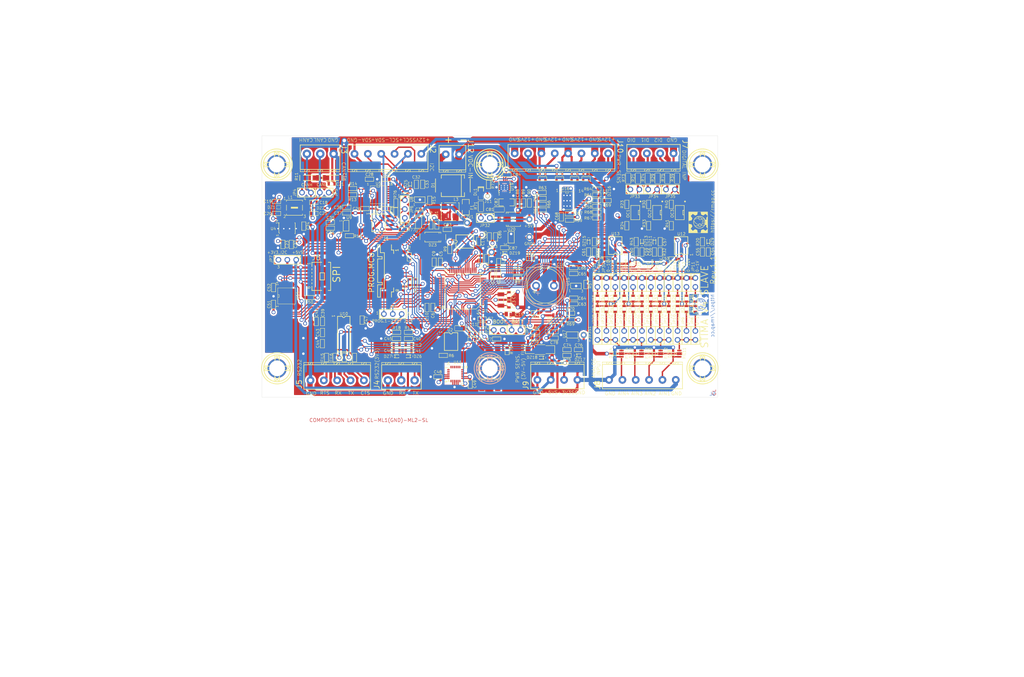
<source format=kicad_pcb>
(kicad_pcb (version 20221018) (generator pcbnew)
  (layers (0 "F.Cu" signal "Top Layer") (1 "In1.Cu" signal "MidLayer1") (2 "In2.Cu" signal "MidLayer2") (31 "B.Cu" signal "Bottom Layer") (34 "B.Paste" user "Bottom Paste") (35 "F.Paste" user "Top Paste") (36 "B.SilkS" user "Bottom Overlay") (37 "F.SilkS" user "Top Overlay") (38 "B.Mask" user "Bottom Solder") (39 "F.Mask" user "Top Solder") (44 "Edge.Cuts" user))
  (property "ADDRESS1" "V. Nuova Ponente 25")
  (property "ADDRESS2" "Carpi (MO)")
  (property "ADDRESS3" "Italy")
  (property "ADDRESS4" "")
  (property "CONFIGURATORNAME" "")
  (property "DOCUMENTNUMBER" "1")
  (property "ISUSERCONFIGURABLE" "")
  (property "ORGANIZATION" "DigitEco")
  (property "SHEETTOTAL" "6")
  (property "VERSIONCONTROL_REVNUMBER" "")
  (net 0 "")
  (net 1 "+3V3_I2C")
  (net 2 "+3V3S")
  (net 3 "+3V3")
  (net 4 "+5V_I2C")
  (net 5 "+5VA")
  (net 6 "+5VS")
  (net 7 "+5V")
  (net 8 "+12VS_1")
  (net 9 "+12VS_2")
  (net 10 "+12VS_3")
  (net 11 "+12VS_4")
  (net 12 "+12V")
  (net 13 "AGND")
  (net 14 "EGND")
  (net 15 "GND")
  (net 16 "I2C1_SCL")
  (net 17 "I2C1_SDA")
  (net 18 "IN0")
  (net 19 "IN1")
  (net 20 "IN2")
  (net 21 "RXD")
  (net 22 "TXD")
  (net 29 "Net-(U1-VDDA{slash}VREF+)")
  (net 30 "/Stima V4 Slave_Cpu R1_1/-RESET")
  (net 31 "Net-(U1-PC14{slash}OSC32_IN)")
  (net 32 "Net-(U1-PC15{slash}OSC32_OUT)")
  (net 33 "Net-(U1-VBAT)")
  (net 34 "Net-(C16-Pad1)")
  (net 35 "/Stima V4 Slave_I2C&Can R1_1/CANH")
  (net 36 "Net-(U4-CANH)")
  (net 37 "Net-(U4-CANL)")
  (net 38 "Net-(C21-Pad2)")
  (net 39 "/Stima V4 Slave_I2C&Can R1_1/CANL")
  (net 40 "Net-(U6-VCCB)")
  (net 41 "Net-(U7-VOUT)")
  (net 42 "Net-(U10-C1-)")
  (net 43 "Net-(U10-C1+)")
  (net 44 "Net-(C40-Pad2)")
  (net 45 "Net-(DZ6-K)")
  (net 46 "Net-(U10-V+)")
  (net 47 "Net-(U10-C2-)")
  (net 48 "Net-(U10-C2+)")
  (net 49 "Net-(U10-V-)")
  (net 50 "Net-(C45-Pad2)")
  (net 51 "Net-(DZ7-K)")
  (net 52 "Net-(U14-VCCB)")
  (net 53 "ADC1_IN1")
  (net 54 "Net-(DZ9-K)")
  (net 55 "ADC1_IN2")
  (net 56 "Net-(DZ11-K)")
  (net 57 "ADC1_IN3")
  (net 58 "Net-(DZ13-K)")
  (net 59 "ADC1_IN4")
  (net 60 "Net-(DZ15-K)")
  (net 61 "Net-(U16-GND)")
  (net 62 "IS")
  (net 63 "Net-(FIL15-I)")
  (net 64 "Net-(U19-BST)")
  (net 65 "Net-(U19-LX)")
  (net 66 "Net-(U19-BIAS)")
  (net 67 "Net-(D1-K)")
  (net 68 "Net-(D1-A)")
  (net 69 "Net-(DL1-K)")
  (net 70 "Net-(DL1-A)")
  (net 71 "/Stima V4 Slave_Input R1_1/AIN1")
  (net 72 "/Stima V4 Slave_Input R1_1/AIN2")
  (net 73 "/Stima V4 Slave_Input R1_1/AIN3")
  (net 74 "/Stima V4 Slave_Input R1_1/AIN4")
  (net 75 "Net-(DZ16-K)")
  (net 76 "Net-(F1-Pad2)")
  (net 77 "Net-(U10-DO1)")
  (net 78 "Net-(FIL4-Pad2)")
  (net 79 "Net-(U10-DO2)")
  (net 80 "Net-(FIL5-Pad2)")
  (net 81 "Net-(U10-RIN1)")
  (net 82 "Net-(FIL6-Pad2)")
  (net 83 "Net-(U10-RIN2)")
  (net 84 "Net-(FIL7-Pad2)")
  (net 85 "Net-(FIL11-O)")
  (net 86 "Net-(FIL12-O)")
  (net 87 "Net-(FIL13-O)")
  (net 88 "Net-(FIL14-O)")
  (net 89 "Net-(J1-Pad2)")
  (net 90 "/Stima V4 Slave_Cpu R1_1/SWO")
  (net 91 "/Stima V4 Slave_Cpu R1_1/SWCLK")
  (net 92 "Net-(J1-Pad6)")
  (net 93 "/Stima V4 Slave_Cpu R1_1/SWDIO")
  (net 94 "Net-(U5-DSDAM)")
  (net 95 "/Stima V4 Slave_I2C&Can R1_1/SDA")
  (net 96 "Net-(U5-DSCLM)")
  (net 97 "/Stima V4 Slave_I2C&Can R1_1/SCL")
  (net 98 "Net-(U14-B2Y)")
  (net 99 "Net-(U14-B3)")
  (net 100 "Net-(U14-B1Y)")
  (net 101 "/Stima V4 Slave_Input R1_1/DIN0")
  (net 102 "/Stima V4 Slave_Input R1_1/DIN1")
  (net 103 "/Stima V4 Slave_Input R1_1/DIN2")
  (net 104 "Net-(U1-PH3{slash}BOOT0)")
  (net 105 "Net-(JP3-Pad2)")
  (net 106 "Net-(JP4-Pad2)")
  (net 107 "Net-(JP5-Pad1)")
  (net 108 "Net-(JP8-Pad2)")
  (net 109 "Net-(JP9-Pad2)")
  (net 110 "Net-(JP10-Pad2)")
  (net 111 "Net-(JP11-Pad2)")
  (net 112 "Net-(JP12-Pad2)")
  (net 113 "Net-(JP13-Pad2)")
  (net 114 "Net-(JP14-Pad2)")
  (net 115 "Net-(JP15-Pad2)")
  (net 116 "Net-(JP16-Pad2)")
  (net 117 "Net-(JP17-Pad2)")
  (net 118 "Net-(JP18-Pad2)")
  (net 119 "Net-(JP19-Pad2)")
  (net 120 "Net-(JP20-Pad2)")
  (net 121 "Net-(JP21-Pad2)")
  (net 122 "Net-(JP22-Pad2)")
  (net 123 "Net-(JP23-Pad2)")
  (net 124 "Net-(JP24-Pad2)")
  (net 125 "Net-(JP25-Pad2)")
  (net 126 "Net-(JP26-Pad2)")
  (net 127 "Net-(JP27-Pad2)")
  (net 128 "Net-(JP28-Pad2)")
  (net 129 "Net-(JP29-Pad2)")
  (net 130 "Net-(JP30-Pad2)")
  (net 131 "Net-(JP31-Pad2)")
  (net 132 "Net-(JP32-Pad2)")
  (net 133 "Net-(JP33-Pad1)")
  (net 134 "Net-(JP33-Pad2)")
  (net 135 "Net-(JP34-Pad1)")
  (net 136 "Net-(JP34-Pad2)")
  (net 137 "Net-(JP35-Pad1)")
  (net 138 "Net-(JP35-Pad2)")
  (net 139 "Net-(U2-WP)")
  (net 140 "/Stima V4 Slave_Cpu R1_1/F_-CS")
  (net 141 "I2C2_SCL")
  (net 142 "I2C2_SDA")
  (net 143 "Net-(U8-ILIM)")
  (net 144 "Net-(U9-ILIM)")
  (net 145 "Net-(U12A-IN-)")
  (net 146 "Net-(U12B-IN-)")
  (net 147 "Net-(U13A-IN-)")
  (net 148 "Net-(U13B-IN-)")
  (net 149 "Net-(U15-ILIM)")
  (net 150 "DEN")
  (net 151 "Net-(U16-DEN)")
  (net 152 "DSEL0")
  (net 153 "Net-(U16-DSEL0)")
  (net 154 "Net-(U16-IS)")
  (net 155 "DSEL1")
  (net 156 "Net-(U16-DSEL1)")
  (net 157 "PW0")
  (net 158 "Net-(U16-IN0)")
  (net 159 "PW1")
  (net 160 "Net-(U16-IN1)")
  (net 161 "PW2")
  (net 162 "Net-(U16-IN2)")
  (net 163 "PW3")
  (net 164 "Net-(U16-IN3)")
  (net 165 "FAULT")
  (net 166 "Net-(U18-ILIM)")
  (net 167 "Net-(U19-SPS)")
  (net 168 "Net-(U5-VDDA_SEL)")
  (net 169 "Net-(U1-PH0{slash}OSC_IN)")
  (net 172 "232_CTS")
  (net 173 "232_RTS")
  (net 174 "232_TX")
  (net 175 "/Stima V4 Slave_Cpu R1_1/F_SCK")
  (net 176 "SPI_SCK")
  (net 177 "/Stima V4 Slave_Cpu R1_1/F_I{slash}O3")
  (net 178 "/Stima V4 Slave_Cpu R1_1/F_I{slash}O2")
  (net 179 "/Stima V4 Slave_Cpu R1_1/F_I{slash}O1")
  (net 180 "/Stima V4 Slave_Cpu R1_1/F_I{slash}O0")
  (net 181 "CAN1_RX")
  (net 182 "CAN1_TX")
  (net 183 "STB_CAN")
  (net 184 "SPI_MISO")
  (net 185 "SPI_MOSI")
  (net 186 "232_RX")
  (net 187 "I2C2_EN")
  (net 188 "EN_CAN")
  (net 189 "EN_SPLY")
  (net 190 "EN_5VS")
  (net 191 "EN_5VA")
  (net 209 "/Stima V4 Slave_Cpu R1_1/RXD1")
  (footprint "Library_Slave_impronte:CONN_8P-P381" (layer "F.Cu") (at 155.6131 72.7456)
    (fp_text reference "J10")
    (fp_text value "8P" hide)
  )
  (footprint "Library_Slave_impronte:CONN_3P-P381" (layer "F.Cu") (at 127.0381 137.5156 180)
    (fp_text reference "J4")
    (fp_text value "3P" hide)
  )
  (footprint "Library_Slave_impronte:TSSOP16" (layer "F.Cu") (at 113.4261 82.2706)
    (fp_text reference "U5")
    (fp_text value "NM PCA9616PW")
  )
  (footprint "Library_Slave_impronte:0603" (layer "F.Cu") (at 173.0121 128.7526)
    (fp_text reference "C76")
    (fp_text value "1uF")
  )
  (footprint "Library_Slave_impronte:0603" (layer "F.Cu") (at 98.9711 121.53236 90)
    (fp_text reference "C42")
    (fp_text value "100nF")
  )
  (footprint "Library_Slave_impronte:0603" (layer "F.Cu") (at 191.9351 117.9576 90)
    (fp_text reference "R42")
    (fp_text value "1K")
  )
  (footprint "Library_Slave_impronte:0603" (layer "F.Cu") (at 187.6171 86.4616 -90)
    (fp_text reference "R23")
    (fp_text value "4K7")
  )
  (footprint "Library_Slave_impronte:0603" (layer "F.Cu") (at 126.1491 123.7996 180)
    (fp_text reference "R17")
    (fp_text value "1K")
  )
  (footprint "Library_Slave_impronte:0805" (layer "F.Cu") (at 153.2001 118.5926)
    (fp_text reference "C15")
    (fp_text value "100nF")
  )
  (footprint "Library_Slave_impronte:SOD 523(SC-79)" (layer "F.Cu") (at 125.7681 82.3976 90)
    (fp_text reference "DZ5")
    (fp_text value "PESD5Z5.0")
  )
  (footprint "Library_Slave_impronte:0603" (layer "F.Cu") (at 181.7751 113.3856 -90)
    (fp_text reference "R54")
    (fp_text value "10K")
  )
  (footprint "Library_Slave_impronte:0603" (layer "F.Cu") (at 125.5141 110.3376 90)
    (fp_text reference "R2")
    (fp_text value "100K")
  )
  (footprint "Library_Slave_impronte:0603" (layer "F.Cu") (at 167.5511 79.9846)
    (fp_text reference "C70")
    (fp_text value "10nF")
  )
  (footprint "Library_Slave_impronte:0603" (layer "F.Cu") (at 176.8221 79.9846 180)
    (fp_text reference "C73")
    (fp_text value "10nF")
  )
  (footprint "Library_Slave_impronte:STRIP2P" (layer "F.Cu") (at 197.0151 108.3056 -90)
    (fp_text reference "JP18")
    (fp_text value "Strip 2p PTH" hide)
  )
  (footprint "Library_Slave_impronte:STRIP2P" (layer "F.Cu") (at 197.0151 125.9586 90)
    (fp_text reference "JP15")
    (fp_text value "Strip 2p PTH" hide)
  )
  (footprint "Library_Slave_impronte:ViteDado4" (layer "F.Cu") (at 87.7951 134.0866 -90)
    (fp_text reference "A3" hide)
    (fp_text value "ViteDado" hide)
  )
  (footprint "Library_Slave_impronte:SO8" (layer "F.Cu") (at 113.7031 90.6526 -90)
    (fp_text reference "U6")
    (fp_text value "PCA9517D (TCA9517D)")
  )
  (footprint "Library_Slave_impronte:SOD 523(SC-79)" (layer "F.Cu") (at 184.1881 130.7846 90)
    (fp_text reference "DZ14")
    (fp_text value "PESD5Z12,115")
  )
  (footprint "Library_Slave_impronte:STRIP2P" (layer "F.Cu") (at 194.4751 125.9586 90)
    (fp_text reference "JP16")
    (fp_text value "Strip 2p PTH" hide)
  )
  (footprint "Library_Slave_impronte:COIL COILCRAFT XAL4020-MIO" (layer "F.Cu") (at 153.9621 91.5416)
    (fp_text reference "L2")
    (fp_text value "XAL4020-222MEC")
  )
  (footprint "Library_Slave_impronte:0603" (layer "F.Cu") (at 197.0151 113.3856 -90)
    (fp_text reference "R37")
    (fp_text value "10K")
  )
  (footprint "Library_Slave_impronte:0603" (layer "F.Cu") (at 160.6931 118.2116)
    (fp_text reference "R10")
    (fp_text value "1K")
  )
  (footprint "Library_Slave_impronte:0603" (layer "F.Cu") (at 171.3611 130.4036 180)
    (fp_text reference "C75")
    (fp_text value "100nF")
  )
  (footprint "Library_Slave_impronte:0603" (layer "F.Cu") (at 108.4961 89.7636 180)
    (fp_text reference "C37")
    (fp_text value "100nF")
  )
  (footprint "Library_Slave_impronte:STRIP2P" (layer "F.Cu") (at 186.8551 125.9586 90)
    (fp_text reference "JP22")
    (fp_text value "Strip 2p PTH" hide)
  )
  (footprint "Library_Slave_impronte:0603" (layer "F.Cu") (at 187.6171 92.5576 -90)
    (fp_text reference "R24")
    (fp_text value "3K3")
  )
  (footprint "Library_Slave_impronte:0603" (layer "F.Cu") (at 132.6261 102.9716 -90)
    (fp_text reference "C9")
    (fp_text value "4.7uF")
  )
  (footprint "Library_Slave_impronte:STRIP2P" (layer "F.Cu") (at 194.4751 108.3056 -90)
    (fp_text reference "JP19")
    (fp_text value "Strip 2p PTH" hide)
  )
  (footprint "Library_Slave_impronte:MELFRESMMA0204" (layer "F.Cu") (at 98.8441 79.7306 180)
    (fp_text reference "R11")
    (fp_text value "MMA0204 60R4" hide)
  )
  (footprint "Library_Slave_impronte:SO8" (layer "F.Cu") (at 187.3631 100.9396 90)
    (fp_text reference "U13")
    (fp_text value "OPA2735AID")
  )
  (footprint "Library_Slave_impronte:STRIP3PP254" (layer "F.Cu") (at 118.2751 118.5926)
    (fp_text reference "JP1")
    (fp_text value "Strip 3p PTH" hide)
  )
  (footprint "Library_Slave_impronte:SOD 523(SC-79)" (layer "F.Cu") (at 164.1221 131.0386 180)
    (fp_text reference "DZ18")
    (fp_text value "PESD5Z5.0")
  )
  (footprint "Library_Slave_impronte:STRIP2P" (layer "F.Cu") (at 188.6331 83.0326)
    (fp_text reference "JP33")
    (fp_text value "Strip 2p PTH" hide)
  )
  (footprint "Library_Slave_impronte:STRIP2P" (layer "F.Cu") (at 154.7241 123.1646)
    (fp_text reference "JP3")
    (fp_text value "Strip 2p PTH" hide)
  )
  (footprint "Library_Slave_impronte:0603" (layer "F.Cu") (at 181.7751 117.9576 90)
    (fp_text reference "R51")
    (fp_text value "33K2")
  )
  (footprint "Library_Slave_impronte:STRIP2P" (layer "F.Cu") (at 179.2351 108.3056 -90)
    (fp_text reference "JP31")
    (fp_text value "Strip 2p PTH" hide)
  )
  (footprint "Library_Slave_impronte:CONN_5P-P381" (layer "F.Cu") (at 112.5601 137.5156 180)
    (fp_text reference "J5")
    (fp_text value "5P" hide)
  )
  (footprint "Library_Slave_impronte:0603" (layer "F.Cu") (at 184.3151 117.9576 90)
    (fp_text reference "R49")
    (fp_text value "1K")
  )
  (footprint "Library_Slave_impronte:SOD 523(SC-79)" (layer "F.Cu") (at 173.0121 130.4036)
    (fp_text reference "DZ17")
    (fp_text value "PESD5Z3.3")
  )
  (footprint "Library_Slave_impronte:ViteDado4" (layer "F.Cu") (at 148.5011 75.9206)
    (fp_text reference "A6" hide)
    (fp_text value "ViteDado" hide)
  )
  (footprint "Library_Slave_impronte:FILTRO DLW5B" (layer "F.Cu") (at 139.2301 87.7316 -90)
    (fp_text reference "L3")
    (fp_text value "DLW5BTM142TQ2L" hide)
  )
  (footprint "Library_Slave_impronte:0603" (layer "F.Cu") (at 199.5551 113.3856 -90)
    (fp_text reference "R36")
    (fp_text value "1M")
  )
  (footprint "Library_Slave_impronte:0805" (layer "F.Cu") (at 145.9611 86.8426 -90)
    (fp_text reference "R71")
    (fp_text value "1K")
  )
  (footprint "Library_Slave_impronte:0603" (layer "F.Cu") (at 209.2071 100.0506 -90)
    (fp_text reference "R20")
    (fp_text value "330R")
  )
  (footprint "Library_Slave_impronte:0603" (layer "F.Cu") (at 197.0151 117.9576 90)
    (fp_text reference "R34")
    (fp_text value "33K2")
  )
  (footprint "Library_Slave_impronte:SOD 523(SC-79)" (layer "F.Cu") (at 121.0691 130.6576)
    (fp_text reference "DZ7")
    (fp_text value "PESD5Z3.3")
  )
  (footprint "Library_Slave_impronte:STRIP3PP254" (layer "F.Cu") (at 124.2441 86.0806 -90)
    (fp_text reference "JP6")
    (fp_text value "Strip 3p PTH" hide)
  )
  (footprint "Library_Slave_impronte:0603" (layer "F.Cu") (at 200.3171 92.5576 -90)
    (fp_text reference "R41")
    (fp_text value "3K3")
  )
  (footprint "Library_Slave_impronte:0603" (layer "F.Cu") (at 210.8581 101.7016 90)
    (fp_text reference "C54")
    (fp_text value "470pF")
  )
  (footprint "Library_Slave_impronte:0603" (layer "F.Cu") (at 153.9621 116.6876 90)
    (fp_text reference "C13")
    (fp_text value "15pF")
  )
  (footprint "Library_Slave_impronte:0603" (layer "F.Cu") (at 108.4961 88.1126 180)
    (fp_text reference "C38")
    (fp_text value "1uF")
  )
  (footprint "Library_Slave_impronte:0603" (layer "F.Cu") (at 181.1401 86.2076)
    (fp_text reference "C69")
    (fp_text value "220pF")
  )
  (footprint "Library_Slave_impronte:0603" (layer "F.Cu") (at 100.7253 127.8747 90)
    (fp_text reference "C44")
    (fp_text value "100nF")
  )
  (footprint "Library_Slave_impronte:0603" (layer "F.Cu") (at 130.5941 115.9256 -90)
    (fp_text reference "C10")
    (fp_text value "4.7uF")
  )
  (footprint "Library_Slave_impronte:0603" (layer "F.Cu") (at 166.0271 125.4506)
    (fp_text reference "C78")
    (fp_text value "100nF")
  )
  (footprint "Library_Slave_impronte:0603" (layer "F.Cu") (at 145.9611 101.9556 -90)
    (fp_text reference "C4")
    (fp_text value "100nF")
  )
  (footprint "Library_Slave_impronte:0603" (layer "F.Cu") (at 86.7791 116.6876 90)
    (fp_text reference "C51")
    (fp_text value "100nF")
  )
  (footprint "Library_Slave_impronte:0603" (layer "F.Cu") (at 191.9351 101.7016 90)
    (fp_text reference "C59")
    (fp_text value "470pF")
  )
  (footprint "Library_Slave_impronte:STRIP2P" (layer "F.Cu") (at 204.6351 125.9586 90)
    (fp_text reference "JP9")
    (fp_text value "Strip 2p PTH" hide)
  )
  (footprint "Library_Slave_impronte:MOLEX8P1_25SMD" (layer "F.Cu") (at 121.7041 101.8416 -90)
    (fp_text reference "J1")
    (fp_text value "Pico Blade 8p 53398-0871")
  )
  (footprint "Library_Slave_impronte:0603" (layer "F.Cu") (at 99.0981 86.7156 180)
    (fp_text reference "C18")
    (fp_text value "220pF")
  )
  (footprint "Library_Slave_impronte:0805" (layer "F.Cu") (at 150.1521 88.7476)
    (fp_text reference "C81")
    (fp_text value "100nF")
  )
  (footprint "Library_Slave_impronte:SO4-OPTO" (layer "F.Cu") (at 190.6651 86.4616 180)
    (fp_text reference "OC1")
    (fp_text value "TLP292GB")
  )
  (footprint "Library_Slave_impronte:0603" (layer "F.Cu") (at 148.1201 82.41636 90)
    (fp_text reference "R72")
    (fp_text value "10K")
  )
  (footprint "Library_Slave_impronte:0603" (layer "F.Cu") (at 133.3881 92.3036 -90)
    (fp_text reference "C31")
    (fp_text value "100nF")
  )
  (footprint "Library_Slave_impronte:0603" (layer "F.Cu") (at 178.3461 97.1296 -90)
    (fp_text reference "C62")
    (fp_text value "10nF")
  )
  (footprint "Library_Slave_impronte:SOT26" (layer "F.Cu") (at 127.5461 87.4776)
    (fp_text reference "U8")
    (fp_text value "AP22653QW6-7")
  )
  (footprint "Library_Slave_impronte:STRIP2P" (layer "F.Cu") (at 184.3151 108.3056 -90)
    (fp_text reference "JP29")
    (fp_text value "Strip 2p PTH" hide)
  )
  (footprint "Library_Slave_impronte:0603" (layer "F.Cu") (at 129.3241 82.3976 90)
    (fp_text reference "C33")
    (fp_text value "1uF")
  )
  (footprint "Library_Slave_impronte:0603" (layer "F.Cu") (at 131.3561 85.3186 -90)
    (fp_text reference "R15")
    (fp_text value "200K")
  )
  (footprint "Library_Slave_impronte:STRIP2P" (layer "F.Cu") (at 181.7751 125.9586 90)
    (fp_text reference "JP27")
    (fp_text value "Strip 2p PTH" hide)
  )
  (footprint "Library_Slave_impronte:0805" (layer "F.Cu") (at 199.1741 78.8416 -90)
    (fp_text reference "R75")
    (fp_text value "1K5")
  )
  (footprint "Library_Slave_impronte:0603" (layer "F.Cu") (at 122.7201 127.3556 180)
    (fp_text reference "FIL3")
    (fp_text value "BLM18BD102SN1D")
  )
  (footprint "Library_Slave_impronte:STRIP2P" (layer "F.Cu") (at 184.3151 125.9586 90)
    (fp_text reference "JP26")
    (fp_text value "Strip 2p PTH" hide)
  )
  (footprint "Library_Slave_impronte:0603" (layer "F.Cu") (at 103.7971 94.0816 180)
    (fp_text reference "C36")
    (fp_text value "100nF")
  )
  (footprint "Library_Slave_impronte:0603" (layer "F.Cu") (at 186.8551 113.3856 -90)
    (fp_text reference "R48")
    (fp_text value "49R9")
  )
  (footprint "Library_Slave_impronte:CONN_3P-P381" (layer "F.Cu") (at 96.3041 72.8726)
    (fp_text reference "J3")
    (fp_text value "3P" hide)
  )
  (footprint "Library_Slave_impronte:0603" (layer "F.Cu") (at 132.2451 117.5766 90)
    (fp_text reference "C6")
    (fp_text value "100nF")
  )
  (footprint "Library_Slave_impronte:ViteDado4" (layer "F.Cu") (at 87.6681 75.9206 -90)
    (fp_text reference "A4" hide)
    (fp_text value "ViteDado" hide)
  )
  (footprint "Library_Slave_impronte:0805" (layer "F.Cu") (at 193.5861 78.8416 -90)
    (fp_text reference "R74")
    (fp_text value "1K5")
  )
  (footprint "Library_Slave_impronte:0603" (layer "F.Cu") (at 109.2581 96.2406 180)
    (fp_text reference "R16")
    (fp_text value "200K")
  )
  (footprint "Library_Slave_impronte:STRIP2P" (layer "F.Cu") (at 193.7131 83.0326)
    (fp_text reference "JP34")
    (fp_text value "Strip 2p PTH" hide)
  )
  (footprint "Library_Slave_impronte:STRIP2P" (layer "F.Cu") (at 202.0951 108.3056 -90)
    (fp_text reference "JP13")
    (fp_text value "Strip 2p PTH" hide)
  )
  (footprint "Library_Slave_impronte:0603" (layer "F.Cu") (at 121.7041 90.3081 90)
    (fp_text reference "R78")
    (fp_text value "4K7")
  )
  (footprint "Library_Slave_impronte:0603" (layer "F.Cu") (at 159.8041 86.0806 -90)
    (fp_text reference "C90")
    (fp_text value "10uF")
  )
  (footprint "Library_Slave_impronte:STRIP2P" (layer "F.Cu") (at 204.6351 108.3056 -90)
    (fp_text reference "JP12")
    (fp_text value "Strip 2p PTH" hide)
  )
  (footprint "Library_Slave_impronte:0603" (layer "F.Cu") (at 202.0951 113.3856 -90)
    (fp_text reference "R28")
    (fp_text value "49R9")
  )
  (footprint "Library_Slave_impronte:SO16" (layer "F.Cu") (at 103.77834 119.88136 -90)
    (fp_text reference "U10")
    (fp_text value "TRSF3232EIDR")
  )
  (footprint "Library_Slave_impronte:0603" (layer "F.Cu") (at 89.4461 97.8916 -90)
    (fp_text reference "C23")
    (fp_text value "100nF")
  )
  (footprint "Library_Slave_impronte:0603" (layer "F.Cu") (at 162.5981 85.5726)
    (fp_text reference "R60")
    (fp_text value "4K7")
  )
  (footprint "Library_Slave_impronte:0603" (layer "F.Cu") (at 149.3901 106.2736 -90)
    (fp_text reference "C1")
    (fp_text value "4.7uF")
  )
  (footprint "Library_Slave_impronte:0603" (layer "F.Cu") (at 191.9351 113.3856 -90)
    (fp_text reference "R46")
    (fp_text value "1M")
  )
  (footprint "Library_Slave_impronte:1206" (layer "F.Cu") (at 141.6431 86.5886 -90)
    (fp_text reference "F1")
    (fp_text value "MF-NSMF150")
  )
  (footprint "Library_Slave_impronte:0603" (layer "F.Cu") (at 171.6151 107.0356)
    (fp_text reference "C65")
    (fp_text value "100nF")
  )
  (footprint "Library_Slave_impronte:0805" (layer "F.Cu") (at 155.6131 106.5276)
    (fp_text reference "C12")
    (fp_text value "100nF")
  )
  (footprint "Library_Slave_impronte:TP" (layer "F.Cu") (at 175.2981 124.5616 90)
    (fp_text reference "+3V3S1")
    (fp_text value "TestPoint" hide)
  )
  (footprint "Library_Slave_impronte:0603" (layer "F.Cu") (at 197.1421 97.1296 -90)
    (fp_text reference "C57")
    (fp_text value "10nF")
  )
  (footprint "Library_Slave_impronte:0603" (layer "F.Cu") (at 190.2841 100.0506 -90)
    (fp_text reference "R43")
    (fp_text value "330R")
  )
  (footprint "Library_Slave_impronte:QFN-3L-DFN1110" (layer "F.Cu") (at 97.3201 87.9602)
    (fp_text reference "DZ2")
    (fp_text value "ESDCAN03-2BM3Y" hide)
  )
  (footprint "Library_Slave_impronte:0603" (layer "F.Cu") (at 131.7371 92.3036 -90)
    (fp_text reference "C30")
    (fp_text value "1uF")
  )
  (footprint "Library_Slave_impronte:SOT26" (layer "F.Cu") (at 105.9561 92.4306 -90)
    (fp_text reference "U9")
    (fp_text value "AP22653QW6-7")
  )
  (footprint "Library_Slave_impronte:SOD 523(SC-79)" (layer "F.Cu") (at 191.9351 98.7806 90)
    (fp_text reference "DZ13")
    (fp_text value "PESD5Z3.3")
  )
  (footprint "Library_Slave_impronte:0805-led" (layer "F.Cu") (at 145.9611 83.1596 -90)
    (fp_text reference "DL1")
    (fp_text value "VERDE")
  )
  (footprint "Library_Slave_impronte:0603" (layer "F.Cu") (at 171.6151 115.6716)
    (fp_text reference "C63")
    (fp_text value "10uF")
  )
  (footprint "Library_Slave_impronte:0603" (layer "F.Cu") (at 168.9481 90.0176 -90)
    (fp_text reference "C68")
    (fp_text value "100nF")
  )
  (footprint "Library_Slave_impronte:NFM18PS" (layer "F.Cu") (at 197.2691 130.7846 90)
    (fp_text reference "FIL12")
    (fp_text value "NFM18PS105R0J3")
  )
  (footprint "Library_Slave_impronte:CONN_4P-P381" (layer "F.Cu") (at 189.5221 72.7456)
    (fp_text reference "J7")
    (fp_text value "4P" hide)
  )
  (footprint "Library_Slave_impronte:0603" (layer "F.Cu") (at 113.7031 88.4936 180)
    (fp_text reference "C26")
    (fp_text value "100nF")
  )
  (footprint "Library_Slave_impronte:STRIP2P" (layer "F.Cu") (at 97.4471 83.9216 180)
    (fp_text reference "JP4")
    (fp_text value "Strip 2p PTH" hide)
  )
  (footprint "Library_Slave_impronte:STRIP2P" (layer "F.Cu") (at 189.3951 125.9586 90)
    (fp_text reference "JP21")
    (fp_text value "Strip 2p PTH" hide)
  )
  (footprint "Library_Slave_impronte:PICOCLASP6P_REV-MIO" (layer "F.Cu") (at 97.5741 105.3376 90)
    (fp_text reference "J6")
    (fp_text value "Pico-Clasp 6p 5015680607")
  )
  (footprint "Library_Slave_impronte:0603" (layer "F.Cu") (at 209.2071 98.7806 90)
    (fp_text reference "C55")
    (fp_text value "10nF")
  )
  (footprint "Library_Slave_impronte:NFM18PS" (layer "F.Cu") (at 191.8081 130.7846 90)
    (fp_text reference "FIL13")
    (fp_text value "NFM18PS105R0J3")
  )
  (footprint "Library_Slave_impronte:SOT23_5" (layer "F.Cu") (at 171.1071 126.0856)
    (fp_text reference "U17")
    (fp_text value "ST732M33R")
  )
  (footprint "Library_Slave_impronte:0603" (layer "F.Cu") (at 110.1471 82.7786 180)
    (fp_text reference "R14")
    (fp_text value "4K7")
  )
  (footprint "Library_Slave_impronte:0603" (layer "F.Cu") (at 149.6441 125.7046)
    (fp_text reference "R7")
    (fp_text value "100K")
  )
  (footprint "Library_Slave_impronte:STRIP2P" (layer "F.Cu") (at 181.7751 108.3056 -90)
    (fp_text reference "JP30")
    (fp_text value "Strip 2p PTH" hide)
  )
  (footprint "Library_Slave_impronte:0603" (layer "F.Cu") (at 160.6931 123.7996)
    (fp_text reference "C80")
    (fp_text value "1uF")
  )
  (footprint "Library_Slave_impronte:TP" (layer "F.Cu") (at 159.8041 91.5416)
    (fp_text reference "+5V1")
    (fp_text value "TestPoint" hide)
  )
  (footprint "Library_Slave_impronte:0603" (layer "F.Cu") (at 121.0691 125.5776)
    (fp_text reference "C45")
    (fp_text value "100pF")
  )
  (footprint "Library_Slave_impronte:0603" (layer "F.Cu") (at 197.1421 100.0506 -90)
    (fp_text reference "R32")
    (fp_text value "330R")
  )
  (footprint "Library_Slave_impronte:0603" (layer "F.Cu") (at 151.0411 106.2736 -90)
    (fp_text reference "C2")
    (fp_text value "100nF")
  )
  (footprint "Library_Slave_impronte:0603" (layer "F.Cu") (at 193.8401 86.4616 -90)
    (fp_text reference "R30")
    (fp_text value "4K7")
  )
  (footprint "Library_Slave_impronte:0603" (layer "F.Cu") (at 155.6131 108.1786)
    (fp_text reference "R8")
    (fp_text value "100K")
  )
  (footprint "Library_Slave_impronte:STRIP2P" (layer "F.Cu") (at 199.5551 125.9586 90)
    (fp_text reference "JP14")
    (fp_text value "Strip 2p PTH" hide)
  )
  (footprint "Library_Slave_impronte:0603" (layer "F.Cu") (at 137.0711 100.95836 90)
    (fp_text reference "R9")
    (fp_text value "10K")
  )
  (footprint "Library_Slave_impronte:0603" (layer "F.Cu") (at 204.6351 113.3856 -90)
    (fp_text reference "R27")
    (fp_text value "10K")
  )
  (footprint "Library_Slave_impronte:STRIP2P" (layer "F.Cu") (at 191.9351 125.9586 90)
    (fp_text reference "JP20")
    (fp_text value "Strip 2p PTH" hide)
  )
  (footprint "Library_Slave_impronte:0603" (layer "F.Cu") (at 176.6951 101.7016 90)
    (fp_text reference "C61")
    (fp_text value "470pF")
  )
  (footprint "Library_Slave_impronte:0603" (layer "F.Cu") (at 110.1471 84.5566 180)
    (fp_text reference "R13")
    (fp_text value "4K7")
  )
  (footprint "Library_Slave_impronte:0603" (layer "F.Cu") (at 127.5461 89.7636)
    (fp_text reference "C34")
    (fp_text value "1uF")
  )
  (footprint "Library_Slave_impronte:0603" (layer "F.Cu") (at 179.2351 113.3856 -90)
    (fp_text reference "R55")
    (fp_text value "49R9")
  )
  (footprint "Library_Slave_impronte:0603" (layer "F.Cu") (at 162.5981 83.9216)
    (fp_text reference "R63")
    (fp_text value "4K7")
  )
  (footprint "Library_Slave_impronte:QFN-3L-DFN1110" (layer "F.Cu") (at 88.7603 88.4428 180)
    (fp_text reference "DZ1")
    (fp_text value "ESDCAN03-2BM3Y" hide)
  )
  (footprint "Library_Slave_impronte:0603" (layer "F.Cu") (at 109.8931 130.16836 -90)
    (fp_text reference "FIL7")
    (fp_text value "BLM18BD102SN1D")
  )
  (footprint "Library_Slave_impronte:CONN_6P-P381" (layer "F.Cu") (at 201.5871 137.3886 180)
    (fp_text reference "J8")
    (fp_text value "6P" hide)
  )
  (footprint "Library_Slave_impronte:0603" (layer "F.Cu") (at 104.1781 81.40036 180)
    (fp_text reference "C21")
    (fp_text value "100nF")
  )
  (footprint "Library_Slave_impronte:SOD 523(SC-79)" (layer "F.Cu") (at 195.4911 97.1296 -90)
    (fp_text reference "DZ11")
    (fp_text value "PESD5Z3.3")
  )
  (footprint "Library_Slave_impronte:STRIP2P" (layer "F.Cu") (at 189.3951 108.3056 -90)
    (fp_text reference "JP24")
    (fp_text value "Strip 2p PTH" hide)
  )
  (footprint "Library_Slave_impronte:VQFN24" (layer "F.Cu") (at 136.6901 134.4676)
    (fp_text reference "U11")
    (fp_text value "IIS328DQ" hide)
  )
  (footprint "Library_Slave_impronte:SOD 523(SC-79)" (layer "F.Cu") (at 210.8581 98.7806 90)
    (fp_text reference "DZ9")
    (fp_text value "PESD5Z3.3")
  )
  (footprint "Library_Slave_impronte:0603" (layer "F.Cu") (at 134.5311 136.4996 180)
    (fp_text reference "C48")
    (fp_text value "100nF")
  )
  (footprint "Library_Slave_impronte:SOD 523(SC-79)" (layer "F.Cu") (at 126.1491 130.6576 180)
    (fp_text reference "DZ6")
    (fp_text value "PESD5Z3.3")
  )
  (footprint "Library_Slave_impronte:0603" (layer "F.Cu") (at 179.8701 87.8586 180)
    (fp_text reference "R58")
    (fp_text value "4K7")
  )
  (footprint "Library_Slave_impronte:CONN_6P-P381" (layer "F.Cu") (at 109.8931 72.8726)
    (fp_text reference "J2")
    (fp_text value "6P" hide)
  )
  (footprint "Library_Slave_impronte:0603" (layer "F.Cu") (at 156.5021 86.0806 -90)
    (fp_text reference "C88")
    (fp_text value "10uF")
  )
  (footprint "Library_Slave_impronte:0603" (layer "F.Cu") (at 126.1491 125.5776 180)
    (fp_text reference "C40")
    (fp_text value "100pF")
  )
  (footprint "Library_Slave_impronte:0603" (layer "F.Cu") (at 178.2191 84.5566)
    (fp_text reference "R61")
    (fp_text value "4K7")
  )
  (footprint "Library_Slave_impronte:0603" (layer "F.Cu") (at 106.9721 130.16837 -90)
    (fp_text reference "FIL4")
    (fp_text value "BLM18BD102SN1D")
  )
  (footprint "Library_Slave_impronte:0603" (layer "F.Cu") (at 153.9621 112.3696 -90)
    (fp_text reference "C14")
    (fp_text value "15pF")
  )
  (footprint "Library_Slave_impronte:STRIP2P" (layer "F.Cu") (at 191.9351 108.3056 -90)
    (fp_text reference "JP23")
    (fp_text value "Strip 2p PTH" hide)
  )
  (footprint "Library_Slave_impronte:0603" (layer "F.Cu") (at 172.1231 91.7956 180)
    (fp_text reference "R59")
    (fp_text value "47R")
  )
  (footprint "Library_Slave_impronte:0603" (layer "F.Cu") (at 173.5201 79.9846 180)
    (fp_text reference "C72")
    (fp_text value "10nF")
  )
  (footprint "Library_Slave_impronte:0603" (layer "F.Cu") (at 193.8401 92.5576 -90)
    (fp_text reference "R33")
    (fp_text value "3K3")
  )
  (footprint "Library_Slave_impronte:CRYST_ECS" (layer "F.Cu") (at 151.6761 112.9792 -90)
    (fp_text reference "X1")
    (fp_text value "32.768KHz")
  )
  (footprint "Library_Slave_impronte:0603" (layer "F.Cu") (at 153.4541 129.8051 90)
    (fp_text reference "R79")
    (fp_text value "10K")
  )
  (footprint "Library_Slave_impronte:0603" (layer "F.Cu") (at 200.3171 86.4616 -90)
    (fp_text reference "R40")
    (fp_text value "4K7")
  )
  (footprint "Library_Slave_impronte:TASTO SMD 6X6" (layer "F.Cu") (at 148.5011 134.0866)
    (fp_text reference "SW1")
    (fp_text value "B3F xx" hide)
  )
  (footprint "Library_Slave_impronte:SO4-OPTO" (layer "F.Cu") (at 196.8881 86.4616 180)
    (fp_text reference "OC2")
    (fp_text value "TLP292GB")
  )
  (footprint "Library_Slave_impronte:0603" (layer "F.Cu") (at 189.3951 117.9576 90)
    (fp_text reference "R44")
    (fp_text value "33K2")
  )
  (footprint "Library_Slave_impronte:0603" (layer "F.Cu") (at 181.2671 102.8446)
    (fp_text reference "C58")
    (fp_text value "100nF")
  )
  (footprint "Library_Slave_impronte:SOD 523(SC-79)" (layer "F.Cu") (at 151.9301 101.1936)
    (fp_text reference "DZ19")
    (fp_text value "PESD5Z3.3")
  )
  (footprint "Library_Slave_impronte:0603" (layer "F.Cu") (at 195.4911 101.7016 90)
    (fp_text reference "C56")
    (fp_text value "470pF")
  )
  (footprint "Library_Slave_impronte:NFM18PS" (layer "F.Cu") (at 186.0931 130.7846 90)
    (fp_text reference "FIL14")
    (fp_text value "NFM18PS105R0J3")
  )
  (footprint "Library_Slave_impronte:0603" (layer "F.Cu") (at 119.7991 80.1116 180)
    (fp_text reference "C29")
    (fp_text value "NM")
  )
  (footprint "Library_Slave_impronte:0603" (layer "F.Cu") (at 121.7041 86.0806 -90)
    (fp_text reference "R76")
    (fp_text value "NM")
  )
  (footprint "Library_Slave_impronte:0603" (layer "F.Cu") (at 160.6931 125.4506)
    (fp_text reference "C79")
    (fp_text value "100nF")
  )
  (footprint "Library_Slave_impronte:0805" (layer "F.Cu") (at 196.3801 78.8416 -90)
    (fp_text reference "R29")
    (fp_text value "2K7")
  )
  (footprint "Library_Slave_impronte:STRIP3PP254" (layer "F.Cu") (at 93.2561 103.0986 180)
    (fp_text reference "JP7")
    (fp_text value "Strip 3p PTH" hide)
  )
  (footprint "Library_Slave_impronte:SOD 523(SC-79)" (layer "F.Cu") (at 195.3641 130.7846 90)
    (fp_text reference "DZ10")
    (fp_text value "PESD5Z12,115")
  )
  (footprint "Library_Slave_impronte:SOD 523(SC-79)" (layer "F.Cu") (at 181.3941 84.5566 90)
    (fp_text reference "DZ16")
    (fp_text value "PESD5Z5.0")
  )
  (footprint "Library_Slave_impronte:0603" (layer "F.Cu") (at 121.0691 123.7996)
    (fp_text reference "R18")
    (fp_text value "1K")
  )
  (footprint "Library_Slave_impronte:0603" (layer "F.Cu") (at 178.2191 86.2076)
    (fp_text reference "R62")
    (fp_text value "4K7")
  )
  (footprint "Library_Slave_impronte:0603" (layer "F.Cu") (at 179.8701 89.5096 180)
    (fp_text reference "R68")
    (fp_text value "4K7")
  )
  (footprint "Library_Slave_impronte:ViteDado4" (layer "F.Cu") (at 209.2071 134.0866 -90)
    (fp_text reference "A2" hide)
    (fp_text value "ViteDado" hide)
  )
  (footprint "Library_Slave_impronte:0603" (layer "F.Cu") (at 142.9131 137.7696 -90)
    (fp_text reference "C49")
    (fp_text value "10uF")
  )
  (footprint "Library_Slave_impronte:0603" (layer "F.Cu") (at 207.1751 113.3856 -90)
    (fp_text reference "R26")
    (fp_text value "1M")
  )
  (footprint "Library_Slave_impronte:0805" (layer "F.Cu") (at 201.9681 78.8416 -90)
    (fp_text reference "R39")
    (fp_text value "2K7")
  )
  (footprint "Library_Slave_impronte:0603" (layer "F.Cu") (at 189.3951 113.3856 -90)
    (fp_text reference "R47")
    (fp_text value "10K")
  )
  (footprint "Library_Slave_impronte:NFM18PS" (layer "F.Cu") (at 202.6031 130.7846 90)
    (fp_text reference "FIL11")
    (fp_text value "NFM18PS105R0J3")
  )
  (footprint "Library_Slave_impronte:0603" (layer "F.Cu") (at 124.4981 129.0066)
    (fp_text reference "C41")
    (fp_text value "100pF")
  )
  (footprint "Library_Slave_impronte:0603" (layer "F.Cu") (at 170.4721 90.0176)
    (fp_text reference "C67")
    (fp_text value "47nF")
  )
  (footprint "Library_Slave_impronte:ViteDado4" (layer "F.Cu") (at 209.2071 75.9206 -90)
    (fp_text reference "A1" hide)
    (fp_text value "ViteDado" hide)
  )
  (footprint "Library_Slave_impronte:SOD 523(SC-79)" (layer "F.Cu") (at 189.9031 130.7846 90)
    (fp_text reference "DZ12")
    (fp_text value "PESD5Z12,115")
  )
  (footprint "Library_Slave_impronte:0603" (layer "F.Cu") (at 147.1041 119.9896 180)
    (fp_text reference "C7")
    (fp_text value "100nF")
  )
  (footprint "Library_Slave_impronte:0603" (layer "F.Cu") (at 199.5551 117.9576 90)
    (fp_text reference "R31")
    (fp_text value "1K")
  )
  (footprint "Library_Slave_impronte:0603" (layer "F.Cu") (at 178.2191 82.9056)
    (fp_text reference "R64")
    (fp_text value "1K2")
  )
  (footprint "Library_Power_impronte:1206" (layer "F.Cu") (at 151.8031 86.7156)
    (fp_text reference "C82")
    (fp_text value "4.7uF 35V")
  )
  (footprint "Library_Slave_impronte:0603" (layer "F.Cu") (at 101.8921 130.16836 -90)
    (fp_text reference "FIL5")
    (fp_text value "BLM18BD102SN1D")
  )
  (footprint "Library_Slave_impronte:CONN_2P-P381" (layer "F.Cu") (at 135.9281 72.9996)
    (fp_text reference "J12")
    (fp_text value "2P" hide)
  )
  (footprint "Library_Slave_impronte:SMA" (layer "F.Cu") (at 134.5311 96.6216 180)
    (fp_text reference "DZ3")
    (fp_text value "SMAJ28A")
  )
  (footprint "Library_Slave_impronte:0603" (layer "F.Cu") (at 194.4751 117.9576 90)
    (fp_text reference "R35")
    (fp_text value "10R")
  )
  (footprint "Library_Slave_impronte:0805" (layer "F.Cu") (at 140.9843 122.655 180)
    (fp_text reference "C3")
    (fp_text value "100nF")
  )
  (footprint "Library_Slave_impronte:0603" (layer "F.Cu") (at 122.8614 94.461)
    (fp_text reference "R77")
    (fp_text value "4K7")
  )
  (footprint "Library_Slave_impronte:0603" (layer "F.Cu") (at 162.5981 88.8746)
    (fp_text reference "R65")
    (fp_text value "4K7")
  )
  (footprint "Library_Slave_impronte:0603" (layer "F.Cu") (at 151.9301 99.6696)
    (fp_text reference "C87")
    (fp_text value "1uF")
  )
  (footprint "Library_Slave_impronte:0603" (layer "F.Cu") (at 127.5461 82.3976 90)
    (fp_text reference "C32")
    (fp_text value "100nF")
  )
  (footprint "Library_Slave_impronte:STRIP2P" (layer "F.Cu") (at 207.1751 108.3056 -90)
    (fp_text reference "JP11")
    (fp_text value "Strip 2p PTH" hide)
  )
  (footprint "Library_Slave_impronte:SO8" (layer "F.Cu") (at 206.1591 100.9396 90)
    (fp_text reference "U12")
    (fp_text value "OPA2735AID")
  )
  (footprint "Library_Slave_impronte:MELFRESMMA0204" (layer "F.Cu") (at 105.3211 79.7306 180)
    (fp_text reference "R12")
    (fp_text value "MMA0204 60R4" hide)
  )
  (footprint "Library_Slave_impronte:0603" (layer "F.Cu") (at 186.8551 117.9576 90)
    (fp_text reference "R45")
    (fp_text value "10R")
  )
  (footprint "Library_Slave_impronte:0603" (layer "F.Cu") (at 91.8591 97.8916 -90)
    (fp_text reference "C22")
    (fp_text value "100nF")
  )
  (footprint "Library_Slave_impronte:0603" (layer "F.Cu") (at 207.1751 117.9576 90)
    (fp_text reference "R19")
    (fp_text value "1K")
  )
  (footprint "Library_Slave_impronte:STRIP2P" (layer "F.Cu") (at 102.5271 83.9216 180)
    (fp_text reference "JP5")
    (fp_text value "Strip 2p PTH" hide)
  )
  (footprint "Library_Slave_impronte:STRIP2P" (layer "F.Cu") (at 207.1751 125.9586 90)
    (fp_text reference "JP8")
    (fp_text value "Strip 2p PTH" hide)
  )
  (footprint "Library_Slave_impronte:SOT23_5" (layer "F.Cu") (at 153.0731 95.7326 -90)
    (fp_text reference "U20")
    (fp_text value "ST732M33R")
  )
  (footprint "Library_Slave_impronte:0603" (layer "F.Cu") (at 147.6121 103.6066 90)
    (fp_text reference "C8")
    (fp_text value "4.7uF")
  )
  (footprint "Library_Slave_impronte:0603" (layer "F.Cu") (at 145.3261 97.0026 -90)
    (fp_text reference "C17")
    (fp_text value "100nF")
  )
  (footprint "Library_Slave_impronte:0603" (layer "F.Cu") (at 134.4041 130.4036)
    (fp_text reference "R6")
    (fp_text value "10K")
  )
  (footprint "Library_Slave_impronte:10X8-10_5" (layer "F.Cu") (at 164.2491 114.9096 180)
    (fp_text reference "C16")
    (fp_text value "0.1F 5V5")
  )
  (footprint "Library_Slave_impronte:0603" (layer "F.Cu") (at 151.0411 103.0986 -90)
    (fp_text reference "FIL1")
    (fp_text value "BLM18BD102SN1D")
  )
  (footprint "Library_Slave_impronte:0603" (layer "F.Cu") (at 200.0631 102.8446)
    (fp_text reference "C53")
    (fp_text value "100nF")
  )
  (footprint "Library_Slave_impronte:STRIP2P" (layer "F.Cu") (at 202.0951 125.9586 90)
    (fp_text reference "JP10")
    (fp_text value "Strip 2p PTH" hide)
  )
  (footprint "Library_Slave_impronte:STRIP2P" (layer "F.Cu") (at 149.6441 123.1646)
    (fp_text reference "JP2")
    (fp_text value "Strip 2p PTH" hide)
  )
  (footprint "Library_Slave_impronte:0603" (layer "F.Cu") (at 96.1771 113.8936)
    (fp_text reference "C50")
    (fp_text value "100nF")
  )
  (footprint "Library_Slave_impronte:0603" (layer "F.Cu") (at 99.0981 89.8906 180)
    (fp_text reference "C25")
    (fp_text value "220pF")
  )
  (footprint "Library_Slave_impronte:0603" (layer "F.Cu") (at 104.3051 130.16837 -90)
    (fp_text reference "FIL6")
    (fp_text value "BLM18BD102SN1D")
  )
  (footprint "Library_Slave_impronte:0603" (layer "F.Cu") (at 179.8701 91.1606 180)
    (fp_text reference "R67")
    (fp_text value "4K7")
  )
  (footprint "Library_Slave_impronte:0603" (layer "F.Cu") (at 190.2841 98.7806 90)
    (fp_text reference "C60")
    (fp_text value "10nF")
  )
  (footprint "Library_Slave_impronte:0603" (layer "F.Cu") (at 148.3741 97.3836 90)
    (fp_text reference "C85")
    (fp_text value "1uF")
  )
  (footprint "Library_Slave_impronte:0603" (layer "F.Cu") (at 127.2921 110.3376 90)
    (fp_text reference "R3")
    (fp_text value "10K")
  )
  (footprint "Library_Slave_impronte:SO8" (layer "F.Cu") (at 139.4841 100.9396)
    (fp_text reference "U3")
    (fp_text value "AT25SF161SSHD")
  )
  (footprint "Library_Slave_impronte:0603" (layer "F.Cu") (at 179.2351 117.9576 90)
    (fp_text reference "R52")
    (fp_text value "10R")
  )
  (footprint "Library_Slave_impronte:0603" (layer "F.Cu") (at 159.2961 102.7176)
    (fp_text reference "R56")
    (fp_text value "0R")
  )
  (footprint "Library_Slave_impronte:STRIP2P" (layer "F.Cu") (at 179.2351 125.9586 90)
    (fp_text reference "JP28")
    (fp_text value "Strip 2p PTH" hide)
  )
  (footprint "Library_Slave_impronte:0603" (layer "F.Cu") (at 100.7491 121.53236 90)
    (fp_text reference "C39")
    (fp_text value "100nF")
  )
  (footprint "Library_Slave_impronte:0603" (layer "F.Cu") (at 86.7791 89.8906)
    (fp_text reference "C20")
    (fp_text value "220pF")
  )
  (footprint "Library_Slave_impronte:0603" (layer "F.Cu") (at 86.7791 86.4616)
    (fp_text reference "C19")
    (fp_text value "220pF")
  )
  (footprint "Library_Slave_impronte:TP" (layer "F.Cu") (at 149.0091 100.9396 90)
    (fp_text reference "+3V3")
    (fp_text value "TestPoint" hide)
  )
  (footprint "Library_Slave_impronte:TP" (layer "F.Cu") (at 159.8041 96.6216)
    (fp_text reference "GND1")
    (fp_text value "TestPoint" hide)
  )
  (footprint "Library_Slave_impronte:0603" (layer "F.Cu") (at 170.7261 118.3386)
    (fp_text reference "R70")
    (fp_text value "33K")
  )
  (footprint "Library_Slave_impronte:0603" (layer "F.Cu") (at 125.5141 101.4476 -90)
    (fp_text reference "R1")
    (fp_text value "0R")
  )
  (footprint "Library_Slave_impronte:0603" (layer "F.Cu") (at 171.6151 114.0206)
    (fp_text reference "C64")
    (fp_text value "100nF")
  )
  (footprint "Library_Slave_impronte:0603" (layer "F.Cu") (at 164.3761 79.9846 180)
    (fp_text reference "C71")
    (fp_text value "10nF")
  )
  (footprint "Library_Slave_impronte:STRIP2P" (layer "F.Cu") (at 186.8551 108.3056 -90)
    (fp_text reference "JP25")
    (fp_text value "Strip 2p PTH" hide)
  )
  (footprint "Library_Slave_impronte:0603" (layer "F.Cu") (at 184.3151 113.3856 -90)
    (fp_text reference "R53")
    (fp_text value "1M")
  )
  (footprint "Library_Slave_impronte:0805" (layer "F.Cu") (at 190.7921 78.8416 -90)
    (fp_text reference "R21")
    (fp_text value "2K7")
  )
  (footprint "Library_Slave_impronte:0603" (layer "F.Cu") (at 122.7201 129.0066 180)
    (fp_text reference "C46")
    (fp_text value "100pF")
  )
  (footprint "Library_Slave_impronte:0603" (layer "F.Cu") (at 171.3611 128.7526 180)
    (fp_text reference "C74")
    (fp_text value "1uF")
  )
  (footprint "Library_Slave_impronte:0603" (layer "F.Cu") (at 171.6151 105.3846)
    (fp_text reference "C66")
    (fp_text value "1uF")
  )
  (footprint "Library_Slave_impronte:TSSOP14" (layer "F.Cu") (at 88.5571 116.6876 90)
    (fp_text reference "U14")
    (fp_text value "TXU0204QPWRQ1")
  )
  (footprint "Library_Slave_impronte:LQFP64" (layer "F.Cu") (at 146.78509 115.88559 180)
    (fp_text reference "U1")
    (fp_text value "STM32L452RCT6")
  )
  (footprint "Library_Slave_impronte:0603" (layer "F.Cu") (at 172.3771 120.2436 180)
    (fp_text reference "R69")
    (fp_text value "10K")
  )
  (footprint "Library_Slave_impronte:SOT26" (layer "F.Cu") (at 166.66711 122.0216)
    (fp_text reference "U18")
    (fp_text value "AP22653QW6-7")
  )
  (footprint "Library_Slave_impronte:0603" (layer "F.Cu") (at 86.7791 110.2106 -90)
    (fp_text reference "C52")
    (fp_text value "100nF")
  )
  (footprint "Library_Slave_impronte:0603" (layer "F.Cu") (at 202.0951 117.9576 90)
    (fp_text reference "R25")
    (fp_text value "10R")
  )
  (footprint "Library_Slave_impronte:0603" (layer "F.Cu") (at 158.1531 86.0806 -90)
    (fp_text reference "C89")
    (fp_text value "10uF")
  )
  (footprint "Library_Slave_impronte:CONN_4P-P381" (layer "F.Cu") (at 173.5201 137.3886 180)
    (fp_text reference "J9")
    (fp_text value "4P" hide)
  )
  (footprint "Library_Slave_impronte:0603" (layer "F.Cu") (at 95.4151 94.3356 90)
    (fp_text reference "C24")
    (fp_text value "100nF")
  )
  (footprint "Library_Slave_impronte:SOD 523(SC-79)" (layer "F.Cu") (at 176.6951 97.1296 -90)
    (fp_text reference "DZ15")
    (fp_text value "PESD5Z3.3")
  )
  (footprint "Library_Slave_impronte:0603" (layer "F.Cu") (at 113.3221 80.1116)
    (fp_text reference "C28")
    (fp_text value "NM")
  )
  (footprint "Library_Slave_impronte:0603" (layer "F.Cu") (at 175.9331 109.3216 -90)
    (fp_text reference "R57")
    (fp_text value "200K")
  )
  (footprint "Library_Slave_impronte:0603" (layer "F.Cu") (at 162.5981 87.2236)
    (fp_text reference "R66")
    (fp_text value "4K7")
  )
  (footprint "Library_Slave_impronte:0603" (layer "F.Cu") (at 144.3101 125.8316 180)
    (fp_text reference "R5")
    (fp_text value "4K7")
  )
  (footprint "Library_Slave_impronte:0603" (layer "F.Cu") (at 144.3101 124.1806 180)
    (fp_text reference "R4")
    (fp_text value "4K7")
  )
  (footprint "Library_Slave_impronte:0603" (layer "F.Cu") (at 112.0521 119.50037 -90)
    (fp_text reference "C47")
    (fp_text value "100nF")
  )
  (footprint "Library_Slave_impronte:HVSON14" (layer "F.Cu") (at 88.6841 95.6056)
    (fp_text reference "U4")
    (fp_text value "TJA1443ATK" hide)
  )
  (footprint "Library_Slave_impronte:0603" (layer "F.Cu") (at 150.1521 97.3836 90)
    (fp_text reference "C86")
    (fp_text value "100nF")
  )
  (footprint "Library_Slave_impronte:SO8" (layer "F.Cu") (at 134.4041 124.5616 -90)
    (fp_text reference "U2")
    (fp_text value "CAT24C64WI")
  )
  (footprint "Library_Slave_impronte:0603" (layer "F.Cu") (at 204.6351 117.9576 90)
    (fp_text reference "R22")
    (fp_text value "33K2")
  )
  (footprint "Library_Slave_impronte:STRIP2P" (layer "F.Cu") (at 198.7931 83.0326)
    (fp_text reference "JP35")
    (fp_text value "Strip 2p PTH" hide)
  )
  (footprint "Library_Slave_impronte:0603" (layer "F.Cu") (at 119.7991 88.4936 180)
    (fp_text reference "C27")
    (fp_text value "100nF")
  )
  (footprint "Library_Slave_impronte:SOT26" (layer "F.Cu") (at 172.1281 112.1156)
    (fp_text reference "U15")
    (fp_text value "AP22653QW6-7")
  )
  (footprint "Library_Slave_impronte:0805" (layer "F.Cu") (at 187.9981 78.8416 -90)
    (fp_text reference "R73")
    (fp_text value "1K5")
  )
  (footprint "Library_Slave_impronte:SO4-OPTO" (layer "F.Cu") (at 203.3651 86.4616 180)
    (fp_text reference "OC3")
    (fp_text value "TLP292GB")
  )
  (footprint "Library_Slave_impronte:0603" (layer "F.Cu") (at 178.3461 100.0506 -90)
    (fp_text reference "R50")
    (fp_text value "330R")
  )
  (footprint "Library_Slave_impronte:DO-214AB" (layer "F.Cu") (at 141.7701 81.8896 180)
    (fp_text reference "D1")
    (fp_text value "S3G")
  )
  (footprint "Library_Slave_impronte:0603" (layer "F.Cu") (at 154.2161 78.8416 180)
    (fp_text reference "C84")
    (fp_text value "1uF")
  )
  (footprint "Library_Slave_impronte:0603" (layer "F.Cu") (at 134.4041 104.6226 90)
    (fp_text reference "C5")
    (fp_text value "100nF")
  )
  (footprint "Library_Slave_impronte:0603" (layer "F.Cu") (at 194.4751 113.3856 -90)
    (fp_text reference "R38")
    (fp_text value "49R9")
  )
  (footprint "Library_Slave_impronte:TSDSO-14" (layer "F.Cu") (at 167.5511 84.3026)
    (fp_text reference "U16")
    (fp_text value "BTS72004EPAXUMA1")
  )
  (footprint "Library_Slave_impronte:0603" (layer "F.Cu") (at 103.7971 92.4306 180)
    (fp_text reference "C35")
    (fp_text value "10uF")
  )
  (footprint "Library_Slave_impronte:ACT45B TDK-MIO" (layer "F.Cu") (at 90.3351 86.9696)
    (fp_text reference "L1")
    (fp_text value "ACT45B-110-2P-TL003")
  )
  (footprint "Library_Slave_impronte:0603" (layer "F.Cu") (at 145.4531 121.6406)
    (fp_text reference "C11")
    (fp_text value "4.7uF")
  )
  (footprint "Library_Slave_impronte:0603" (layer "F.Cu") (at 166.0271 123.6726)
    (fp_text reference "C77")
    (fp_text value "10uF")
  )
  (footprint "Library_Slave_impronte:TDFN 12L" (layer "F.Cu") (at 151.4221 83.9216 90)
    (fp_text reference "U19")
    (fp_text value "MAX20077ATCA/VY+" hide)
  )
  (footprint "Library_Slave_impronte:SOT23_5" (layer "F.Cu") (at 129.7051 93.4466 90)
    (fp_text reference "U7")
    (fp_text value "ST732M50R")
  )
  (footprint "Library_Slave_impronte:0603" (layer "F.Cu") (at 100.7491 124.70736 90)
    (fp_text reference "C43")
    (fp_text value "100nF")
  )
  (footprint "Library_Slave_impronte:NFE61PT-2606" (layer "F.Cu") (at 162.8521 128.7526)
    (fp_text reference "FIL15")
    (fp_text value "NFE61PT472")
  )
  (footprint "Library_Slave_impronte:SOD 523(SC-79)" (layer "F.Cu") (at 200.8251 130.7846 90)
    (fp_text reference "DZ8")
    (fp_text value "PESD5Z12,115")
  )
  (footprint "Library_Slave_impronte:0603" (layer "F.Cu") (at 137.1981 94.4626 180)
    (fp_text reference "C83")
    (fp_text value "1nF")
  )
  (footprint "Library_Slave_impronte:TP" (layer "F.Cu") (at 142.0241 92.5576)
    (fp_text reference "+12V1")
    (fp_text value "TestPoint" hide)
  )
  (footprint "Library_Slave_impronte:STRIP2P" (layer "F.Cu") (at 199.5551 108.3056 -90)
    (fp_text reference "JP17")
    (fp_text value "Strip 2p PTH" hide)
  )
  (footprint "Library_Slave_impronte:STRIP2P" (layer "F.Cu") (at 148.5011 91.1606 180)
    (fp_text reference "JP32")
    (fp_text value "Strip 2p trad." hide)
  )
  (footprint "Library_Slave_impronte:0603" (layer "F.Cu") (at 124.4981 127.3556)
    (fp_text reference "FIL2")
    (fp_text value "BLM18BD102SN1D")
  )
  (footprint "Library_Slave_impronte:VIAS0_8" (layer "F.Cu") (at 147.8661 84.9376 90)
    (fp_text reference "J11")
    (fp_text value "VIAS1" hide)
  )
  (footprint "Library_Slave_impronte:_Altium_Library_ARGO_ARGO PcbLib-Trad1.PcbLib_CapELSUPERCAP FT0H104ZF" (layer "B.Cu") (at 161.7107 110.4884)
    (fp_text reference "")
    (fp_text value "" hide)
  )
  (footprint "Library_Slave_impronte:ViteDado4" (layer "B.Cu") (at 148.5011 134.0866 180)
    (fp_text reference "A5" hide)
    (fp_text value "ViteDado" hide)
  )
  (gr_poly (pts (xy 208.54741 114.82207) (xy 208.54741 114.82562) (xy 208.53676 114.82562) (xy 208.53676 114.82207) (xy 208.52967 114.82207) (xy 208.52967 114.81853) (xy 208.52257 114.81853) (xy 208.52257 114.81498) (xy 208.51548 114.81498) (xy 208.51548 114.81143) (xy 208.50838 114.81143) (xy 208.50838 114.80433) (xy 208.50483 114.80433) (xy 208.50483 114.79369) (xy 208.50838 114.79369) (xy 208.50838 114.79014) (xy 208.52612 114.79014) (xy 208.52612 114.79369) (xy 208.53322 114.79369) (xy 208.53322 114.79724) (xy 208.54031 114.79724) (xy 208.54031 114.80078) (xy 208.54741 114.80078) (xy 208.54741 114.80433) (xy 208.55096 114.80433) (xy 208.55096 114.81143) (xy 208.55451 114.81143) (xy 208.55451 114.81853) (xy 208.55096 114.81853) (xy 208.55096 114.82207)) (fill solid) (layer "B.Cu"))
  (gr_poly (pts (xy 208.99095 114.83272) (xy 208.99095 114.82917) (xy 208.99805 114.82917) (xy 208.99805 114.82562) (xy 209.02643 114.82562) (xy 209.02643 114.82917) (xy 209.02998 114.82917) (xy 209.02998 114.83627) (xy 209.03353 114.83627) (xy 209.03353 114.85756) (xy 209.02998 114.85756) (xy 209.02998 114.86465) (xy 209.02288 114.86465) (xy 209.02288 114.8682) (xy 209.00159 114.8682) (xy 209.00159 114.86465) (xy 208.99805 114.86465) (xy 208.99805 114.86111) (xy 208.99095 114.86111) (xy 208.99095 114.85756) (xy 208.9874 114.85756) (xy 208.9874 114.85401) (xy 208.9803 114.85401) (xy 208.9803 114.85046) (xy 208.97676 114.85046) (xy 208.97676 114.84691) (xy 208.97321 114.84691) (xy 208.97321 114.84336) (xy 208.96611 114.84336) (xy 208.96611 114.83982) (xy 208.97321 114.83982) (xy 208.97321 114.83627) (xy 208.9803 114.83627) (xy 208.9803 114.83272) (xy 208.9874 114.83272)) (fill solid) (layer "B.Cu"))
  (gr_poly (pts (xy 208.96256 114.74756) (xy 208.96256 114.74401) (xy 208.95547 114.74401) (xy 208.95547 114.73692) (xy 208.96256 114.73692) (xy 208.96256 114.73337) (xy 208.96966 114.73337) (xy 208.96966 114.72982) (xy 208.9803 114.72982) (xy 208.9803 114.72627) (xy 208.9874 114.72627) (xy 208.9874 114.72272) (xy 209.00869 114.72272) (xy 209.00869 114.72627) (xy 209.01579 114.72627) (xy 209.01579 114.73337) (xy 209.01934 114.73337) (xy 209.01934 114.75821) (xy 209.01579 114.75821) (xy 209.01579 114.76175) (xy 209.00869 114.76175) (xy 209.00869 114.7653) (xy 208.9874 114.7653) (xy 208.9874 114.76175) (xy 208.9803 114.76175) (xy 208.9803 114.75821) (xy 208.97676 114.75821) (xy 208.97676 114.75466) (xy 208.96966 114.75466) (xy 208.96966 114.75111) (xy 208.96611 114.75111) (xy 208.96611 114.74756)) (fill solid) (layer "B.Cu"))
  (gr_poly (pts (xy 208.58999 115.04207) (xy 208.5758 115.04207) (xy 208.5758 115.03852) (xy 208.57225 115.03852) (xy 208.57225 115.02433) (xy 208.5758 115.02433) (xy 208.5758 115.02078) (xy 208.57934 115.02078) (xy 208.57934 115.01368) (xy 208.58289 115.01368) (xy 208.58289 115.00659) (xy 208.58644 115.00659) (xy 208.58644 114.99949) (xy 208.58999 114.99949) (xy 208.58999 114.99594) (xy 208.60418 114.99594) (xy 208.60418 114.99949) (xy 208.60773 114.99949) (xy 208.60773 115.01723) (xy 208.60418 115.01723) (xy 208.60418 115.02433) (xy 208.60063 115.02433) (xy 208.60063 115.02788) (xy 208.59709 115.02788) (xy 208.59709 115.03497) (xy 208.59354 115.03497) (xy 208.59354 115.04207)) (fill solid) (layer "B.Cu"))
  (gr_poly (pts (xy 208.4587 116.78074) (xy 208.46225 116.78074) (xy 208.46225 116.78429) (xy 208.4658 116.78429) (xy 208.4658 116.78784) (xy 208.4729 116.78784) (xy 208.4729 116.79139) (xy 208.47644 116.79139) (xy 208.47644 116.79493) (xy 208.48709 116.79493) (xy 208.48709 116.79848) (xy 208.50483 116.79848) (xy 208.50483 116.80203) (xy 208.50838 116.80203) (xy 208.50838 116.81623) (xy 208.50483 116.81623) (xy 208.50483 116.81977) (xy 208.48354 116.81977) (xy 208.48354 116.81623) (xy 208.4729 116.81623) (xy 208.4729 116.81268) (xy 208.4658 116.81268) (xy 208.4658 116.80913) (xy 208.4587 116.80913) (xy 208.4587 116.80558) (xy 208.45515 116.80558) (xy 208.45515 116.80203) (xy 208.44806 116.80203) (xy 208.44806 116.79848) (xy 208.44451 116.79848) (xy 208.44451 116.79139) (xy 208.44096 116.79139) (xy 208.44096 116.78784) (xy 208.43741 116.78784) (xy 208.43741 116.78074) (xy 208.43386 116.78074) (xy 208.43386 116.77365) (xy 208.43032 116.77365) (xy 208.43032 116.763) (xy 208.42677 116.763) (xy 208.42677 116.73107) (xy 208.43032 116.73107) (xy 208.43032 116.72042) (xy 208.43386 116.72042) (xy 208.43386 116.71332) (xy 208.43741 116.71332) (xy 208.43741 116.70623) (xy 208.44096 116.70623) (xy 208.44096 116.70268) (xy 208.44451 116.70268) (xy 208.44451 116.69913) (xy 208.44806 116.69913) (xy 208.44806 116.69558) (xy 208.45161 116.69558) (xy 208.45161 116.69203) (xy 208.45515 116.69203) (xy 208.45515 116.68849) (xy 208.46225 116.68849) (xy 208.46225 116.68494) (xy 208.46935 116.68494) (xy 208.46935 116.68139) (xy 208.47644 116.68139) (xy 208.47644 116.67784) (xy 208.51902 116.67784) (xy 208.51902 116.68139) (xy 208.52967 116.68139) (xy 208.52967 116.68494) (xy 208.53676 116.68494) (xy 208.53676 116.68849) (xy 208.54031 116.68849) (xy 208.54031 116.69203) (xy 208.54386 116.69203) (xy 208.54386 116.69558) (xy 208.54741 116.69558) (xy 208.54741 116.69913) (xy 208.55096 116.69913) (xy 208.55096 116.70268) (xy 208.55451 116.70268) (xy 208.55451 116.70623) (xy 208.55805 116.70623) (xy 208.55805 116.71332) (xy 208.5616 116.71332) (xy 208.5616 116.72042) (xy 208.56515 116.72042) (xy 208.56515 116.73107) (xy 208.5687 116.73107) (xy 208.5687 116.74171) (xy 208.57225 116.74171) (xy 208.57225 116.75591) (xy 208.5758 116.75591) (xy 208.5758 116.76655) (xy 208.57934 116.76655) (xy 208.57934 116.78074) (xy 208.58289 116.78074) (xy 208.58289 116.79139) (xy 208.58644 116.79139) (xy 208.58644 116.80558) (xy 208.58999 116.80558) (xy 208.58999 116.81623) (xy 208.59354 116.81623) (xy 208.59354 116.83042) (xy 208.59709 116.83042) (xy 208.59709 116.84106) (xy 208.60063 116.84106) (xy 208.60063 116.85526) (xy 208.60418 116.85526) (xy 208.60418 116.8659) (xy 208.60773 116.8659) (xy 208.60773 116.8801) (xy 208.61128 116.8801) (xy 208.61128 116.89074) (xy 208.61483 116.89074) (xy 208.61483 116.90493) (xy 208.61838 116.90493) (xy 208.61838 116.91558) (xy 208.62193 116.91558) (xy 208.62193 116.92977) (xy 208.62547 116.92977) (xy 208.62547 116.94042) (xy 208.62902 116.94042) (xy 208.62902 116.95461) (xy 208.63257 116.95461) (xy 208.63257 116.96525) (xy 208.63612 116.96525) (xy 208.63612 116.97945) (xy 208.63967 116.97945) (xy 208.63967 116.99009) (xy 208.64322 116.99009) (xy 208.64322 117.00784) (xy 208.63967 117.00784) (xy 208.63967 117.01138) (xy 208.62902 117.01138) (xy 208.62902 117.00784) (xy 208.62547 117.00784) (xy 208.62547 117.00429) (xy 208.62193 117.00429) (xy 208.62193 116.99364) (xy 208.61838 116.99364) (xy 208.61838 116.983) (xy 208.61483 116.983) (xy 208.61483 116.9688) (xy 208.61128 116.9688) (xy 208.61128 116.95816) (xy 208.60773 116.95816) (xy 208.60773 116.94396) (xy 208.60418 116.94396) (xy 208.60418 116.93332) (xy 208.60063 116.93332) (xy 208.60063 116.91913) (xy 208.59709 116.91913) (xy 208.59709 116.90848) (xy 208.59354 116.90848) (xy 208.59354 116.89429) (xy 208.58999 116.89429) (xy 208.58999 116.88364) (xy 208.58644 116.88364) (xy 208.58644 116.86945) (xy 208.58289 116.86945) (xy 208.58289 116.85881) (xy 208.57934 116.85881) (xy 208.57934 116.84461) (xy 208.5758 116.84461) (xy 208.5758 116.83397) (xy 208.57225 116.83397) (xy 208.57225 116.81977) (xy 208.5687 116.81977) (xy 208.5687 116.80558) (xy 208.56515 116.80558) (xy 208.56515 116.79493) (xy 208.5616 116.79493) (xy 208.5616 116.78074) (xy 208.55805 116.78074) (xy 208.55805 116.7701) (xy 208.55451 116.7701) (xy 208.55451 116.75591) (xy 208.55096 116.75591) (xy 208.55096 116.74526) (xy 208.54741 116.74526) (xy 208.54741 116.73107) (xy 208.54386 116.73107) (xy 208.54386 116.72397) (xy 208.54031 116.72397) (xy 208.54031 116.72042) (xy 208.53676 116.72042) (xy 208.53676 116.71332) (xy 208.53322 116.71332) (xy 208.53322 116.70978) (xy 208.52967 116.70978) (xy 208.52967 116.70623) (xy 208.52257 116.70623) (xy 208.52257 116.70268) (xy 208.51548 116.70268) (xy 208.51548 116.69913) (xy 208.47999 116.69913) (xy 208.47999 116.70268) (xy 208.4729 116.70268) (xy 208.4729 116.70623) (xy 208.46935 116.70623) (xy 208.46935 116.70978) (xy 208.4658 116.70978) (xy 208.4658 116.71332) (xy 208.46225 116.71332) (xy 208.46225 116.71687) (xy 208.4587 116.71687) (xy 208.4587 116.72042) (xy 208.45515 116.72042) (xy 208.45515 116.72752) (xy 208.45161 116.72752) (xy 208.45161 116.73461) (xy 208.44806 116.73461) (xy 208.44806 116.75945) (xy 208.45161 116.75945) (xy 208.45161 116.7701) (xy 208.45515 116.7701) (xy 208.45515 116.7772) (xy 208.4587 116.7772)) (fill solid) (layer "B.Cu"))
  (gr_poly (pts (xy 208.65741 114.78659) (xy 208.66451 114.78659) (xy 208.66451 114.80788) (xy 208.65741 114.80788) (xy 208.65741 114.81143) (xy 208.64322 114.81143) (xy 208.64322 114.81498) (xy 208.63257 114.81498) (xy 208.63257 114.81853) (xy 208.62902 114.81853) (xy 208.62902 114.82207) (xy 208.62193 114.82207) (xy 208.62193 114.82562) (xy 208.61838 114.82562) (xy 208.61838 114.82917) (xy 208.61483 114.82917) (xy 208.61483 114.83272) (xy 208.61128 114.83272) (xy 208.61128 114.83627) (xy 208.60773 114.83627) (xy 208.60773 114.84336) (xy 208.60418 114.84336) (xy 208.60418 114.84691) (xy 208.60063 114.84691) (xy 208.60063 114.85401) (xy 208.59709 114.85401) (xy 208.59709 114.86465) (xy 208.59354 114.86465) (xy 208.59354 114.90369) (xy 208.59709 114.90369) (xy 208.59709 114.91078) (xy 208.60063 114.91078) (xy 208.60063 114.91788) (xy 208.60418 114.91788) (xy 208.60418 114.92498) (xy 208.60773 114.92498) (xy 208.60773 114.92853) (xy 208.61128 114.92853) (xy 208.61128 114.93207) (xy 208.61483 114.93207) (xy 208.61483 114.93562) (xy 208.61838 114.93562) (xy 208.61838 114.93917) (xy 208.62193 114.93917) (xy 208.62193 114.94272) (xy 208.62547 114.94272) (xy 208.62547 114.94626) (xy 208.63257 114.94626) (xy 208.63257 114.94981) (xy 208.63967 114.94981) (xy 208.63967 114.95336) (xy 208.65386 114.95336) (xy 208.65386 114.95691) (xy 208.68225 114.95691) (xy 208.68225 114.95336) (xy 208.68934 114.95336) (xy 208.68934 114.95691) (xy 208.69289 114.95691) (xy 208.69289 114.96046) (xy 208.69644 114.96046) (xy 208.69644 114.96401) (xy 208.70354 114.96401) (xy 208.70354 114.96755) (xy 208.70708 114.96755) (xy 208.70708 114.9711) (xy 208.69999 114.9711) (xy 208.69999 114.97465) (xy 208.68934 114.97465) (xy 208.68934 114.9782) (xy 208.64322 114.9782) (xy 208.64322 114.97465) (xy 208.63257 114.97465) (xy 208.63257 114.9711) (xy 208.62193 114.9711) (xy 208.62193 114.96755) (xy 208.61483 114.96755) (xy 208.61483 114.96401) (xy 208.61128 114.96401) (xy 208.61128 114.96046) (xy 208.60773 114.96046) (xy 208.60773 114.95691) (xy 208.60063 114.95691) (xy 208.60063 114.95336) (xy 208.59709 114.95336) (xy 208.59709 114.94981) (xy 208.59354 114.94981) (xy 208.59354 114.94626) (xy 208.58999 114.94626) (xy 208.58999 114.93917) (xy 208.58644 114.93917) (xy 208.58644 114.93562) (xy 208.58289 114.93562) (xy 208.58289 114.92853) (xy 208.57934 114.92853) (xy 208.57934 114.92143) (xy 208.5758 114.92143) (xy 208.5758 114.91078) (xy 208.57225 114.91078) (xy 208.57225 114.89304) (xy 208.5687 114.89304) (xy 208.5687 114.8682) (xy 208.57225 114.8682) (xy 208.57225 114.85401) (xy 208.5758 114.85401) (xy 208.5758 114.84336) (xy 208.57934 114.84336) (xy 208.57934 114.83627) (xy 208.58289 114.83627) (xy 208.58289 114.82917) (xy 208.58644 114.82917) (xy 208.58644 114.82562) (xy 208.58999 114.82562) (xy 208.58999 114.82207) (xy 208.59354 114.82207) (xy 208.59354 114.81498) (xy 208.60063 114.81498) (xy 208.60063 114.81143) (xy 208.60418 114.81143) (xy 208.60418 114.80788) (xy 208.60773 114.80788) (xy 208.60773 114.80433) (xy 208.61128 114.80433) (xy 208.61128 114.80078) (xy 208.61838 114.80078) (xy 208.61838 114.79724) (xy 208.62547 114.79724) (xy 208.62547 114.79369) (xy 208.63257 114.79369) (xy 208.63257 114.79014) (xy 208.64676 114.79014) (xy 208.64676 114.78659) (xy 208.65386 114.78659)) (fill solid) (layer "B.Cu"))
  (gr_poly (pts (xy 208.70708 115.01014) (xy 208.71418 115.01014) (xy 208.71418 115.01368) (xy 208.71773 115.01368) (xy 208.71773 115.02433) (xy 208.72128 115.02433) (xy 208.72128 115.03852) (xy 208.72483 115.03852) (xy 208.72483 115.05272) (xy 208.72128 115.05272) (xy 208.72128 115.05626) (xy 208.71418 115.05626) (xy 208.71418 115.05981) (xy 208.71063 115.05981) (xy 208.71063 115.05626) (xy 208.70354 115.05626) (xy 208.70354 115.04562) (xy 208.69999 115.04562) (xy 208.69999 115.03497) (xy 208.69644 115.03497) (xy 208.69644 115.01014) (xy 208.70354 115.01014)) (fill solid) (layer "B.Cu"))
  (gr_poly (pts (xy 208.71063 116.8659) (xy 208.71063 116.86235) (xy 208.70708 116.86235) (xy 208.70708 116.84816) (xy 208.70354 116.84816) (xy 208.70354 116.83752) (xy 208.69999 116.83752) (xy 208.69999 116.82332) (xy 208.69644 116.82332) (xy 208.69644 116.81268) (xy 208.69289 116.81268) (xy 208.69289 116.79848) (xy 208.68934 116.79848) (xy 208.68934 116.78429) (xy 208.68579 116.78429) (xy 208.68579 116.77365) (xy 208.68225 116.77365) (xy 208.68225 116.75945) (xy 208.6787 116.75945) (xy 208.6787 116.74881) (xy 208.67515 116.74881) (xy 208.67515 116.73461) (xy 208.6716 116.73461) (xy 208.6716 116.72397) (xy 208.66805 116.72397) (xy 208.66805 116.70978) (xy 208.66451 116.70978) (xy 208.66451 116.69913) (xy 208.66096 116.69913) (xy 208.66096 116.68494) (xy 208.65741 116.68494) (xy 208.65741 116.67429) (xy 208.65386 116.67429) (xy 208.65386 116.6601) (xy 208.65031 116.6601) (xy 208.65031 116.64946) (xy 208.64676 116.64946) (xy 208.64676 116.63526) (xy 208.64322 116.63526) (xy 208.64322 116.62462) (xy 208.63967 116.62462) (xy 208.63967 116.61042) (xy 208.63612 116.61042) (xy 208.63612 116.59978) (xy 208.63257 116.59978) (xy 208.63257 116.58559) (xy 208.62902 116.58559) (xy 208.62902 116.57494) (xy 208.62547 116.57494) (xy 208.62547 116.56075) (xy 208.62193 116.56075) (xy 208.62193 116.54655) (xy 208.61838 116.54655) (xy 208.61838 116.53591) (xy 208.61483 116.53591) (xy 208.61483 116.52172) (xy 208.61128 116.52172) (xy 208.61128 116.51107) (xy 208.60773 116.51107) (xy 208.60773 116.49688) (xy 208.60418 116.49688) (xy 208.60418 116.48978) (xy 208.60063 116.48978) (xy 208.60063 116.48268) (xy 208.59709 116.48268) (xy 208.59709 116.47914) (xy 208.59354 116.47914) (xy 208.59354 116.47559) (xy 208.58999 116.47559) (xy 208.58999 116.47204) (xy 208.58644 116.47204) (xy 208.58644 116.46849) (xy 208.57934 116.46849) (xy 208.57934 116.46494) (xy 208.5687 116.46494) (xy 208.5687 116.46139) (xy 208.54741 116.46139) (xy 208.54741 116.46494) (xy 208.53676 116.46494) (xy 208.53676 116.46849) (xy 208.52967 116.46849) (xy 208.52967 116.47204) (xy 208.52612 116.47204) (xy 208.52612 116.47559) (xy 208.52257 116.47559) (xy 208.52257 116.47914) (xy 208.51902 116.47914) (xy 208.51902 116.48268) (xy 208.51548 116.48268) (xy 208.51548 116.48978) (xy 208.51193 116.48978) (xy 208.51193 116.49688) (xy 208.50838 116.49688) (xy 208.50838 116.52526) (xy 208.51193 116.52526) (xy 208.51193 116.53591) (xy 208.51548 116.53591) (xy 208.51548 116.53946) (xy 208.51902 116.53946) (xy 208.51902 116.54655) (xy 208.52257 116.54655) (xy 208.52257 116.5501) (xy 208.52967 116.5501) (xy 208.52967 116.55365) (xy 208.53322 116.55365) (xy 208.53322 116.5572) (xy 208.54031 116.5572) (xy 208.54031 116.56075) (xy 208.5616 116.56075) (xy 208.5616 116.5643) (xy 208.5687 116.5643) (xy 208.5687 116.57849) (xy 208.56515 116.57849) (xy 208.56515 116.58204) (xy 208.53676 116.58204) (xy 208.53676 116.57849) (xy 208.52612 116.57849) (xy 208.52612 116.57494) (xy 208.51902 116.57494) (xy 208.51902 116.57139) (xy 208.51548 116.57139) (xy 208.51548 116.56784) (xy 208.51193 116.56784) (xy 208.51193 116.5643) (xy 208.50838 116.5643) (xy 208.50838 116.56075) (xy 208.50483 116.56075) (xy 208.50483 116.5572) (xy 208.50128 116.5572) (xy 208.50128 116.55365) (xy 208.49773 116.55365) (xy 208.49773 116.54655) (xy 208.49419 116.54655) (xy 208.49419 116.53946) (xy 208.49064 116.53946) (xy 208.49064 116.52881) (xy 208.48709 116.52881) (xy 208.48709 116.49333) (xy 208.49064 116.49333) (xy 208.49064 116.48268) (xy 208.49419 116.48268) (xy 208.49419 116.47559) (xy 208.49773 116.47559) (xy 208.49773 116.47204) (xy 208.50128 116.47204) (xy 208.50128 116.46494) (xy 208.50483 116.46494) (xy 208.50483 116.46139) (xy 208.50838 116.46139) (xy 208.50838 116.45785) (xy 208.51193 116.45785) (xy 208.51193 116.4543) (xy 208.51902 116.4543) (xy 208.51902 116.45075) (xy 208.52612 116.45075) (xy 208.52612 116.4472) (xy 208.53322 116.4472) (xy 208.53322 116.44365) (xy 208.54386 116.44365) (xy 208.54386 116.4401) (xy 208.57225 116.4401) (xy 208.57225 116.44365) (xy 208.58289 116.44365) (xy 208.58289 116.4472) (xy 208.58999 116.4472) (xy 208.58999 116.45075) (xy 208.59709 116.45075) (xy 208.59709 116.4543) (xy 208.60063 116.4543) (xy 208.60063 116.45785) (xy 208.60773 116.45785) (xy 208.60773 116.46139) (xy 208.61128 116.46139) (xy 208.61128 116.46849) (xy 208.61483 116.46849) (xy 208.61483 116.47204) (xy 208.61838 116.47204) (xy 208.61838 116.47559) (xy 208.62193 116.47559) (xy 208.62193 116.48623) (xy 208.62547 116.48623) (xy 208.62547 116.49688) (xy 208.62902 116.49688) (xy 208.62902 116.50752) (xy 208.63257 116.50752) (xy 208.63257 116.52172) (xy 208.63612 116.52172) (xy 208.63612 116.53236) (xy 208.63967 116.53236) (xy 208.63967 116.54655) (xy 208.64322 116.54655) (xy 208.64322 116.5572) (xy 208.64676 116.5572) (xy 208.64676 116.57139) (xy 208.65031 116.57139) (xy 208.65031 116.58204) (xy 208.65386 116.58204) (xy 208.65386 116.59623) (xy 208.65741 116.59623) (xy 208.65741 116.60688) (xy 208.66096 116.60688) (xy 208.66096 116.62107) (xy 208.66451 116.62107) (xy 208.66451 116.63171) (xy 208.66805 116.63171) (xy 208.66805 116.64591) (xy 208.6716 116.64591) (xy 208.6716 116.65655) (xy 208.67515 116.65655) (xy 208.67515 116.67074) (xy 208.6787 116.67074) (xy 208.6787 116.68139) (xy 208.68225 116.68139) (xy 208.68225 116.69558) (xy 208.68579 116.69558) (xy 208.68579 116.70623) (xy 208.68934 116.70623) (xy 208.68934 116.72042) (xy 208.69289 116.72042) (xy 208.69289 116.73461) (xy 208.69644 116.73461) (xy 208.69644 116.74526) (xy 208.69999 116.74526) (xy 208.69999 116.75945) (xy 208.70354 116.75945) (xy 208.70354 116.7701) (xy 208.70708 116.7701) (xy 208.70708 116.78429) (xy 208.71063 116.78429) (xy 208.71063 116.79493) (xy 208.71418 116.79493) (xy 208.71418 116.80913) (xy 208.71773 116.80913) (xy 208.71773 116.81977) (xy 208.72128 116.81977) (xy 208.72128 116.83397) (xy 208.72483 116.83397) (xy 208.72483 116.84461) (xy 208.72837 116.84461) (xy 208.72837 116.85881) (xy 208.73192 116.85881) (xy 208.73192 116.86945) (xy 208.73547 116.86945) (xy 208.73547 116.88364) (xy 208.73902 116.88364) (xy 208.73902 116.89429) (xy 208.74257 116.89429) (xy 208.74257 116.90848) (xy 208.74612 116.90848) (xy 208.74612 116.91913) (xy 208.74966 116.91913) (xy 208.74966 116.93332) (xy 208.75321 116.93332) (xy 208.75321 116.94396) (xy 208.75676 116.94396) (xy 208.75676 116.95816) (xy 208.76031 116.95816) (xy 208.76031 116.97235) (xy 208.75676 116.97235) (xy 208.75676 116.9759) (xy 208.74257 116.9759) (xy 208.74257 116.97235) (xy 208.73902 116.97235) (xy 208.73902 116.96171) (xy 208.73547 116.96171) (xy 208.73547 116.94751) (xy 208.73192 116.94751) (xy 208.73192 116.93687) (xy 208.72837 116.93687) (xy 208.72837 116.92267) (xy 208.72483 116.92267) (xy 208.72483 116.91203) (xy 208.72128 116.91203) (xy 208.72128 116.89784) (xy 208.71773 116.89784) (xy 208.71773 116.88719) (xy 208.71418 116.88719) (xy 208.71418 116.873) (xy 208.71063 116.873) (xy 208.71063 116.86945)) (fill solid) (layer "B.Cu"))
  (gr_poly (pts (xy 208.88805 114.60918) (xy 208.89869 114.60918) (xy 208.89869 114.61272) (xy 208.90579 114.61272) (xy 208.90579 114.61627) (xy 208.90934 114.61627) (xy 208.90934 114.61982) (xy 208.91644 114.61982) (xy 208.91644 114.62337) (xy 208.91998 114.62337) (xy 208.91998 114.62692) (xy 208.92353 114.62692) (xy 208.92353 114.63047) (xy 208.92708 114.63047) (xy 208.92708 114.63401) (xy 208.93063 114.63401) (xy 208.93063 114.63756) (xy 208.93417 114.63756) (xy 208.93417 114.64466) (xy 208.93772 114.64466) (xy 208.93772 114.64821) (xy 208.94127 114.64821) (xy 208.94127 114.65885) (xy 208.94482 114.65885) (xy 208.94482 114.6695) (xy 208.94837 114.6695) (xy 208.94837 114.71208) (xy 208.94482 114.71208) (xy 208.94482 114.72272) (xy 208.94127 114.72272) (xy 208.94127 114.72982) (xy 208.93772 114.72982) (xy 208.93772 114.73692) (xy 208.93417 114.73692) (xy 208.93417 114.74046) (xy 208.93063 114.74046) (xy 208.93063 114.74756) (xy 208.92708 114.74756) (xy 208.92708 114.75111) (xy 208.92353 114.75111) (xy 208.92353 114.75466) (xy 208.91998 114.75466) (xy 208.91998 114.80788) (xy 208.91644 114.80788) (xy 208.91644 114.82207) (xy 208.91289 114.82207) (xy 208.91289 114.83272) (xy 208.90934 114.83272) (xy 208.90934 114.83982) (xy 208.90579 114.83982) (xy 208.90579 114.84691) (xy 208.90224 114.84691) (xy 208.90224 114.85046) (xy 208.89869 114.85046) (xy 208.89869 114.85756) (xy 208.89515 114.85756) (xy 208.89515 114.86111) (xy 208.8916 114.86111) (xy 208.8916 114.86465) (xy 208.88805 114.86465) (xy 208.88805 114.8682) (xy 208.8845 114.8682) (xy 208.8845 114.87175) (xy 208.88095 114.87175) (xy 208.88095 114.8753) (xy 208.8774 114.8753) (xy 208.8774 114.87885) (xy 208.87386 114.87885) (xy 208.87386 114.8824) (xy 208.86676 114.8824) (xy 208.86676 114.88594) (xy 208.86321 114.88594) (xy 208.86321 114.88949) (xy 208.85611 114.88949) (xy 208.85611 114.89304) (xy 208.84547 114.89304) (xy 208.84547 114.89659) (xy 208.84192 114.89659) (xy 208.84192 114.90014) (xy 208.83837 114.90014) (xy 208.83837 114.91078) (xy 208.83482 114.91078) (xy 208.83482 114.92143) (xy 208.83127 114.92143) (xy 208.83127 114.92853) (xy 208.82773 114.92853) (xy 208.82773 114.93562) (xy 208.82418 114.93562) (xy 208.82418 114.93917) (xy 208.82063 114.93917) (xy 208.82063 114.94272) (xy 208.81708 114.94272) (xy 208.81708 114.94626) (xy 208.81353 114.94626) (xy 208.81353 114.94981) (xy 208.80998 114.94981) (xy 208.80998 114.95336) (xy 208.80644 114.95336) (xy 208.80644 114.95691) (xy 208.80289 114.95691) (xy 208.80289 114.96046) (xy 208.79579 114.96046) (xy 208.79579 114.96401) (xy 208.7887 114.96401) (xy 208.7887 114.96755) (xy 208.77805 114.96755) (xy 208.77805 114.9711) (xy 208.72837 114.9711) (xy 208.72837 114.96755) (xy 208.72128 114.96755) (xy 208.72128 114.96401) (xy 208.71418 114.96401) (xy 208.71418 114.96046) (xy 208.70708 114.96046) (xy 208.70708 114.95691) (xy 208.70354 114.95691) (xy 208.70354 114.95336) (xy 208.69644 114.95336) (xy 208.69644 114.94981) (xy 208.69289 114.94981) (xy 208.69289 114.94626) (xy 208.68934 114.94626) (xy 208.68934 114.94272) (xy 208.68579 114.94272) (xy 208.68579 114.93562) (xy 208.68225 114.93562) (xy 208.68225 114.92853) (xy 208.6787 114.92853) (xy 208.6787 114.92143) (xy 208.67515 114.92143) (xy 208.67515 114.91433) (xy 208.6716 114.91433) (xy 208.6716 114.90369) (xy 208.68934 114.90369) (xy 208.69289 114.90369) (xy 208.69289 114.91433) (xy 208.69644 114.91433) (xy 208.69644 114.92143) (xy 208.69999 114.92143) (xy 208.69999 114.92498) (xy 208.70354 114.92498) (xy 208.70354 114.92852) (xy 208.70708 114.92852) (xy 208.70708 114.93207) (xy 208.71063 114.93207) (xy 208.71063 114.93562) (xy 208.71418 114.93562) (xy 208.71418 114.93917) (xy 208.71773 114.93917) (xy 208.71773 114.94272) (xy 208.72128 114.94272) (xy 208.72128 114.94627) (xy 208.72837 114.94627) (xy 208.72837 114.94981) (xy 208.74257 114.94981) (xy 208.74257 114.95336) (xy 208.76741 114.95336) (xy 208.76741 114.94981) (xy 208.77805 114.94981) (xy 208.77805 114.94627) (xy 208.78515 114.94627) (xy 208.78515 114.94272) (xy 208.79224 114.94272) (xy 208.79224 114.93917) (xy 208.79579 114.93917) (xy 208.79579 114.93562) (xy 208.79934 114.93562) (xy 208.79934 114.93207) (xy 208.80289 114.93207) (xy 208.80289 114.92852) (xy 208.80644 114.92852) (xy 208.80644 114.92498) (xy 208.80999 114.92498) (xy 208.80999 114.91788) (xy 208.81353 114.91788) (xy 208.81353 114.91078) (xy 208.81708 114.91078) (xy 208.81708 114.90014) (xy 208.82063 114.90014) (xy 208.82063 114.8824) (xy 208.82773 114.8824) (xy 208.82773 114.87885) (xy 208.83837 114.87885) (xy 208.83837 114.8753) (xy 208.84547 114.8753) (xy 208.84547 114.87175) (xy 208.85256 114.87175) (xy 208.85256 114.8682) (xy 208.85611 114.8682) (xy 208.85611 114.86465) (xy 208.86321 114.86465) (xy 208.86321 114.86111) (xy 208.86676 114.86111) (xy 208.86676 114.85756) (xy 208.87031 114.85756) (xy 208.87031 114.85401) (xy 208.87385 114.85401) (xy 208.87385 114.85046) (xy 208.8774 114.85046) (xy 208.8774 114.84691) (xy 208.88095 114.84691) (xy 208.88095 114.83982) (xy 208.8845 114.83982) (xy 208.8845 114.83627) (xy 208.88805 114.83627) (xy 208.88805 114.82917) (xy 208.8916 114.82917) (xy 208.8916 114.82207) (xy 208.89514 114.82207) (xy 208.89514 114.81143) (xy 208.89869 114.81143) (xy 208.89869 114.79369) (xy 208.90224 114.79369) (xy 208.90224 114.7724) (xy 208.89869 114.7724) (xy 208.89869 114.75466) (xy 208.89514 114.75466) (xy 208.89514 114.74401) (xy 208.90224 114.74401) (xy 208.90224 114.74046) (xy 208.90579 114.74046) (xy 208.90579 114.73691) (xy 208.90934 114.73691) (xy 208.90934 114.73337) (xy 208.91289 114.73337) (xy 208.91289 114.72982) (xy 208.91643 114.72982) (xy 208.91643 114.72627) (xy 208.91998 114.72627) (xy 208.91998 114.71917) (xy 208.92353 114.71917) (xy 208.92353 114.71208) (xy 208.92708 114.71208) (xy 208.92708 114.70143) (xy 208.93063 114.70143) (xy 208.93063 114.68014) (xy 208.92708 114.68014) (xy 208.92708 114.66595) (xy 208.92353 114.66595) (xy 208.92353 114.65885) (xy 208.91998 114.65885) (xy 208.91998 114.65176) (xy 208.91643 114.65176) (xy 208.91643 114.64821) (xy 208.91289 114.64821) (xy 208.91289 114.64466) (xy 208.90934 114.64466) (xy 208.90934 114.64111) (xy 208.90579 114.64111) (xy 208.90579 114.63756) (xy 208.90224 114.63756) (xy 208.90224 114.63401) (xy 208.89514 114.63401) (xy 208.89514 114.63047) (xy 208.88805 114.63047) (xy 208.88805 114.62692) (xy 208.87385 114.62692) (xy 208.87385 114.62337) (xy 208.85256 114.62337) (xy 208.85256 114.62692) (xy 208.84192 114.62692) (xy 208.84192 114.63047) (xy 208.83482 114.63047) (xy 208.83482 114.63401) (xy 208.82773 114.63401) (xy 208.82773 114.63756) (xy 208.82418 114.63756) (xy 208.82418 114.64111) (xy 208.82063 114.64111) (xy 208.82063 114.64466) (xy 208.81708 114.64466) (xy 208.81708 114.64821) (xy 208.81353 114.64821) (xy 208.81353 114.65176) (xy 208.80999 114.65176) (xy 208.80999 114.6553) (xy 208.80644 114.6553) (xy 208.80644 114.6624) (xy 208.80289 114.6624) (xy 208.80289 114.67305) (xy 208.79934 114.67305) (xy 208.79934 114.68014) (xy 208.77805 114.68014) (xy 208.77805 114.68369) (xy 208.76386 114.68369) (xy 208.76386 114.68724) (xy 208.75676 114.68724) (xy 208.75676 114.69079) (xy 208.74966 114.69079) (xy 208.74966 114.69434) (xy 208.74257 114.69434) (xy 208.74257 114.69788) (xy 208.73902 114.69788) (xy 208.73902 114.70143) (xy 208.73192 114.70143) (xy 208.73192 114.70498) (xy 208.72837 114.70498) (xy 208.72837 114.70853) (xy 208.72483 114.70853) (xy 208.72483 114.71208) (xy 208.72128 114.71208) (xy 208.72128 114.71563) (xy 208.71773 114.71563) (xy 208.71773 114.71917) (xy 208.71418 114.71917) (xy 208.71418 114.72627) (xy 208.71063 114.72627) (xy 208.71063 114.72982) (xy 208.70708 114.72982) (xy 208.70708 114.73691) (xy 208.70354 114.73691) (xy 208.70354 114.74756) (xy 208.69999 114.74756) (xy 208.69999 114.7582) (xy 208.69644 114.7582) (xy 208.69644 114.80433) (xy 208.69999 114.80433) (xy 208.69999 114.81853) (xy 208.70354 114.81853) (xy 208.70354 114.82562) (xy 208.70708 114.82562) (xy 208.70708 114.83272) (xy 208.71063 114.83272) (xy 208.71063 114.84336) (xy 208.70708 114.84336) (xy 208.70708 114.84691) (xy 208.70354 114.84691) (xy 208.70354 114.85046) (xy 208.69999 114.85046) (xy 208.69999 114.85401) (xy 208.69644 114.85401) (xy 208.69644 114.86111) (xy 208.69289 114.86111) (xy 208.69289 114.87175) (xy 208.68934 114.87175) (xy 208.68934 114.90369) (xy 208.6716 114.90369) (xy 208.6716 114.89659) (xy 208.66805 114.89659) (xy 208.66805 114.87885) (xy 208.6716 114.87885) (xy 208.6716 114.86111) (xy 208.67515 114.86111) (xy 208.67515 114.85401) (xy 208.6787 114.85401) (xy 208.6787 114.84336) (xy 208.68225 114.84336) (xy 208.68225 114.83982) (xy 208.68579 114.83982) (xy 208.68579 114.82562) (xy 208.68225 114.82562) (xy 208.68225 114.81498) (xy 208.6787 114.81498) (xy 208.6787 114.80078) (xy 208.67515 114.80078) (xy 208.67515 114.76175) (xy 208.6787 114.76175) (xy 208.6787 114.74756) (xy 208.68225 114.74756) (xy 208.68225 114.73692) (xy 208.68579 114.73692) (xy 208.68579 114.72982) (xy 208.68934 114.72982) (xy 208.68934 114.72272) (xy 208.69289 114.72272) (xy 208.69289 114.71562) (xy 208.69644 114.71562) (xy 208.69644 114.71208) (xy 208.69999 114.71208) (xy 208.69999 114.70498) (xy 208.70354 114.70498) (xy 208.70354 114.70143) (xy 208.70708 114.70143) (xy 208.70708 114.69788) (xy 208.71063 114.69788) (xy 208.71063 114.69433) (xy 208.71418 114.69433) (xy 208.71418 114.69079) (xy 208.71773 114.69079) (xy 208.71773 114.68724) (xy 208.72128 114.68724) (xy 208.72128 114.68369) (xy 208.72837 114.68369) (xy 208.72837 114.68014) (xy 208.73192 114.68014) (xy 208.73192 114.67659) (xy 208.73902 114.67659) (xy 208.73902 114.67304) (xy 208.74612 114.67304) (xy 208.74612 114.6695) (xy 208.75321 114.6695) (xy 208.75321 114.66595) (xy 208.76386 114.66595) (xy 208.76386 114.6624) (xy 208.7816 114.6624) (xy 208.7816 114.65885) (xy 208.78515 114.65885) (xy 208.78515 114.65176) (xy 208.7887 114.65176) (xy 208.7887 114.64466) (xy 208.79224 114.64466) (xy 208.79224 114.64111) (xy 208.79579 114.64111) (xy 208.79579 114.63756) (xy 208.79934 114.63756) (xy 208.79934 114.63047) (xy 208.80289 114.63047) (xy 208.80289 114.62692) (xy 208.80644 114.62692) (xy 208.80644 114.62337) (xy 208.81353 114.62337) (xy 208.81353 114.61982) (xy 208.81708 114.61982) (xy 208.81708 114.61627) (xy 208.82418 114.61627) (xy 208.82418 114.61272) (xy 208.83127 114.61272) (xy 208.83127 114.60918) (xy 208.84192 114.60918) (xy 208.84192 114.60563) (xy 208.88805 114.60563)) (fill solid) (layer "B.Cu"))
  (gr_poly (pts (xy 208.82773 116.46139) (xy 208.82773 116.46494) (xy 208.83837 116.46494) (xy 208.83837 116.46849) (xy 208.84547 116.46849) (xy 208.84547 116.47204) (xy 208.85256 116.47204) (xy 208.85256 116.47559) (xy 208.85611 116.47559) (xy 208.85611 116.47914) (xy 208.85966 116.47914) (xy 208.85966 116.48268) (xy 208.86321 116.48268) (xy 208.86321 116.48623) (xy 208.86676 116.48623) (xy 208.86676 116.49333) (xy 208.87031 116.49333) (xy 208.87031 116.49688) (xy 208.87386 116.49688) (xy 208.87386 116.50398) (xy 208.8774 116.50398) (xy 208.8774 116.51462) (xy 208.88095 116.51462) (xy 208.88095 116.5501) (xy 208.8774 116.5501) (xy 208.8774 116.56075) (xy 208.87386 116.56075) (xy 208.87386 116.56784) (xy 208.87031 116.56784) (xy 208.87031 116.57494) (xy 208.86676 116.57494) (xy 208.86676 116.57849) (xy 208.86321 116.57849) (xy 208.86321 116.58204) (xy 208.85966 116.58204) (xy 208.85966 116.58559) (xy 208.85611 116.58559) (xy 208.85611 116.58913) (xy 208.85256 116.58913) (xy 208.85256 116.59268) (xy 208.84547 116.59268) (xy 208.84547 116.59623) (xy 208.83482 116.59623) (xy 208.83482 116.59268) (xy 208.83127 116.59268) (xy 208.83127 116.57849) (xy 208.83482 116.57849) (xy 208.83482 116.57494) (xy 208.83837 116.57494) (xy 208.83837 116.57139) (xy 208.84547 116.57139) (xy 208.84547 116.5643) (xy 208.84902 116.5643) (xy 208.84902 116.56075) (xy 208.85256 116.56075) (xy 208.85256 116.55365) (xy 208.85611 116.55365) (xy 208.85611 116.54655) (xy 208.85966 116.54655) (xy 208.85966 116.51817) (xy 208.85611 116.51817) (xy 208.85611 116.51107) (xy 208.85256 116.51107) (xy 208.85256 116.50398) (xy 208.84902 116.50398) (xy 208.84902 116.50043) (xy 208.84547 116.50043) (xy 208.84547 116.49688) (xy 208.84192 116.49688) (xy 208.84192 116.49333) (xy 208.83837 116.49333) (xy 208.83837 116.48978) (xy 208.83127 116.48978) (xy 208.83127 116.48623) (xy 208.82418 116.48623) (xy 208.82418 116.48268) (xy 208.79934 116.48268) (xy 208.79934 116.48623) (xy 208.7887 116.48623) (xy 208.7887 116.48978) (xy 208.7816 116.48978) (xy 208.7816 116.49333) (xy 208.77805 116.49333) (xy 208.77805 116.49688) (xy 208.7745 116.49688) (xy 208.7745 116.50043) (xy 208.77095 116.50043) (xy 208.77095 116.50398) (xy 208.76741 116.50398) (xy 208.76741 116.51107) (xy 208.76386 116.51107) (xy 208.76386 116.51817) (xy 208.76031 116.51817) (xy 208.76031 116.54655) (xy 208.76386 116.54655) (xy 208.76386 116.5572) (xy 208.76741 116.5572) (xy 208.76741 116.57139) (xy 208.77095 116.57139) (xy 208.77095 116.58204) (xy 208.7745 116.58204) (xy 208.7745 116.59623) (xy 208.77805 116.59623) (xy 208.77805 116.61042) (xy 208.7816 116.61042) (xy 208.7816 116.62107) (xy 208.78515 116.62107) (xy 208.78515 116.63526) (xy 208.7887 116.63526) (xy 208.7887 116.64591) (xy 208.79224 116.64591) (xy 208.79224 116.6601) (xy 208.79579 116.6601) (xy 208.79579 116.67074) (xy 208.79934 116.67074) (xy 208.79934 116.68494) (xy 208.80289 116.68494) (xy 208.80289 116.69558) (xy 208.80644 116.69558) (xy 208.80644 116.70978) (xy 208.80998 116.70978) (xy 208.80998 116.72042) (xy 208.81353 116.72042) (xy 208.81353 116.73461) (xy 208.81708 116.73461) (xy 208.81708 116.74526) (xy 208.82063 116.74526) (xy 208.82063 116.75945) (xy 208.82418 116.75945) (xy 208.82418 116.7701) (xy 208.82773 116.7701) (xy 208.82773 116.78429) (xy 208.83127 116.78429) (xy 208.83127 116.79493) (xy 208.83482 116.79493) (xy 208.83482 116.80913) (xy 208.83837 116.80913) (xy 208.83837 116.81977) (xy 208.84192 116.81977) (xy 208.84192 116.83397) (xy 208.84547 116.83397) (xy 208.84547 116.84816) (xy 208.84902 116.84816) (xy 208.84902 116.85881) (xy 208.85256 116.85881) (xy 208.85256 116.873) (xy 208.85611 116.873) (xy 208.85611 116.88364) (xy 208.85966 116.88364) (xy 208.85966 116.89784) (xy 208.86321 116.89784) (xy 208.86321 116.90848) (xy 208.86676 116.90848) (xy 208.86676 116.92267) (xy 208.87031 116.92267) (xy 208.87031 116.94396) (xy 208.85256 116.94396) (xy 208.85256 116.93687) (xy 208.84902 116.93687) (xy 208.84902 116.92622) (xy 208.84547 116.92622) (xy 208.84547 116.91203) (xy 208.84192 116.91203) (xy 208.84192 116.89784) (xy 208.83837 116.89784) (xy 208.83837 116.88719) (xy 208.83482 116.88719) (xy 208.83482 116.873) (xy 208.83127 116.873) (xy 208.83127 116.86235) (xy 208.82773 116.86235) (xy 208.82773 116.84816) (xy 208.82418 116.84816) (xy 208.82418 116.83752) (xy 208.82063 116.83752) (xy 208.82063 116.82332) (xy 208.81708 116.82332) (xy 208.81708 116.81268) (xy 208.81353 116.81268) (xy 208.81353 116.79848) (xy 208.80998 116.79848) (xy 208.80998 116.78784) (xy 208.80644 116.78784) (xy 208.80644 116.77365) (xy 208.80289 116.77365) (xy 208.80289 116.763) (xy 208.79934 116.763) (xy 208.79934 116.74881) (xy 208.79579 116.74881) (xy 208.79579 116.73816) (xy 208.79224 116.73816) (xy 208.79224 116.72397) (xy 208.7887 116.72397) (xy 208.7887 116.71332) (xy 208.78515 116.71332) (xy 208.78515 116.69913) (xy 208.7816 116.69913) (xy 208.7816 116.68849) (xy 208.77805 116.68849) (xy 208.77805 116.67429) (xy 208.7745 116.67429) (xy 208.7745 116.6601) (xy 208.77095 116.6601) (xy 208.77095 116.64946) (xy 208.76741 116.64946) (xy 208.76741 116.63526) (xy 208.76386 116.63526) (xy 208.76386 116.62462) (xy 208.76031 116.62462) (xy 208.76031 116.61042) (xy 208.75676 116.61042) (xy 208.75676 116.59978) (xy 208.75321 116.59978) (xy 208.75321 116.58559) (xy 208.74966 116.58559) (xy 208.74966 116.57494) (xy 208.74612 116.57494) (xy 208.74612 116.56075) (xy 208.74257 116.56075) (xy 208.74257 116.54655) (xy 208.73902 116.54655) (xy 208.73902 116.51462) (xy 208.74257 116.51462) (xy 208.74257 116.50398) (xy 208.74612 116.50398) (xy 208.74612 116.49688) (xy 208.74966 116.49688) (xy 208.74966 116.49333) (xy 208.75321 116.49333) (xy 208.75321 116.48623) (xy 208.75676 116.48623) (xy 208.75676 116.48268) (xy 208.76031 116.48268) (xy 208.76031 116.47914) (xy 208.76386 116.47914) (xy 208.76386 116.47559) (xy 208.77095 116.47559) (xy 208.77095 116.47204) (xy 208.7745 116.47204) (xy 208.7745 116.46849) (xy 208.7816 116.46849) (xy 208.7816 116.46494) (xy 208.79579 116.46494) (xy 208.79579 116.46139) (xy 208.82418 116.46139)) (fill solid) (layer "B.Cu"))
  (gr_poly (pts (xy 208.94127 114.92498) (xy 208.94482 114.92498) (xy 208.94482 114.92853) (xy 208.94837 114.92853) (xy 208.94837 114.94626) (xy 208.94482 114.94626) (xy 208.94482 114.95336) (xy 208.94127 114.95336) (xy 208.94127 114.95691) (xy 208.93772 114.95691) (xy 208.93772 114.96046) (xy 208.91644 114.96046) (xy 208.91644 114.95691) (xy 208.90934 114.95691) (xy 208.90934 114.95336) (xy 208.90579 114.95336) (xy 208.90579 114.94981) (xy 208.89869 114.94981) (xy 208.89869 114.94626) (xy 208.89515 114.94626) (xy 208.89515 114.94272) (xy 208.88805 114.94272) (xy 208.88805 114.93917) (xy 208.8845 114.93917) (xy 208.8845 114.93562) (xy 208.88095 114.93562) (xy 208.88095 114.93207) (xy 208.88805 114.93207) (xy 208.88805 114.92853) (xy 208.89515 114.92853) (xy 208.89515 114.92498) (xy 208.90224 114.92498) (xy 208.90224 114.92143) (xy 208.91289 114.92143) (xy 208.91289 114.91788) (xy 208.93772 114.91788) (xy 208.93772 114.92143) (xy 208.94127 114.92143)) (fill solid) (layer "B.Cu"))
  (gr_poly (pts (xy 208.61128 114.72982) (xy 208.61128 114.72627) (xy 208.60773 114.72627) (xy 208.60773 114.71208) (xy 208.61128 114.71208) (xy 208.61128 114.70853) (xy 208.62902 114.70853) (xy 208.62902 114.71917) (xy 208.63257 114.71917) (xy 208.63257 114.72982) (xy 208.63612 114.72982) (xy 208.63612 114.74046) (xy 208.63967 114.74046) (xy 208.63967 114.74756) (xy 208.63612 114.74756) (xy 208.63612 114.75466) (xy 208.63257 114.75466) (xy 208.63257 114.75821) (xy 208.62193 114.75821) (xy 208.62193 114.75466) (xy 208.61838 114.75466) (xy 208.61838 114.75111) (xy 208.61483 114.75111) (xy 208.61483 114.74046) (xy 208.61128 114.74046) (xy 208.61128 114.73337)) (fill solid) (layer "B.Cu"))
  (gr_poly (pts (xy 209.88157 116.05689) (xy 209.87448 116.05689) (xy 209.87448 116.05334) (xy 209.87093 116.05334) (xy 209.87093 116.04979) (xy 209.86738 116.04979) (xy 209.86738 116.04624) (xy 209.86383 116.04624) (xy 209.86383 116.04269) (xy 209.86028 116.04269) (xy 209.86028 116.03915) (xy 209.85674 116.03915) (xy 209.85674 116.0356) (xy 209.85319 116.0356) (xy 209.85319 116.0285) (xy 209.84964 116.0285) (xy 209.84964 116.0214) (xy 209.84609 116.0214) (xy 209.84609 116.01076) (xy 209.84255 116.01076) (xy 209.84255 115.98947) (xy 209.839 115.98947) (xy 209.839 115.98592) (xy 209.8319 115.98592) (xy 209.8319 115.98237) (xy 209.82835 115.98237) (xy 209.82835 115.97883) (xy 209.82125 115.97883) (xy 209.82125 115.97528) (xy 209.81771 115.97528) (xy 209.81771 115.97173) (xy 209.81061 115.97173) (xy 209.81061 115.96818) (xy 209.80351 115.96818) (xy 209.80351 115.96463) (xy 209.79996 115.96463) (xy 209.79996 115.96108) (xy 209.79287 115.96108) (xy 209.79287 115.95753) (xy 209.78932 115.95753) (xy 209.78932 115.95399) (xy 209.78222 115.95399) (xy 209.78222 115.95044) (xy 209.77513 115.95044) (xy 209.77513 115.94689) (xy 209.77158 115.94689) (xy 209.77158 115.94334) (xy 209.76448 115.94334) (xy 209.76448 115.93979) (xy 209.76093 115.93979) (xy 209.76093 115.93624) (xy 209.75384 115.93624) (xy 209.75384 115.9327) (xy 209.75029 115.9327) (xy 209.75029 115.92915) (xy 209.74319 115.92915) (xy 209.74319 115.9256) (xy 209.73609 115.9256) (xy 209.73609 115.92205) (xy 209.73255 115.92205) (xy 209.73255 115.9185) (xy 209.72545 115.9185) (xy 209.72545 115.91495) (xy 209.7219 115.91495) (xy 209.7219 115.91141) (xy 209.71481 115.91141) (xy 209.71481 115.90786) (xy 209.71126 115.90786) (xy 209.71126 115.90431) (xy 209.70416 115.90431) (xy 209.70416 115.90076) (xy 209.69706 115.90076) (xy 209.69706 115.89721) (xy 209.69352 115.89721) (xy 209.69352 115.89366) (xy 209.68642 115.89366) (xy 209.68642 115.89012) (xy 209.68287 115.89012) (xy 209.68287 115.88657) (xy 209.67577 115.88657) (xy 209.67577 115.88302) (xy 209.66868 115.88302) (xy 209.66868 115.87947) (xy 209.66513 115.87947) (xy 209.66513 115.87592) (xy 209.65803 115.87592) (xy 209.65803 115.87237) (xy 209.65448 115.87237) (xy 209.65448 115.86883) (xy 209.64739 115.86883) (xy 209.64739 115.86528) (xy 209.64384 115.86528) (xy 209.64384 115.86173) (xy 209.63674 115.86173) (xy 209.63674 115.85818) (xy 209.62964 115.85818) (xy 209.62964 115.85463) (xy 209.6261 115.85463) (xy 209.6261 115.85109) (xy 209.619 115.85109) (xy 209.619 115.84754) (xy 209.61545 115.84754) (xy 209.61545 115.84399) (xy 209.60835 115.84399) (xy 209.60835 115.84044) (xy 209.60481 115.84044) (xy 209.60481 115.83689) (xy 209.59771 115.83689) (xy 209.59771 115.83334) (xy 209.59062 115.83334) (xy 209.59062 115.8298) (xy 209.58707 115.8298) (xy 209.58707 115.82625) (xy 209.57997 115.82625) (xy 209.57997 115.8227) (xy 209.57642 115.8227) (xy 209.57642 115.81915) (xy 209.56932 115.81915) (xy 209.56932 115.8156) (xy 209.56223 115.8156) (xy 209.56223 115.81205) (xy 209.55868 115.81205) (xy 209.55868 115.80851) (xy 209.55158 115.80851) (xy 209.55158 115.80496) (xy 209.54803 115.80496) (xy 209.54803 115.80141) (xy 209.54449 115.80141) (xy 209.54449 115.79786) (xy 209.54094 115.79786) (xy 209.54094 115.79431) (xy 209.53739 115.79431) (xy 209.53739 115.79076) (xy 209.53384 115.79076) (xy 209.53384 115.78722) (xy 209.53029 115.78722) (xy 209.53029 115.77657) (xy 209.52674 115.77657) (xy 209.52674 115.75883) (xy 209.53029 115.75883) (xy 209.53029 115.74818) (xy 209.53384 115.74818) (xy 209.53384 115.74463) (xy 209.53739 115.74463) (xy 209.53739 115.74109) (xy 209.54094 115.74109) (xy 209.54094 115.73754) (xy 209.54449 115.73754) (xy 209.54449 115.73399) (xy 209.55158 115.73399) (xy 209.55158 115.73044) (xy 209.57997 115.73044) (xy 209.57997 115.73399) (xy 209.59062 115.73399) (xy 209.59062 115.73754) (xy 209.59416 115.73754) (xy 209.59416 115.74109) (xy 209.60126 115.74109) (xy 209.60126 115.74463) (xy 209.60835 115.74463) (xy 209.60835 115.74818) (xy 209.6119 115.74818) (xy 209.6119 115.75173) (xy 209.619 115.75173) (xy 209.619 115.75528) (xy 209.62255 115.75528) (xy 209.62255 115.75883) (xy 209.62964 115.75883) (xy 209.62964 115.76238) (xy 209.63319 115.76238) (xy 209.63319 115.76592) (xy 209.64029 115.76592) (xy 209.64029 115.76947) (xy 209.64739 115.76947) (xy 209.64739 115.77302) (xy 209.65094 115.77302) (xy 209.65094 115.77657) (xy 209.65803 115.77657) (xy 209.65803 115.78012) (xy 209.66158 115.78012) (xy 209.66158 115.78367) (xy 209.66868 115.78367) (xy 209.66868 115.78722) (xy 209.67223 115.78722) (xy 209.67223 115.79076) (xy 209.67932 115.79076) (xy 209.67932 115.79431) (xy 209.68642 115.79431) (xy 209.68642 115.79786) (xy 209.68997 115.79786) (xy 209.68997 115.80141) (xy 209.69706 115.80141) (xy 209.69706 115.80496) (xy 209.70061 115.80496) (xy 209.70061 115.80851) (xy 209.70771 115.80851) (xy 209.70771 115.81205) (xy 209.71481 115.81205) (xy 209.71481 115.8156) (xy 209.71835 115.8156) (xy 209.71835 115.81915) (xy 209.72545 115.81915) (xy 209.72545 115.8227) (xy 209.729 115.8227) (xy 209.729 115.82625) (xy 209.73609 115.82625) (xy 209.73609 115.8298) (xy 209.73964 115.8298) (xy 209.73964 115.83334) (xy 209.74674 115.83334) (xy 209.74674 115.83689) (xy 209.75384 115.83689) (xy 209.75384 115.84044) (xy 209.75738 115.84044) (xy 209.75738 115.84399) (xy 209.76448 115.84399) (xy 209.76448 115.84754) (xy 209.76803 115.84754) (xy 209.76803 115.85109) (xy 209.77513 115.85109) (xy 209.77513 115.85463) (xy 209.78222 115.85463) (xy 209.78222 115.85818) (xy 209.78577 115.85818) (xy 209.78577 115.86173) (xy 209.79287 115.86173) (xy 209.79287 115.86528) (xy 209.79642 115.86528) (xy 209.79642 115.86883) (xy 209.80351 115.86883) (xy 209.80351 115.87237) (xy 209.80706 115.87237) (xy 209.80706 115.87592) (xy 209.81416 115.87592) (xy 209.81416 115.87947) (xy 209.82125 115.87947) (xy 209.82125 115.88302) (xy 209.8248 115.88302) (xy 209.8248 115.88657) (xy 209.8319 115.88657) (xy 209.8319 115.89012) (xy 209.83545 115.89012) (xy 209.83545 115.89366) (xy 209.84255 115.89366) (xy 209.84255 115.89721) (xy 209.84964 115.89721) (xy 209.84964 115.90076) (xy 209.85319 115.90076) (xy 209.85319 115.90431) (xy 209.86028 115.90431) (xy 209.86028 115.90786) (xy 209.86383 115.90786) (xy 209.86383 115.91141) (xy 209.87093 115.91141) (xy 209.87093 115.91495) (xy 209.87448 115.91495) (xy 209.87448 115.9185) (xy 209.88157 115.9185) (xy 209.88157 115.92205) (xy 209.88867 115.92205) (xy 209.88867 115.9185) (xy 209.89932 115.9185) (xy 209.89932 115.91495) (xy 209.93835 115.91495) (xy 209.93835 115.9185) (xy 209.94899 115.9185) (xy 209.94899 115.92205) (xy 209.95609 115.92205) (xy 209.95609 115.9256) (xy 209.96319 115.9256) (xy 209.96319 115.92915) (xy 209.96674 115.92915) (xy 209.96674 115.9327) (xy 209.97028 115.9327) (xy 209.97028 115.93624) (xy 209.97383 115.93624) (xy 209.97383 115.93979) (xy 209.97738 115.93979) (xy 209.97738 115.94334) (xy 209.98093 115.94334) (xy 209.98093 115.94689) (xy 209.98448 115.94689) (xy 209.98448 115.95399) (xy 209.98803 115.95399) (xy 209.98803 115.95753) (xy 209.99157 115.95753) (xy 209.99157 115.96818) (xy 209.99512 115.96818) (xy 209.99512 116.01431) (xy 209.99157 116.01431) (xy 209.99157 116.0214) (xy 209.98803 116.0214) (xy 209.98803 116.0285) (xy 209.98448 116.0285) (xy 209.98448 116.0356) (xy 209.98093 116.0356) (xy 209.98093 116.03915) (xy 209.97738 116.03915) (xy 209.97738 116.04624) (xy 209.97028 116.04624) (xy 209.97028 116.04979) (xy 209.96674 116.04979) (xy 209.96674 116.05334) (xy 209.96319 116.05334) (xy 209.96319 116.05689) (xy 209.95609 116.05689) (xy 209.95609 116.06044) (xy 209.94899 116.06044) (xy 209.94899 116.06398) (xy 209.9419 116.06398) (xy 209.9419 116.06753) (xy 209.89932 116.06753) (xy 209.89932 116.06398) (xy 209.88867 116.06398) (xy 209.88867 116.06044) (xy 209.88157 116.06044)) (fill solid) (layer "B.Cu"))
  (gr_poly (pts (xy 208.53322 114.91078) (xy 208.53676 114.91078) (xy 208.53676 114.91433) (xy 208.54031 114.91433) (xy 208.54031 114.92853) (xy 208.53676 114.92853) (xy 208.53676 114.93207) (xy 208.52967 114.93207) (xy 208.52967 114.93562) (xy 208.51902 114.93562) (xy 208.51902 114.93917) (xy 208.50483 114.93917) (xy 208.50483 114.94272) (xy 208.49773 114.94272) (xy 208.49773 114.93917) (xy 208.49419 114.93917) (xy 208.49419 114.93562) (xy 208.49064 114.93562) (xy 208.49064 114.92498) (xy 208.49419 114.92498) (xy 208.49419 114.92143) (xy 208.49773 114.92143) (xy 208.49773 114.91788) (xy 208.50838 114.91788) (xy 208.50838 114.91433) (xy 208.52257 114.91433) (xy 208.52257 114.91078) (xy 208.52967 114.91078)) (fill solid) (layer "B.Cu"))
  (gr_poly (pts (xy 210.9851 118.9736) (xy 205.46748 118.9736) (xy 205.46748 116.29817) (xy 205.53134 116.29817) (xy 205.53489 116.29817) (xy 205.53489 116.30882) (xy 205.53844 116.30882) (xy 205.53844 116.31591) (xy 205.54199 116.31591) (xy 205.54199 116.32301) (xy 205.54554 116.32301) (xy 205.54554 116.32656) (xy 205.55263 116.32656) (xy 205.55263 116.33011) (xy 205.55618 116.33011) (xy 205.55618 116.33366) (xy 205.57038 116.33366) (xy 205.57038 116.3372) (xy 205.58812 116.3372) (xy 205.58812 116.34075) (xy 205.60941 116.34075) (xy 205.60941 116.3443) (xy 205.62715 116.3443) (xy 205.62715 116.34785) (xy 205.64489 116.34785) (xy 205.64489 116.3514) (xy 205.66618 116.3514) (xy 205.66618 116.35495) (xy 205.68392 116.35495) (xy 205.68392 116.35849) (xy 205.70521 116.35849) (xy 205.70521 116.36204) (xy 205.72295 116.36204) (xy 205.72295 116.36559) (xy 205.7407 116.36559) (xy 205.7407 116.36914) (xy 205.76199 116.36914) (xy 205.76199 116.37269) (xy 205.77973 116.37269) (xy 205.77973 116.37624) (xy 205.79747 116.37624) (xy 205.79747 116.37978) (xy 205.81876 116.37978) (xy 205.81876 116.38333) (xy 205.8365 116.38333) (xy 205.8365 116.38688) (xy 205.85424 116.38688) (xy 205.85424 116.39043) (xy 205.87553 116.39043) (xy 205.87553 116.39398) (xy 205.89327 116.39398) (xy 205.89327 116.39752) (xy 205.91456 116.39752) (xy 205.91456 116.40107) (xy 205.9323 116.40107) (xy 205.9323 116.40462) (xy 205.95005 116.40462) (xy 205.95005 116.40817) (xy 205.97134 116.40817) (xy 205.97134 116.41172) (xy 205.98908 116.41172) (xy 205.98908 116.41527) (xy 206.00682 116.41527) (xy 206.00682 116.41881) (xy 206.02811 116.41881) (xy 206.02811 116.42236) (xy 206.04585 116.42236) (xy 206.04585 116.42591) (xy 206.06714 116.42591) (xy 206.06714 116.42946) (xy 206.08488 116.42946) (xy 206.08488 116.43301) (xy 206.10262 116.43301) (xy 206.10262 116.43656) (xy 206.12391 116.43656) (xy 206.12391 116.4401) (xy 206.14165 116.4401) (xy 206.14165 116.44365) (xy 206.1594 116.44365) (xy 206.1594 116.4472) (xy 206.18069 116.4472) (xy 206.18069 116.45075) (xy 206.19843 116.45075) (xy 206.19843 116.4543) (xy 206.21617 116.4543) (xy 206.21617 116.45785) (xy 206.23746 116.45785) (xy 206.23746 116.46139) (xy 206.2552 116.46139) (xy 206.2552 116.46494) (xy 206.27649 116.46494) (xy 206.27649 116.46849) (xy 206.29423 116.46849) (xy 206.29423 116.47204) (xy 206.31197 116.47204) (xy 206.31197 116.47559) (xy 206.32972 116.47559) (xy 206.32972 116.47914) (xy 206.33681 116.47914) (xy 206.33681 116.48268) (xy 206.34391 116.48268) (xy 206.34391 116.48623) (xy 206.34746 116.48623) (xy 206.34746 116.48978) (xy 206.35455 116.48978) (xy 206.35455 116.49688) (xy 206.3581 116.49688) (xy 206.3581 116.50043) (xy 206.36165 116.50043) (xy 206.36165 116.50397) (xy 206.3652 116.50397) (xy 206.3652 116.51107) (xy 206.36875 116.51107) (xy 206.36875 116.51817) (xy 206.37229 116.51817) (xy 206.37229 116.52881) (xy 206.37584 116.52881) (xy 206.37584 116.53591) (xy 206.37939 116.53591) (xy 206.37939 116.54655) (xy 206.38294 116.54655) (xy 206.38294 116.55365) (xy 206.38649 116.55365) (xy 206.38649 116.5643) (xy 206.39004 116.5643) (xy 206.39004 116.57139) (xy 206.39358 116.57139) (xy 206.39358 116.58204) (xy 206.39713 116.58204) (xy 206.39713 116.58913) (xy 206.40068 116.58913) (xy 206.40068 116.59623) (xy 206.40423 116.59623) (xy 206.40423 116.60688) (xy 206.40778 116.60688) (xy 206.40778 116.61397) (xy 206.41133 116.61397) (xy 206.41133 116.62462) (xy 206.41487 116.62462) (xy 206.41487 116.63171) (xy 206.41842 116.63171) (xy 206.41842 116.64236) (xy 206.42197 116.64236) (xy 206.42197 116.64946) (xy 206.42552 116.64946) (xy 206.42552 116.6601) (xy 206.42907 116.6601) (xy 206.42907 116.6672) (xy 206.43262 116.6672) (xy 206.43262 116.67429) (xy 206.43616 116.67429) (xy 206.43616 116.68494) (xy 206.43971 116.68494) (xy 206.43971 116.69203) (xy 206.44326 116.69203) (xy 206.44326 116.70268) (xy 206.44681 116.70268) (xy 206.44681 116.70978) (xy 206.45036 116.70978) (xy 206.45036 116.72042) (xy 206.45391 116.72042) (xy 206.45391 116.72752) (xy 206.45745 116.72752) (xy 206.45745 116.73816) (xy 206.461 116.73816) (xy 206.461 116.74526) (xy 206.46455 116.74526) (xy 206.46455 116.75236) (xy 206.4681 116.75236) (xy 206.4681 116.763) (xy 206.47165 116.763) (xy 206.47165 116.7701) (xy 206.4752 116.7701) (xy 206.4752 116.78074) (xy 206.47874 116.78074) (xy 206.47874 116.78784) (xy 206.48229 116.78784) (xy 206.48229 116.79848) (xy 206.48584 116.79848) (xy 206.48584 116.80558) (xy 206.48939 116.80558) (xy 206.48939 116.81623) (xy 206.49294 116.81623) (xy 206.49294 116.82332) (xy 206.49649 116.82332) (xy 206.49649 116.83042) (xy 206.50003 116.83042) (xy 206.50003 116.84106) (xy 206.50358 116.84106) (xy 206.50358 116.84816) (xy 206.50713 116.84816) (xy 206.50713 116.85881) (xy 206.51068 116.85881) (xy 206.51068 116.8659) (xy 206.51423 116.8659) (xy 206.51423 116.87655) (xy 206.51778 116.87655) (xy 206.51778 116.88364) (xy 206.52132 116.88364) (xy 206.52132 116.89429) (xy 206.52487 116.89429) (xy 206.52487 116.90139) (xy 206.52842 116.90139) (xy 206.52842 116.90848) (xy 206.53197 116.90848) (xy 206.53197 116.91913) (xy 206.53552 116.91913) (xy 206.53552 116.92622) (xy 206.53907 116.92622) (xy 206.53907 116.93687) (xy 206.54261 116.93687) (xy 206.54261 116.94397) (xy 206.54616 116.94397) (xy 206.54616 116.95461) (xy 206.54971 116.95461) (xy 206.54971 116.96171) (xy 206.55326 116.96171) (xy 206.55326 116.97235) (xy 206.55681 116.97235) (xy 206.55681 116.97945) (xy 206.56036 116.97945) (xy 206.56036 116.98654) (xy 206.5639 116.98654) (xy 206.5639 116.99719) (xy 206.56745 116.99719) (xy 206.56745 117.00429) (xy 206.571 117.00429) (xy 206.571 117.01493) (xy 206.57455 117.01493) (xy 206.57455 117.02203) (xy 206.5781 117.02203) (xy 206.5781 117.03267) (xy 206.58165 117.03267) (xy 206.58165 117.06106) (xy 206.5781 117.06106) (xy 206.5781 117.0717) (xy 206.57455 117.0717) (xy 206.57455 117.0788) (xy 206.571 117.0788) (xy 206.571 117.0859) (xy 206.56745 117.0859) (xy 206.56745 117.08945) (xy 206.5639 117.08945) (xy 206.5639 117.09654) (xy 206.56036 117.09654) (xy 206.56036 117.10009) (xy 206.55681 117.10009) (xy 206.55681 117.10364) (xy 206.55326 117.10364) (xy 206.55326 117.11074) (xy 206.54971 117.11074) (xy 206.54971 117.11428) (xy 206.54616 117.11428) (xy 206.54616 117.12138) (xy 206.54261 117.12138) (xy 206.54261 117.12493) (xy 206.53907 117.12493) (xy 206.53907 117.13203) (xy 206.53552 117.13203) (xy 206.53552 117.13557) (xy 206.53197 117.13557) (xy 206.53197 117.14267) (xy 206.52842 117.14267) (xy 206.52842 117.14622) (xy 206.52487 117.14622) (xy 206.52487 117.15332) (xy 206.52132 117.15332) (xy 206.52132 117.15686) (xy 206.51778 117.15686) (xy 206.51778 117.16396) (xy 206.51423 117.16396) (xy 206.51423 117.16751) (xy 206.51068 117.16751) (xy 206.51068 117.17106) (xy 206.50713 117.17106) (xy 206.50713 117.17815) (xy 206.50358 117.17815) (xy 206.50358 117.1817) (xy 206.50003 117.1817) (xy 206.50003 117.1888) (xy 206.49649 117.1888) (xy 206.49649 117.19235) (xy 206.49294 117.19235) (xy 206.49294 117.19944) (xy 206.48939 117.19944) (xy 206.48939 117.20299) (xy 206.48584 117.20299) (xy 206.48584 117.21009) (xy 206.48229 117.21009) (xy 206.48229 117.21364) (xy 206.47874 117.21364) (xy 206.47874 117.22073) (xy 206.4752 117.22073) (xy 206.4752 117.22428) (xy 206.47165 117.22428) (xy 206.47165 117.22783) (xy 206.4681 117.22783) (xy 206.4681 117.23493) (xy 206.46455 117.23493) (xy 206.46455 117.23847) (xy 206.461 117.23847) (xy 206.461 117.24557) (xy 206.45745 117.24557) (xy 206.45745 117.24912) (xy 206.45391 117.24912) (xy 206.45391 117.25622) (xy 206.45036 117.25622) (xy 206.45036 117.25976) (xy 206.44681 117.25976) (xy 206.44681 117.26686) (xy 206.44326 117.26686) (xy 206.44326 117.27041) (xy 206.43971 117.27041) (xy 206.43971 117.27751) (xy 206.43616 117.27751) (xy 206.43616 117.28105) (xy 206.43262 117.28105) (xy 206.43262 117.28815) (xy 206.42907 117.28815) (xy 206.42907 117.2917) (xy 206.42552 117.2917) (xy 206.42552 117.29525) (xy 206.42197 117.29525) (xy 206.42197 117.30234) (xy 206.41842 117.30234) (xy 206.41842 117.30589) (xy 206.41487 117.30589) (xy 206.41487 117.31299) (xy 206.41133 117.31299) (xy 206.41133 117.31654) (xy 206.40778 117.31654) (xy 206.40778 117.32363) (xy 206.40423 117.32363) (xy 206.40423 117.32718) (xy 206.40068 117.32718) (xy 206.40068 117.33428) (xy 206.39713 117.33428) (xy 206.39713 117.33783) (xy 206.39358 117.33783) (xy 206.39358 117.34492) (xy 206.39004 117.34492) (xy 206.39004 117.34847) (xy 206.38649 117.34847) (xy 206.38649 117.35202) (xy 206.38294 117.35202) (xy 206.38294 117.35912) (xy 206.37939 117.35912) (xy 206.37939 117.36267) (xy 206.37584 117.36267) (xy 206.37584 117.36976) (xy 206.37229 117.36976) (xy 206.37229 117.37331) (xy 206.36875 117.37331) (xy 206.36875 117.38041) (xy 206.3652 117.38041) (xy 206.3652 117.38396) (xy 206.36165 117.38396) (xy 206.36165 117.39105) (xy 206.3581 117.39105) (xy 206.3581 117.3946) (xy 206.35455 117.3946) (xy 206.35455 117.4017) (xy 206.35101 117.4017) (xy 206.35101 117.40525) (xy 206.34746 117.40525) (xy 206.34746 117.41234) (xy 206.34391 117.41234) (xy 206.34391 117.41589) (xy 206.34036 117.41589) (xy 206.34036 117.41944) (xy 206.33681 117.41944) (xy 206.33681 117.42654) (xy 206.33326 117.42654) (xy 206.33326 117.43008) (xy 206.32972 117.43008) (xy 206.32972 117.43718) (xy 206.32617 117.43718) (xy 206.32617 117.44073) (xy 206.32262 117.44073) (xy 206.32262 117.44783) (xy 206.31907 117.44783) (xy 206.31907 117.45137) (xy 206.31552 117.45137) (xy 206.31552 117.45847) (xy 206.31197 117.45847) (xy 206.31197 117.46202) (xy 206.30843 117.46202) (xy 206.30843 117.46912) (xy 206.30488 117.46912) (xy 206.30488 117.47266) (xy 206.30133 117.47266) (xy 206.30133 117.47621) (xy 206.29778 117.47621) (xy 206.29778 117.48331) (xy 206.29423 117.48331) (xy 206.29423 117.48686) (xy 206.29068 117.48686) (xy 206.29068 117.49395) (xy 206.28714 117.49395) (xy 206.28714 117.4975) (xy 206.28359 117.4975) (xy 206.28359 117.5046) (xy 206.28004 117.5046) (xy 206.28004 117.50815) (xy 206.27649 117.50815) (xy 206.27649 117.51524) (xy 206.27294 117.51524) (xy 206.27294 117.51879) (xy 206.26939 117.51879) (xy 206.26939 117.52589) (xy 206.26585 117.52589) (xy 206.26585 117.52944) (xy 206.2623 117.52944) (xy 206.2623 117.53653) (xy 206.25875 117.53653) (xy 206.25875 117.54008) (xy 206.2552 117.54008) (xy 206.2552 117.54363) (xy 206.25165 117.54363) (xy 206.25165 117.55073) (xy 206.2481 117.55073) (xy 206.2481 117.55427) (xy 206.24456 117.55427) (xy 206.24456 117.56137) (xy 206.24101 117.56137) (xy 206.24101 117.56492) (xy 206.23746 117.56492) (xy 206.23746 117.57202) (xy 206.23391 117.57202) (xy 206.23391 117.57556) (xy 206.23036 117.57556) (xy 206.23036 117.58266) (xy 206.22681 117.58266) (xy 206.22681 117.58621) (xy 206.22327 117.58621) (xy 206.22327 117.59331) (xy 206.21972 117.59331) (xy 206.21972 117.59685) (xy 206.21617 117.59685) (xy 206.21617 117.6004) (xy 206.21262 117.6004) (xy 206.21262 117.6075) (xy 206.20907 117.6075) (xy 206.20907 117.61105) (xy 206.20552 117.61105) (xy 206.20552 117.61814) (xy 206.20198 117.61814) (xy 206.20198 117.62169) (xy 206.19843 117.62169) (xy 206.19843 117.62879) (xy 206.19488 117.62879) (xy 206.19488 117.63234) (xy 206.19133 117.63234) (xy 206.19133 117.63943) (xy 206.18778 117.63943) (xy 206.18778 117.64298) (xy 206.18423 117.64298) (xy 206.18423 117.65008) (xy 206.18069 117.65008) (xy 206.18069 117.65363) (xy 206.17714 117.65363) (xy 206.17714 117.65718) (xy 206.17359 117.65718) (xy 206.17359 117.66427) (xy 206.17004 117.66427) (xy 206.17004 117.66782) (xy 206.16649 117.66782) (xy 206.16649 117.67492) (xy 206.16294 117.67492) (xy 206.16294 117.67847) (xy 206.1594 117.67847) (xy 206.1594 117.68556) (xy 206.15585 117.68556) (xy 206.15585 117.68911) (xy 206.1523 117.68911) (xy 206.1523 117.69621) (xy 206.14875 117.69621) (xy 206.14875 117.69976) (xy 206.1452 117.69976) (xy 206.1452 117.70685) (xy 206.14165 117.70685) (xy 206.14165 117.7104) (xy 206.13811 117.7104) (xy 206.13811 117.7175) (xy 206.13456 117.7175) (xy 206.13456 117.72459) (xy 206.13101 117.72459) (xy 206.13101 117.74943) (xy 206.13456 117.74943) (xy 206.13456 117.76008) (xy 206.13811 117.76008) (xy 206.13811 117.76363) (xy 206.14165 117.76363) (xy 206.14165 117.76717) (xy 206.1452 117.76717) (xy 206.1452 117.77072) (xy 206.14875 117.77072) (xy 206.14875 117.77427) (xy 206.1523 117.77427) (xy 206.1523 117.77782) (xy 206.15585 117.77782) (xy 206.15585 117.78137) (xy 206.1594 117.78137) (xy 206.1594 117.78491) (xy 206.16294 117.78491) (xy 206.16294 117.78846) (xy 206.16649 117.78846) (xy 206.16649 117.79201) (xy 206.17004 117.79201) (xy 206.17004 117.79556) (xy 206.17359 117.79556) (xy 206.17359 117.79911) (xy 206.17714 117.79911) (xy 206.17714 117.80266) (xy 206.18069 117.80266) (xy 206.18069 117.8062) (xy 206.18423 117.8062) (xy 206.18423 117.80975) (xy 206.18778 117.80975) (xy 206.18778 117.8133) (xy 206.19133 117.8133) (xy 206.19133 117.81685) (xy 206.19488 117.81685) (xy 206.19488 117.8204) (xy 206.19843 117.8204) (xy 206.19843 117.82395) (xy 206.20198 117.82395) (xy 206.20198 117.82749) (xy 206.20552 117.82749) (xy 206.20552 117.83104) (xy 206.20907 117.83104) (xy 206.20907 117.83459) (xy 206.21262 117.83459) (xy 206.21262 117.83814) (xy 206.21617 117.83814) (xy 206.21617 117.84169) (xy 206.21972 117.84169) (xy 206.21972 117.84524) (xy 206.22327 117.84524) (xy 206.22327 117.84878) (xy 206.22681 117.84878) (xy 206.22681 117.85233) (xy 206.23036 117.85233) (xy 206.23036 117.85588) (xy 206.23391 117.85588) (xy 206.23391 117.85943) (xy 206.23746 117.85943) (xy 206.23746 117.86298) (xy 206.24101 117.86298) (xy 206.24101 117.86653) (xy 206.24456 117.86653) (xy 206.24456 117.87007) (xy 206.2481 117.87007) (xy 206.2481 117.87362) (xy 206.25165 117.87362) (xy 206.25165 117.87717) (xy 206.2552 117.87717) (xy 206.2552 117.88072) (xy 206.25875 117.88072) (xy 206.25875 117.88427) (xy 206.2623 117.88427) (xy 206.2623 117.88782) (xy 206.26585 117.88782) (xy 206.26585 117.89136) (xy 206.26939 117.89136) (xy 206.26939 117.89491) (xy 206.27294 117.89491) (xy 206.27294 117.89846) (xy 206.27649 117.89846) (xy 206.27649 117.90201) (xy 206.28004 117.90201) (xy 206.28004 117.90556) (xy 206.28359 117.90556) (xy 206.28359 117.90911) (xy 206.28714 117.90911) (xy 206.28714 117.91265) (xy 206.29068 117.91265) (xy 206.29068 117.9162) (xy 206.29423 117.9162) (xy 206.29423 117.91975) (xy 206.29778 117.91975) (xy 206.29778 117.9233) (xy 206.30133 117.9233) (xy 206.30133 117.92685) (xy 206.30488 117.92685) (xy 206.30488 117.9304) (xy 206.30843 117.9304) (xy 206.30843 117.93394) (xy 206.31197 117.93394) (xy 206.31197 117.93749) (xy 206.31552 117.93749) (xy 206.31552 117.94104) (xy 206.31907 117.94104) (xy 206.31907 117.94459) (xy 206.32262 117.94459) (xy 206.32262 117.94814) (xy 206.32617 117.94814) (xy 206.32617 117.95169) (xy 206.32972 117.95169) (xy 206.32972 117.95523) (xy 206.33326 117.95523) (xy 206.33326 117.95878) (xy 206.33681 117.95878) (xy 206.33681 117.96233) (xy 206.34036 117.96233) (xy 206.34036 117.96588) (xy 206.34391 117.96588) (xy 206.34391 117.96943) (xy 206.34746 117.96943) (xy 206.34746 117.97298) (xy 206.35101 117.97298) (xy 206.35101 117.97652) (xy 206.35455 117.97652) (xy 206.35455 117.98007) (xy 206.3581 117.98007) (xy 206.3581 117.98362) (xy 206.36165 117.98362) (xy 206.36165 117.98717) (xy 206.3652 117.98717) (xy 206.3652 117.99072) (xy 206.36875 117.99072) (xy 206.36875 117.99427) (xy 206.37229 117.99427) (xy 206.37229 117.99781) (xy 206.37584 117.99781) (xy 206.37584 118.00136) (xy 206.37939 118.00136) (xy 206.37939 118.00491) (xy 206.38294 118.00491) (xy 206.38294 118.00846) (xy 206.38649 118.00846) (xy 206.38649 118.01201) (xy 206.39004 118.01201) (xy 206.39004 118.01556) (xy 206.39358 118.01556) (xy 206.39358 118.0191) (xy 206.39713 118.0191) (xy 206.39713 118.02265) (xy 206.40068 118.02265) (xy 206.40068 118.0262) (xy 206.40423 118.0262) (xy 206.40423 118.02975) (xy 206.40778 118.02975) (xy 206.40778 118.0333) (xy 206.41133 118.0333) (xy 206.41133 118.03685) (xy 206.41487 118.03685) (xy 206.41487 118.04039) (xy 206.41842 118.04039) (xy 206.41842 118.04394) (xy 206.42197 118.04394) (xy 206.42197 118.04749) (xy 206.42552 118.04749) (xy 206.42552 118.05104) (xy 206.42907 118.05104) (xy 206.42907 118.05459) (xy 206.43262 118.05459) (xy 206.43262 118.05814) (xy 206.43616 118.05814) (xy 206.43616 118.06168) (xy 206.43971 118.06168) (xy 206.43971 118.06523) (xy 206.44326 118.06523) (xy 206.44326 118.06878) (xy 206.44681 118.06878) (xy 206.44681 118.07233) (xy 206.45036 118.07233) (xy 206.45036 118.07588) (xy 206.45391 118.07588) (xy 206.45391 118.07942) (xy 206.45745 118.07942) (xy 206.45745 118.08297) (xy 206.461 118.08297) (xy 206.461 118.08652) (xy 206.46455 118.08652) (xy 206.46455 118.09007) (xy 206.4681 118.09007) (xy 206.4681 118.09362) (xy 206.47165 118.09362) (xy 206.47165 118.09717) (xy 206.4752 118.09717) (xy 206.4752 118.10071) (xy 206.47874 118.10071) (xy 206.47874 118.10426) (xy 206.48229 118.10426) (xy 206.48229 118.10781) (xy 206.48584 118.10781) (xy 206.48584 118.11136) (xy 206.48939 118.11136) (xy 206.48939 118.11491) (xy 206.49294 118.11491) (xy 206.49294 118.11846) (xy 206.49649 118.11846) (xy 206.49649 118.122) (xy 206.50003 118.122) (xy 206.50003 118.12555) (xy 206.50358 118.12555) (xy 206.50358 118.1291) (xy 206.50713 118.1291) (xy 206.50713 118.13265) (xy 206.51068 118.13265) (xy 206.51068 118.1362) (xy 206.51423 118.1362) (xy 206.51423 118.13975) (xy 206.51778 118.13975) (xy 206.51778 118.14329) (xy 206.52132 118.14329) (xy 206.52132 118.14684) (xy 206.52487 118.14684) (xy 206.52487 118.15039) (xy 206.52842 118.15039) (xy 206.52842 118.15394) (xy 206.53197 118.15394) (xy 206.53197 118.15749) (xy 206.53552 118.15749) (xy 206.53552 118.16104) (xy 206.53907 118.16104) (xy 206.53907 118.16458) (xy 206.54261 118.16458) (xy 206.54261 118.16813) (xy 206.54616 118.16813) (xy 206.54616 118.17168) (xy 206.54971 118.17168) (xy 206.54971 118.17523) (xy 206.55326 118.17523) (xy 206.55326 118.17878) (xy 206.55681 118.17878) (xy 206.55681 118.18233) (xy 206.56036 118.18233) (xy 206.56036 118.18587) (xy 206.5639 118.18587) (xy 206.5639 118.18942) (xy 206.56745 118.18942) (xy 206.56745 118.19297) (xy 206.571 118.19297) (xy 206.571 118.19652) (xy 206.57455 118.19652) (xy 206.57455 118.20007) (xy 206.5781 118.20007) (xy 206.5781 118.20362) (xy 206.58165 118.20362) (xy 206.58165 118.20716) (xy 206.58519 118.20716) (xy 206.58519 118.21071) (xy 206.58874 118.21071) (xy 206.58874 118.21426) (xy 206.59229 118.21426) (xy 206.59229 118.21781) (xy 206.59584 118.21781) (xy 206.59584 118.22136) (xy 206.59939 118.22136) (xy 206.59939 118.22491) (xy 206.60294 118.22491) (xy 206.60294 118.22845) (xy 206.60648 118.22845) (xy 206.60648 118.232) (xy 206.61003 118.232) (xy 206.61003 118.23555) (xy 206.61358 118.23555) (xy 206.61358 118.2391) (xy 206.61713 118.2391) (xy 206.61713 118.24265) (xy 206.62068 118.24265) (xy 206.62068 118.2462) (xy 206.62423 118.2462) (xy 206.62423 118.24974) (xy 206.62777 118.24974) (xy 206.62777 118.25329) (xy 206.63132 118.25329) (xy 206.63132 118.25684) (xy 206.63487 118.25684) (xy 206.63487 118.26039) (xy 206.63842 118.26039) (xy 206.63842 118.26394) (xy 206.64197 118.26394) (xy 206.64197 118.26749) (xy 206.64551 118.26749) (xy 206.64551 118.27103) (xy 206.64906 118.27103) (xy 206.64906 118.27458) (xy 206.65261 118.27458) (xy 206.65261 118.27813) (xy 206.65616 118.27813) (xy 206.65616 118.28168) (xy 206.65971 118.28168) (xy 206.65971 118.28523) (xy 206.66326 118.28523) (xy 206.66326 118.28878) (xy 206.6668 118.28878) (xy 206.6668 118.29232) (xy 206.67035 118.29232) (xy 206.67035 118.29587) (xy 206.6739 118.29587) (xy 206.6739 118.29942) (xy 206.67745 118.29942) (xy 206.67745 118.30297) (xy 206.681 118.30297) (xy 206.681 118.30652) (xy 206.68809 118.30652) (xy 206.68809 118.31007) (xy 206.69874 118.31007) (xy 206.69874 118.31361) (xy 206.70584 118.31361) (xy 206.70584 118.31007) (xy 206.72003 118.31007) (xy 206.72003 118.30652) (xy 206.72713 118.30652) (xy 206.72713 118.30297) (xy 206.73422 118.30297) (xy 206.73422 118.29942) (xy 206.73777 118.29942) (xy 206.73777 118.29587) (xy 206.74487 118.29587) (xy 206.74487 118.29232) (xy 206.74842 118.29232) (xy 206.74842 118.28878) (xy 206.75551 118.28878) (xy 206.75551 118.28523) (xy 206.75906 118.28523) (xy 206.75906 118.28168) (xy 206.76261 118.28168) (xy 206.76261 118.27813) (xy 206.76971 118.27813) (xy 206.76971 118.27458) (xy 206.77325 118.27458) (xy 206.77325 118.27103) (xy 206.78035 118.27103) (xy 206.78035 118.26749) (xy 206.7839 118.26749) (xy 206.7839 118.26394) (xy 206.791 118.26394) (xy 206.791 118.26039) (xy 206.79454 118.26039) (xy 206.79454 118.25684) (xy 206.80164 118.25684) (xy 206.80164 118.25329) (xy 206.80519 118.25329) (xy 206.80519 118.24974) (xy 206.81229 118.24974) (xy 206.81229 118.2462) (xy 206.81583 118.2462) (xy 206.81583 118.24265) (xy 206.81938 118.24265) (xy 206.81938 118.2391) (xy 206.82648 118.2391) (xy 206.82648 118.23555) (xy 206.83003 118.23555) (xy 206.83003 118.232) (xy 206.83712 118.232) (xy 206.83712 118.22845) (xy 206.84067 118.22845) (xy 206.84067 118.22491) (xy 206.84777 118.22491) (xy 206.84777 118.22136) (xy 206.85132 118.22136) (xy 206.85132 118.21781) (xy 206.85841 118.21781) (xy 206.85841 118.21426) (xy 206.86196 118.21426) (xy 206.86196 118.21071) (xy 206.86906 118.21071) (xy 206.86906 118.20716) (xy 206.87261 118.20716) (xy 206.87261 118.20362) (xy 206.8797 118.20362) (xy 206.8797 118.20007) (xy 206.88325 118.20007) (xy 206.88325 118.19652) (xy 206.8868 118.19652) (xy 206.8868 118.19297) (xy 206.8939 118.19297) (xy 206.8939 118.18942) (xy 206.89745 118.18942) (xy 206.89745 118.18587) (xy 206.90454 118.18587) (xy 206.90454 118.18233) (xy 206.90809 118.18233) (xy 206.90809 118.17878) (xy 206.91519 118.17878) (xy 206.91519 118.17523) (xy 206.91873 118.17523) (xy 206.91873 118.17168) (xy 206.92583 118.17168) (xy 206.92583 118.16813) (xy 206.92938 118.16813) (xy 206.92938 118.16458) (xy 206.93648 118.16458) (xy 206.93648 118.16104) (xy 206.94002 118.16104) (xy 206.94002 118.15749) (xy 206.94357 118.15749) (xy 206.94357 118.15394) (xy 206.95067 118.15394) (xy 206.95067 118.15039) (xy 206.95422 118.15039) (xy 206.95422 118.14684) (xy 206.96131 118.14684) (xy 206.96131 118.14329) (xy 206.96486 118.14329) (xy 206.96486 118.13975) (xy 206.97196 118.13975) (xy 206.97196 118.1362) (xy 206.97551 118.1362) (xy 206.97551 118.13265) (xy 206.9826 118.13265) (xy 206.9826 118.1291) (xy 206.98615 118.1291) (xy 206.98615 118.12555) (xy 206.99325 118.12555) (xy 206.99325 118.122) (xy 206.9968 118.122) (xy 206.9968 118.11846) (xy 207.00035 118.11846) (xy 207.00035 118.11491) (xy 207.00744 118.11491) (xy 207.00744 118.11136) (xy 207.01099 118.11136) (xy 207.01099 118.10781) (xy 207.01809 118.10781) (xy 207.01809 118.10426) (xy 207.02164 118.10426) (xy 207.02164 118.10071) (xy 207.02873 118.10071) (xy 207.02873 118.09717) (xy 207.03228 118.09717) (xy 207.03228 118.09362) (xy 207.03938 118.09362) (xy 207.03938 118.09007) (xy 207.04293 118.09007) (xy 207.04293 118.08652) (xy 207.05002 118.08652) (xy 207.05002 118.08297) (xy 207.05357 118.08297) (xy 207.05357 118.07942) (xy 207.05712 118.07942) (xy 207.05712 118.07588) (xy 207.06422 118.07588) (xy 207.06422 118.07233) (xy 207.06776 118.07233) (xy 207.06776 118.06878) (xy 207.07486 118.06878) (xy 207.07486 118.06523) (xy 207.07841 118.06523) (xy 207.07841 118.06168) (xy 207.08551 118.06168) (xy 207.08551 118.05814) (xy 207.08905 118.05814) (xy 207.08905 118.05459) (xy 207.09615 118.05459) (xy 207.09615 118.05104) (xy 207.0997 118.05104) (xy 207.0997 118.04749) (xy 207.1068 118.04749) (xy 207.1068 118.04394) (xy 207.11034 118.04394) (xy 207.11034 118.04039) (xy 207.11744 118.04039) (xy 207.11744 118.03685) (xy 207.12099 118.03685) (xy 207.12099 118.0333) (xy 207.12454 118.0333) (xy 207.12454 118.02975) (xy 207.13163 118.02975) (xy 207.13163 118.0262) (xy 207.13518 118.0262) (xy 207.13518 118.02265) (xy 207.14228 118.02265) (xy 207.14228 118.0191) (xy 207.14583 118.0191) (xy 207.14583 118.01556) (xy 207.15292 118.01556) (xy 207.15292 118.01201) (xy 207.15647 118.01201) (xy 207.15647 118.00846) (xy 207.16357 118.00846) (xy 207.16357 118.00491) (xy 207.16712 118.00491) (xy 207.16712 118.00136) (xy 207.17421 118.00136) (xy 207.17421 117.99781) (xy 207.17776 117.99781) (xy 207.17776 117.99427) (xy 207.18131 117.99427) (xy 207.18131 117.99072) (xy 207.18841 117.99072) (xy 207.18841 117.98717) (xy 207.19195 117.98717) (xy 207.19195 117.98362) (xy 207.19905 117.98362) (xy 207.19905 117.98007) (xy 207.2026 117.98007) (xy 207.2026 117.97652) (xy 207.2097 117.97652) (xy 207.2097 117.97298) (xy 207.21324 117.97298) (xy 207.21324 117.96943) (xy 207.22034 117.96943) (xy 207.22034 117.96588) (xy 207.22389 117.96588) (xy 207.22389 117.96233) (xy 207.23099 117.96233) (xy 207.23099 117.95878) (xy 207.23453 117.95878) (xy 207.23453 117.95523) (xy 207.23808 117.95523) (xy 207.23808 117.95169) (xy 207.24518 117.95169) (xy 207.24518 117.94814) (xy 207.24873 117.94814) (xy 207.24873 117.94459) (xy 207.25582 117.94459) (xy 207.25582 117.94104) (xy 207.25937 117.94104) (xy 207.25937 117.93749) (xy 207.26647 117.93749) (xy 207.26647 117.93394) (xy 207.27002 117.93394) (xy 207.27002 117.9304) (xy 207.27711 117.9304) (xy 207.27711 117.92685) (xy 207.28066 117.92685) (xy 207.28066 117.9233) (xy 207.28776 117.9233) (xy 207.28776 117.91975) (xy 207.29131 117.91975) (xy 207.29131 117.9162) (xy 207.2984 117.9162) (xy 207.2984 117.91265) (xy 207.30195 117.91265) (xy 207.30195 117.90911) (xy 207.3055 117.90911) (xy 207.3055 117.90556) (xy 207.3126 117.90556) (xy 207.3126 117.90201) (xy 207.31615 117.90201) (xy 207.31615 117.89846) (xy 207.32324 117.89846) (xy 207.32324 117.89491) (xy 207.32679 117.89491) (xy 207.32679 117.89136) (xy 207.33389 117.89136) (xy 207.33389 117.88782) (xy 207.33744 117.88782) (xy 207.33744 117.88427) (xy 207.34453 117.88427) (xy 207.34453 117.88072) (xy 207.34808 117.88072) (xy 207.34808 117.87717) (xy 207.35518 117.87717) (xy 207.35518 117.87362) (xy 207.36227 117.87362) (xy 207.36227 117.87007) (xy 207.40131 117.87007) (xy 207.40131 117.87362) (xy 207.41195 117.87362) (xy 207.41195 117.87717) (xy 207.41905 117.87717) (xy 207.41905 117.88072) (xy 207.42614 117.88072) (xy 207.42614 117.88427) (xy 207.43679 117.88427) (xy 207.43679 117.88782) (xy 207.44389 117.88782) (xy 207.44389 117.89136) (xy 207.45098 117.89136) (xy 207.45098 117.89491) (xy 207.46163 117.89491) (xy 207.46163 117.89846) (xy 207.46872 117.89846) (xy 207.46872 117.90201) (xy 207.47582 117.90201) (xy 207.47582 117.90556) (xy 207.48646 117.90556) (xy 207.48646 117.90911) (xy 207.49356 117.90911) (xy 207.49356 117.91265) (xy 207.50066 117.91265) (xy 207.50066 117.9162) (xy 207.5113 117.9162) (xy 207.5113 117.91975) (xy 207.5184 117.91975) (xy 207.5184 117.9233) (xy 207.5255 117.9233) (xy 207.5255 117.92685) (xy 207.53614 117.92685) (xy 207.53614 117.9304) (xy 207.54324 117.9304) (xy 207.54324 117.93394) (xy 207.55033 117.93394) (xy 207.55033 117.93749) (xy 207.56098 117.93749) (xy 207.56098 117.94104) (xy 207.56808 117.94104) (xy 207.56808 117.94459) (xy 207.57517 117.94459) (xy 207.57517 117.94814) (xy 207.58582 117.94814) (xy 207.58582 117.95169) (xy 207.59291 117.95169) (xy 207.59291 117.95523) (xy 207.60001 117.95523) (xy 207.60001 117.95878) (xy 207.61066 117.95878) (xy 207.61066 117.96233) (xy 207.61775 117.96233) (xy 207.61775 117.96588) (xy 207.62485 117.96588) (xy 207.62485 117.96943) (xy 207.63549 117.96943) (xy 207.63549 117.97298) (xy 207.64259 117.97298) (xy 207.64259 117.97652) (xy 207.64969 117.97652) (xy 207.64969 117.98007) (xy 207.66033 117.98007) (xy 207.66033 117.98362) (xy 207.66743 117.98362) (xy 207.66743 117.98717) (xy 207.67453 117.98717) (xy 207.67453 117.99072) (xy 207.68517 117.99072) (xy 207.68517 117.99427) (xy 207.69227 117.99427) (xy 207.69227 117.99781) (xy 207.69936 117.99781) (xy 207.69936 118.00136) (xy 207.71001 118.00136) (xy 207.71001 118.00491) (xy 207.71711 118.00491) (xy 207.71711 118.00846) (xy 207.7242 118.00846) (xy 207.7242 118.01201) (xy 207.73485 118.01201) (xy 207.73485 118.01556) (xy 207.74194 118.01556) (xy 207.74194 118.0191) (xy 207.74904 118.0191) (xy 207.74904 118.02265) (xy 207.75968 118.02265) (xy 207.75968 118.0262) (xy 207.76678 118.0262) (xy 207.76678 118.02975) (xy 207.77388 118.02975) (xy 207.77388 118.0333) (xy 207.78452 118.0333) (xy 207.78452 118.03685) (xy 207.79162 118.03685) (xy 207.79162 118.04039) (xy 207.79872 118.04039) (xy 207.79872 118.04394) (xy 207.80936 118.04394) (xy 207.80936 118.04749) (xy 207.81646 118.04749) (xy 207.81646 118.05104) (xy 207.82355 118.05104) (xy 207.82355 118.05459) (xy 207.8342 118.05459) (xy 207.8342 118.05814) (xy 207.8413 118.05814) (xy 207.8413 118.06168) (xy 207.84839 118.06168) (xy 207.84839 118.06523) (xy 207.85904 118.06523) (xy 207.85904 118.06878) (xy 207.86613 118.06878) (xy 207.86613 118.07233) (xy 207.87323 118.07233) (xy 207.87323 118.07588) (xy 207.88388 118.07588) (xy 207.88388 118.07942) (xy 207.89097 118.07942) (xy 207.89097 118.08297) (xy 207.89807 118.08297) (xy 207.89807 118.08652) (xy 207.90871 118.08652) (xy 207.90871 118.09007) (xy 207.91581 118.09007) (xy 207.91581 118.09362) (xy 207.92291 118.09362) (xy 207.92291 118.09717) (xy 207.93 118.09717) (xy 207.93 118.10071) (xy 207.9371 118.10071) (xy 207.9371 118.10426) (xy 207.9442 118.10426) (xy 207.9442 118.10781) (xy 207.94775 118.10781) (xy 207.94775 118.11136) (xy 207.95129 118.11136) (xy 207.95129 118.11491) (xy 207.95484 118.11491) (xy 207.95484 118.11846) (xy 207.95839 118.11846) (xy 207.95839 118.122) (xy 207.96194 118.122) (xy 207.96194 118.12555) (xy 207.96549 118.12555) (xy 207.96549 118.1362) (xy 207.96904 118.1362) (xy 207.96904 118.14684) (xy 207.97258 118.14684) (xy 207.97258 118.16813) (xy 207.97613 118.16813) (xy 207.97613 118.18587) (xy 207.97968 118.18587) (xy 207.97968 118.20362) (xy 207.98323 118.20362) (xy 207.98323 118.22491) (xy 207.98678 118.22491) (xy 207.98678 118.24265) (xy 207.99033 118.24265) (xy 207.99033 118.26039) (xy 207.99387 118.26039) (xy 207.99387 118.28168) (xy 207.99742 118.28168) (xy 207.99742 118.29942) (xy 208.00097 118.29942) (xy 208.00097 118.32071) (xy 208.00452 118.32071) (xy 208.00452 118.33845) (xy 208.00807 118.33845) (xy 208.00807 118.35619) (xy 208.01162 118.35619) (xy 208.01162 118.37748) (xy 208.01516 118.37748) (xy 208.01516 118.39522) (xy 208.01871 118.39522) (xy 208.01871 118.41297) (xy 208.02226 118.41297) (xy 208.02226 118.43426) (xy 208.02581 118.43426) (xy 208.02581 118.452) (xy 208.02936 118.452) (xy 208.02936 118.47329) (xy 208.0329 118.47329) (xy 208.0329 118.49103) (xy 208.03645 118.49103) (xy 208.03645 118.50877) (xy 208.04 118.50877) (xy 208.04 118.53006) (xy 208.04355 118.53006) (xy 208.04355 118.5478) (xy 208.0471 118.5478) (xy 208.0471 118.56909) (xy 208.05065 118.56909) (xy 208.05065 118.58683) (xy 208.05419 118.58683) (xy 208.05419 118.60458) (xy 208.05774 118.60458) (xy 208.05774 118.62586) (xy 208.06129 118.62586) (xy 208.06129 118.64361) (xy 208.06484 118.64361) (xy 208.06484 118.66135) (xy 208.06839 118.66135) (xy 208.06839 118.68264) (xy 208.07194 118.68264) (xy 208.07194 118.70038) (xy 208.07548 118.70038) (xy 208.07548 118.72167) (xy 208.07903 118.72167) (xy 208.07903 118.73941) (xy 208.08258 118.73941) (xy 208.08258 118.75715) (xy 208.08613 118.75715) (xy 208.08613 118.77844) (xy 208.08968 118.77844) (xy 208.08968 118.79618) (xy 208.09323 118.79618) (xy 208.09323 118.81393) (xy 208.09677 118.81393) (xy 208.09677 118.83522) (xy 208.10032 118.83522) (xy 208.10032 118.85296) (xy 208.10387 118.85296) (xy 208.10387 118.87425) (xy 208.10742 118.87425) (xy 208.10742 118.88489) (xy 208.11097 118.88489) (xy 208.11097 118.89199) (xy 208.11452 118.89199) (xy 208.11452 118.89554) (xy 208.11806 118.89554) (xy 208.11806 118.89908) (xy 208.12161 118.89908) (xy 208.12161 118.90263) (xy 208.12516 118.90263) (xy 208.12516 118.90618) (xy 208.13226 118.90618) (xy 208.13226 118.90973) (xy 208.91289 118.90973) (xy 208.91289 118.90618) (xy 208.91998 118.90618) (xy 208.91998 118.90263) (xy 208.92708 118.90263) (xy 208.92708 118.89908) (xy 208.93063 118.89908) (xy 208.93063 118.89554) (xy 208.93418 118.89554) (xy 208.93418 118.88844) (xy 208.93772 118.88844) (xy 208.93772 118.88134) (xy 208.94127 118.88134) (xy 208.94127 118.86715) (xy 208.94482 118.86715) (xy 208.94482 118.84586) (xy 208.94837 118.84586) (xy 208.94837 118.82812) (xy 208.95192 118.82812) (xy 208.95192 118.80683) (xy 208.95547 118.80683) (xy 208.95547 118.78909) (xy 208.95901 118.78909) (xy 208.95901 118.77135) (xy 208.96256 118.77135) (xy 208.96256 118.75006) (xy 208.96611 118.75006) (xy 208.96611 118.73231) (xy 208.96966 118.73231) (xy 208.96966 118.71457) (xy 208.97321 118.71457) (xy 208.97321 118.69328) (xy 208.97676 118.69328) (xy 208.97676 118.67554) (xy 208.9803 118.67554) (xy 208.9803 118.65425) (xy 208.98385 118.65425) (xy 208.98385 118.63651) (xy 208.9874 118.63651) (xy 208.9874 118.61877) (xy 208.99095 118.61877) (xy 208.99095 118.59748) (xy 208.9945 118.59748) (xy 208.9945 118.57974) (xy 208.99805 118.57974) (xy 208.99805 118.562) (xy 209.00159 118.562) (xy 209.00159 118.54071) (xy 209.00514 118.54071) (xy 209.00514 118.52296) (xy 209.00869 118.52296) (xy 209.00869 118.50167) (xy 209.01224 118.50167) (xy 209.01224 118.48393) (xy 209.01579 118.48393) (xy 209.01579 118.46619) (xy 209.01934 118.46619) (xy 209.01934 118.4449) (xy 209.02288 118.4449) (xy 209.02288 118.42716) (xy 209.02643 118.42716) (xy 209.02643 118.40587) (xy 209.02998 118.40587) (xy 209.02998 118.38813) (xy 209.03353 118.38813) (xy 209.03353 118.37039) (xy 209.03708 118.37039) (xy 209.03708 118.3491) (xy 209.04063 118.3491) (xy 209.04063 118.33136) (xy 209.04417 118.33136) (xy 209.04417 118.31361) (xy 209.04772 118.31361) (xy 209.04772 118.29232) (xy 209.05127 118.29232) (xy 209.05127 118.27458) (xy 209.05482 118.27458) (xy 209.05482 118.25329) (xy 209.05837 118.25329) (xy 209.05837 118.23555) (xy 209.06192 118.23555) (xy 209.06192 118.21781) (xy 209.06546 118.21781) (xy 209.06546 118.19652) (xy 209.06901 118.19652) (xy 209.06901 118.17878) (xy 209.07256 118.17878) (xy 209.07256 118.16104) (xy 209.07611 118.16104) (xy 209.07611 118.15039) (xy 209.07966 118.15039) (xy 209.07966 118.14329) (xy 209.08321 118.14329) (xy 209.08321 118.13975) (xy 209.08675 118.13975) (xy 209.08675 118.13265) (xy 209.0903 118.13265) (xy 209.0903 118.1291) (xy 209.0974 118.1291) (xy 209.0974 118.12555) (xy 209.10095 118.12555) (xy 209.10095 118.122) (xy 209.10804 118.122) (xy 209.10804 118.11846) (xy 209.11514 118.11846) (xy 209.11514 118.11491) (xy 209.12579 118.11491) (xy 209.12579 118.11136) (xy 209.13288 118.11136) (xy 209.13288 118.10781) (xy 209.14353 118.10781) (xy 209.14353 118.10426) (xy 209.15062 118.10426) (xy 209.15062 118.10071) (xy 209.16127 118.10071) (xy 209.16127 118.09717) (xy 209.16836 118.09717) (xy 209.16836 118.09362) (xy 209.17901 118.09362) (xy 209.17901 118.09007) (xy 209.18611 118.09007) (xy 209.18611 118.08652) (xy 209.1932 118.08652) (xy 209.1932 118.08297) (xy 209.20385 118.08297) (xy 209.20385 118.07942) (xy 209.21094 118.07942) (xy 209.21094 118.07588) (xy 209.22159 118.07588) (xy 209.22159 118.07233) (xy 209.22869 118.07233) (xy 209.22869 118.06878) (xy 209.23933 118.06878) (xy 209.23933 118.06523) (xy 209.24643 118.06523) (xy 209.24643 118.06168) (xy 209.25707 118.06168) (xy 209.25707 118.05814) (xy 209.26417 118.05814) (xy 209.26417 118.05459) (xy 209.27481 118.05459) (xy 209.27481 118.05104) (xy 209.28191 118.05104) (xy 209.28191 118.04749) (xy 209.29256 118.04749) (xy 209.29256 118.04394) (xy 209.29965 118.04394) (xy 209.29965 118.04039) (xy 209.3103 118.04039) (xy 209.3103 118.03685) (xy 209.31739 118.03685) (xy 209.31739 118.0333) (xy 209.32804 118.0333) (xy 209.32804 118.02975) (xy 209.33514 118.02975) (xy 209.33514 118.0262) (xy 209.34578 118.0262) (xy 209.34578 118.02265) (xy 209.35288 118.02265) (xy 209.35288 118.0191) (xy 209.36352 118.0191) (xy 209.36352 118.01556) (xy 209.37062 118.01556) (xy 209.37062 118.01201) (xy 209.38126 118.01201) (xy 209.38126 118.00846) (xy 209.38836 118.00846) (xy 209.38836 118.00491) (xy 209.39901 118.00491) (xy 209.39901 118.00136) (xy 209.4061 118.00136) (xy 209.4061 117.99781) (xy 209.41675 117.99781) (xy 209.41675 117.99427) (xy 209.42384 117.99427) (xy 209.42384 117.99072) (xy 209.43449 117.99072) (xy 209.43449 117.98717) (xy 209.44158 117.98717) (xy 209.44158 117.98362) (xy 209.45223 117.98362) (xy 209.45223 117.98007) (xy 209.45933 117.98007) (xy 209.45933 117.97652) (xy 209.46997 117.97652) (xy 209.46997 117.97298) (xy 209.47707 117.97298) (xy 209.47707 117.96943) (xy 209.48771 117.96943) (xy 209.48771 117.96588) (xy 209.49481 117.96588) (xy 209.49481 117.96233) (xy 209.50545 117.96233) (xy 209.50545 117.95878) (xy 209.51255 117.95878) (xy 209.51255 117.95523) (xy 209.5232 117.95523) (xy 209.5232 117.95169) (xy 209.53029 117.95169) (xy 209.53029 117.94814) (xy 209.54094 117.94814) (xy 209.54094 117.94459) (xy 209.54803 117.94459) (xy 209.54803 117.94104) (xy 209.55868 117.94104) (xy 209.55868 117.93749) (xy 209.56578 117.93749) (xy 209.56578 117.93394) (xy 209.57642 117.93394) (xy 209.57642 117.9304) (xy 209.58352 117.9304) (xy 209.58352 117.92685) (xy 209.59416 117.92685) (xy 209.59416 117.9233) (xy 209.60126 117.9233) (xy 209.60126 117.91975) (xy 209.6119 117.91975) (xy 209.6119 117.9162) (xy 209.619 117.9162) (xy 209.619 117.91265) (xy 209.62965 117.91265) (xy 209.62965 117.90911) (xy 209.63674 117.90911) (xy 209.63674 117.90556) (xy 209.64739 117.90556) (xy 209.64739 117.90201) (xy 209.65448 117.90201) (xy 209.65448 117.89846) (xy 209.66513 117.89846) (xy 209.66513 117.89491) (xy 209.67577 117.89491) (xy 209.67577 117.89136) (xy 209.7148 117.89136) (xy 209.7148 117.89491) (xy 209.72545 117.89491) (xy 209.72545 117.89846) (xy 209.729 117.89846) (xy 209.729 117.90201) (xy 209.73609 117.90201) (xy 209.73609 117.90556) (xy 209.73964 117.90556) (xy 209.73964 117.90911) (xy 209.74674 117.90911) (xy 209.74674 117.91265) (xy 209.75029 117.91265) (xy 209.75029 117.9162) (xy 209.75738 117.9162) (xy 209.75738 117.91975) (xy 209.76093 117.91975) (xy 209.76093 117.9233) (xy 209.76803 117.9233) (xy 209.76803 117.92685) (xy 209.77158 117.92685) (xy 209.77158 117.9304) (xy 209.77513 117.9304) (xy 209.77513 117.93394) (xy 209.78222 117.93394) (xy 209.78222 117.93749) (xy 209.78577 117.93749) (xy 209.78577 117.94104) (xy 209.79287 117.94104) (xy 209.79287 117.94459) (xy 209.79642 117.94459) (xy 209.79642 117.94814) (xy 209.80351 117.94814) (xy 209.80351 117.95169) (xy 209.80706 117.95169) (xy 209.80706 117.95523) (xy 209.81416 117.95523) (xy 209.81416 117.95878) (xy 209.81771 117.95878) (xy 209.81771 117.96233) (xy 209.8248 117.96233) (xy 209.8248 117.96588) (xy 209.82835 117.96588) (xy 209.82835 117.96943) (xy 209.8319 117.96943) (xy 209.8319 117.97298) (xy 209.839 117.97298) (xy 209.839 117.97652) (xy 209.84254 117.97652) (xy 209.84254 117.98007) (xy 209.84964 117.98007) (xy 209.84964 117.98362) (xy 209.85319 117.98362) (xy 209.85319 117.98717) (xy 209.86029 117.98717) (xy 209.86029 117.99072) (xy 209.86383 117.99072) (xy 209.86383 117.99427) (xy 209.87093 117.99427) (xy 209.87093 117.99781) (xy 209.87448 117.99781) (xy 209.87448 118.00136) (xy 209.88158 118.00136) (xy 209.88158 118.00491) (xy 209.88512 118.00491) (xy 209.88512 118.00846) (xy 209.88867 118.00846) (xy 209.88867 118.01201) (xy 209.89577 118.01201) (xy 209.89577 118.01556) (xy 209.89932 118.01556) (xy 209.89932 118.0191) (xy 209.90641 118.0191) (xy 209.90641 118.02265) (xy 209.90996 118.02265) (xy 209.90996 118.0262) (xy 209.91706 118.0262) (xy 209.91706 118.02975) (xy 209.92061 118.02975) (xy 209.92061 118.0333) (xy 209.9277 118.0333) (xy 209.9277 118.03685) (xy 209.93125 118.03685) (xy 209.93125 118.04039) (xy 209.93835 118.04039) (xy 209.93835 118.04394) (xy 209.9419 118.04394) (xy 209.9419 118.04749) (xy 209.94899 118.04749) (xy 209.94899 118.05104) (xy 209.95254 118.05104) (xy 209.95254 118.05459) (xy 209.95609 118.05459) (xy 209.95609 118.05814) (xy 209.96319 118.05814) (xy 209.96319 118.06168) (xy 209.96673 118.06168) (xy 209.96673 118.06523) (xy 209.97383 118.06523) (xy 209.97383 118.06878) (xy 209.97738 118.06878) (xy 209.97738 118.07233) (xy 209.98448 118.07233) (xy 209.98448 118.07588) (xy 209.98802 118.07588) (xy 209.98802 118.07942) (xy 209.99512 118.07942) (xy 209.99512 118.08297) (xy 209.99867 118.08297) (xy 209.99867 118.08652) (xy 210.00577 118.08652) (xy 210.00577 118.09007) (xy 210.00931 118.09007) (xy 210.00931 118.09362) (xy 210.01286 118.09362) (xy 210.01286 118.09717) (xy 210.01996 118.09717) (xy 210.01996 118.10071) (xy 210.02351 118.10071) (xy 210.02351 118.10426) (xy 210.0306 118.10426) (xy 210.0306 118.10781) (xy 210.03415 118.10781) (xy 210.03415 118.11136) (xy 210.04125 118.11136) (xy 210.04125 118.11491) (xy 210.0448 118.11491) (xy 210.0448 118.11846) (xy 210.05189 118.11846) (xy 210.05189 118.122) (xy 210.05544 118.122) (xy 210.05544 118.12555) (xy 210.06254 118.12555) (xy 210.06254 118.1291) (xy 210.06609 118.1291) (xy 210.06609 118.13265) (xy 210.06964 118.13265) (xy 210.06964 118.1362) (xy 210.07673 118.1362) (xy 210.07673 118.13975) (xy 210.08028 118.13975) (xy 210.08028 118.14329) (xy 210.08738 118.14329) (xy 210.08738 118.14684) (xy 210.09093 118.14684) (xy 210.09093 118.15039) (xy 210.09802 118.15039) (xy 210.09802 118.15394) (xy 210.10157 118.15394) (xy 210.10157 118.15749) (xy 210.10867 118.15749) (xy 210.10867 118.16104) (xy 210.11222 118.16104) (xy 210.11222 118.16458) (xy 210.11931 118.16458) (xy 210.11931 118.16813) (xy 210.12286 118.16813) (xy 210.12286 118.17168) (xy 210.12641 118.17168) (xy 210.12641 118.17523) (xy 210.13351 118.17523) (xy 210.13351 118.17878) (xy 210.13705 118.17878) (xy 210.13705 118.18233) (xy 210.14415 118.18233) (xy 210.14415 118.18587) (xy 210.1477 118.18587) (xy 210.1477 118.18942) (xy 210.1548 118.18942) (xy 210.1548 118.19297) (xy 210.15834 118.19297) (xy 210.15834 118.19652) (xy 210.16544 118.19652) (xy 210.16544 118.20007) (xy 210.16899 118.20007) (xy 210.16899 118.20362) (xy 210.17609 118.20362) (xy 210.17609 118.20716) (xy 210.17963 118.20716) (xy 210.17963 118.21071) (xy 210.18673 118.21071) (xy 210.18673 118.21426) (xy 210.19028 118.21426) (xy 210.19028 118.21781) (xy 210.19383 118.21781) (xy 210.19383 118.22136) (xy 210.20092 118.22136) (xy 210.20092 118.22491) (xy 210.20447 118.22491) (xy 210.20447 118.22845) (xy 210.21157 118.22845) (xy 210.21157 118.232) (xy 210.21512 118.232) (xy 210.21512 118.23555) (xy 210.22221 118.23555) (xy 210.22221 118.2391) (xy 210.22576 118.2391) (xy 210.22576 118.24265) (xy 210.23286 118.24265) (xy 210.23286 118.2462) (xy 210.23641 118.2462) (xy 210.23641 118.24974) (xy 210.2435 118.24974) (xy 210.2435 118.25329) (xy 210.24705 118.25329) (xy 210.24705 118.25684) (xy 210.2506 118.25684) (xy 210.2506 118.26039) (xy 210.2577 118.26039) (xy 210.2577 118.26394) (xy 210.26124 118.26394) (xy 210.26124 118.26749) (xy 210.26834 118.26749) (xy 210.26834 118.27103) (xy 210.27189 118.27103) (xy 210.27189 118.27458) (xy 210.27899 118.27458) (xy 210.27899 118.27813) (xy 210.28253 118.27813) (xy 210.28253 118.28168) (xy 210.28963 118.28168) (xy 210.28963 118.28523) (xy 210.29318 118.28523) (xy 210.29318 118.28878) (xy 210.30028 118.28878) (xy 210.30028 118.29232) (xy 210.30382 118.29232) (xy 210.30382 118.29587) (xy 210.30737 118.29587) (xy 210.30737 118.29942) (xy 210.31447 118.29942) (xy 210.31447 118.30297) (xy 210.31802 118.30297) (xy 210.31802 118.30652) (xy 210.32511 118.30652) (xy 210.32511 118.31007) (xy 210.34286 118.31007) (xy 210.34286 118.31361) (xy 210.3464 118.31361) (xy 210.3464 118.31007) (xy 210.3606 118.31007) (xy 210.3606 118.30652) (xy 210.36769 118.30652) (xy 210.36769 118.30297) (xy 210.37124 118.30297) (xy 210.37124 118.29942) (xy 210.37479 118.29942) (xy 210.37479 118.29587) (xy 210.37834 118.29587) (xy 210.37834 118.29232) (xy 210.38189 118.29232) (xy 210.38189 118.28878) (xy 210.38544 118.28878) (xy 210.38544 118.28523) (xy 210.38898 118.28523) (xy 210.38898 118.28168) (xy 210.39253 118.28168) (xy 210.39253 118.27813) (xy 210.39608 118.27813) (xy 210.39608 118.27458) (xy 210.39963 118.27458) (xy 210.39963 118.27103) (xy 210.40318 118.27103) (xy 210.40318 118.26749) (xy 210.40673 118.26749) (xy 210.40673 118.26394) (xy 210.41027 118.26394) (xy 210.41027 118.26039) (xy 210.41382 118.26039) (xy 210.41382 118.25684) (xy 210.41737 118.25684) (xy 210.41737 118.25329) (xy 210.42092 118.25329) (xy 210.42092 118.24974) (xy 210.42447 118.24974) (xy 210.42447 118.2462) (xy 210.42802 118.2462) (xy 210.42802 118.24265) (xy 210.43156 118.24265) (xy 210.43156 118.2391) (xy 210.43511 118.2391) (xy 210.43511 118.23555) (xy 210.43866 118.23555) (xy 210.43866 118.232) (xy 210.44221 118.232) (xy 210.44221 118.22845) (xy 210.44576 118.22845) (xy 210.44576 118.22491) (xy 210.44931 118.22491) (xy 210.44931 118.22136) (xy 210.45285 118.22136) (xy 210.45285 118.21781) (xy 210.4564 118.21781) (xy 210.4564 118.21426) (xy 210.45995 118.21426) (xy 210.45995 118.21071) (xy 210.4635 118.21071) (xy 210.4635 118.20716) (xy 210.46705 118.20716) (xy 210.46705 118.20362) (xy 210.4706 118.20362) (xy 210.4706 118.20007) (xy 210.47414 118.20007) (xy 210.47414 118.19652) (xy 210.47769 118.19652) (xy 210.47769 118.19297) (xy 210.48124 118.19297) (xy 210.48124 118.18942) (xy 210.48479 118.18942) (xy 210.48479 118.18587) (xy 210.48834 118.18587) (xy 210.48834 118.18233) (xy 210.49189 118.18233) (xy 210.49189 118.17878) (xy 210.49543 118.17878) (xy 210.49543 118.17523) (xy 210.49898 118.17523) (xy 210.49898 118.17168) (xy 210.50253 118.17168) (xy 210.50253 118.16813) (xy 210.50608 118.16813) (xy 210.50608 118.16458) (xy 210.50963 118.16458) (xy 210.50963 118.16104) (xy 210.51318 118.16104) (xy 210.51318 118.15749) (xy 210.51672 118.15749) (xy 210.51672 118.15394) (xy 210.52027 118.15394) (xy 210.52027 118.15039) (xy 210.52382 118.15039) (xy 210.52382 118.14684) (xy 210.52737 118.14684) (xy 210.52737 118.14329) (xy 210.53092 118.14329) (xy 210.53092 118.13975) (xy 210.53446 118.13975) (xy 210.53446 118.1362) (xy 210.53801 118.1362) (xy 210.53801 118.13265) (xy 210.54156 118.13265) (xy 210.54156 118.1291) (xy 210.54511 118.1291) (xy 210.54511 118.12555) (xy 210.54866 118.12555) (xy 210.54866 118.122) (xy 210.55221 118.122) (xy 210.55221 118.11846) (xy 210.55575 118.11846) (xy 210.55575 118.11491) (xy 210.5593 118.11491) (xy 210.5593 118.11136) (xy 210.56285 118.11136) (xy 210.56285 118.10781) (xy 210.5664 118.10781) (xy 210.5664 118.10426) (xy 210.56995 118.10426) (xy 210.56995 118.10071) (xy 210.5735 118.10071) (xy 210.5735 118.09717) (xy 210.57704 118.09717) (xy 210.57704 118.09362) (xy 210.58059 118.09362) (xy 210.58059 118.09007) (xy 210.58414 118.09007) (xy 210.58414 118.08652) (xy 210.58769 118.08652) (xy 210.58769 118.08297) (xy 210.59124 118.08297) (xy 210.59124 118.07942) (xy 210.59479 118.07942) (xy 210.59479 118.07588) (xy 210.59833 118.07588) (xy 210.59833 118.07233) (xy 210.60188 118.07233) (xy 210.60188 118.06878) (xy 210.60543 118.06878) (xy 210.60543 118.06523) (xy 210.60898 118.06523) (xy 210.60898 118.06168) (xy 210.61253 118.06168) (xy 210.61253 118.05814) (xy 210.61608 118.05814) (xy 210.61608 118.05459) (xy 210.61962 118.05459) (xy 210.61962 118.05104) (xy 210.62317 118.05104) (xy 210.62317 118.04749) (xy 210.62672 118.04749) (xy 210.62672 118.04394) (xy 210.63027 118.04394) (xy 210.63027 118.04039) (xy 210.63382 118.04039) (xy 210.63382 118.03685) (xy 210.63737 118.03685) (xy 210.63737 118.0333) (xy 210.64091 118.0333) (xy 210.64091 118.02975) (xy 210.64446 118.02975) (xy 210.64446 118.0262) (xy 210.64801 118.0262) (xy 210.64801 118.02265) (xy 210.65156 118.02265) (xy 210.65156 118.0191) (xy 210.65511 118.0191) (xy 210.65511 118.01556) (xy 210.65866 118.01556) (xy 210.65866 118.01201) (xy 210.6622 118.01201) (xy 210.6622 118.00846) (xy 210.66575 118.00846) (xy 210.66575 118.00491) (xy 210.6693 118.00491) (xy 210.6693 118.00136) (xy 210.67285 118.00136) (xy 210.67285 117.99781) (xy 210.6764 117.99781) (xy 210.6764 117.99427) (xy 210.67995 117.99427) (xy 210.67995 117.99072) (xy 210.68349 117.99072) (xy 210.68349 117.98717) (xy 210.68704 117.98717) (xy 210.68704 117.98362) (xy 210.69059 117.98362) (xy 210.69059 117.98007) (xy 210.69414 117.98007) (xy 210.69414 117.97652) (xy 210.69769 117.97652) (xy 210.69769 117.97298) (xy 210.70124 117.97298) (xy 210.70124 117.96943) (xy 210.70478 117.96943) (xy 210.70478 117.96588) (xy 210.70833 117.96588) (xy 210.70833 117.96233) (xy 210.71188 117.96233) (xy 210.71188 117.95878) (xy 210.71543 117.95878) (xy 210.71543 117.95523) (xy 210.71898 117.95523) (xy 210.71898 117.95169) (xy 210.72253 117.95169) (xy 210.72253 117.94814) (xy 210.72607 117.94814) (xy 210.72607 117.94459) (xy 210.72962 117.94459) (xy 210.72962 117.94104) (xy 210.73317 117.94104) (xy 210.73317 117.93749) (xy 210.73672 117.93749) (xy 210.73672 117.93394) (xy 210.74027 117.93394) (xy 210.74027 117.9304) (xy 210.74382 117.9304) (xy 210.74382 117.92685) (xy 210.74736 117.92685) (xy 210.74736 117.9233) (xy 210.75091 117.9233) (xy 210.75091 117.91975) (xy 210.75446 117.91975) (xy 210.75446 117.9162) (xy 210.75801 117.9162) (xy 210.75801 117.91265) (xy 210.76156 117.91265) (xy 210.76156 117.90911) (xy 210.76511 117.90911) (xy 210.76511 117.90556) (xy 210.76865 117.90556) (xy 210.76865 117.90201) (xy 210.7722 117.90201) (xy 210.7722 117.89846) (xy 210.77575 117.89846) (xy 210.77575 117.89491) (xy 210.7793 117.89491) (xy 210.7793 117.89136) (xy 210.78285 117.89136) (xy 210.78285 117.88782) (xy 210.7864 117.88782) (xy 210.7864 117.88427) (xy 210.78994 117.88427) (xy 210.78994 117.88072) (xy 210.79349 117.88072) (xy 210.79349 117.87717) (xy 210.79704 117.87717) (xy 210.79704 117.87362) (xy 210.80059 117.87362) (xy 210.80059 117.87007) (xy 210.80414 117.87007) (xy 210.80414 117.86653) (xy 210.80768 117.86653) (xy 210.80768 117.86298) (xy 210.81123 117.86298) (xy 210.81123 117.85943) (xy 210.81478 117.85943) (xy 210.81478 117.85588) (xy 210.81833 117.85588) (xy 210.81833 117.85233) (xy 210.82188 117.85233) (xy 210.82188 117.84878) (xy 210.82543 117.84878) (xy 210.82543 117.84524) (xy 210.82897 117.84524) (xy 210.82897 117.84169) (xy 210.83252 117.84169) (xy 210.83252 117.83814) (xy 210.83607 117.83814) (xy 210.83607 117.83459) (xy 210.83962 117.83459) (xy 210.83962 117.83104) (xy 210.84317 117.83104) (xy 210.84317 117.82749) (xy 210.84672 117.82749) (xy 210.84672 117.82395) (xy 210.85026 117.82395) (xy 210.85026 117.8204) (xy 210.85381 117.8204) (xy 210.85381 117.81685) (xy 210.85736 117.81685) (xy 210.85736 117.8133) (xy 210.86091 117.8133) (xy 210.86091 117.80975) (xy 210.86446 117.80975) (xy 210.86446 117.8062) (xy 210.86801 117.8062) (xy 210.86801 117.80266) (xy 210.87155 117.80266) (xy 210.87155 117.79911) (xy 210.8751 117.79911) (xy 210.8751 117.79556) (xy 210.87865 117.79556) (xy 210.87865 117.79201) (xy 210.8822 117.79201) (xy 210.8822 117.78846) (xy 210.88575 117.78846) (xy 210.88575 117.78491) (xy 210.8893 117.78491) (xy 210.8893 117.78137) (xy 210.89284 117.78137) (xy 210.89284 117.77782) (xy 210.89639 117.77782) (xy 210.89639 117.77427) (xy 210.89994 117.77427) (xy 210.89994 117.77072) (xy 210.90349 117.77072) (xy 210.90349 117.76717) (xy 210.90704 117.76717) (xy 210.90704 117.76363) (xy 210.91059 117.76363) (xy 210.91059 117.75653) (xy 210.91413 117.75653) (xy 210.91413 117.74588) (xy 210.91768 117.74588) (xy 210.91768 117.72814) (xy 210.91413 117.72814) (xy 210.91413 117.72105) (xy 210.91059 117.72105) (xy 210.91059 117.71395) (xy 210.90704 117.71395) (xy 210.90704 117.70685) (xy 210.90349 117.70685) (xy 210.90349 117.7033) (xy 210.89994 117.7033) (xy 210.89994 117.69621) (xy 210.89639 117.69621) (xy 210.89639 117.69266) (xy 210.89284 117.69266) (xy 210.89284 117.68556) (xy 210.8893 117.68556) (xy 210.8893 117.68201) (xy 210.88575 117.68201) (xy 210.88575 117.67492) (xy 210.8822 117.67492) (xy 210.8822 117.67137) (xy 210.87865 117.67137) (xy 210.87865 117.66782) (xy 210.8751 117.66782) (xy 210.8751 117.66072) (xy 210.87155 117.66072) (xy 210.87155 117.65718) (xy 210.86801 117.65718) (xy 210.86801 117.65008) (xy 210.86446 117.65008) (xy 210.86446 117.64653) (xy 210.86091 117.64653) (xy 210.86091 117.63943) (xy 210.85736 117.63943) (xy 210.85736 117.63589) (xy 210.85381 117.63589) (xy 210.85381 117.62879) (xy 210.85026 117.62879) (xy 210.85026 117.62524) (xy 210.84672 117.62524) (xy 210.84672 117.61814) (xy 210.84317 117.61814) (xy 210.84317 117.6146) (xy 210.83962 117.6146) (xy 210.83962 117.6075) (xy 210.83607 117.6075) (xy 210.83607 117.60395) (xy 210.83252 117.60395) (xy 210.83252 117.6004) (xy 210.82897 117.6004) (xy 210.82897 117.59331) (xy 210.82543 117.59331) (xy 210.82543 117.58976) (xy 210.82188 117.58976) (xy 210.82188 117.58266) (xy 210.81833 117.58266) (xy 210.81833 117.57911) (xy 210.81478 117.57911) (xy 210.81478 117.57202) (xy 210.81123 117.57202) (xy 210.81123 117.56847) (xy 210.80768 117.56847) (xy 210.80768 117.56137) (xy 210.80414 117.56137) (xy 210.80414 117.55782) (xy 210.80059 117.55782) (xy 210.80059 117.55073) (xy 210.79704 117.55073) (xy 210.79704 117.54718) (xy 210.79349 117.54718) (xy 210.79349 117.54363) (xy 210.78994 117.54363) (xy 210.78994 117.53653) (xy 210.7864 117.53653) (xy 210.7864 117.53298) (xy 210.78285 117.53298) (xy 210.78285 117.52589) (xy 210.7793 117.52589) (xy 210.7793 117.52234) (xy 210.77575 117.52234) (xy 210.77575 117.51524) (xy 210.7722 117.51524) (xy 210.7722 117.51169) (xy 210.76865 117.51169) (xy 210.76865 117.5046) (xy 210.76511 117.5046) (xy 210.76511 117.50105) (xy 210.76156 117.50105) (xy 210.76156 117.49395) (xy 210.75801 117.49395) (xy 210.75801 117.49041) (xy 210.75446 117.49041) (xy 210.75446 117.48331) (xy 210.75091 117.48331) (xy 210.75091 117.47976) (xy 210.74736 117.47976) (xy 210.74736 117.47621) (xy 210.74382 117.47621) (xy 210.74382 117.46912) (xy 210.74027 117.46912) (xy 210.74027 117.46557) (xy 210.73672 117.46557) (xy 210.73672 117.45847) (xy 210.73317 117.45847) (xy 210.73317 117.45492) (xy 210.72962 117.45492) (xy 210.72962 117.44783) (xy 210.72607 117.44783) (xy 210.72607 117.44428) (xy 210.72253 117.44428) (xy 210.72253 117.43718) (xy 210.71898 117.43718) (xy 210.71898 117.43363) (xy 210.71543 117.43363) (xy 210.71543 117.42654) (xy 210.71188 117.42654) (xy 210.71188 117.42299) (xy 210.70833 117.42299) (xy 210.70833 117.41944) (xy 210.70478 117.41944) (xy 210.70478 117.41234) (xy 210.70124 117.41234) (xy 210.70124 117.40879) (xy 210.69769 117.40879) (xy 210.69769 117.4017) (xy 210.69414 117.4017) (xy 210.69414 117.39815) (xy 210.69059 117.39815) (xy 210.69059 117.39105) (xy 210.68704 117.39105) (xy 210.68704 117.3875) (xy 210.68349 117.3875) (xy 210.68349 117.38041) (xy 210.67995 117.38041) (xy 210.67995 117.37686) (xy 210.6764 117.37686) (xy 210.6764 117.36976) (xy 210.67285 117.36976) (xy 210.67285 117.36621) (xy 210.6693 117.36621) (xy 210.6693 117.35912) (xy 210.66575 117.35912) (xy 210.66575 117.35557) (xy 210.6622 117.35557) (xy 210.6622 117.35202) (xy 210.65866 117.35202) (xy 210.65866 117.34492) (xy 210.65511 117.34492) (xy 210.65511 117.34138) (xy 210.65156 117.34138) (xy 210.65156 117.33428) (xy 210.64801 117.33428) (xy 210.64801 117.33073) (xy 210.64446 117.33073) (xy 210.64446 117.32363) (xy 210.64091 117.32363) (xy 210.64091 117.32009) (xy 210.63737 117.32009) (xy 210.63737 117.31299) (xy 210.63382 117.31299) (xy 210.63382 117.30944) (xy 210.63027 117.30944) (xy 210.63027 117.30234) (xy 210.62672 117.30234) (xy 210.62672 117.2988) (xy 210.62317 117.2988) (xy 210.62317 117.29525) (xy 210.61962 117.29525) (xy 210.61962 117.28815) (xy 210.61608 117.28815) (xy 210.61608 117.2846) (xy 210.61253 117.2846) (xy 210.61253 117.27751) (xy 210.60898 117.27751) (xy 210.60898 117.27396) (xy 210.60543 117.27396) (xy 210.60543 117.26686) (xy 210.60188 117.26686) (xy 210.60188 117.26331) (xy 210.59833 117.26331) (xy 210.59833 117.25622) (xy 210.59479 117.25622) (xy 210.59479 117.25267) (xy 210.59124 117.25267) (xy 210.59124 117.24557) (xy 210.58769 117.24557) (xy 210.58769 117.24202) (xy 210.58414 117.24202) (xy 210.58414 117.23493) (xy 210.58059 117.23493) (xy 210.58059 117.23138) (xy 210.57704 117.23138) (xy 210.57704 117.22783) (xy 210.5735 117.22783) (xy 210.5735 117.22073) (xy 210.56995 117.22073) (xy 210.56995 117.21719) (xy 210.5664 117.21719) (xy 210.5664 117.21009) (xy 210.56285 117.21009) (xy 210.56285 117.20654) (xy 210.5593 117.20654) (xy 210.5593 117.19944) (xy 210.55575 117.19944) (xy 210.55575 117.1959) (xy 210.55221 117.1959) (xy 210.55221 117.1888) (xy 210.54866 117.1888) (xy 210.54866 117.18525) (xy 210.54511 117.18525) (xy 210.54511 117.17815) (xy 210.54156 117.17815) (xy 210.54156 117.17461) (xy 210.53801 117.17461) (xy 210.53801 117.17106) (xy 210.53446 117.17106) (xy 210.53446 117.16396) (xy 210.53092 117.16396) (xy 210.53092 117.16041) (xy 210.52737 117.16041) (xy 210.52737 117.15332) (xy 210.52382 117.15332) (xy 210.52382 117.14977) (xy 210.52027 117.14977) (xy 210.52027 117.14267) (xy 210.51672 117.14267) (xy 210.51672 117.13912) (xy 210.51318 117.13912) (xy 210.51318 117.13203) (xy 210.50963 117.13203) (xy 210.50963 117.12493) (xy 210.50608 117.12493) (xy 210.50608 117.11783) (xy 210.50253 117.11783) (xy 210.50253 117.08945) (xy 210.50608 117.08945) (xy 210.50608 117.0788) (xy 210.50963 117.0788) (xy 210.50963 117.0717) (xy 210.51318 117.0717) (xy 210.51318 117.06461) (xy 210.51672 117.06461) (xy 210.51672 117.05751) (xy 210.52027 117.05751) (xy 210.52027 117.05041) (xy 210.52382 117.05041) (xy 210.52382 117.04332) (xy 210.52737 117.04332) (xy 210.52737 117.03977) (xy 210.53092 117.03977) (xy 210.53092 117.03267) (xy 210.53446 117.03267) (xy 210.53446 117.02558) (xy 210.53801 117.02558) (xy 210.53801 117.01848) (xy 210.54156 117.01848) (xy 210.54156 117.01138) (xy 210.54511 117.01138) (xy 210.54511 117.00429) (xy 210.54866 117.00429) (xy 210.54866 116.99719) (xy 210.55221 116.99719) (xy 210.55221 116.99009) (xy 210.55575 116.99009) (xy 210.55575 116.98654) (xy 210.5593 116.98654) (xy 210.5593 116.97945) (xy 210.56285 116.97945) (xy 210.56285 116.97235) (xy 210.5664 116.97235) (xy 210.5664 116.96525) (xy 210.56995 116.96525) (xy 210.56995 116.95816) (xy 210.5735 116.95816) (xy 210.5735 116.95106) (xy 210.57704 116.95106) (xy 210.57704 116.94397) (xy 210.58059 116.94397) (xy 210.58059 116.93687) (xy 210.58414 116.93687) (xy 210.58414 116.93332) (xy 210.58769 116.93332) (xy 210.58769 116.92622) (xy 210.59124 116.92622) (xy 210.59124 116.91913) (xy 210.59479 116.91913) (xy 210.59479 116.91203) (xy 210.59833 116.91203) (xy 210.59833 116.90493) (xy 210.60188 116.90493) (xy 210.60188 116.89784) (xy 210.60543 116.89784) (xy 210.60543 116.89074) (xy 210.60898 116.89074) (xy 210.60898 116.88719) (xy 210.61253 116.88719) (xy 210.61253 116.8801) (xy 210.61608 116.8801) (xy 210.61608 116.873) (xy 210.61962 116.873) (xy 210.61962 116.8659) (xy 210.62317 116.8659) (xy 210.62317 116.85881) (xy 210.62672 116.85881) (xy 210.62672 116.85171) (xy 210.63027 116.85171) (xy 210.63027 116.84461) (xy 210.63382 116.84461) (xy 210.63382 116.83752) (xy 210.63737 116.83752) (xy 210.63737 116.83397) (xy 210.64091 116.83397) (xy 210.64091 116.82687) (xy 210.64446 116.82687) (xy 210.64446 116.81977) (xy 210.64801 116.81977) (xy 210.64801 116.79139) (xy 210.64446 116.79139) (xy 210.64446 116.78784) (xy 210.64091 116.78784) (xy 210.64091 116.78429) (xy 210.63737 116.78429) (xy 210.63737 116.78074) (xy 210.63382 116.78074) (xy 210.63382 116.77719) (xy 210.62672 116.77719) (xy 210.62672 116.77365) (xy 210.62317 116.77365) (xy 210.62317 116.7701) (xy 210.61608 116.7701) (xy 210.61608 116.76655) (xy 210.60898 116.76655) (xy 210.60898 116.763) (xy 210.60188 116.763) (xy 210.60188 116.75945) (xy 210.59833 116.75945) (xy 210.59833 116.7559) (xy 210.59124 116.7559) (xy 210.59124 116.75236) (xy 210.58414 116.75236) (xy 210.58414 116.74881) (xy 210.58059 116.74881) (xy 210.58059 116.74526) (xy 210.5735 116.74526) (xy 210.5735 116.74171) (xy 210.5664 116.74171) (xy 210.5664 116.73816) (xy 210.56285 116.73816) (xy 210.56285 116.73461) (xy 210.55575 116.73461) (xy 210.55575 116.73107) (xy 210.54866 116.73107) (xy 210.54866 116.72752) (xy 210.54511 116.72752) (xy 210.54511 116.72397) (xy 210.53801 116.72397) (xy 210.53801 116.72042) (xy 210.53092 116.72042) (xy 210.53092 116.71687) (xy 210.52382 116.71687) (xy 210.52382 116.71332) (xy 210.52027 116.71332) (xy 210.52027 116.70978) (xy 210.51318 116.70978) (xy 210.51318 116.70623) (xy 210.50608 116.70623) (xy 210.50608 116.70268) (xy 210.50253 116.70268) (xy 210.50253 116.69913) (xy 210.49543 116.69913) (xy 210.49543 116.69558) (xy 210.48834 116.69558) (xy 210.48834 116.69203) (xy 210.48479 116.69203) (xy 210.48479 116.68849) (xy 210.47769 116.68849) (xy 210.47769 116.68494) (xy 210.4706 116.68494) (xy 210.4706 116.68139) (xy 210.46705 116.68139) (xy 210.46705 116.67784) (xy 210.45995 116.67784) (xy 210.45995 116.67429) (xy 210.45285 116.67429) (xy 210.45285 116.67075) (xy 210.44576 116.67075) (xy 210.44576 116.6672) (xy 210.44221 116.6672) (xy 210.44221 116.66365) (xy 210.43511 116.66365) (xy 210.43511 116.6601) (xy 210.42802 116.6601) (xy 210.42802 116.65655) (xy 210.42447 116.65655) (xy 210.42447 116.653) (xy 210.41737 116.653) (xy 210.41737 116.64946) (xy 210.41027 116.64946) (xy 210.41027 116.64591) (xy 210.40673 116.64591) (xy 210.40673 116.64236) (xy 210.39963 116.64236) (xy 210.39963 116.63881) (xy 210.39253 116.63881) (xy 210.39253 116.63526) (xy 210.38898 116.63526) (xy 210.38898 116.63171) (xy 210.38189 116.63171) (xy 210.38189 116.62817) (xy 210.37479 116.62817) (xy 210.37479 116.62462) (xy 210.36769 116.62462) (xy 210.36769 116.62107) (xy 210.36415 116.62107) (xy 210.36415 116.61752) (xy 210.35705 116.61752) (xy 210.35705 116.61397) (xy 210.34995 116.61397) (xy 210.34995 116.61042) (xy 210.3464 116.61042) (xy 210.3464 116.60688) (xy 210.33931 116.60688) (xy 210.33931 116.60333) (xy 210.33221 116.60333) (xy 210.33221 116.59978) (xy 210.32866 116.59978) (xy 210.32866 116.59623) (xy 210.32157 116.59623) (xy 210.32157 116.59268) (xy 210.31447 116.59268) (xy 210.31447 116.58913) (xy 210.31092 116.58913) (xy 210.31092 116.58559) (xy 210.30028 116.58559) (xy 210.30028 116.58204) (xy 210.29318 116.58204) (xy 210.29318 116.58559) (xy 210.27899 116.58559) (xy 210.27899 116.58913) (xy 210.27189 116.58913) (xy 210.27189 116.59268) (xy 210.26479 116.59268) (xy 210.26479 116.59623) (xy 210.26124 116.59623) (xy 210.26124 116.59978) (xy 210.25415 116.59978) (xy 210.25415 116.60688) (xy 210.2506 116.60688) (xy 210.2506 116.61397) (xy 210.24705 116.61397) (xy 210.24705 116.61752) (xy 210.2435 116.61752) (xy 210.2435 116.62462) (xy 210.23995 116.62462) (xy 210.23995 116.63171) (xy 210.23641 116.63171) (xy 210.23641 116.63526) (xy 210.23286 116.63526) (xy 210.23286 116.64236) (xy 210.22931 116.64236) (xy 210.22931 116.64946) (xy 210.22576 116.64946) (xy 210.22576 116.653) (xy 210.22221 116.653) (xy 210.22221 116.6601) (xy 210.21867 116.6601) (xy 210.21867 116.66365) (xy 210.21512 116.66365) (xy 210.21512 116.67075) (xy 210.21157 116.67075) (xy 210.21157 116.67429) (xy 210.20802 116.67429) (xy 210.20802 116.68139) (xy 210.20447 116.68139) (xy 210.20447 116.68494) (xy 210.20092 116.68494) (xy 210.20092 116.68849) (xy 210.19738 116.68849) (xy 210.19738 116.69558) (xy 210.19383 116.69558) (xy 210.19383 116.69913) (xy 210.19028 116.69913) (xy 210.19028 116.70268) (xy 210.18673 116.70268) (xy 210.18673 116.70623) (xy 210.18318 116.70623) (xy 210.18318 116.71332) (xy 210.17963 116.71332) (xy 210.17963 116.71687) (xy 210.17609 116.71687) (xy 210.17609 116.72397) (xy 210.17254 116.72397) (xy 210.17254 116.73107) (xy 210.16899 116.73107) (xy 210.16899 116.73461) (xy 210.16544 116.73461) (xy 210.16544 116.74171) (xy 210.16189 116.74171) (xy 210.16189 116.74526) (xy 210.15834 116.74526) (xy 210.15834 116.75236) (xy 210.1548 116.75236) (xy 210.1548 116.7559) (xy 210.15125 116.7559) (xy 210.15125 116.763) (xy 210.1477 116.763) (xy 210.1477 116.7701) (xy 210.14415 116.7701) (xy 210.14415 116.77365) (xy 210.1406 116.77365) (xy 210.1406 116.78074) (xy 210.13705 116.78074) (xy 210.13705 116.78429) (xy 210.13351 116.78429) (xy 210.13351 116.79139) (xy 210.12996 116.79139) (xy 210.12996 116.79848) (xy 210.12641 116.79848) (xy 210.12641 116.80203) (xy 210.12286 116.80203) (xy 210.12286 116.80913) (xy 210.11931 116.80913) (xy 210.11931 116.81268) (xy 210.11576 116.81268) (xy 210.11576 116.81977) (xy 210.11222 116.81977) (xy 210.11222 116.82332) (xy 210.10867 116.82332) (xy 210.10867 116.83042) (xy 210.10512 116.83042) (xy 210.10512 116.83397) (xy 210.10157 116.83397) (xy 210.10157 116.84106) (xy 210.09802 116.84106) (xy 210.09802 116.84461) (xy 210.09447 116.84461) (xy 210.09447 116.85171) (xy 210.09093 116.85171) (xy 210.09093 116.85526) (xy 210.08738 116.85526) (xy 210.08738 116.86235) (xy 210.08383 116.86235) (xy 210.08383 116.8659) (xy 210.08028 116.8659) (xy 210.08028 116.873) (xy 210.07673 116.873) (xy 210.07673 116.87655) (xy 210.07318 116.87655) (xy 210.07318 116.88364) (xy 210.06964 116.88364) (xy 210.06964 116.88719) (xy 210.06609 116.88719) (xy 210.06609 116.89074) (xy 210.06254 116.89074) (xy 210.06254 116.89784) (xy 210.05899 116.89784) (xy 210.05899 116.90139) (xy 210.05544 116.90139) (xy 210.05544 116.90848) (xy 210.05189 116.90848) (xy 210.05189 116.91203) (xy 210.04835 116.91203) (xy 210.04835 116.91558) (xy 210.0448 116.91558) (xy 210.0448 116.92268) (xy 210.04125 116.92268) (xy 210.04125 116.92622) (xy 210.0377 116.92622) (xy 210.0377 116.92977) (xy 210.03415 116.92977) (xy 210.03415 116.93687) (xy 210.0306 116.93687) (xy 210.0306 116.94042) (xy 210.02706 116.94042) (xy 210.02706 116.94751) (xy 210.02351 116.94751) (xy 210.02351 116.95106) (xy 210.01996 116.95106) (xy 210.01996 116.95461) (xy 210.01641 116.95461) (xy 210.01641 116.96171) (xy 210.01286 116.96171) (xy 210.01286 116.96525) (xy 210.00931 116.96525) (xy 210.00931 116.9688) (xy 210.00577 116.9688) (xy 210.00577 116.97235) (xy 210.00222 116.97235) (xy 210.00222 116.97945) (xy 209.99867 116.97945) (xy 209.99867 116.983) (xy 209.99512 116.983) (xy 209.99512 116.98654) (xy 209.99157 116.98654) (xy 209.99157 116.99364) (xy 209.98802 116.99364) (xy 209.98802 116.99719) (xy 209.98448 116.99719) (xy 209.98448 117.00074) (xy 209.98093 117.00074) (xy 209.98093 117.00429) (xy 209.97738 117.00429) (xy 209.97738 117.01138) (xy 209.97383 117.01138) (xy 209.97383 117.01493) (xy 209.97028 117.01493) (xy 209.97028 117.01848) (xy 209.96673 117.01848) (xy 209.96673 117.02203) (xy 209.96319 117.02203) (xy 209.96319 117.02558) (xy 209.95964 117.02558) (xy 209.95964 117.03267) (xy 209.95609 117.03267) (xy 209.95609 117.03622) (xy 209.95254 117.03622) (xy 209.95254 117.03977) (xy 209.94899 117.03977) (xy 209.94899 117.04332) (xy 209.94545 117.04332) (xy 209.94545 117.04687) (xy 209.9419 117.04687) (xy 209.9419 117.05041) (xy 209.93835 117.05041) (xy 209.93835 117.05751) (xy 209.9348 117.05751) (xy 209.9348 117.06106) (xy 209.93125 117.06106) (xy 209.93125 117.06461) (xy 209.9277 117.06461) (xy 209.9277 117.06816) (xy 209.92416 117.06816) (xy 209.92416 117.0717) (xy 209.92061 117.0717) (xy 209.92061 117.07525) (xy 209.91706 117.07525) (xy 209.91706 117.0788) (xy 209.91351 117.0788) (xy 209.91351 117.0859) (xy 209.90996 117.0859) (xy 209.90996 117.08945) (xy 209.90641 117.08945) (xy 209.90641 117.09299) (xy 209.90287 117.09299) (xy 209.90287 117.09654) (xy 209.89932 117.09654) (xy 209.89932 117.10009) (xy 209.89577 117.10009) (xy 209.89577 117.10364) (xy 209.89222 117.10364) (xy 209.89222 117.10719) (xy 209.88867 117.10719) (xy 209.88867 117.11074) (xy 209.88512 117.11074) (xy 209.88512 117.11428) (xy 209.88158 117.11428) (xy 209.88158 117.11783) (xy 209.87803 117.11783) (xy 209.87803 117.12138) (xy 209.87448 117.12138) (xy 209.87448 117.12493) (xy 209.87093 117.12493) (xy 209.87093 117.13203) (xy 209.86738 117.13203) (xy 209.86738 117.13557) (xy 209.86383 117.13557) (xy 209.86383 117.13912) (xy 209.86029 117.13912) (xy 209.86029 117.14267) (xy 209.85674 117.14267) (xy 209.85674 117.14622) (xy 209.85319 117.14622) (xy 209.85319 117.14977) (xy 209.84964 117.14977) (xy 209.84964 117.15332) (xy 209.84609 117.15332) (xy 209.84609 117.15686) (xy 209.84254 117.15686) (xy 209.84254 117.16041) (xy 209.839 117.16041) (xy 209.839 117.16396) (xy 209.83545 117.16396) (xy 209.83545 117.16751) (xy 209.8319 117.16751) (xy 209.8319 117.17106) (xy 209.82835 117.17106) (xy 209.82835 117.17461) (xy 209.8248 117.17461) (xy 209.8248 117.17815) (xy 209.81771 117.17815) (xy 209.81771 117.1817) (xy 209.81416 117.1817) (xy 209.81416 117.18525) (xy 209.81061 117.18525) (xy 209.81061 117.1888) (xy 209.80706 117.1888) (xy 209.80706 117.19235) (xy 209.80351 117.19235) (xy 209.80351 117.1959) (xy 209.79996 117.1959) (xy 209.79996 117.19944) (xy 209.79642 117.19944) (xy 209.79642 117.20299) (xy 209.79287 117.20299) (xy 209.79287 117.20654) (xy 209.78932 117.20654) (xy 209.78932 117.21009) (xy 209.78577 117.21009) (xy 209.78577 117.21364) (xy 209.78222 117.21364) (xy 209.78222 117.21719) (xy 209.77867 117.21719) (xy 209.77867 117.22073) (xy 209.77158 117.22073) (xy 209.77158 117.22428) (xy 209.76803 117.22428) (xy 209.76803 117.22783) (xy 209.76448 117.22783) (xy 209.76448 117.23138) (xy 209.76093 117.23138) (xy 209.76093 117.23493) (xy 209.75738 117.23493) (xy 209.75738 117.23847) (xy 209.75384 117.23847) (xy 209.75384 117.24202) (xy 209.75029 117.24202) (xy 209.75029 117.24557) (xy 209.74319 117.24557) (xy 209.74319 117.24912) (xy 209.73964 117.24912) (xy 209.73964 117.25267) (xy 209.73609 117.25267) (xy 209.73609 117.25622) (xy 209.73255 117.25622) (xy 209.73255 117.25976) (xy 209.729 117.25976) (xy 209.729 117.26331) (xy 209.72545 117.26331) (xy 209.72545 117.26686) (xy 209.71835 117.26686) (xy 209.71835 117.27041) (xy 209.7148 117.27041) (xy 209.7148 117.27396) (xy 209.71126 117.27396) (xy 209.71126 117.27751) (xy 209.70771 117.27751) (xy 209.70771 117.28105) (xy 209.70061 117.28105) (xy 209.70061 117.2846) (xy 209.69706 117.2846) (xy 209.69706 117.28815) (xy 209.69351 117.28815) (xy 209.69351 117.2917) (xy 209.68997 117.2917) (xy 209.68997 117.29525) (xy 209.68287 117.29525) (xy 209.68287 117.2988) (xy 209.67932 117.2988) (xy 209.67932 117.30234) (xy 209.67577 117.30234) (xy 209.67577 117.30589) (xy 209.66868 117.30589) (xy 209.66868 117.30944) (xy 209.66513 117.30944) (xy 209.66513 117.31299) (xy 209.66158 117.31299) (xy 209.66158 117.31654) (xy 209.65448 117.31654) (xy 209.65448 117.32009) (xy 209.65094 117.32009) (xy 209.65094 117.32363) (xy 209.64739 117.32363) (xy 209.64739 117.32718) (xy 209.64029 117.32718) (xy 209.64029 117.33073) (xy 209.63674 117.33073) (xy 209.63674 117.33428) (xy 209.62965 117.33428) (xy 209.62965 117.33783) (xy 209.6261 117.33783) (xy 209.6261 117.34138) (xy 209.62255 117.34138) (xy 209.62255 117.34492) (xy 209.61545 117.34492) (xy 209.61545 117.34847) (xy 209.6119 117.34847) (xy 209.6119 117.35202) (xy 209.60481 117.35202) (xy 209.60481 117.35557) (xy 209.60126 117.35557) (xy 209.60126 117.35912) (xy 209.59416 117.35912) (xy 209.59416 117.36267) (xy 209.59061 117.36267) (xy 209.59061 117.36621) (xy 209.58352 117.36621) (xy 209.58352 117.36976) (xy 209.57997 117.36976) (xy 209.57997 117.37331) (xy 209.57287 117.37331) (xy 209.57287 117.37686) (xy 209.56932 117.37686) (xy 209.56932 117.38041) (xy 209.56223 117.38041) (xy 209.56223 117.38396) (xy 209.55868 117.38396) (xy 209.55868 117.3875) (xy 209.55158 117.3875) (xy 209.55158 117.39105) (xy 209.54449 117.39105) (xy 209.54449 117.3946) (xy 209.54094 117.3946) (xy 209.54094 117.39815) (xy 209.53384 117.39815) (xy 209.53384 117.4017) (xy 209.52674 117.4017) (xy 209.52674 117.40525) (xy 209.5232 117.40525) (xy 209.5232 117.40879) (xy 209.5161 117.40879) (xy 209.5161 117.41234) (xy 209.509 117.41234) (xy 209.509 117.41589) (xy 209.50545 117.41589) (xy 209.50545 117.41944) (xy 209.49836 117.41944) (xy 209.49836 117.42299) (xy 209.49126 117.42299) (xy 209.49126 117.42654) (xy 209.48416 117.42654) (xy 209.48416 117.43008) (xy 209.48062 117.43008) (xy 209.48062 117.43363) (xy 209.47352 117.43363) (xy 209.47352 117.43718) (xy 209.46642 117.43718) (xy 209.46642 117.44073) (xy 209.45933 117.44073) (xy 209.45933 117.44428) (xy 209.45223 117.44428) (xy 209.45223 117.44783) (xy 209.44868 117.44783) (xy 209.44868 117.45137) (xy 209.44158 117.45137) (xy 209.44158 117.45492) (xy 209.43449 117.45492) (xy 209.43449 117.45847) (xy 209.42739 117.45847) (xy 209.42739 117.46202) (xy 209.42029 117.46202) (xy 209.42029 117.46557) (xy 209.4132 117.46557) (xy 209.4132 117.46912) (xy 209.4061 117.46912) (xy 209.4061 117.47266) (xy 209.39546 117.47266) (xy 209.39546 117.47621) (xy 209.38836 117.47621) (xy 209.38836 117.47976) (xy 209.38126 117.47976) (xy 209.38126 117.48331) (xy 209.37417 117.48331) (xy 209.37417 117.48686) (xy 209.36707 117.48686) (xy 209.36707 117.49041) (xy 209.35997 117.49041) (xy 209.35997 117.49395) (xy 209.35288 117.49395) (xy 209.35288 117.4975) (xy 209.34223 117.4975) (xy 209.34223 117.50105) (xy 209.33514 117.50105) (xy 209.33514 117.5046) (xy 209.32804 117.5046) (xy 209.32804 117.50815) (xy 209.31739 117.50815) (xy 209.31739 117.51169) (xy 209.3103 117.51169) (xy 209.3103 117.51524) (xy 209.3032 117.51524) (xy 209.3032 117.51879) (xy 209.29256 117.51879) (xy 209.29256 117.52234) (xy 209.28191 117.52234) (xy 209.28191 117.52589) (xy 209.27481 117.52589) (xy 209.27481 117.52944) (xy 209.26417 117.52944) (xy 209.26417 117.53298) (xy 209.25707 117.53298) (xy 209.25707 117.53653) (xy 209.24643 117.53653) (xy 209.24643 117.54008) (xy 209.23578 117.54008) (xy 209.23578 117.54363) (xy 209.22869 117.54363) (xy 209.22869 117.54718) (xy 209.21804 117.54718) (xy 209.21804 117.55073) (xy 209.2074 117.55073) (xy 209.2074 117.55427) (xy 209.1932 117.55427) (xy 209.1932 117.55782) (xy 209.18256 117.55782) (xy 209.18256 117.56137) (xy 209.17191 117.56137) (xy 209.17191 117.56492) (xy 209.16127 117.56492) (xy 209.16127 117.56847) (xy 209.15062 117.56847) (xy 209.15062 117.57202) (xy 209.13643 117.57202) (xy 209.13643 117.57556) (xy 209.12579 117.57556) (xy 209.12579 117.57911) (xy 209.11159 117.57911) (xy 209.11159 117.58266) (xy 209.10095 117.58266) (xy 209.10095 117.58621) (xy 209.08675 117.58621) (xy 209.08675 117.58976) (xy 209.07256 117.58976) (xy 209.07256 117.59331) (xy 209.05837 117.59331) (xy 209.05837 117.59685) (xy 209.04063 117.59685) (xy 209.04063 117.6004) (xy 209.02643 117.6004) (xy 209.02643 117.60395) (xy 209.00869 117.60395) (xy 209.00869 117.6075) (xy 208.9945 117.6075) (xy 208.9945 117.61105) (xy 208.97321 117.61105) (xy 208.97321 117.6146) (xy 208.95547 117.6146) (xy 208.95547 117.61814) (xy 208.93418 117.61814) (xy 208.93418 117.62169) (xy 208.91643 117.62169) (xy 208.91643 117.62524) (xy 208.8916 117.62524) (xy 208.8916 117.62879) (xy 208.86321 117.62879) (xy 208.86321 117.63234) (xy 208.83837 117.63234) (xy 208.83837 117.63589) (xy 208.80289 117.63589) (xy 208.80289 117.63943) (xy 208.76386 117.63943) (xy 208.76386 117.64298) (xy 208.71063 117.64298) (xy 208.71063 117.64653) (xy 208.4587 117.64653) (xy 208.4587 117.64298) (xy 208.41257 117.64298) (xy 208.41257 117.63943) (xy 208.37709 117.63943) (xy 208.37709 117.63589) (xy 208.3487 117.63589) (xy 208.3487 117.63234) (xy 208.32387 117.63234) (xy 208.32387 117.62879) (xy 208.30258 117.62879) (xy 208.30258 117.62524) (xy 208.28129 117.62524) (xy 208.28129 117.62169) (xy 208.26 117.62169) (xy 208.26 117.61814) (xy 208.24226 117.61814) (xy 208.24226 117.6146) (xy 208.22451 117.6146) (xy 208.22451 117.61105) (xy 208.21032 117.61105) (xy 208.21032 117.6075) (xy 208.19613 117.6075) (xy 208.19613 117.60395) (xy 208.17839 117.60395) (xy 208.17839 117.6004) (xy 208.16419 117.6004) (xy 208.16419 117.59685) (xy 208.15 117.59685) (xy 208.15 117.59331) (xy 208.13581 117.59331) (xy 208.13581 117.58976) (xy 208.12516 117.58976) (xy 208.12516 117.58621) (xy 208.11097 117.58621) (xy 208.11097 117.58266) (xy 208.10032 117.58266) (xy 208.10032 117.57911) (xy 208.08968 117.57911) (xy 208.08968 117.57556) (xy 208.07548 117.57556) (xy 208.07548 117.57202) (xy 208.06484 117.57202) (xy 208.06484 117.56847) (xy 208.05419 117.56847) (xy 208.05419 117.56492) (xy 208.04355 117.56492) (xy 208.04355 117.56137) (xy 208.0329 117.56137) (xy 208.0329 117.55782) (xy 208.02226 117.55782) (xy 208.02226 117.55427) (xy 208.01516 117.55427) (xy 208.01516 117.55073) (xy 208.00452 117.55073) (xy 208.00452 117.54718) (xy 207.99387 117.54718) (xy 207.99387 117.54363) (xy 207.98323 117.54363) (xy 207.98323 117.54008) (xy 207.97613 117.54008) (xy 207.97613 117.53653) (xy 207.96549 117.53653) (xy 207.96549 117.53298) (xy 207.95839 117.53298) (xy 207.95839 117.52944) (xy 207.94775 117.52944) (xy 207.94775 117.52589) (xy 207.94065 117.52589) (xy 207.94065 117.52234) (xy 207.93355 117.52234) (xy 207.93355 117.51879) (xy 207.92291 117.51879) (xy 207.92291 117.51524) (xy 207.91581 117.51524) (xy 207.91581 117.51169) (xy 207.90871 117.51169) (xy 207.90871 117.50815) (xy 207.89807 117.50815) (xy 207.89807 117.5046) (xy 207.89097 117.5046) (xy 207.89097 117.50105) (xy 207.88388 117.50105) (xy 207.88388 117.4975) (xy 207.87678 117.4975) (xy 207.87678 117.49395) (xy 207.86968 117.49395) (xy 207.86968 117.49041) (xy 207.86259 117.49041) (xy 207.86259 117.48686) (xy 207.85549 117.48686) (xy 207.85549 117.48331) (xy 207.84839 117.48331) (xy 207.84839 117.47976) (xy 207.8413 117.47976) (xy 207.8413 117.47621) (xy 207.8342 117.47621) (xy 207.8342 117.47266) (xy 207.8271 117.47266) (xy 207.8271 117.46912) (xy 207.82001 117.46912) (xy 207.82001 117.46557) (xy 207.81291 117.46557) (xy 207.81291 117.46202) (xy 207.80581 117.46202) (xy 207.80581 117.45847) (xy 207.79872 117.45847) (xy 207.79872 117.45492) (xy 207.79162 117.45492) (xy 207.79162 117.45137) (xy 207.78807 117.45137) (xy 207.78807 117.44783) (xy 207.78097 117.44783) (xy 207.78097 117.44428) (xy 207.77388 117.44428) (xy 207.77388 117.44073) (xy 207.76678 117.44073) (xy 207.76678 117.43718) (xy 207.76323 117.43718) (xy 207.76323 117.43363) (xy 207.75614 117.43363) (xy 207.75614 117.43008) (xy 207.74904 117.43008) (xy 207.74904 117.42654) (xy 207.74194 117.42654) (xy 207.74194 117.42299) (xy 207.7384 117.42299) (xy 207.7384 117.41944) (xy 207.7313 117.41944) (xy 207.7313 117.41589) (xy 207.7242 117.41589) (xy 207.7242 117.41234) (xy 207.72065 117.41234) (xy 207.72065 117.40879) (xy 207.71356 117.40879) (xy 207.71356 117.40525) (xy 207.71001 117.40525) (xy 207.71001 117.4017) (xy 207.70291 117.4017) (xy 207.70291 117.39815) (xy 207.69582 117.39815) (xy 207.69582 117.3946) (xy 207.69227 117.3946) (xy 207.69227 117.39105) (xy 207.68517 117.39105) (xy 207.68517 117.3875) (xy 207.68162 117.3875) (xy 207.68162 117.38396) (xy 207.67453 117.38396) (xy 207.67453 117.38041) (xy 207.67098 117.38041) (xy 207.67098 117.37686) (xy 207.66388 117.37686) (xy 207.66388 117.37331) (xy 207.66033 117.37331) (xy 207.66033 117.36976) (xy 207.65324 117.36976) (xy 207.65324 117.36621) (xy 207.64969 117.36621) (xy 207.64969 117.36267) (xy 207.64259 117.36267) (xy 207.64259 117.35912) (xy 207.63904 117.35912) (xy 207.63904 117.35557) (xy 207.63549 117.35557) (xy 207.63549 117.35202) (xy 207.6284 117.35202) (xy 207.6284 117.34847) (xy 207.62485 117.34847) (xy 207.62485 117.34492) (xy 207.61775 117.34492) (xy 207.61775 117.34138) (xy 207.6142 117.34138) (xy 207.6142 117.33783) (xy 207.61066 117.33783) (xy 207.61066 117.33428) (xy 207.60356 117.33428) (xy 207.60356 117.33073) (xy 207.60001 117.33073) (xy 207.60001 117.32718) (xy 207.59291 117.32718) (xy 207.59291 117.32363) (xy 207.58937 117.32363) (xy 207.58937 117.32009) (xy 207.58582 117.32009) (xy 207.58582 117.31654) (xy 207.58227 117.31654) (xy 207.58227 117.31299) (xy 207.57517 117.31299) (xy 207.57517 117.30944) (xy 207.57162 117.30944) (xy 207.57162 117.30589) (xy 207.56808 117.30589) (xy 207.56808 117.30234) (xy 207.56098 117.30234) (xy 207.56098 117.2988) (xy 207.55743 117.2988) (xy 207.55743 117.29525) (xy 207.55388 117.29525) (xy 207.55388 117.2917) (xy 207.55033 117.2917) (xy 207.55033 117.28815) (xy 207.54324 117.28815) (xy 207.54324 117.2846) (xy 207.53969 117.2846) (xy 207.53969 117.28105) (xy 207.53614 117.28105) (xy 207.53614 117.27751) (xy 207.53259 117.27751) (xy 207.53259 117.27396) (xy 207.5255 117.27396) (xy 207.5255 117.27041) (xy 207.52195 117.27041) (xy 207.52195 117.26686) (xy 207.5184 117.26686) (xy 207.5184 117.26331) (xy 207.51485 117.26331) (xy 207.51485 117.25976) (xy 207.5113 117.25976) (xy 207.5113 117.25622) (xy 207.50775 117.25622) (xy 207.50775 117.25267) (xy 207.50066 117.25267) (xy 207.50066 117.24912) (xy 207.49711 117.24912) (xy 207.49711 117.24557) (xy 207.49356 117.24557) (xy 207.49356 117.24202) (xy 207.49001 117.24202) (xy 207.49001 117.23847) (xy 207.48646 117.23847) (xy 207.48646 117.23493) (xy 207.48292 117.23493) (xy 207.48292 117.23138) (xy 207.47937 117.23138) (xy 207.47937 117.22783) (xy 207.47227 117.22783) (xy 207.47227 117.22428) (xy 207.46872 117.22428) (xy 207.46872 117.22073) (xy 207.46518 117.22073) (xy 207.46518 117.21719) (xy 207.46163 117.21719) (xy 207.46163 117.21364) (xy 207.45808 117.21364) (xy 207.45808 117.21009) (xy 207.45453 117.21009) (xy 207.45453 117.20654) (xy 207.45098 117.20654) (xy 207.45098 117.20299) (xy 207.44743 117.20299) (xy 207.44743 117.19944) (xy 207.44389 117.19944) (xy 207.44389 117.1959) (xy 207.44034 117.1959) (xy 207.44034 117.19235) (xy 207.43679 117.19235) (xy 207.43679 117.1888) (xy 207.43324 117.1888) (xy 207.43324 117.18525) (xy 207.42969 117.18525) (xy 207.42969 117.1817) (xy 207.42614 117.1817) (xy 207.42614 117.17815) (xy 207.41905 117.17815) (xy 207.41905 117.17461) (xy 207.4155 117.17461) (xy 207.4155 117.17106) (xy 207.41195 117.17106) (xy 207.41195 117.16751) (xy 207.4084 117.16751) (xy 207.4084 117.16396) (xy 207.40485 117.16396) (xy 207.40485 117.16041) (xy 207.40131 117.16041) (xy 207.40131 117.15686) (xy 207.39776 117.15686) (xy 207.39776 117.15332) (xy 207.39421 117.15332) (xy 207.39421 117.14977) (xy 207.39066 117.14977) (xy 207.39066 117.14622) (xy 207.38711 117.14622) (xy 207.38711 117.13912) (xy 207.38356 117.13912) (xy 207.38356 117.13557) (xy 207.38002 117.13557) (xy 207.38002 117.13203) (xy 207.37647 117.13203) (xy 207.37647 117.12848) (xy 207.37292 117.12848) (xy 207.37292 117.12493) (xy 207.36937 117.12493) (xy 207.36937 117.12138) (xy 207.36582 117.12138) (xy 207.36582 117.11783) (xy 207.36227 117.11783) (xy 207.36227 117.11428) (xy 207.35873 117.11428) (xy 207.35873 117.11074) (xy 207.35518 117.11074) (xy 207.35518 117.10719) (xy 207.35163 117.10719) (xy 207.35163 117.10364) (xy 207.34808 117.10364) (xy 207.34808 117.10009) (xy 207.34453 117.10009) (xy 207.34453 117.09654) (xy 207.34098 117.09654) (xy 207.34098 117.09299) (xy 207.33744 117.09299) (xy 207.33744 117.0859) (xy 207.33389 117.0859) (xy 207.33389 117.08235) (xy 207.33034 117.08235) (xy 207.33034 117.0788) (xy 207.32679 117.0788) (xy 207.32679 117.07525) (xy 207.32324 117.07525) (xy 207.32324 117.0717) (xy 207.31969 117.0717) (xy 207.31969 117.06816) (xy 207.31615 117.06816) (xy 207.31615 117.06106) (xy 207.3126 117.06106) (xy 207.3126 117.05751) (xy 207.30905 117.05751) (xy 207.30905 117.05396) (xy 207.3055 117.05396) (xy 207.3055 117.05041) (xy 207.30195 117.05041) (xy 207.30195 117.04687) (xy 207.2984 117.04687) (xy 207.2984 117.04332) (xy 207.29486 117.04332) (xy 207.29486 117.03977) (xy 207.29131 117.03977) (xy 207.29131 117.03267) (xy 207.28776 117.03267) (xy 207.28776 117.02912) (xy 207.28421 117.02912) (xy 207.28421 117.02558) (xy 207.28066 117.02558) (xy 207.28066 117.02203) (xy 207.27711 117.02203) (xy 207.27711 117.01493) (xy 207.27357 117.01493) (xy 207.27357 117.01138) (xy 207.27002 117.01138) (xy 207.27002 117.00783) (xy 207.26647 117.00783) (xy 207.26647 117.00429) (xy 207.26292 117.00429) (xy 207.26292 116.99719) (xy 207.25937 116.99719) (xy 207.25937 116.99364) (xy 207.25582 116.99364) (xy 207.25582 116.99009) (xy 207.25228 116.99009) (xy 207.25228 116.98654) (xy 207.24873 116.98654) (xy 207.24873 116.97945) (xy 207.24518 116.97945) (xy 207.24518 116.9759) (xy 207.4084 116.9759) (xy 207.41195 116.9759) (xy 207.41195 116.97945) (xy 207.4155 116.97945) (xy 207.4155 116.983) (xy 207.41905 116.983) (xy 207.41905 116.98654) (xy 207.4226 116.98654) (xy 207.4226 116.99009) (xy 207.42614 116.99009) (xy 207.42614 116.99364) (xy 207.42969 116.99364) (xy 207.42969 116.99719) (xy 207.43324 116.99719) (xy 207.43324 117.00074) (xy 207.43679 117.00074) (xy 207.43679 117.00783) (xy 207.44034 117.00783) (xy 207.44034 117.01138) (xy 207.44389 117.01138) (xy 207.44389 117.01493) (xy 207.44743 117.01493) (xy 207.44743 117.01848) (xy 207.45098 117.01848) (xy 207.45098 117.02203) (xy 207.45453 117.02203) (xy 207.45453 117.02558) (xy 207.45808 117.02558) (xy 207.45808 117.02912) (xy 207.46163 117.02912) (xy 207.46163 117.03267) (xy 207.46518 117.03267) (xy 207.46518 117.03622) (xy 207.46872 117.03622) (xy 207.46872 117.03977) (xy 207.47227 117.03977) (xy 207.47227 117.04332) (xy 207.47582 117.04332) (xy 207.47582 117.04687) (xy 207.47937 117.04687) (xy 207.47937 117.05041) (xy 207.48292 117.05041) (xy 207.48292 117.05396) (xy 207.48646 117.05396) (xy 207.48646 117.05751) (xy 207.49001 117.05751) (xy 207.49001 117.06106) (xy 207.49356 117.06106) (xy 207.49356 117.06461) (xy 207.49711 117.06461) (xy 207.49711 117.06816) (xy 207.50421 117.06816) (xy 207.50421 117.0717) (xy 207.50775 117.0717) (xy 207.50775 117.07525) (xy 207.5113 117.07525) (xy 207.5113 117.0788) (xy 207.51485 117.0788) (xy 207.51485 117.08235) (xy 207.5184 117.08235) (xy 207.5184 117.0859) (xy 207.52195 117.0859) (xy 207.52195 117.08945) (xy 207.5255 117.08945) (xy 207.5255 117.09299) (xy 207.52904 117.09299) (xy 207.52904 117.09654) (xy 207.53259 117.09654) (xy 207.53259 117.10009) (xy 207.53614 117.10009) (xy 207.53614 117.10364) (xy 207.53969 117.10364) (xy 207.53969 117.10719) (xy 207.54679 117.10719) (xy 207.54679 117.11074) (xy 207.55033 117.11074) (xy 207.55033 117.11428) (xy 207.55388 117.11428) (xy 207.55388 117.11783) (xy 207.55743 117.11783) (xy 207.55743 117.12138) (xy 207.56098 117.12138) (xy 207.56098 117.12493) (xy 207.56453 117.12493) (xy 207.56453 117.12848) (xy 207.57162 117.12848) (xy 207.57162 117.13203) (xy 207.57517 117.13203) (xy 207.57517 117.13557) (xy 207.57872 117.13557) (xy 207.57872 117.13912) (xy 207.58227 117.13912) (xy 207.58227 117.14267) (xy 207.58582 117.14267) (xy 207.58582 117.14622) (xy 207.59291 117.14622) (xy 207.59291 117.14977) (xy 207.59646 117.14977) (xy 207.59646 117.15332) (xy 207.60001 117.15332) (xy 207.60001 117.15686) (xy 207.60356 117.15686) (xy 207.60356 117.16041) (xy 207.61066 117.16041) (xy 207.61066 117.16396) (xy 207.6142 117.16396) (xy 207.6142 117.16751) (xy 207.61775 117.16751) (xy 207.61775 117.17106) (xy 207.62485 117.17106) (xy 207.62485 117.17461) (xy 207.6284 117.17461) (xy 207.6284 117.17815) (xy 207.63195 117.17815) (xy 207.63195 117.1817) (xy 207.63549 117.1817) (xy 207.63549 117.18525) (xy 207.64259 117.18525) (xy 207.64259 117.1888) (xy 207.64614 117.1888) (xy 207.64614 117.19235) (xy 207.64969 117.19235) (xy 207.64969 117.1959) (xy 207.65678 117.1959) (xy 207.65678 117.19944) (xy 207.66033 117.19944) (xy 207.66033 117.20299) (xy 207.66388 117.20299) (xy 207.66388 117.20654) (xy 207.67098 117.20654) (xy 207.67098 117.21009) (xy 207.67453 117.21009) (xy 207.67453 117.21364) (xy 207.68162 117.21364) (xy 207.68162 117.21719) (xy 207.68517 117.21719) (xy 207.68517 117.22073) (xy 207.69227 117.22073) (xy 207.69227 117.22428) (xy 207.69582 117.22428) (xy 207.69582 117.22783) (xy 207.69936 117.22783) (xy 207.69936 117.23138) (xy 207.70646 117.23138) (xy 207.70646 117.23493) (xy 207.71001 117.23493) (xy 207.71001 117.23847) (xy 207.71711 117.23847) (xy 207.71711 117.24202) (xy 207.72065 117.24202) (xy 207.72065 117.24557) (xy 207.72775 117.24557) (xy 207.72775 117.24912) (xy 207.7313 117.24912) (xy 207.7313 117.25267) (xy 207.7384 117.25267) (xy 207.7384 117.25622) (xy 207.74549 117.25622) (xy 207.74549 117.25976) (xy 207.74904 117.25976) (xy 207.74904 117.26331) (xy 207.75614 117.26331) (xy 207.75614 117.26686) (xy 207.75968 117.26686) (xy 207.75968 117.27041) (xy 207.76678 117.27041) (xy 207.76678 117.27396) (xy 207.77388 117.27396) (xy 207.77388 117.27751) (xy 207.77743 117.27751) (xy 207.77743 117.28105) (xy 207.78452 117.28105) (xy 207.78452 117.2846) (xy 207.79162 117.2846) (xy 207.79162 117.28815) (xy 207.79517 117.28815) (xy 207.79517 117.2917) (xy 207.80226 117.2917) (xy 207.80226 117.29525) (xy 207.80936 117.29525) (xy 207.80936 117.2988) (xy 207.81646 117.2988) (xy 207.81646 117.30234) (xy 207.82001 117.30234) (xy 207.82001 117.30589) (xy 207.8271 117.30589) (xy 207.8271 117.30944) (xy 207.8342 117.30944) (xy 207.8342 117.31299) (xy 207.8413 117.31299) (xy 207.8413 117.31654) (xy 207.84839 117.31654) (xy 207.84839 117.32009) (xy 207.85194 117.32009) (xy 207.85194 117.32363) (xy 207.85904 117.32363) (xy 207.85904 117.32718) (xy 207.86613 117.32718) (xy 207.86613 117.33073) (xy 207.87323 117.33073) (xy 207.87323 117.33428) (xy 207.88033 117.33428) (xy 207.88033 117.33783) (xy 207.88742 117.33783) (xy 207.88742 117.34138) (xy 207.89452 117.34138) (xy 207.89452 117.34492) (xy 207.90162 117.34492) (xy 207.90162 117.34847) (xy 207.90871 117.34847) (xy 207.90871 117.35202) (xy 207.91936 117.35202) (xy 207.91936 117.35557) (xy 207.92646 117.35557) (xy 207.92646 117.35912) (xy 207.93355 117.35912) (xy 207.93355 117.36267) (xy 207.94065 117.36267) (xy 207.94065 117.36621) (xy 207.94775 117.36621) (xy 207.94775 117.36976) (xy 207.95484 117.36976) (xy 207.95484 117.37331) (xy 207.96549 117.37331) (xy 207.96549 117.37686) (xy 207.97258 117.37686) (xy 207.97258 117.38041) (xy 207.97968 117.38041) (xy 207.97968 117.38396) (xy 207.99033 117.38396) (xy 207.99033 117.3875) (xy 207.99742 117.3875) (xy 207.99742 117.39105) (xy 208.00452 117.39105) (xy 208.00452 117.3946) (xy 208.01516 117.3946) (xy 208.01516 117.39815) (xy 208.02581 117.39815) (xy 208.02581 117.4017) (xy 208.0329 117.4017) (xy 208.0329 117.40525) (xy 208.04355 117.40525) (xy 208.04355 117.40879) (xy 208.05419 117.40879) (xy 208.05419 117.41234) (xy 208.06129 117.41234) (xy 208.06129 117.41589) (xy 208.07194 117.41589) (xy 208.07194 117.41944) (xy 208.08258 117.41944) (xy 208.08258 117.42299) (xy 208.09323 117.42299) (xy 208.09323 117.42654) (xy 208.10387 117.42654) (xy 208.10387 117.43008) (xy 208.11452 117.43008) (xy 208.11452 117.43363) (xy 208.12516 117.43363) (xy 208.12516 117.43718) (xy 208.13581 117.43718) (xy 208.13581 117.44073) (xy 208.14645 117.44073) (xy 208.14645 117.44428) (xy 208.16064 117.44428) (xy 208.16064 117.44783) (xy 208.17129 117.44783) (xy 208.17129 117.45137) (xy 208.18548 117.45137) (xy 208.18548 117.45492) (xy 208.19968 117.45492) (xy 208.19968 117.45847) (xy 208.21387 117.45847) (xy 208.21387 117.46202) (xy 208.22451 117.46202) (xy 208.22451 117.46557) (xy 208.24226 117.46557) (xy 208.24226 117.46912) (xy 208.25645 117.46912) (xy 208.25645 117.47266) (xy 208.27419 117.47266) (xy 208.27419 117.47621) (xy 208.29193 117.47621) (xy 208.29193 117.47976) (xy 208.30612 117.47976) (xy 208.30612 117.48331) (xy 208.32741 117.48331) (xy 208.32741 117.48686) (xy 208.3487 117.48686) (xy 208.3487 117.49041) (xy 208.36999 117.49041) (xy 208.36999 117.49395) (xy 208.39483 117.49395) (xy 208.39483 117.4975) (xy 208.42677 117.4975) (xy 208.42677 117.50105) (xy 208.45515 117.50105) (xy 208.45515 117.5046) (xy 208.50128 117.5046) (xy 208.50128 117.50815) (xy 208.58644 117.50815) (xy 208.58644 117.51169) (xy 208.64676 117.51169) (xy 208.64676 117.50815) (xy 208.72837 117.50815) (xy 208.72837 117.5046) (xy 208.7745 117.5046) (xy 208.7745 117.50105) (xy 208.80289 117.50105) (xy 208.80289 117.4975) (xy 208.83128 117.4975) (xy 208.83128 117.49395) (xy 208.85966 117.49395) (xy 208.85966 117.49041) (xy 208.88095 117.49041) (xy 208.88095 117.48686) (xy 208.89869 117.48686) (xy 208.89869 117.48331) (xy 208.91998 117.48331) (xy 208.91998 117.47976) (xy 208.93772 117.47976) (xy 208.93772 117.47621) (xy 208.95547 117.47621) (xy 208.95547 117.47266) (xy 208.96966 117.47266) (xy 208.96966 117.46912) (xy 208.9874 117.46912) (xy 208.9874 117.46557) (xy 209.00159 117.46557) (xy 209.00159 117.46202) (xy 209.01579 117.46202) (xy 209.01579 117.45847) (xy 209.02998 117.45847) (xy 209.02998 117.45492) (xy 209.04063 117.45492) (xy 209.04063 117.45137) (xy 209.05482 117.45137) (xy 209.05482 117.44783) (xy 209.06901 117.44783) (xy 209.06901 117.44428) (xy 209.07966 117.44428) (xy 209.07966 117.44073) (xy 209.09385 117.44073) (xy 209.09385 117.43718) (xy 209.1045 117.43718) (xy 209.1045 117.43363) (xy 209.11514 117.43363) (xy 209.11514 117.43008) (xy 209.12579 117.43008) (xy 209.12579 117.42654) (xy 209.13643 117.42654) (xy 209.13643 117.42299) (xy 209.14707 117.42299) (xy 209.14707 117.41944) (xy 209.15772 117.41944) (xy 209.15772 117.41589) (xy 209.16836 117.41589) (xy 209.16836 117.41234) (xy 209.17546 117.41234) (xy 209.17546 117.40879) (xy 209.18611 117.40879) (xy 209.18611 117.40525) (xy 209.1932 117.40525) (xy 209.1932 117.4017) (xy 209.20385 117.4017) (xy 209.20385 117.39815) (xy 209.21449 117.39815) (xy 209.21449 117.3946) (xy 209.22159 117.3946) (xy 209.22159 117.39105) (xy 209.23223 117.39105) (xy 209.23223 117.3875) (xy 209.23933 117.3875) (xy 209.23933 117.38396) (xy 209.24643 117.38396) (xy 209.24643 117.38041) (xy 209.25707 117.38041) (xy 209.25707 117.37686) (xy 209.26417 117.37686) (xy 209.26417 117.37331) (xy 209.27127 117.37331) (xy 209.27127 117.36976) (xy 209.27836 117.36976) (xy 209.27836 117.36621) (xy 209.28901 117.36621) (xy 209.28901 117.36267) (xy 209.2961 117.36267) (xy 209.2961 117.35912) (xy 209.3032 117.35912) (xy 209.3032 117.35557) (xy 209.3103 117.35557) (xy 209.3103 117.35202) (xy 209.31739 117.35202) (xy 209.31739 117.34847) (xy 209.32449 117.34847) (xy 209.32449 117.34492) (xy 209.33159 117.34492) (xy 209.33159 117.34138) (xy 209.33868 117.34138) (xy 209.33868 117.33783) (xy 209.34578 117.33783) (xy 209.34578 117.33428) (xy 209.35288 117.33428) (xy 209.35288 117.33073) (xy 209.35997 117.33073) (xy 209.35997 117.32718) (xy 209.36707 117.32718) (xy 209.36707 117.32363) (xy 209.37417 117.32363) (xy 209.37417 117.32009) (xy 209.38126 117.32009) (xy 209.38126 117.31654) (xy 209.38836 117.31654) (xy 209.38836 117.31299) (xy 209.39546 117.31299) (xy 209.39546 117.30944) (xy 209.39901 117.30944) (xy 209.39901 117.30589) (xy 209.4061 117.30589) (xy 209.4061 117.30234) (xy 209.4132 117.30234) (xy 209.4132 117.2988) (xy 209.42029 117.2988) (xy 209.42029 117.29525) (xy 209.42739 117.29525) (xy 209.42739 117.2917) (xy 209.43094 117.2917) (xy 209.43094 117.28815) (xy 209.43804 117.28815) (xy 209.43804 117.2846) (xy 209.44513 117.2846) (xy 209.44513 117.28105) (xy 209.45223 117.28105) (xy 209.45223 117.27751) (xy 209.45578 117.27751) (xy 209.45578 117.27396) (xy 209.46287 117.27396) (xy 209.46287 117.27041) (xy 209.46642 117.27041) (xy 209.46642 117.26686) (xy 209.47352 117.26686) (xy 209.47352 117.26331) (xy 209.47707 117.26331) (xy 209.47707 117.25976) (xy 209.48416 117.25976) (xy 209.48416 117.25622) (xy 209.49126 117.25622) (xy 209.49126 117.25267) (xy 209.49481 117.25267) (xy 209.49481 117.24912) (xy 209.50191 117.24912) (xy 209.50191 117.24557) (xy 209.50545 117.24557) (xy 209.50545 117.24202) (xy 209.51255 117.24202) (xy 209.51255 117.23847) (xy 209.5161 117.23847) (xy 209.5161 117.23493) (xy 209.5232 117.23493) (xy 209.5232 117.23138) (xy 209.52674 117.23138) (xy 209.52674 117.22783) (xy 209.53384 117.22783) (xy 209.53384 117.22428) (xy 209.53739 117.22428) (xy 209.53739 117.22073) (xy 209.54449 117.22073) (xy 209.54449 117.21719) (xy 209.54803 117.21719) (xy 209.54803 117.21364) (xy 209.55158 117.21364) (xy 209.55158 117.21009) (xy 209.55868 117.21009) (xy 209.55868 117.20654) (xy 209.56223 117.20654) (xy 209.56223 117.20299) (xy 209.56932 117.20299) (xy 209.56932 117.19944) (xy 209.57287 117.19944) (xy 209.57287 117.1959) (xy 209.57642 117.1959) (xy 209.57642 117.19235) (xy 209.58352 117.19235) (xy 209.58352 117.1888) (xy 209.58707 117.1888) (xy 209.58707 117.18525) (xy 209.59061 117.18525) (xy 209.59061 117.1817) (xy 209.59771 117.1817) (xy 209.59771 117.17815) (xy 209.60126 117.17815) (xy 209.60126 117.17461) (xy 209.60481 117.17461) (xy 209.60481 117.17106) (xy 209.60836 117.17106) (xy 209.60836 117.16751) (xy 209.61545 117.16751) (xy 209.61545 117.16396) (xy 209.619 117.16396) (xy 209.619 117.16041) (xy 209.62255 117.16041) (xy 209.62255 117.15686) (xy 209.62965 117.15686) (xy 209.62965 117.15332) (xy 209.63319 117.15332) (xy 209.63319 117.14977) (xy 209.63674 117.14977) (xy 209.63674 117.14622) (xy 209.64029 117.14622) (xy 209.64029 117.14267) (xy 209.64739 117.14267) (xy 209.64739 117.13912) (xy 209.65094 117.13912) (xy 209.65094 117.13557) (xy 209.65448 117.13557) (xy 209.65448 117.13203) (xy 209.65803 117.13203) (xy 209.65803 117.12848) (xy 209.66158 117.12848) (xy 209.66158 117.12493) (xy 209.66513 117.12493) (xy 209.66513 117.12138) (xy 209.67223 117.12138) (xy 209.67223 117.11783) (xy 209.67577 117.11783) (xy 209.67577 117.11428) (xy 209.67932 117.11428) (xy 209.67932 117.11074) (xy 209.68287 117.11074) (xy 209.68287 117.10719) (xy 209.68642 117.10719) (xy 209.68642 117.10364) (xy 209.68997 117.10364) (xy 209.68997 117.10009) (xy 209.69351 117.10009) (xy 209.69351 117.09654) (xy 209.70061 117.09654) (xy 209.70061 117.09299) (xy 209.70416 117.09299) (xy 209.70416 117.08945) (xy 209.70771 117.08945) (xy 209.70771 117.0859) (xy 209.71126 117.0859) (xy 209.71126 117.08235) (xy 209.7148 117.08235) (xy 209.7148 117.0788) (xy 209.71835 117.0788) (xy 209.71835 117.07525) (xy 209.7219 117.07525) (xy 209.7219 117.0717) (xy 209.72545 117.0717) (xy 209.72545 117.06816) (xy 209.729 117.06816) (xy 209.729 117.06461) (xy 209.73255 117.06461) (xy 209.73255 117.06106) (xy 209.73609 117.06106) (xy 209.73609 117.05751) (xy 209.73964 117.05751) (xy 209.73964 117.05396) (xy 209.74319 117.05396) (xy 209.74319 117.05041) (xy 209.74674 117.05041) (xy 209.74674 117.04687) (xy 209.75384 117.04687) (xy 209.75384 117.04332) (xy 209.75738 117.04332) (xy 209.75738 117.03977) (xy 209.76093 117.03977) (xy 209.76093 117.03622) (xy 209.76448 117.03622) (xy 209.76448 117.03267) (xy 209.76803 117.03267) (xy 209.76803 117.02912) (xy 209.77158 117.02912) (xy 209.77158 117.02558) (xy 209.77513 117.02558) (xy 209.77513 117.02203) (xy 209.77867 117.02203) (xy 209.77867 117.01493) (xy 209.78222 117.01493) (xy 209.78222 117.01138) (xy 209.78577 117.01138) (xy 209.78577 117.00783) (xy 209.78932 117.00783) (xy 209.78932 117.00429) (xy 209.79287 117.00429) (xy 209.79287 117.00074) (xy 209.79642 117.00074) (xy 209.79642 116.99719) (xy 209.79996 116.99719) (xy 209.79996 116.99364) (xy 209.80351 116.99364) (xy 209.80351 116.99009) (xy 209.80706 116.99009) (xy 209.80706 116.98654) (xy 209.81061 116.98654) (xy 209.81061 116.983) (xy 209.81416 116.983) (xy 209.81416 116.97945) (xy 209.81771 116.97945) (xy 209.81771 116.9759) (xy 209.82125 116.9759) (xy 209.82125 116.97235) (xy 209.8248 116.97235) (xy 209.8248 116.9688) (xy 209.82835 116.9688) (xy 209.82835 116.96525) (xy 209.8319 116.96525) (xy 209.8319 116.95816) (xy 209.83545 116.95816) (xy 209.83545 116.95461) (xy 209.839 116.95461) (xy 209.839 116.95106) (xy 209.84254 116.95106) (xy 209.84254 116.94751) (xy 209.84609 116.94751) (xy 209.84609 116.94397) (xy 209.84964 116.94397) (xy 209.84964 116.93687) (xy 209.85319 116.93687) (xy 209.85319 116.93332) (xy 209.85674 116.93332) (xy 209.85674 116.92977) (xy 209.86029 116.92977) (xy 209.86029 116.92622) (xy 209.86383 116.92622) (xy 209.86383 116.92268) (xy 209.86738 116.92268) (xy 209.86738 116.91913) (xy 209.87093 116.91913) (xy 209.87093 116.91203) (xy 209.87448 116.91203) (xy 209.87448 116.90848) (xy 209.87803 116.90848) (xy 209.87803 116.90493) (xy 209.88158 116.90493) (xy 209.88158 116.90139) (xy 209.88512 116.90139) (xy 209.88512 116.89429) (xy 209.88867 116.89429) (xy 209.88867 116.89074) (xy 209.89222 116.89074) (xy 209.89222 116.88719) (xy 209.89577 116.88719) (xy 209.89577 116.8801) (xy 209.89932 116.8801) (xy 209.89932 116.87655) (xy 209.90287 116.87655) (xy 209.90287 116.873) (xy 209.90641 116.873) (xy 209.90641 116.86945) (xy 209.90996 116.86945) (xy 209.90996 116.86235) (xy 209.91351 116.86235) (xy 209.91351 116.85881) (xy 209.91706 116.85881) (xy 209.91706 116.85526) (xy 209.92061 116.85526) (xy 209.92061 116.84816) (xy 209.92416 116.84816) (xy 209.92416 116.84461) (xy 209.9277 116.84461) (xy 209.9277 116.84106) (xy 209.93125 116.84106) (xy 209.93125 116.83397) (xy 209.9348 116.83397) (xy 209.9348 116.83042) (xy 209.93835 116.83042) (xy 209.93835 116.82332) (xy 209.9419 116.82332) (xy 209.9419 116.81977) (xy 209.94545 116.81977) (xy 209.94545 116.81268) (xy 209.94899 116.81268) (xy 209.94899 116.80913) (xy 209.95254 116.80913) (xy 209.95254 116.80558) (xy 209.95609 116.80558) (xy 209.95609 116.79848) (xy 209.95964 116.79848) (xy 209.95964 116.79494) (xy 209.96319 116.79494) (xy 209.96319 116.79139) (xy 209.94899 116.79139) (xy 209.94899 116.79494) (xy 209.9348 116.79494) (xy 209.9348 116.79848) (xy 209.92061 116.79848) (xy 209.92061 116.80203) (xy 209.90287 116.80203) (xy 209.90287 116.80558) (xy 209.88867 116.80558) (xy 209.88867 116.80913) (xy 209.87093 116.80913) (xy 209.87093 116.81268) (xy 209.85674 116.81268) (xy 209.85674 116.81623) (xy 209.839 116.81623) (xy 209.839 116.81977) (xy 209.82125 116.81977) (xy 209.82125 116.82332) (xy 209.80351 116.82332) (xy 209.80351 116.82687) (xy 209.78222 116.82687) (xy 209.78222 116.83042) (xy 209.76448 116.83042) (xy 209.76448 116.83397) (xy 209.74319 116.83397) (xy 209.74319 116.83752) (xy 209.7219 116.83752) (xy 209.7219 116.84106) (xy 209.69706 116.84106) (xy 209.69706 116.84461) (xy 209.67223 116.84461) (xy 209.67223 116.84816) (xy 209.64739 116.84816) (xy 209.64739 116.85171) (xy 209.61545 116.85171) (xy 209.61545 116.85526) (xy 209.58352 116.85526) (xy 209.58352 116.85881) (xy 209.54803 116.85881) (xy 209.54803 116.86235) (xy 209.50545 116.86235) (xy 209.50545 116.8659) (xy 209.44868 116.8659) (xy 209.44868 116.86945) (xy 209.35643 116.86945) (xy 209.35643 116.873) (xy 209.26772 116.873) (xy 209.26772 116.86945) (xy 209.15772 116.86945) (xy 209.15772 116.8659) (xy 209.13288 116.8659) (xy 209.13288 116.87655) (xy 209.12933 116.87655) (xy 209.12933 116.88719) (xy 209.12579 116.88719) (xy 209.12579 116.89429) (xy 209.12224 116.89429) (xy 209.12224 116.90493) (xy 209.11869 116.90493) (xy 209.11869 116.91203) (xy 209.11514 116.91203) (xy 209.11514 116.91913) (xy 209.11159 116.91913) (xy 209.11159 116.92622) (xy 209.10804 116.92622) (xy 209.10804 116.93332) (xy 209.1045 116.93332) (xy 209.1045 116.94397) (xy 209.10095 116.94397) (xy 209.10095 116.95106) (xy 209.0974 116.95106) (xy 209.0974 116.95461) (xy 209.09385 116.95461) (xy 209.09385 116.96171) (xy 209.0903 116.96171) (xy 209.0903 116.9688) (xy 209.08675 116.9688) (xy 209.08675 116.97235) (xy 209.08321 116.97235) (xy 209.08321 116.97945) (xy 209.07966 116.97945) (xy 209.07966 116.98654) (xy 209.07611 116.98654) (xy 209.07611 116.99009) (xy 209.07256 116.99009) (xy 209.07256 116.99364) (xy 209.06901 116.99364) (xy 209.06901 117.00074) (xy 209.06546 117.00074) (xy 209.06546 117.00429) (xy 209.06192 117.00429) (xy 209.06192 117.01138) (xy 209.05837 117.01138) (xy 209.05837 117.01493) (xy 209.05482 117.01493) (xy 209.05482 117.01848) (xy 209.05127 117.01848) (xy 209.05127 117.02558) (xy 209.04772 117.02558) (xy 209.04772 117.02912) (xy 209.04417 117.02912) (xy 209.04417 117.03267) (xy 209.04063 117.03267) (xy 209.04063 117.03622) (xy 209.03708 117.03622) (xy 209.03708 117.03977) (xy 209.03353 117.03977) (xy 209.03353 117.04332) (xy 209.02998 117.04332) (xy 209.02998 117.04687) (xy 209.02643 117.04687) (xy 209.02643 117.05041) (xy 209.02288 117.05041) (xy 209.02288 117.05396) (xy 209.01934 117.05396) (xy 209.01934 117.05751) (xy 209.01579 117.05751) (xy 209.01579 117.06106) (xy 209.01224 117.06106) (xy 209.01224 117.06461) (xy 209.00869 117.06461) (xy 209.00869 117.06816) (xy 209.00514 117.06816) (xy 209.00514 117.0717) (xy 209.00159 117.0717) (xy 209.00159 117.07525) (xy 208.99805 117.07525) (xy 208.99805 117.0788) (xy 208.9945 117.0788) (xy 208.9945 117.08235) (xy 208.99095 117.08235) (xy 208.99095 117.0859) (xy 208.9874 117.0859) (xy 208.9874 117.08945) (xy 208.9803 117.08945) (xy 208.9803 117.09299) (xy 208.97676 117.09299) (xy 208.97676 117.09654) (xy 208.97321 117.09654) (xy 208.97321 117.10009) (xy 208.96611 117.10009) (xy 208.96611 117.10364) (xy 208.96256 117.10364) (xy 208.96256 117.10719) (xy 208.95901 117.10719) (xy 208.95901 117.11074) (xy 208.95547 117.11074) (xy 208.95547 117.11428) (xy 208.94837 117.11428) (xy 208.94837 117.11783) (xy 208.94482 117.11783) (xy 208.94482 117.12138) (xy 208.93772 117.12138) (xy 208.93772 117.12493) (xy 208.93063 117.12493) (xy 208.93063 117.12848) (xy 208.92708 117.12848) (xy 208.92708 117.13203) (xy 208.91998 117.13203) (xy 208.91998 117.13557) (xy 208.91289 117.13557) (xy 208.91289 117.13912) (xy 208.90934 117.13912) (xy 208.90934 117.14267) (xy 208.90224 117.14267) (xy 208.90224 117.14622) (xy 208.8916 117.14622) (xy 208.8916 117.14977) (xy 208.8845 117.14977) (xy 208.8845 117.15332) (xy 208.8774 117.15332) (xy 208.8774 117.15686) (xy 208.87031 117.15686) (xy 208.87031 117.16041) (xy 208.86321 117.16041) (xy 208.86321 117.16396) (xy 208.85256 117.16396) (xy 208.85256 117.16751) (xy 208.84547 117.16751) (xy 208.84547 117.17106) (xy 208.83482 117.17106) (xy 208.83482 117.17461) (xy 208.82418 117.17461) (xy 208.82418 117.17815) (xy 208.80999 117.17815) (xy 208.80999 117.1817) (xy 208.79579 117.1817) (xy 208.79579 117.18525) (xy 208.78515 117.18525) (xy 208.78515 117.1888) (xy 208.76386 117.1888) (xy 208.76386 117.19235) (xy 208.74257 117.19235) (xy 208.74257 117.1959) (xy 208.69999 117.1959) (xy 208.69999 117.19944) (xy 208.66805 117.19944) (xy 208.66805 117.1959) (xy 208.62192 117.1959) (xy 208.62192 117.19235) (xy 208.59709 117.19235) (xy 208.59709 117.1888) (xy 208.57934 117.1888) (xy 208.57934 117.18525) (xy 208.56515 117.18525) (xy 208.56515 117.1817) (xy 208.55096 117.1817) (xy 208.55096 117.17815) (xy 208.54031 117.17815) (xy 208.54031 117.17461) (xy 208.52967 117.17461) (xy 208.52967 117.17106) (xy 208.51902 117.17106) (xy 208.51902 117.16751) (xy 208.50838 117.16751) (xy 208.50838 117.16396) (xy 208.49773 117.16396) (xy 208.49773 117.16041) (xy 208.49064 117.16041) (xy 208.49064 117.15686) (xy 208.48354 117.15686) (xy 208.48354 117.15332) (xy 208.47644 117.15332) (xy 208.47644 117.14977) (xy 208.46935 117.14977) (xy 208.46935 117.14622) (xy 208.46225 117.14622) (xy 208.46225 117.14267) (xy 208.45515 117.14267) (xy 208.45515 117.13912) (xy 208.44806 117.13912) (xy 208.44806 117.13557) (xy 208.44451 117.13557) (xy 208.44451 117.13203) (xy 208.43741 117.13203) (xy 208.43741 117.12848) (xy 208.43032 117.12848) (xy 208.43032 117.12493) (xy 208.42677 117.12493) (xy 208.42677 117.12138) (xy 208.41967 117.12138) (xy 208.41967 117.11783) (xy 208.41257 117.11783) (xy 208.41257 117.11428) (xy 208.40903 117.11428) (xy 208.40903 117.11074) (xy 208.40548 117.11074) (xy 208.40548 117.10719) (xy 208.39838 117.10719) (xy 208.39838 117.10364) (xy 208.39483 117.10364) (xy 208.39483 117.10009) (xy 208.39128 117.10009) (xy 208.39128 117.09654) (xy 208.38419 117.09654) (xy 208.38419 117.09299) (xy 208.38064 117.09299) (xy 208.38064 117.08945) (xy 208.37709 117.08945) (xy 208.37709 117.0859) (xy 208.37354 117.0859) (xy 208.37354 117.08235) (xy 208.36999 117.08235) (xy 208.36999 117.0788) (xy 208.36645 117.0788) (xy 208.36645 117.07525) (xy 208.35935 117.07525) (xy 208.35935 117.0717) (xy 208.3558 117.0717) (xy 208.3558 117.06816) (xy 208.35225 117.06816) (xy 208.35225 117.06461) (xy 208.3487 117.06461) (xy 208.3487 117.06106) (xy 208.34516 117.06106) (xy 208.34516 117.05751) (xy 208.34161 117.05751) (xy 208.34161 117.05396) (xy 208.33806 117.05396) (xy 208.33806 117.05041) (xy 208.33451 117.05041) (xy 208.33451 117.04687) (xy 208.33096 117.04687) (xy 208.33096 117.03977) (xy 208.32741 117.03977) (xy 208.32741 117.03622) (xy 208.32387 117.03622) (xy 208.32387 117.03267) (xy 208.32032 117.03267) (xy 208.32032 117.02912) (xy 208.31677 117.02912) (xy 208.31677 117.02558) (xy 208.31322 117.02558) (xy 208.31322 117.02203) (xy 208.30967 117.02203) (xy 208.30967 117.01493) (xy 208.30612 117.01493) (xy 208.30612 117.01138) (xy 208.30258 117.01138) (xy 208.30258 117.00783) (xy 208.29903 117.00783) (xy 208.29903 117.00074) (xy 208.29548 117.00074) (xy 208.29548 116.99719) (xy 208.29193 116.99719) (xy 208.29193 116.99364) (xy 208.28838 116.99364) (xy 208.28838 116.98654) (xy 208.28484 116.98654) (xy 208.28484 116.983) (xy 208.28129 116.983) (xy 208.28129 116.9759) (xy 208.27774 116.9759) (xy 208.27774 116.9688) (xy 208.27419 116.9688) (xy 208.27419 116.96525) (xy 208.27064 116.96525) (xy 208.27064 116.95816) (xy 208.26709 116.95816) (xy 208.26709 116.95106) (xy 208.26355 116.95106) (xy 208.26355 116.94397) (xy 208.26 116.94397) (xy 208.26 116.93687) (xy 208.23516 116.93687) (xy 208.23516 116.94042) (xy 208.21742 116.94042) (xy 208.21742 116.94397) (xy 208.19968 116.94397) (xy 208.19968 116.94751) (xy 208.17839 116.94751) (xy 208.17839 116.95106) (xy 208.1571 116.95106) (xy 208.1571 116.95461) (xy 208.13581 116.95461) (xy 208.13581 116.95816) (xy 208.11097 116.95816) (xy 208.11097 116.96171) (xy 208.08613 116.96171) (xy 208.08613 116.96525) (xy 208.06129 116.96525) (xy 208.06129 116.9688) (xy 208.0329 116.9688) (xy 208.0329 116.97235) (xy 207.99742 116.97235) (xy 207.99742 116.9759) (xy 207.96549 116.9759) (xy 207.96549 116.97945) (xy 207.91936 116.97945) (xy 207.91936 116.983) (xy 207.86259 116.983) (xy 207.86259 116.98654) (xy 207.75259 116.98654) (xy 207.75259 116.99009) (xy 207.69582 116.99009) (xy 207.69582 116.98654) (xy 207.57517 116.98654) (xy 207.57517 116.983) (xy 207.5255 116.983) (xy 207.5255 116.97945) (xy 207.47937 116.97945) (xy 207.47937 116.9759) (xy 207.44389 116.9759) (xy 207.44389 116.97235) (xy 207.41195 116.97235) (xy 207.41195 116.9688) (xy 207.4084 116.9688) (xy 207.4084 116.9759) (xy 207.24518 116.9759) (xy 207.24163 116.9759) (xy 207.24163 116.97235) (xy 207.23808 116.97235) (xy 207.23808 116.96525) (xy 207.23453 116.96525) (xy 207.23453 116.96171) (xy 207.23099 116.96171) (xy 207.23099 116.95816) (xy 207.22744 116.95816) (xy 207.22744 116.95106) (xy 207.22389 116.95106) (xy 207.22389 116.94751) (xy 207.22034 116.94751) (xy 207.22034 116.94397) (xy 207.21679 116.94397) (xy 207.21679 116.93687) (xy 207.21324 116.93687) (xy 207.21324 116.93332) (xy 207.2097 116.93332) (xy 207.2097 116.92622) (xy 207.20615 116.92622) (xy 207.20615 116.92268) (xy 207.2026 116.92268) (xy 207.2026 116.91913) (xy 207.19905 116.91913) (xy 207.19905 116.91203) (xy 207.1955 116.91203) (xy 207.1955 116.90848) (xy 207.19195 116.90848) (xy 207.19195 116.90139) (xy 207.18841 116.90139) (xy 207.18841 116.89784) (xy 207.18486 116.89784) (xy 207.18486 116.89429) (xy 207.18131 116.89429) (xy 207.18131 116.88719) (xy 207.17776 116.88719) (xy 207.17776 116.8801) (xy 207.17421 116.8801) (xy 207.17421 116.87655) (xy 207.17067 116.87655) (xy 207.17067 116.86945) (xy 207.16712 116.86945) (xy 207.16712 116.8659) (xy 207.16357 116.8659) (xy 207.16357 116.85881) (xy 207.16002 116.85881) (xy 207.16002 116.85526) (xy 207.15647 116.85526) (xy 207.15647 116.84816) (xy 207.15292 116.84816) (xy 207.15292 116.84461) (xy 207.14938 116.84461) (xy 207.14938 116.83752) (xy 207.14583 116.83752) (xy 207.14583 116.83397) (xy 207.14228 116.83397) (xy 207.14228 116.82687) (xy 207.13873 116.82687) (xy 207.13873 116.82332) (xy 207.13518 116.82332) (xy 207.13518 116.81623) (xy 207.13163 116.81623) (xy 207.13163 116.80913) (xy 207.12809 116.80913) (xy 207.12809 116.80558) (xy 207.12454 116.80558) (xy 207.12454 116.79848) (xy 207.12099 116.79848) (xy 207.12099 116.79139) (xy 207.11744 116.79139) (xy 207.11744 116.78784) (xy 207.11389 116.78784) (xy 207.11389 116.78074) (xy 207.11034 116.78074) (xy 207.11034 116.77365) (xy 207.1068 116.77365) (xy 207.1068 116.7701) (xy 207.10325 116.7701) (xy 207.10325 116.763) (xy 207.0997 116.763) (xy 207.0997 116.7559) (xy 207.09615 116.7559) (xy 207.09615 116.74881) (xy 207.0926 116.74881) (xy 207.0926 116.74526) (xy 207.08905 116.74526) (xy 207.08905 116.73816) (xy 207.08551 116.73816) (xy 207.08551 116.73107) (xy 207.08196 116.73107) (xy 207.08196 116.72397) (xy 207.07841 116.72397) (xy 207.07841 116.71687) (xy 207.07486 116.71687) (xy 207.07486 116.70978) (xy 207.07131 116.70978) (xy 207.07131 116.70268) (xy 207.06776 116.70268) (xy 207.06776 116.69913) (xy 207.06422 116.69913) (xy 207.06422 116.69203) (xy 207.06067 116.69203) (xy 207.06067 116.68494) (xy 207.05712 116.68494) (xy 207.05712 116.67784) (xy 207.05357 116.67784) (xy 207.05357 116.67075) (xy 207.05002 116.67075) (xy 207.05002 116.66365) (xy 207.04647 116.66365) (xy 207.04647 116.65655) (xy 207.04293 116.65655) (xy 207.04293 116.64946) (xy 207.03938 116.64946) (xy 207.03938 116.64236) (xy 207.03583 116.64236) (xy 207.03583 116.63526) (xy 207.03228 116.63526) (xy 207.03228 116.62817) (xy 207.02873 116.62817) (xy 207.02873 116.62107) (xy 207.02518 116.62107) (xy 207.02518 116.61042) (xy 207.02164 116.61042) (xy 207.02164 116.60333) (xy 207.01809 116.60333) (xy 207.01809 116.59623) (xy 207.01454 116.59623) (xy 207.01454 116.58913) (xy 207.01099 116.58913) (xy 207.01099 116.58204) (xy 207.00744 116.58204) (xy 207.00744 116.57139) (xy 207.00389 116.57139) (xy 207.00389 116.5643) (xy 207.00035 116.5643) (xy 207.00035 116.5572) (xy 206.9968 116.5572) (xy 206.9968 116.54655) (xy 206.99325 116.54655) (xy 206.99325 116.53946) (xy 206.9897 116.53946) (xy 206.9897 116.53236) (xy 206.98615 116.53236) (xy 206.98615 116.52172) (xy 206.9826 116.52172) (xy 206.9826 116.51462) (xy 206.97906 116.51462) (xy 206.97906 116.50397) (xy 206.97551 116.50397) (xy 206.97551 116.49688) (xy 206.97196 116.49688) (xy 206.97196 116.48623) (xy 206.96841 116.48623) (xy 206.96841 116.47914) (xy 206.96486 116.47914) (xy 206.96486 116.46849) (xy 206.96131 116.46849) (xy 206.96131 116.45785) (xy 206.95777 116.45785) (xy 206.95777 116.45075) (xy 206.95422 116.45075) (xy 206.95422 116.4401) (xy 206.95067 116.4401) (xy 206.95067 116.42946) (xy 206.94712 116.42946) (xy 206.94712 116.41881) (xy 206.94357 116.41881) (xy 206.94357 116.40817) (xy 206.94002 116.40817) (xy 206.94002 116.39752) (xy 206.93648 116.39752) (xy 206.93648 116.38688) (xy 206.93293 116.38688) (xy 206.93293 116.37624) (xy 206.92938 116.37624) (xy 206.92938 116.36559) (xy 206.92583 116.36559) (xy 206.92583 116.3514) (xy 206.92228 116.3514) (xy 206.92228 116.34075) (xy 206.91873 116.34075) (xy 206.91873 116.33011) (xy 206.91519 116.33011) (xy 206.91519 116.31591) (xy 206.91164 116.31591) (xy 206.91164 116.30527) (xy 206.90809 116.30527) (xy 206.90809 116.29108) (xy 206.90454 116.29108) (xy 206.90454 116.27688) (xy 206.90099 116.27688) (xy 206.90099 116.26269) (xy 206.89745 116.26269) (xy 206.89745 116.2485) (xy 206.8939 116.2485) (xy 206.8939 116.2343) (xy 206.89035 116.2343) (xy 206.89035 116.22011) (xy 206.8868 116.22011) (xy 206.8868 116.20237) (xy 206.88325 116.20237) (xy 206.88325 116.18463) (xy 206.8797 116.18463) (xy 206.8797 116.16688) (xy 206.87616 116.16688) (xy 206.87616 116.14914) (xy 206.87261 116.14914) (xy 206.87261 116.12785) (xy 206.86906 116.12785) (xy 206.86906 116.10656) (xy 206.86551 116.10656) (xy 206.86551 116.08173) (xy 206.86196 116.08173) (xy 206.86196 116.05334) (xy 206.85841 116.05334) (xy 206.85841 116.02495) (xy 206.85487 116.02495) (xy 206.85487 115.98592) (xy 206.85132 115.98592) (xy 206.85132 115.96818) (xy 206.9897 115.96818) (xy 206.99325 115.96818) (xy 206.99325 116.0214) (xy 206.9968 116.0214) (xy 206.9968 116.06398) (xy 207.00035 116.06398) (xy 207.00035 116.09237) (xy 207.00389 116.09237) (xy 207.00389 116.11721) (xy 207.00744 116.11721) (xy 207.00744 116.14205) (xy 207.01099 116.14205) (xy 207.01099 116.16334) (xy 207.01454 116.16334) (xy 207.01454 116.18463) (xy 207.01809 116.18463) (xy 207.01809 116.20237) (xy 207.02164 116.20237) (xy 207.02164 116.22011) (xy 207.02518 116.22011) (xy 207.02518 116.2343) (xy 207.02873 116.2343) (xy 207.02873 116.25204) (xy 207.03228 116.25204) (xy 207.03228 116.26624) (xy 207.03583 116.26624) (xy 207.03583 116.28043) (xy 207.03938 116.28043) (xy 207.03938 116.29462) (xy 207.04293 116.29462) (xy 207.04293 116.30882) (xy 207.04647 116.30882) (xy 207.04647 116.32301) (xy 207.05002 116.32301) (xy 207.05002 116.33366) (xy 207.05357 116.33366) (xy 207.05357 116.34785) (xy 207.05712 116.34785) (xy 207.05712 116.35849) (xy 207.06067 116.35849) (xy 207.06067 116.36914) (xy 207.06422 116.36914) (xy 207.06422 116.37978) (xy 207.06776 116.37978) (xy 207.06776 116.39043) (xy 207.07131 116.39043) (xy 207.07131 116.40462) (xy 207.07486 116.40462) (xy 207.07486 116.41527) (xy 207.07841 116.41527) (xy 207.07841 116.42236) (xy 207.08196 116.42236) (xy 207.08196 116.43301) (xy 207.08551 116.43301) (xy 207.08551 116.44365) (xy 207.08905 116.44365) (xy 207.08905 116.4543) (xy 207.0926 116.4543) (xy 207.0926 116.46139) (xy 207.09615 116.46139) (xy 207.09615 116.47204) (xy 207.0997 116.47204) (xy 207.0997 116.48268) (xy 207.10325 116.48268) (xy 207.10325 116.48978) (xy 207.1068 116.48978) (xy 207.1068 116.50043) (xy 207.11034 116.50043) (xy 207.11034 116.50752) (xy 207.11389 116.50752) (xy 207.11389 116.51462) (xy 207.11744 116.51462) (xy 207.11744 116.52526) (xy 207.12099 116.52526) (xy 207.12099 116.53236) (xy 207.12454 116.53236) (xy 207.12454 116.54301) (xy 207.12809 116.54301) (xy 207.12809 116.5501) (xy 207.13163 116.5501) (xy 207.13163 116.5572) (xy 207.13518 116.5572) (xy 207.13518 116.5643) (xy 207.13873 116.5643) (xy 207.13873 116.57139) (xy 207.14228 116.57139) (xy 207.14228 116.57849) (xy 207.14583 116.57849) (xy 207.14583 116.58559) (xy 207.14938 116.58559) (xy 207.14938 116.59623) (xy 207.15292 116.59623) (xy 207.15292 116.60333) (xy 207.15647 116.60333) (xy 207.15647 116.61042) (xy 207.16002 116.61042) (xy 207.16002 116.61752) (xy 207.16357 116.61752) (xy 207.16357 116.62462) (xy 207.16712 116.62462) (xy 207.16712 116.63171) (xy 207.17067 116.63171) (xy 207.17067 116.63526) (xy 207.17421 116.63526) (xy 207.17421 116.64236) (xy 207.17776 116.64236) (xy 207.17776 116.64946) (xy 207.18131 116.64946) (xy 207.18131 116.65655) (xy 207.18486 116.65655) (xy 207.18486 116.66365) (xy 207.18841 116.66365) (xy 207.18841 116.67075) (xy 207.19195 116.67075) (xy 207.19195 116.67784) (xy 207.1955 116.67784) (xy 207.1955 116.68494) (xy 207.19905 116.68494) (xy 207.19905 116.68849) (xy 207.2026 116.68849) (xy 207.2026 116.69558) (xy 207.20615 116.69558) (xy 207.20615 116.70268) (xy 207.2097 116.70268) (xy 207.2097 116.70623) (xy 207.21324 116.70623) (xy 207.21324 116.71332) (xy 207.21679 116.71332) (xy 207.21679 116.72042) (xy 207.22034 116.72042) (xy 207.22034 116.72752) (xy 207.22389 116.72752) (xy 207.22389 116.73107) (xy 207.22744 116.73107) (xy 207.22744 116.73816) (xy 207.23099 116.73816) (xy 207.23099 116.74171) (xy 207.23453 116.74171) (xy 207.23453 116.74881) (xy 207.23808 116.74881) (xy 207.23808 116.75236) (xy 207.24163 116.75236) (xy 207.24163 116.75945) (xy 207.24518 116.75945) (xy 207.24518 116.76655) (xy 207.24873 116.76655) (xy 207.24873 116.7701) (xy 207.25228 116.7701) (xy 207.25228 116.77719) (xy 207.25582 116.77719) (xy 207.25582 116.78074) (xy 207.25937 116.78074) (xy 207.25937 116.78784) (xy 207.26292 116.78784) (xy 207.26292 116.79139) (xy 207.26647 116.79139) (xy 207.26647 116.79848) (xy 207.27002 116.79848) (xy 207.27002 116.80203) (xy 207.27357 116.80203) (xy 207.27357 116.80913) (xy 207.27711 116.80913) (xy 207.27711 116.81268) (xy 207.28066 116.81268) (xy 207.28066 116.81623) (xy 207.28421 116.81623) (xy 207.28421 116.82332) (xy 207.28776 116.82332) (xy 207.28776 116.82687) (xy 207.29131 116.82687) (xy 207.29131 116.83397) (xy 207.29486 116.83397) (xy 207.29486 116.83752) (xy 207.30195 116.83752) (xy 207.30195 116.84106) (xy 207.32324 116.84106) (xy 207.32324 116.84461) (xy 207.34808 116.84461) (xy 207.34808 116.84816) (xy 207.37292 116.84816) (xy 207.37292 116.85171) (xy 207.40131 116.85171) (xy 207.40131 116.85526) (xy 207.42969 116.85526) (xy 207.42969 116.85881) (xy 207.46518 116.85881) (xy 207.46518 116.86235) (xy 207.50066 116.86235) (xy 207.50066 116.8659) (xy 207.55033 116.8659) (xy 207.55033 116.86945) (xy 207.61775 116.86945) (xy 207.61775 116.873) (xy 207.8271 116.873) (xy 207.8271 116.86945) (xy 207.89452 116.86945) (xy 207.89452 116.8659) (xy 207.94065 116.8659) (xy 207.94065 116.86235) (xy 207.97968 116.86235) (xy 207.97968 116.85881) (xy 208.01162 116.85881) (xy 208.01162 116.85526) (xy 208.04355 116.85526) (xy 208.04355 116.85171) (xy 208.06839 116.85171) (xy 208.06839 116.84816) (xy 208.09323 116.84816) (xy 208.09323 116.84461) (xy 208.11806 116.84461) (xy 208.11806 116.84106) (xy 208.13935 116.84106) (xy 208.13935 116.83752) (xy 208.1429 116.83752) (xy 208.14645 116.83752) (xy 208.16064 116.83752) (xy 208.16064 116.83397) (xy 208.18193 116.83397) (xy 208.18193 116.83042) (xy 208.19968 116.83042) (xy 208.19968 116.82687) (xy 208.21742 116.82687) (xy 208.21742 116.81623) (xy 208.21387 116.81623) (xy 208.21387 116.79494) (xy 208.21032 116.79494) (xy 208.21032 116.76655) (xy 208.20677 116.76655) (xy 208.20677 116.75236) (xy 208.33096 116.75236) (xy 208.33451 116.75236) (xy 208.33451 116.78074) (xy 208.33806 116.78074) (xy 208.33806 116.79848) (xy 208.34161 116.79848) (xy 208.34161 116.81268) (xy 208.34516 116.81268) (xy 208.34516 116.82687) (xy 208.3487 116.82687) (xy 208.3487 116.83752) (xy 208.35225 116.83752) (xy 208.35225 116.84816) (xy 208.3558 116.84816) (xy 208.3558 116.85526) (xy 208.35935 116.85526) (xy 208.35935 116.8659) (xy 208.3629 116.8659) (xy 208.3629 116.873) (xy 208.36645 116.873) (xy 208.36645 116.8801) (xy 208.36999 116.8801) (xy 208.36999 116.88719) (xy 208.37354 116.88719) (xy 208.37354 116.89429) (xy 208.37709 116.89429) (xy 208.37709 116.89784) (xy 208.38064 116.89784) (xy 208.38064 116.90493) (xy 208.38419 116.90493) (xy 208.38419 116.91203) (xy 208.38774 116.91203) (xy 208.38774 116.91558) (xy 208.39128 116.91558) (xy 208.39128 116.92268) (xy 208.39483 116.92268) (xy 208.39483 116.92622) (xy 208.39838 116.92622) (xy 208.39838 116.92977) (xy 208.40193 116.92977) (xy 208.40193 116.93687) (xy 208.40548 116.93687) (xy 208.40548 116.94042) (xy 208.40903 116.94042) (xy 208.40903 116.94397) (xy 208.41257 116.94397) (xy 208.41257 116.95106) (xy 208.41612 116.95106) (xy 208.41612 116.95461) (xy 208.41967 116.95461) (xy 208.41967 116.95816) (xy 208.42322 116.95816) (xy 208.42322 116.96171) (xy 208.42677 116.96171) (xy 208.42677 116.96525) (xy 208.43032 116.96525) (xy 208.43032 116.9688) (xy 208.43386 116.9688) (xy 208.43386 116.97235) (xy 208.43741 116.97235) (xy 208.43741 116.9759) (xy 208.44096 116.9759) (xy 208.44096 116.97945) (xy 208.44451 116.97945) (xy 208.44451 116.983) (xy 208.44806 116.983) (xy 208.44806 116.98654) (xy 208.45161 116.98654) (xy 208.45161 116.99009) (xy 208.45515 116.99009) (xy 208.45515 116.99364) (xy 208.46225 116.99364) (xy 208.46225 116.99719) (xy 208.4658 116.99719) (xy 208.4658 117.00074) (xy 208.46935 117.00074) (xy 208.46935 117.00429) (xy 208.47644 117.00429) (xy 208.47644 117.00783) (xy 208.47999 117.00783) (xy 208.47999 117.01138) (xy 208.48354 117.01138) (xy 208.48354 117.01493) (xy 208.49064 117.01493) (xy 208.49064 117.01848) (xy 208.49773 117.01848) (xy 208.49773 117.02203) (xy 208.50128 117.02203) (xy 208.50128 117.02558) (xy 208.50838 117.02558) (xy 208.50838 117.02912) (xy 208.51548 117.02912) (xy 208.51548 117.03267) (xy 208.52257 117.03267) (xy 208.52257 117.03622) (xy 208.52967 117.03622) (xy 208.52967 117.03977) (xy 208.53677 117.03977) (xy 208.53677 117.04332) (xy 208.54386 117.04332) (xy 208.54386 117.04687) (xy 208.55451 117.04687) (xy 208.55451 117.05041) (xy 208.5616 117.05041) (xy 208.5616 117.05396) (xy 208.57225 117.05396) (xy 208.57225 117.05751) (xy 208.58289 117.05751) (xy 208.58289 117.06106) (xy 208.59709 117.06106) (xy 208.59709 117.06461) (xy 208.61128 117.06461) (xy 208.61128 117.06816) (xy 208.63612 117.06816) (xy 208.63612 117.0717) (xy 208.72837 117.0717) (xy 208.72837 117.06816) (xy 208.74966 117.06816) (xy 208.74966 117.06461) (xy 208.76386 117.06461) (xy 208.76386 117.06106) (xy 208.77805 117.06106) (xy 208.77805 117.05751) (xy 208.79224 117.05751) (xy 208.79224 117.05396) (xy 208.79934 117.05396) (xy 208.79934 117.05041) (xy 208.80999 117.05041) (xy 208.80999 117.04687) (xy 208.82063 117.04687) (xy 208.82063 117.04332) (xy 208.82773 117.04332) (xy 208.82773 117.03977) (xy 208.83482 117.03977) (xy 208.83482 117.03622) (xy 208.84192 117.03622) (xy 208.84192 117.03267) (xy 208.84902 117.03267) (xy 208.84902 117.02912) (xy 208.85611 117.02912) (xy 208.85611 117.02558) (xy 208.85966 117.02558) (xy 208.85966 117.02203) (xy 208.86676 117.02203) (xy 208.86676 117.01848) (xy 208.87385 117.01848) (xy 208.87385 117.01493) (xy 208.8774 117.01493) (xy 208.8774 117.01138) (xy 208.88095 117.01138) (xy 208.88095 117.00783) (xy 208.88805 117.00783) (xy 208.88805 117.00429) (xy 208.8916 117.00429) (xy 208.8916 117.00074) (xy 208.89869 117.00074) (xy 208.89869 116.99719) (xy 208.90224 116.99719) (xy 208.90224 116.99364) (xy 208.90579 116.99364) (xy 208.90579 116.99009) (xy 208.90934 116.99009) (xy 208.90934 116.98654) (xy 208.91289 116.98654) (xy 208.91289 116.983) (xy 208.91643 116.983) (xy 208.91643 116.97945) (xy 208.92353 116.97945) (xy 208.92353 116.9759) (xy 208.92708 116.9759) (xy 208.92708 116.97235) (xy 208.93063 116.97235) (xy 208.93063 116.9688) (xy 208.93418 116.9688) (xy 208.93418 116.96171) (xy 208.93772 116.96171) (xy 208.93772 116.95816) (xy 208.94127 116.95816) (xy 208.94127 116.95461) (xy 208.94482 116.95461) (xy 208.94482 116.95106) (xy 208.94837 116.95106) (xy 208.94837 116.94751) (xy 208.95192 116.94751) (xy 208.95192 116.94397) (xy 208.95547 116.94397) (xy 208.95547 116.93687) (xy 208.95901 116.93687) (xy 208.95901 116.93332) (xy 208.96256 116.93332) (xy 208.96256 116.92977) (xy 208.96611 116.92977) (xy 208.96611 116.92622) (xy 208.96966 116.92622) (xy 208.96966 116.91913) (xy 208.97321 116.91913) (xy 208.97321 116.91203) (xy 208.97676 116.91203) (xy 208.97676 116.90848) (xy 208.9803 116.90848) (xy 208.9803 116.90139) (xy 208.98385 116.90139) (xy 208.98385 116.89784) (xy 208.9874 116.89784) (xy 208.9874 116.89074) (xy 208.99095 116.89074) (xy 208.99095 116.88364) (xy 208.9945 116.88364) (xy 208.9945 116.87655) (xy 208.99805 116.87655) (xy 208.99805 116.86945) (xy 209.00159 116.86945) (xy 209.00159 116.86235) (xy 209.00514 116.86235) (xy 209.00514 116.85171) (xy 209.00869 116.85171) (xy 209.00869 116.84106) (xy 209.01224 116.84106) (xy 209.01224 116.83397) (xy 209.01579 116.83397) (xy 209.01579 116.81977) (xy 209.01934 116.81977) (xy 209.01934 116.80913) (xy 209.02288 116.80913) (xy 209.02288 116.79139) (xy 209.02643 116.79139) (xy 209.02643 116.7701) (xy 209.02998 116.7701) (xy 209.02998 116.67784) (xy 209.02643 116.67784) (xy 209.02643 116.653) (xy 209.02288 116.653) (xy 209.02288 116.63881) (xy 209.01934 116.63881) (xy 209.01934 116.62462) (xy 209.01579 116.62462) (xy 209.01579 116.61397) (xy 209.01224 116.61397) (xy 209.01224 116.60333) (xy 209.00869 116.60333) (xy 209.00869 116.59268) (xy 209.13643 116.59268) (xy 209.13998 116.59268) (xy 209.13998 116.60688) (xy 209.14353 116.60688) (xy 209.14353 116.62107) (xy 209.14707 116.62107) (xy 209.14707 116.64236) (xy 209.15062 116.64236) (xy 209.15062 116.66365) (xy 209.15417 116.66365) (xy 209.15417 116.70623) (xy 209.15772 116.70623) (xy 209.15772 116.73816) (xy 209.15417 116.73816) (xy 209.15417 116.75236) (xy 209.16836 116.75236) (xy 209.17191 116.75236) (xy 209.19675 116.75236) (xy 209.19675 116.7559) (xy 209.42029 116.7559) (xy 209.42029 116.75236) (xy 209.48062 116.75236) (xy 209.48062 116.74881) (xy 209.52674 116.74881) (xy 209.52674 116.74526) (xy 209.56578 116.74526) (xy 209.56578 116.74171) (xy 209.59771 116.74171) (xy 209.59771 116.73816) (xy 209.62965 116.73816) (xy 209.62965 116.73461) (xy 209.65448 116.73461) (xy 209.65448 116.73107) (xy 209.67932 116.73107) (xy 209.67932 116.72752) (xy 209.70416 116.72752) (xy 209.70416 116.72397) (xy 209.72545 116.72397) (xy 209.72545 116.72042) (xy 209.74674 116.72042) (xy 209.74674 116.71687) (xy 209.76448 116.71687) (xy 209.76448 116.71332) (xy 209.78577 116.71332) (xy 209.78577 116.70978) (xy 209.80351 116.70978) (xy 209.80351 116.70623) (xy 209.82125 116.70623) (xy 209.82125 116.70268) (xy 209.83545 116.70268) (xy 209.83545 116.69913) (xy 209.85319 116.69913) (xy 209.85319 116.69558) (xy 209.87093 116.69558) (xy 209.87093 116.69203) (xy 209.88512 116.69203) (xy 209.88512 116.68849) (xy 209.89932 116.68849) (xy 209.89932 116.68494) (xy 209.91351 116.68494) (xy 209.91351 116.68139) (xy 209.9277 116.68139) (xy 209.9277 116.67784) (xy 209.94545 116.67784) (xy 209.94545 116.67429) (xy 209.95609 116.67429) (xy 209.95609 116.67075) (xy 209.97028 116.67075) (xy 209.97028 116.6672) (xy 209.98448 116.6672) (xy 209.98448 116.66365) (xy 209.99512 116.66365) (xy 209.99512 116.6601) (xy 210.00931 116.6601) (xy 210.00931 116.65655) (xy 210.01996 116.65655) (xy 210.01996 116.653) (xy 210.03415 116.653) (xy 210.03415 116.64946) (xy 210.0448 116.64946) (xy 210.0448 116.64591) (xy 210.04835 116.64591) (xy 210.04835 116.64236) (xy 210.05189 116.64236) (xy 210.05189 116.63526) (xy 210.05544 116.63526) (xy 210.05544 116.62817) (xy 210.05899 116.62817) (xy 210.05899 116.62107) (xy 210.06254 116.62107) (xy 210.06254 116.61397) (xy 210.06609 116.61397) (xy 210.06609 116.60688) (xy 210.06964 116.60688) (xy 210.06964 116.59978) (xy 210.07318 116.59978) (xy 210.07318 116.59623) (xy 210.07673 116.59623) (xy 210.07673 116.58559) (xy 210.08028 116.58559) (xy 210.08028 116.57849) (xy 210.08383 116.57849) (xy 210.08383 116.57494) (xy 210.08028 116.57494) (xy 210.08028 116.56075) (xy 210.07673 116.56075) (xy 210.07673 116.54655) (xy 210.07318 116.54655) (xy 210.07318 116.53236) (xy 210.06964 116.53236) (xy 210.06964 116.51817) (xy 210.06609 116.51817) (xy 210.06609 116.50397) (xy 210.06254 116.50397) (xy 210.06254 116.48978) (xy 210.05899 116.48978) (xy 210.05899 116.47559) (xy 210.05544 116.47559) (xy 210.05544 116.46139) (xy 210.05189 116.46139) (xy 210.05189 116.4472) (xy 210.04835 116.4472) (xy 210.04835 116.43656) (xy 210.0448 116.43656) (xy 210.0448 116.42236) (xy 210.04125 116.42236) (xy 210.04125 116.41172) (xy 210.0377 116.41172) (xy 210.0377 116.39752) (xy 210.03415 116.39752) (xy 210.03415 116.38333) (xy 210.0306 116.38333) (xy 210.0306 116.37269) (xy 210.02706 116.37269) (xy 210.02706 116.36204) (xy 210.02351 116.36204) (xy 210.02351 116.3514) (xy 210.01996 116.3514) (xy 210.01996 116.34075) (xy 210.01641 116.34075) (xy 210.01641 116.32656) (xy 210.01286 116.32656) (xy 210.01286 116.31591) (xy 210.00931 116.31591) (xy 210.00931 116.30527) (xy 210.00577 116.30527) (xy 210.00577 116.29462) (xy 210.00222 116.29462) (xy 210.00222 116.28398) (xy 209.99867 116.28398) (xy 209.99867 116.27333) (xy 209.99512 116.27333) (xy 209.99512 116.26979) (xy 209.98802 116.26979) (xy 209.98802 116.27333) (xy 209.98448 116.27333) (xy 209.98448 116.27688) (xy 209.97738 116.27688) (xy 209.97738 116.28043) (xy 209.97028 116.28043) (xy 209.97028 116.28398) (xy 209.96319 116.28398) (xy 209.96319 116.28753) (xy 209.95609 116.28753) (xy 209.95609 116.29108) (xy 209.94899 116.29108) (xy 209.94899 116.29462) (xy 209.9419 116.29462) (xy 209.9419 116.29817) (xy 209.9348 116.29817) (xy 209.9348 116.30172) (xy 209.92416 116.30172) (xy 209.92416 116.30527) (xy 209.91706 116.30527) (xy 209.91706 116.30882) (xy 209.90641 116.30882) (xy 209.90641 116.31237) (xy 209.89932 116.31237) (xy 209.89932 116.31591) (xy 209.88512 116.31591) (xy 209.88512 116.31946) (xy 209.87093 116.31946) (xy 209.87093 116.32301) (xy 209.86029 116.32301) (xy 209.86029 116.32656) (xy 209.839 116.32656) (xy 209.839 116.33011) (xy 209.82125 116.33011) (xy 209.82125 116.33366) (xy 209.78222 116.33366) (xy 209.78222 116.3372) (xy 209.729 116.3372) (xy 209.729 116.33366) (xy 209.70061 116.33366) (xy 209.70061 116.33011) (xy 209.67577 116.33011) (xy 209.67577 116.32656) (xy 209.66158 116.32656) (xy 209.66158 116.32301) (xy 209.64384 116.32301) (xy 209.64384 116.31946) (xy 209.63319 116.31946) (xy 209.63319 116.31591) (xy 209.62255 116.31591) (xy 209.62255 116.31237) (xy 209.6119 116.31237) (xy 209.6119 116.30882) (xy 209.60126 116.30882) (xy 209.60126 116.30527) (xy 209.59416 116.30527) (xy 209.59416 116.30172) (xy 209.58352 116.30172) (xy 209.58352 116.29817) (xy 209.57642 116.29817) (xy 209.57642 116.29462) (xy 209.56578 116.29462) (xy 209.56578 116.29108) (xy 209.56223 116.29108) (xy 209.56223 116.28753) (xy 209.55513 116.28753) (xy 209.55513 116.28398) (xy 209.54803 116.28398) (xy 209.54803 116.28043) (xy 209.53384 116.28043) (xy 209.53384 116.28398) (xy 209.53029 116.28398) (xy 209.53029 116.28753) (xy 209.52674 116.28753) (xy 209.52674 116.29108) (xy 209.5232 116.29108) (xy 209.5232 116.29462) (xy 209.51965 116.29462) (xy 209.51965 116.29817) (xy 209.5161 116.29817) (xy 209.5161 116.30172) (xy 209.51255 116.30172) (xy 209.51255 116.30527) (xy 209.509 116.30527) (xy 209.509 116.30882) (xy 209.50191 116.30882) (xy 209.50191 116.31237) (xy 209.49836 116.31237) (xy 209.49836 116.31591) (xy 209.49481 116.31591) (xy 209.49481 116.31946) (xy 209.49126 116.31946) (xy 209.49126 116.32301) (xy 209.48771 116.32301) (xy 209.48771 116.32656) (xy 209.48416 116.32656) (xy 209.48416 116.33011) (xy 209.48062 116.33011) (xy 209.48062 116.33366) (xy 209.47352 116.33366) (xy 209.47352 116.3372) (xy 209.46997 116.3372) (xy 209.46997 116.34075) (xy 209.46642 116.34075) (xy 209.46642 116.3443) (xy 209.46287 116.3443) (xy 209.46287 116.34785) (xy 209.45933 116.34785) (xy 209.45933 116.3514) (xy 209.45578 116.3514) (xy 209.45578 116.35495) (xy 209.44868 116.35495) (xy 209.44868 116.35849) (xy 209.44513 116.35849) (xy 209.44513 116.36204) (xy 209.44158 116.36204) (xy 209.44158 116.36559) (xy 209.43804 116.36559) (xy 209.43804 116.36914) (xy 209.43449 116.36914) (xy 209.43449 116.37269) (xy 209.42739 116.37269) (xy 209.42739 116.37624) (xy 209.42384 116.37624) (xy 209.42384 116.37978) (xy 209.42029 116.37978) (xy 209.42029 116.38333) (xy 209.41675 116.38333) (xy 209.41675 116.38688) (xy 209.40965 116.38688) (xy 209.40965 116.39043) (xy 209.4061 116.39043) (xy 209.4061 116.39398) (xy 209.40255 116.39398) (xy 209.40255 116.39752) (xy 209.39901 116.39752) (xy 209.39901 116.40107) (xy 209.39546 116.40107) (xy 209.39546 116.40462) (xy 209.38836 116.40462) (xy 209.38836 116.40817) (xy 209.38481 116.40817) (xy 209.38481 116.41172) (xy 209.38126 116.41172) (xy 209.38126 116.41527) (xy 209.37772 116.41527) (xy 209.37772 116.41881) (xy 209.37062 116.41881) (xy 209.37062 116.42236) (xy 209.36707 116.42236) (xy 209.36707 116.42591) (xy 209.36352 116.42591) (xy 209.36352 116.42946) (xy 209.35643 116.42946) (xy 209.35643 116.43301) (xy 209.35288 116.43301) (xy 209.35288 116.43656) (xy 209.34933 116.43656) (xy 209.34933 116.4401) (xy 209.34223 116.4401) (xy 209.34223 116.44365) (xy 209.33868 116.44365) (xy 209.33868 116.4472) (xy 209.33514 116.4472) (xy 209.33514 116.45075) (xy 209.33159 116.45075) (xy 209.33159 116.4543) (xy 209.32449 116.4543) (xy 209.32449 116.45785) (xy 209.32094 116.45785) (xy 209.32094 116.46139) (xy 209.31739 116.46139) (xy 209.31739 116.46494) (xy 209.3103 116.46494) (xy 209.3103 116.46849) (xy 209.30675 116.46849) (xy 209.30675 116.47204) (xy 209.3032 116.47204) (xy 209.3032 116.47559) (xy 209.2961 116.47559) (xy 209.2961 116.47914) (xy 209.29256 116.47914) (xy 209.29256 116.48268) (xy 209.28546 116.48268) (xy 209.28546 116.48623) (xy 209.28191 116.48623) (xy 209.28191 116.48978) (xy 209.27481 116.48978) (xy 209.27481 116.49333) (xy 209.27127 116.49333) (xy 209.27127 116.49688) (xy 209.26772 116.49688) (xy 209.26772 116.50043) (xy 209.26062 116.50043) (xy 209.26062 116.50397) (xy 209.25707 116.50397) (xy 209.25707 116.50752) (xy 209.24998 116.50752) (xy 209.24998 116.51107) (xy 209.24643 116.51107) (xy 209.24643 116.51462) (xy 209.24288 116.51462) (xy 209.24288 116.51817) (xy 209.23578 116.51817) (xy 209.23578 116.52172) (xy 209.23223 116.52172) (xy 209.23223 116.52526) (xy 209.22514 116.52526) (xy 209.22514 116.52881) (xy 209.22159 116.52881) (xy 209.22159 116.53236) (xy 209.21449 116.53236) (xy 209.21449 116.53591) (xy 209.21094 116.53591) (xy 209.21094 116.53946) (xy 209.20385 116.53946) (xy 209.20385 116.54301) (xy 209.2003 116.54301) (xy 209.2003 116.54655) (xy 209.1932 116.54655) (xy 209.1932 116.5501) (xy 209.18965 116.5501) (xy 209.18965 116.55365) (xy 209.18256 116.55365) (xy 209.18256 116.5572) (xy 209.17901 116.5572) (xy 209.17901 116.56075) (xy 209.17191 116.56075) (xy 209.17191 116.5643) (xy 209.16836 116.5643) (xy 209.16836 116.56784) (xy 209.16127 116.56784) (xy 209.16127 116.57139) (xy 209.15417 116.57139) (xy 209.15417 116.57494) (xy 209.15062 116.57494) (xy 209.15062 116.57849) (xy 209.14353 116.57849) (xy 209.14353 116.58204) (xy 209.13998 116.58204) (xy 209.13998 116.58559) (xy 209.13643 116.58559) (xy 209.13643 116.59268) (xy 209.00869 116.59268) (xy 209.00514 116.59268) (xy 209.00514 116.58559) (xy 209.00159 116.58559) (xy 209.00159 116.57849) (xy 208.99805 116.57849) (xy 208.99805 116.57139) (xy 208.9945 116.57139) (xy 208.9945 116.5643) (xy 208.99095 116.5643) (xy 208.99095 116.5572) (xy 208.9874 116.5572) (xy 208.9874 116.5501) (xy 208.98385 116.5501) (xy 208.98385 116.54301) (xy 208.9803 116.54301) (xy 208.9803 116.53946) (xy 208.97676 116.53946) (xy 208.97676 116.53236) (xy 208.97321 116.53236) (xy 208.97321 116.52881) (xy 208.96966 116.52881) (xy 208.96966 116.52172) (xy 208.96611 116.52172) (xy 208.96611 116.51817) (xy 208.96256 116.51817) (xy 208.96256 116.51107) (xy 208.95901 116.51107) (xy 208.95901 116.50752) (xy 208.95547 116.50752) (xy 208.95547 116.50397) (xy 208.95192 116.50397) (xy 208.95192 116.50043) (xy 208.94837 116.50043) (xy 208.94837 116.49333) (xy 208.94482 116.49333) (xy 208.94482 116.48978) (xy 208.94127 116.48978) (xy 208.94127 116.48623) (xy 208.93772 116.48623) (xy 208.93772 116.48268) (xy 208.93418 116.48268) (xy 208.93418 116.47914) (xy 208.93063 116.47914) (xy 208.93063 116.47559) (xy 208.92708 116.47559) (xy 208.92708 116.47204) (xy 208.92353 116.47204) (xy 208.92353 116.46849) (xy 208.91998 116.46849) (xy 208.91998 116.46494) (xy 208.91643 116.46494) (xy 208.91643 116.46139) (xy 208.91289 116.46139) (xy 208.91289 116.45785) (xy 208.90934 116.45785) (xy 208.90934 116.4543) (xy 208.90224 116.4543) (xy 208.90224 116.45075) (xy 208.89869 116.45075) (xy 208.89869 116.4472) (xy 208.89514 116.4472) (xy 208.89514 116.44365) (xy 208.88805 116.44365) (xy 208.88805 116.4401) (xy 208.8845 116.4401) (xy 208.8845 116.43656) (xy 208.88095 116.43656) (xy 208.88095 116.43301) (xy 208.87385 116.43301) (xy 208.87385 116.42946) (xy 208.86676 116.42946) (xy 208.86676 116.42591) (xy 208.86321 116.42591) (xy 208.86321 116.42236) (xy 208.85611 116.42236) (xy 208.85611 116.41881) (xy 208.85256 116.41881) (xy 208.85256 116.41527) (xy 208.84547 116.41527) (xy 208.84547 116.41172) (xy 208.83837 116.41172) (xy 208.83837 116.40817) (xy 208.83128 116.40817) (xy 208.83128 116.40462) (xy 208.82418 116.40462) (xy 208.82418 116.40107) (xy 208.81353 116.40107) (xy 208.81353 116.39752) (xy 208.80289 116.39752) (xy 208.80289 116.39398) (xy 208.79579 116.39398) (xy 208.79579 116.39043) (xy 208.78515 116.39043) (xy 208.78515 116.38688) (xy 208.77095 116.38688) (xy 208.77095 116.38333) (xy 208.75676 116.38333) (xy 208.75676 116.37978) (xy 208.73547 116.37978) (xy 208.73547 116.37624) (xy 208.70354 116.37624) (xy 208.70354 116.37269) (xy 208.65741 116.37269) (xy 208.65741 116.37624) (xy 208.62547 116.37624) (xy 208.62547 116.37978) (xy 208.60773 116.37978) (xy 208.60773 116.38333) (xy 208.59354 116.38333) (xy 208.59354 116.38688) (xy 208.57934 116.38688) (xy 208.57934 116.39043) (xy 208.5687 116.39043) (xy 208.5687 116.39398) (xy 208.55806 116.39398) (xy 208.55806 116.39752) (xy 208.54741 116.39752) (xy 208.54741 116.40107) (xy 208.54031 116.40107) (xy 208.54031 116.40462) (xy 208.53322 116.40462) (xy 208.53322 116.40817) (xy 208.52612 116.40817) (xy 208.52612 116.41172) (xy 208.51902 116.41172) (xy 208.51902 116.41527) (xy 208.51193 116.41527) (xy 208.51193 116.41881) (xy 208.50483 116.41881) (xy 208.50483 116.42236) (xy 208.50128 116.42236) (xy 208.50128 116.42591) (xy 208.49419 116.42591) (xy 208.49419 116.42946) (xy 208.48709 116.42946) (xy 208.48709 116.43301) (xy 208.48354 116.43301) (xy 208.48354 116.43656) (xy 208.47999 116.43656) (xy 208.47999 116.4401) (xy 208.4729 116.4401) (xy 208.4729 116.44365) (xy 208.46935 116.44365) (xy 208.46935 116.4472) (xy 208.4658 116.4472) (xy 208.4658 116.45075) (xy 208.4587 116.45075) (xy 208.4587 116.4543) (xy 208.45515 116.4543) (xy 208.45515 116.45785) (xy 208.45161 116.45785) (xy 208.45161 116.46139) (xy 208.44806 116.46139) (xy 208.44806 116.46494) (xy 208.44451 116.46494) (xy 208.44451 116.46849) (xy 208.44096 116.46849) (xy 208.44096 116.47204) (xy 208.43741 116.47204) (xy 208.43741 116.47559) (xy 208.43386 116.47559) (xy 208.43386 116.47914) (xy 208.43032 116.47914) (xy 208.43032 116.48268) (xy 208.42677 116.48268) (xy 208.42677 116.48623) (xy 208.42322 116.48623) (xy 208.42322 116.48978) (xy 208.41967 116.48978) (xy 208.41967 116.49333) (xy 208.41612 116.49333) (xy 208.41612 116.49688) (xy 208.41257 116.49688) (xy 208.41257 116.50043) (xy 208.40903 116.50043) (xy 208.40903 116.50752) (xy 208.40548 116.50752) (xy 208.40548 116.51107) (xy 208.40193 116.51107) (xy 208.40193 116.51462) (xy 208.39838 116.51462) (xy 208.39838 116.52172) (xy 208.39483 116.52172) (xy 208.39483 116.52526) (xy 208.39128 116.52526) (xy 208.39128 116.52881) (xy 208.38774 116.52881) (xy 208.38774 116.53591) (xy 208.38419 116.53591) (xy 208.38419 116.54301) (xy 208.38064 116.54301) (xy 208.38064 116.54655) (xy 208.37709 116.54655) (xy 208.37709 116.55365) (xy 208.37354 116.55365) (xy 208.37354 116.56075) (xy 208.36999 116.56075) (xy 208.36999 116.56784) (xy 208.36645 116.56784) (xy 208.36645 116.57494) (xy 208.3629 116.57494) (xy 208.3629 116.58204) (xy 208.35935 116.58204) (xy 208.35935 116.58913) (xy 208.3558 116.58913) (xy 208.3558 116.59978) (xy 208.35225 116.59978) (xy 208.35225 116.61042) (xy 208.3487 116.61042) (xy 208.3487 116.62107) (xy 208.34516 116.62107) (xy 208.34516 116.63171) (xy 208.34161 116.63171) (xy 208.34161 116.64591) (xy 208.33806 116.64591) (xy 208.33806 116.6672) (xy 208.33451 116.6672) (xy 208.33451 116.69558) (xy 208.33096 116.69558) (xy 208.33096 116.75236) (xy 208.20677 116.75236) (xy 208.20677 116.67784) (xy 208.21032 116.67784) (xy 208.21032 116.653) (xy 208.21387 116.653) (xy 208.21387 116.63881) (xy 208.20677 116.63881) (xy 208.20677 116.63526) (xy 208.19613 116.63526) (xy 208.19613 116.63171) (xy 208.18903 116.63171) (xy 208.18903 116.62817) (xy 208.18193 116.62817) (xy 208.18193 116.62462) (xy 208.17484 116.62462) (xy 208.17484 116.62107) (xy 208.16774 116.62107) (xy 208.16774 116.61752) (xy 208.16064 116.61752) (xy 208.16064 116.61397) (xy 208.15355 116.61397) (xy 208.15355 116.61042) (xy 208.1429 116.61042) (xy 208.1429 116.60688) (xy 208.13581 116.60688) (xy 208.13581 116.60333) (xy 208.12871 116.60333) (xy 208.12871 116.59978) (xy 208.12161 116.59978) (xy 208.12161 116.59623) (xy 208.11452 116.59623) (xy 208.11452 116.59268) (xy 208.10742 116.59268) (xy 208.10742 116.58913) (xy 208.10032 116.58913) (xy 208.10032 116.58559) (xy 208.09323 116.58559) (xy 208.09323 116.58204) (xy 208.08613 116.58204) (xy 208.08613 116.57849) (xy 208.07903 116.57849) (xy 208.07903 116.57494) (xy 208.07194 116.57494) (xy 208.07194 116.57139) (xy 208.06484 116.57139) (xy 208.06484 116.56784) (xy 208.05774 116.56784) (xy 208.05774 116.5643) (xy 208.05419 116.5643) (xy 208.05419 116.56075) (xy 208.0471 116.56075) (xy 208.0471 116.5572) (xy 208.04 116.5572) (xy 208.04 116.55365) (xy 208.0329 116.55365) (xy 208.0329 116.5501) (xy 208.02581 116.5501) (xy 208.02581 116.54655) (xy 208.01871 116.54655) (xy 208.01871 116.54301) (xy 208.01516 116.54301) (xy 208.01516 116.53946) (xy 208.00807 116.53946) (xy 208.00807 116.53591) (xy 208.00097 116.53591) (xy 208.00097 116.53236) (xy 207.99387 116.53236) (xy 207.99387 116.52881) (xy 207.98678 116.52881) (xy 207.98678 116.52526) (xy 207.98323 116.52526) (xy 207.98323 116.52172) (xy 207.97613 116.52172) (xy 207.97613 116.51817) (xy 207.96904 116.51817) (xy 207.96904 116.51462) (xy 207.96194 116.51462) (xy 207.96194 116.51107) (xy 207.95839 116.51107) (xy 207.95839 116.50752) (xy 207.95129 116.50752) (xy 207.95129 116.50397) (xy 207.9442 116.50397) (xy 207.9442 116.50043) (xy 207.94065 116.50043) (xy 207.94065 116.49688) (xy 207.93355 116.49688) (xy 207.93355 116.49333) (xy 207.92646 116.49333) (xy 207.92646 116.48978) (xy 207.91936 116.48978) (xy 207.91936 116.48623) (xy 207.91581 116.48623) (xy 207.91581 116.48268) (xy 207.90871 116.48268) (xy 207.90871 116.47914) (xy 207.90517 116.47914) (xy 207.90517 116.47559) (xy 207.89807 116.47559) (xy 207.89807 116.47204) (xy 207.89097 116.47204) (xy 207.89097 116.46849) (xy 207.88742 116.46849) (xy 207.88742 116.46494) (xy 207.88033 116.46494) (xy 207.88033 116.46139) (xy 207.87678 116.46139) (xy 207.87678 116.45785) (xy 207.86968 116.45785) (xy 207.86968 116.4543) (xy 207.86259 116.4543) (xy 207.86259 116.45075) (xy 207.85904 116.45075) (xy 207.85904 116.4472) (xy 207.85194 116.4472) (xy 207.85194 116.44365) (xy 207.84839 116.44365) (xy 207.84839 116.4401) (xy 207.8413 116.4401) (xy 207.8413 116.43656) (xy 207.83775 116.43656) (xy 207.83775 116.43301) (xy 207.83065 116.43301) (xy 207.83065 116.42946) (xy 207.8271 116.42946) (xy 207.8271 116.42591) (xy 207.82001 116.42591) (xy 207.82001 116.42236) (xy 207.81646 116.42236) (xy 207.81646 116.41881) (xy 207.80936 116.41881) (xy 207.80936 116.41527) (xy 207.80581 116.41527) (xy 207.80581 116.41172) (xy 207.79872 116.41172) (xy 207.79872 116.40817) (xy 207.79517 116.40817) (xy 207.79517 116.40462) (xy 207.78807 116.40462) (xy 207.78807 116.40107) (xy 207.78452 116.40107) (xy 207.78452 116.39752) (xy 207.77743 116.39752) (xy 207.77743 116.39398) (xy 207.77388 116.39398) (xy 207.77388 116.39043) (xy 207.76678 116.39043) (xy 207.76678 116.38688) (xy 207.76323 116.38688) (xy 207.76323 116.38333) (xy 207.75968 116.38333) (xy 207.75968 116.37978) (xy 207.75259 116.37978) (xy 207.75259 116.37624) (xy 207.74904 116.37624) (xy 207.74904 116.37269) (xy 207.74194 116.37269) (xy 207.74194 116.36914) (xy 207.7384 116.36914) (xy 207.7384 116.36559) (xy 207.73485 116.36559) (xy 207.73485 116.36204) (xy 207.72775 116.36204) (xy 207.72775 116.35849) (xy 207.7242 116.35849) (xy 207.7242 116.35495) (xy 207.71711 116.35495) (xy 207.71711 116.3514) (xy 207.71356 116.3514) (xy 207.71356 116.34785) (xy 207.71001 116.34785) (xy 207.71001 116.3443) (xy 207.70291 116.3443) (xy 207.70291 116.34075) (xy 207.69936 116.34075) (xy 207.69936 116.3372) (xy 207.69582 116.3372) (xy 207.69582 116.33366) (xy 207.68872 116.33366) (xy 207.68872 116.33011) (xy 207.68517 116.33011) (xy 207.68517 116.32656) (xy 207.68162 116.32656) (xy 207.68162 116.32301) (xy 207.67807 116.32301) (xy 207.67807 116.31946) (xy 207.67098 116.31946) (xy 207.67098 116.31591) (xy 207.66743 116.31591) (xy 207.66743 116.31237) (xy 207.66388 116.31237) (xy 207.66388 116.30882) (xy 207.65678 116.30882) (xy 207.65678 116.30527) (xy 207.65324 116.30527) (xy 207.65324 116.30172) (xy 207.64969 116.30172) (xy 207.64969 116.29817) (xy 207.64259 116.29817) (xy 207.64259 116.29462) (xy 207.63904 116.29462) (xy 207.63904 116.29108) (xy 207.63549 116.29108) (xy 207.63549 116.28753) (xy 207.63195 116.28753) (xy 207.63195 116.28398) (xy 207.62485 116.28398) (xy 207.62485 116.28043) (xy 207.6213 116.28043) (xy 207.6213 116.27688) (xy 207.61775 116.27688) (xy 207.61775 116.27333) (xy 207.6142 116.27333) (xy 207.6142 116.26979) (xy 207.60711 116.26979) (xy 207.60711 116.26624) (xy 207.60356 116.26624) (xy 207.60356 116.26269) (xy 207.60001 116.26269) (xy 207.60001 116.25914) (xy 207.59646 116.25914) (xy 207.59646 116.25559) (xy 207.59291 116.25559) (xy 207.59291 116.25204) (xy 207.58582 116.25204) (xy 207.58582 116.2485) (xy 207.58227 116.2485) (xy 207.58227 116.24495) (xy 207.57872 116.24495) (xy 207.57872 116.2414) (xy 207.57517 116.2414) (xy 207.57517 116.23785) (xy 207.57162 116.23785) (xy 207.57162 116.2343) (xy 207.56453 116.2343) (xy 207.56453 116.23075) (xy 207.56098 116.23075) (xy 207.56098 116.22721) (xy 207.55743 116.22721) (xy 207.55743 116.22366) (xy 207.55388 116.22366) (xy 207.55388 116.22011) (xy 207.55033 116.22011) (xy 207.55033 116.21656) (xy 207.54679 116.21656) (xy 207.54679 116.21301) (xy 207.53969 116.21301) (xy 207.53969 116.20946) (xy 207.53614 116.20946) (xy 207.53614 116.20592) (xy 207.53259 116.20592) (xy 207.53259 116.20237) (xy 207.52904 116.20237) (xy 207.52904 116.19882) (xy 207.5255 116.19882) (xy 207.5255 116.19527) (xy 207.52195 116.19527) (xy 207.52195 116.19172) (xy 207.5184 116.19172) (xy 207.5184 116.18817) (xy 207.51485 116.18817) (xy 207.51485 116.18463) (xy 207.5113 116.18463) (xy 207.5113 116.18108) (xy 207.50421 116.18108) (xy 207.50421 116.17753) (xy 207.50066 116.17753) (xy 207.50066 116.17398) (xy 207.49711 116.17398) (xy 207.49711 116.17043) (xy 207.49356 116.17043) (xy 207.49356 116.16688) (xy 207.49001 116.16688) (xy 207.49001 116.16334) (xy 207.48646 116.16334) (xy 207.48646 116.15979) (xy 207.48292 116.15979) (xy 207.48292 116.15624) (xy 207.47937 116.15624) (xy 207.47937 116.15269) (xy 207.47582 116.15269) (xy 207.47582 116.14914) (xy 207.47227 116.14914) (xy 207.47227 116.14559) (xy 207.46872 116.14559) (xy 207.46872 116.14205) (xy 207.46518 116.14205) (xy 207.46518 116.1385) (xy 207.46163 116.1385) (xy 207.46163 116.13495) (xy 207.45808 116.13495) (xy 207.45808 116.1314) (xy 207.45098 116.1314) (xy 207.45098 116.12785) (xy 207.44743 116.12785) (xy 207.44743 116.1243) (xy 207.44389 116.1243) (xy 207.44389 116.12076) (xy 207.44034 116.12076) (xy 207.44034 116.11721) (xy 207.43679 116.11721) (xy 207.43679 116.11366) (xy 207.43324 116.11366) (xy 207.43324 116.11011) (xy 207.42969 116.11011) (xy 207.42969 116.10656) (xy 207.42614 116.10656) (xy 207.42614 116.10302) (xy 207.4226 116.10302) (xy 207.4226 116.09947) (xy 207.41905 116.09947) (xy 207.41905 116.09592) (xy 207.4155 116.09592) (xy 207.4155 116.09237) (xy 207.41195 116.09237) (xy 207.41195 116.08882) (xy 207.4084 116.08882) (xy 207.4084 116.08527) (xy 207.40485 116.08527) (xy 207.40485 116.08173) (xy 207.40131 116.08173) (xy 207.40131 116.07818) (xy 207.39776 116.07818) (xy 207.39776 116.07463) (xy 207.39421 116.07463) (xy 207.39421 116.07108) (xy 207.39066 116.07108) (xy 207.39066 116.06753) (xy 207.38711 116.06753) (xy 207.38711 116.06398) (xy 207.38356 116.06398) (xy 207.38356 116.06044) (xy 207.38002 116.06044) (xy 207.38002 116.05689) (xy 207.37647 116.05689) (xy 207.37647 116.05334) (xy 207.37292 116.05334) (xy 207.37292 116.04979) (xy 207.36937 116.04979) (xy 207.36937 116.04624) (xy 207.36582 116.04624) (xy 207.36582 116.04269) (xy 207.36227 116.04269) (xy 207.36227 116.03915) (xy 207.35873 116.03915) (xy 207.35873 116.0356) (xy 207.35518 116.0356) (xy 207.35518 116.0285) (xy 207.35163 116.0285) (xy 207.35163 116.02495) (xy 207.34808 116.02495) (xy 207.34808 116.0214) (xy 207.34453 116.0214) (xy 207.34453 116.01786) (xy 207.34098 116.01786) (xy 207.34098 116.01431) (xy 207.33744 116.01431) (xy 207.33744 116.01076) (xy 207.33389 116.01076) (xy 207.33389 116.00721) (xy 207.33034 116.00721) (xy 207.33034 116.00366) (xy 207.32679 116.00366) (xy 207.32679 116.00011) (xy 207.32324 116.00011) (xy 207.32324 115.99657) (xy 207.31969 115.99657) (xy 207.31969 115.99302) (xy 207.31615 115.99302) (xy 207.31615 115.98947) (xy 207.3126 115.98947) (xy 207.3126 115.98237) (xy 207.30905 115.98237) (xy 207.30905 115.97882) (xy 207.3055 115.97882) (xy 207.3055 115.97528) (xy 207.30195 115.97528) (xy 207.30195 115.97173) (xy 207.2984 115.97173) (xy 207.2984 115.96818) (xy 207.29486 115.96818) (xy 207.29486 115.96463) (xy 207.29131 115.96463) (xy 207.29131 115.96108) (xy 207.28776 115.96108) (xy 207.28776 115.95399) (xy 207.28421 115.95399) (xy 207.28421 115.95044) (xy 207.28066 115.95044) (xy 207.28066 115.94689) (xy 207.27711 115.94689) (xy 207.27711 115.94334) (xy 207.27357 115.94334) (xy 207.27357 115.93979) (xy 207.27002 115.93979) (xy 207.27002 115.93624) (xy 207.26647 115.93624) (xy 207.26647 115.9327) (xy 207.26292 115.9327) (xy 207.26292 115.9256) (xy 207.25937 115.9256) (xy 207.25937 115.92205) (xy 207.25582 115.92205) (xy 207.25582 115.9185) (xy 207.25228 115.9185) (xy 207.25228 115.91495) (xy 207.24873 115.91495) (xy 207.24873 115.91141) (xy 207.24518 115.91141) (xy 207.24518 115.90431) (xy 207.24163 115.90431) (xy 207.24163 115.90076) (xy 207.23808 115.90076) (xy 207.23808 115.89721) (xy 207.23453 115.89721) (xy 207.23453 115.89366) (xy 207.23099 115.89366) (xy 207.23099 115.88657) (xy 207.22744 115.88657) (xy 207.22744 115.88302) (xy 207.22389 115.88302) (xy 207.22389 115.87947) (xy 207.22034 115.87947) (xy 207.22034 115.87592) (xy 207.21679 115.87592) (xy 207.21679 115.87237) (xy 207.21324 115.87237) (xy 207.21324 115.86528) (xy 207.2097 115.86528) (xy 207.2097 115.86173) (xy 207.20615 115.86173) (xy 207.20615 115.85818) (xy 207.2026 115.85818) (xy 207.2026 115.85463) (xy 207.19905 115.85463) (xy 207.19905 115.84754) (xy 207.1955 115.84754) (xy 207.1955 115.84399) (xy 207.19195 115.84399) (xy 207.19195 115.84044) (xy 207.18841 115.84044) (xy 207.18841 115.83334) (xy 207.18486 115.83334) (xy 207.18486 115.8298) (xy 207.18131 115.8298) (xy 207.18131 115.82625) (xy 207.17776 115.82625) (xy 207.17776 115.8227) (xy 207.17421 115.8227) (xy 207.17421 115.8156) (xy 207.17067 115.8156) (xy 207.17067 115.81205) (xy 207.16712 115.81205) (xy 207.16712 115.80851) (xy 207.16357 115.80851) (xy 207.16357 115.80141) (xy 207.16002 115.80141) (xy 207.16002 115.79786) (xy 207.15647 115.79786) (xy 207.15647 115.79431) (xy 207.15292 115.79431) (xy 207.15292 115.78722) (xy 207.14938 115.78722) (xy 207.14938 115.78367) (xy 207.14583 115.78367) (xy 207.14583 115.78012) (xy 207.14228 115.78012) (xy 207.14228 115.77302) (xy 207.13873 115.77302) (xy 207.13873 115.76947) (xy 207.13518 115.76947) (xy 207.13518 115.76593) (xy 207.13163 115.76593) (xy 207.13163 115.75883) (xy 207.12809 115.75883) (xy 207.12809 115.75528) (xy 207.12454 115.75528) (xy 207.12454 115.74818) (xy 207.12099 115.74818) (xy 207.12099 115.74464) (xy 207.11744 115.74464) (xy 207.11744 115.74109) (xy 207.11389 115.74109) (xy 207.11389 115.73399) (xy 207.11034 115.73399) (xy 207.11034 115.73044) (xy 207.1068 115.73044) (xy 207.1068 115.72335) (xy 207.10325 115.72335) (xy 207.10325 115.7198) (xy 207.0997 115.7198) (xy 207.0997 115.7127) (xy 207.09615 115.7127) (xy 207.09615 115.70915) (xy 207.0926 115.70915) (xy 207.0926 115.7056) (xy 207.08905 115.7056) (xy 207.08905 115.69851) (xy 207.08551 115.69851) (xy 207.08551 115.69496) (xy 207.08196 115.69496) (xy 207.08196 115.68786) (xy 207.07841 115.68786) (xy 207.07841 115.68431) (xy 207.07486 115.68431) (xy 207.07486 115.67722) (xy 207.07131 115.67722) (xy 207.07131 115.67367) (xy 207.06776 115.67367) (xy 207.06776 115.66657) (xy 207.06422 115.66657) (xy 207.06422 115.66302) (xy 207.06067 115.66302) (xy 207.06067 115.65593) (xy 207.05712 115.65593) (xy 207.05712 115.65238) (xy 207.05357 115.65238) (xy 207.05357 115.64528) (xy 207.05002 115.64528) (xy 207.05002 115.63819) (xy 207.04647 115.63819) (xy 207.04647 115.63464) (xy 207.04293 115.63464) (xy 207.04293 115.62754) (xy 207.03938 115.62754) (xy 207.03938 115.62399) (xy 207.03583 115.62399) (xy 207.03583 115.6169) (xy 207.03228 115.6169) (xy 207.03228 115.61335) (xy 207.02873 115.61335) (xy 207.02873 115.60625) (xy 207.02518 115.60625) (xy 207.02518 115.59915) (xy 207.02164 115.59915) (xy 207.02164 115.59561) (xy 207.01809 115.59561) (xy 207.01809 115.59206) (xy 207.01454 115.59206) (xy 207.01454 115.61335) (xy 207.01099 115.61335) (xy 207.01099 115.63109) (xy 207.00744 115.63109) (xy 207.00744 115.65593) (xy 207.00389 115.65593) (xy 207.00389 115.68431) (xy 207.00035 115.68431) (xy 207.00035 115.7127) (xy 206.9968 115.7127) (xy 206.9968 115.75173) (xy 206.99325 115.75173) (xy 206.99325 115.80496) (xy 206.9897 115.80496) (xy 206.9897 115.96818) (xy 206.85132 115.96818) (xy 206.85132 115.9327) (xy 206.84777 115.9327) (xy 206.84777 115.82625) (xy 206.85132 115.82625) (xy 206.85132 115.76593) (xy 206.85487 115.76593) (xy 206.85487 115.72335) (xy 206.85841 115.72335) (xy 206.85841 115.69141) (xy 206.86196 115.69141) (xy 206.86196 115.66302) (xy 206.86551 115.66302) (xy 206.86551 115.63819) (xy 206.86906 115.63819) (xy 206.86906 115.6169) (xy 206.87261 115.6169) (xy 206.87261 115.59915) (xy 206.87616 115.59915) (xy 206.87616 115.57786) (xy 206.8797 115.57786) (xy 206.8797 115.56012) (xy 206.88325 115.56012) (xy 206.88325 115.54593) (xy 206.8868 115.54593) (xy 206.8868 115.52819) (xy 206.89035 115.52819) (xy 206.89035 115.514) (xy 206.8939 115.514) (xy 206.8939 115.49625) (xy 206.89745 115.49625) (xy 206.89745 115.48206) (xy 206.90099 115.48206) (xy 206.90099 115.47142) (xy 206.90454 115.47142) (xy 206.90454 115.45722) (xy 206.90809 115.45722) (xy 206.90809 115.44303) (xy 206.91164 115.44303) (xy 206.91164 115.43238) (xy 207.05712 115.43238) (xy 207.06067 115.43238) (xy 207.06067 115.43948) (xy 207.06422 115.43948) (xy 207.06422 115.44658) (xy 207.06776 115.44658) (xy 207.06776 115.45367) (xy 207.07131 115.45367) (xy 207.07131 115.45722) (xy 207.07486 115.45722) (xy 207.07486 115.46432) (xy 207.07841 115.46432) (xy 207.07841 115.47142) (xy 207.08196 115.47142) (xy 207.08196 115.47851) (xy 207.08551 115.47851) (xy 207.08551 115.48206) (xy 207.08905 115.48206) (xy 207.08905 115.48916) (xy 207.0926 115.48916) (xy 207.0926 115.49625) (xy 207.09615 115.49625) (xy 207.09615 115.4998) (xy 207.0997 115.4998) (xy 207.0997 115.5069) (xy 207.10325 115.5069) (xy 207.10325 115.514) (xy 207.1068 115.514) (xy 207.1068 115.51754) (xy 207.11034 115.51754) (xy 207.11034 115.52464) (xy 207.11389 115.52464) (xy 207.11389 115.53174) (xy 207.11744 115.53174) (xy 207.11744 115.53529) (xy 207.12099 115.53529) (xy 207.12099 115.54238) (xy 207.12454 115.54238) (xy 207.12454 115.54948) (xy 207.12809 115.54948) (xy 207.12809 115.55303) (xy 207.13163 115.55303) (xy 207.13163 115.56012) (xy 207.13518 115.56012) (xy 207.13518 115.56367) (xy 207.13873 115.56367) (xy 207.13873 115.57077) (xy 207.14228 115.57077) (xy 207.14228 115.57432) (xy 207.14583 115.57432) (xy 207.14583 115.58141) (xy 207.14938 115.58141) (xy 207.14938 115.58851) (xy 207.15292 115.58851) (xy 207.15292 115.59206) (xy 207.15647 115.59206) (xy 207.15647 115.59915) (xy 207.16002 115.59915) (xy 207.16002 115.6027) (xy 207.16357 115.6027) (xy 207.16357 115.6098) (xy 207.16712 115.6098) (xy 207.16712 115.61335) (xy 207.17067 115.61335) (xy 207.17067 115.62044) (xy 207.17421 115.62044) (xy 207.17421 115.62399) (xy 207.17776 115.62399) (xy 207.17776 115.63109) (xy 207.18131 115.63109) (xy 207.18131 115.63464) (xy 207.18486 115.63464) (xy 207.18486 115.64173) (xy 207.18841 115.64173) (xy 207.18841 115.64528) (xy 207.19195 115.64528) (xy 207.19195 115.64883) (xy 207.1955 115.64883) (xy 207.1955 115.65593) (xy 207.19905 115.65593) (xy 207.19905 115.65948) (xy 207.2026 115.65948) (xy 207.2026 115.66657) (xy 207.20615 115.66657) (xy 207.20615 115.67012) (xy 207.2097 115.67012) (xy 207.2097 115.67722) (xy 207.21324 115.67722) (xy 207.21324 115.68077) (xy 207.21679 115.68077) (xy 207.21679 115.68431) (xy 207.22034 115.68431) (xy 207.22034 115.69141) (xy 207.22389 115.69141) (xy 207.22389 115.69496) (xy 207.22744 115.69496) (xy 207.22744 115.70206) (xy 207.23099 115.70206) (xy 207.23099 115.7056) (xy 207.23453 115.7056) (xy 207.23453 115.70915) (xy 207.23808 115.70915) (xy 207.23808 115.71625) (xy 207.24163 115.71625) (xy 207.24163 115.7198) (xy 207.24518 115.7198) (xy 207.24518 115.72335) (xy 207.24873 115.72335) (xy 207.24873 115.73044) (xy 207.25228 115.73044) (xy 207.25228 115.73399) (xy 207.25582 115.73399) (xy 207.25582 115.73754) (xy 207.25937 115.73754) (xy 207.25937 115.74464) (xy 207.26292 115.74464) (xy 207.26292 115.74818) (xy 207.26647 115.74818) (xy 207.26647 115.75173) (xy 207.27002 115.75173) (xy 207.27002 115.75883) (xy 207.27357 115.75883) (xy 207.27357 115.76238) (xy 207.27711 115.76238) (xy 207.27711 115.76593) (xy 207.28066 115.76593) (xy 207.28066 115.76947) (xy 207.28421 115.76947) (xy 207.28421 115.77657) (xy 207.28776 115.77657) (xy 207.28776 115.78012) (xy 207.29131 115.78012) (xy 207.29131 115.78367) (xy 207.29486 115.78367) (xy 207.29486 115.79076) (xy 207.2984 115.79076) (xy 207.2984 115.79431) (xy 207.30195 115.79431) (xy 207.30195 115.79786) (xy 207.3055 115.79786) (xy 207.3055 115.80141) (xy 207.30905 115.80141) (xy 207.30905 115.80496) (xy 207.3126 115.80496) (xy 207.3126 115.81205) (xy 207.31615 115.81205) (xy 207.31615 115.8156) (xy 207.31969 115.8156) (xy 207.31969 115.81915) (xy 207.32324 115.81915) (xy 207.32324 115.8227) (xy 207.32679 115.8227) (xy 207.32679 115.8298) (xy 207.33034 115.8298) (xy 207.33034 115.83334) (xy 207.33389 115.83334) (xy 207.33389 115.83689) (xy 207.33744 115.83689) (xy 207.33744 115.84044) (xy 207.34098 115.84044) (xy 207.34098 115.84399) (xy 207.34453 115.84399) (xy 207.34453 115.85108) (xy 207.34808 115.85108) (xy 207.34808 115.85463) (xy 207.35163 115.85463) (xy 207.35163 115.85818) (xy 207.35518 115.85818) (xy 207.35518 115.86173) (xy 207.35873 115.86173) (xy 207.35873 115.86528) (xy 207.36227 115.86528) (xy 207.36227 115.86883) (xy 207.36582 115.86883) (xy 207.36582 115.87592) (xy 207.36937 115.87592) (xy 207.36937 115.87947) (xy 207.37292 115.87947) (xy 207.37292 115.88302) (xy 207.37647 115.88302) (xy 207.37647 115.88657) (xy 207.38002 115.88657) (xy 207.38002 115.89012) (xy 207.38356 115.89012) (xy 207.38356 115.89366) (xy 207.38711 115.89366) (xy 207.38711 115.89721) (xy 207.39066 115.89721) (xy 207.39066 115.90431) (xy 207.39421 115.90431) (xy 207.39421 115.90786) (xy 207.39776 115.90786) (xy 207.39776 115.91141) (xy 207.40131 115.91141) (xy 207.40131 115.91495) (xy 207.40485 115.91495) (xy 207.40485 115.9185) (xy 207.4084 115.9185) (xy 207.4084 115.92205) (xy 207.41195 115.92205) (xy 207.41195 115.9256) (xy 207.4155 115.9256) (xy 207.4155 115.92915) (xy 207.41905 115.92915) (xy 207.41905 115.9327) (xy 207.4226 115.9327) (xy 207.4226 115.93624) (xy 207.42614 115.93624) (xy 207.42614 115.93979) (xy 207.42969 115.93979) (xy 207.42969 115.94689) (xy 207.43324 115.94689) (xy 207.43324 115.95044) (xy 207.43679 115.95044) (xy 207.43679 115.95399) (xy 207.44034 115.95399) (xy 207.44034 115.95753) (xy 207.44389 115.95753) (xy 207.44389 115.96108) (xy 207.44743 115.96108) (xy 207.44743 115.96463) (xy 207.45098 115.96463) (xy 207.45098 115.96818) (xy 207.45453 115.96818) (xy 207.45453 115.97173) (xy 207.45808 115.97173) (xy 207.45808 115.97528) (xy 207.46163 115.97528) (xy 207.46163 115.97882) (xy 207.46518 115.97882) (xy 207.46518 115.98237) (xy 207.46872 115.98237) (xy 207.46872 115.98592) (xy 207.47227 115.98592) (xy 207.47227 115.98947) (xy 207.47582 115.98947) (xy 207.47582 115.99302) (xy 207.47937 115.99302) (xy 207.47937 115.99657) (xy 207.48292 115.99657) (xy 207.48292 116.00011) (xy 207.48646 116.00011) (xy 207.48646 116.00366) (xy 207.49001 116.00366) (xy 207.49001 116.00721) (xy 207.49356 116.00721) (xy 207.49356 116.01076) (xy 207.49711 116.01076) (xy 207.49711 116.01431) (xy 207.50066 116.01431) (xy 207.50066 116.01786) (xy 207.50421 116.01786) (xy 207.50421 116.0214) (xy 207.50775 116.0214) (xy 207.50775 116.02495) (xy 207.5113 116.02495) (xy 207.5113 116.0285) (xy 207.51485 116.0285) (xy 207.51485 116.03205) (xy 207.5184 116.03205) (xy 207.5184 116.0356) (xy 207.52195 116.0356) (xy 207.52195 116.03915) (xy 207.5255 116.03915) (xy 207.5255 116.04269) (xy 207.52904 116.04269) (xy 207.52904 116.04624) (xy 207.53259 116.04624) (xy 207.53259 116.04979) (xy 207.53614 116.04979) (xy 207.53614 116.05334) (xy 207.53969 116.05334) (xy 207.53969 116.05689) (xy 207.54324 116.05689) (xy 207.54324 116.06044) (xy 207.54679 116.06044) (xy 207.54679 116.06398) (xy 207.55033 116.06398) (xy 207.55033 116.06753) (xy 207.55388 116.06753) (xy 207.55388 116.07108) (xy 207.56098 116.07108) (xy 207.56098 116.07463) (xy 207.56453 116.07463) (xy 207.56453 116.07818) (xy 207.56808 116.07818) (xy 207.56808 116.08173) (xy 207.57162 116.08173) (xy 207.57162 116.08527) (xy 207.57517 116.08527) (xy 207.57517 116.08882) (xy 207.57872 116.08882) (xy 207.57872 116.09237) (xy 207.58227 116.09237) (xy 207.58227 116.09592) (xy 207.58582 116.09592) (xy 207.58582 116.09947) (xy 207.58937 116.09947) (xy 207.58937 116.10302) (xy 207.59646 116.10302) (xy 207.59646 116.10656) (xy 207.60001 116.10656) (xy 207.60001 116.11011) (xy 207.60356 116.11011) (xy 207.60356 116.11366) (xy 207.60711 116.11366) (xy 207.60711 116.11721) (xy 207.61066 116.11721) (xy 207.61066 116.12076) (xy 207.6142 116.12076) (xy 207.6142 116.1243) (xy 207.61775 116.1243) (xy 207.61775 116.12785) (xy 207.6213 116.12785) (xy 207.6213 116.1314) (xy 207.6284 116.1314) (xy 207.6284 116.13495) (xy 207.63195 116.13495) (xy 207.63195 116.1385) (xy 207.63549 116.1385) (xy 207.63549 116.14205) (xy 207.63904 116.14205) (xy 207.63904 116.14559) (xy 207.64259 116.14559) (xy 207.64259 116.14914) (xy 207.64614 116.14914) (xy 207.64614 116.15269) (xy 207.65324 116.15269) (xy 207.65324 116.15624) (xy 207.65678 116.15624) (xy 207.65678 116.15979) (xy 207.66033 116.15979) (xy 207.66033 116.16334) (xy 207.66388 116.16334) (xy 207.66388 116.16688) (xy 207.66743 116.16688) (xy 207.66743 116.17043) (xy 207.67453 116.17043) (xy 207.67453 116.17398) (xy 207.67807 116.17398) (xy 207.67807 116.17753) (xy 207.68162 116.17753) (xy 207.68162 116.18108) (xy 207.68517 116.18108) (xy 207.68517 116.18463) (xy 207.69227 116.18463) (xy 207.69227 116.18817) (xy 207.69582 116.18817) (xy 207.69582 116.19172) (xy 207.69936 116.19172) (xy 207.69936 116.19527) (xy 207.70291 116.19527) (xy 207.70291 116.19882) (xy 207.71001 116.19882) (xy 207.71001 116.20237) (xy 207.71356 116.20237) (xy 207.71356 116.20592) (xy 207.71711 116.20592) (xy 207.71711 116.20946) (xy 207.72065 116.20946) (xy 207.72065 116.21301) (xy 207.72775 116.21301) (xy 207.72775 116.21656) (xy 207.7313 116.21656) (xy 207.7313 116.22011) (xy 207.73485 116.22011) (xy 207.73485 116.22366) (xy 207.74194 116.22366) (xy 207.74194 116.22721) (xy 207.74549 116.22721) (xy 207.74549 116.23075) (xy 207.74904 116.23075) (xy 207.74904 116.2343) (xy 207.75259 116.2343) (xy 207.75259 116.23785) (xy 207.75968 116.23785) (xy 207.75968 116.2414) (xy 207.76323 116.2414) (xy 207.76323 116.24495) (xy 207.76678 116.24495) (xy 207.76678 116.2485) (xy 207.77388 116.2485) (xy 207.77388 116.25204) (xy 207.77743 116.25204) (xy 207.77743 116.25559) (xy 207.78097 116.25559) (xy 207.78097 116.25914) (xy 207.78807 116.25914) (xy 207.78807 116.26269) (xy 207.79162 116.26269) (xy 207.79162 116.26624) (xy 207.79517 116.26624) (xy 207.79517 116.26979) (xy 207.80226 116.26979) (xy 207.80226 116.27333) (xy 207.80581 116.27333) (xy 207.80581 116.27688) (xy 207.81291 116.27688) (xy 207.81291 116.28043) (xy 207.81646 116.28043) (xy 207.81646 116.28398) (xy 207.82355 116.28398) (xy 207.82355 116.28753) (xy 207.8271 116.28753) (xy 207.8271 116.29108) (xy 207.83065 116.29108) (xy 207.83065 116.29462) (xy 207.83775 116.29462) (xy 207.83775 116.29817) (xy 207.8413 116.29817) (xy 207.8413 116.30172) (xy 207.84839 116.30172) (xy 207.84839 116.30527) (xy 207.85194 116.30527) (xy 207.85194 116.30882) (xy 207.85904 116.30882) (xy 207.85904 116.31237) (xy 207.86259 116.31237) (xy 207.86259 116.31591) (xy 207.86968 116.31591) (xy 207.86968 116.31946) (xy 207.87323 116.31946) (xy 207.87323 116.32301) (xy 207.88033 116.32301) (xy 207.88033 116.32656) (xy 207.88388 116.32656) (xy 207.88388 116.33011) (xy 207.89097 116.33011) (xy 207.89097 116.33366) (xy 207.89452 116.33366) (xy 207.89452 116.3372) (xy 207.90162 116.3372) (xy 207.90162 116.34075) (xy 207.90517 116.34075) (xy 207.90517 116.3443) (xy 207.91226 116.3443) (xy 207.91226 116.34785) (xy 207.91581 116.34785) (xy 207.91581 116.3514) (xy 207.92291 116.3514) (xy 207.92291 116.35495) (xy 207.92646 116.35495) (xy 207.92646 116.35849) (xy 207.93355 116.35849) (xy 207.93355 116.36204) (xy 207.9371 116.36204) (xy 207.9371 116.36559) (xy 207.9442 116.36559) (xy 207.9442 116.36914) (xy 207.95129 116.36914) (xy 207.95129 116.37269) (xy 207.95484 116.37269) (xy 207.95484 116.37624) (xy 207.96194 116.37624) (xy 207.96194 116.37978) (xy 207.96549 116.37978) (xy 207.96549 116.38333) (xy 207.97258 116.38333) (xy 207.97258 116.38688) (xy 207.97968 116.38688) (xy 207.97968 116.39043) (xy 207.98323 116.39043) (xy 207.98323 116.39398) (xy 207.99033 116.39398) (xy 207.99033 116.39752) (xy 207.99742 116.39752) (xy 207.99742 116.40107) (xy 208.00452 116.40107) (xy 208.00452 116.40462) (xy 208.00807 116.40462) (xy 208.00807 116.40817) (xy 208.01516 116.40817) (xy 208.01516 116.41172) (xy 208.02226 116.41172) (xy 208.02226 116.41527) (xy 208.02581 116.41527) (xy 208.02581 116.41881) (xy 208.0329 116.41881) (xy 208.0329 116.42236) (xy 208.04 116.42236) (xy 208.04 116.42591) (xy 208.0471 116.42591) (xy 208.0471 116.42946) (xy 208.05065 116.42946) (xy 208.05065 116.43301) (xy 208.05774 116.43301) (xy 208.05774 116.43656) (xy 208.06484 116.43656) (xy 208.06484 116.4401) (xy 208.07194 116.4401) (xy 208.07194 116.44365) (xy 208.07903 116.44365) (xy 208.07903 116.4472) (xy 208.08613 116.4472) (xy 208.08613 116.45075) (xy 208.08968 116.45075) (xy 208.08968 116.4543) (xy 208.09677 116.4543) (xy 208.09677 116.45785) (xy 208.10387 116.45785) (xy 208.10387 116.46139) (xy 208.11097 116.46139) (xy 208.11097 116.46494) (xy 208.11806 116.46494) (xy 208.11806 116.46849) (xy 208.12516 116.46849) (xy 208.12516 116.47204) (xy 208.13226 116.47204) (xy 208.13226 116.47559) (xy 208.13935 116.47559) (xy 208.13935 116.47914) (xy 208.14645 116.47914) (xy 208.14645 116.48268) (xy 208.15355 116.48268) (xy 208.15355 116.48623) (xy 208.16064 116.48623) (xy 208.16064 116.48978) (xy 208.16774 116.48978) (xy 208.16774 116.49333) (xy 208.17484 116.49333) (xy 208.17484 116.49688) (xy 208.18193 116.49688) (xy 208.18193 116.50043) (xy 208.18903 116.50043) (xy 208.18903 116.50397) (xy 208.19613 116.50397) (xy 208.19613 116.50752) (xy 208.20322 116.50752) (xy 208.20322 116.51107) (xy 208.21032 116.51107) (xy 208.21032 116.51462) (xy 208.21742 116.51462) (xy 208.21742 116.51817) (xy 208.22806 116.51817) (xy 208.22806 116.52172) (xy 208.23516 116.52172) (xy 208.23516 116.52526) (xy 208.24226 116.52526) (xy 208.24226 116.52881) (xy 208.24935 116.52881) (xy 208.24935 116.52172) (xy 208.2529 116.52172) (xy 208.2529 116.51462) (xy 208.25645 116.51462) (xy 208.25645 116.50752) (xy 208.26 116.50752) (xy 208.26 116.50043) (xy 208.26355 116.50043) (xy 208.26355 116.49333) (xy 208.26709 116.49333) (xy 208.26709 116.48978) (xy 208.27064 116.48978) (xy 208.27064 116.48268) (xy 208.27419 116.48268) (xy 208.27419 116.47559) (xy 208.27774 116.47559) (xy 208.27774 116.47204) (xy 208.28129 116.47204) (xy 208.28129 116.46494) (xy 208.28484 116.46494) (xy 208.28484 116.45785) (xy 208.28838 116.45785) (xy 208.28838 116.4543) (xy 208.29193 116.4543) (xy 208.29193 116.45075) (xy 208.29548 116.45075) (xy 208.29548 116.44365) (xy 208.29903 116.44365) (xy 208.29903 116.4401) (xy 208.30258 116.4401) (xy 208.30258 116.43656) (xy 208.30612 116.43656) (xy 208.30612 116.42946) (xy 208.30967 116.42946) (xy 208.30967 116.42591) (xy 208.31322 116.42591) (xy 208.31322 116.42236) (xy 208.31677 116.42236) (xy 208.31677 116.41881) (xy 208.32032 116.41881) (xy 208.32032 116.41172) (xy 208.32387 116.41172) (xy 208.32387 116.40817) (xy 208.32741 116.40817) (xy 208.32741 116.40462) (xy 208.33096 116.40462) (xy 208.33096 116.40107) (xy 208.33451 116.40107) (xy 208.33451 116.39752) (xy 208.33806 116.39752) (xy 208.33806 116.39398) (xy 208.34161 116.39398) (xy 208.34161 116.39043) (xy 208.34516 116.39043) (xy 208.34516 116.38688) (xy 208.3487 116.38688) (xy 208.3487 116.38333) (xy 208.35225 116.38333) (xy 208.35225 116.37978) (xy 208.3558 116.37978) (xy 208.3558 116.37624) (xy 208.35935 116.37624) (xy 208.35935 116.37269) (xy 208.3629 116.37269) (xy 208.3629 116.36914) (xy 208.36645 116.36914) (xy 208.36645 116.36559) (xy 208.36999 116.36559) (xy 208.36999 116.36204) (xy 208.37354 116.36204) (xy 208.37354 116.35849) (xy 208.38064 116.35849) (xy 208.38064 116.35495) (xy 208.38419 116.35495) (xy 208.38419 116.3514) (xy 208.38774 116.3514) (xy 208.38774 116.34785) (xy 208.39483 116.34785) (xy 208.39483 116.3443) (xy 208.39838 116.3443) (xy 208.39838 116.34075) (xy 208.40193 116.34075) (xy 208.40193 116.3372) (xy 208.40903 116.3372) (xy 208.40903 116.33366) (xy 208.41257 116.33366) (xy 208.41257 116.33011) (xy 208.41612 116.33011) (xy 208.41612 116.32656) (xy 208.42322 116.32656) (xy 208.42322 116.32301) (xy 208.43032 116.32301) (xy 208.43032 116.31946) (xy 208.43386 116.31946) (xy 208.43386 116.31591) (xy 208.44096 116.31591) (xy 208.44096 116.31237) (xy 208.44806 116.31237) (xy 208.44806 116.30882) (xy 208.45161 116.30882) (xy 208.45161 116.30527) (xy 208.4587 116.30527) (xy 208.4587 116.30172) (xy 208.4658 116.30172) (xy 208.4658 116.29817) (xy 208.4729 116.29817) (xy 208.4729 116.29462) (xy 208.47999 116.29462) (xy 208.47999 116.29108) (xy 208.48709 116.29108) (xy 208.48709 116.28753) (xy 208.49773 116.28753) (xy 208.49773 116.28398) (xy 208.50483 116.28398) (xy 208.50483 116.28043) (xy 208.51548 116.28043) (xy 208.51548 116.27688) (xy 208.52612 116.27688) (xy 208.52612 116.27333) (xy 208.53322 116.27333) (xy 208.53322 116.26979) (xy 208.54741 116.26979) (xy 208.54741 116.26624) (xy 208.5616 116.26624) (xy 208.5616 116.26269) (xy 208.57225 116.26269) (xy 208.57225 116.25914) (xy 208.58999 116.25914) (xy 208.58999 116.25559) (xy 208.61128 116.25559) (xy 208.61128 116.25204) (xy 208.64321 116.25204) (xy 208.64321 116.2485) (xy 208.72483 116.2485) (xy 208.72483 116.25204) (xy 208.74966 116.25204) (xy 208.74966 116.25559) (xy 208.7745 116.25559) (xy 208.7745 116.25914) (xy 208.7887 116.25914) (xy 208.7887 116.26269) (xy 208.80289 116.26269) (xy 208.80289 116.26624) (xy 208.81708 116.26624) (xy 208.81708 116.26979) (xy 208.82773 116.26979) (xy 208.82773 116.27333) (xy 208.83837 116.27333) (xy 208.83837 116.27688) (xy 208.84902 116.27688) (xy 208.84902 116.28043) (xy 208.85611 116.28043) (xy 208.85611 116.28398) (xy 208.86676 116.28398) (xy 208.86676 116.28753) (xy 208.87385 116.28753) (xy 208.87385 116.29108) (xy 208.88095 116.29108) (xy 208.88095 116.29462) (xy 208.88805 116.29462) (xy 208.88805 116.29817) (xy 208.89514 116.29817) (xy 208.89514 116.30172) (xy 208.90224 116.30172) (xy 208.90224 116.30527) (xy 208.90934 116.30527) (xy 208.90934 116.30882) (xy 208.91643 116.30882) (xy 208.91643 116.31237) (xy 208.92353 116.31237) (xy 208.92353 116.31591) (xy 208.92708 116.31591) (xy 208.92708 116.31946) (xy 208.93418 116.31946) (xy 208.93418 116.32301) (xy 208.94127 116.32301) (xy 208.94127 116.32656) (xy 208.94482 116.32656) (xy 208.94482 116.33011) (xy 208.95192 116.33011) (xy 208.95192 116.33366) (xy 208.95547 116.33366) (xy 208.95547 116.3372) (xy 208.95901 116.3372) (xy 208.95901 116.34075) (xy 208.96611 116.34075) (xy 208.96611 116.3443) (xy 208.96966 116.3443) (xy 208.96966 116.34785) (xy 208.97321 116.34785) (xy 208.97321 116.3514) (xy 208.9803 116.3514) (xy 208.9803 116.35495) (xy 208.98385 116.35495) (xy 208.98385 116.35849) (xy 208.9874 116.35849) (xy 208.9874 116.36204) (xy 208.99095 116.36204) (xy 208.99095 116.36559) (xy 208.9945 116.36559) (xy 208.9945 116.36914) (xy 208.99805 116.36914) (xy 208.99805 116.37269) (xy 209.00159 116.37269) (xy 209.00159 116.37624) (xy 209.00869 116.37624) (xy 209.00869 116.37978) (xy 209.01224 116.37978) (xy 209.01224 116.38333) (xy 209.01579 116.38333) (xy 209.01579 116.38688) (xy 209.01934 116.38688) (xy 209.01934 116.39043) (xy 209.02288 116.39043) (xy 209.02288 116.39398) (xy 209.02643 116.39398) (xy 209.02643 116.39752) (xy 209.02998 116.39752) (xy 209.02998 116.40462) (xy 209.03353 116.40462) (xy 209.03353 116.40817) (xy 209.03708 116.40817) (xy 209.03708 116.41172) (xy 209.04063 116.41172) (xy 209.04063 116.41527) (xy 209.04417 116.41527) (xy 209.04417 116.41881) (xy 209.04772 116.41881) (xy 209.04772 116.42236) (xy 209.05127 116.42236) (xy 209.05127 116.42946) (xy 209.05482 116.42946) (xy 209.05482 116.43301) (xy 209.05837 116.43301) (xy 209.05837 116.43656) (xy 209.06192 116.43656) (xy 209.06192 116.4401) (xy 209.06546 116.4401) (xy 209.06546 116.4472) (xy 209.06901 116.4472) (xy 209.06901 116.45075) (xy 209.07256 116.45075) (xy 209.07256 116.4543) (xy 209.07611 116.4543) (xy 209.07611 116.46139) (xy 209.07966 116.46139) (xy 209.07966 116.46849) (xy 209.08321 116.46849) (xy 209.08321 116.47204) (xy 209.08675 116.47204) (xy 209.08675 116.47914) (xy 209.0903 116.47914) (xy 209.0903 116.47559) (xy 209.0974 116.47559) (xy 209.0974 116.47204) (xy 209.1045 116.47204) (xy 209.1045 116.46849) (xy 209.10804 116.46849) (xy 209.10804 116.46494) (xy 209.11514 116.46494) (xy 209.11514 116.46139) (xy 209.11869 116.46139) (xy 209.11869 116.45785) (xy 209.12579 116.45785) (xy 209.12579 116.4543) (xy 209.12933 116.4543) (xy 209.12933 116.45075) (xy 209.13643 116.45075) (xy 209.13643 116.4472) (xy 209.13998 116.4472) (xy 209.13998 116.44365) (xy 209.14707 116.44365) (xy 209.14707 116.4401) (xy 209.15062 116.4401) (xy 209.15062 116.43656) (xy 209.15772 116.43656) (xy 209.15772 116.43301) (xy 209.16127 116.43301) (xy 209.16127 116.42946) (xy 209.16836 116.42946) (xy 209.16836 116.42591) (xy 209.17191 116.42591) (xy 209.17191 116.42236) (xy 209.17901 116.42236) (xy 209.17901 116.41881) (xy 209.18256 116.41881) (xy 209.18256 116.41527) (xy 209.18965 116.41527) (xy 209.18965 116.41172) (xy 209.1932 116.41172) (xy 209.1932 116.40817) (xy 209.19675 116.40817) (xy 209.19675 116.40462) (xy 209.20385 116.40462) (xy 209.20385 116.40107) (xy 209.2074 116.40107) (xy 209.2074 116.39752) (xy 209.21449 116.39752) (xy 209.21449 116.39398) (xy 209.21804 116.39398) (xy 209.21804 116.39043) (xy 209.22159 116.39043) (xy 209.22159 116.38688) (xy 209.22869 116.38688) (xy 209.22869 116.38333) (xy 209.23223 116.38333) (xy 209.23223 116.37978) (xy 209.23578 116.37978) (xy 209.23933 116.37978) (xy 209.23933 116.37624) (xy 209.24288 116.37624) (xy 209.24288 116.37269) (xy 209.24643 116.37269) (xy 209.24643 116.36914) (xy 209.25352 116.36914) (xy 209.25352 116.36559) (xy 209.25707 116.36559) (xy 209.25707 116.36204) (xy 209.26062 116.36204) (xy 209.26062 116.35849) (xy 209.26417 116.35849) (xy 209.26417 116.35495) (xy 209.27127 116.35495) (xy 209.27127 116.3514) (xy 209.27481 116.3514) (xy 209.27481 116.34785) (xy 209.27836 116.34785) (xy 209.27836 116.3443) (xy 209.28546 116.3443) (xy 209.28546 116.34075) (xy 209.28901 116.34075) (xy 209.28901 116.3372) (xy 209.29256 116.3372) (xy 209.29256 116.33366) (xy 209.29965 116.33366) (xy 209.29965 116.33011) (xy 209.3032 116.33011) (xy 209.3032 116.32656) (xy 209.30675 116.32656) (xy 209.30675 116.32301) (xy 209.3103 116.32301) (xy 209.3103 116.31946) (xy 209.31739 116.31946) (xy 209.31739 116.31591) (xy 209.32094 116.31591) (xy 209.32094 116.31237) (xy 209.32449 116.31237) (xy 209.32449 116.30882) (xy 209.32804 116.30882) (xy 209.32804 116.30527) (xy 209.33514 116.30527) (xy 209.33514 116.30172) (xy 209.33868 116.30172) (xy 209.33868 116.29817) (xy 209.34223 116.29817) (xy 209.34223 116.29462) (xy 209.34578 116.29462) (xy 209.34578 116.29108) (xy 209.35288 116.29108) (xy 209.35288 116.28753) (xy 209.35643 116.28753) (xy 209.35643 116.28398) (xy 209.35997 116.28398) (xy 209.35997 116.28043) (xy 209.36352 116.28043) (xy 209.36352 116.27688) (xy 209.36707 116.27688) (xy 209.36707 116.27333) (xy 209.37417 116.27333) (xy 209.37417 116.26979) (xy 209.37772 116.26979) (xy 209.37772 116.26624) (xy 209.38126 116.26624) (xy 209.38126 116.26269) (xy 209.38481 116.26269) (xy 209.38481 116.25914) (xy 209.38836 116.25914) (xy 209.38836 116.25559) (xy 209.39191 116.25559) (xy 209.39191 116.25204) (xy 209.39901 116.25204) (xy 209.39901 116.2485) (xy 209.40255 116.2485) (xy 209.40255 116.24495) (xy 209.4061 116.24495) (xy 209.4061 116.2414) (xy 209.40965 116.2414) (xy 209.40965 116.23785) (xy 209.4132 116.23785) (xy 209.4132 116.2343) (xy 209.41675 116.2343) (xy 209.41675 116.23075) (xy 209.42029 116.23075) (xy 209.42029 116.22721) (xy 209.42739 116.22721) (xy 209.42739 116.22366) (xy 209.43094 116.22366) (xy 209.43094 116.22011) (xy 209.43449 116.22011) (xy 209.43449 116.21656) (xy 209.43804 116.21656) (xy 209.43804 116.21301) (xy 209.44158 116.21301) (xy 209.44158 116.20946) (xy 209.44513 116.20946) (xy 209.44513 116.20237) (xy 209.44158 116.20237) (xy 209.44158 116.19882) (xy 209.43804 116.19882) (xy 209.43804 116.19527) (xy 209.43449 116.19527) (xy 209.43449 116.19172) (xy 209.43094 116.19172) (xy 209.43094 116.18817) (xy 209.42739 116.18817) (xy 209.42739 116.18463) (xy 209.42384 116.18463) (xy 209.42384 116.18108) (xy 209.42029 116.18108) (xy 209.42029 116.17753) (xy 209.41675 116.17753) (xy 209.41675 116.17043) (xy 209.4132 116.17043) (xy 209.4132 116.16688) (xy 209.40965 116.16688) (xy 209.40965 116.16334) (xy 209.4061 116.16334) (xy 209.4061 116.15979) (xy 209.40255 116.15979) (xy 209.40255 116.15269) (xy 209.39901 116.15269) (xy 209.39901 116.14914) (xy 209.39546 116.14914) (xy 209.39546 116.14559) (xy 209.39191 116.14559) (xy 209.39191 116.1385) (xy 209.38836 116.1385) (xy 209.38836 116.1314) (xy 209.38481 116.1314) (xy 209.38481 116.12785) (xy 209.38126 116.12785) (xy 209.38126 116.12076) (xy 209.37772 116.12076) (xy 209.37772 116.11721) (xy 209.37417 116.11721) (xy 209.37417 116.11011) (xy 209.37062 116.11011) (xy 209.37062 116.10302) (xy 209.36707 116.10302) (xy 209.36707 116.09592) (xy 209.36352 116.09592) (xy 209.36352 116.08882) (xy 209.35997 116.08882) (xy 209.35997 116.08173) (xy 209.35643 116.08173) (xy 209.35643 116.07463) (xy 209.35288 116.07463) (xy 209.35288 116.06753) (xy 209.34933 116.06753) (xy 209.34933 116.05689) (xy 209.34578 116.05689) (xy 209.34578 116.04624) (xy 209.34223 116.04624) (xy 209.34223 116.03915) (xy 209.33868 116.03915) (xy 209.33868 116.0285) (xy 209.33514 116.0285) (xy 209.33514 116.01431) (xy 209.33159 116.01431) (xy 209.33159 116.00366) (xy 209.32804 116.00366) (xy 209.32804 115.98947) (xy 209.32449 115.98947) (xy 209.32449 115.96818) (xy 209.32094 115.96818) (xy 209.32094 115.94689) (xy 209.31739 115.94689) (xy 209.31739 115.9327) (xy 209.4061 115.9327) (xy 209.40965 115.9327) (xy 209.40965 115.95399) (xy 209.4132 115.95399) (xy 209.4132 115.97173) (xy 209.41675 115.97173) (xy 209.41675 115.98592) (xy 209.42029 115.98592) (xy 209.42029 116.00011) (xy 209.42384 116.00011) (xy 209.42384 116.00721) (xy 209.42739 116.00721) (xy 209.42739 116.01786) (xy 209.43094 116.01786) (xy 209.43094 116.0285) (xy 209.43449 116.0285) (xy 209.43449 116.0356) (xy 209.43804 116.0356) (xy 209.43804 116.04269) (xy 209.44158 116.04269) (xy 209.44158 116.04979) (xy 209.44513 116.04979) (xy 209.44513 116.05689) (xy 209.44868 116.05689) (xy 209.44868 116.06398) (xy 209.45223 116.06398) (xy 209.45223 116.07108) (xy 209.45578 116.07108) (xy 209.45578 116.07818) (xy 209.45933 116.07818) (xy 209.45933 116.08173) (xy 209.46287 116.08173) (xy 209.46287 116.08882) (xy 209.46642 116.08882) (xy 209.46642 116.09237) (xy 209.46997 116.09237) (xy 209.46997 116.09947) (xy 209.47352 116.09947) (xy 209.47352 116.10302) (xy 209.47707 116.10302) (xy 209.47707 116.10656) (xy 209.48062 116.10656) (xy 209.48062 116.11366) (xy 209.48416 116.11366) (xy 209.48416 116.11721) (xy 209.48771 116.11721) (xy 209.48771 116.12076) (xy 209.49126 116.12076) (xy 209.49126 116.1243) (xy 209.49481 116.1243) (xy 209.49481 116.12785) (xy 209.49836 116.12785) (xy 209.49836 116.1314) (xy 209.50191 116.1314) (xy 209.50191 116.13495) (xy 209.50545 116.13495) (xy 209.50545 116.14205) (xy 209.509 116.14205) (xy 209.509 116.14559) (xy 209.51255 116.14559) (xy 209.51255 116.14914) (xy 209.5161 116.14914) (xy 209.5161 116.15269) (xy 209.5232 116.15269) (xy 209.5232 116.15624) (xy 209.52674 116.15624) (xy 209.52674 116.15979) (xy 209.53029 116.15979) (xy 209.53029 116.16334) (xy 209.53384 116.16334) (xy 209.53384 116.16688) (xy 209.53739 116.16688) (xy 209.53739 116.17043) (xy 209.54094 116.17043) (xy 209.54094 116.17398) (xy 209.54803 116.17398) (xy 209.54803 116.17753) (xy 209.55158 116.17753) (xy 209.55158 116.18108) (xy 209.55868 116.18108) (xy 209.55868 116.18463) (xy 209.56223 116.18463) (xy 209.56223 116.18817) (xy 209.56578 116.18817) (xy 209.56578 116.19172) (xy 209.57287 116.19172) (xy 209.57287 116.19527) (xy 209.57997 116.19527) (xy 209.57997 116.19882) (xy 209.58707 116.19882) (xy 209.58707 116.20237) (xy 209.59061 116.20237) (xy 209.59061 116.20592) (xy 209.59771 116.20592) (xy 209.59771 116.20946) (xy 209.60481 116.20946) (xy 209.60481 116.21301) (xy 209.61545 116.21301) (xy 209.61545 116.21656) (xy 209.62255 116.21656) (xy 209.62255 116.22011) (xy 209.62965 116.22011) (xy 209.62965 116.22366) (xy 209.64029 116.22366) (xy 209.64029 116.22721) (xy 209.65094 116.22721) (xy 209.65094 116.23075) (xy 209.66158 116.23075) (xy 209.66158 116.2343) (xy 209.67577 116.2343) (xy 209.67577 116.23785) (xy 209.69351 116.23785) (xy 209.69351 116.2414) (xy 209.7148 116.2414) (xy 209.7148 116.24495) (xy 209.76803 116.24495) (xy 209.77158 116.24495) (xy 209.80706 116.24495) (xy 209.80706 116.2414) (xy 209.82835 116.2414) (xy 209.82835 116.23785) (xy 209.84254 116.23785) (xy 209.84254 116.2343) (xy 209.85674 116.2343) (xy 209.85674 116.23075) (xy 209.86738 116.23075) (xy 209.86738 116.22721) (xy 209.87803 116.22721) (xy 209.87803 116.22366) (xy 209.88867 116.22366) (xy 209.88867 116.22011) (xy 209.89577 116.22011) (xy 209.89577 116.21656) (xy 209.90287 116.21656) (xy 209.90287 116.21301) (xy 209.91351 116.21301) (xy 209.91351 116.20946) (xy 209.92061 116.20946) (xy 209.92061 116.20592) (xy 209.9277 116.20592) (xy 209.9277 116.20237) (xy 209.9348 116.20237) (xy 209.9348 116.19882) (xy 209.93835 116.19882) (xy 209.93835 116.19527) (xy 209.94545 116.19527) (xy 209.94545 116.19172) (xy 209.94899 116.19172) (xy 209.94899 116.18817) (xy 209.95609 116.18817) (xy 209.95609 116.18463) (xy 209.95964 116.18463) (xy 209.95964 116.18108) (xy 209.96673 116.18108) (xy 209.96673 116.17753) (xy 209.97028 116.17753) (xy 209.97028 116.17398) (xy 209.97383 116.17398) (xy 209.97383 116.17043) (xy 209.98093 116.17043) (xy 209.98093 116.16688) (xy 209.98448 116.16688) (xy 209.98448 116.16334) (xy 209.98802 116.16334) (xy 209.98802 116.15979) (xy 209.99157 116.15979) (xy 209.99157 116.15624) (xy 209.99512 116.15624) (xy 209.99512 116.15269) (xy 209.99867 116.15269) (xy 209.99867 116.14914) (xy 210.00222 116.14914) (xy 210.00222 116.14559) (xy 210.00931 116.14559) (xy 210.00931 116.14205) (xy 210.01286 116.14205) (xy 210.01286 116.1385) (xy 210.01641 116.1385) (xy 210.01641 116.1314) (xy 210.01996 116.1314) (xy 210.01996 116.12785) (xy 210.02351 116.12785) (xy 210.02351 116.1243) (xy 210.02706 116.1243) (xy 210.02706 116.12076) (xy 210.0306 116.12076) (xy 210.0306 116.11721) (xy 210.03415 116.11721) (xy 210.03415 116.11366) (xy 210.0377 116.11366) (xy 210.0377 116.10656) (xy 210.04125 116.10656) (xy 210.04125 116.10302) (xy 210.0448 116.10302) (xy 210.0448 116.09947) (xy 210.04835 116.09947) (xy 210.04835 116.09237) (xy 210.05189 116.09237) (xy 210.05189 116.08882) (xy 210.05544 116.08882) (xy 210.05544 116.08173) (xy 210.05899 116.08173) (xy 210.05899 116.07818) (xy 210.06254 116.07818) (xy 210.06254 116.07108) (xy 210.06609 116.07108) (xy 210.06609 116.06398) (xy 210.06964 116.06398) (xy 210.06964 116.05689) (xy 210.07318 116.05689) (xy 210.07318 116.05334) (xy 210.07673 116.05334) (xy 210.07673 116.04269) (xy 210.08028 116.04269) (xy 210.08028 116.0356) (xy 210.08383 116.0356) (xy 210.08383 116.0285) (xy 210.08738 116.0285) (xy 210.08738 116.0214) (xy 210.09093 116.0214) (xy 210.09093 116.01076) (xy 210.09447 116.01076) (xy 210.09447 116.00011) (xy 210.09802 116.00011) (xy 210.09802 115.98947) (xy 210.10157 115.98947) (xy 210.10157 115.97173) (xy 210.10512 115.97173) (xy 210.10512 115.95753) (xy 210.10867 115.95753) (xy 210.10867 115.9327) (xy 210.11222 115.9327) (xy 210.11222 115.85463) (xy 210.10867 115.85463) (xy 210.10867 115.8298) (xy 210.10512 115.8298) (xy 210.10512 115.81205) (xy 210.10157 115.81205) (xy 210.10157 115.80141) (xy 210.09802 115.80141) (xy 210.09802 115.78722) (xy 210.09447 115.78722) (xy 210.09447 115.77657) (xy 210.09093 115.77657) (xy 210.09093 115.76593) (xy 210.08738 115.76593) (xy 210.08738 115.75883) (xy 210.08383 115.75883) (xy 210.08383 115.74818) (xy 210.08028 115.74818) (xy 210.08028 115.74109) (xy 210.07673 115.74109) (xy 210.07673 115.73399) (xy 210.07318 115.73399) (xy 210.07318 115.72689) (xy 210.06964 115.72689) (xy 210.06964 115.7198) (xy 210.06609 115.7198) (xy 210.06609 115.71625) (xy 210.06254 115.71625) (xy 210.06254 115.70915) (xy 210.05899 115.70915) (xy 210.05899 115.70206) (xy 210.05544 115.70206) (xy 210.05544 115.69851) (xy 210.05189 115.69851) (xy 210.05189 115.69141) (xy 210.04835 115.69141) (xy 210.04835 115.68786) (xy 210.0448 115.68786) (xy 210.0448 115.68431) (xy 210.04125 115.68431) (xy 210.04125 115.67722) (xy 210.0377 115.67722) (xy 210.0377 115.67367) (xy 210.03415 115.67367) (xy 210.03415 115.67012) (xy 210.0306 115.67012) (xy 210.0306 115.66302) (xy 210.02706 115.66302) (xy 210.02706 115.65948) (xy 210.02351 115.65948) (xy 210.02351 115.65593) (xy 210.01996 115.65593) (xy 210.01996 115.65238) (xy 210.01641 115.65238) (xy 210.01641 115.64883) (xy 210.01286 115.64883) (xy 210.01286 115.64528) (xy 210.00931 115.64528) (xy 210.00931 115.64173) (xy 210.00577 115.64173) (xy 210.00577 115.63819) (xy 210.00222 115.63819) (xy 210.00222 115.63464) (xy 209.99867 115.63464) (xy 209.99867 115.63109) (xy 209.99512 115.63109) (xy 209.99512 115.62754) (xy 209.99157 115.62754) (xy 209.99157 115.62399) (xy 209.98448 115.62399) (xy 209.98448 115.62044) (xy 209.98093 115.62044) (xy 209.98093 115.6169) (xy 209.97738 115.6169) (xy 209.97738 115.61335) (xy 209.97383 115.61335) (xy 209.97383 115.6098) (xy 209.96673 115.6098) (xy 209.96673 115.60625) (xy 209.96319 115.60625) (xy 209.96319 115.6027) (xy 209.95609 115.6027) (xy 209.95609 115.59915) (xy 209.95254 115.59915) (xy 209.95254 115.59561) (xy 209.94899 115.59561) (xy 209.94899 115.59206) (xy 209.9419 115.59206) (xy 209.9419 115.58851) (xy 210.08028 115.58851) (xy 210.08383 115.58851) (xy 210.08383 115.59206) (xy 210.08738 115.59206) (xy 210.08738 115.59561) (xy 210.09093 115.59561) (xy 210.09093 115.59915) (xy 210.09447 115.59915) (xy 210.09447 115.60625) (xy 210.09802 115.60625) (xy 210.09802 115.6098) (xy 210.10157 115.6098) (xy 210.10157 115.61335) (xy 210.10512 115.61335) (xy 210.10512 115.6169) (xy 210.10867 115.6169) (xy 210.10867 115.62399) (xy 210.11222 115.62399) (xy 210.11222 115.62754) (xy 210.11576 115.62754) (xy 210.11576 115.63109) (xy 210.11931 115.63109) (xy 210.11931 115.63464) (xy 210.12286 115.63464) (xy 210.12286 115.64173) (xy 210.12641 115.64173) (xy 210.12641 115.64883) (xy 210.12996 115.64883) (xy 210.12996 115.65238) (xy 210.13351 115.65238) (xy 210.13351 115.65948) (xy 210.13705 115.65948) (xy 210.13705 115.66302) (xy 210.1406 115.66302) (xy 210.1406 115.67012) (xy 210.14415 115.67012) (xy 210.14415 115.67722) (xy 210.1477 115.67722) (xy 210.1477 115.68431) (xy 210.15125 115.68431) (xy 210.15125 115.69141) (xy 210.1548 115.69141) (xy 210.1548 115.69851) (xy 210.15834 115.69851) (xy 210.15834 115.7056) (xy 210.16189 115.7056) (xy 210.16189 115.7127) (xy 210.16544 115.7127) (xy 210.16544 115.7198) (xy 210.16899 115.7198) (xy 210.16899 115.72689) (xy 210.17254 115.72689) (xy 210.17254 115.73754) (xy 210.17609 115.73754) (xy 210.17609 115.74818) (xy 210.17963 115.74818) (xy 210.17963 115.75883) (xy 210.18318 115.75883) (xy 210.18318 115.76947) (xy 210.18673 115.76947) (xy 210.18673 115.78367) (xy 210.19028 115.78367) (xy 210.19028 115.79786) (xy 210.19383 115.79786) (xy 210.19383 115.8156) (xy 210.19738 115.8156) (xy 210.19738 115.83689) (xy 210.20092 115.83689) (xy 210.20092 115.94334) (xy 210.19738 115.94334) (xy 210.19738 115.97173) (xy 210.19383 115.97173) (xy 210.19383 115.98592) (xy 210.19028 115.98592) (xy 210.19028 116.00366) (xy 210.18673 116.00366) (xy 210.18673 116.01786) (xy 210.18318 116.01786) (xy 210.18318 116.0285) (xy 210.17963 116.0285) (xy 210.17963 116.03915) (xy 210.17609 116.03915) (xy 210.17609 116.04979) (xy 210.17254 116.04979) (xy 210.17254 116.05689) (xy 210.16899 116.05689) (xy 210.16899 116.06398) (xy 210.16544 116.06398) (xy 210.16544 116.07463) (xy 210.16189 116.07463) (xy 210.16189 116.08173) (xy 210.15834 116.08173) (xy 210.15834 116.08882) (xy 210.1548 116.08882) (xy 210.1548 116.09592) (xy 210.15125 116.09592) (xy 210.15125 116.10302) (xy 210.1477 116.10302) (xy 210.1477 116.11011) (xy 210.14415 116.11011) (xy 210.14415 116.11721) (xy 210.1406 116.11721) (xy 210.1406 116.12076) (xy 210.13705 116.12076) (xy 210.13705 116.12785) (xy 210.13351 116.12785) (xy 210.13351 116.13495) (xy 210.12996 116.13495) (xy 210.12996 116.1385) (xy 210.12641 116.1385) (xy 210.12641 116.14205) (xy 210.12286 116.14205) (xy 210.12286 116.14914) (xy 210.11931 116.14914) (xy 210.11931 116.15269) (xy 210.11576 116.15269) (xy 210.11576 116.15979) (xy 210.11222 116.15979) (xy 210.11222 116.16334) (xy 210.10867 116.16334) (xy 210.10867 116.16688) (xy 210.10512 116.16688) (xy 210.10512 116.17043) (xy 210.10157 116.17043) (xy 210.10157 116.17753) (xy 210.09802 116.17753) (xy 210.09802 116.18108) (xy 210.09447 116.18108) (xy 210.09447 116.18463) (xy 210.09093 116.18463) (xy 210.09093 116.19882) (xy 210.09447 116.19882) (xy 210.09447 116.20592) (xy 210.09802 116.20592) (xy 210.09802 116.21656) (xy 210.10157 116.21656) (xy 210.10157 116.22721) (xy 210.10512 116.22721) (xy 210.10512 116.23785) (xy 210.10867 116.23785) (xy 210.10867 116.2485) (xy 210.11222 116.2485) (xy 210.11222 116.25914) (xy 210.11576 116.25914) (xy 210.11576 116.26979) (xy 210.11931 116.26979) (xy 210.11931 116.28043) (xy 210.12286 116.28043) (xy 210.12286 116.29462) (xy 210.12641 116.29462) (xy 210.12641 116.30527) (xy 210.12996 116.30527) (xy 210.12996 116.31591) (xy 210.13351 116.31591) (xy 210.13351 116.33011) (xy 210.13705 116.33011) (xy 210.13705 116.34075) (xy 210.1406 116.34075) (xy 210.1406 116.3514) (xy 210.14415 116.3514) (xy 210.14415 116.36204) (xy 210.1477 116.36204) (xy 210.1477 116.37624) (xy 210.15125 116.37624) (xy 210.15125 116.39043) (xy 210.1548 116.39043) (xy 210.1548 116.39398) (xy 210.15834 116.39398) (xy 210.15834 116.38333) (xy 210.16189 116.38333) (xy 210.16189 116.37269) (xy 210.16544 116.37269) (xy 210.16544 116.36204) (xy 210.16899 116.36204) (xy 210.16899 116.3514) (xy 210.17254 116.3514) (xy 210.17254 116.3372) (xy 210.17609 116.3372) (xy 210.17609 116.32656) (xy 210.17963 116.32656) (xy 210.17963 116.31237) (xy 210.18318 116.31237) (xy 210.18318 116.29817) (xy 210.18673 116.29817) (xy 210.18673 116.28398) (xy 210.19028 116.28398) (xy 210.19028 116.27333) (xy 210.19383 116.27333) (xy 210.19383 116.25559) (xy 210.19738 116.25559) (xy 210.19738 116.2414) (xy 210.20092 116.2414) (xy 210.20092 116.22366) (xy 210.20447 116.22366) (xy 210.20447 116.20946) (xy 210.20802 116.20946) (xy 210.20802 116.19172) (xy 210.21157 116.19172) (xy 210.21157 116.17043) (xy 210.21512 116.17043) (xy 210.21512 116.14914) (xy 210.21867 116.14914) (xy 210.21867 116.12785) (xy 210.22221 116.12785) (xy 210.22221 116.10302) (xy 210.22576 116.10302) (xy 210.22576 116.07108) (xy 210.22931 116.07108) (xy 210.22931 116.03915) (xy 210.23286 116.03915) (xy 210.23286 115.98947) (xy 210.23641 115.98947) (xy 210.23641 115.89366) (xy 210.23995 115.89366) (xy 210.23995 115.87237) (xy 210.23641 115.87237) (xy 210.23641 115.78367) (xy 210.23286 115.78367) (xy 210.23286 115.73754) (xy 210.22931 115.73754) (xy 210.22931 115.70206) (xy 210.22576 115.70206) (xy 210.22576 115.67367) (xy 210.22221 115.67367) (xy 210.22221 115.64528) (xy 210.21867 115.64528) (xy 210.21867 115.62399) (xy 210.21512 115.62399) (xy 210.21512 115.60625) (xy 210.21157 115.60625) (xy 210.21157 115.58496) (xy 210.20802 115.58496) (xy 210.20802 115.56722) (xy 210.20447 115.56722) (xy 210.20447 115.54948) (xy 210.20092 115.54948) (xy 210.20092 115.53529) (xy 210.19738 115.53529) (xy 210.19738 115.51754) (xy 210.19383 115.51754) (xy 210.19383 115.50335) (xy 210.19028 115.50335) (xy 210.19028 115.48916) (xy 210.18673 115.48916) (xy 210.18673 115.47496) (xy 210.18318 115.47496) (xy 210.18318 115.46077) (xy 210.17963 115.46077) (xy 210.17963 115.45013) (xy 210.17609 115.45013) (xy 210.17609 115.43593) (xy 210.17254 115.43593) (xy 210.17254 115.42174) (xy 210.16899 115.42174) (xy 210.16899 115.41109) (xy 210.16544 115.41109) (xy 210.16544 115.41464) (xy 210.16189 115.41464) (xy 210.16189 115.42174) (xy 210.15834 115.42174) (xy 210.15834 115.42884) (xy 210.1548 115.42884) (xy 210.1548 115.43948) (xy 210.15125 115.43948) (xy 210.15125 115.44658) (xy 210.1477 115.44658) (xy 210.1477 115.45367) (xy 210.14415 115.45367) (xy 210.14415 115.46077) (xy 210.1406 115.46077) (xy 210.1406 115.46787) (xy 210.13705 115.46787) (xy 210.13705 115.47496) (xy 210.13351 115.47496) (xy 210.13351 115.48206) (xy 210.12996 115.48206) (xy 210.12996 115.48916) (xy 210.12641 115.48916) (xy 210.12641 115.49625) (xy 210.12286 115.49625) (xy 210.12286 115.50335) (xy 210.11931 115.50335) (xy 210.11931 115.51045) (xy 210.11576 115.51045) (xy 210.11576 115.51754) (xy 210.11222 115.51754) (xy 210.11222 115.52464) (xy 210.10867 115.52464) (xy 210.10867 115.53174) (xy 210.10512 115.53174) (xy 210.10512 115.53883) (xy 210.10157 115.53883) (xy 210.10157 115.54593) (xy 210.09802 115.54593) (xy 210.09802 115.55303) (xy 210.09447 115.55303) (xy 210.09447 115.56012) (xy 210.09093 115.56012) (xy 210.09093 115.56722) (xy 210.08738 115.56722) (xy 210.08738 115.57432) (xy 210.08383 115.57432) (xy 210.08383 115.57786) (xy 210.08028 115.57786) (xy 210.08028 115.58851) (xy 209.9419 115.58851) (xy 209.9348 115.58851) (xy 209.9348 115.58496) (xy 209.9277 115.58496) (xy 209.9277 115.58141) (xy 209.92416 115.58141) (xy 209.92416 115.57786) (xy 209.91706 115.57786) (xy 209.91706 115.57432) (xy 209.90996 115.57432) (xy 209.90996 115.57077) (xy 209.89932 115.57077) (xy 209.89932 115.56722) (xy 209.89222 115.56722) (xy 209.89222 115.56367) (xy 209.88512 115.56367) (xy 209.88512 115.56012) (xy 209.87093 115.56012) (xy 209.87093 115.55658) (xy 209.86029 115.55658) (xy 209.86029 115.55303) (xy 209.84964 115.55303) (xy 209.84964 115.54948) (xy 209.8319 115.54948) (xy 209.8319 115.54593) (xy 209.81416 115.54593) (xy 209.81416 115.54238) (xy 209.78932 115.54238) (xy 209.78932 115.53883) (xy 209.73609 115.53883) (xy 209.73609 115.54238) (xy 209.70416 115.54238) (xy 209.70416 115.54593) (xy 209.68287 115.54593) (xy 209.68287 115.54948) (xy 209.66868 115.54948) (xy 209.66868 115.55303) (xy 209.65803 115.55303) (xy 209.65803 115.55658) (xy 209.64739 115.55658) (xy 209.64739 115.56012) (xy 209.63674 115.56012) (xy 209.63674 115.56367) (xy 209.6261 115.56367) (xy 209.6261 115.56722) (xy 209.619 115.56722) (xy 209.619 115.57077) (xy 209.6119 115.57077) (xy 209.6119 115.57432) (xy 209.60481 115.57432) (xy 209.60481 115.57786) (xy 209.59416 115.57786) (xy 209.59416 115.58141) (xy 209.58707 115.58141) (xy 209.58707 115.58496) (xy 209.58352 115.58496) (xy 209.58352 115.58851) (xy 209.57642 115.58851) (xy 209.57642 115.59206) (xy 209.57287 115.59206) (xy 209.57287 115.59561) (xy 209.56578 115.59561) (xy 209.56578 115.59915) (xy 209.55868 115.59915) (xy 209.55868 115.6027) (xy 209.55513 115.6027) (xy 209.55513 115.60625) (xy 209.55158 115.60625) (xy 209.55158 115.6098) (xy 209.54449 115.6098) (xy 209.54449 115.61335) (xy 209.54094 115.61335) (xy 209.54094 115.6169) (xy 209.53739 115.6169) (xy 209.53739 115.62044) (xy 209.53029 115.62044) (xy 209.53029 115.62399) (xy 209.52674 115.62399) (xy 209.52674 115.62754) (xy 209.5232 115.62754) (xy 209.5232 115.63109) (xy 209.51965 115.63109) (xy 209.51965 115.63464) (xy 209.5161 115.63464) (xy 209.5161 115.63819) (xy 209.51255 115.63819) (xy 209.51255 115.64173) (xy 209.509 115.64173) (xy 209.509 115.64528) (xy 209.50545 115.64528) (xy 209.50545 115.64883) (xy 209.50191 115.64883) (xy 209.50191 115.65238) (xy 209.49836 115.65238) (xy 209.49836 115.65593) (xy 209.49481 115.65593) (xy 209.49481 115.65948) (xy 209.49126 115.65948) (xy 209.49126 115.66657) (xy 209.48771 115.66657) (xy 209.48771 115.67012) (xy 209.48416 115.67012) (xy 209.48416 115.67367) (xy 209.48062 115.67367) (xy 209.48062 115.67722) (xy 209.47707 115.67722) (xy 209.47707 115.68431) (xy 209.47352 115.68431) (xy 209.47352 115.68786) (xy 209.46997 115.68786) (xy 209.46997 115.69141) (xy 209.46642 115.69141) (xy 209.46642 115.69851) (xy 209.46287 115.69851) (xy 209.46287 115.70206) (xy 209.45933 115.70206) (xy 209.45933 115.70915) (xy 209.45578 115.70915) (xy 209.45578 115.71625) (xy 209.45223 115.71625) (xy 209.45223 115.7198) (xy 209.44868 115.7198) (xy 209.44868 115.72689) (xy 209.44513 115.72689) (xy 209.44513 115.73399) (xy 209.44158 115.73399) (xy 209.44158 115.74109) (xy 209.43804 115.74109) (xy 209.43804 115.74818) (xy 209.43449 115.74818) (xy 209.43449 115.75883) (xy 209.43094 115.75883) (xy 209.43094 115.76593) (xy 209.42739 115.76593) (xy 209.42739 115.77657) (xy 209.42384 115.77657) (xy 209.42384 115.78722) (xy 209.42029 115.78722) (xy 209.42029 115.79786) (xy 209.41675 115.79786) (xy 209.41675 115.81205) (xy 209.4132 115.81205) (xy 209.4132 115.8298) (xy 209.40965 115.8298) (xy 209.40965 115.85463) (xy 209.4061 115.85463) (xy 209.4061 115.9327) (xy 209.31739 115.9327) (xy 209.31739 115.84044) (xy 209.32094 115.84044) (xy 209.32094 115.8156) (xy 209.32449 115.8156) (xy 209.32449 115.79786) (xy 209.32804 115.79786) (xy 209.32804 115.78367) (xy 209.33159 115.78367) (xy 209.33159 115.76947) (xy 209.33514 115.76947) (xy 209.33514 115.75883) (xy 209.33868 115.75883) (xy 209.33868 115.74818) (xy 209.34223 115.74818) (xy 209.34223 115.73754) (xy 209.34578 115.73754) (xy 209.34578 115.73044) (xy 209.34933 115.73044) (xy 209.34933 115.7198) (xy 209.35288 115.7198) (xy 209.35288 115.7127) (xy 209.35643 115.7127) (xy 209.35643 115.70206) (xy 209.35997 115.70206) (xy 209.35997 115.69496) (xy 209.36352 115.69496) (xy 209.36352 115.68786) (xy 209.36707 115.68786) (xy 209.36707 115.68431) (xy 209.37062 115.68431) (xy 209.37062 115.67722) (xy 209.37417 115.67722) (xy 209.37417 115.67012) (xy 209.37772 115.67012) (xy 209.37772 115.66302) (xy 209.38126 115.66302) (xy 209.38126 115.65948) (xy 209.38481 115.65948) (xy 209.38481 115.65238) (xy 209.38836 115.65238) (xy 209.38836 115.64883) (xy 209.39191 115.64883) (xy 209.39191 115.64173) (xy 209.39546 115.64173) (xy 209.39546 115.63819) (xy 209.39901 115.63819) (xy 209.39901 115.63109) (xy 209.40255 115.63109) (xy 209.40255 115.62754) (xy 209.4061 115.62754) (xy 209.4061 115.62399) (xy 209.40965 115.62399) (xy 209.40965 115.6169) (xy 209.4132 115.6169) (xy 209.4132 115.61335) (xy 209.41675 115.61335) (xy 209.41675 115.6098) (xy 209.42029 115.6098) (xy 209.42029 115.60625) (xy 209.42384 115.60625) (xy 209.42384 115.6027) (xy 209.42739 115.6027) (xy 209.42739 115.59561) (xy 209.43094 115.59561) (xy 209.43094 115.59206) (xy 209.43449 115.59206) (xy 209.43449 115.58851) (xy 209.43804 115.58851) (xy 209.43804 115.58496) (xy 209.44158 115.58496) (xy 209.44158 115.58141) (xy 209.44513 115.58141) (xy 209.44513 115.57786) (xy 209.44868 115.57786) (xy 209.44868 115.57432) (xy 209.45223 115.57432) (xy 209.45223 115.57077) (xy 209.45578 115.57077) (xy 209.45578 115.56722) (xy 209.45933 115.56722) (xy 209.45933 115.56367) (xy 209.46287 115.56367) (xy 209.46287 115.56012) (xy 209.46642 115.56012) (xy 209.46642 115.55658) (xy 209.47352 115.55658) (xy 209.47352 115.55303) (xy 209.47707 115.55303) (xy 209.47707 115.54948) (xy 209.48062 115.54948) (xy 209.48062 115.54593) (xy 209.48416 115.54593) (xy 209.48416 115.54238) (xy 209.49126 115.54238) (xy 209.49126 115.53883) (xy 209.49481 115.53883) (xy 209.49481 115.53529) (xy 209.49836 115.53529) (xy 209.49836 115.53174) (xy 209.50545 115.53174) (xy 209.50545 115.52819) (xy 209.509 115.52819) (xy 209.509 115.52464) (xy 209.5161 115.52464) (xy 209.5161 115.52109) (xy 209.51965 115.52109) (xy 209.51965 115.51754) (xy 209.52674 115.51754) (xy 209.52674 115.514) (xy 209.53384 115.514) (xy 209.53384 115.51045) (xy 209.53739 115.51045) (xy 209.53739 115.5069) (xy 209.54449 115.5069) (xy 209.54449 115.50335) (xy 209.55158 115.50335) (xy 209.55158 115.4998) (xy 209.55868 115.4998) (xy 209.55868 115.49625) (xy 209.56578 115.49625) (xy 209.56578 115.49271) (xy 209.57287 115.49271) (xy 209.57287 115.48916) (xy 209.57997 115.48916) (xy 209.57997 115.48561) (xy 209.58707 115.48561) (xy 209.58707 115.48206) (xy 209.59061 115.48206) (xy 209.59061 115.47851) (xy 209.58707 115.47851) (xy 209.58707 115.47496) (xy 209.58352 115.47496) (xy 209.58352 115.46787) (xy 209.57997 115.46787) (xy 209.57997 115.46432) (xy 209.57642 115.46432) (xy 209.57642 115.46077) (xy 209.57287 115.46077) (xy 209.57287 115.45367) (xy 209.56932 115.45367) (xy 209.56932 115.45013) (xy 209.56578 115.45013) (xy 209.56578 115.44658) (xy 209.56223 115.44658) (xy 209.56223 115.43948) (xy 209.55868 115.43948) (xy 209.55868 115.43593) (xy 209.55513 115.43593) (xy 209.55513 115.43238) (xy 209.55158 115.43238) (xy 209.55158 115.42884) (xy 209.54803 115.42884) (xy 209.54803 115.42174) (xy 209.54449 115.42174) (xy 209.54449 115.41819) (xy 209.54094 115.41819) (xy 209.54094 115.41464) (xy 209.53739 115.41464) (xy 209.53739 115.40755) (xy 209.53384 115.40755) (xy 209.53384 115.404) (xy 209.53029 115.404) (xy 209.53029 115.40045) (xy 209.52674 115.40045) (xy 209.52674 115.3969) (xy 209.5232 115.3969) (xy 209.5232 115.3898) (xy 209.51965 115.3898) (xy 209.51965 115.38626) (xy 209.5161 115.38626) (xy 209.5161 115.38271) (xy 209.51255 115.38271) (xy 209.51255 115.37916) (xy 209.509 115.37916) (xy 209.509 115.37561) (xy 209.50545 115.37561) (xy 209.50545 115.36851) (xy 209.50191 115.36851) (xy 209.50191 115.36497) (xy 209.49836 115.36497) (xy 209.49836 115.36142) (xy 209.49481 115.36142) (xy 209.49481 115.35787) (xy 209.49126 115.35787) (xy 209.49126 115.35432) (xy 209.48771 115.35432) (xy 209.48771 115.34722) (xy 209.48416 115.34722) (xy 209.48416 115.34368) (xy 209.48062 115.34368) (xy 209.48062 115.34013) (xy 209.47707 115.34013) (xy 209.47707 115.33658) (xy 209.47352 115.33658) (xy 209.47352 115.33303) (xy 209.46997 115.33303) (xy 209.46997 115.32593) (xy 209.46642 115.32593) (xy 209.46642 115.32239) (xy 209.46287 115.32239) (xy 209.46287 115.31884) (xy 209.45933 115.31884) (xy 209.45933 115.31529) (xy 209.45578 115.31529) (xy 209.45578 115.31174) (xy 209.45223 115.31174) (xy 209.45223 115.30819) (xy 209.44868 115.30819) (xy 209.44868 115.30464) (xy 209.44513 115.30464) (xy 209.44513 115.3011) (xy 209.44158 115.3011) (xy 209.44158 115.294) (xy 209.43804 115.294) (xy 209.43804 115.29045) (xy 209.43449 115.29045) (xy 209.43449 115.2869) (xy 209.43094 115.2869) (xy 209.43094 115.28336) (xy 209.42739 115.28336) (xy 209.42739 115.27981) (xy 209.42384 115.27981) (xy 209.42384 115.27626) (xy 209.42029 115.27626) (xy 209.42029 115.27271) (xy 209.41675 115.27271) (xy 209.41675 115.26561) (xy 209.4132 115.26561) (xy 209.4132 115.26207) (xy 209.40965 115.26207) (xy 209.40965 115.25852) (xy 209.4061 115.25852) (xy 209.4061 115.25497) (xy 209.40255 115.25497) (xy 209.40255 115.25142) (xy 209.39901 115.25142) (xy 209.39901 115.24787) (xy 209.39546 115.24787) (xy 209.39546 115.24432) (xy 209.39191 115.24432) (xy 209.39191 115.24078) (xy 209.38836 115.24078) (xy 209.38836 115.23723) (xy 209.38481 115.23723) (xy 209.38481 115.23368) (xy 209.38126 115.23368) (xy 209.38126 115.23013) (xy 209.37772 115.23013) (xy 209.37772 115.22658) (xy 209.37417 115.22658) (xy 209.37417 115.22303) (xy 209.37062 115.22303) (xy 209.37062 115.21949) (xy 209.36707 115.21949) (xy 209.36707 115.21594) (xy 209.36352 115.21594) (xy 209.36352 115.21239) (xy 209.35997 115.21239) (xy 209.35997 115.20884) (xy 209.35643 115.20884) (xy 209.35643 115.20529) (xy 209.35288 115.20529) (xy 209.35288 115.1982) (xy 209.34933 115.1982) (xy 209.34933 115.19465) (xy 209.34578 115.19465) (xy 209.34578 115.1911) (xy 209.34223 115.1911) (xy 209.34223 115.18755) (xy 209.33868 115.18755) (xy 209.33868 115.184) (xy 209.33159 115.184) (xy 209.33159 115.18045) (xy 209.32804 115.18045) (xy 209.32804 115.17691) (xy 209.32449 115.17691) (xy 209.32449 115.17336) (xy 209.32094 115.17336) (xy 209.32094 115.16981) (xy 209.31739 115.16981) (xy 209.31739 115.16626) (xy 209.31385 115.16626) (xy 209.31385 115.16271) (xy 209.3103 115.16271) (xy 209.3103 115.15916) (xy 209.30675 115.15916) (xy 209.30675 115.15562) (xy 209.3032 115.15562) (xy 209.3032 115.15207) (xy 209.29965 115.15207) (xy 209.29965 115.14852) (xy 209.2961 115.14852) (xy 209.2961 115.14497) (xy 209.29256 115.14497) (xy 209.29256 115.14142) (xy 209.28901 115.14142) (xy 209.28901 115.13787) (xy 209.28546 115.13787) (xy 209.28546 115.13433) (xy 209.28191 115.13433) (xy 209.28191 115.13078) (xy 209.27836 115.13078) (xy 209.27836 115.12723) (xy 209.27481 115.12723) (xy 209.27481 115.12368) (xy 209.27127 115.12368) (xy 209.27127 115.12013) (xy 209.26772 115.12013) (xy 209.26772 115.11658) (xy 209.26417 115.11658) (xy 209.26417 115.11304) (xy 209.26062 115.11304) (xy 209.26062 115.10949) (xy 209.25707 115.10949) (xy 209.25707 115.10594) (xy 209.25352 115.10594) (xy 209.25352 115.10239) (xy 209.24643 115.10239) (xy 209.24643 115.09884) (xy 209.24288 115.09884) (xy 209.24288 115.09529) (xy 209.23933 115.09529) (xy 209.23933 115.09175) (xy 209.23578 115.09175) (xy 209.23578 115.0882) (xy 209.23223 115.0882) (xy 209.23223 115.08465) (xy 209.22869 115.08465) (xy 209.22869 115.0811) (xy 209.22514 115.0811) (xy 209.22514 115.07755) (xy 209.22159 115.07755) (xy 209.22159 115.074) (xy 209.21804 115.074) (xy 209.21804 115.07046) (xy 209.21449 115.07046) (xy 209.21449 115.06691) (xy 209.2074 115.06691) (xy 209.2074 115.06336) (xy 209.20385 115.06336) (xy 209.20385 115.05981) (xy 209.2003 115.05981) (xy 209.2003 115.05626) (xy 209.19675 115.05626) (xy 209.19675 115.05271) (xy 209.1932 115.05271) (xy 209.1932 115.04917) (xy 209.18965 115.04917) (xy 209.18965 115.04562) (xy 209.18256 115.04562) (xy 209.18256 115.04207) (xy 209.17901 115.04207) (xy 209.17901 115.03852) (xy 209.17546 115.03852) (xy 209.17546 115.04207) (xy 209.17191 115.04207) (xy 209.17191 115.04562) (xy 209.16836 115.04562) (xy 209.16836 115.05271) (xy 209.16482 115.05271) (xy 209.16482 115.05981) (xy 209.16127 115.05981) (xy 209.16127 115.06691) (xy 209.15772 115.06691) (xy 209.15772 115.07046) (xy 209.15417 115.07046) (xy 209.15417 115.07755) (xy 209.15062 115.07755) (xy 209.15062 115.0811) (xy 209.14707 115.0811) (xy 209.14707 115.08465) (xy 209.14353 115.08465) (xy 209.14353 115.09175) (xy 209.13998 115.09175) (xy 209.13998 115.09529) (xy 209.13643 115.09529) (xy 209.13643 115.10239) (xy 209.13288 115.10239) (xy 209.13288 115.10594) (xy 209.12933 115.10594) (xy 209.12933 115.10949) (xy 209.12579 115.10949) (xy 209.12579 115.11304) (xy 209.12224 115.11304) (xy 209.12224 115.11658) (xy 209.11869 115.11658) (xy 209.11869 115.12013) (xy 209.11514 115.12013) (xy 209.11514 115.12723) (xy 209.11159 115.12723) (xy 209.11159 115.13078) (xy 209.10804 115.13078) (xy 209.10804 115.13433) (xy 209.1045 115.13433) (xy 209.1045 115.13787) (xy 209.10095 115.13787) (xy 209.10095 115.14142) (xy 209.0974 115.14142) (xy 209.0974 115.14497) (xy 209.09385 115.14497) (xy 209.09385 115.14852) (xy 209.0903 115.14852) (xy 209.0903 115.15207) (xy 209.08675 115.15207) (xy 209.08675 115.15562) (xy 209.08321 115.15562) (xy 209.08321 115.15916) (xy 209.07611 115.15916) (xy 209.07611 115.16271) (xy 209.07256 115.16271) (xy 209.07256 115.16626) (xy 209.06901 115.16626) (xy 209.06901 115.16981) (xy 209.06546 115.16981) (xy 209.06546 115.17336) (xy 209.06192 115.17336) (xy 209.06192 115.17691) (xy 209.05482 115.17691) (xy 209.05482 115.18045) (xy 209.05127 115.18045) (xy 209.05127 115.184) (xy 209.04772 115.184) (xy 209.04772 115.18755) (xy 209.04063 115.18755) (xy 209.04063 115.1911) (xy 209.03708 115.1911) (xy 209.03708 115.19465) (xy 209.03353 115.19465) (xy 209.03353 115.1982) (xy 209.02643 115.1982) (xy 209.02643 115.20174) (xy 209.01934 115.20174) (xy 209.01934 115.20529) (xy 209.01579 115.20529) (xy 209.01579 115.20884) (xy 209.00869 115.20884) (xy 209.00869 115.21239) (xy 209.00159 115.21239) (xy 209.00159 115.21594) (xy 208.99805 115.21594) (xy 208.99805 115.21949) (xy 208.99095 115.21949) (xy 208.99095 115.22303) (xy 208.98385 115.22303) (xy 208.98385 115.22658) (xy 208.97676 115.22658) (xy 208.97676 115.23013) (xy 208.96966 115.23013) (xy 208.96966 115.23368) (xy 208.96256 115.23368) (xy 208.96256 115.23723) (xy 208.95192 115.23723) (xy 208.95192 115.24078) (xy 208.94127 115.24078) (xy 208.94127 115.24432) (xy 208.93418 115.24432) (xy 208.93418 115.24787) (xy 208.92353 115.24787) (xy 208.92353 115.25142) (xy 208.91289 115.25142) (xy 208.91289 115.25497) (xy 208.89869 115.25497) (xy 208.89869 115.25852) (xy 208.8845 115.25852) (xy 208.8845 115.26207) (xy 208.87031 115.26207) (xy 208.87031 115.26561) (xy 208.84547 115.26561) (xy 208.84547 115.26916) (xy 208.81353 115.26916) (xy 208.81353 115.27271) (xy 208.74612 115.27271) (xy 208.74612 115.26916) (xy 208.71773 115.26916) (xy 208.71773 115.26561) (xy 208.69644 115.26561) (xy 208.69644 115.26207) (xy 208.68225 115.26207) (xy 208.68225 115.25852) (xy 208.6645 115.25852) (xy 208.6645 115.25497) (xy 208.65386 115.25497) (xy 208.65386 115.25142) (xy 208.64321 115.25142) (xy 208.64321 115.24787) (xy 208.63257 115.24787) (xy 208.63257 115.24432) (xy 208.62192 115.24432) (xy 208.62192 115.24078) (xy 208.61483 115.24078) (xy 208.61483 115.23723) (xy 208.60773 115.23723) (xy 208.60773 115.23368) (xy 208.59709 115.23368) (xy 208.59709 115.23013) (xy 208.58999 115.23013) (xy 208.58999 115.22658) (xy 208.58289 115.22658) (xy 208.58289 115.22303) (xy 208.5758 115.22303) (xy 208.5758 115.21949) (xy 208.5687 115.21949) (xy 208.5687 115.21594) (xy 208.56515 115.21594) (xy 208.56515 115.21239) (xy 208.55806 115.21239) (xy 208.55806 115.20884) (xy 208.55096 115.20884) (xy 208.55096 115.20529) (xy 208.54386 115.20529) (xy 208.54386 115.20174) (xy 208.54031 115.20174) (xy 208.54031 115.1982) (xy 208.53322 115.1982) (xy 208.53322 115.19465) (xy 208.52967 115.19465) (xy 208.52967 115.1911) (xy 208.52612 115.1911) (xy 208.52612 115.18755) (xy 208.51902 115.18755) (xy 208.51902 115.184) (xy 208.51548 115.184) (xy 208.51548 115.18045) (xy 208.50838 115.18045) (xy 208.50838 115.17691) (xy 208.50483 115.17691) (xy 208.50483 115.17336) (xy 208.50128 115.17336) (xy 208.50128 115.16981) (xy 208.49773 115.16981) (xy 208.49773 115.16626) (xy 208.49419 115.16626) (xy 208.49419 115.16271) (xy 208.49064 115.16271) (xy 208.49064 115.15916) (xy 208.48354 115.15916) (xy 208.48354 115.15562) (xy 208.47999 115.15562) (xy 208.47999 115.15207) (xy 208.47644 115.15207) (xy 208.47644 115.14852) (xy 208.4729 115.14852) (xy 208.4729 115.14497) (xy 208.46935 115.14497) (xy 208.46935 115.14142) (xy 208.4658 115.14142) (xy 208.4658 115.13787) (xy 208.46225 115.13787) (xy 208.46225 115.13433) (xy 208.4587 115.13433) (xy 208.4587 115.13078) (xy 208.45515 115.13078) (xy 208.45515 115.12723) (xy 208.45161 115.12723) (xy 208.45161 115.12368) (xy 208.44806 115.12368) (xy 208.44806 115.12013) (xy 208.44451 115.12013) (xy 208.44451 115.11304) (xy 208.44096 115.11304) (xy 208.44096 115.10949) (xy 208.43741 115.10949) (xy 208.43741 115.10594) (xy 208.43386 115.10594) (xy 208.43386 115.10239) (xy 208.43032 115.10239) (xy 208.43032 115.09529) (xy 208.42677 115.09529) (xy 208.42677 115.09175) (xy 208.42322 115.09175) (xy 208.42322 115.0882) (xy 208.41967 115.0882) (xy 208.41967 115.0811) (xy 208.41612 115.0811) (xy 208.41612 115.07755) (xy 208.41257 115.07755) (xy 208.41257 115.07046) (xy 208.40903 115.07046) (xy 208.40903 115.06691) (xy 208.40548 115.06691) (xy 208.40548 115.05981) (xy 208.40193 115.05981) (xy 208.40193 115.05271) (xy 208.39838 115.05271) (xy 208.39838 115.04917) (xy 208.39483 115.04917) (xy 208.39483 115.04207) (xy 208.39128 115.04207) (xy 208.39128 115.03497) (xy 208.38774 115.03497) (xy 208.38774 115.02788) (xy 208.38419 115.02788) (xy 208.38419 115.02078) (xy 208.38064 115.02078) (xy 208.38064 115.01368) (xy 208.37709 115.01368) (xy 208.37709 115.00659) (xy 208.37354 115.00659) (xy 208.37354 114.99949) (xy 208.36999 114.99949) (xy 208.36999 114.98885) (xy 208.36645 114.98885) (xy 208.36645 114.9782) (xy 208.3629 114.9782) (xy 208.3629 114.9711) (xy 208.35935 114.9711) (xy 208.35935 114.96046) (xy 208.3558 114.96046) (xy 208.3558 114.94627) (xy 208.35225 114.94627) (xy 208.35225 114.93207) (xy 208.3487 114.93207) (xy 208.3487 114.91788) (xy 208.34516 114.91788) (xy 208.34516 114.89659) (xy 208.34161 114.89659) (xy 208.34161 114.87175) (xy 208.33806 114.87175) (xy 208.33806 114.85401) (xy 208.43386 114.85401) (xy 208.43741 114.85401) (xy 208.43741 114.8824) (xy 208.44096 114.8824) (xy 208.44096 114.90369) (xy 208.44451 114.90369) (xy 208.44451 114.91788) (xy 208.44806 114.91788) (xy 208.44806 114.92852) (xy 208.45161 114.92852) (xy 208.45161 114.93917) (xy 208.45515 114.93917) (xy 208.45515 114.94981) (xy 208.4587 114.94981) (xy 208.4587 114.96046) (xy 208.46225 114.96046) (xy 208.46225 114.96756) (xy 208.4658 114.96756) (xy 208.4658 114.97465) (xy 208.46935 114.97465) (xy 208.46935 114.98175) (xy 208.4729 114.98175) (xy 208.4729 114.98885) (xy 208.47644 114.98885) (xy 208.47644 114.99594) (xy 208.47999 114.99594) (xy 208.47999 115.00304) (xy 208.48354 115.00304) (xy 208.48354 115.00659) (xy 208.48709 115.00659) (xy 208.48709 115.01368) (xy 208.49064 115.01368) (xy 208.49064 115.02078) (xy 208.49419 115.02078) (xy 208.49419 115.02433) (xy 208.49773 115.02433) (xy 208.49773 115.02788) (xy 208.50128 115.02788) (xy 208.50128 115.03497) (xy 208.50483 115.03497) (xy 208.50483 115.03852) (xy 208.50838 115.03852) (xy 208.50838 115.04562) (xy 208.51193 115.04562) (xy 208.51193 115.04917) (xy 208.51548 115.04917) (xy 208.51548 115.05271) (xy 208.51902 115.05271) (xy 208.51902 115.05626) (xy 208.52257 115.05626) (xy 208.52257 115.05981) (xy 208.52612 115.05981) (xy 208.52612 115.06336) (xy 208.52967 115.06336) (xy 208.52967 115.06691) (xy 208.53322 115.06691) (xy 208.53322 115.07046) (xy 208.53677 115.07046) (xy 208.53677 115.074) (xy 208.54031 115.074) (xy 208.54031 115.07755) (xy 208.54386 115.07755) (xy 208.54386 115.0811) (xy 208.54741 115.0811) (xy 208.54741 115.08465) (xy 208.55096 115.08465) (xy 208.55096 115.0882) (xy 208.55451 115.0882) (xy 208.55451 115.09175) (xy 208.55806 115.09175) (xy 208.55806 115.09529) (xy 208.5616 115.09529) (xy 208.5616 115.09884) (xy 208.5687 115.09884) (xy 208.5687 115.10239) (xy 208.57225 115.10239) (xy 208.57225 115.10594) (xy 208.5758 115.10594) (xy 208.5758 115.10949) (xy 208.58289 115.10949) (xy 208.58289 115.11304) (xy 208.58644 115.11304) (xy 208.58644 115.11658) (xy 208.58999 115.11658) (xy 208.58999 115.12013) (xy 208.59709 115.12013) (xy 208.59709 115.12368) (xy 208.60418 115.12368) (xy 208.60418 115.12723) (xy 208.61128 115.12723) (xy 208.61128 115.13078) (xy 208.61483 115.13078) (xy 208.61483 115.13433) (xy 208.62192 115.13433) (xy 208.62192 115.13787) (xy 208.62902 115.13787) (xy 208.62902 115.14142) (xy 208.63612 115.14142) (xy 208.63612 115.14497) (xy 208.64321 115.14497) (xy 208.64321 115.14852) (xy 208.65031 115.14852) (xy 208.65031 115.15207) (xy 208.66096 115.15207) (xy 208.66096 115.15562) (xy 208.6716 115.15562) (xy 208.6716 115.15916) (xy 208.68225 115.15916) (xy 208.68225 115.16271) (xy 208.69644 115.16271) (xy 208.69644 115.16626) (xy 208.71063 115.16626) (xy 208.71063 115.16981) (xy 208.73192 115.16981) (xy 208.73192 115.17336) (xy 208.77095 115.17336) (xy 208.77095 115.17691) (xy 208.79579 115.17691) (xy 208.79579 115.17336) (xy 208.83482 115.17336) (xy 208.83482 115.16981) (xy 208.85611 115.16981) (xy 208.85611 115.16626) (xy 208.87031 115.16626) (xy 208.87031 115.16271) (xy 208.8845 115.16271) (xy 208.8845 115.15916) (xy 208.89514 115.15916) (xy 208.89514 115.15562) (xy 208.90224 115.15562) (xy 208.90224 115.15207) (xy 208.91289 115.15207) (xy 208.91289 115.14852) (xy 208.92353 115.14852) (xy 208.92353 115.14497) (xy 208.93063 115.14497) (xy 208.93063 115.14142) (xy 208.93772 115.14142) (xy 208.93772 115.13787) (xy 208.94482 115.13787) (xy 208.94482 115.13433) (xy 208.95192 115.13433) (xy 208.95192 115.13078) (xy 208.95547 115.13078) (xy 208.95547 115.12723) (xy 208.96256 115.12723) (xy 208.96256 115.12368) (xy 208.96966 115.12368) (xy 208.96966 115.12013) (xy 208.97321 115.12013) (xy 208.97321 115.11658) (xy 208.9803 115.11658) (xy 208.9803 115.11304) (xy 208.98385 115.11304) (xy 208.98385 115.10949) (xy 208.99095 115.10949) (xy 208.99095 115.10594) (xy 208.9945 115.10594) (xy 208.9945 115.10239) (xy 208.99805 115.10239) (xy 208.99805 115.09884) (xy 209.00514 115.09884) (xy 209.00514 115.09529) (xy 209.00869 115.09529) (xy 209.00869 115.09175) (xy 209.01224 115.09175) (xy 209.01224 115.0882) (xy 209.01579 115.0882) (xy 209.01579 115.08465) (xy 209.01934 115.08465) (xy 209.01934 115.0811) (xy 209.02288 115.0811) (xy 209.02288 115.07755) (xy 209.02643 115.07755) (xy 209.02643 115.074) (xy 209.02998 115.074) (xy 209.02998 115.07046) (xy 209.03353 115.07046) (xy 209.03353 115.06691) (xy 209.03708 115.06691) (xy 209.03708 115.06336) (xy 209.04063 115.06336) (xy 209.04063 115.05981) (xy 209.04417 115.05981) (xy 209.04417 115.05626) (xy 209.04772 115.05626) (xy 209.04772 115.05271) (xy 209.05127 115.05271) (xy 209.05127 115.04917) (xy 209.05482 115.04917) (xy 209.05482 115.04207) (xy 209.05837 115.04207) (xy 209.05837 115.03852) (xy 209.06192 115.03852) (xy 209.06192 115.03497) (xy 209.06546 115.03497) (xy 209.06546 115.02788) (xy 209.06901 115.02788) (xy 209.06901 115.02433) (xy 209.07256 115.02433) (xy 209.07256 115.02078) (xy 209.07611 115.02078) (xy 209.07611 115.01368) (xy 209.07966 115.01368) (xy 209.07966 115.00659) (xy 209.08321 115.00659) (xy 209.08321 114.99949) (xy 209.08675 114.99949) (xy 209.08675 114.99594) (xy 209.0903 114.99594) (xy 209.0903 114.98885) (xy 209.09385 114.98885) (xy 209.09385 114.98175) (xy 209.0974 114.98175) (xy 209.0974 114.97465) (xy 209.10095 114.97465) (xy 209.10095 114.96756) (xy 209.1045 114.96756) (xy 209.1045 114.95691) (xy 209.10804 114.95691) (xy 209.10804 114.94981) (xy 209.11159 114.94981) (xy 209.11159 114.93917) (xy 209.11514 114.93917) (xy 209.11514 114.92852) (xy 209.11869 114.92852) (xy 209.11869 114.92143) (xy 209.21804 114.92143) (xy 209.22159 114.92143) (xy 209.22159 114.92498) (xy 209.22514 114.92498) (xy 209.22514 114.92852) (xy 209.22869 114.92852) (xy 209.22869 114.93207) (xy 209.23223 114.93207) (xy 209.23223 114.93562) (xy 209.23578 114.93562) (xy 209.23578 114.93917) (xy 209.23933 114.93917) (xy 209.23933 114.94272) (xy 209.24643 114.94272) (xy 209.24643 114.94627) (xy 209.24998 114.94627) (xy 209.24998 114.94981) (xy 209.25352 114.94981) (xy 209.25352 114.95336) (xy 209.25707 114.95336) (xy 209.25707 114.95691) (xy 209.26062 114.95691) (xy 209.26062 114.96046) (xy 209.26417 114.96046) (xy 209.26417 114.96401) (xy 209.27127 114.96401) (xy 209.27127 114.96756) (xy 209.27481 114.96756) (xy 209.27481 114.9711) (xy 209.27836 114.9711) (xy 209.27836 114.97465) (xy 209.28191 114.97465) (xy 209.28191 114.9782) (xy 209.28546 114.9782) (xy 209.28546 114.98175) (xy 209.28901 114.98175) (xy 209.28901 114.9853) (xy 209.29256 114.9853) (xy 209.29256 114.98885) (xy 209.29965 114.98885) (xy 209.29965 114.99239) (xy 209.3032 114.99239) (xy 209.3032 114.99594) (xy 209.30675 114.99594) (xy 209.30675 114.99949) (xy 209.3103 114.99949) (xy 209.3103 115.00304) (xy 209.31385 115.00304) (xy 209.31385 115.00659) (xy 209.31739 115.00659) (xy 209.31739 115.01014) (xy 209.32094 115.01014) (xy 209.32094 115.01368) (xy 209.32449 115.01368) (xy 209.32449 115.01723) (xy 209.32804 115.01723) (xy 209.32804 115.02078) (xy 209.33159 115.02078) (xy 209.33159 115.02433) (xy 209.33514 115.02433) (xy 209.33514 115.02788) (xy 209.34223 115.02788) (xy 209.34223 115.03142) (xy 209.34578 115.03142) (xy 209.34578 115.03497) (xy 209.34933 115.03497) (xy 209.34933 115.03852) (xy 209.35288 115.03852) (xy 209.35288 115.04207) (xy 209.35643 115.04207) (xy 209.35643 115.04562) (xy 209.35997 115.04562) (xy 209.35997 115.04917) (xy 209.36352 115.04917) (xy 209.36352 115.05271) (xy 209.36707 115.05271) (xy 209.36707 115.05626) (xy 209.37062 115.05626) (xy 209.37062 115.05981) (xy 209.37417 115.05981) (xy 209.37417 115.06336) (xy 209.37772 115.06336) (xy 209.37772 115.06691) (xy 209.38126 115.06691) (xy 209.38126 115.07046) (xy 209.38481 115.07046) (xy 209.38481 115.074) (xy 209.38836 115.074) (xy 209.38836 115.07755) (xy 209.39191 115.07755) (xy 209.39191 115.0811) (xy 209.39546 115.0811) (xy 209.39546 115.08465) (xy 209.39901 115.08465) (xy 209.39901 115.0882) (xy 209.40255 115.0882) (xy 209.40255 115.09175) (xy 209.4061 115.09175) (xy 209.4061 115.09529) (xy 209.40965 115.09529) (xy 209.40965 115.09884) (xy 209.4132 115.09884) (xy 209.4132 115.10239) (xy 209.41675 115.10239) (xy 209.41675 115.10594) (xy 209.42029 115.10594) (xy 209.42029 115.10949) (xy 209.42384 115.10949) (xy 209.42384 115.11304) (xy 209.42739 115.11304) (xy 209.42739 115.11658) (xy 209.43094 115.11658) (xy 209.43094 115.12013) (xy 209.43449 115.12013) (xy 209.43449 115.12368) (xy 209.43804 115.12368) (xy 209.43804 115.12723) (xy 209.44158 115.12723) (xy 209.44158 115.13078) (xy 209.44513 115.13078) (xy 209.44513 115.13433) (xy 209.44868 115.13433) (xy 209.44868 115.13787) (xy 209.45223 115.13787) (xy 209.45223 115.14142) (xy 209.45578 115.14142) (xy 209.45578 115.14497) (xy 209.45933 115.14497) (xy 209.45933 115.14852) (xy 209.46287 115.14852) (xy 209.46287 115.15207) (xy 209.46642 115.15207) (xy 209.46642 115.15562) (xy 209.46997 115.15562) (xy 209.46997 115.15916) (xy 209.47352 115.15916) (xy 209.47352 115.16271) (xy 209.47707 115.16271) (xy 209.47707 115.16626) (xy 209.48062 115.16626) (xy 209.48062 115.16981) (xy 209.48416 115.16981) (xy 209.48416 115.17336) (xy 209.48771 115.17336) (xy 209.48771 115.17691) (xy 209.49126 115.17691) (xy 209.49126 115.184) (xy 209.49481 115.184) (xy 209.49481 115.18755) (xy 209.49836 115.18755) (xy 209.49836 115.1911) (xy 209.50191 115.1911) (xy 209.50191 115.19465) (xy 209.50545 115.19465) (xy 209.50545 115.1982) (xy 209.509 115.1982) (xy 209.509 115.20174) (xy 209.51255 115.20174) (xy 209.51255 115.20529) (xy 209.5161 115.20529) (xy 209.5161 115.20884) (xy 209.51965 115.20884) (xy 209.51965 115.21239) (xy 209.5232 115.21239) (xy 209.5232 115.21949) (xy 209.52674 115.21949) (xy 209.52674 115.22303) (xy 209.53029 115.22303) (xy 209.53029 115.22658) (xy 209.53384 115.22658) (xy 209.53384 115.23013) (xy 209.53739 115.23013) (xy 209.53739 115.23368) (xy 209.54094 115.23368) (xy 209.54094 115.23723) (xy 209.54449 115.23723) (xy 209.54449 115.24078) (xy 209.54803 115.24078) (xy 209.54803 115.24432) (xy 209.55158 115.24432) (xy 209.55158 115.25142) (xy 209.55513 115.25142) (xy 209.55513 115.25497) (xy 209.55868 115.25497) (xy 209.55868 115.25852) (xy 209.56223 115.25852) (xy 209.56223 115.26207) (xy 209.56578 115.26207) (xy 209.56578 115.26561) (xy 209.56932 115.26561) (xy 209.56932 115.26916) (xy 209.57287 115.26916) (xy 209.57287 115.27626) (xy 209.57642 115.27626) (xy 209.57642 115.27981) (xy 209.57997 115.27981) (xy 209.57997 115.28336) (xy 209.58352 115.28336) (xy 209.58352 115.2869) (xy 209.58707 115.2869) (xy 209.58707 115.29045) (xy 209.59061 115.29045) (xy 209.59061 115.29755) (xy 209.59416 115.29755) (xy 209.59416 115.3011) (xy 209.59771 115.3011) (xy 209.59771 115.30464) (xy 209.60126 115.30464) (xy 209.60126 115.30819) (xy 209.60481 115.30819) (xy 209.60481 115.31529) (xy 209.60836 115.31529) (xy 209.60836 115.31884) (xy 209.6119 115.31884) (xy 209.6119 115.32239) (xy 209.61545 115.32239) (xy 209.61545 115.32593) (xy 209.619 115.32593) (xy 209.619 115.32948) (xy 209.62255 115.32948) (xy 209.62255 115.33658) (xy 209.6261 115.33658) (xy 209.6261 115.34013) (xy 209.62965 115.34013) (xy 209.62965 115.34368) (xy 209.63319 115.34368) (xy 209.63319 115.34722) (xy 209.63674 115.34722) (xy 209.63674 115.35432) (xy 209.64029 115.35432) (xy 209.64029 115.35787) (xy 209.64384 115.35787) (xy 209.64384 115.36142) (xy 209.64739 115.36142) (xy 209.64739 115.36851) (xy 209.65094 115.36851) (xy 209.65094 115.37206) (xy 209.65448 115.37206) (xy 209.65448 115.37561) (xy 209.65803 115.37561) (xy 209.65803 115.38271) (xy 209.66158 115.38271) (xy 209.66158 115.38626) (xy 209.66513 115.38626) (xy 209.66513 115.3898) (xy 209.66868 115.3898) (xy 209.66868 115.3969) (xy 209.67223 115.3969) (xy 209.67223 115.40045) (xy 209.67577 115.40045) (xy 209.67577 115.404) (xy 209.67932 115.404) (xy 209.67932 115.40755) (xy 209.68287 115.40755) (xy 209.68287 115.41464) (xy 209.68642 115.41464) (xy 209.68642 115.41819) (xy 209.68997 115.41819) (xy 209.68997 115.42529) (xy 209.69351 115.42529) (xy 209.69351 115.42884) (xy 209.69706 115.42884) (xy 209.69706 115.43238) (xy 209.70061 115.43238) (xy 209.70061 115.43948) (xy 209.70416 115.43948) (xy 209.70416 115.44303) (xy 209.70771 115.44303) (xy 209.70771 115.45013) (xy 209.7148 115.45013) (xy 209.7148 115.45367) (xy 209.71835 115.45367) (xy 209.71835 115.45013) (xy 209.79996 115.45013) (xy 209.79996 115.45367) (xy 209.8319 115.45367) (xy 209.8319 115.45722) (xy 209.84964 115.45722) (xy 209.84964 115.46077) (xy 209.86738 115.46077) (xy 209.86738 115.46432) (xy 209.87803 115.46432) (xy 209.87803 115.46787) (xy 209.88867 115.46787) (xy 209.88867 115.47142) (xy 209.90287 115.47142) (xy 209.90287 115.47496) (xy 209.91351 115.47496) (xy 209.91351 115.47851) (xy 209.92061 115.47851) (xy 209.92061 115.48206) (xy 209.9277 115.48206) (xy 209.9277 115.48561) (xy 209.93835 115.48561) (xy 209.93835 115.48916) (xy 209.94545 115.48916) (xy 209.94545 115.49271) (xy 209.95254 115.49271) (xy 209.95254 115.49625) (xy 209.95964 115.49625) (xy 209.95964 115.4998) (xy 209.96673 115.4998) (xy 209.96673 115.50335) (xy 209.97383 115.50335) (xy 209.97383 115.5069) (xy 209.98093 115.5069) (xy 209.98093 115.51045) (xy 209.98802 115.51045) (xy 209.98802 115.5069) (xy 209.99157 115.5069) (xy 209.99157 115.4998) (xy 209.99512 115.4998) (xy 209.99512 115.49625) (xy 209.99867 115.49625) (xy 209.99867 115.48916) (xy 210.00222 115.48916) (xy 210.00222 115.48206) (xy 210.00577 115.48206) (xy 210.00577 115.47496) (xy 210.00931 115.47496) (xy 210.00931 115.46787) (xy 210.01286 115.46787) (xy 210.01286 115.46077) (xy 210.01641 115.46077) (xy 210.01641 115.45367) (xy 210.01996 115.45367) (xy 210.01996 115.44658) (xy 210.02351 115.44658) (xy 210.02351 115.43948) (xy 210.02706 115.43948) (xy 210.02706 115.43238) (xy 210.0306 115.43238) (xy 210.0306 115.42529) (xy 210.03415 115.42529) (xy 210.03415 115.41819) (xy 210.0377 115.41819) (xy 210.0377 115.40755) (xy 210.04125 115.40755) (xy 210.04125 115.40045) (xy 210.0448 115.40045) (xy 210.0448 115.39335) (xy 210.04835 115.39335) (xy 210.04835 115.38626) (xy 210.05189 115.38626) (xy 210.05189 115.37916) (xy 210.05544 115.37916) (xy 210.05544 115.37206) (xy 210.05899 115.37206) (xy 210.05899 115.36497) (xy 210.06254 115.36497) (xy 210.06254 115.35432) (xy 210.06609 115.35432) (xy 210.06609 115.34722) (xy 210.06964 115.34722) (xy 210.06964 115.34013) (xy 210.07318 115.34013) (xy 210.07318 115.32948) (xy 210.07673 115.32948) (xy 210.07673 115.32239) (xy 210.08028 115.32239) (xy 210.08028 115.31529) (xy 210.08383 115.31529) (xy 210.08383 115.30464) (xy 210.08738 115.30464) (xy 210.08738 115.29755) (xy 210.09093 115.29755) (xy 210.09093 115.29045) (xy 210.09447 115.29045) (xy 210.09447 115.27981) (xy 210.09802 115.27981) (xy 210.09802 115.27271) (xy 210.10157 115.27271) (xy 210.10157 115.26207) (xy 210.10512 115.26207) (xy 210.10512 115.25497) (xy 210.10867 115.25497) (xy 210.10867 115.24432) (xy 210.10512 115.24432) (xy 210.10512 115.23723) (xy 210.10157 115.23723) (xy 210.10157 115.22658) (xy 210.09802 115.22658) (xy 210.09802 115.21949) (xy 210.09447 115.21949) (xy 210.09447 115.21239) (xy 210.09093 115.21239) (xy 210.09093 115.20174) (xy 210.08738 115.20174) (xy 210.08738 115.19465) (xy 210.08383 115.19465) (xy 210.08383 115.18755) (xy 210.08028 115.18755) (xy 210.08028 115.18045) (xy 210.07673 115.18045) (xy 210.07673 115.17336) (xy 210.07318 115.17336) (xy 210.07318 115.16626) (xy 210.06964 115.16626) (xy 210.06964 115.16271) (xy 210.06609 115.16271) (xy 210.06609 115.15916) (xy 210.05189 115.15916) (xy 210.05189 115.15562) (xy 210.0448 115.15562) (xy 210.0448 115.15207) (xy 210.0377 115.15207) (xy 210.0377 115.14852) (xy 210.0306 115.14852) (xy 210.0306 115.14497) (xy 210.02351 115.14497) (xy 210.02351 115.14142) (xy 210.01641 115.14142) (xy 210.01641 115.13787) (xy 210.00931 115.13787) (xy 210.00931 115.13433) (xy 210.00222 115.13433) (xy 210.00222 115.13078) (xy 209.99512 115.13078) (xy 209.99512 115.12723) (xy 209.99157 115.12723) (xy 209.99157 115.12368) (xy 209.98448 115.12368) (xy 209.98448 115.12013) (xy 209.97738 115.12013) (xy 209.97738 115.11658) (xy 209.97028 115.11658) (xy 209.97028 115.11304) (xy 209.96319 115.11304) (xy 209.96319 115.10949) (xy 209.95254 115.10949) (xy 209.95254 115.10594) (xy 209.94545 115.10594) (xy 209.94545 115.10239) (xy 209.93835 115.10239) (xy 209.93835 115.09884) (xy 209.93125 115.09884) (xy 209.93125 115.09529) (xy 209.92416 115.09529) (xy 209.92416 115.09175) (xy 209.91706 115.09175) (xy 209.91706 115.0882) (xy 209.90996 115.0882) (xy 209.90996 115.08465) (xy 209.90287 115.08465) (xy 209.90287 115.0811) (xy 209.89222 115.0811) (xy 209.89222 115.07755) (xy 209.88512 115.07755) (xy 209.88512 115.074) (xy 209.87803 115.074) (xy 209.87803 115.07046) (xy 209.86738 115.07046) (xy 209.86738 115.06691) (xy 209.86029 115.06691) (xy 209.86029 115.06336) (xy 209.85319 115.06336) (xy 209.85319 115.05981) (xy 209.84254 115.05981) (xy 209.84254 115.05626) (xy 209.83545 115.05626) (xy 209.83545 115.05271) (xy 209.82835 115.05271) (xy 209.82835 115.04917) (xy 209.81771 115.04917) (xy 209.81771 115.04562) (xy 209.81061 115.04562) (xy 209.81061 115.04207) (xy 209.79996 115.04207) (xy 209.79996 115.03852) (xy 209.79287 115.03852) (xy 209.79287 115.03497) (xy 209.78222 115.03497) (xy 209.78222 115.03142) (xy 209.77513 115.03142) (xy 209.77513 115.02788) (xy 209.76448 115.02788) (xy 209.76448 115.02433) (xy 209.75738 115.02433) (xy 209.75738 115.02078) (xy 209.74674 115.02078) (xy 209.74674 115.01723) (xy 209.73964 115.01723) (xy 209.73964 115.01368) (xy 209.729 115.01368) (xy 209.729 115.01014) (xy 209.71835 115.01014) (xy 209.71835 115.00659) (xy 209.71126 115.00659) (xy 209.71126 115.00304) (xy 209.70061 115.00304) (xy 209.70061 114.99949) (xy 209.68997 114.99949) (xy 209.68997 114.99594) (xy 209.67932 114.99594) (xy 209.67932 114.99239) (xy 209.66868 114.99239) (xy 209.66868 114.98885) (xy 209.66158 114.98885) (xy 209.66158 114.9853) (xy 209.65094 114.9853) (xy 209.65094 114.98175) (xy 209.64029 114.98175) (xy 209.64029 114.9782) (xy 209.62965 114.9782) (xy 209.62965 114.97465) (xy 209.619 114.97465) (xy 209.619 114.9711) (xy 209.60836 114.9711) (xy 209.60836 114.96756) (xy 209.59771 114.96756) (xy 209.59771 114.96401) (xy 209.58352 114.96401) (xy 209.58352 114.96046) (xy 209.57287 114.96046) (xy 209.57287 114.95691) (xy 209.56223 114.95691) (xy 209.56223 114.95336) (xy 209.55158 114.95336) (xy 209.55158 114.94981) (xy 209.53739 114.94981) (xy 209.53739 114.94627) (xy 209.52674 114.94627) (xy 209.52674 114.94272) (xy 209.5161 114.94272) (xy 209.5161 114.93917) (xy 209.50191 114.93917) (xy 209.50191 114.93562) (xy 209.49126 114.93562) (xy 209.49126 114.93207) (xy 209.47707 114.93207) (xy 209.47707 114.92852) (xy 209.46642 114.92852) (xy 209.46642 114.92498) (xy 209.45223 114.92498) (xy 209.45223 114.92143) (xy 209.43804 114.92143) (xy 209.43804 114.91788) (xy 209.42384 114.91788) (xy 209.42384 114.91433) (xy 209.40965 114.91433) (xy 209.40965 114.91078) (xy 209.39546 114.91078) (xy 209.39546 114.90723) (xy 209.38126 114.90723) (xy 209.38126 114.90369) (xy 209.36707 114.90369) (xy 209.36707 114.90014) (xy 209.35288 114.90014) (xy 209.35288 114.89659) (xy 209.33514 114.89659) (xy 209.33514 114.89304) (xy 209.33159 114.89304) (xy 209.32094 114.89304) (xy 209.32094 114.88949) (xy 209.30675 114.88949) (xy 209.30675 114.88594) (xy 209.28901 114.88594) (xy 209.28901 114.8824) (xy 209.27127 114.8824) (xy 209.27127 114.87885) (xy 209.25352 114.87885) (xy 209.25352 114.8753) (xy 209.23578 114.8753) (xy 209.23578 114.87175) (xy 209.22514 114.87175) (xy 209.22514 114.89304) (xy 209.22159 114.89304) (xy 209.22159 114.91433) (xy 209.21804 114.91433) (xy 209.21804 114.92143) (xy 209.11869 114.92143) (xy 209.11869 114.91433) (xy 209.12224 114.91433) (xy 209.12224 114.90014) (xy 209.12579 114.90014) (xy 209.12579 114.8824) (xy 209.12933 114.8824) (xy 209.12933 114.84691) (xy 209.13288 114.84691) (xy 209.13288 114.80788) (xy 209.12933 114.80788) (xy 209.12933 114.7724) (xy 209.12579 114.7724) (xy 209.12579 114.75466) (xy 209.12224 114.75466) (xy 209.12224 114.74046) (xy 209.11869 114.74046) (xy 209.11869 114.72627) (xy 209.11514 114.72627) (xy 209.11514 114.71563) (xy 209.11159 114.71563) (xy 209.11159 114.70498) (xy 209.10804 114.70498) (xy 209.10804 114.69434) (xy 209.1045 114.69434) (xy 209.1045 114.68724) (xy 209.10095 114.68724) (xy 209.10095 114.68014) (xy 209.0974 114.68014) (xy 209.0974 114.67305) (xy 209.09385 114.67305) (xy 209.09385 114.66595) (xy 209.0903 114.66595) (xy 209.0903 114.65885) (xy 209.08675 114.65885) (xy 209.08675 114.65176) (xy 209.08321 114.65176) (xy 209.08321 114.64821) (xy 209.07966 114.64821) (xy 209.07966 114.64111) (xy 209.07611 114.64111) (xy 209.07611 114.63401) (xy 209.07256 114.63401) (xy 209.07256 114.63047) (xy 209.06901 114.63047) (xy 209.06901 114.62337) (xy 209.06546 114.62337) (xy 209.06546 114.61982) (xy 209.06192 114.61982) (xy 209.06192 114.61627) (xy 209.05837 114.61627) (xy 209.05837 114.60918) (xy 209.05482 114.60918) (xy 209.05482 114.60563) (xy 209.05127 114.60563) (xy 209.05127 114.60208) (xy 209.04772 114.60208) (xy 209.04772 114.59853) (xy 209.04417 114.59853) (xy 209.04417 114.59498) (xy 209.04063 114.59498) (xy 209.04063 114.59143) (xy 209.03708 114.59143) (xy 209.03708 114.58789) (xy 209.03353 114.58789) (xy 209.03353 114.58079) (xy 209.02998 114.58079) (xy 209.02998 114.57724) (xy 209.02288 114.57724) (xy 209.02288 114.57369) (xy 209.01934 114.57369) (xy 209.01934 114.57014) (xy 209.01579 114.57014) (xy 209.01579 114.5666) (xy 209.01224 114.5666) (xy 209.01224 114.56305) (xy 209.00869 114.56305) (xy 209.00869 114.5595) (xy 209.00514 114.5595) (xy 209.00514 114.55595) (xy 209.00159 114.55595) (xy 209.00159 114.5524) (xy 208.9945 114.5524) (xy 208.9945 114.54885) (xy 208.99095 114.54885) (xy 208.99095 114.54531) (xy 208.9874 114.54531) (xy 208.9874 114.54176) (xy 208.9803 114.54176) (xy 208.9803 114.53821) (xy 208.97676 114.53821) (xy 208.97676 114.53466) (xy 208.96966 114.53466) (xy 208.96966 114.53111) (xy 208.96611 114.53111) (xy 208.96611 114.52756) (xy 208.95901 114.52756) (xy 208.95901 114.52402) (xy 208.95192 114.52402) (xy 208.95192 114.52047) (xy 208.94482 114.52047) (xy 208.94482 114.51692) (xy 208.93772 114.51692) (xy 208.93772 114.51337) (xy 208.93063 114.51337) (xy 208.93063 114.50982) (xy 208.92353 114.50982) (xy 208.92353 114.50627) (xy 208.91643 114.50627) (xy 208.91643 114.50273) (xy 208.90579 114.50273) (xy 208.90579 114.49918) (xy 208.89514 114.49918) (xy 208.89514 114.49563) (xy 208.8845 114.49563) (xy 208.8845 114.49208) (xy 208.87385 114.49208) (xy 208.87385 114.48853) (xy 208.85966 114.48853) (xy 208.85966 114.48498) (xy 208.84192 114.48498) (xy 208.84192 114.48144) (xy 208.81708 114.48144) (xy 208.81708 114.47789) (xy 208.74966 114.47789) (xy 208.74966 114.48144) (xy 208.72483 114.48144) (xy 208.72483 114.48498) (xy 208.70708 114.48498) (xy 208.70708 114.48853) (xy 208.69289 114.48853) (xy 208.69289 114.49208) (xy 208.6787 114.49208) (xy 208.6787 114.49563) (xy 208.66805 114.49563) (xy 208.66805 114.49918) (xy 208.66096 114.49918) (xy 208.66096 114.50273) (xy 208.65031 114.50273) (xy 208.65031 114.50627) (xy 208.64321 114.50627) (xy 208.64321 114.50982) (xy 208.63612 114.50982) (xy 208.63612 114.51337) (xy 208.62547 114.51337) (xy 208.62547 114.51692) (xy 208.61838 114.51692) (xy 208.61838 114.52047) (xy 208.61483 114.52047) (xy 208.61483 114.52402) (xy 208.60773 114.52402) (xy 208.60773 114.52756) (xy 208.60063 114.52756) (xy 208.60063 114.53111) (xy 208.59709 114.53111) (xy 208.59709 114.53466) (xy 208.58999 114.53466) (xy 208.58999 114.53821) (xy 208.58644 114.53821) (xy 208.58644 114.54176) (xy 208.57934 114.54176) (xy 208.57934 114.54531) (xy 208.5758 114.54531) (xy 208.5758 114.54885) (xy 208.57225 114.54885) (xy 208.57225 114.5524) (xy 208.56515 114.5524) (xy 208.56515 114.55595) (xy 208.5616 114.55595) (xy 208.5616 114.5595) (xy 208.55806 114.5595) (xy 208.55806 114.56305) (xy 208.55451 114.56305) (xy 208.55451 114.5666) (xy 208.55096 114.5666) (xy 208.55096 114.57014) (xy 208.54386 114.57014) (xy 208.54386 114.57369) (xy 208.54031 114.57369) (xy 208.54031 114.57724) (xy 208.53677 114.57724) (xy 208.53677 114.58079) (xy 208.53322 114.58079) (xy 208.53322 114.58434) (xy 208.52967 114.58434) (xy 208.52967 114.59143) (xy 208.52612 114.59143) (xy 208.52612 114.59498) (xy 208.52257 114.59498) (xy 208.52257 114.59853) (xy 208.51902 114.59853) (xy 208.51902 114.60208) (xy 208.51548 114.60208) (xy 208.51548 114.60563) (xy 208.51193 114.60563) (xy 208.51193 114.60918) (xy 208.50838 114.60918) (xy 208.50838 114.61627) (xy 208.50483 114.61627) (xy 208.50483 114.61982) (xy 208.50128 114.61982) (xy 208.50128 114.62337) (xy 208.49773 114.62337) (xy 208.49773 114.63047) (xy 208.49419 114.63047) (xy 208.49419 114.63401) (xy 208.49064 114.63401) (xy 208.49064 114.64111) (xy 208.48709 114.64111) (xy 208.48709 114.64466) (xy 208.48354 114.64466) (xy 208.48354 114.65176) (xy 208.47999 114.65176) (xy 208.47999 114.65885) (xy 208.47644 114.65885) (xy 208.47644 114.6624) (xy 208.4729 114.6624) (xy 208.4729 114.6695) (xy 208.46935 114.6695) (xy 208.46935 114.68014) (xy 208.4658 114.68014) (xy 208.4658 114.68724) (xy 208.46225 114.68724) (xy 208.46225 114.69434) (xy 208.4587 114.69434) (xy 208.4587 114.70498) (xy 208.45515 114.70498) (xy 208.45515 114.71208) (xy 208.45161 114.71208) (xy 208.45161 114.72272) (xy 208.44806 114.72272) (xy 208.44806 114.73691) (xy 208.44451 114.73691) (xy 208.44451 114.75111) (xy 208.44096 114.75111) (xy 208.44096 114.76885) (xy 208.43741 114.76885) (xy 208.43741 114.79369) (xy 208.43386 114.79369) (xy 208.43386 114.85401) (xy 208.33806 114.85401) (xy 208.33806 114.82207) (xy 208.29193 114.82207) (xy 208.29193 114.82562) (xy 208.2529 114.82562) (xy 208.2529 114.82917) (xy 208.22097 114.82917) (xy 208.22097 114.83272) (xy 208.18903 114.83272) (xy 208.18903 114.83627) (xy 208.16064 114.83627) (xy 208.16064 114.83982) (xy 208.13226 114.83982) (xy 208.13226 114.84336) (xy 208.10742 114.84336) (xy 208.10742 114.84691) (xy 208.08258 114.84691) (xy 208.08258 114.85046) (xy 208.06129 114.85046) (xy 208.06129 114.85401) (xy 208.04 114.85401) (xy 208.04 114.85756) (xy 208.01871 114.85756) (xy 208.01871 114.86111) (xy 207.99742 114.86111) (xy 207.99742 114.86465) (xy 207.97613 114.86465) (xy 207.97613 114.8682) (xy 207.95839 114.8682) (xy 207.95839 114.87175) (xy 207.94065 114.87175) (xy 207.94065 114.8753) (xy 207.92291 114.8753) (xy 207.92291 114.87885) (xy 207.90517 114.87885) (xy 207.90517 114.8824) (xy 207.88742 114.8824) (xy 207.88742 114.88594) (xy 207.87323 114.88594) (xy 207.87323 114.88949) (xy 207.85549 114.88949) (xy 207.85549 114.89304) (xy 207.8413 114.89304) (xy 207.8413 114.89659) (xy 207.8271 114.89659) (xy 207.8271 114.90014) (xy 207.81291 114.90014) (xy 207.81291 114.90369) (xy 207.79517 114.90369) (xy 207.79517 114.90723) (xy 207.78097 114.90723) (xy 207.78097 114.91078) (xy 207.76678 114.91078) (xy 207.76678 114.91433) (xy 207.75614 114.91433) (xy 207.75614 114.91788) (xy 207.74194 114.91788) (xy 207.74194 114.92143) (xy 207.72775 114.92143) (xy 207.72775 114.92498) (xy 207.71711 114.92498) (xy 207.71711 114.92852) (xy 207.70291 114.92852) (xy 207.70291 114.93207) (xy 207.68872 114.93207) (xy 207.68872 114.93562) (xy 207.67807 114.93562) (xy 207.67807 114.93917) (xy 207.66743 114.93917) (xy 207.66743 114.94272) (xy 207.65324 114.94272) (xy 207.65324 114.94627) (xy 207.64259 114.94627) (xy 207.64259 114.94981) (xy 207.63195 114.94981) (xy 207.63195 114.95336) (xy 207.6213 114.95336) (xy 207.6213 114.95691) (xy 207.60711 114.95691) (xy 207.60711 114.96046) (xy 207.59646 114.96046) (xy 207.59646 114.96401) (xy 207.58582 114.96401) (xy 207.58582 114.96756) (xy 207.57517 114.96756) (xy 207.57517 114.9711) (xy 207.56453 114.9711) (xy 207.56453 114.97465) (xy 207.55388 114.97465) (xy 207.55388 114.9782) (xy 207.54324 114.9782) (xy 207.54324 114.98175) (xy 207.53259 114.98175) (xy 207.53259 114.9853) (xy 207.52195 114.9853) (xy 207.52195 114.98885) (xy 207.5113 114.98885) (xy 207.5113 114.99239) (xy 207.50421 114.99239) (xy 207.50421 114.99594) (xy 207.49356 114.99594) (xy 207.49356 114.99949) (xy 207.48292 114.99949) (xy 207.48292 115.00304) (xy 207.47582 115.00304) (xy 207.47582 115.00659) (xy 207.46518 115.00659) (xy 207.46518 115.01014) (xy 207.45453 115.01014) (xy 207.45453 115.01368) (xy 207.44743 115.01368) (xy 207.44743 115.01723) (xy 207.43679 115.01723) (xy 207.43679 115.02078) (xy 207.42969 115.02078) (xy 207.42969 115.02433) (xy 207.41905 115.02433) (xy 207.41905 115.02788) (xy 207.4084 115.02788) (xy 207.4084 115.03142) (xy 207.40131 115.03142) (xy 207.40131 115.03497) (xy 207.39421 115.03497) (xy 207.39421 115.03852) (xy 207.38356 115.03852) (xy 207.38356 115.04207) (xy 207.37647 115.04207) (xy 207.37647 115.04562) (xy 207.36582 115.04562) (xy 207.36582 115.04917) (xy 207.35873 115.04917) (xy 207.35873 115.05271) (xy 207.35163 115.05271) (xy 207.35163 115.05626) (xy 207.34098 115.05626) (xy 207.34098 115.05981) (xy 207.33389 115.05981) (xy 207.33389 115.06336) (xy 207.32679 115.06336) (xy 207.32679 115.06691) (xy 207.31615 115.06691) (xy 207.31615 115.07046) (xy 207.30905 115.07046) (xy 207.30905 115.074) (xy 207.30195 115.074) (xy 207.30195 115.07755) (xy 207.29486 115.07755) (xy 207.29486 115.0811) (xy 207.28776 115.0811) (xy 207.28776 115.08465) (xy 207.27711 115.08465) (xy 207.27711 115.0882) (xy 207.27002 115.0882) (xy 207.27002 115.09175) (xy 207.26292 115.09175) (xy 207.26292 115.09529) (xy 207.25582 115.09529) (xy 207.25582 115.09884) (xy 207.24873 115.09884) (xy 207.24873 115.10239) (xy 207.24163 115.10239) (xy 207.24163 115.10594) (xy 207.23453 115.10594) (xy 207.23453 115.10949) (xy 207.22744 115.10949) (xy 207.22744 115.11304) (xy 207.22034 115.11304) (xy 207.22034 115.11658) (xy 207.21324 115.11658) (xy 207.21324 115.12013) (xy 207.20615 115.12013) (xy 207.20615 115.12368) (xy 207.19905 115.12368) (xy 207.19905 115.12723) (xy 207.19195 115.12723) (xy 207.19195 115.13078) (xy 207.18486 115.13078) (xy 207.18486 115.13433) (xy 207.17776 115.13433) (xy 207.17776 115.13787) (xy 207.17067 115.13787) (xy 207.17067 115.14497) (xy 207.16712 115.14497) (xy 207.16712 115.15207) (xy 207.16357 115.15207) (xy 207.16357 115.15916) (xy 207.16002 115.15916) (xy 207.16002 115.16626) (xy 207.15647 115.16626) (xy 207.15647 115.17336) (xy 207.15292 115.17336) (xy 207.15292 115.18045) (xy 207.14938 115.18045) (xy 207.14938 115.18755) (xy 207.14583 115.18755) (xy 207.14583 115.19465) (xy 207.14228 115.19465) (xy 207.14228 115.20174) (xy 207.13873 115.20174) (xy 207.13873 115.20884) (xy 207.13518 115.20884) (xy 207.13518 115.21949) (xy 207.13163 115.21949) (xy 207.13163 115.22658) (xy 207.12809 115.22658) (xy 207.12809 115.23368) (xy 207.12454 115.23368) (xy 207.12454 115.24078) (xy 207.12099 115.24078) (xy 207.12099 115.25142) (xy 207.11744 115.25142) (xy 207.11744 115.25852) (xy 207.11389 115.25852) (xy 207.11389 115.26916) (xy 207.11034 115.26916) (xy 207.11034 115.27626) (xy 207.1068 115.27626) (xy 207.1068 115.2869) (xy 207.10325 115.2869) (xy 207.10325 115.294) (xy 207.0997 115.294) (xy 207.0997 115.30464) (xy 207.09615 115.30464) (xy 207.09615 115.31174) (xy 207.0926 115.31174) (xy 207.0926 115.32239) (xy 207.08905 115.32239) (xy 207.08905 115.33303) (xy 207.08551 115.33303) (xy 207.08551 115.34368) (xy 207.08196 115.34368) (xy 207.08196 115.35432) (xy 207.07841 115.35432) (xy 207.07841 115.36142) (xy 207.07486 115.36142) (xy 207.07486 115.37206) (xy 207.07131 115.37206) (xy 207.07131 115.38626) (xy 207.06776 115.38626) (xy 207.06776 115.3969) (xy 207.06422 115.3969) (xy 207.06422 115.40755) (xy 207.06067 115.40755) (xy 207.06067 115.42174) (xy 207.05712 115.42174) (xy 207.05712 115.43238) (xy 206.91164 115.43238) (xy 206.91164 115.42884) (xy 206.91519 115.42884) (xy 206.91519 115.41819) (xy 206.91873 115.41819) (xy 206.91873 115.40755) (xy 206.92228 115.40755) (xy 206.92228 115.39335) (xy 206.92583 115.39335) (xy 206.92583 115.38271) (xy 206.92938 115.38271) (xy 206.92938 115.37206) (xy 206.93293 115.37206) (xy 206.93293 115.36142) (xy 206.93648 115.36142) (xy 206.93648 115.35077) (xy 206.94002 115.35077) (xy 206.94002 115.34013) (xy 206.94357 115.34013) (xy 206.94357 115.32948) (xy 206.94712 115.32948) (xy 206.94712 115.31884) (xy 206.95067 115.31884) (xy 206.95067 115.31174) (xy 206.95422 115.31174) (xy 206.95422 115.3011) (xy 206.95777 115.3011) (xy 206.95777 115.29045) (xy 206.96131 115.29045) (xy 206.96131 115.28336) (xy 206.96486 115.28336) (xy 206.96486 115.27271) (xy 206.96841 115.27271) (xy 206.96841 115.26207) (xy 206.97196 115.26207) (xy 206.97196 115.25497) (xy 206.97551 115.25497) (xy 206.97551 115.24432) (xy 206.97906 115.24432) (xy 206.97906 115.23723) (xy 206.9826 115.23723) (xy 206.9826 115.23013) (xy 206.98615 115.23013) (xy 206.98615 115.21949) (xy 206.9897 115.21949) (xy 206.9897 115.21239) (xy 206.99325 115.21239) (xy 206.99325 115.20174) (xy 206.9968 115.20174) (xy 206.9968 115.19465) (xy 207.00035 115.19465) (xy 207.00035 115.18755) (xy 207.00389 115.18755) (xy 207.00389 115.18045) (xy 207.00744 115.18045) (xy 207.00744 115.17336) (xy 207.01099 115.17336) (xy 207.01099 115.16271) (xy 207.01454 115.16271) (xy 207.01454 115.15562) (xy 207.01809 115.15562) (xy 207.01809 115.14852) (xy 207.02164 115.14852) (xy 207.02164 115.14142) (xy 207.02518 115.14142) (xy 207.02518 115.13433) (xy 207.02873 115.13433) (xy 207.02873 115.12723) (xy 207.03228 115.12723) (xy 207.03228 115.12013) (xy 207.03583 115.12013) (xy 207.03583 115.11304) (xy 207.03938 115.11304) (xy 207.03938 115.10594) (xy 207.04293 115.10594) (xy 207.04293 115.09884) (xy 207.04647 115.09884) (xy 207.04647 115.09175) (xy 207.05002 115.09175) (xy 207.05002 115.08465) (xy 207.05357 115.08465) (xy 207.05357 115.07755) (xy 207.05712 115.07755) (xy 207.05712 115.07046) (xy 207.06067 115.07046) (xy 207.06067 115.06336) (xy 207.06422 115.06336) (xy 207.06422 115.05626) (xy 207.06776 115.05626) (xy 207.06776 115.04917) (xy 207.07131 115.04917) (xy 207.07131 115.04207) (xy 207.07486 115.04207) (xy 207.07486 115.03852) (xy 207.07841 115.03852) (xy 207.07841 115.03142) (xy 207.08196 115.03142) (xy 207.08196 115.02433) (xy 207.08551 115.02433) (xy 207.08551 115.01723) (xy 207.08905 115.01723) (xy 207.08905 115.01368) (xy 207.0926 115.01368) (xy 207.0926 115.00659) (xy 207.09615 115.00659) (xy 207.09615 114.99949) (xy 207.0997 114.99949) (xy 207.0997 114.99239) (xy 207.10325 114.99239) (xy 207.10325 114.98885) (xy 207.1068 114.98885) (xy 207.1068 114.98175) (xy 207.11034 114.98175) (xy 207.11034 114.97465) (xy 207.11389 114.97465) (xy 207.11389 114.9711) (xy 207.11744 114.9711) (xy 207.11744 114.96401) (xy 207.12099 114.96401) (xy 207.12099 114.95691) (xy 207.12454 114.95691) (xy 207.28421 114.95691) (xy 207.29131 114.95691) (xy 207.29131 114.95336) (xy 207.2984 114.95336) (xy 207.2984 114.94981) (xy 207.3055 114.94981) (xy 207.3055 114.94627) (xy 207.31615 114.94627) (xy 207.31615 114.94272) (xy 207.32324 114.94272) (xy 207.32324 114.93917) (xy 207.33389 114.93917) (xy 207.33389 114.93562) (xy 207.34098 114.93562) (xy 207.34098 114.93207) (xy 207.34808 114.93207) (xy 207.34808 114.92852) (xy 207.35873 114.92852) (xy 207.35873 114.92498) (xy 207.36582 114.92498) (xy 207.36582 114.92143) (xy 207.37647 114.92143) (xy 207.37647 114.91788) (xy 207.38356 114.91788) (xy 207.38356 114.91433) (xy 207.39421 114.91433) (xy 207.39421 114.91078) (xy 207.40485 114.91078) (xy 207.40485 114.90723) (xy 207.41195 114.90723) (xy 207.41195 114.90369) (xy 207.4226 114.90369) (xy 207.4226 114.90014) (xy 207.43324 114.90014) (xy 207.43324 114.89659) (xy 207.44034 114.89659) (xy 207.44034 114.89304) (xy 207.45098 114.89304) (xy 207.45098 114.88949) (xy 207.46163 114.88949) (xy 207.46163 114.88594) (xy 207.46872 114.88594) (xy 207.46872 114.8824) (xy 207.47937 114.8824) (xy 207.47937 114.87885) (xy 207.49001 114.87885) (xy 207.49001 114.8753) (xy 207.50066 114.8753) (xy 207.50066 114.87175) (xy 207.5113 114.87175) (xy 207.5113 114.8682) (xy 207.52195 114.8682) (xy 207.52195 114.86465) (xy 207.53259 114.86465) (xy 207.53259 114.86111) (xy 207.54324 114.86111) (xy 207.54324 114.85756) (xy 207.55388 114.85756) (xy 207.55388 114.85401) (xy 207.56453 114.85401) (xy 207.56453 114.85046) (xy 207.57517 114.85046) (xy 207.57517 114.84691) (xy 207.58582 114.84691) (xy 207.58582 114.84336) (xy 207.59646 114.84336) (xy 207.59646 114.83982) (xy 207.61066 114.83982) (xy 207.61066 114.83627) (xy 207.6213 114.83627) (xy 207.6213 114.83272) (xy 207.63195 114.83272) (xy 207.63195 114.82917) (xy 207.64614 114.82917) (xy 207.64614 114.82562) (xy 207.65678 114.82562) (xy 207.65678 114.82207) (xy 207.66743 114.82207) (xy 207.66743 114.81853) (xy 207.68162 114.81853) (xy 207.68162 114.81498) (xy 207.69582 114.81498) (xy 207.69582 114.81143) (xy 207.71001 114.81143) (xy 207.71001 114.80788) (xy 207.72065 114.80788) (xy 207.72065 114.80433) (xy 207.73485 114.80433) (xy 207.73485 114.80078) (xy 207.74904 114.80078) (xy 207.74904 114.79724) (xy 207.76323 114.79724) (xy 207.76323 114.79369) (xy 207.77743 114.79369) (xy 207.77743 114.79014) (xy 207.79162 114.79014) (xy 207.79162 114.78659) (xy 207.80936 114.78659) (xy 207.80936 114.78304) (xy 207.82355 114.78304) (xy 207.82355 114.77949) (xy 207.83775 114.77949) (xy 207.83775 114.77595) (xy 207.85194 114.77595) (xy 207.85194 114.7724) (xy 207.86968 114.7724) (xy 207.86968 114.76885) (xy 207.88742 114.76885) (xy 207.88742 114.7653) (xy 207.90517 114.7653) (xy 207.90517 114.76175) (xy 207.92291 114.76175) (xy 207.92291 114.7582) (xy 207.94065 114.7582) (xy 207.94065 114.75466) (xy 207.95839 114.75466) (xy 207.95839 114.75111) (xy 207.97968 114.75111) (xy 207.97968 114.74756) (xy 208.00097 114.74756) (xy 208.00097 114.74401) (xy 208.02226 114.74401) (xy 208.02226 114.74046) (xy 208.04 114.74046) (xy 208.04 114.73691) (xy 208.06484 114.73691) (xy 208.06484 114.73337) (xy 208.08968 114.73337) (xy 208.08968 114.72982) (xy 208.11452 114.72982) (xy 208.11452 114.72627) (xy 208.1429 114.72627) (xy 208.1429 114.72272) (xy 208.17129 114.72272) (xy 208.17129 114.71917) (xy 208.20322 114.71917) (xy 208.20322 114.71563) (xy 208.23516 114.71563) (xy 208.23516 114.71208) (xy 208.27064 114.71208) (xy 208.27064 114.70853) (xy 208.31677 114.70853) (xy 208.31677 114.70498) (xy 208.35225 114.70498) (xy 208.35225 114.70143) (xy 208.3558 114.70143) (xy 208.3558 114.69434) (xy 208.35935 114.69434) (xy 208.35935 114.68369) (xy 208.3629 114.68369) (xy 208.3629 114.67305) (xy 208.36645 114.67305) (xy 208.36645 114.6624) (xy 208.36999 114.6624) (xy 208.36999 114.6553) (xy 208.37354 114.6553) (xy 208.37354 114.64821) (xy 208.37709 114.64821) (xy 208.37709 114.64111) (xy 208.38064 114.64111) (xy 208.38064 114.63401) (xy 208.38419 114.63401) (xy 208.38419 114.62337) (xy 208.38774 114.62337) (xy 208.38774 114.61982) (xy 208.39128 114.61982) (xy 208.39128 114.61272) (xy 208.39483 114.61272) (xy 208.39483 114.60563) (xy 208.39838 114.60563) (xy 208.39838 114.59853) (xy 208.40193 114.59853) (xy 208.40193 114.59498) (xy 208.40548 114.59498) (xy 208.40548 114.58789) (xy 208.40903 114.58789) (xy 208.40903 114.58079) (xy 208.41257 114.58079) (xy 208.41257 114.57724) (xy 208.41612 114.57724) (xy 208.41612 114.57369) (xy 208.41967 114.57369) (xy 208.41967 114.5666) (xy 208.42322 114.5666) (xy 208.42322 114.56305) (xy 208.42677 114.56305) (xy 208.42677 114.55595) (xy 208.42322 114.55595) (xy 208.42322 114.5524) (xy 208.41257 114.5524) (xy 208.41257 114.54885) (xy 208.40548 114.54885) (xy 208.40548 114.54531) (xy 208.39838 114.54531) (xy 208.39838 114.54176) (xy 208.39128 114.54176) (xy 208.39128 114.53821) (xy 208.38419 114.53821) (xy 208.38419 114.53466) (xy 208.37709 114.53466) (xy 208.37709 114.53111) (xy 208.36645 114.53111) (xy 208.36645 114.52756) (xy 208.35935 114.52756) (xy 208.35935 114.52402) (xy 208.35225 114.52402) (xy 208.35225 114.52047) (xy 208.34516 114.52047) (xy 208.34516 114.51692) (xy 208.33806 114.51692) (xy 208.33806 114.51337) (xy 208.33096 114.51337) (xy 208.33096 114.50982) (xy 208.32387 114.50982) (xy 208.32387 114.50627) (xy 208.31322 114.50627) (xy 208.31322 114.50273) (xy 208.30612 114.50273) (xy 208.30612 114.49918) (xy 208.29903 114.49918) (xy 208.29903 114.49563) (xy 208.28838 114.49563) (xy 208.28838 114.49208) (xy 208.28129 114.49208) (xy 208.28129 114.48853) (xy 208.27419 114.48853) (xy 208.27419 114.48498) (xy 208.26355 114.48498) (xy 208.26355 114.48144) (xy 208.25645 114.48144) (xy 208.25645 114.47789) (xy 208.24935 114.47789) (xy 208.24935 114.47434) (xy 208.23871 114.47434) (xy 208.23871 114.47079) (xy 208.23161 114.47079) (xy 208.23161 114.46724) (xy 208.22451 114.46724) (xy 208.22451 114.46369) (xy 208.21387 114.46369) (xy 208.21387 114.46015) (xy 208.21032 114.46015) (xy 208.20677 114.46015) (xy 208.20677 114.4566) (xy 208.19613 114.4566) (xy 208.19613 114.45305) (xy 208.18903 114.45305) (xy 208.18903 114.4495) (xy 208.17839 114.4495) (xy 208.17839 114.44595) (xy 208.17129 114.44595) (xy 208.17129 114.44241) (xy 208.16064 114.44241) (xy 208.16064 114.43886) (xy 208.15355 114.43886) (xy 208.15355 114.43531) (xy 208.1429 114.43531) (xy 208.1429 114.43176) (xy 208.13581 114.43176) (xy 208.13581 114.42821) (xy 208.12516 114.42821) (xy 208.12516 114.42466) (xy 208.11806 114.42466) (xy 208.11806 114.42112) (xy 208.10742 114.42112) (xy 208.10742 114.41757) (xy 208.10032 114.41757) (xy 208.10032 114.41402) (xy 208.08968 114.41402) (xy 208.08968 114.41047) (xy 208.08258 114.41047) (xy 208.08258 114.40692) (xy 208.07194 114.40692) (xy 208.07194 114.40337) (xy 208.06129 114.40337) (xy 208.06129 114.39983) (xy 208.05065 114.39983) (xy 208.05065 114.39628) (xy 208.04355 114.39628) (xy 208.04355 114.39273) (xy 208.0329 114.39273) (xy 208.0329 114.38918) (xy 208.02226 114.38918) (xy 208.02226 114.38563) (xy 208.01516 114.38563) (xy 208.01516 114.38208) (xy 207.99742 114.38208) (xy 207.99742 114.38563) (xy 207.98678 114.38563) (xy 207.98678 114.38918) (xy 207.97968 114.38918) (xy 207.97968 114.39273) (xy 207.97258 114.39273) (xy 207.97258 114.39628) (xy 207.96549 114.39628) (xy 207.96549 114.39983) (xy 207.95484 114.39983) (xy 207.95484 114.40337) (xy 207.94775 114.40337) (xy 207.94775 114.40692) (xy 207.94065 114.40692) (xy 207.94065 114.41047) (xy 207.93 114.41047) (xy 207.93 114.41402) (xy 207.92291 114.41402) (xy 207.92291 114.41757) (xy 207.91581 114.41757) (xy 207.91581 114.42112) (xy 207.90871 114.42112) (xy 207.90871 114.42466) (xy 207.90162 114.42466) (xy 207.90162 114.42821) (xy 207.89452 114.42821) (xy 207.89452 114.43176) (xy 207.88742 114.43176) (xy 207.88742 114.43531) (xy 207.88033 114.43531) (xy 207.88033 114.43886) (xy 207.87323 114.43886) (xy 207.87323 114.44241) (xy 207.86613 114.44241) (xy 207.86613 114.44595) (xy 207.85904 114.44595) (xy 207.85904 114.4495) (xy 207.85194 114.4495) (xy 207.85194 114.45305) (xy 207.84484 114.45305) (xy 207.84484 114.4566) (xy 207.8413 114.4566) (xy 207.8413 114.46015) (xy 207.8342 114.46015) (xy 207.8342 114.46369) (xy 207.8271 114.46369) (xy 207.8271 114.46724) (xy 207.82001 114.46724) (xy 207.82001 114.47079) (xy 207.81291 114.47079) (xy 207.81291 114.47434) (xy 207.80936 114.47434) (xy 207.80936 114.47789) (xy 207.80226 114.47789) (xy 207.80226 114.48144) (xy 207.79517 114.48144) (xy 207.79517 114.48498) (xy 207.78807 114.48498) (xy 207.78807 114.48853) (xy 207.78452 114.48853) (xy 207.78452 114.49208) (xy 207.77743 114.49208) (xy 207.77743 114.49563) (xy 207.77033 114.49563) (xy 207.77033 114.49918) (xy 207.76678 114.49918) (xy 207.76678 114.50273) (xy 207.75968 114.50273) (xy 207.75968 114.50627) (xy 207.75614 114.50627) (xy 207.75614 114.50982) (xy 207.74904 114.50982) (xy 207.74904 114.51337) (xy 207.74549 114.51337) (xy 207.74549 114.51692) (xy 207.7384 114.51692) (xy 207.7384 114.52047) (xy 207.7313 114.52047) (xy 207.7313 114.52402) (xy 207.72775 114.52402) (xy 207.72775 114.52756) (xy 207.72065 114.52756) (xy 207.72065 114.53111) (xy 207.71711 114.53111) (xy 207.71711 114.53466) (xy 207.71001 114.53466) (xy 207.71001 114.53821) (xy 207.70646 114.53821) (xy 207.70646 114.54176) (xy 207.69936 114.54176) (xy 207.69936 114.54531) (xy 207.69582 114.54531) (xy 207.69582 114.54885) (xy 207.68872 114.54885) (xy 207.68872 114.5524) (xy 207.68517 114.5524) (xy 207.68517 114.55595) (xy 207.68162 114.55595) (xy 207.68162 114.5595) (xy 207.67453 114.5595) (xy 207.67453 114.56305) (xy 207.67098 114.56305) (xy 207.67098 114.5666) (xy 207.66388 114.5666) (xy 207.66388 114.57014) (xy 207.66033 114.57014) (xy 207.66033 114.57369) (xy 207.65324 114.57369) (xy 207.65324 114.57724) (xy 207.64969 114.57724) (xy 207.64969 114.58079) (xy 207.64614 114.58079) (xy 207.64614 114.58434) (xy 207.63904 114.58434) (xy 207.63904 114.58789) (xy 207.63549 114.58789) (xy 207.63549 114.59143) (xy 207.63195 114.59143) (xy 207.63195 114.59498) (xy 207.6284 114.59498) (xy 207.6284 114.59853) (xy 207.6213 114.59853) (xy 207.6213 114.60208) (xy 207.61775 114.60208) (xy 207.61775 114.60563) (xy 207.6142 114.60563) (xy 207.6142 114.60918) (xy 207.61066 114.60918) (xy 207.61066 114.61272) (xy 207.60356 114.61272) (xy 207.60356 114.61627) (xy 207.60001 114.61627) (xy 207.60001 114.61982) (xy 207.59646 114.61982) (xy 207.59646 114.62337) (xy 207.58937 114.62337) (xy 207.58937 114.62692) (xy 207.58582 114.62692) (xy 207.58582 114.63047) (xy 207.58227 114.63047) (xy 207.58227 114.63401) (xy 207.57872 114.63401) (xy 207.57872 114.63756) (xy 207.57517 114.63756) (xy 207.57517 114.64111) (xy 207.56808 114.64111) (xy 207.56808 114.64466) (xy 207.56453 114.64466) (xy 207.56453 114.64821) (xy 207.56098 114.64821) (xy 207.56098 114.65176) (xy 207.55743 114.65176) (xy 207.55743 114.6553) (xy 207.55388 114.6553) (xy 207.55388 114.65885) (xy 207.55033 114.65885) (xy 207.55033 114.6624) (xy 207.54679 114.6624) (xy 207.54679 114.66595) (xy 207.53969 114.66595) (xy 207.53969 114.6695) (xy 207.53614 114.6695) (xy 207.53614 114.67305) (xy 207.53259 114.67305) (xy 207.53259 114.67659) (xy 207.52904 114.67659) (xy 207.52904 114.68014) (xy 207.5255 114.68014) (xy 207.5255 114.68369) (xy 207.52195 114.68369) (xy 207.52195 114.68724) (xy 207.5184 114.68724) (xy 207.5184 114.69079) (xy 207.5113 114.69079) (xy 207.5113 114.69434) (xy 207.50775 114.69434) (xy 207.50775 114.69788) (xy 207.50421 114.69788) (xy 207.50421 114.70143) (xy 207.50066 114.70143) (xy 207.50066 114.70498) (xy 207.49711 114.70498) (xy 207.49711 114.70853) (xy 207.49356 114.70853) (xy 207.49356 114.71208) (xy 207.49001 114.71208) (xy 207.49001 114.71563) (xy 207.48646 114.71563) (xy 207.48646 114.71917) (xy 207.48292 114.71917) (xy 207.48292 114.72272) (xy 207.47937 114.72272) (xy 207.47937 114.72627) (xy 207.47582 114.72627) (xy 207.47582 114.72982) (xy 207.47227 114.72982) (xy 207.47227 114.73337) (xy 207.46872 114.73337) (xy 207.46872 114.73691) (xy 207.46518 114.73691) (xy 207.46518 114.74046) (xy 207.46163 114.74046) (xy 207.46163 114.74401) (xy 207.45808 114.74401) (xy 207.45808 114.74756) (xy 207.45453 114.74756) (xy 207.45453 114.75111) (xy 207.45098 114.75111) (xy 207.45098 114.75466) (xy 207.44743 114.75466) (xy 207.44743 114.7582) (xy 207.44389 114.7582) (xy 207.44389 114.76175) (xy 207.44034 114.76175) (xy 207.44034 114.7653) (xy 207.43679 114.7653) (xy 207.43679 114.76885) (xy 207.43324 114.76885) (xy 207.43324 114.7724) (xy 207.42969 114.7724) (xy 207.42969 114.77595) (xy 207.42614 114.77595) (xy 207.42614 114.77949) (xy 207.4226 114.77949) (xy 207.4226 114.78659) (xy 207.41905 114.78659) (xy 207.41905 114.79014) (xy 207.4155 114.79014) (xy 207.4155 114.79369) (xy 207.41195 114.79369) (xy 207.41195 114.79724) (xy 207.4084 114.79724) (xy 207.4084 114.80078) (xy 207.40485 114.80078) (xy 207.40485 114.80433) (xy 207.40131 114.80433) (xy 207.40131 114.80788) (xy 207.39776 114.80788) (xy 207.39776 114.81143) (xy 207.39421 114.81143) (xy 207.39421 114.81498) (xy 207.39066 114.81498) (xy 207.39066 114.82207) (xy 207.38711 114.82207) (xy 207.38711 114.82562) (xy 207.38356 114.82562) (xy 207.38356 114.82917) (xy 207.38002 114.82917) (xy 207.38002 114.83272) (xy 207.37647 114.83272) (xy 207.37647 114.83627) (xy 207.37292 114.83627) (xy 207.37292 114.83982) (xy 207.36937 114.83982) (xy 207.36937 114.84691) (xy 207.36582 114.84691) (xy 207.36582 114.85046) (xy 207.36227 114.85046) (xy 207.36227 114.85401) (xy 207.35873 114.85401) (xy 207.35873 114.85756) (xy 207.35518 114.85756) (xy 207.35518 114.86111) (xy 207.35163 114.86111) (xy 207.35163 114.8682) (xy 207.34808 114.8682) (xy 207.34808 114.87175) (xy 207.34453 114.87175) (xy 207.34453 114.8753) (xy 207.34098 114.8753) (xy 207.34098 114.87885) (xy 207.33744 114.87885) (xy 207.33744 114.88594) (xy 207.33389 114.88594) (xy 207.33389 114.88949) (xy 207.33034 114.88949) (xy 207.33034 114.89304) (xy 207.32679 114.89304) (xy 207.32679 114.89659) (xy 207.32324 114.89659) (xy 207.32324 114.90369) (xy 207.31969 114.90369) (xy 207.31969 114.90723) (xy 207.31615 114.90723) (xy 207.31615 114.91078) (xy 207.3126 114.91078) (xy 207.3126 114.91788) (xy 207.30905 114.91788) (xy 207.30905 114.92143) (xy 207.3055 114.92143) (xy 207.3055 114.92498) (xy 207.30195 114.92498) (xy 207.30195 114.93207) (xy 207.2984 114.93207) (xy 207.2984 114.93562) (xy 207.29486 114.93562) (xy 207.29486 114.94272) (xy 207.29131 114.94272) (xy 207.29131 114.94627) (xy 207.28776 114.94627) (xy 207.28776 114.94981) (xy 207.28421 114.94981) (xy 207.28421 114.95691) (xy 207.12454 114.95691) (xy 207.12454 114.95336) (xy 207.12809 114.95336) (xy 207.12809 114.94627) (xy 207.13163 114.94627) (xy 207.13163 114.94272) (xy 207.13518 114.94272) (xy 207.13518 114.93562) (xy 207.13873 114.93562) (xy 207.13873 114.93207) (xy 207.14228 114.93207) (xy 207.14228 114.92498) (xy 207.14583 114.92498) (xy 207.14583 114.91788) (xy 207.14938 114.91788) (xy 207.14938 114.91433) (xy 207.15292 114.91433) (xy 207.15292 114.90723) (xy 207.15647 114.90723) (xy 207.15647 114.90369) (xy 207.16002 114.90369) (xy 207.16002 114.89659) (xy 207.16357 114.89659) (xy 207.16357 114.89304) (xy 207.16712 114.89304) (xy 207.16712 114.88594) (xy 207.17067 114.88594) (xy 207.17067 114.8824) (xy 207.17421 114.8824) (xy 207.17421 114.87885) (xy 207.17776 114.87885) (xy 207.17776 114.87175) (xy 207.18131 114.87175) (xy 207.18131 114.8682) (xy 207.18486 114.8682) (xy 207.18486 114.86111) (xy 207.18841 114.86111) (xy 207.18841 114.85756) (xy 207.19195 114.85756) (xy 207.19195 114.85046) (xy 207.1955 114.85046) (xy 207.1955 114.84691) (xy 207.19905 114.84691) (xy 207.19905 114.83982) (xy 207.2026 114.83982) (xy 207.2026 114.83627) (xy 207.20615 114.83627) (xy 207.20615 114.83272) (xy 207.2097 114.83272) (xy 207.2097 114.82562) (xy 207.21324 114.82562) (xy 207.21324 114.82207) (xy 207.21679 114.82207) (xy 207.21679 114.81853) (xy 207.22034 114.81853) (xy 207.22034 114.81143) (xy 207.22389 114.81143) (xy 207.22389 114.80788) (xy 207.22744 114.80788) (xy 207.22744 114.80433) (xy 207.23099 114.80433) (xy 207.23099 114.79724) (xy 207.23453 114.79724) (xy 207.23453 114.79369) (xy 207.23808 114.79369) (xy 207.23808 114.79014) (xy 207.24163 114.79014) (xy 207.24163 114.78304) (xy 207.24518 114.78304) (xy 207.24518 114.77949) (xy 207.24873 114.77949) (xy 207.24873 114.77595) (xy 207.25228 114.77595) (xy 207.25228 114.7724) (xy 207.25582 114.7724) (xy 207.25582 114.7653) (xy 207.25937 114.7653) (xy 207.25937 114.76175) (xy 207.26292 114.76175) (xy 207.26292 114.7582) (xy 207.26647 114.7582) (xy 207.26647 114.75466) (xy 207.27002 114.75466) (xy 207.27002 114.74756) (xy 207.27357 114.74756) (xy 207.27357 114.74401) (xy 207.27711 114.74401) (xy 207.27711 114.74046) (xy 207.28066 114.74046) (xy 207.28066 114.73691) (xy 207.28421 114.73691) (xy 207.28421 114.73337) (xy 207.28776 114.73337) (xy 207.28776 114.72627) (xy 207.29131 114.72627) (xy 207.29131 114.72272) (xy 207.29486 114.72272) (xy 207.29486 114.71917) (xy 207.2984 114.71917) (xy 207.2984 114.71563) (xy 207.30195 114.71563) (xy 207.30195 114.71208) (xy 207.3055 114.71208) (xy 207.3055 114.70853) (xy 207.30905 114.70853) (xy 207.30905 114.70143) (xy 207.3126 114.70143) (xy 207.3126 114.69788) (xy 207.31615 114.69788) (xy 207.31615 114.69434) (xy 207.31969 114.69434) (xy 207.31969 114.69079) (xy 207.32324 114.69079) (xy 207.32324 114.68724) (xy 207.32679 114.68724) (xy 207.32679 114.68369) (xy 207.33034 114.68369) (xy 207.33034 114.68014) (xy 207.33389 114.68014) (xy 207.33389 114.67659) (xy 207.33744 114.67659) (xy 207.33744 114.67305) (xy 207.34098 114.67305) (xy 207.34098 114.66595) (xy 207.34453 114.66595) (xy 207.34453 114.6624) (xy 207.34808 114.6624) (xy 207.34808 114.65885) (xy 207.35163 114.65885) (xy 207.35163 114.6553) (xy 207.35518 114.6553) (xy 207.35518 114.65176) (xy 207.35873 114.65176) (xy 207.35873 114.64821) (xy 207.36227 114.64821) (xy 207.36227 114.64466) (xy 207.36582 114.64466) (xy 207.36582 114.64111) (xy 207.36937 114.64111) (xy 207.36937 114.63756) (xy 207.37292 114.63756) (xy 207.37292 114.63401) (xy 207.37647 114.63401) (xy 207.37647 114.63047) (xy 207.38002 114.63047) (xy 207.38002 114.62692) (xy 207.38356 114.62692) (xy 207.38356 114.62337) (xy 207.38711 114.62337) (xy 207.38711 114.61982) (xy 207.39066 114.61982) (xy 207.39066 114.61627) (xy 207.39421 114.61627) (xy 207.39421 114.61272) (xy 207.39776 114.61272) (xy 207.39776 114.60918) (xy 207.40131 114.60918) (xy 207.40131 114.60563) (xy 207.40485 114.60563) (xy 207.40485 114.60208) (xy 207.4084 114.60208) (xy 207.4084 114.59853) (xy 207.41195 114.59853) (xy 207.41195 114.59498) (xy 207.4155 114.59498) (xy 207.4155 114.59143) (xy 207.41905 114.59143) (xy 207.41905 114.58789) (xy 207.4226 114.58789) (xy 207.4226 114.58434) (xy 207.42614 114.58434) (xy 207.42614 114.58079) (xy 207.42969 114.58079) (xy 207.42969 114.57724) (xy 207.43324 114.57724) (xy 207.43324 114.57369) (xy 207.43679 114.57369) (xy 207.43679 114.57014) (xy 207.44034 114.57014) (xy 207.44034 114.5666) (xy 207.44389 114.5666) (xy 207.44389 114.56305) (xy 207.44743 114.56305) (xy 207.44743 114.5595) (xy 207.45098 114.5595) (xy 207.45098 114.55595) (xy 207.45808 114.55595) (xy 207.45808 114.5524) (xy 207.46163 114.5524) (xy 207.46163 114.54885) (xy 207.46518 114.54885) (xy 207.46518 114.54531) (xy 207.46872 114.54531) (xy 207.46872 114.54176) (xy 207.47227 114.54176) (xy 207.47227 114.53821) (xy 207.47582 114.53821) (xy 207.47582 114.53466) (xy 207.47937 114.53466) (xy 207.47937 114.53111) (xy 207.48292 114.53111) (xy 207.48292 114.52756) (xy 207.48646 114.52756) (xy 207.48646 114.52402) (xy 207.49356 114.52402) (xy 207.49356 114.52047) (xy 207.49711 114.52047) (xy 207.49711 114.51692) (xy 207.50066 114.51692) (xy 207.50066 114.51337) (xy 207.50421 114.51337) (xy 207.50421 114.50982) (xy 207.50775 114.50982) (xy 207.50775 114.50627) (xy 207.51485 114.50627) (xy 207.51485 114.50273) (xy 207.5184 114.50273) (xy 207.5184 114.49918) (xy 207.52195 114.49918) (xy 207.52195 114.49563) (xy 207.5255 114.49563) (xy 207.5255 114.49208) (xy 207.52904 114.49208) (xy 207.52904 114.48853) (xy 207.53259 114.48853) (xy 207.53259 114.48498) (xy 207.53969 114.48498) (xy 207.53969 114.48144) (xy 207.54324 114.48144) (xy 207.54324 114.47789) (xy 207.54679 114.47789) (xy 207.54679 114.47434) (xy 207.55033 114.47434) (xy 207.55033 114.47079) (xy 207.55743 114.47079) (xy 207.55743 114.46724) (xy 207.56098 114.46724) (xy 207.56098 114.46369) (xy 207.56453 114.46369) (xy 207.56453 114.46015) (xy 207.57162 114.46015) (xy 207.57162 114.4566) (xy 207.57517 114.4566) (xy 207.57517 114.45305) (xy 207.57872 114.45305) (xy 207.57872 114.4495) (xy 207.58582 114.4495) (xy 207.58582 114.44595) (xy 207.58937 114.44595) (xy 207.58937 114.44241) (xy 207.59291 114.44241) (xy 207.59291 114.43886) (xy 207.60001 114.43886) (xy 207.60001 114.43531) (xy 207.60356 114.43531) (xy 207.60356 114.43176) (xy 207.60711 114.43176) (xy 207.60711 114.42821) (xy 207.6142 114.42821) (xy 207.6142 114.42466) (xy 207.61775 114.42466) (xy 207.61775 114.42112) (xy 207.6213 114.42112) (xy 207.6213 114.41757) (xy 207.6284 114.41757) (xy 207.6284 114.41402) (xy 207.63195 114.41402) (xy 207.63195 114.41047) (xy 207.63904 114.41047) (xy 207.63904 114.40692) (xy 207.64259 114.40692) (xy 207.64259 114.40337) (xy 207.64969 114.40337) (xy 207.64969 114.39983) (xy 207.65324 114.39983) (xy 207.65324 114.39628) (xy 207.66033 114.39628) (xy 207.66033 114.39273) (xy 207.66388 114.39273) (xy 207.66388 114.38918) (xy 207.67098 114.38918) (xy 207.67098 114.38563) (xy 207.67453 114.38563) (xy 207.67453 114.38208) (xy 207.67807 114.38208) (xy 207.67807 114.37854) (xy 207.68517 114.37854) (xy 207.68517 114.37499) (xy 207.68872 114.37499) (xy 207.68872 114.37144) (xy 207.69582 114.37144) (xy 207.69582 114.36789) (xy 207.70291 114.36789) (xy 207.70291 114.36434) (xy 207.70646 114.36434) (xy 207.70646 114.36079) (xy 207.71356 114.36079) (xy 207.71356 114.35725) (xy 207.72065 114.35725) (xy 207.72065 114.3537) (xy 207.7242 114.3537) (xy 207.7242 114.35015) (xy 207.7313 114.35015) (xy 207.7313 114.3466) (xy 207.7384 114.3466) (xy 207.7384 114.34305) (xy 207.74194 114.34305) (xy 207.74194 114.3395) (xy 207.74904 114.3395) (xy 207.74904 114.33596) (xy 207.75259 114.33596) (xy 207.75259 114.33241) (xy 207.75968 114.33241) (xy 207.75968 114.32886) (xy 207.76678 114.32886) (xy 207.76678 114.32531) (xy 207.77388 114.32531) (xy 208.17839 114.32531) (xy 208.18903 114.32531) (xy 208.18903 114.32886) (xy 208.19613 114.32886) (xy 208.19613 114.33241) (xy 208.20677 114.33241) (xy 208.20677 114.33596) (xy 208.21387 114.33596) (xy 208.21387 114.3395) (xy 208.22451 114.3395) (xy 208.22451 114.34305) (xy 208.23161 114.34305) (xy 208.23161 114.3466) (xy 208.24226 114.3466) (xy 208.24226 114.35015) (xy 208.24935 114.35015) (xy 208.24935 114.3537) (xy 208.26 114.3537) (xy 208.26 114.35725) (xy 208.26709 114.35725) (xy 208.26709 114.36079) (xy 208.27419 114.36079) (xy 208.27419 114.36434) (xy 208.28484 114.36434) (xy 208.28484 114.36789) (xy 208.29193 114.36789) (xy 208.29193 114.37144) (xy 208.29903 114.37144) (xy 208.29903 114.37499) (xy 208.30967 114.37499) (xy 208.30967 114.37854) (xy 208.31677 114.37854) (xy 208.31677 114.38208) (xy 208.32387 114.38208) (xy 208.32387 114.38563) (xy 208.33451 114.38563) (xy 208.33451 114.38918) (xy 208.34161 114.38918) (xy 208.34161 114.39273) (xy 208.3487 114.39273) (xy 208.3487 114.39628) (xy 208.35935 114.39628) (xy 208.35935 114.39983) (xy 208.36645 114.39983) (xy 208.36645 114.40337) (xy 208.37354 114.40337) (xy 208.37354 114.40692) (xy 208.38064 114.40692) (xy 208.38064 114.41047) (xy 208.38774 114.41047) (xy 208.38774 114.41402) (xy 208.39838 114.41402) (xy 208.39838 114.41757) (xy 208.40548 114.41757) (xy 208.40548 114.42112) (xy 208.41257 114.42112) (xy 208.41257 114.42466) (xy 208.41967 114.42466) (xy 208.41967 114.42821) (xy 208.42677 114.42821) (xy 208.42677 114.43176) (xy 208.43386 114.43176) (xy 208.43386 114.43531) (xy 208.44096 114.43531) (xy 208.44096 114.43886) (xy 208.45161 114.43886) (xy 208.45161 114.44241) (xy 208.4587 114.44241) (xy 208.4587 114.44595) (xy 208.4658 114.44595) (xy 208.4658 114.4495) (xy 208.4729 114.4495) (xy 208.4729 114.45305) (xy 208.47999 114.45305) (xy 208.47999 114.4566) (xy 208.48709 114.4566) (xy 208.48709 114.46015) (xy 208.49419 114.46015) (xy 208.49419 114.46369) (xy 208.50128 114.46369) (xy 208.50128 114.46724) (xy 208.50838 114.46724) (xy 208.50838 114.47079) (xy 208.51902 114.47079) (xy 208.51902 114.46724) (xy 208.52257 114.46724) (xy 208.52257 114.46369) (xy 208.52612 114.46369) (xy 208.52612 114.46015) (xy 208.53322 114.46015) (xy 208.53322 114.4566) (xy 208.53677 114.4566) (xy 208.53677 114.45305) (xy 208.54386 114.45305) (xy 208.54386 114.4495) (xy 208.55096 114.4495) (xy 208.55096 114.44595) (xy 208.55451 114.44595) (xy 208.55451 114.44241) (xy 208.5616 114.44241) (xy 208.5616 114.43886) (xy 208.5687 114.43886) (xy 208.5687 114.43531) (xy 208.57225 114.43531) (xy 208.57225 114.43176) (xy 208.57934 114.43176) (xy 208.57934 114.42821) (xy 208.58999 114.42821) (xy 208.58999 114.42466) (xy 208.59709 114.42466) (xy 208.59709 114.42112) (xy 208.60418 114.42112) (xy 208.60418 114.41757) (xy 208.61128 114.41757) (xy 208.61128 114.41402) (xy 208.62192 114.41402) (xy 208.62192 114.41047) (xy 208.62902 114.41047) (xy 208.62902 114.40692) (xy 208.63967 114.40692) (xy 208.63967 114.40337) (xy 208.65031 114.40337) (xy 208.65031 114.39983) (xy 208.6645 114.39983) (xy 208.6645 114.39628) (xy 208.6787 114.39628) (xy 208.6787 114.39273) (xy 208.68934 114.39273) (xy 208.68934 114.38918) (xy 208.71063 114.38918) (xy 208.71063 114.38563) (xy 208.73547 114.38563) (xy 208.73547 114.38208) (xy 208.82773 114.38208) (xy 208.82773 114.38563) (xy 208.85611 114.38563) (xy 208.85611 114.38918) (xy 208.87385 114.38918) (xy 208.87385 114.39273) (xy 208.88805 114.39273) (xy 208.88805 114.39628) (xy 208.90579 114.39628) (xy 208.90579 114.39983) (xy 208.91643 114.39983) (xy 208.91643 114.40337) (xy 208.92708 114.40337) (xy 208.92708 114.40692) (xy 208.93772 114.40692) (xy 208.93772 114.41047) (xy 208.94482 114.41047) (xy 208.94482 114.41402) (xy 208.95547 114.41402) (xy 208.95547 114.41757) (xy 208.96256 114.41757) (xy 208.96256 114.42112) (xy 208.96966 114.42112) (xy 208.96966 114.42466) (xy 208.97676 114.42466) (xy 208.97676 114.42821) (xy 208.9874 114.42821) (xy 208.9874 114.43176) (xy 208.99095 114.43176) (xy 208.99095 114.43531) (xy 208.99805 114.43531) (xy 208.99805 114.43886) (xy 209.00514 114.43886) (xy 209.00514 114.44241) (xy 209.01224 114.44241) (xy 209.01224 114.44595) (xy 209.01579 114.44595) (xy 209.01579 114.4495) (xy 209.02288 114.4495) (xy 209.02288 114.45305) (xy 209.02643 114.45305) (xy 209.02643 114.4566) (xy 209.03353 114.4566) (xy 209.03353 114.46015) (xy 209.03708 114.46015) (xy 209.03708 114.46369) (xy 209.04417 114.46369) (xy 209.04417 114.46724) (xy 209.04772 114.46724) (xy 209.04772 114.47079) (xy 209.05127 114.47079) (xy 209.05127 114.47434) (xy 209.05837 114.47434) (xy 209.05837 114.47789) (xy 209.06192 114.47789) (xy 209.06192 114.48144) (xy 209.06546 114.48144) (xy 209.06546 114.48498) (xy 209.06901 114.48498) (xy 209.06901 114.48853) (xy 209.07611 114.48853) (xy 209.07611 114.49208) (xy 209.07966 114.49208) (xy 209.07966 114.49563) (xy 209.08321 114.49563) (xy 209.08321 114.49918) (xy 209.08675 114.49918) (xy 209.08675 114.50273) (xy 209.0903 114.50273) (xy 209.0903 114.50627) (xy 209.09385 114.50627) (xy 209.09385 114.50982) (xy 209.0974 114.50982) (xy 209.0974 114.51337) (xy 209.10095 114.51337) (xy 209.10095 114.51692) (xy 209.1045 114.51692) (xy 209.1045 114.52047) (xy 209.10804 114.52047) (xy 209.10804 114.52402) (xy 209.11159 114.52402) (xy 209.11159 114.52756) (xy 209.11514 114.52756) (xy 209.11514 114.53111) (xy 209.11869 114.53111) (xy 209.11869 114.53466) (xy 209.12224 114.53466) (xy 209.12224 114.54176) (xy 209.12579 114.54176) (xy 209.12579 114.54531) (xy 209.12933 114.54531) (xy 209.12933 114.54885) (xy 209.13288 114.54885) (xy 209.13288 114.5524) (xy 209.13643 114.5524) (xy 209.13643 114.5595) (xy 209.13998 114.5595) (xy 209.13998 114.56305) (xy 209.14353 114.56305) (xy 209.14353 114.5666) (xy 209.14707 114.5666) (xy 209.14707 114.57369) (xy 209.15062 114.57369) (xy 209.15062 114.57724) (xy 209.15417 114.57724) (xy 209.15417 114.58434) (xy 209.15772 114.58434) (xy 209.15772 114.58789) (xy 209.16127 114.58789) (xy 209.16127 114.59498) (xy 209.16482 114.59498) (xy 209.16482 114.60208) (xy 209.16836 114.60208) (xy 209.16836 114.60563) (xy 209.17191 114.60563) (xy 209.17191 114.61272) (xy 209.17546 114.61272) (xy 209.17546 114.61982) (xy 209.17901 114.61982) (xy 209.17901 114.62692) (xy 209.18256 114.62692) (xy 209.18256 114.63401) (xy 209.18611 114.63401) (xy 209.18611 114.64111) (xy 209.18965 114.64111) (xy 209.18965 114.64821) (xy 209.1932 114.64821) (xy 209.1932 114.65885) (xy 209.19675 114.65885) (xy 209.19675 114.66595) (xy 209.2003 114.66595) (xy 209.2003 114.67659) (xy 209.20385 114.67659) (xy 209.20385 114.68724) (xy 209.2074 114.68724) (xy 209.2074 114.69788) (xy 209.21094 114.69788) (xy 209.21094 114.70853) (xy 209.21449 114.70853) (xy 209.21449 114.72272) (xy 209.21804 114.72272) (xy 209.21804 114.73691) (xy 209.22159 114.73691) (xy 209.22159 114.75466) (xy 209.23578 114.75466) (xy 209.23578 114.7582) (xy 209.25352 114.7582) (xy 209.25352 114.76175) (xy 209.27127 114.76175) (xy 209.27127 114.7653) (xy 209.28901 114.7653) (xy 209.28901 114.76885) (xy 209.30675 114.76885) (xy 209.30675 114.7724) (xy 209.32449 114.7724) (xy 209.32449 114.77595) (xy 209.33868 114.77595) (xy 209.33868 114.77949) (xy 209.35643 114.77949) (xy 209.35643 114.78304) (xy 209.37062 114.78304) (xy 209.37062 114.78659) (xy 209.38481 114.78659) (xy 209.38481 114.79014) (xy 209.40255 114.79014) (xy 209.40255 114.79369) (xy 209.41675 114.79369) (xy 209.41675 114.79724) (xy 209.43094 114.79724) (xy 209.43094 114.80078) (xy 209.44513 114.80078) (xy 209.44513 114.80433) (xy 209.45933 114.80433) (xy 209.45933 114.80788) (xy 209.46997 114.80788) (xy 209.46997 114.81143) (xy 209.48416 114.81143) (xy 209.48416 114.81498) (xy 209.49836 114.81498) (xy 209.49836 114.81853) (xy 209.51255 114.81853) (xy 209.51255 114.82207) (xy 209.5232 114.82207) (xy 209.5232 114.82562) (xy 209.53739 114.82562) (xy 209.53739 114.82917) (xy 209.54803 114.82917) (xy 209.54803 114.83272) (xy 209.55868 114.83272) (xy 209.55868 114.83627) (xy 209.57287 114.83627) (xy 209.57287 114.83982) (xy 209.58352 114.83982) (xy 209.58352 114.84336) (xy 209.59771 114.84336) (xy 209.59771 114.84691) (xy 209.60836 114.84691) (xy 209.60836 114.85046) (xy 209.619 114.85046) (xy 209.619 114.85401) (xy 209.62965 114.85401) (xy 209.62965 114.85756) (xy 209.64029 114.85756) (xy 209.64029 114.86111) (xy 209.65094 114.86111) (xy 209.65094 114.86465) (xy 209.66158 114.86465) (xy 209.66158 114.8682) (xy 209.67223 114.8682) (xy 209.67223 114.87175) (xy 209.68287 114.87175) (xy 209.68287 114.8753) (xy 209.69351 114.8753) (xy 209.69351 114.87885) (xy 209.70416 114.87885) (xy 209.70416 114.8824) (xy 209.7148 114.8824) (xy 209.7148 114.88594) (xy 209.72545 114.88594) (xy 209.72545 114.88949) (xy 209.73255 114.88949) (xy 209.73255 114.89304) (xy 209.74319 114.89304) (xy 209.74319 114.89659) (xy 209.75384 114.89659) (xy 209.75384 114.90014) (xy 209.76448 114.90014) (xy 209.76448 114.90369) (xy 209.77513 114.90369) (xy 209.77513 114.90723) (xy 209.78222 114.90723) (xy 209.78222 114.91078) (xy 209.79287 114.91078) (xy 209.79287 114.91433) (xy 209.79996 114.91433) (xy 209.79996 114.91788) (xy 209.81061 114.91788) (xy 209.81061 114.92143) (xy 209.81771 114.92143) (xy 209.81771 114.92498) (xy 209.82835 114.92498) (xy 209.82835 114.92852) (xy 209.83545 114.92852) (xy 209.83545 114.93207) (xy 209.84609 114.93207) (xy 209.84609 114.93562) (xy 209.85319 114.93562) (xy 209.85319 114.93917) (xy 209.86383 114.93917) (xy 209.86383 114.94272) (xy 209.87093 114.94272) (xy 209.87093 114.94627) (xy 209.87803 114.94627) (xy 209.87803 114.94981) (xy 209.88867 114.94981) (xy 209.88867 114.95336) (xy 209.89577 114.95336) (xy 209.89577 114.95691) (xy 209.90287 114.95691) (xy 209.90287 114.96046) (xy 209.91351 114.96046) (xy 209.91351 114.96401) (xy 209.92061 114.96401) (xy 209.92061 114.96756) (xy 209.9277 114.96756) (xy 209.9277 114.9711) (xy 209.93835 114.9711) (xy 209.93835 114.97465) (xy 209.94545 114.97465) (xy 209.94545 114.9782) (xy 209.95254 114.9782) (xy 209.95254 114.98175) (xy 209.95964 114.98175) (xy 209.95964 114.9853) (xy 209.96673 114.9853) (xy 209.96673 114.98175) (xy 209.96319 114.98175) (xy 209.96319 114.9782) (xy 209.95964 114.9782) (xy 209.95964 114.97465) (xy 209.95609 114.97465) (xy 209.95609 114.96756) (xy 209.95254 114.96756) (xy 209.95254 114.96401) (xy 209.94899 114.96401) (xy 209.94899 114.95691) (xy 209.94545 114.95691) (xy 209.94545 114.95336) (xy 209.9419 114.95336) (xy 209.9419 114.94627) (xy 209.93835 114.94627) (xy 209.93835 114.94272) (xy 209.9348 114.94272) (xy 209.9348 114.93917) (xy 209.93125 114.93917) (xy 209.93125 114.93207) (xy 209.9277 114.93207) (xy 209.9277 114.92852) (xy 209.92416 114.92852) (xy 209.92416 114.92143) (xy 209.92061 114.92143) (xy 209.92061 114.91788) (xy 209.91706 114.91788) (xy 209.91706 114.91433) (xy 209.91351 114.91433) (xy 209.91351 114.90723) (xy 209.90996 114.90723) (xy 209.90996 114.90369) (xy 209.90641 114.90369) (xy 209.90641 114.90014) (xy 209.90287 114.90014) (xy 209.90287 114.89659) (xy 209.89932 114.89659) (xy 209.89932 114.88949) (xy 209.89577 114.88949) (xy 209.89577 114.88594) (xy 209.89222 114.88594) (xy 209.89222 114.8824) (xy 209.88867 114.8824) (xy 209.88867 114.8753) (xy 209.88512 114.8753) (xy 209.88512 114.87175) (xy 209.88158 114.87175) (xy 209.88158 114.8682) (xy 209.87803 114.8682) (xy 209.87803 114.86465) (xy 209.87448 114.86465) (xy 209.87448 114.85756) (xy 209.87093 114.85756) (xy 209.87093 114.85401) (xy 209.86738 114.85401) (xy 209.86738 114.85046) (xy 209.86383 114.85046) (xy 209.86383 114.84691) (xy 209.86029 114.84691) (xy 209.86029 114.84336) (xy 209.85674 114.84336) (xy 209.85674 114.83627) (xy 209.85319 114.83627) (xy 209.85319 114.83272) (xy 209.84964 114.83272) (xy 209.84964 114.82917) (xy 209.84609 114.82917) (xy 209.84609 114.82562) (xy 209.84254 114.82562) (xy 209.84254 114.82207) (xy 209.839 114.82207) (xy 209.839 114.81853) (xy 209.83545 114.81853) (xy 209.83545 114.81498) (xy 209.8319 114.81498) (xy 209.8319 114.80788) (xy 209.82835 114.80788) (xy 209.82835 114.80433) (xy 209.8248 114.80433) (xy 209.8248 114.80078) (xy 209.82125 114.80078) (xy 209.82125 114.79724) (xy 209.81771 114.79724) (xy 209.81771 114.79369) (xy 209.81416 114.79369) (xy 209.81416 114.79014) (xy 209.81061 114.79014) (xy 209.81061 114.78659) (xy 209.80706 114.78659) (xy 209.80706 114.78304) (xy 209.80351 114.78304) (xy 209.80351 114.77949) (xy 209.79996 114.77949) (xy 209.79996 114.77595) (xy 209.79642 114.77595) (xy 209.79642 114.7724) (xy 209.79287 114.7724) (xy 209.79287 114.7653) (xy 209.78932 114.7653) (xy 209.78932 114.76175) (xy 209.78577 114.76175) (xy 209.78577 114.7582) (xy 209.78222 114.7582) (xy 209.78222 114.75466) (xy 209.77867 114.75466) (xy 209.77867 114.75111) (xy 209.77513 114.75111) (xy 209.77513 114.74756) (xy 209.77158 114.74756) (xy 209.77158 114.74401) (xy 209.76803 114.74401) (xy 209.76803 114.74046) (xy 209.76448 114.74046) (xy 209.76448 114.73691) (xy 209.76093 114.73691) (xy 209.76093 114.73337) (xy 209.75738 114.73337) (xy 209.75738 114.72982) (xy 209.75384 114.72982) (xy 209.75384 114.72627) (xy 209.75029 114.72627) (xy 209.75029 114.72272) (xy 209.74674 114.72272) (xy 209.74674 114.71917) (xy 209.74319 114.71917) (xy 209.74319 114.71563) (xy 209.73964 114.71563) (xy 209.73964 114.71208) (xy 209.73609 114.71208) (xy 209.73609 114.70853) (xy 209.729 114.70853) (xy 209.729 114.70498) (xy 209.72545 114.70498) (xy 209.72545 114.70143) (xy 209.7219 114.70143) (xy 209.7219 114.69788) (xy 209.71835 114.69788) (xy 209.71835 114.69434) (xy 209.7148 114.69434) (xy 209.7148 114.69079) (xy 209.71126 114.69079) (xy 209.71126 114.68724) (xy 209.70771 114.68724) (xy 209.70771 114.68369) (xy 209.70416 114.68369) (xy 209.70416 114.68014) (xy 209.70061 114.68014) (xy 209.70061 114.67659) (xy 209.69706 114.67659) (xy 209.69706 114.67305) (xy 209.69351 114.67305) (xy 209.69351 114.6695) (xy 209.68997 114.6695) (xy 209.68997 114.66595) (xy 209.68287 114.66595) (xy 209.68287 114.6624) (xy 209.67932 114.6624) (xy 209.67932 114.65885) (xy 209.67577 114.65885) (xy 209.67577 114.6553) (xy 209.67223 114.6553) (xy 209.67223 114.65176) (xy 209.66868 114.65176) (xy 209.66868 114.64821) (xy 209.66158 114.64821) (xy 209.66158 114.64466) (xy 209.65803 114.64466) (xy 209.65803 114.64111) (xy 209.65448 114.64111) (xy 209.65448 114.63756) (xy 209.65094 114.63756) (xy 209.65094 114.63401) (xy 209.64739 114.63401) (xy 209.64739 114.63047) (xy 209.64384 114.63047) (xy 209.64384 114.62692) (xy 209.63674 114.62692) (xy 209.63674 114.62337) (xy 209.63319 114.62337) (xy 209.63319 114.61982) (xy 209.62965 114.61982) (xy 209.62965 114.61627) (xy 209.6261 114.61627) (xy 209.6261 114.61272) (xy 209.619 114.61272) (xy 209.619 114.60918) (xy 209.61545 114.60918) (xy 209.61545 114.60563) (xy 209.6119 114.60563) (xy 209.6119 114.60208) (xy 209.60481 114.60208) (xy 209.60481 114.59853) (xy 209.60126 114.59853) (xy 209.60126 114.59498) (xy 209.59771 114.59498) (xy 209.59771 114.59143) (xy 209.59061 114.59143) (xy 209.59061 114.58789) (xy 209.58707 114.58789) (xy 209.58707 114.58434) (xy 209.58352 114.58434) (xy 209.58352 114.58079) (xy 209.57997 114.58079) (xy 209.57997 114.57724) (xy 209.57287 114.57724) (xy 209.57287 114.57369) (xy 209.56932 114.57369) (xy 209.56932 114.57014) (xy 209.56578 114.57014) (xy 209.56578 114.5666) (xy 209.55868 114.5666) (xy 209.55868 114.56305) (xy 209.55513 114.56305) (xy 209.55513 114.5595) (xy 209.54803 114.5595) (xy 209.54803 114.55595) (xy 209.54449 114.55595) (xy 209.54449 114.5524) (xy 209.53739 114.5524) (xy 209.53739 114.54885) (xy 209.53384 114.54885) (xy 209.53384 114.54531) (xy 209.52674 114.54531) (xy 209.52674 114.54176) (xy 209.5232 114.54176) (xy 209.5232 114.53821) (xy 209.5161 114.53821) (xy 209.5161 114.53466) (xy 209.51255 114.53466) (xy 209.51255 114.53111) (xy 209.50545 114.53111) (xy 209.50545 114.52756) (xy 209.50191 114.52756) (xy 209.50191 114.52402) (xy 209.49481 114.52402) (xy 209.49481 114.52047) (xy 209.49126 114.52047) (xy 209.49126 114.51692) (xy 209.48416 114.51692) (xy 209.48416 114.51337) (xy 209.48062 114.51337) (xy 209.48062 114.50982) (xy 209.47352 114.50982) (xy 209.47352 114.50627) (xy 209.46642 114.50627) (xy 209.46642 114.50273) (xy 209.46287 114.50273) (xy 209.46287 114.49918) (xy 209.45578 114.49918) (xy 209.45578 114.49563) (xy 209.44868 114.49563) (xy 209.44868 114.49208) (xy 209.44513 114.49208) (xy 209.44513 114.48853) (xy 209.43804 114.48853) (xy 209.43804 114.48498) (xy 209.43449 114.48498) (xy 209.43449 114.48144) (xy 209.42739 114.48144) (xy 209.42739 114.47789) (xy 209.42029 114.47789) (xy 209.42029 114.47434) (xy 209.4132 114.47434) (xy 209.4132 114.47079) (xy 209.4061 114.47079) (xy 209.4061 114.46724) (xy 209.40255 114.46724) (xy 209.40255 114.46369) (xy 209.39546 114.46369) (xy 209.39546 114.46015) (xy 209.38836 114.46015) (xy 209.38836 114.4566) (xy 209.38126 114.4566) (xy 209.38126 114.45305) (xy 209.37417 114.45305) (xy 209.37417 114.4495) (xy 209.37062 114.4495) (xy 209.37062 114.44595) (xy 209.36352 114.44595) (xy 209.36352 114.44241) (xy 209.35643 114.44241) (xy 209.35643 114.43886) (xy 209.34933 114.43886) (xy 209.34933 114.43531) (xy 209.34223 114.43531) (xy 209.34223 114.43176) (xy 209.33514 114.43176) (xy 209.33514 114.42821) (xy 209.32449 114.42821) (xy 209.32449 114.42466) (xy 209.31739 114.42466) (xy 209.31739 114.42112) (xy 209.3103 114.42112) (xy 209.3103 114.41757) (xy 209.3032 114.41757) (xy 209.3032 114.41402) (xy 209.2961 114.41402) (xy 209.2961 114.41047) (xy 209.28901 114.41047) (xy 209.28901 114.40692) (xy 209.28191 114.40692) (xy 209.28191 114.40337) (xy 209.27127 114.40337) (xy 209.27127 114.39983) (xy 209.26417 114.39983) (xy 209.26417 114.39628) (xy 209.25707 114.39628) (xy 209.25707 114.39273) (xy 209.24643 114.39273) (xy 209.24643 114.38918) (xy 209.23933 114.38918) (xy 209.23933 114.38563) (xy 209.23223 114.38563) (xy 209.23223 114.38208) (xy 209.22159 114.38208) (xy 209.22159 114.37854) (xy 209.21449 114.37854) (xy 209.21449 114.37499) (xy 209.20385 114.37499) (xy 209.20385 114.37144) (xy 209.19675 114.37144) (xy 209.19675 114.36789) (xy 209.18611 114.36789) (xy 209.18611 114.36434) (xy 209.17546 114.36434) (xy 209.17546 114.36079) (xy 209.16482 114.36079) (xy 209.16482 114.35725) (xy 209.15772 114.35725) (xy 209.15772 114.3537) (xy 209.14707 114.3537) (xy 209.14707 114.35015) (xy 209.13643 114.35015) (xy 209.13643 114.3466) (xy 209.12579 114.3466) (xy 209.12579 114.34305) (xy 209.11514 114.34305) (xy 209.11514 114.3395) (xy 209.1045 114.3395) (xy 209.1045 114.33596) (xy 209.0903 114.33596) (xy 209.0903 114.33241) (xy 209.07966 114.33241) (xy 209.07966 114.32886) (xy 209.06901 114.32886) (xy 209.06901 114.32531) (xy 209.05482 114.32531) (xy 209.05482 114.32176) (xy 209.04417 114.32176) (xy 209.04417 114.31821) (xy 209.02998 114.31821) (xy 209.02998 114.31467) (xy 209.01579 114.31467) (xy 209.01579 114.31112) (xy 209.00159 114.31112) (xy 209.00159 114.30757) (xy 208.9874 114.30757) (xy 208.9874 114.30402) (xy 208.96966 114.30402) (xy 208.96966 114.30047) (xy 208.95547 114.30047) (xy 208.95547 114.29692) (xy 208.93772 114.29692) (xy 208.93772 114.29338) (xy 208.91998 114.29338) (xy 208.91998 114.28983) (xy 208.90224 114.28983) (xy 208.90224 114.28628) (xy 208.8774 114.28628) (xy 208.8774 114.28273) (xy 208.85611 114.28273) (xy 208.85611 114.27918) (xy 208.83482 114.27918) (xy 208.83482 114.27563) (xy 208.80289 114.27563) (xy 208.80289 114.27209) (xy 208.77095 114.27209) (xy 208.77095 114.26854) (xy 208.72837 114.26854) (xy 208.72837 114.26499) (xy 208.64676 114.26499) (xy 208.64676 114.26144) (xy 208.57934 114.26144) (xy 208.57934 114.26499) (xy 208.50128 114.26499) (xy 208.50128 114.26854) (xy 208.45515 114.26854) (xy 208.45515 114.27209) (xy 208.42322 114.27209) (xy 208.42322 114.27563) (xy 208.39483 114.27563) (xy 208.39483 114.27918) (xy 208.36999 114.27918) (xy 208.36999 114.28273) (xy 208.3487 114.28273) (xy 208.3487 114.28628) (xy 208.32741 114.28628) (xy 208.32741 114.28983) (xy 208.30967 114.28983) (xy 208.30967 114.29338) (xy 208.28838 114.29338) (xy 208.28838 114.29692) (xy 208.27419 114.29692) (xy 208.27419 114.30047) (xy 208.25645 114.30047) (xy 208.25645 114.30402) (xy 208.24226 114.30402) (xy 208.24226 114.30757) (xy 208.22451 114.30757) (xy 208.22451 114.31112) (xy 208.21032 114.31112) (xy 208.21032 114.31467) (xy 208.19968 114.31467) (xy 208.19968 114.31821) (xy 208.18548 114.31821) (xy 208.18548 114.32176) (xy 208.17839 114.32176) (xy 208.17839 114.32531) (xy 207.77388 114.32531) (xy 207.77388 114.32176) (xy 207.78097 114.32176) (xy 207.78097 114.31821) (xy 207.78452 114.31821) (xy 207.78452 114.31467) (xy 207.79162 114.31467) (xy 207.79162 114.31112) (xy 207.79872 114.31112) (xy 207.79872 114.30757) (xy 207.80581 114.30757) (xy 207.80581 114.30402) (xy 207.81291 114.30402) (xy 207.81291 114.30047) (xy 207.82001 114.30047) (xy 207.82001 114.29692) (xy 207.8271 114.29692) (xy 207.8271 114.29338) (xy 207.83065 114.29338) (xy 207.83065 114.28983) (xy 207.83775 114.28983) (xy 207.83775 114.28628) (xy 207.84484 114.28628) (xy 207.84484 114.28273) (xy 207.85549 114.28273) (xy 207.85549 114.27918) (xy 207.86259 114.27918) (xy 207.86259 114.27563) (xy 207.86968 114.27563) (xy 207.86968 114.27209) (xy 207.87678 114.27209) (xy 207.87678 114.26854) (xy 207.88388 114.26854) (xy 207.88388 114.26499) (xy 207.89097 114.26499) (xy 207.89097 114.26144) (xy 207.89807 114.26144) (xy 207.89807 114.25789) (xy 207.90517 114.25789) (xy 207.90517 114.25434) (xy 207.91226 114.25434) (xy 207.91226 114.2508) (xy 207.92291 114.2508) (xy 207.92291 114.24725) (xy 207.93 114.24725) (xy 207.93 114.2437) (xy 207.9371 114.2437) (xy 207.9371 114.24015) (xy 207.94775 114.24015) (xy 207.94775 114.2366) (xy 207.95484 114.2366) (xy 207.95484 114.23305) (xy 207.96549 114.23305) (xy 207.96549 114.22951) (xy 207.97258 114.22951) (xy 207.97258 114.22596) (xy 207.98323 114.22596) (xy 207.98323 114.22241) (xy 207.99033 114.22241) (xy 207.99033 114.21886) (xy 208.00097 114.21886) (xy 208.00097 114.21531) (xy 208.00807 114.21531) (xy 208.00807 114.21176) (xy 208.01871 114.21176) (xy 208.01871 114.20822) (xy 208.02936 114.20822) (xy 208.02936 114.20467) (xy 208.04 114.20467) (xy 208.04 114.20112) (xy 208.05065 114.20112) (xy 208.05065 114.19757) (xy 208.06129 114.19757) (xy 208.06129 114.19402) (xy 208.07194 114.19402) (xy 208.07194 114.19047) (xy 208.07903 114.19047) (xy 208.07903 114.18693) (xy 208.09323 114.18693) (xy 208.09323 114.18338) (xy 208.10387 114.18338) (xy 208.10387 114.17983) (xy 208.11806 114.17983) (xy 208.11806 114.17628) (xy 208.12871 114.17628) (xy 208.12871 114.17273) (xy 208.1429 114.17273) (xy 208.1429 114.16919) (xy 208.15355 114.16919) (xy 208.15355 114.16564) (xy 208.16419 114.16564) (xy 208.16419 114.16209) (xy 208.17839 114.16209) (xy 208.17839 114.15854) (xy 208.19613 114.15854) (xy 208.19613 114.15499) (xy 208.21032 114.15499) (xy 208.21032 114.15144) (xy 208.22806 114.15144) (xy 208.22806 114.1479) (xy 208.24226 114.1479) (xy 208.24226 114.14435) (xy 208.25645 114.14435) (xy 208.25645 114.1408) (xy 208.27774 114.1408) (xy 208.27774 114.13725) (xy 208.29903 114.13725) (xy 208.29903 114.1337) (xy 208.32032 114.1337) (xy 208.32032 114.13015) (xy 208.34161 114.13015) (xy 208.34161 114.12661) (xy 208.3629 114.12661) (xy 208.3629 114.12306) (xy 208.39483 114.12306) (xy 208.39483 114.11951) (xy 208.42677 114.11951) (xy 208.42677 114.11596) (xy 208.4658 114.11596) (xy 208.4658 114.11241) (xy 208.52612 114.11241) (xy 208.52612 114.10886) (xy 208.68225 114.10886) (xy 208.68225 114.11241) (xy 208.74966 114.11241) (xy 208.74966 114.11596) (xy 208.79224 114.11596) (xy 208.79224 114.11951) (xy 208.83128 114.11951) (xy 208.83128 114.12306) (xy 208.85611 114.12306) (xy 208.85611 114.12661) (xy 208.8845 114.12661) (xy 208.8845 114.13015) (xy 208.90934 114.13015) (xy 208.90934 114.1337) (xy 208.92708 114.1337) (xy 208.92708 114.13725) (xy 208.94837 114.13725) (xy 208.94837 114.1408) (xy 208.96966 114.1408) (xy 208.96966 114.14435) (xy 208.9874 114.14435) (xy 208.9874 114.1479) (xy 209.00159 114.1479) (xy 209.00159 114.15144) (xy 209.01934 114.15144) (xy 209.01934 114.15499) (xy 209.03353 114.15499) (xy 209.03353 114.15854) (xy 209.05127 114.15854) (xy 209.05127 114.16209) (xy 209.06546 114.16209) (xy 209.06546 114.16564) (xy 209.07966 114.16564) (xy 209.07966 114.16919) (xy 209.0903 114.16919) (xy 209.0903 114.17273) (xy 209.1045 114.17273) (xy 209.1045 114.17628) (xy 209.11869 114.17628) (xy 209.11869 114.17983) (xy 209.12933 114.17983) (xy 209.12933 114.18338) (xy 209.14353 114.18338) (xy 209.14353 114.18693) (xy 209.15417 114.18693) (xy 209.15417 114.19047) (xy 209.16482 114.19047) (xy 209.16482 114.19402) (xy 209.17546 114.19402) (xy 209.17546 114.19757) (xy 209.18611 114.19757) (xy 209.18611 114.20112) (xy 209.19675 114.20112) (xy 209.19675 114.20467) (xy 209.21094 114.20467) (xy 209.21094 114.20822) (xy 209.21804 114.20822) (xy 209.21804 114.21176) (xy 209.22869 114.21176) (xy 209.22869 114.21531) (xy 209.23933 114.21531) (xy 209.23933 114.21886) (xy 209.24643 114.21886) (xy 209.24643 114.22241) (xy 209.25707 114.22241) (xy 209.25707 114.22596) (xy 209.26772 114.22596) (xy 209.26772 114.22951) (xy 209.27836 114.22951) (xy 209.27836 114.23305) (xy 209.28546 114.23305) (xy 209.28546 114.2366) (xy 209.2961 114.2366) (xy 209.2961 114.24015) (xy 209.3032 114.24015) (xy 209.3032 114.2437) (xy 209.3103 114.2437) (xy 209.3103 114.24725) (xy 209.32094 114.24725) (xy 209.32094 114.2508) (xy 209.32804 114.2508) (xy 209.32804 114.25434) (xy 209.33514 114.25434) (xy 209.33514 114.25789) (xy 209.34578 114.25789) (xy 209.34578 114.26144) (xy 209.35288 114.26144) (xy 209.35288 114.26499) (xy 209.35997 114.26499) (xy 209.35997 114.26854) (xy 209.36707 114.26854) (xy 209.36707 114.27209) (xy 209.37417 114.27209) (xy 209.37417 114.27563) (xy 209.38126 114.27563) (xy 209.38126 114.27918) (xy 209.39191 114.27918) (xy 209.39191 114.28273) (xy 209.39901 114.28273) (xy 209.39901 114.28628) (xy 209.4061 114.28628) (xy 209.4061 114.28983) (xy 209.4132 114.28983) (xy 209.4132 114.29338) (xy 209.42029 114.29338) (xy 209.42029 114.29692) (xy 209.42739 114.29692) (xy 209.42739 114.30047) (xy 209.43449 114.30047) (xy 209.43449 114.30402) (xy 209.44158 114.30402) (xy 209.44158 114.30757) (xy 209.44513 114.30757) (xy 209.44513 114.31112) (xy 209.45223 114.31112) (xy 209.45223 114.31467) (xy 209.45933 114.31467) (xy 209.45933 114.31821) (xy 209.46642 114.31821) (xy 209.46642 114.32176) (xy 209.47352 114.32176) (xy 209.47352 114.32531) (xy 209.48062 114.32531) (xy 209.48062 114.32886) (xy 209.48771 114.32886) (xy 209.48771 114.33241) (xy 209.49126 114.33241) (xy 209.49126 114.33596) (xy 209.49836 114.33596) (xy 209.49836 114.3395) (xy 209.50545 114.3395) (xy 209.50545 114.34305) (xy 209.51255 114.34305) (xy 209.51255 114.3466) (xy 209.5161 114.3466) (xy 209.5161 114.35015) (xy 209.5232 114.35015) (xy 209.5232 114.3537) (xy 209.53029 114.3537) (xy 209.53029 114.35725) (xy 209.53384 114.35725) (xy 209.53384 114.36079) (xy 209.54094 114.36079) (xy 209.54094 114.36434) (xy 209.54803 114.36434) (xy 209.54803 114.36789) (xy 209.55158 114.36789) (xy 209.55158 114.37144) (xy 209.55868 114.37144) (xy 209.55868 114.37499) (xy 209.56223 114.37499) (xy 209.56223 114.37854) (xy 209.56932 114.37854) (xy 209.56932 114.38208) (xy 209.57642 114.38208) (xy 209.57642 114.38563) (xy 209.57997 114.38563) (xy 209.57997 114.38918) (xy 209.58707 114.38918) (xy 209.58707 114.39273) (xy 209.59061 114.39273) (xy 209.59061 114.39628) (xy 209.59771 114.39628) (xy 209.59771 114.39983) (xy 209.60126 114.39983) (xy 209.60126 114.40337) (xy 209.60836 114.40337) (xy 209.60836 114.40692) (xy 209.6119 114.40692) (xy 209.6119 114.41047) (xy 209.619 114.41047) (xy 209.619 114.41402) (xy 209.62255 114.41402) (xy 209.62255 114.41757) (xy 209.62965 114.41757) (xy 209.62965 114.42112) (xy 209.63319 114.42112) (xy 209.63319 114.42466) (xy 209.64029 114.42466) (xy 209.64029 114.42821) (xy 209.64384 114.42821) (xy 209.64384 114.43176) (xy 209.64739 114.43176) (xy 209.64739 114.43531) (xy 209.65448 114.43531) (xy 209.65448 114.43886) (xy 209.65803 114.43886) (xy 209.65803 114.44241) (xy 209.66158 114.44241) (xy 209.66158 114.44595) (xy 209.66868 114.44595) (xy 209.66868 114.4495) (xy 209.67223 114.4495) (xy 209.67223 114.45305) (xy 209.67932 114.45305) (xy 209.67932 114.4566) (xy 209.68287 114.4566) (xy 209.68287 114.46015) (xy 209.68642 114.46015) (xy 209.68642 114.46369) (xy 209.69351 114.46369) (xy 209.69351 114.46724) (xy 209.69706 114.46724) (xy 209.69706 114.47079) (xy 209.70061 114.47079) (xy 209.70061 114.47434) (xy 209.70771 114.47434) (xy 209.70771 114.47789) (xy 209.71126 114.47789) (xy 209.71126 114.48144) (xy 209.7148 114.48144) (xy 209.7148 114.48498) (xy 209.71835 114.48498) (xy 209.71835 114.48853) (xy 209.72545 114.48853) (xy 209.72545 114.49208) (xy 209.729 114.49208) (xy 209.729 114.49563) (xy 209.73255 114.49563) (xy 209.73255 114.49918) (xy 209.73609 114.49918) (xy 209.73609 114.50273) (xy 209.74319 114.50273) (xy 209.74319 114.50627) (xy 209.74674 114.50627) (xy 209.74674 114.50982) (xy 209.75029 114.50982) (xy 209.75029 114.51337) (xy 209.75384 114.51337) (xy 209.75384 114.51692) (xy 209.75738 114.51692) (xy 209.75738 114.52047) (xy 209.76448 114.52047) (xy 209.76448 114.52402) (xy 209.76803 114.52402) (xy 209.76803 114.52756) (xy 209.77158 114.52756) (xy 209.77158 114.53111) (xy 209.77513 114.53111) (xy 209.77513 114.53466) (xy 209.77867 114.53466) (xy 209.77867 114.53821) (xy 209.78222 114.53821) (xy 209.78222 114.54176) (xy 209.78577 114.54176) (xy 209.78577 114.54531) (xy 209.79287 114.54531) (xy 209.79287 114.54885) (xy 209.79642 114.54885) (xy 209.79642 114.5524) (xy 209.79996 114.5524) (xy 209.79996 114.55595) (xy 209.80351 114.55595) (xy 209.80351 114.5595) (xy 209.80706 114.5595) (xy 209.80706 114.56305) (xy 209.81061 114.56305) (xy 209.81061 114.5666) (xy 209.81416 114.5666) (xy 209.81416 114.57014) (xy 209.81771 114.57014) (xy 209.81771 114.57369) (xy 209.82125 114.57369) (xy 209.82125 114.57724) (xy 209.82835 114.57724) (xy 209.82835 114.58079) (xy 209.8319 114.58079) (xy 209.8319 114.58434) (xy 209.83545 114.58434) (xy 209.83545 114.58789) (xy 209.839 114.58789) (xy 209.839 114.59143) (xy 209.84254 114.59143) (xy 209.84254 114.59498) (xy 209.84609 114.59498) (xy 209.84609 114.59853) (xy 209.84964 114.59853) (xy 209.84964 114.60208) (xy 209.85319 114.60208) (xy 209.85319 114.60563) (xy 209.85674 114.60563) (xy 209.85674 114.60918) (xy 209.86029 114.60918) (xy 209.86029 114.61272) (xy 209.86383 114.61272) (xy 209.86383 114.61627) (xy 209.86738 114.61627) (xy 209.86738 114.61982) (xy 209.87093 114.61982) (xy 209.87093 114.62337) (xy 209.87448 114.62337) (xy 209.87448 114.62692) (xy 209.87803 114.62692) (xy 209.87803 114.63047) (xy 209.88158 114.63047) (xy 209.88158 114.63401) (xy 209.88512 114.63401) (xy 209.88512 114.63756) (xy 209.88867 114.63756) (xy 209.88867 114.64111) (xy 209.89222 114.64111) (xy 209.89222 114.64466) (xy 209.89577 114.64466) (xy 209.89577 114.64821) (xy 209.89932 114.64821) (xy 209.89932 114.65176) (xy 209.90287 114.65176) (xy 209.90287 114.6553) (xy 209.90641 114.6553) (xy 209.90641 114.65885) (xy 209.90996 114.65885) (xy 209.90996 114.6624) (xy 209.91351 114.6624) (xy 209.91351 114.66595) (xy 209.91706 114.66595) (xy 209.91706 114.67305) (xy 209.92061 114.67305) (xy 209.92061 114.67659) (xy 209.92416 114.67659) (xy 209.92416 114.68014) (xy 209.9277 114.68014) (xy 209.9277 114.68369) (xy 209.93125 114.68369) (xy 209.93125 114.68724) (xy 209.9348 114.68724) (xy 209.9348 114.69079) (xy 209.93835 114.69079) (xy 209.93835 114.69434) (xy 209.9419 114.69434) (xy 209.9419 114.69788) (xy 209.94545 114.69788) (xy 209.94545 114.70143) (xy 209.94899 114.70143) (xy 209.94899 114.70498) (xy 209.95254 114.70498) (xy 209.95254 114.71208) (xy 209.95609 114.71208) (xy 209.95609 114.71563) (xy 209.95964 114.71563) (xy 209.95964 114.71917) (xy 209.96319 114.71917) (xy 209.96319 114.72272) (xy 209.96673 114.72272) (xy 209.96673 114.72627) (xy 209.97028 114.72627) (xy 209.97028 114.72982) (xy 209.97383 114.72982) (xy 209.97383 114.73691) (xy 209.97738 114.73691) (xy 209.97738 114.74046) (xy 209.98093 114.74046) (xy 209.98093 114.74401) (xy 209.98448 114.74401) (xy 209.98448 114.74756) (xy 209.98802 114.74756) (xy 209.98802 114.75111) (xy 209.99157 114.75111) (xy 209.99157 114.7582) (xy 209.99512 114.7582) (xy 209.99512 114.76175) (xy 209.99867 114.76175) (xy 209.99867 114.7653) (xy 210.00222 114.7653) (xy 210.00222 114.76885) (xy 210.00577 114.76885) (xy 210.00577 114.77595) (xy 210.00931 114.77595) (xy 210.00931 114.77949) (xy 210.01286 114.77949) (xy 210.01286 114.78304) (xy 210.01641 114.78304) (xy 210.01641 114.78659) (xy 210.01996 114.78659) (xy 210.01996 114.79369) (xy 210.02351 114.79369) (xy 210.02351 114.79724) (xy 210.02706 114.79724) (xy 210.02706 114.80078) (xy 210.0306 114.80078) (xy 210.0306 114.80788) (xy 210.03415 114.80788) (xy 210.03415 114.81143) (xy 210.0377 114.81143) (xy 210.0377 114.81498) (xy 210.04125 114.81498) (xy 210.04125 114.82207) (xy 210.0448 114.82207) (xy 210.0448 114.82562) (xy 210.04835 114.82562) (xy 210.04835 114.82917) (xy 210.05189 114.82917) (xy 210.05189 114.83627) (xy 210.05544 114.83627) (xy 210.05544 114.83982) (xy 210.05899 114.83982) (xy 210.05899 114.84336) (xy 210.06254 114.84336) (xy 210.06254 114.85046) (xy 210.06609 114.85046) (xy 210.06609 114.85401) (xy 210.06964 114.85401) (xy 210.06964 114.86111) (xy 210.07318 114.86111) (xy 210.07318 114.86465) (xy 210.07673 114.86465) (xy 210.07673 114.87175) (xy 210.08028 114.87175) (xy 210.08028 114.8753) (xy 210.08383 114.8753) (xy 210.08383 114.87885) (xy 210.08738 114.87885) (xy 210.08738 114.88594) (xy 210.09093 114.88594) (xy 210.09093 114.88949) (xy 210.09447 114.88949) (xy 210.09447 114.89659) (xy 210.09802 114.89659) (xy 210.09802 114.90369) (xy 210.10157 114.90369) (xy 210.10157 114.90723) (xy 210.10512 114.90723) (xy 210.10512 114.91433) (xy 210.10867 114.91433) (xy 210.10867 114.91788) (xy 210.11222 114.91788) (xy 210.11222 114.92498) (xy 210.11576 114.92498) (xy 210.11576 114.92852) (xy 210.11931 114.92852) (xy 210.11931 114.93562) (xy 210.12286 114.93562) (xy 210.12286 114.94272) (xy 210.12641 114.94272) (xy 210.12641 114.94627) (xy 210.12996 114.94627) (xy 210.12996 114.95336) (xy 210.13351 114.95336) (xy 210.13351 114.96046) (xy 210.13705 114.96046) (xy 210.13705 114.96401) (xy 210.1406 114.96401) (xy 210.1406 114.9711) (xy 210.14415 114.9711) (xy 210.14415 114.9782) (xy 210.1477 114.9782) (xy 210.1477 114.9853) (xy 210.15125 114.9853) (xy 210.15125 114.98885) (xy 210.1548 114.98885) (xy 210.1548 114.99594) (xy 210.15834 114.99594) (xy 210.15834 115.00304) (xy 210.16189 115.00304) (xy 210.16189 115.01014) (xy 210.16544 115.01014) (xy 210.16544 115.01723) (xy 210.16899 115.01723) (xy 210.16899 115.02433) (xy 210.17254 115.02433) (xy 210.17254 115.03142) (xy 210.17609 115.03142) (xy 210.17609 115.03852) (xy 210.17963 115.03852) (xy 210.17963 115.04562) (xy 210.18318 115.04562) (xy 210.18318 115.05271) (xy 210.18673 115.05271) (xy 210.18673 115.05981) (xy 210.19028 115.05981) (xy 210.19028 115.06691) (xy 210.19383 115.06691) (xy 210.19383 115.07755) (xy 210.19738 115.07755) (xy 210.19738 115.08465) (xy 210.20092 115.08465) (xy 210.20092 115.09175) (xy 210.20447 115.09175) (xy 210.20447 115.09884) (xy 210.20802 115.09884) (xy 210.20802 115.10594) (xy 210.21157 115.10594) (xy 210.21157 115.11304) (xy 210.21512 115.11304) (xy 210.21512 115.12013) (xy 210.21867 115.12013) (xy 210.21867 115.12723) (xy 210.22221 115.12723) (xy 210.22221 115.13433) (xy 210.22576 115.13433) (xy 210.22576 115.13787) (xy 210.22931 115.13787) (xy 210.22931 115.14497) (xy 210.23286 115.14497) (xy 210.23286 115.14852) (xy 210.23641 115.14852) (xy 210.23641 115.15562) (xy 210.23995 115.15562) (xy 210.23995 115.16271) (xy 210.2435 115.16271) (xy 210.2435 115.16626) (xy 210.24705 115.16626) (xy 210.24705 115.17336) (xy 210.2506 115.17336) (xy 210.2506 115.18045) (xy 210.25415 115.18045) (xy 210.25415 115.184) (xy 210.2577 115.184) (xy 210.2577 115.1911) (xy 210.26124 115.1911) (xy 210.26124 115.19465) (xy 210.26479 115.19465) (xy 210.26479 115.1982) (xy 210.26834 115.1982) (xy 210.26834 115.20174) (xy 210.27544 115.20174) (xy 210.27544 115.20529) (xy 210.28963 115.20529) (xy 210.28963 115.20884) (xy 210.29318 115.20884) (xy 210.29318 115.20529) (xy 210.30737 115.20529) (xy 210.30737 115.20174) (xy 210.31802 115.20174) (xy 210.31802 115.1982) (xy 210.32511 115.1982) (xy 210.32511 115.19465) (xy 210.33221 115.19465) (xy 210.33221 115.1911) (xy 210.33931 115.1911) (xy 210.33931 115.18755) (xy 210.3464 115.18755) (xy 210.3464 115.184) (xy 210.35705 115.184) (xy 210.35705 115.18045) (xy 210.36415 115.18045) (xy 210.36415 115.17691) (xy 210.37124 115.17691) (xy 210.37124 115.17336) (xy 210.37834 115.17336) (xy 210.37834 115.16981) (xy 210.38544 115.16981) (xy 210.38544 115.16626) (xy 210.39608 115.16626) (xy 210.39608 115.16271) (xy 210.40318 115.16271) (xy 210.40318 115.15916) (xy 210.41027 115.15916) (xy 210.41027 115.15562) (xy 210.41737 115.15562) (xy 210.41737 115.15207) (xy 210.42447 115.15207) (xy 210.42447 115.14852) (xy 210.43511 115.14852) (xy 210.43511 115.14497) (xy 210.44221 115.14497) (xy 210.44221 115.14142) (xy 210.44931 115.14142) (xy 210.44931 115.13787) (xy 210.4564 115.13787) (xy 210.4564 115.13433) (xy 210.4635 115.13433) (xy 210.4635 115.13078) (xy 210.47414 115.13078) (xy 210.47414 115.12723) (xy 210.48124 115.12723) (xy 210.48124 115.12368) (xy 210.48834 115.12368) (xy 210.48834 115.12013) (xy 210.49543 115.12013) (xy 210.49543 115.11658) (xy 210.50253 115.11658) (xy 210.50253 115.11304) (xy 210.51318 115.11304) (xy 210.51318 115.10949) (xy 210.52027 115.10949) (xy 210.52027 115.10594) (xy 210.52737 115.10594) (xy 210.52737 115.10239) (xy 210.53446 115.10239) (xy 210.53446 115.09884) (xy 210.54156 115.09884) (xy 210.54156 115.09529) (xy 210.55221 115.09529) (xy 210.55221 115.09175) (xy 210.5593 115.09175) (xy 210.5593 115.0882) (xy 210.5664 115.0882) (xy 210.5664 115.08465) (xy 210.5735 115.08465) (xy 210.5735 115.0811) (xy 210.58059 115.0811) (xy 210.58059 115.07755) (xy 210.59124 115.07755) (xy 210.59124 115.074) (xy 210.59833 115.074) (xy 210.59833 115.07046) (xy 210.60543 115.07046) (xy 210.60543 115.06691) (xy 210.61253 115.06691) (xy 210.61253 115.06336) (xy 210.61962 115.06336) (xy 210.61962 115.05981) (xy 210.63027 115.05981) (xy 210.63027 115.05626) (xy 210.63382 115.05626) (xy 210.63382 115.05271) (xy 210.64091 115.05271) (xy 210.64091 115.04562) (xy 210.64446 115.04562) (xy 210.64446 115.04207) (xy 210.64801 115.04207) (xy 210.64801 115.01723) (xy 210.64446 115.01723) (xy 210.64446 115.01014) (xy 210.64091 115.01014) (xy 210.64091 115.00304) (xy 210.63737 115.00304) (xy 210.63737 114.99594) (xy 210.63382 114.99594) (xy 210.63382 114.98885) (xy 210.63027 114.98885) (xy 210.63027 114.98175) (xy 210.62672 114.98175) (xy 210.62672 114.97465) (xy 210.62317 114.97465) (xy 210.62317 114.96756) (xy 210.61962 114.96756) (xy 210.61962 114.96046) (xy 210.61608 114.96046) (xy 210.61608 114.95691) (xy 210.61253 114.95691) (xy 210.61253 114.94981) (xy 210.60898 114.94981) (xy 210.60898 114.94272) (xy 210.60543 114.94272) (xy 210.60543 114.93562) (xy 210.60188 114.93562) (xy 210.60188 114.92852) (xy 210.59833 114.92852) (xy 210.59833 114.92143) (xy 210.59479 114.92143) (xy 210.59479 114.91433) (xy 210.59124 114.91433) (xy 210.59124 114.90723) (xy 210.58769 114.90723) (xy 210.58769 114.90369) (xy 210.58414 114.90369) (xy 210.58414 114.89659) (xy 210.58059 114.89659) (xy 210.58059 114.88949) (xy 210.57704 114.88949) (xy 210.57704 114.8824) (xy 210.5735 114.8824) (xy 210.5735 114.8753) (xy 210.56995 114.8753) (xy 210.56995 114.8682) (xy 210.5664 114.8682) (xy 210.5664 114.86111) (xy 210.56285 114.86111) (xy 210.56285 114.85401) (xy 210.5593 114.85401) (xy 210.5593 114.85046) (xy 210.55575 114.85046) (xy 210.55575 114.84336) (xy 210.55221 114.84336) (xy 210.55221 114.83627) (xy 210.54866 114.83627) (xy 210.54866 114.82917) (xy 210.54511 114.82917) (xy 210.54511 114.82207) (xy 210.54156 114.82207) (xy 210.54156 114.81498) (xy 210.53801 114.81498) (xy 210.53801 114.80788) (xy 210.53446 114.80788) (xy 210.53446 114.80078) (xy 210.53092 114.80078) (xy 210.53092 114.79724) (xy 210.52737 114.79724) (xy 210.52737 114.79014) (xy 210.52382 114.79014) (xy 210.52382 114.78304) (xy 210.52027 114.78304) (xy 210.52027 114.77595) (xy 210.51672 114.77595) (xy 210.51672 114.76885) (xy 210.51318 114.76885) (xy 210.51318 114.76175) (xy 210.50963 114.76175) (xy 210.50963 114.75466) (xy 210.50608 114.75466) (xy 210.50608 114.74401) (xy 210.50253 114.74401) (xy 210.50253 114.71917) (xy 210.50608 114.71917) (xy 210.50608 114.70853) (xy 210.50963 114.70853) (xy 210.50963 114.70143) (xy 210.51318 114.70143) (xy 210.51318 114.69434) (xy 210.51672 114.69434) (xy 210.51672 114.69079) (xy 210.52027 114.69079) (xy 210.52027 114.68369) (xy 210.52382 114.68369) (xy 210.52382 114.68014) (xy 210.52737 114.68014) (xy 210.52737 114.67659) (xy 210.53092 114.67659) (xy 210.53092 114.6695) (xy 210.53446 114.6695) (xy 210.53446 114.66595) (xy 210.53801 114.66595) (xy 210.53801 114.65885) (xy 210.54156 114.65885) (xy 210.54156 114.6553) (xy 210.54511 114.6553) (xy 210.54511 114.64821) (xy 210.54866 114.64821) (xy 210.54866 114.64466) (xy 210.55221 114.64466) (xy 210.55221 114.63756) (xy 210.55575 114.63756) (xy 210.55575 114.63401) (xy 210.5593 114.63401) (xy 210.5593 114.62692) (xy 210.56285 114.62692) (xy 210.56285 114.62337) (xy 210.5664 114.62337) (xy 210.5664 114.61982) (xy 210.56995 114.61982) (xy 210.56995 114.61272) (xy 210.5735 114.61272) (xy 210.5735 114.60918) (xy 210.57704 114.60918) (xy 210.57704 114.60208) (xy 210.58059 114.60208) (xy 210.58059 114.59853) (xy 210.58414 114.59853) (xy 210.58414 114.59143) (xy 210.58769 114.59143) (xy 210.58769 114.58789) (xy 210.59124 114.58789) (xy 210.59124 114.58079) (xy 210.59479 114.58079) (xy 210.59479 114.57724) (xy 210.59833 114.57724) (xy 210.59833 114.57014) (xy 210.60188 114.57014) (xy 210.60188 114.5666) (xy 210.60543 114.5666) (xy 210.60543 114.56305) (xy 210.60898 114.56305) (xy 210.60898 114.55595) (xy 210.61253 114.55595) (xy 210.61253 114.5524) (xy 210.61608 114.5524) (xy 210.61608 114.54531) (xy 210.61962 114.54531) (xy 210.61962 114.54176) (xy 210.62317 114.54176) (xy 210.62317 114.53466) (xy 210.62672 114.53466) (xy 210.62672 114.53111) (xy 210.63027 114.53111) (xy 210.63027 114.52402) (xy 210.63382 114.52402) (xy 210.63382 114.52047) (xy 210.63737 114.52047) (xy 210.63737 114.51337) (xy 210.64091 114.51337) (xy 210.64091 114.50982) (xy 210.64446 114.50982) (xy 210.64446 114.50273) (xy 210.64801 114.50273) (xy 210.64801 114.49918) (xy 210.65156 114.49918) (xy 210.65156 114.49563) (xy 210.65511 114.49563) (xy 210.65511 114.48853) (xy 210.65866 114.48853) (xy 210.65866 114.48498) (xy 210.6622 114.48498) (xy 210.6622 114.47789) (xy 210.66575 114.47789) (xy 210.66575 114.47434) (xy 210.6693 114.47434) (xy 210.6693 114.46724) (xy 210.67285 114.46724) (xy 210.67285 114.46369) (xy 210.6764 114.46369) (xy 210.6764 114.4566) (xy 210.67995 114.4566) (xy 210.67995 114.45305) (xy 210.68349 114.45305) (xy 210.68349 114.44595) (xy 210.68704 114.44595) (xy 210.68704 114.44241) (xy 210.69059 114.44241) (xy 210.69059 114.43886) (xy 210.69414 114.43886) (xy 210.69414 114.43176) (xy 210.69769 114.43176) (xy 210.69769 114.42821) (xy 210.70124 114.42821) (xy 210.70124 114.42112) (xy 210.70478 114.42112) (xy 210.70478 114.41757) (xy 210.70833 114.41757) (xy 210.70833 114.41047) (xy 210.71188 114.41047) (xy 210.71188 114.40692) (xy 210.71543 114.40692) (xy 210.71543 114.39983) (xy 210.71898 114.39983) (xy 210.71898 114.39628) (xy 210.72253 114.39628) (xy 210.72253 114.38918) (xy 210.72607 114.38918) (xy 210.72607 114.38563) (xy 210.72962 114.38563) (xy 210.72962 114.37854) (xy 210.73317 114.37854) (xy 210.73317 114.37499) (xy 210.73672 114.37499) (xy 210.73672 114.37144) (xy 210.74027 114.37144) (xy 210.74027 114.36434) (xy 210.74382 114.36434) (xy 210.74382 114.36079) (xy 210.74736 114.36079) (xy 210.74736 114.3537) (xy 210.75091 114.3537) (xy 210.75091 114.35015) (xy 210.75446 114.35015) (xy 210.75446 114.34305) (xy 210.75801 114.34305) (xy 210.75801 114.3395) (xy 210.76156 114.3395) (xy 210.76156 114.33241) (xy 210.76511 114.33241) (xy 210.76511 114.32886) (xy 210.76865 114.32886) (xy 210.76865 114.32176) (xy 210.7722 114.32176) (xy 210.7722 114.31821) (xy 210.77575 114.31821) (xy 210.77575 114.31467) (xy 210.7793 114.31467) (xy 210.7793 114.30757) (xy 210.78285 114.30757) (xy 210.78285 114.30402) (xy 210.7864 114.30402) (xy 210.7864 114.29692) (xy 210.78994 114.29692) (xy 210.78994 114.29338) (xy 210.79349 114.29338) (xy 210.79349 114.28628) (xy 210.79704 114.28628) (xy 210.79704 114.28273) (xy 210.80059 114.28273) (xy 210.80059 114.27563) (xy 210.80414 114.27563) (xy 210.80414 114.27209) (xy 210.80768 114.27209) (xy 210.80768 114.26499) (xy 210.81123 114.26499) (xy 210.81123 114.26144) (xy 210.81478 114.26144) (xy 210.81478 114.25434) (xy 210.81833 114.25434) (xy 210.81833 114.2508) (xy 210.82188 114.2508) (xy 210.82188 114.24725) (xy 210.82543 114.24725) (xy 210.82543 114.24015) (xy 210.82897 114.24015) (xy 210.82897 114.2366) (xy 210.83252 114.2366) (xy 210.83252 114.22951) (xy 210.83607 114.22951) (xy 210.83607 114.22596) (xy 210.83962 114.22596) (xy 210.83962 114.21886) (xy 210.84317 114.21886) (xy 210.84317 114.21531) (xy 210.84672 114.21531) (xy 210.84672 114.20822) (xy 210.85026 114.20822) (xy 210.85026 114.20467) (xy 210.85381 114.20467) (xy 210.85381 114.19757) (xy 210.85736 114.19757) (xy 210.85736 114.19402) (xy 210.86091 114.19402) (xy 210.86091 114.19047) (xy 210.86446 114.19047) (xy 210.86446 114.18338) (xy 210.86801 114.18338) (xy 210.86801 114.17983) (xy 210.87155 114.17983) (xy 210.87155 114.17273) (xy 210.8751 114.17273) (xy 210.8751 114.16919) (xy 210.87865 114.16919) (xy 210.87865 114.16209) (xy 210.8822 114.16209) (xy 210.8822 114.15854) (xy 210.88575 114.15854) (xy 210.88575 114.15144) (xy 210.8893 114.15144) (xy 210.8893 114.1479) (xy 210.89284 114.1479) (xy 210.89284 114.1408) (xy 210.89639 114.1408) (xy 210.89639 114.13725) (xy 210.89994 114.13725) (xy 210.89994 114.13015) (xy 210.90349 114.13015) (xy 210.90349 114.12661) (xy 210.90704 114.12661) (xy 210.90704 114.12306) (xy 210.91059 114.12306) (xy 210.91059 114.11596) (xy 210.91413 114.11596) (xy 210.91413 114.10532) (xy 210.91768 114.10532) (xy 210.91768 114.08757) (xy 210.91413 114.08757) (xy 210.91413 114.07693) (xy 210.91059 114.07693) (xy 210.91059 114.07338) (xy 210.90704 114.07338) (xy 210.90704 114.06628) (xy 210.90349 114.06628) (xy 210.90349 114.06274) (xy 210.89994 114.06274) (xy 210.89994 114.05919) (xy 210.89639 114.05919) (xy 210.89639 114.05564) (xy 210.89284 114.05564) (xy 210.89284 114.05209) (xy 210.8893 114.05209) (xy 210.8893 114.04854) (xy 210.88575 114.04854) (xy 210.88575 114.04499) (xy 210.8822 114.04499) (xy 210.8822 114.04145) (xy 210.87865 114.04145) (xy 210.87865 114.0379) (xy 210.8751 114.0379) (xy 210.8751 114.03435) (xy 210.87155 114.03435) (xy 210.87155 114.0308) (xy 210.86801 114.0308) (xy 210.86801 114.02725) (xy 210.86446 114.02725) (xy 210.86446 114.0237) (xy 210.86091 114.0237) (xy 210.86091 114.02016) (xy 210.85736 114.02016) (xy 210.85736 114.01661) (xy 210.85381 114.01661) (xy 210.85381 114.01306) (xy 210.85026 114.01306) (xy 210.85026 114.00951) (xy 210.84672 114.00951) (xy 210.84672 114.00596) (xy 210.84317 114.00596) (xy 210.84317 114.00241) (xy 210.83962 114.00241) (xy 210.83962 113.99887) (xy 210.83607 113.99887) (xy 210.83607 113.99532) (xy 210.83252 113.99532) (xy 210.83252 113.99177) (xy 210.82897 113.99177) (xy 210.82897 113.98822) (xy 210.82543 113.98822) (xy 210.82543 113.98467) (xy 210.82188 113.98467) (xy 210.82188 113.98112) (xy 210.81833 113.98112) (xy 210.81833 113.97758) (xy 210.81478 113.97758) (xy 210.81478 113.97403) (xy 210.81123 113.97403) (xy 210.81123 113.97048) (xy 210.80768 113.97048) (xy 210.80768 113.96693) (xy 210.80414 113.96693) (xy 210.80414 113.96338) (xy 210.80059 113.96338) (xy 210.80059 113.95983) (xy 210.79704 113.95983) (xy 210.79704 113.95629) (xy 210.79349 113.95629) (xy 210.79349 113.95274) (xy 210.78994 113.95274) (xy 210.78994 113.94919) (xy 210.7864 113.94919) (xy 210.7864 113.94564) (xy 210.78285 113.94564) (xy 210.78285 113.94209) (xy 210.7793 113.94209) (xy 210.7793 113.93854) (xy 210.77575 113.93854) (xy 210.77575 113.935) (xy 210.7722 113.935) (xy 210.7722 113.93145) (xy 210.76865 113.93145) (xy 210.76865 113.9279) (xy 210.76511 113.9279) (xy 210.76511 113.92435) (xy 210.76156 113.92435) (xy 210.76156 113.9208) (xy 210.75801 113.9208) (xy 210.75801 113.91725) (xy 210.75446 113.91725) (xy 210.75446 113.91371) (xy 210.75091 113.91371) (xy 210.75091 113.91016) (xy 210.74736 113.91016) (xy 210.74736 113.90661) (xy 210.74382 113.90661) (xy 210.74382 113.90306) (xy 210.74027 113.90306) (xy 210.74027 113.89951) (xy 210.73672 113.89951) (xy 210.73672 113.89597) (xy 210.73317 113.89597) (xy 210.73317 113.89242) (xy 210.72962 113.89242) (xy 210.72962 113.88887) (xy 210.72607 113.88887) (xy 210.72607 113.88532) (xy 210.72253 113.88532) (xy 210.72253 113.88177) (xy 210.71898 113.88177) (xy 210.71898 113.87822) (xy 210.71543 113.87822) (xy 210.71543 113.87468) (xy 210.71188 113.87468) (xy 210.71188 113.87113) (xy 210.70833 113.87113) (xy 210.70833 113.86758) (xy 210.70478 113.86758) (xy 210.70478 113.86403) (xy 210.70124 113.86403) (xy 210.70124 113.86048) (xy 210.69769 113.86048) (xy 210.69769 113.85693) (xy 210.69414 113.85693) (xy 210.69414 113.85339) (xy 210.69059 113.85339) (xy 210.69059 113.84984) (xy 210.68704 113.84984) (xy 210.68704 113.84629) (xy 210.68349 113.84629) (xy 210.68349 113.84274) (xy 210.67995 113.84274) (xy 210.67995 113.83919) (xy 210.6764 113.83919) (xy 210.6764 113.83564) (xy 210.67285 113.83564) (xy 210.67285 113.8321) (xy 210.6693 113.8321) (xy 210.6693 113.82855) (xy 210.66575 113.82855) (xy 210.66575 113.825) (xy 210.6622 113.825) (xy 210.6622 113.82145) (xy 210.65866 113.82145) (xy 210.65866 113.8179) (xy 210.65511 113.8179) (xy 210.65511 113.81435) (xy 210.65156 113.81435) (xy 210.65156 113.81081) (xy 210.64801 113.81081) (xy 210.64801 113.80726) (xy 210.64446 113.80726) (xy 210.64446 113.80371) (xy 210.64091 113.80371) (xy 210.64091 113.80016) (xy 210.63737 113.80016) (xy 210.63737 113.79661) (xy 210.63382 113.79661) (xy 210.63382 113.79306) (xy 210.63027 113.79306) (xy 210.63027 113.78952) (xy 210.62672 113.78952) (xy 210.62672 113.78597) (xy 210.62317 113.78597) (xy 210.62317 113.78242) (xy 210.61962 113.78242) (xy 210.61962 113.77887) (xy 210.61608 113.77887) (xy 210.61608 113.77532) (xy 210.61253 113.77532) (xy 210.61253 113.77177) (xy 210.60898 113.77177) (xy 210.60898 113.76823) (xy 210.60543 113.76823) (xy 210.60543 113.76468) (xy 210.60188 113.76468) (xy 210.60188 113.76113) (xy 210.59833 113.76113) (xy 210.59833 113.75758) (xy 210.59479 113.75758) (xy 210.59479 113.75403) (xy 210.59124 113.75403) (xy 210.59124 113.75048) (xy 210.58769 113.75048) (xy 210.58769 113.74694) (xy 210.58414 113.74694) (xy 210.58414 113.74339) (xy 210.58059 113.74339) (xy 210.58059 113.73984) (xy 210.57704 113.73984) (xy 210.57704 113.73629) (xy 210.5735 113.73629) (xy 210.5735 113.73274) (xy 210.56995 113.73274) (xy 210.56995 113.72919) (xy 210.5664 113.72919) (xy 210.5664 113.72565) (xy 210.56285 113.72565) (xy 210.56285 113.7221) (xy 210.5593 113.7221) (xy 210.5593 113.71855) (xy 210.55575 113.71855) (xy 210.55575 113.715) (xy 210.55221 113.715) (xy 210.55221 113.71145) (xy 210.54866 113.71145) (xy 210.54866 113.7079) (xy 210.54511 113.7079) (xy 210.54511 113.70436) (xy 210.54156 113.70436) (xy 210.54156 113.70081) (xy 210.53801 113.70081) (xy 210.53801 113.69726) (xy 210.53446 113.69726) (xy 210.53446 113.69371) (xy 210.53092 113.69371) (xy 210.53092 113.69016) (xy 210.52737 113.69016) (xy 210.52737 113.68661) (xy 210.52382 113.68661) (xy 210.52382 113.68307) (xy 210.52027 113.68307) (xy 210.52027 113.67952) (xy 210.51672 113.67952) (xy 210.51672 113.67597) (xy 210.51318 113.67597) (xy 210.51318 113.67242) (xy 210.50963 113.67242) (xy 210.50963 113.66887) (xy 210.50608 113.66887) (xy 210.50608 113.66532) (xy 210.50253 113.66532) (xy 210.50253 113.66178) (xy 210.49898 113.66178) (xy 210.49898 113.65823) (xy 210.49543 113.65823) (xy 210.49543 113.65468) (xy 210.49189 113.65468) (xy 210.49189 113.65113) (xy 210.48834 113.65113) (xy 210.48834 113.64758) (xy 210.48479 113.64758) (xy 210.48479 113.64403) (xy 210.48124 113.64403) (xy 210.48124 113.64049) (xy 210.47769 113.64049) (xy 210.47769 113.63694) (xy 210.47414 113.63694) (xy 210.47414 113.63339) (xy 210.4706 113.63339) (xy 210.4706 113.62984) (xy 210.46705 113.62984) (xy 210.46705 113.62629) (xy 210.4635 113.62629) (xy 210.4635 113.62275) (xy 210.45995 113.62275) (xy 210.45995 113.6192) (xy 210.4564 113.6192) (xy 210.4564 113.61565) (xy 210.45285 113.61565) (xy 210.45285 113.6121) (xy 210.44931 113.6121) (xy 210.44931 113.60855) (xy 210.44576 113.60855) (xy 210.44576 113.605) (xy 210.44221 113.605) (xy 210.44221 113.60146) (xy 210.43866 113.60146) (xy 210.43866 113.59791) (xy 210.43511 113.59791) (xy 210.43511 113.59436) (xy 210.43156 113.59436) (xy 210.43156 113.59081) (xy 210.42802 113.59081) (xy 210.42802 113.58726) (xy 210.42447 113.58726) (xy 210.42447 113.58371) (xy 210.42092 113.58371) (xy 210.42092 113.58017) (xy 210.41737 113.58017) (xy 210.41737 113.57662) (xy 210.41382 113.57662) (xy 210.41382 113.57307) (xy 210.41027 113.57307) (xy 210.41027 113.56952) (xy 210.40673 113.56952) (xy 210.40673 113.56597) (xy 210.40318 113.56597) (xy 210.40318 113.56242) (xy 210.39963 113.56242) (xy 210.39963 113.55888) (xy 210.39608 113.55888) (xy 210.39608 113.55533) (xy 210.39253 113.55533) (xy 210.39253 113.55178) (xy 210.38898 113.55178) (xy 210.38898 113.54823) (xy 210.38544 113.54823) (xy 210.38544 113.54468) (xy 210.38189 113.54468) (xy 210.38189 113.54113) (xy 210.37834 113.54113) (xy 210.37834 113.53759) (xy 210.37479 113.53759) (xy 210.37479 113.53404) (xy 210.37124 113.53404) (xy 210.37124 113.53049) (xy 210.36415 113.53049) (xy 210.36415 113.52694) (xy 210.35705 113.52694) (xy 210.35705 113.52339) (xy 210.32866 113.52339) (xy 210.32866 113.52694) (xy 210.32157 113.52694) (xy 210.32157 113.53049) (xy 210.31447 113.53049) (xy 210.31447 113.53404) (xy 210.31092 113.53404) (xy 210.31092 113.53759) (xy 210.30382 113.53759) (xy 210.30382 113.54113) (xy 210.30028 113.54113) (xy 210.30028 113.54468) (xy 210.29318 113.54468) (xy 210.29318 113.54823) (xy 210.28963 113.54823) (xy 210.28963 113.55178) (xy 210.28253 113.55178) (xy 210.28253 113.55533) (xy 210.27899 113.55533) (xy 210.27899 113.55888) (xy 210.27544 113.55888) (xy 210.27544 113.56242) (xy 210.26834 113.56242) (xy 210.26834 113.56597) (xy 210.26479 113.56597) (xy 210.26479 113.56952) (xy 210.2577 113.56952) (xy 210.2577 113.57307) (xy 210.25415 113.57307) (xy 210.25415 113.57662) (xy 210.24705 113.57662) (xy 210.24705 113.58017) (xy 210.2435 113.58017) (xy 210.2435 113.58371) (xy 210.23641 113.58371) (xy 210.23641 113.58726) (xy 210.23286 113.58726) (xy 210.23286 113.59081) (xy 210.22576 113.59081) (xy 210.22576 113.59436) (xy 210.22221 113.59436) (xy 210.22221 113.59791) (xy 210.21867 113.59791) (xy 210.21867 113.60146) (xy 210.21157 113.60146) (xy 210.21157 113.605) (xy 210.20802 113.605) (xy 210.20802 113.60855) (xy 210.20092 113.60855) (xy 210.20092 113.6121) (xy 210.19738 113.6121) (xy 210.19738 113.61565) (xy 210.19028 113.61565) (xy 210.19028 113.6192) (xy 210.18673 113.6192) (xy 210.18673 113.62275) (xy 210.17963 113.62275) (xy 210.17963 113.62629) (xy 210.17609 113.62629) (xy 210.17609 113.62984) (xy 210.16899 113.62984) (xy 210.16899 113.63339) (xy 210.16544 113.63339) (xy 210.16544 113.63694) (xy 210.16189 113.63694) (xy 210.16189 113.64049) (xy 210.1548 113.64049) (xy 210.1548 113.64403) (xy 210.15125 113.64403) (xy 210.15125 113.64758) (xy 210.14415 113.64758) (xy 210.14415 113.65113) (xy 210.1406 113.65113) (xy 210.1406 113.65468) (xy 210.13351 113.65468) (xy 210.13351 113.65823) (xy 210.12996 113.65823) (xy 210.12996 113.66178) (xy 210.12286 113.66178) (xy 210.12286 113.66532) (xy 210.11931 113.66532) (xy 210.11931 113.66887) (xy 210.11222 113.66887) (xy 210.11222 113.67242) (xy 210.10867 113.67242) (xy 210.10867 113.67597) (xy 210.10512 113.67597) (xy 210.10512 113.67952) (xy 210.09802 113.67952) (xy 210.09802 113.68307) (xy 210.09447 113.68307) (xy 210.09447 113.68661) (xy 210.08738 113.68661) (xy 210.08738 113.69016) (xy 210.08383 113.69016) (xy 210.08383 113.69371) (xy 210.07673 113.69371) (xy 210.07673 113.69726) (xy 210.07318 113.69726) (xy 210.07318 113.70081) (xy 210.06609 113.70081) (xy 210.06609 113.70436) (xy 210.06254 113.70436) (xy 210.06254 113.7079) (xy 210.05544 113.7079) (xy 210.05544 113.71145) (xy 210.05189 113.71145) (xy 210.05189 113.715) (xy 210.0448 113.715) (xy 210.0448 113.71855) (xy 210.04125 113.71855) (xy 210.04125 113.7221) (xy 210.0377 113.7221) (xy 210.0377 113.72565) (xy 210.0306 113.72565) (xy 210.0306 113.72919) (xy 210.02706 113.72919) (xy 210.02706 113.73274) (xy 210.01996 113.73274) (xy 210.01996 113.73629) (xy 210.01641 113.73629) (xy 210.01641 113.73984) (xy 210.00931 113.73984) (xy 210.00931 113.74339) (xy 210.00577 113.74339) (xy 210.00577 113.74694) (xy 209.99867 113.74694) (xy 209.99867 113.75048) (xy 209.99512 113.75048) (xy 209.99512 113.75403) (xy 209.98802 113.75403) (xy 209.98802 113.75758) (xy 209.98448 113.75758) (xy 209.98448 113.76113) (xy 209.98093 113.76113) (xy 209.98093 113.76468) (xy 209.97383 113.76468) (xy 209.97383 113.76823) (xy 209.97028 113.76823) (xy 209.97028 113.77177) (xy 209.96319 113.77177) (xy 209.96319 113.77532) (xy 209.95964 113.77532) (xy 209.95964 113.77887) (xy 209.95254 113.77887) (xy 209.95254 113.78242) (xy 209.94899 113.78242) (xy 209.94899 113.78597) (xy 209.9419 113.78597) (xy 209.9419 113.78952) (xy 209.93835 113.78952) (xy 209.93835 113.79306) (xy 209.93125 113.79306) (xy 209.93125 113.79661) (xy 209.9277 113.79661) (xy 209.9277 113.80016) (xy 209.92416 113.80016) (xy 209.92416 113.80371) (xy 209.91706 113.80371) (xy 209.91706 113.80726) (xy 209.91351 113.80726) (xy 209.91351 113.81081) (xy 209.90641 113.81081) (xy 209.90641 113.81435) (xy 209.90287 113.81435) (xy 209.90287 113.8179) (xy 209.89577 113.8179) (xy 209.89577 113.82145) (xy 209.89222 113.82145) (xy 209.89222 113.825) (xy 209.88512 113.825) (xy 209.88512 113.82855) (xy 209.88158 113.82855) (xy 209.88158 113.8321) (xy 209.87448 113.8321) (xy 209.87448 113.83564) (xy 209.87093 113.83564) (xy 209.87093 113.83919) (xy 209.86738 113.83919) (xy 209.86738 113.84274) (xy 209.86029 113.84274) (xy 209.86029 113.84629) (xy 209.85674 113.84629) (xy 209.85674 113.84984) (xy 209.84964 113.84984) (xy 209.84964 113.85339) (xy 209.84609 113.85339) (xy 209.84609 113.85693) (xy 209.839 113.85693) (xy 209.839 113.86048) (xy 209.83545 113.86048) (xy 209.83545 113.86403) (xy 209.82835 113.86403) (xy 209.82835 113.86758) (xy 209.8248 113.86758) (xy 209.8248 113.87113) (xy 209.81771 113.87113) (xy 209.81771 113.87468) (xy 209.81416 113.87468) (xy 209.81416 113.87822) (xy 209.81061 113.87822) (xy 209.81061 113.88177) (xy 209.80351 113.88177) (xy 209.80351 113.88532) (xy 209.79996 113.88532) (xy 209.79996 113.88887) (xy 209.79287 113.88887) (xy 209.79287 113.89242) (xy 209.78932 113.89242) (xy 209.78932 113.89597) (xy 209.78222 113.89597) (xy 209.78222 113.89951) (xy 209.77867 113.89951) (xy 209.77867 113.90306) (xy 209.77158 113.90306) (xy 209.77158 113.90661) (xy 209.76803 113.90661) (xy 209.76803 113.91016) (xy 209.76093 113.91016) (xy 209.76093 113.91371) (xy 209.75738 113.91371) (xy 209.75738 113.91725) (xy 209.75384 113.91725) (xy 209.75384 113.9208) (xy 209.74674 113.9208) (xy 209.74674 113.92435) (xy 209.74319 113.92435) (xy 209.74319 113.9279) (xy 209.73609 113.9279) (xy 209.73609 113.93145) (xy 209.73255 113.93145) (xy 209.73255 113.935) (xy 209.72545 113.935) (xy 209.72545 113.93854) (xy 209.71835 113.93854) (xy 209.71835 113.94209) (xy 209.70416 113.94209) (xy 209.70416 113.94564) (xy 209.68287 113.94564) (xy 209.68287 113.94209) (xy 209.67223 113.94209) (xy 209.67223 113.93854) (xy 209.66158 113.93854) (xy 209.66158 113.935) (xy 209.65448 113.935) (xy 209.65448 113.93145) (xy 209.64384 113.93145) (xy 209.64384 113.9279) (xy 209.63674 113.9279) (xy 209.63674 113.92435) (xy 209.6261 113.92435) (xy 209.6261 113.9208) (xy 209.619 113.9208) (xy 209.619 113.91725) (xy 209.60836 113.91725) (xy 209.60836 113.91371) (xy 209.60126 113.91371) (xy 209.60126 113.91016) (xy 209.59061 113.91016) (xy 209.59061 113.90661) (xy 209.58352 113.90661) (xy 209.58352 113.90306) (xy 209.57287 113.90306) (xy 209.57287 113.89951) (xy 209.56578 113.89951) (xy 209.56578 113.89597) (xy 209.55513 113.89597) (xy 209.55513 113.89242) (xy 209.54803 113.89242) (xy 209.54803 113.88887) (xy 209.53739 113.88887) (xy 209.53739 113.88532) (xy 209.53029 113.88532) (xy 209.53029 113.88177) (xy 209.51965 113.88177) (xy 209.51965 113.87822) (xy 209.51255 113.87822) (xy 209.51255 113.87468) (xy 209.50191 113.87468) (xy 209.50191 113.87113) (xy 209.49481 113.87113) (xy 209.49481 113.86758) (xy 209.48416 113.86758) (xy 209.48416 113.86403) (xy 209.47707 113.86403) (xy 209.47707 113.86048) (xy 209.46642 113.86048) (xy 209.46642 113.85693) (xy 209.45933 113.85693) (xy 209.45933 113.85339) (xy 209.44868 113.85339) (xy 209.44868 113.84984) (xy 209.44158 113.84984) (xy 209.44158 113.84629) (xy 209.43094 113.84629) (xy 209.43094 113.84274) (xy 209.42384 113.84274) (xy 209.42384 113.83919) (xy 209.4132 113.83919) (xy 209.4132 113.83564) (xy 209.4061 113.83564) (xy 209.4061 113.8321) (xy 209.39546 113.8321) (xy 209.39546 113.82855) (xy 209.38836 113.82855) (xy 209.38836 113.825) (xy 209.37772 113.825) (xy 209.37772 113.82145) (xy 209.37062 113.82145) (xy 209.37062 113.8179) (xy 209.35997 113.8179) (xy 209.35997 113.81435) (xy 209.35288 113.81435) (xy 209.35288 113.81081) (xy 209.34223 113.81081) (xy 209.34223 113.80726) (xy 209.33514 113.80726) (xy 209.33514 113.80371) (xy 209.32449 113.80371) (xy 209.32449 113.80016) (xy 209.31739 113.80016) (xy 209.31739 113.79661) (xy 209.30675 113.79661) (xy 209.30675 113.79306) (xy 209.29965 113.79306) (xy 209.29965 113.78952) (xy 209.28901 113.78952) (xy 209.28901 113.78597) (xy 209.28191 113.78597) (xy 209.28191 113.78242) (xy 209.27127 113.78242) (xy 209.27127 113.77887) (xy 209.26417 113.77887) (xy 209.26417 113.77532) (xy 209.25352 113.77532) (xy 209.25352 113.77177) (xy 209.24643 113.77177) (xy 209.24643 113.76823) (xy 209.23578 113.76823) (xy 209.23578 113.76468) (xy 209.22869 113.76468) (xy 209.22869 113.76113) (xy 209.22159 113.76113) (xy 209.22159 113.75758) (xy 209.21094 113.75758) (xy 209.21094 113.75403) (xy 209.20385 113.75403) (xy 209.20385 113.75048) (xy 209.1932 113.75048) (xy 209.1932 113.74694) (xy 209.18611 113.74694) (xy 209.18611 113.74339) (xy 209.17546 113.74339) (xy 209.17546 113.73984) (xy 209.16836 113.73984) (xy 209.16836 113.73629) (xy 209.15772 113.73629) (xy 209.15772 113.73274) (xy 209.15062 113.73274) (xy 209.15062 113.72919) (xy 209.13998 113.72919) (xy 209.13998 113.72565) (xy 209.13288 113.72565) (xy 209.13288 113.7221) (xy 209.12224 113.7221) (xy 209.12224 113.71855) (xy 209.11514 113.71855) (xy 209.11514 113.715) (xy 209.10804 113.715) (xy 209.10804 113.71145) (xy 209.10095 113.71145) (xy 209.10095 113.7079) (xy 209.09385 113.7079) (xy 209.09385 113.70436) (xy 209.0903 113.70436) (xy 209.0903 113.70081) (xy 209.08675 113.70081) (xy 209.08675 113.69726) (xy 209.08321 113.69726) (xy 209.08321 113.69016) (xy 209.07966 113.69016) (xy 209.07966 113.68307) (xy 209.07611 113.68307) (xy 209.07611 113.67242) (xy 209.07256 113.67242) (xy 209.07256 113.65468) (xy 209.06901 113.65468) (xy 209.06901 113.63694) (xy 209.06546 113.63694) (xy 209.06546 113.61565) (xy 209.06192 113.61565) (xy 209.06192 113.59791) (xy 209.05837 113.59791) (xy 209.05837 113.57662) (xy 209.05482 113.57662) (xy 209.05482 113.55888) (xy 209.05127 113.55888) (xy 209.05127 113.54113) (xy 209.04772 113.54113) (xy 209.04772 113.51984) (xy 209.04417 113.51984) (xy 209.04417 113.5021) (xy 209.04063 113.5021) (xy 209.04063 113.48436) (xy 209.03708 113.48436) (xy 209.03708 113.46307) (xy 209.03353 113.46307) (xy 209.03353 113.44533) (xy 209.02998 113.44533) (xy 209.02998 113.42759) (xy 209.02643 113.42759) (xy 209.02643 113.4063) (xy 209.02288 113.4063) (xy 209.02288 113.38856) (xy 209.01934 113.38856) (xy 209.01934 113.36727) (xy 209.01579 113.36727) (xy 209.01579 113.34952) (xy 209.01224 113.34952) (xy 209.01224 113.33178) (xy 209.00869 113.33178) (xy 209.00869 113.31049) (xy 209.00514 113.31049) (xy 209.00514 113.29275) (xy 209.00159 113.29275) (xy 209.00159 113.27501) (xy 208.99805 113.27501) (xy 208.99805 113.25372) (xy 208.9945 113.25372) (xy 208.9945 113.23598) (xy 208.99095 113.23598) (xy 208.99095 113.21469) (xy 208.9874 113.21469) (xy 208.9874 113.19695) (xy 208.98385 113.19695) (xy 208.98385 113.17921) (xy 208.9803 113.17921) (xy 208.9803 113.15792) (xy 208.97676 113.15792) (xy 208.97676 113.14017) (xy 208.97321 113.14017) (xy 208.97321 113.12243) (xy 208.96966 113.12243) (xy 208.96966 113.10114) (xy 208.96611 113.10114) (xy 208.96611 113.0834) (xy 208.96256 113.0834) (xy 208.96256 113.06211) (xy 208.95901 113.06211) (xy 208.95901 113.04437) (xy 208.95547 113.04437) (xy 208.95547 113.02663) (xy 208.95192 113.02663) (xy 208.95192 113.00534) (xy 208.94837 113.00534) (xy 208.94837 112.9876) (xy 208.94482 112.9876) (xy 208.94482 112.96986) (xy 208.94127 112.96986) (xy 208.94127 112.95211) (xy 208.93772 112.95211) (xy 208.93772 112.94502) (xy 208.93418 112.94502) (xy 208.93418 112.94147) (xy 208.93063 112.94147) (xy 208.93063 112.93437) (xy 208.92353 112.93437) (xy 208.92353 112.93082) (xy 208.91998 112.93082) (xy 208.91998 112.92728) (xy 208.90934 112.92728) (xy 208.90934 112.92373) (xy 208.13581 112.92373) (xy 208.13581 112.92728) (xy 208.12871 112.92728) (xy 208.12871 112.93082) (xy 208.12161 112.93082) (xy 208.12161 112.93437) (xy 208.11806 112.93437) (xy 208.11806 112.93792) (xy 208.11452 112.93792) (xy 208.11452 112.94147) (xy 208.11097 112.94147) (xy 208.11097 112.94857) (xy 208.10742 112.94857) (xy 208.10742 112.96276) (xy 208.10387 112.96276) (xy 208.10387 112.9805) (xy 208.10032 112.9805) (xy 208.10032 112.99824) (xy 208.09677 112.99824) (xy 208.09677 113.01953) (xy 208.09323 113.01953) (xy 208.09323 113.03727) (xy 208.08968 113.03727) (xy 208.08968 113.05502) (xy 208.08613 113.05502) (xy 208.08613 113.0763) (xy 208.08258 113.0763) (xy 208.08258 113.09405) (xy 208.07903 113.09405) (xy 208.07903 113.11534) (xy 208.07548 113.11534) (xy 208.07548 113.13308) (xy 208.07194 113.13308) (xy 208.07194 113.15082) (xy 208.06839 113.15082) (xy 208.06839 113.17211) (xy 208.06484 113.17211) (xy 208.06484 113.18985) (xy 208.06129 113.18985) (xy 208.06129 113.21114) (xy 208.05774 113.21114) (xy 208.05774 113.22888) (xy 208.05419 113.22888) (xy 208.05419 113.24662) (xy 208.05065 113.24662) (xy 208.05065 113.26791) (xy 208.0471 113.26791) (xy 208.0471 113.28566) (xy 208.04355 113.28566) (xy 208.04355 113.3034) (xy 208.04 113.3034) (xy 208.04 113.32469) (xy 208.03645 113.32469) (xy 208.03645 113.34243) (xy 208.0329 113.34243) (xy 208.0329 113.36372) (xy 208.02936 113.36372) (xy 208.02936 113.38146) (xy 208.02581 113.38146) (xy 208.02581 113.3992) (xy 208.02226 113.3992) (xy 208.02226 113.42049) (xy 208.01871 113.42049) (xy 208.01871 113.43823) (xy 208.01516 113.43823) (xy 208.01516 113.45597) (xy 208.01162 113.45597) (xy 208.01162 113.47726) (xy 208.00807 113.47726) (xy 208.00807 113.49501) (xy 208.00452 113.49501) (xy 208.00452 113.5163) (xy 208.00097 113.5163) (xy 208.00097 113.53404) (xy 207.99742 113.53404) (xy 207.99742 113.55178) (xy 207.99387 113.55178) (xy 207.99387 113.57307) (xy 207.99033 113.57307) (xy 207.99033 113.59081) (xy 207.98678 113.59081) (xy 207.98678 113.60855) (xy 207.98323 113.60855) (xy 207.98323 113.62984) (xy 207.97968 113.62984) (xy 207.97968 113.64758) (xy 207.97613 113.64758) (xy 207.97613 113.66887) (xy 207.97258 113.66887) (xy 207.97258 113.68661) (xy 207.96904 113.68661) (xy 207.96904 113.69726) (xy 207.96549 113.69726) (xy 207.96549 113.7079) (xy 207.96194 113.7079) (xy 207.96194 113.71145) (xy 207.95839 113.71145) (xy 207.95839 113.71855) (xy 207.95484 113.71855) (xy 207.95484 113.7221) (xy 207.95129 113.7221) (xy 207.95129 113.72565) (xy 207.9442 113.72565) (xy 207.9442 113.72919) (xy 207.94065 113.72919) (xy 207.94065 113.73274) (xy 207.93355 113.73274) (xy 207.93355 113.73629) (xy 207.92646 113.73629) (xy 207.92646 113.73984) (xy 207.91581 113.73984) (xy 207.91581 113.74339) (xy 207.90871 113.74339) (xy 207.90871 113.74694) (xy 207.90162 113.74694) (xy 207.90162 113.75048) (xy 207.89097 113.75048) (xy 207.89097 113.75403) (xy 207.88388 113.75403) (xy 207.88388 113.75758) (xy 207.87678 113.75758) (xy 207.87678 113.76113) (xy 207.86613 113.76113) (xy 207.86613 113.76468) (xy 207.85904 113.76468) (xy 207.85904 113.76823) (xy 207.85194 113.76823) (xy 207.85194 113.77177) (xy 207.8413 113.77177) (xy 207.8413 113.77532) (xy 207.8342 113.77532) (xy 207.8342 113.77887) (xy 207.8271 113.77887) (xy 207.8271 113.78242) (xy 207.81646 113.78242) (xy 207.81646 113.78597) (xy 207.80936 113.78597) (xy 207.80936 113.78952) (xy 207.80226 113.78952) (xy 207.80226 113.79306) (xy 207.79162 113.79306) (xy 207.79162 113.79661) (xy 207.78452 113.79661) (xy 207.78452 113.80016) (xy 207.77743 113.80016) (xy 207.77743 113.80371) (xy 207.76678 113.80371) (xy 207.76678 113.80726) (xy 207.75968 113.80726) (xy 207.75968 113.81081) (xy 207.75259 113.81081) (xy 207.75259 113.81435) (xy 207.74194 113.81435) (xy 207.74194 113.8179) (xy 207.73485 113.8179) (xy 207.73485 113.82145) (xy 207.72775 113.82145) (xy 207.72775 113.825) (xy 207.71711 113.825) (xy 207.71711 113.82855) (xy 207.71001 113.82855) (xy 207.71001 113.8321) (xy 207.70291 113.8321) (xy 207.70291 113.83564) (xy 207.69227 113.83564) (xy 207.69227 113.83919) (xy 207.68517 113.83919) (xy 207.68517 113.84274) (xy 207.67807 113.84274) (xy 207.67807 113.84629) (xy 207.66743 113.84629) (xy 207.66743 113.84984) (xy 207.66033 113.84984) (xy 207.66033 113.85339) (xy 207.65324 113.85339) (xy 207.65324 113.85693) (xy 207.64259 113.85693) (xy 207.64259 113.86048) (xy 207.63549 113.86048) (xy 207.63549 113.86403) (xy 207.6284 113.86403) (xy 207.6284 113.86758) (xy 207.61775 113.86758) (xy 207.61775 113.87113) (xy 207.61066 113.87113) (xy 207.61066 113.87468) (xy 207.60356 113.87468) (xy 207.60356 113.87822) (xy 207.59291 113.87822) (xy 207.59291 113.88177) (xy 207.58582 113.88177) (xy 207.58582 113.88532) (xy 207.57872 113.88532) (xy 207.57872 113.88887) (xy 207.56808 113.88887) (xy 207.56808 113.89242) (xy 207.56098 113.89242) (xy 207.56098 113.89597) (xy 207.55388 113.89597) (xy 207.55388 113.89951) (xy 207.54324 113.89951) (xy 207.54324 113.90306) (xy 207.53614 113.90306) (xy 207.53614 113.90661) (xy 207.52904 113.90661) (xy 207.52904 113.91016) (xy 207.5184 113.91016) (xy 207.5184 113.91371) (xy 207.5113 113.91371) (xy 207.5113 113.91725) (xy 207.50421 113.91725) (xy 207.50421 113.9208) (xy 207.49356 113.9208) (xy 207.49356 113.92435) (xy 207.48646 113.92435) (xy 207.48646 113.9279) (xy 207.47937 113.9279) (xy 207.47937 113.93145) (xy 207.46872 113.93145) (xy 207.46872 113.935) (xy 207.46163 113.935) (xy 207.46163 113.93854) (xy 207.45453 113.93854) (xy 207.45453 113.94209) (xy 207.44389 113.94209) (xy 207.44389 113.94564) (xy 207.43679 113.94564) (xy 207.43679 113.94919) (xy 207.42969 113.94919) (xy 207.42969 113.95274) (xy 207.41905 113.95274) (xy 207.41905 113.95629) (xy 207.41195 113.95629) (xy 207.41195 113.95983) (xy 207.40485 113.95983) (xy 207.40485 113.96338) (xy 207.38356 113.96338) (xy 207.38356 113.96693) (xy 207.37647 113.96693) (xy 207.37647 113.96338) (xy 207.36227 113.96338) (xy 207.36227 113.95983) (xy 207.35518 113.95983) (xy 207.35518 113.95629) (xy 207.34808 113.95629) (xy 207.34808 113.95274) (xy 207.34098 113.95274) (xy 207.34098 113.94919) (xy 207.33744 113.94919) (xy 207.33744 113.94564) (xy 207.33034 113.94564) (xy 207.33034 113.94209) (xy 207.32679 113.94209) (xy 207.32679 113.93854) (xy 207.32324 113.93854) (xy 207.32324 113.935) (xy 207.31615 113.935) (xy 207.31615 113.93145) (xy 207.3126 113.93145) (xy 207.3126 113.9279) (xy 207.3055 113.9279) (xy 207.3055 113.92435) (xy 207.30195 113.92435) (xy 207.30195 113.9208) (xy 207.29486 113.9208) (xy 207.29486 113.91725) (xy 207.29131 113.91725) (xy 207.29131 113.91371) (xy 207.28421 113.91371) (xy 207.28421 113.91016) (xy 207.28066 113.91016) (xy 207.28066 113.90661) (xy 207.27357 113.90661) (xy 207.27357 113.90306) (xy 207.27002 113.90306) (xy 207.27002 113.89951) (xy 207.26292 113.89951) (xy 207.26292 113.89597) (xy 207.25937 113.89597) (xy 207.25937 113.89242) (xy 207.25582 113.89242) (xy 207.25582 113.88887) (xy 207.24873 113.88887) (xy 207.24873 113.88532) (xy 207.24518 113.88532) (xy 207.24518 113.88177) (xy 207.23808 113.88177) (xy 207.23808 113.87822) (xy 207.23453 113.87822) (xy 207.23453 113.87468) (xy 207.22744 113.87468) (xy 207.22744 113.87113) (xy 207.22389 113.87113) (xy 207.22389 113.86758) (xy 207.21679 113.86758) (xy 207.21679 113.86403) (xy 207.21324 113.86403) (xy 207.21324 113.86048) (xy 207.20615 113.86048) (xy 207.20615 113.85693) (xy 207.2026 113.85693) (xy 207.2026 113.85339) (xy 207.19905 113.85339) (xy 207.19905 113.84984) (xy 207.19195 113.84984) (xy 207.19195 113.84629) (xy 207.18841 113.84629) (xy 207.18841 113.84274) (xy 207.18131 113.84274) (xy 207.18131 113.83919) (xy 207.17776 113.83919) (xy 207.17776 113.83564) (xy 207.17067 113.83564) (xy 207.17067 113.8321) (xy 207.16712 113.8321) (xy 207.16712 113.82855) (xy 207.16002 113.82855) (xy 207.16002 113.825) (xy 207.15647 113.825) (xy 207.15647 113.82145) (xy 207.14938 113.82145) (xy 207.14938 113.8179) (xy 207.14583 113.8179) (xy 207.14583 113.81435) (xy 207.14228 113.81435) (xy 207.14228 113.81081) (xy 207.13518 113.81081) (xy 207.13518 113.80726) (xy 207.13163 113.80726) (xy 207.13163 113.80371) (xy 207.12454 113.80371) (xy 207.12454 113.80016) (xy 207.12099 113.80016) (xy 207.12099 113.79661) (xy 207.11389 113.79661) (xy 207.11389 113.79306) (xy 207.11034 113.79306) (xy 207.11034 113.78952) (xy 207.10325 113.78952) (xy 207.10325 113.78597) (xy 207.0997 113.78597) (xy 207.0997 113.78242) (xy 207.0926 113.78242) (xy 207.0926 113.77887) (xy 207.08905 113.77887) (xy 207.08905 113.77532) (xy 207.08551 113.77532) (xy 207.08551 113.77177) (xy 207.07841 113.77177) (xy 207.07841 113.76823) (xy 207.07486 113.76823) (xy 207.07486 113.76468) (xy 207.06776 113.76468) (xy 207.06776 113.76113) (xy 207.06422 113.76113) (xy 207.06422 113.75758) (xy 207.05712 113.75758) (xy 207.05712 113.75403) (xy 207.05357 113.75403) (xy 207.05357 113.75048) (xy 207.04647 113.75048) (xy 207.04647 113.74694) (xy 207.04293 113.74694) (xy 207.04293 113.74339) (xy 207.03583 113.74339) (xy 207.03583 113.73984) (xy 207.03228 113.73984) (xy 207.03228 113.73629) (xy 207.02518 113.73629) (xy 207.02518 113.73274) (xy 207.02164 113.73274) (xy 207.02164 113.72919) (xy 207.01809 113.72919) (xy 207.01809 113.72565) (xy 207.01099 113.72565) (xy 207.01099 113.7221) (xy 207.00744 113.7221) (xy 207.00744 113.71855) (xy 207.00035 113.71855) (xy 207.00035 113.715) (xy 206.9968 113.715) (xy 206.9968 113.71145) (xy 206.9897 113.71145) (xy 206.9897 113.7079) (xy 206.98615 113.7079) (xy 206.98615 113.70436) (xy 206.97906 113.70436) (xy 206.97906 113.70081) (xy 206.97551 113.70081) (xy 206.97551 113.69726) (xy 206.96841 113.69726) (xy 206.96841 113.69371) (xy 206.96486 113.69371) (xy 206.96486 113.69016) (xy 206.96131 113.69016) (xy 206.96131 113.68661) (xy 206.95422 113.68661) (xy 206.95422 113.68307) (xy 206.95067 113.68307) (xy 206.95067 113.67952) (xy 206.94357 113.67952) (xy 206.94357 113.67597) (xy 206.94002 113.67597) (xy 206.94002 113.67242) (xy 206.93293 113.67242) (xy 206.93293 113.66887) (xy 206.92938 113.66887) (xy 206.92938 113.66532) (xy 206.92228 113.66532) (xy 206.92228 113.66178) (xy 206.91873 113.66178) (xy 206.91873 113.65823) (xy 206.91164 113.65823) (xy 206.91164 113.65468) (xy 206.90809 113.65468) (xy 206.90809 113.65113) (xy 206.90454 113.65113) (xy 206.90454 113.64758) (xy 206.89745 113.64758) (xy 206.89745 113.64403) (xy 206.8939 113.64403) (xy 206.8939 113.64049) (xy 206.8868 113.64049) (xy 206.8868 113.63694) (xy 206.88325 113.63694) (xy 206.88325 113.63339) (xy 206.87616 113.63339) (xy 206.87616 113.62984) (xy 206.87261 113.62984) (xy 206.87261 113.62629) (xy 206.86551 113.62629) (xy 206.86551 113.62275) (xy 206.86196 113.62275) (xy 206.86196 113.6192) (xy 206.85487 113.6192) (xy 206.85487 113.61565) (xy 206.85132 113.61565) (xy 206.85132 113.6121) (xy 206.84422 113.6121) (xy 206.84422 113.60855) (xy 206.84067 113.60855) (xy 206.84067 113.605) (xy 206.83712 113.605) (xy 206.83712 113.60146) (xy 206.83003 113.60146) (xy 206.83003 113.59791) (xy 206.82648 113.59791) (xy 206.82648 113.59436) (xy 206.81938 113.59436) (xy 206.81938 113.59081) (xy 206.81583 113.59081) (xy 206.81583 113.58726) (xy 206.80874 113.58726) (xy 206.80874 113.58371) (xy 206.80519 113.58371) (xy 206.80519 113.58017) (xy 206.79809 113.58017) (xy 206.79809 113.57662) (xy 206.79454 113.57662) (xy 206.79454 113.57307) (xy 206.78745 113.57307) (xy 206.78745 113.56952) (xy 206.7839 113.56952) (xy 206.7839 113.56597) (xy 206.78035 113.56597) (xy 206.78035 113.56242) (xy 206.77325 113.56242) (xy 206.77325 113.55888) (xy 206.76971 113.55888) (xy 206.76971 113.55533) (xy 206.76261 113.55533) (xy 206.76261 113.55178) (xy 206.75906 113.55178) (xy 206.75906 113.54823) (xy 206.75196 113.54823) (xy 206.75196 113.54468) (xy 206.74842 113.54468) (xy 206.74842 113.54113) (xy 206.74132 113.54113) (xy 206.74132 113.53759) (xy 206.73777 113.53759) (xy 206.73777 113.53404) (xy 206.73067 113.53404) (xy 206.73067 113.53049) (xy 206.72713 113.53049) (xy 206.72713 113.52694) (xy 206.72003 113.52694) (xy 206.72003 113.52339) (xy 206.68809 113.52339) (xy 206.68809 113.52694) (xy 206.681 113.52694) (xy 206.681 113.53049) (xy 206.67745 113.53049) (xy 206.67745 113.53404) (xy 206.6739 113.53404) (xy 206.6739 113.53759) (xy 206.67035 113.53759) (xy 206.67035 113.54113) (xy 206.6668 113.54113) (xy 206.6668 113.54468) (xy 206.66326 113.54468) (xy 206.66326 113.54823) (xy 206.65971 113.54823) (xy 206.65971 113.55178) (xy 206.65616 113.55178) (xy 206.65616 113.55533) (xy 206.65261 113.55533) (xy 206.65261 113.55888) (xy 206.64906 113.55888) (xy 206.64906 113.56242) (xy 206.64551 113.56242) (xy 206.64551 113.56597) (xy 206.64197 113.56597) (xy 206.64197 113.56952) (xy 206.63842 113.56952) (xy 206.63842 113.57307) (xy 206.63487 113.57307) (xy 206.63487 113.57662) (xy 206.63132 113.57662) (xy 206.63132 113.58017) (xy 206.62777 113.58017) (xy 206.62777 113.58371) (xy 206.62423 113.58371) (xy 206.62423 113.58726) (xy 206.62068 113.58726) (xy 206.62068 113.59081) (xy 206.61713 113.59081) (xy 206.61713 113.59436) (xy 206.61358 113.59436) (xy 206.61358 113.59791) (xy 206.61003 113.59791) (xy 206.61003 113.60146) (xy 206.60648 113.60146) (xy 206.60648 113.605) (xy 206.60294 113.605) (xy 206.60294 113.60855) (xy 206.59939 113.60855) (xy 206.59939 113.6121) (xy 206.59584 113.6121) (xy 206.59584 113.61565) (xy 206.59229 113.61565) (xy 206.59229 113.6192) (xy 206.58874 113.6192) (xy 206.58874 113.62275) (xy 206.58519 113.62275) (xy 206.58519 113.62629) (xy 206.58165 113.62629) (xy 206.58165 113.62984) (xy 206.5781 113.62984) (xy 206.5781 113.63339) (xy 206.57455 113.63339) (xy 206.57455 113.63694) (xy 206.571 113.63694) (xy 206.571 113.64049) (xy 206.56745 113.64049) (xy 206.56745 113.64403) (xy 206.5639 113.64403) (xy 206.5639 113.64758) (xy 206.56036 113.64758) (xy 206.56036 113.65113) (xy 206.55681 113.65113) (xy 206.55681 113.65468) (xy 206.55326 113.65468) (xy 206.55326 113.65823) (xy 206.54971 113.65823) (xy 206.54971 113.66178) (xy 206.54616 113.66178) (xy 206.54616 113.66532) (xy 206.54261 113.66532) (xy 206.54261 113.66887) (xy 206.53907 113.66887) (xy 206.53907 113.67242) (xy 206.53552 113.67242) (xy 206.53552 113.67597) (xy 206.53197 113.67597) (xy 206.53197 113.67952) (xy 206.52842 113.67952) (xy 206.52842 113.68307) (xy 206.52487 113.68307) (xy 206.52487 113.68661) (xy 206.52132 113.68661) (xy 206.52132 113.69016) (xy 206.51778 113.69016) (xy 206.51778 113.69371) (xy 206.51423 113.69371) (xy 206.51423 113.69726) (xy 206.51068 113.69726) (xy 206.51068 113.70081) (xy 206.50713 113.70081) (xy 206.50713 113.70436) (xy 206.50358 113.70436) (xy 206.50358 113.7079) (xy 206.50003 113.7079) (xy 206.50003 113.71145) (xy 206.49649 113.71145) (xy 206.49649 113.715) (xy 206.49294 113.715) (xy 206.49294 113.71855) (xy 206.48939 113.71855) (xy 206.48939 113.7221) (xy 206.48584 113.7221) (xy 206.48584 113.72565) (xy 206.48229 113.72565) (xy 206.48229 113.72919) (xy 206.47874 113.72919) (xy 206.47874 113.73274) (xy 206.4752 113.73274) (xy 206.4752 113.73629) (xy 206.47165 113.73629) (xy 206.47165 113.73984) (xy 206.4681 113.73984) (xy 206.4681 113.74339) (xy 206.46455 113.74339) (xy 206.46455 113.74694) (xy 206.461 113.74694) (xy 206.461 113.75048) (xy 206.45745 113.75048) (xy 206.45745 113.75403) (xy 206.45391 113.75403) (xy 206.45391 113.75758) (xy 206.45036 113.75758) (xy 206.45036 113.76113) (xy 206.44681 113.76113) (xy 206.44681 113.76468) (xy 206.44326 113.76468) (xy 206.44326 113.76823) (xy 206.43971 113.76823) (xy 206.43971 113.77177) (xy 206.43616 113.77177) (xy 206.43616 113.77532) (xy 206.43262 113.77532) (xy 206.43262 113.77887) (xy 206.42907 113.77887) (xy 206.42907 113.78242) (xy 206.42552 113.78242) (xy 206.42552 113.78597) (xy 206.42197 113.78597) (xy 206.42197 113.78952) (xy 206.41842 113.78952) (xy 206.41842 113.79306) (xy 206.41487 113.79306) (xy 206.41487 113.79661) (xy 206.41133 113.79661) (xy 206.41133 113.80016) (xy 206.40778 113.80016) (xy 206.40778 113.80371) (xy 206.40423 113.80371) (xy 206.40423 113.80726) (xy 206.40068 113.80726) (xy 206.40068 113.81081) (xy 206.39713 113.81081) (xy 206.39713 113.81435) (xy 206.39358 113.81435) (xy 206.39358 113.8179) (xy 206.39004 113.8179) (xy 206.39004 113.82145) (xy 206.38649 113.82145) (xy 206.38649 113.825) (xy 206.38294 113.825) (xy 206.38294 113.82855) (xy 206.37939 113.82855) (xy 206.37939 113.8321) (xy 206.37584 113.8321) (xy 206.37584 113.83564) (xy 206.37229 113.83564) (xy 206.37229 113.83919) (xy 206.36875 113.83919) (xy 206.36875 113.84274) (xy 206.3652 113.84274) (xy 206.3652 113.84629) (xy 206.36165 113.84629) (xy 206.36165 113.84984) (xy 206.3581 113.84984) (xy 206.3581 113.85339) (xy 206.35455 113.85339) (xy 206.35455 113.85693) (xy 206.35101 113.85693) (xy 206.35101 113.86048) (xy 206.34746 113.86048) (xy 206.34746 113.86403) (xy 206.34391 113.86403) (xy 206.34391 113.86758) (xy 206.34036 113.86758) (xy 206.34036 113.87113) (xy 206.33681 113.87113) (xy 206.33681 113.87468) (xy 206.33326 113.87468) (xy 206.33326 113.87822) (xy 206.32972 113.87822) (xy 206.32972 113.88177) (xy 206.32617 113.88177) (xy 206.32617 113.88532) (xy 206.32262 113.88532) (xy 206.32262 113.88887) (xy 206.31907 113.88887) (xy 206.31907 113.89242) (xy 206.31552 113.89242) (xy 206.31552 113.89597) (xy 206.31197 113.89597) (xy 206.31197 113.89951) (xy 206.30843 113.89951) (xy 206.30843 113.90306) (xy 206.30488 113.90306) (xy 206.30488 113.90661) (xy 206.30133 113.90661) (xy 206.30133 113.91016) (xy 206.29778 113.91016) (xy 206.29778 113.91371) (xy 206.29423 113.91371) (xy 206.29423 113.91725) (xy 206.29068 113.91725) (xy 206.29068 113.9208) (xy 206.28714 113.9208) (xy 206.28714 113.92435) (xy 206.28359 113.92435) (xy 206.28359 113.9279) (xy 206.28004 113.9279) (xy 206.28004 113.93145) (xy 206.27649 113.93145) (xy 206.27649 113.935) (xy 206.27294 113.935) (xy 206.27294 113.93854) (xy 206.26939 113.93854) (xy 206.26939 113.94209) (xy 206.26585 113.94209) (xy 206.26585 113.94564) (xy 206.2623 113.94564) (xy 206.2623 113.94919) (xy 206.25875 113.94919) (xy 206.25875 113.95274) (xy 206.2552 113.95274) (xy 206.2552 113.95629) (xy 206.25165 113.95629) (xy 206.25165 113.95983) (xy 206.2481 113.95983) (xy 206.2481 113.96338) (xy 206.24456 113.96338) (xy 206.24456 113.96693) (xy 206.24101 113.96693) (xy 206.24101 113.97048) (xy 206.23746 113.97048) (xy 206.23746 113.97403) (xy 206.23391 113.97403) (xy 206.23391 113.97758) (xy 206.23036 113.97758) (xy 206.23036 113.98112) (xy 206.22681 113.98112) (xy 206.22681 113.98467) (xy 206.22327 113.98467) (xy 206.22327 113.98822) (xy 206.21972 113.98822) (xy 206.21972 113.99177) (xy 206.21617 113.99177) (xy 206.21617 113.99532) (xy 206.21262 113.99532) (xy 206.21262 113.99887) (xy 206.20907 113.99887) (xy 206.20907 114.00241) (xy 206.20552 114.00241) (xy 206.20552 114.00596) (xy 206.20198 114.00596) (xy 206.20198 114.00951) (xy 206.19843 114.00951) (xy 206.19843 114.01306) (xy 206.19488 114.01306) (xy 206.19488 114.01661) (xy 206.19133 114.01661) (xy 206.19133 114.02016) (xy 206.18778 114.02016) (xy 206.18778 114.0237) (xy 206.18423 114.0237) (xy 206.18423 114.02725) (xy 206.18069 114.02725) (xy 206.18069 114.0308) (xy 206.17714 114.0308) (xy 206.17714 114.03435) (xy 206.17359 114.03435) (xy 206.17359 114.0379) (xy 206.17004 114.0379) (xy 206.17004 114.04145) (xy 206.16649 114.04145) (xy 206.16649 114.04499) (xy 206.16294 114.04499) (xy 206.16294 114.04854) (xy 206.1594 114.04854) (xy 206.1594 114.05209) (xy 206.15585 114.05209) (xy 206.15585 114.05564) (xy 206.1523 114.05564) (xy 206.1523 114.05919) (xy 206.14875 114.05919) (xy 206.14875 114.06274) (xy 206.1452 114.06274) (xy 206.1452 114.06628) (xy 206.14165 114.06628) (xy 206.14165 114.06983) (xy 206.13811 114.06983) (xy 206.13811 114.07693) (xy 206.13456 114.07693) (xy 206.13456 114.08403) (xy 206.13101 114.08403) (xy 206.13101 114.10886) (xy 206.13456 114.10886) (xy 206.13456 114.11951) (xy 206.13811 114.11951) (xy 206.13811 114.12306) (xy 206.14165 114.12306) (xy 206.14165 114.13015) (xy 206.1452 114.13015) (xy 206.1452 114.1337) (xy 206.14875 114.1337) (xy 206.14875 114.13725) (xy 206.1523 114.13725) (xy 206.1523 114.14435) (xy 206.15585 114.14435) (xy 206.15585 114.1479) (xy 206.1594 114.1479) (xy 206.1594 114.15499) (xy 206.16294 114.15499) (xy 206.16294 114.15854) (xy 206.16649 114.15854) (xy 206.16649 114.16564) (xy 206.17004 114.16564) (xy 206.17004 114.16919) (xy 206.17359 114.16919) (xy 206.17359 114.17628) (xy 206.17714 114.17628) (xy 206.17714 114.17983) (xy 206.18069 114.17983) (xy 206.18069 114.18693) (xy 206.18423 114.18693) (xy 206.18423 114.19047) (xy 206.18778 114.19047) (xy 206.18778 114.19757) (xy 206.19133 114.19757) (xy 206.19133 114.20112) (xy 206.19488 114.20112) (xy 206.19488 114.20467) (xy 206.19843 114.20467) (xy 206.19843 114.21176) (xy 206.20198 114.21176) (xy 206.20198 114.21531) (xy 206.20552 114.21531) (xy 206.20552 114.22241) (xy 206.20907 114.22241) (xy 206.20907 114.22596) (xy 206.21262 114.22596) (xy 206.21262 114.23305) (xy 206.21617 114.23305) (xy 206.21617 114.2366) (xy 206.21972 114.2366) (xy 206.21972 114.2437) (xy 206.22327 114.2437) (xy 206.22327 114.24725) (xy 206.22681 114.24725) (xy 206.22681 114.25434) (xy 206.23036 114.25434) (xy 206.23036 114.25789) (xy 206.23391 114.25789) (xy 206.23391 114.26144) (xy 206.23746 114.26144) (xy 206.23746 114.26854) (xy 206.24101 114.26854) (xy 206.24101 114.27209) (xy 206.24456 114.27209) (xy 206.24456 114.27918) (xy 206.2481 114.27918) (xy 206.2481 114.28273) (xy 206.25165 114.28273) (xy 206.25165 114.28983) (xy 206.2552 114.28983) (xy 206.2552 114.29338) (xy 206.25875 114.29338) (xy 206.25875 114.30047) (xy 206.2623 114.30047) (xy 206.2623 114.30402) (xy 206.26585 114.30402) (xy 206.26585 114.31112) (xy 206.26939 114.31112) (xy 206.26939 114.31467) (xy 206.27294 114.31467) (xy 206.27294 114.32176) (xy 206.27649 114.32176) (xy 206.27649 114.32531) (xy 206.28004 114.32531) (xy 206.28004 114.32886) (xy 206.28359 114.32886) (xy 206.28359 114.33596) (xy 206.28714 114.33596) (xy 206.28714 114.3395) (xy 206.29068 114.3395) (xy 206.29068 114.3466) (xy 206.29423 114.3466) (xy 206.29423 114.35015) (xy 206.29778 114.35015) (xy 206.29778 114.35725) (xy 206.30133 114.35725) (xy 206.30133 114.36079) (xy 206.30488 114.36079) (xy 206.30488 114.36789) (xy 206.30843 114.36789) (xy 206.30843 114.37144) (xy 206.31197 114.37144) (xy 206.31197 114.37854) (xy 206.31552 114.37854) (xy 206.31552 114.38208) (xy 206.31907 114.38208) (xy 206.31907 114.38563) (xy 206.32262 114.38563) (xy 206.32262 114.39273) (xy 206.32617 114.39273) (xy 206.32617 114.39628) (xy 206.32972 114.39628) (xy 206.32972 114.40337) (xy 206.33326 114.40337) (xy 206.33326 114.40692) (xy 206.33681 114.40692) (xy 206.33681 114.41402) (xy 206.34036 114.41402) (xy 206.34036 114.41757) (xy 206.34391 114.41757) (xy 206.34391 114.42466) (xy 206.34746 114.42466) (xy 206.34746 114.42821) (xy 206.35101 114.42821) (xy 206.35101 114.43531) (xy 206.35455 114.43531) (xy 206.35455 114.43886) (xy 206.3581 114.43886) (xy 206.3581 114.44595) (xy 206.36165 114.44595) (xy 206.36165 114.4495) (xy 206.3652 114.4495) (xy 206.3652 114.45305) (xy 206.36875 114.45305) (xy 206.36875 114.46015) (xy 206.37229 114.46015) (xy 206.37229 114.46369) (xy 206.37584 114.46369) (xy 206.37584 114.47079) (xy 206.37939 114.47079) (xy 206.37939 114.47434) (xy 206.38294 114.47434) (xy 206.38294 114.48144) (xy 206.38649 114.48144) (xy 206.38649 114.48498) (xy 206.39004 114.48498) (xy 206.39004 114.49208) (xy 206.39358 114.49208) (xy 206.39358 114.49563) (xy 206.39713 114.49563) (xy 206.39713 114.50273) (xy 206.40068 114.50273) (xy 206.40068 114.50627) (xy 206.40423 114.50627) (xy 206.40423 114.50982) (xy 206.40778 114.50982) (xy 206.40778 114.51692) (xy 206.41133 114.51692) (xy 206.41133 114.52047) (xy 206.41487 114.52047) (xy 206.41487 114.52756) (xy 206.41842 114.52756) (xy 206.41842 114.53111) (xy 206.42197 114.53111) (xy 206.42197 114.53821) (xy 206.42552 114.53821) (xy 206.42552 114.54176) (xy 206.42907 114.54176) (xy 206.42907 114.54885) (xy 206.43262 114.54885) (xy 206.43262 114.5524) (xy 206.43616 114.5524) (xy 206.43616 114.5595) (xy 206.43971 114.5595) (xy 206.43971 114.56305) (xy 206.44326 114.56305) (xy 206.44326 114.57014) (xy 206.44681 114.57014) (xy 206.44681 114.57369) (xy 206.45036 114.57369) (xy 206.45036 114.57724) (xy 206.45391 114.57724) (xy 206.45391 114.58434) (xy 206.45745 114.58434) (xy 206.45745 114.58789) (xy 206.461 114.58789) (xy 206.461 114.59498) (xy 206.46455 114.59498) (xy 206.46455 114.59853) (xy 206.4681 114.59853) (xy 206.4681 114.60563) (xy 206.47165 114.60563) (xy 206.47165 114.60918) (xy 206.4752 114.60918) (xy 206.4752 114.61627) (xy 206.47874 114.61627) (xy 206.47874 114.61982) (xy 206.48229 114.61982) (xy 206.48229 114.62692) (xy 206.48584 114.62692) (xy 206.48584 114.63047) (xy 206.48939 114.63047) (xy 206.48939 114.63401) (xy 206.49294 114.63401) (xy 206.49294 114.64111) (xy 206.49649 114.64111) (xy 206.49649 114.64466) (xy 206.50003 114.64466) (xy 206.50003 114.65176) (xy 206.50358 114.65176) (xy 206.50358 114.6553) (xy 206.50713 114.6553) (xy 206.50713 114.6624) (xy 206.51068 114.6624) (xy 206.51068 114.66595) (xy 206.51423 114.66595) (xy 206.51423 114.67305) (xy 206.51778 114.67305) (xy 206.51778 114.67659) (xy 206.52132 114.67659) (xy 206.52132 114.68369) (xy 206.52487 114.68369) (xy 206.52487 114.68724) (xy 206.52842 114.68724) (xy 206.52842 114.69434) (xy 206.53197 114.69434) (xy 206.53197 114.69788) (xy 206.53552 114.69788) (xy 206.53552 114.70143) (xy 206.53907 114.70143) (xy 206.53907 114.70853) (xy 206.54261 114.70853) (xy 206.54261 114.71208) (xy 206.54616 114.71208) (xy 206.54616 114.71917) (xy 206.54971 114.71917) (xy 206.54971 114.72272) (xy 206.55326 114.72272) (xy 206.55326 114.72982) (xy 206.55681 114.72982) (xy 206.55681 114.73337) (xy 206.56036 114.73337) (xy 206.56036 114.74046) (xy 206.5639 114.74046) (xy 206.5639 114.74401) (xy 206.56745 114.74401) (xy 206.56745 114.75111) (xy 206.571 114.75111) (xy 206.571 114.75466) (xy 206.57455 114.75466) (xy 206.57455 114.76175) (xy 206.5781 114.76175) (xy 206.5781 114.7724) (xy 206.58165 114.7724) (xy 206.58165 114.80078) (xy 206.5781 114.80078) (xy 206.5781 114.81143) (xy 206.57455 114.81143) (xy 206.57455 114.81853) (xy 206.571 114.81853) (xy 206.571 114.82917) (xy 206.56745 114.82917) (xy 206.56745 114.83627) (xy 206.5639 114.83627) (xy 206.5639 114.84691) (xy 206.56036 114.84691) (xy 206.56036 114.85401) (xy 206.55681 114.85401) (xy 206.55681 114.86465) (xy 206.55326 114.86465) (xy 206.55326 114.87175) (xy 206.54971 114.87175) (xy 206.54971 114.8824) (xy 206.54616 114.8824) (xy 206.54616 114.88949) (xy 206.54261 114.88949) (xy 206.54261 114.89659) (xy 206.53907 114.89659) (xy 206.53907 114.90723) (xy 206.53552 114.90723) (xy 206.53552 114.91433) (xy 206.53197 114.91433) (xy 206.53197 114.92498) (xy 206.52842 114.92498) (xy 206.52842 114.93207) (xy 206.52487 114.93207) (xy 206.52487 114.94272) (xy 206.52132 114.94272) (xy 206.52132 114.94981) (xy 206.51778 114.94981) (xy 206.51778 114.96046) (xy 206.51423 114.96046) (xy 206.51423 114.96756) (xy 206.51068 114.96756) (xy 206.51068 114.97465) (xy 206.50713 114.97465) (xy 206.50713 114.9853) (xy 206.50358 114.9853) (xy 206.50358 114.99239) (xy 206.50003 114.99239) (xy 206.50003 115.00304) (xy 206.49649 115.00304) (xy 206.49649 115.01014) (xy 206.49294 115.01014) (xy 206.49294 115.02078) (xy 206.48939 115.02078) (xy 206.48939 115.02788) (xy 206.48584 115.02788) (xy 206.48584 115.03852) (xy 206.48229 115.03852) (xy 206.48229 115.04562) (xy 206.47874 115.04562) (xy 206.47874 115.05271) (xy 206.4752 115.05271) (xy 206.4752 115.06336) (xy 206.47165 115.06336) (xy 206.47165 115.07046) (xy 206.4681 115.07046) (xy 206.4681 115.0811) (xy 206.46455 115.0811) (xy 206.46455 115.0882) (xy 206.461 115.0882) (xy 206.461 115.09884) (xy 206.45745 115.09884) (xy 206.45745 115.10594) (xy 206.45391 115.10594) (xy 206.45391 115.11658) (xy 206.45036 115.11658) (xy 206.45036 115.12368) (xy 206.44681 115.12368) (xy 206.44681 115.13078) (xy 206.44326 115.13078) (xy 206.44326 115.14142) (xy 206.43971 115.14142) (xy 206.43971 115.14852) (xy 206.43616 115.14852) (xy 206.43616 115.15916) (xy 206.43262 115.15916) (xy 206.43262 115.16626) (xy 206.42907 115.16626) (xy 206.42907 115.17691) (xy 206.42552 115.17691) (xy 206.42552 115.184) (xy 206.42197 115.184) (xy 206.42197 115.19465) (xy 206.41842 115.19465) (xy 206.41842 115.20174) (xy 206.41487 115.20174) (xy 206.41487 115.20884) (xy 206.41133 115.20884) (xy 206.41133 115.21949) (xy 206.40778 115.21949) (xy 206.40778 115.22658) (xy 206.40423 115.22658) (xy 206.40423 115.23723) (xy 206.40068 115.23723) (xy 206.40068 115.24432) (xy 206.39713 115.24432) (xy 206.39713 115.25497) (xy 206.39358 115.25497) (xy 206.39358 115.26207) (xy 206.39004 115.26207) (xy 206.39004 115.27271) (xy 206.38649 115.27271) (xy 206.38649 115.27981) (xy 206.38294 115.27981) (xy 206.38294 115.2869) (xy 206.37939 115.2869) (xy 206.37939 115.29755) (xy 206.37584 115.29755) (xy 206.37584 115.30464) (xy 206.37229 115.30464) (xy 206.37229 115.31529) (xy 206.36875 115.31529) (xy 206.36875 115.32239) (xy 206.3652 115.32239) (xy 206.3652 115.32948) (xy 206.36165 115.32948) (xy 206.36165 115.33658) (xy 206.3581 115.33658) (xy 206.3581 115.34013) (xy 206.35455 115.34013) (xy 206.35455 115.34368) (xy 206.35101 115.34368) (xy 206.35101 115.34722) (xy 206.34391 115.34722) (xy 206.34391 115.35077) (xy 206.34036 115.35077) (xy 206.34036 115.35432) (xy 206.32972 115.35432) (xy 206.32972 115.35787) (xy 206.31552 115.35787) (xy 206.31552 115.36142) (xy 206.29778 115.36142) (xy 206.29778 115.36497) (xy 206.28004 115.36497) (xy 206.28004 115.36851) (xy 206.25875 115.36851) (xy 206.25875 115.37206) (xy 206.24101 115.37206) (xy 206.24101 115.37561) (xy 206.21972 115.37561) (xy 206.21972 115.37916) (xy 206.20198 115.37916) (xy 206.20198 115.38271) (xy 206.18423 115.38271) (xy 206.18423 115.38626) (xy 206.16294 115.38626) (xy 206.16294 115.3898) (xy 206.1452 115.3898) (xy 206.1452 115.39335) (xy 206.12746 115.39335) (xy 206.12746 115.3969) (xy 206.10617 115.3969) (xy 206.10617 115.40045) (xy 206.08843 115.40045) (xy 206.08843 115.404) (xy 206.07069 115.404) (xy 206.07069 115.40755) (xy 206.0494 115.40755) (xy 206.0494 115.41109) (xy 206.03166 115.41109) (xy 206.03166 115.41464) (xy 206.01037 115.41464) (xy 206.01037 115.41819) (xy 205.99263 115.41819) (xy 205.99263 115.42174) (xy 205.97488 115.42174) (xy 205.97488 115.42529) (xy 205.95359 115.42529) (xy 205.95359 115.42884) (xy 205.93585 115.42884) (xy 205.93585 115.43238) (xy 205.91811 115.43238) (xy 205.91811 115.43593) (xy 205.89682 115.43593) (xy 205.89682 115.43948) (xy 205.87908 115.43948) (xy 205.87908 115.44303) (xy 205.85779 115.44303) (xy 205.85779 115.44658) (xy 205.84005 115.44658) (xy 205.84005 115.45013) (xy 205.82231 115.45013) (xy 205.82231 115.45367) (xy 205.80102 115.45367) (xy 205.80102 115.45722) (xy 205.78328 115.45722) (xy 205.78328 115.46077) (xy 205.76553 115.46077) (xy 205.76553 115.46432) (xy 205.74424 115.46432) (xy 205.74424 115.46787) (xy 205.7265 115.46787) (xy 205.7265 115.47142) (xy 205.70876 115.47142) (xy 205.70876 115.47496) (xy 205.68747 115.47496) (xy 205.68747 115.47851) (xy 205.66973 115.47851) (xy 205.66973 115.48206) (xy 205.64844 115.48206) (xy 205.64844 115.48561) (xy 205.6307 115.48561) (xy 205.6307 115.48916) (xy 205.61296 115.48916) (xy 205.61296 115.49271) (xy 205.59167 115.49271) (xy 205.59167 115.49625) (xy 205.57392 115.49625) (xy 205.57392 115.4998) (xy 205.55973 115.4998) (xy 205.55973 115.50335) (xy 205.55263 115.50335) (xy 205.55263 115.5069) (xy 205.54909 115.5069) (xy 205.54909 115.51045) (xy 205.54554 115.51045) (xy 205.54554 115.514) (xy 205.54199 115.514) (xy 205.54199 115.51754) (xy 205.53844 115.51754) (xy 205.53844 115.52464) (xy 205.53489 115.52464) (xy 205.53489 115.53529) (xy 205.53134 115.53529) (xy 205.53134 116.29817) (xy 205.46748 116.29817) (xy 205.46748 112.8776) (xy 210.9851 112.8776)) (fill solid) (layer "B.Cu"))
  (gr_poly (pts (xy 208.63405 91.11418) (xy 208.64469 91.11418) (xy 208.64469 91.11772) (xy 208.65179 91.11772) (xy 208.65179 91.12127) (xy 208.65534 91.12127) (xy 208.65534 91.12482) (xy 208.66244 91.12482) (xy 208.66244 91.12837) (xy 208.66598 91.12837) (xy 208.66598 91.13192) (xy 208.66953 91.13192) (xy 208.66953 91.13547) (xy 208.67308 91.13547) (xy 208.67308 91.13901) (xy 208.67663 91.13901) (xy 208.67663 91.14256) (xy 208.68017 91.14256) (xy 208.68017 91.14966) (xy 208.68372 91.14966) (xy 208.68372 91.15321) (xy 208.68727 91.15321) (xy 208.68727 91.16385) (xy 208.69082 91.16385) (xy 208.69082 91.1745) (xy 208.69437 91.1745) (xy 208.69437 91.21708) (xy 208.69082 91.21708) (xy 208.69082 91.22772) (xy 208.68727 91.22772) (xy 208.68727 91.23482) (xy 208.68372 91.23482) (xy 208.68372 91.24192) (xy 208.68017 91.24192) (xy 208.68017 91.24546) (xy 208.67663 91.24546) (xy 208.67663 91.25256) (xy 208.67308 91.25256) (xy 208.67308 91.25611) (xy 208.66953 91.25611) (xy 208.66953 91.25966) (xy 208.66598 91.25966) (xy 208.66598 91.31288) (xy 208.66244 91.31288) (xy 208.66244 91.32707) (xy 208.65889 91.32707) (xy 208.65889 91.33772) (xy 208.65534 91.33772) (xy 208.65534 91.34482) (xy 208.65179 91.34482) (xy 208.65179 91.35191) (xy 208.64824 91.35191) (xy 208.64824 91.35546) (xy 208.64469 91.35546) (xy 208.64469 91.36256) (xy 208.64115 91.36256) (xy 208.64115 91.36611) (xy 208.6376 91.36611) (xy 208.6376 91.36965) (xy 208.63405 91.36965) (xy 208.63405 91.3732) (xy 208.6305 91.3732) (xy 208.6305 91.37675) (xy 208.62695 91.37675) (xy 208.62695 91.3803) (xy 208.6234 91.3803) (xy 208.6234 91.38385) (xy 208.61986 91.38385) (xy 208.61986 91.3874) (xy 208.61276 91.3874) (xy 208.61276 91.39094) (xy 208.60921 91.39094) (xy 208.60921 91.39449) (xy 208.60211 91.39449) (xy 208.60211 91.39804) (xy 208.59147 91.39804) (xy 208.59147 91.40159) (xy 208.58792 91.40159) (xy 208.58792 91.40514) (xy 208.58437 91.40514) (xy 208.58437 91.41578) (xy 208.58082 91.41578) (xy 208.58082 91.42643) (xy 208.57727 91.42643) (xy 208.57727 91.43353) (xy 208.57373 91.43353) (xy 208.57373 91.44062) (xy 208.57018 91.44062) (xy 208.57018 91.44417) (xy 208.56663 91.44417) (xy 208.56663 91.44772) (xy 208.56308 91.44772) (xy 208.56308 91.45126) (xy 208.55953 91.45126) (xy 208.55953 91.45481) (xy 208.55598 91.45481) (xy 208.55598 91.45836) (xy 208.55244 91.45836) (xy 208.55244 91.46191) (xy 208.54889 91.46191) (xy 208.54889 91.46546) (xy 208.54179 91.46546) (xy 208.54179 91.46901) (xy 208.5347 91.46901) (xy 208.5347 91.47255) (xy 208.52405 91.47255) (xy 208.52405 91.4761) (xy 208.47437 91.4761) (xy 208.47437 91.47255) (xy 208.46728 91.47255) (xy 208.46728 91.46901) (xy 208.46018 91.46901) (xy 208.46018 91.46546) (xy 208.45308 91.46546) (xy 208.45308 91.46191) (xy 208.44954 91.46191) (xy 208.44954 91.45836) (xy 208.44244 91.45836) (xy 208.44244 91.45481) (xy 208.43889 91.45481) (xy 208.43889 91.45126) (xy 208.43534 91.45126) (xy 208.43534 91.44772) (xy 208.43179 91.44772) (xy 208.43179 91.44062) (xy 208.42825 91.44062) (xy 208.42825 91.43353) (xy 208.4247 91.43353) (xy 208.4247 91.42643) (xy 208.42115 91.42643) (xy 208.42115 91.41933) (xy 208.4176 91.41933) (xy 208.4176 91.40869) (xy 208.43534 91.40869) (xy 208.43889 91.40869) (xy 208.43889 91.41933) (xy 208.44244 91.41933) (xy 208.44244 91.42643) (xy 208.44599 91.42643) (xy 208.44599 91.42998) (xy 208.44954 91.42998) (xy 208.44954 91.43352) (xy 208.45308 91.43352) (xy 208.45308 91.43707) (xy 208.45663 91.43707) (xy 208.45663 91.44062) (xy 208.46018 91.44062) (xy 208.46018 91.44417) (xy 208.46373 91.44417) (xy 208.46373 91.44772) (xy 208.46728 91.44772) (xy 208.46728 91.45127) (xy 208.47437 91.45127) (xy 208.47437 91.45481) (xy 208.48857 91.45481) (xy 208.48857 91.45836) (xy 208.51341 91.45836) (xy 208.51341 91.45481) (xy 208.52405 91.45481) (xy 208.52405 91.45127) (xy 208.53115 91.45127) (xy 208.53115 91.44772) (xy 208.53824 91.44772) (xy 208.53824 91.44417) (xy 208.54179 91.44417) (xy 208.54179 91.44062) (xy 208.54534 91.44062) (xy 208.54534 91.43707) (xy 208.54889 91.43707) (xy 208.54889 91.43352) (xy 208.55244 91.43352) (xy 208.55244 91.42998) (xy 208.55599 91.42998) (xy 208.55599 91.42288) (xy 208.55953 91.42288) (xy 208.55953 91.41578) (xy 208.56308 91.41578) (xy 208.56308 91.40514) (xy 208.56663 91.40514) (xy 208.56663 91.3874) (xy 208.57373 91.3874) (xy 208.57373 91.38385) (xy 208.58437 91.38385) (xy 208.58437 91.3803) (xy 208.59147 91.3803) (xy 208.59147 91.37675) (xy 208.59856 91.37675) (xy 208.59856 91.3732) (xy 208.60211 91.3732) (xy 208.60211 91.36965) (xy 208.60921 91.36965) (xy 208.60921 91.36611) (xy 208.61276 91.36611) (xy 208.61276 91.36256) (xy 208.61631 91.36256) (xy 208.61631 91.35901) (xy 208.61985 91.35901) (xy 208.61985 91.35546) (xy 208.6234 91.35546) (xy 208.6234 91.35191) (xy 208.62695 91.35191) (xy 208.62695 91.34482) (xy 208.6305 91.34482) (xy 208.6305 91.34127) (xy 208.63405 91.34127) (xy 208.63405 91.33417) (xy 208.6376 91.33417) (xy 208.6376 91.32707) (xy 208.64114 91.32707) (xy 208.64114 91.31643) (xy 208.64469 91.31643) (xy 208.64469 91.29869) (xy 208.64824 91.29869) (xy 208.64824 91.2774) (xy 208.64469 91.2774) (xy 208.64469 91.25966) (xy 208.64114 91.25966) (xy 208.64114 91.24901) (xy 208.64824 91.24901) (xy 208.64824 91.24546) (xy 208.65179 91.24546) (xy 208.65179 91.24191) (xy 208.65534 91.24191) (xy 208.65534 91.23837) (xy 208.65889 91.23837) (xy 208.65889 91.23482) (xy 208.66243 91.23482) (xy 208.66243 91.23127) (xy 208.66598 91.23127) (xy 208.66598 91.22417) (xy 208.66953 91.22417) (xy 208.66953 91.21708) (xy 208.67308 91.21708) (xy 208.67308 91.20643) (xy 208.67663 91.20643) (xy 208.67663 91.18514) (xy 208.67308 91.18514) (xy 208.67308 91.17095) (xy 208.66953 91.17095) (xy 208.66953 91.16385) (xy 208.66598 91.16385) (xy 208.66598 91.15676) (xy 208.66243 91.15676) (xy 208.66243 91.15321) (xy 208.65889 91.15321) (xy 208.65889 91.14966) (xy 208.65534 91.14966) (xy 208.65534 91.14611) (xy 208.65179 91.14611) (xy 208.65179 91.14256) (xy 208.64824 91.14256) (xy 208.64824 91.13901) (xy 208.64114 91.13901) (xy 208.64114 91.13547) (xy 208.63405 91.13547) (xy 208.63405 91.13192) (xy 208.61985 91.13192) (xy 208.61985 91.12837) (xy 208.59856 91.12837) (xy 208.59856 91.13192) (xy 208.58792 91.13192) (xy 208.58792 91.13547) (xy 208.58082 91.13547) (xy 208.58082 91.13901) (xy 208.57373 91.13901) (xy 208.57373 91.14256) (xy 208.57018 91.14256) (xy 208.57018 91.14611) (xy 208.56663 91.14611) (xy 208.56663 91.14966) (xy 208.56308 91.14966) (xy 208.56308 91.15321) (xy 208.55953 91.15321) (xy 208.55953 91.15676) (xy 208.55599 91.15676) (xy 208.55599 91.1603) (xy 208.55244 91.1603) (xy 208.55244 91.1674) (xy 208.54889 91.1674) (xy 208.54889 91.17805) (xy 208.54534 91.17805) (xy 208.54534 91.18514) (xy 208.52405 91.18514) (xy 208.52405 91.18869) (xy 208.50986 91.18869) (xy 208.50986 91.19224) (xy 208.50276 91.19224) (xy 208.50276 91.19579) (xy 208.49566 91.19579) (xy 208.49566 91.19934) (xy 208.48857 91.19934) (xy 208.48857 91.20288) (xy 208.48502 91.20288) (xy 208.48502 91.20643) (xy 208.47792 91.20643) (xy 208.47792 91.20998) (xy 208.47437 91.20998) (xy 208.47437 91.21353) (xy 208.47083 91.21353) (xy 208.47083 91.21708) (xy 208.46728 91.21708) (xy 208.46728 91.22063) (xy 208.46373 91.22063) (xy 208.46373 91.22417) (xy 208.46018 91.22417) (xy 208.46018 91.23127) (xy 208.45663 91.23127) (xy 208.45663 91.23482) (xy 208.45308 91.23482) (xy 208.45308 91.24191) (xy 208.44954 91.24191) (xy 208.44954 91.25256) (xy 208.44599 91.25256) (xy 208.44599 91.2632) (xy 208.44244 91.2632) (xy 208.44244 91.30933) (xy 208.44599 91.30933) (xy 208.44599 91.32353) (xy 208.44954 91.32353) (xy 208.44954 91.33062) (xy 208.45308 91.33062) (xy 208.45308 91.33772) (xy 208.45663 91.33772) (xy 208.45663 91.34836) (xy 208.45308 91.34836) (xy 208.45308 91.35191) (xy 208.44954 91.35191) (xy 208.44954 91.35546) (xy 208.44599 91.35546) (xy 208.44599 91.35901) (xy 208.44244 91.35901) (xy 208.44244 91.36611) (xy 208.43889 91.36611) (xy 208.43889 91.37675) (xy 208.43534 91.37675) (xy 208.43534 91.40869) (xy 208.4176 91.40869) (xy 208.4176 91.40159) (xy 208.41405 91.40159) (xy 208.41405 91.38385) (xy 208.4176 91.38385) (xy 208.4176 91.36611) (xy 208.42115 91.36611) (xy 208.42115 91.35901) (xy 208.4247 91.35901) (xy 208.4247 91.34836) (xy 208.42825 91.34836) (xy 208.42825 91.34482) (xy 208.43179 91.34482) (xy 208.43179 91.33062) (xy 208.42825 91.33062) (xy 208.42825 91.31998) (xy 208.4247 91.31998) (xy 208.4247 91.30578) (xy 208.42115 91.30578) (xy 208.42115 91.26675) (xy 208.4247 91.26675) (xy 208.4247 91.25256) (xy 208.42825 91.25256) (xy 208.42825 91.24192) (xy 208.43179 91.24192) (xy 208.43179 91.23482) (xy 208.43534 91.23482) (xy 208.43534 91.22772) (xy 208.43889 91.22772) (xy 208.43889 91.22062) (xy 208.44244 91.22062) (xy 208.44244 91.21708) (xy 208.44599 91.21708) (xy 208.44599 91.20998) (xy 208.44954 91.20998) (xy 208.44954 91.20643) (xy 208.45308 91.20643) (xy 208.45308 91.20288) (xy 208.45663 91.20288) (xy 208.45663 91.19933) (xy 208.46018 91.19933) (xy 208.46018 91.19579) (xy 208.46373 91.19579) (xy 208.46373 91.19224) (xy 208.46728 91.19224) (xy 208.46728 91.18869) (xy 208.47437 91.18869) (xy 208.47437 91.18514) (xy 208.47792 91.18514) (xy 208.47792 91.18159) (xy 208.48502 91.18159) (xy 208.48502 91.17804) (xy 208.49212 91.17804) (xy 208.49212 91.1745) (xy 208.49921 91.1745) (xy 208.49921 91.17095) (xy 208.50986 91.17095) (xy 208.50986 91.1674) (xy 208.5276 91.1674) (xy 208.5276 91.16385) (xy 208.53115 91.16385) (xy 208.53115 91.15676) (xy 208.5347 91.15676) (xy 208.5347 91.14966) (xy 208.53824 91.14966) (xy 208.53824 91.14611) (xy 208.54179 91.14611) (xy 208.54179 91.14256) (xy 208.54534 91.14256) (xy 208.54534 91.13547) (xy 208.54889 91.13547) (xy 208.54889 91.13192) (xy 208.55244 91.13192) (xy 208.55244 91.12837) (xy 208.55953 91.12837) (xy 208.55953 91.12482) (xy 208.56308 91.12482) (xy 208.56308 91.12127) (xy 208.57018 91.12127) (xy 208.57018 91.11772) (xy 208.57727 91.11772) (xy 208.57727 91.11418) (xy 208.58792 91.11418) (xy 208.58792 91.11063) (xy 208.63405 91.11063)) (fill solid) (layer "F.SilkS"))
  (gr_poly (pts (xy 208.45308 91.51514) (xy 208.46018 91.51514) (xy 208.46018 91.51868) (xy 208.46373 91.51868) (xy 208.46373 91.52933) (xy 208.46728 91.52933) (xy 208.46728 91.54352) (xy 208.47083 91.54352) (xy 208.47083 91.55772) (xy 208.46728 91.55772) (xy 208.46728 91.56126) (xy 208.46018 91.56126) (xy 208.46018 91.56481) (xy 208.45663 91.56481) (xy 208.45663 91.56126) (xy 208.44954 91.56126) (xy 208.44954 91.55062) (xy 208.44599 91.55062) (xy 208.44599 91.53997) (xy 208.44244 91.53997) (xy 208.44244 91.51514) (xy 208.44954 91.51514)) (fill solid) (layer "F.SilkS"))
  (gr_poly (pts (xy 208.33599 91.54707) (xy 208.3218 91.54707) (xy 208.3218 91.54352) (xy 208.31825 91.54352) (xy 208.31825 91.52933) (xy 208.3218 91.52933) (xy 208.3218 91.52578) (xy 208.32534 91.52578) (xy 208.32534 91.51868) (xy 208.32889 91.51868) (xy 208.32889 91.51159) (xy 208.33244 91.51159) (xy 208.33244 91.50449) (xy 208.33599 91.50449) (xy 208.33599 91.50094) (xy 208.35018 91.50094) (xy 208.35018 91.50449) (xy 208.35373 91.50449) (xy 208.35373 91.52223) (xy 208.35018 91.52223) (xy 208.35018 91.52933) (xy 208.34663 91.52933) (xy 208.34663 91.53288) (xy 208.34309 91.53288) (xy 208.34309 91.53997) (xy 208.33954 91.53997) (xy 208.33954 91.54707)) (fill solid) (layer "F.SilkS"))
  (gr_poly (pts (xy 208.68727 91.42998) (xy 208.69082 91.42998) (xy 208.69082 91.43353) (xy 208.69437 91.43353) (xy 208.69437 91.45126) (xy 208.69082 91.45126) (xy 208.69082 91.45836) (xy 208.68727 91.45836) (xy 208.68727 91.46191) (xy 208.68372 91.46191) (xy 208.68372 91.46546) (xy 208.66244 91.46546) (xy 208.66244 91.46191) (xy 208.65534 91.46191) (xy 208.65534 91.45836) (xy 208.65179 91.45836) (xy 208.65179 91.45481) (xy 208.64469 91.45481) (xy 208.64469 91.45126) (xy 208.64115 91.45126) (xy 208.64115 91.44772) (xy 208.63405 91.44772) (xy 208.63405 91.44417) (xy 208.6305 91.44417) (xy 208.6305 91.44062) (xy 208.62695 91.44062) (xy 208.62695 91.43707) (xy 208.63405 91.43707) (xy 208.63405 91.43353) (xy 208.64115 91.43353) (xy 208.64115 91.42998) (xy 208.64824 91.42998) (xy 208.64824 91.42643) (xy 208.65889 91.42643) (xy 208.65889 91.42288) (xy 208.68372 91.42288) (xy 208.68372 91.42643) (xy 208.68727 91.42643)) (fill solid) (layer "F.SilkS"))
  (gr_poly (pts (xy 209.62757 92.56189) (xy 209.62048 92.56189) (xy 209.62048 92.55834) (xy 209.61693 92.55834) (xy 209.61693 92.55479) (xy 209.61338 92.55479) (xy 209.61338 92.55124) (xy 209.60983 92.55124) (xy 209.60983 92.54769) (xy 209.60628 92.54769) (xy 209.60628 92.54415) (xy 209.60274 92.54415) (xy 209.60274 92.5406) (xy 209.59919 92.5406) (xy 209.59919 92.5335) (xy 209.59564 92.5335) (xy 209.59564 92.5264) (xy 209.59209 92.5264) (xy 209.59209 92.51576) (xy 209.58855 92.51576) (xy 209.58855 92.49447) (xy 209.585 92.49447) (xy 209.585 92.49092) (xy 209.5779 92.49092) (xy 209.5779 92.48737) (xy 209.57435 92.48737) (xy 209.57435 92.48383) (xy 209.56725 92.48383) (xy 209.56725 92.48028) (xy 209.56371 92.48028) (xy 209.56371 92.47673) (xy 209.55661 92.47673) (xy 209.55661 92.47318) (xy 209.54951 92.47318) (xy 209.54951 92.46963) (xy 209.54596 92.46963) (xy 209.54596 92.46608) (xy 209.53887 92.46608) (xy 209.53887 92.46253) (xy 209.53532 92.46253) (xy 209.53532 92.45899) (xy 209.52822 92.45899) (xy 209.52822 92.45544) (xy 209.52113 92.45544) (xy 209.52113 92.45189) (xy 209.51758 92.45189) (xy 209.51758 92.44834) (xy 209.51048 92.44834) (xy 209.51048 92.44479) (xy 209.50693 92.44479) (xy 209.50693 92.44124) (xy 209.49984 92.44124) (xy 209.49984 92.4377) (xy 209.49629 92.4377) (xy 209.49629 92.43415) (xy 209.48919 92.43415) (xy 209.48919 92.4306) (xy 209.48209 92.4306) (xy 209.48209 92.42705) (xy 209.47855 92.42705) (xy 209.47855 92.4235) (xy 209.47145 92.4235) (xy 209.47145 92.41995) (xy 209.4679 92.41995) (xy 209.4679 92.41641) (xy 209.46081 92.41641) (xy 209.46081 92.41286) (xy 209.45726 92.41286) (xy 209.45726 92.40931) (xy 209.45016 92.40931) (xy 209.45016 92.40576) (xy 209.44306 92.40576) (xy 209.44306 92.40221) (xy 209.43952 92.40221) (xy 209.43952 92.39866) (xy 209.43242 92.39866) (xy 209.43242 92.39512) (xy 209.42887 92.39512) (xy 209.42887 92.39157) (xy 209.42177 92.39157) (xy 209.42177 92.38802) (xy 209.41468 92.38802) (xy 209.41468 92.38447) (xy 209.41113 92.38447) (xy 209.41113 92.38092) (xy 209.40403 92.38092) (xy 209.40403 92.37737) (xy 209.40048 92.37737) (xy 209.40048 92.37383) (xy 209.39339 92.37383) (xy 209.39339 92.37028) (xy 209.38984 92.37028) (xy 209.38984 92.36673) (xy 209.38274 92.36673) (xy 209.38274 92.36318) (xy 209.37564 92.36318) (xy 209.37564 92.35963) (xy 209.3721 92.35963) (xy 209.3721 92.35609) (xy 209.365 92.35609) (xy 209.365 92.35254) (xy 209.36145 92.35254) (xy 209.36145 92.34899) (xy 209.35435 92.34899) (xy 209.35435 92.34544) (xy 209.35081 92.34544) (xy 209.35081 92.34189) (xy 209.34371 92.34189) (xy 209.34371 92.33834) (xy 209.33662 92.33834) (xy 209.33662 92.3348) (xy 209.33307 92.3348) (xy 209.33307 92.33125) (xy 209.32597 92.33125) (xy 209.32597 92.3277) (xy 209.32242 92.3277) (xy 209.32242 92.32415) (xy 209.31532 92.32415) (xy 209.31532 92.3206) (xy 209.30823 92.3206) (xy 209.30823 92.31705) (xy 209.30468 92.31705) (xy 209.30468 92.31351) (xy 209.29758 92.31351) (xy 209.29758 92.30996) (xy 209.29403 92.30996) (xy 209.29403 92.30641) (xy 209.29049 92.30641) (xy 209.29049 92.30286) (xy 209.28694 92.30286) (xy 209.28694 92.29931) (xy 209.28339 92.29931) (xy 209.28339 92.29576) (xy 209.27984 92.29576) (xy 209.27984 92.29222) (xy 209.27629 92.29222) (xy 209.27629 92.28157) (xy 209.27274 92.28157) (xy 209.27274 92.26383) (xy 209.27629 92.26383) (xy 209.27629 92.25318) (xy 209.27984 92.25318) (xy 209.27984 92.24963) (xy 209.28339 92.24963) (xy 209.28339 92.24609) (xy 209.28694 92.24609) (xy 209.28694 92.24254) (xy 209.29049 92.24254) (xy 209.29049 92.23899) (xy 209.29758 92.23899) (xy 209.29758 92.23544) (xy 209.32597 92.23544) (xy 209.32597 92.23899) (xy 209.33662 92.23899) (xy 209.33662 92.24254) (xy 209.34016 92.24254) (xy 209.34016 92.24609) (xy 209.34726 92.24609) (xy 209.34726 92.24963) (xy 209.35435 92.24963) (xy 209.35435 92.25318) (xy 209.3579 92.25318) (xy 209.3579 92.25673) (xy 209.365 92.25673) (xy 209.365 92.26028) (xy 209.36855 92.26028) (xy 209.36855 92.26383) (xy 209.37564 92.26383) (xy 209.37564 92.26738) (xy 209.37919 92.26738) (xy 209.37919 92.27092) (xy 209.38629 92.27092) (xy 209.38629 92.27447) (xy 209.39339 92.27447) (xy 209.39339 92.27802) (xy 209.39694 92.27802) (xy 209.39694 92.28157) (xy 209.40403 92.28157) (xy 209.40403 92.28512) (xy 209.40758 92.28512) (xy 209.40758 92.28867) (xy 209.41468 92.28867) (xy 209.41468 92.29222) (xy 209.41823 92.29222) (xy 209.41823 92.29576) (xy 209.42532 92.29576) (xy 209.42532 92.29931) (xy 209.43242 92.29931) (xy 209.43242 92.30286) (xy 209.43597 92.30286) (xy 209.43597 92.30641) (xy 209.44306 92.30641) (xy 209.44306 92.30996) (xy 209.44661 92.30996) (xy 209.44661 92.31351) (xy 209.45371 92.31351) (xy 209.45371 92.31705) (xy 209.46081 92.31705) (xy 209.46081 92.3206) (xy 209.46435 92.3206) (xy 209.46435 92.32415) (xy 209.47145 92.32415) (xy 209.47145 92.3277) (xy 209.475 92.3277) (xy 209.475 92.33125) (xy 209.48209 92.33125) (xy 209.48209 92.3348) (xy 209.48564 92.3348) (xy 209.48564 92.33834) (xy 209.49274 92.33834) (xy 209.49274 92.34189) (xy 209.49984 92.34189) (xy 209.49984 92.34544) (xy 209.50338 92.34544) (xy 209.50338 92.34899) (xy 209.51048 92.34899) (xy 209.51048 92.35254) (xy 209.51403 92.35254) (xy 209.51403 92.35609) (xy 209.52113 92.35609) (xy 209.52113 92.35963) (xy 209.52822 92.35963) (xy 209.52822 92.36318) (xy 209.53177 92.36318) (xy 209.53177 92.36673) (xy 209.53887 92.36673) (xy 209.53887 92.37028) (xy 209.54242 92.37028) (xy 209.54242 92.37383) (xy 209.54951 92.37383) (xy 209.54951 92.37737) (xy 209.55306 92.37737) (xy 209.55306 92.38092) (xy 209.56016 92.38092) (xy 209.56016 92.38447) (xy 209.56725 92.38447) (xy 209.56725 92.38802) (xy 209.5708 92.38802) (xy 209.5708 92.39157) (xy 209.5779 92.39157) (xy 209.5779 92.39512) (xy 209.58145 92.39512) (xy 209.58145 92.39866) (xy 209.58855 92.39866) (xy 209.58855 92.40221) (xy 209.59564 92.40221) (xy 209.59564 92.40576) (xy 209.59919 92.40576) (xy 209.59919 92.40931) (xy 209.60628 92.40931) (xy 209.60628 92.41286) (xy 209.60983 92.41286) (xy 209.60983 92.41641) (xy 209.61693 92.41641) (xy 209.61693 92.41995) (xy 209.62048 92.41995) (xy 209.62048 92.4235) (xy 209.62757 92.4235) (xy 209.62757 92.42705) (xy 209.63467 92.42705) (xy 209.63467 92.4235) (xy 209.64532 92.4235) (xy 209.64532 92.41995) (xy 209.68435 92.41995) (xy 209.68435 92.4235) (xy 209.69499 92.4235) (xy 209.69499 92.42705) (xy 209.70209 92.42705) (xy 209.70209 92.4306) (xy 209.70919 92.4306) (xy 209.70919 92.43415) (xy 209.71274 92.43415) (xy 209.71274 92.4377) (xy 209.71628 92.4377) (xy 209.71628 92.44124) (xy 209.71983 92.44124) (xy 209.71983 92.44479) (xy 209.72338 92.44479) (xy 209.72338 92.44834) (xy 209.72693 92.44834) (xy 209.72693 92.45189) (xy 209.73048 92.45189) (xy 209.73048 92.45899) (xy 209.73403 92.45899) (xy 209.73403 92.46253) (xy 209.73757 92.46253) (xy 209.73757 92.47318) (xy 209.74112 92.47318) (xy 209.74112 92.51931) (xy 209.73757 92.51931) (xy 209.73757 92.5264) (xy 209.73403 92.5264) (xy 209.73403 92.5335) (xy 209.73048 92.5335) (xy 209.73048 92.5406) (xy 209.72693 92.5406) (xy 209.72693 92.54415) (xy 209.72338 92.54415) (xy 209.72338 92.55124) (xy 209.71628 92.55124) (xy 209.71628 92.55479) (xy 209.71274 92.55479) (xy 209.71274 92.55834) (xy 209.70919 92.55834) (xy 209.70919 92.56189) (xy 209.70209 92.56189) (xy 209.70209 92.56544) (xy 209.69499 92.56544) (xy 209.69499 92.56898) (xy 209.6879 92.56898) (xy 209.6879 92.57253) (xy 209.64532 92.57253) (xy 209.64532 92.56898) (xy 209.63467 92.56898) (xy 209.63467 92.56544) (xy 209.62757 92.56544)) (fill solid) (layer "F.SilkS"))
  (gr_poly (pts (xy 208.45663 93.3709) (xy 208.45663 93.36735) (xy 208.45308 93.36735) (xy 208.45308 93.35316) (xy 208.44954 93.35316) (xy 208.44954 93.34252) (xy 208.44599 93.34252) (xy 208.44599 93.32832) (xy 208.44244 93.32832) (xy 208.44244 93.31768) (xy 208.43889 93.31768) (xy 208.43889 93.30348) (xy 208.43534 93.30348) (xy 208.43534 93.28929) (xy 208.43179 93.28929) (xy 208.43179 93.27865) (xy 208.42825 93.27865) (xy 208.42825 93.26445) (xy 208.4247 93.26445) (xy 208.4247 93.25381) (xy 208.42115 93.25381) (xy 208.42115 93.23961) (xy 208.4176 93.23961) (xy 208.4176 93.22897) (xy 208.41405 93.22897) (xy 208.41405 93.21478) (xy 208.41051 93.21478) (xy 208.41051 93.20413) (xy 208.40696 93.20413) (xy 208.40696 93.18994) (xy 208.40341 93.18994) (xy 208.40341 93.17929) (xy 208.39986 93.17929) (xy 208.39986 93.1651) (xy 208.39631 93.1651) (xy 208.39631 93.15446) (xy 208.39276 93.15446) (xy 208.39276 93.14026) (xy 208.38922 93.14026) (xy 208.38922 93.12962) (xy 208.38567 93.12962) (xy 208.38567 93.11542) (xy 208.38212 93.11542) (xy 208.38212 93.10478) (xy 208.37857 93.10478) (xy 208.37857 93.09059) (xy 208.37502 93.09059) (xy 208.37502 93.07994) (xy 208.37147 93.07994) (xy 208.37147 93.06575) (xy 208.36793 93.06575) (xy 208.36793 93.05155) (xy 208.36438 93.05155) (xy 208.36438 93.04091) (xy 208.36083 93.04091) (xy 208.36083 93.02672) (xy 208.35728 93.02672) (xy 208.35728 93.01607) (xy 208.35373 93.01607) (xy 208.35373 93.00188) (xy 208.35018 93.00188) (xy 208.35018 92.99478) (xy 208.34663 92.99478) (xy 208.34663 92.98768) (xy 208.34309 92.98768) (xy 208.34309 92.98414) (xy 208.33954 92.98414) (xy 208.33954 92.98059) (xy 208.33599 92.98059) (xy 208.33599 92.97704) (xy 208.33244 92.97704) (xy 208.33244 92.97349) (xy 208.32534 92.97349) (xy 208.32534 92.96994) (xy 208.3147 92.96994) (xy 208.3147 92.96639) (xy 208.29341 92.96639) (xy 208.29341 92.96994) (xy 208.28276 92.96994) (xy 208.28276 92.97349) (xy 208.27567 92.97349) (xy 208.27567 92.97704) (xy 208.27212 92.97704) (xy 208.27212 92.98059) (xy 208.26857 92.98059) (xy 208.26857 92.98414) (xy 208.26502 92.98414) (xy 208.26502 92.98768) (xy 208.26148 92.98768) (xy 208.26148 92.99478) (xy 208.25793 92.99478) (xy 208.25793 93.00188) (xy 208.25438 93.00188) (xy 208.25438 93.03026) (xy 208.25793 93.03026) (xy 208.25793 93.04091) (xy 208.26148 93.04091) (xy 208.26148 93.04446) (xy 208.26502 93.04446) (xy 208.26502 93.05155) (xy 208.26857 93.05155) (xy 208.26857 93.0551) (xy 208.27567 93.0551) (xy 208.27567 93.05865) (xy 208.27922 93.05865) (xy 208.27922 93.0622) (xy 208.28631 93.0622) (xy 208.28631 93.06575) (xy 208.3076 93.06575) (xy 208.3076 93.0693) (xy 208.3147 93.0693) (xy 208.3147 93.08349) (xy 208.31115 93.08349) (xy 208.31115 93.08704) (xy 208.28276 93.08704) (xy 208.28276 93.08349) (xy 208.27212 93.08349) (xy 208.27212 93.07994) (xy 208.26502 93.07994) (xy 208.26502 93.07639) (xy 208.26148 93.07639) (xy 208.26148 93.07284) (xy 208.25793 93.07284) (xy 208.25793 93.0693) (xy 208.25438 93.0693) (xy 208.25438 93.06575) (xy 208.25083 93.06575) (xy 208.25083 93.0622) (xy 208.24728 93.0622) (xy 208.24728 93.05865) (xy 208.24373 93.05865) (xy 208.24373 93.05155) (xy 208.24019 93.05155) (xy 208.24019 93.04446) (xy 208.23664 93.04446) (xy 208.23664 93.03381) (xy 208.23309 93.03381) (xy 208.23309 92.99833) (xy 208.23664 92.99833) (xy 208.23664 92.98768) (xy 208.24019 92.98768) (xy 208.24019 92.98059) (xy 208.24373 92.98059) (xy 208.24373 92.97704) (xy 208.24728 92.97704) (xy 208.24728 92.96994) (xy 208.25083 92.96994) (xy 208.25083 92.96639) (xy 208.25438 92.96639) (xy 208.25438 92.96285) (xy 208.25793 92.96285) (xy 208.25793 92.9593) (xy 208.26502 92.9593) (xy 208.26502 92.95575) (xy 208.27212 92.95575) (xy 208.27212 92.9522) (xy 208.27922 92.9522) (xy 208.27922 92.94865) (xy 208.28986 92.94865) (xy 208.28986 92.9451) (xy 208.31825 92.9451) (xy 208.31825 92.94865) (xy 208.32889 92.94865) (xy 208.32889 92.9522) (xy 208.33599 92.9522) (xy 208.33599 92.95575) (xy 208.34309 92.95575) (xy 208.34309 92.9593) (xy 208.34663 92.9593) (xy 208.34663 92.96285) (xy 208.35373 92.96285) (xy 208.35373 92.96639) (xy 208.35728 92.96639) (xy 208.35728 92.97349) (xy 208.36083 92.97349) (xy 208.36083 92.97704) (xy 208.36438 92.97704) (xy 208.36438 92.98059) (xy 208.36793 92.98059) (xy 208.36793 92.99123) (xy 208.37147 92.99123) (xy 208.37147 93.00188) (xy 208.37502 93.00188) (xy 208.37502 93.01252) (xy 208.37857 93.01252) (xy 208.37857 93.02672) (xy 208.38212 93.02672) (xy 208.38212 93.03736) (xy 208.38567 93.03736) (xy 208.38567 93.05155) (xy 208.38922 93.05155) (xy 208.38922 93.0622) (xy 208.39276 93.0622) (xy 208.39276 93.07639) (xy 208.39631 93.07639) (xy 208.39631 93.08704) (xy 208.39986 93.08704) (xy 208.39986 93.10123) (xy 208.40341 93.10123) (xy 208.40341 93.11188) (xy 208.40696 93.11188) (xy 208.40696 93.12607) (xy 208.41051 93.12607) (xy 208.41051 93.13671) (xy 208.41405 93.13671) (xy 208.41405 93.15091) (xy 208.4176 93.15091) (xy 208.4176 93.16155) (xy 208.42115 93.16155) (xy 208.42115 93.17574) (xy 208.4247 93.17574) (xy 208.4247 93.18639) (xy 208.42825 93.18639) (xy 208.42825 93.20058) (xy 208.43179 93.20058) (xy 208.43179 93.21123) (xy 208.43534 93.21123) (xy 208.43534 93.22542) (xy 208.43889 93.22542) (xy 208.43889 93.23961) (xy 208.44244 93.23961) (xy 208.44244 93.25026) (xy 208.44599 93.25026) (xy 208.44599 93.26445) (xy 208.44954 93.26445) (xy 208.44954 93.2751) (xy 208.45308 93.2751) (xy 208.45308 93.28929) (xy 208.45663 93.28929) (xy 208.45663 93.29993) (xy 208.46018 93.29993) (xy 208.46018 93.31413) (xy 208.46373 93.31413) (xy 208.46373 93.32477) (xy 208.46728 93.32477) (xy 208.46728 93.33897) (xy 208.47083 93.33897) (xy 208.47083 93.34961) (xy 208.47437 93.34961) (xy 208.47437 93.36381) (xy 208.47792 93.36381) (xy 208.47792 93.37445) (xy 208.48147 93.37445) (xy 208.48147 93.38864) (xy 208.48502 93.38864) (xy 208.48502 93.39929) (xy 208.48857 93.39929) (xy 208.48857 93.41348) (xy 208.49212 93.41348) (xy 208.49212 93.42413) (xy 208.49566 93.42413) (xy 208.49566 93.43832) (xy 208.49921 93.43832) (xy 208.49921 93.44896) (xy 208.50276 93.44896) (xy 208.50276 93.46316) (xy 208.50631 93.46316) (xy 208.50631 93.47735) (xy 208.50276 93.47735) (xy 208.50276 93.4809) (xy 208.48857 93.4809) (xy 208.48857 93.47735) (xy 208.48502 93.47735) (xy 208.48502 93.46671) (xy 208.48147 93.46671) (xy 208.48147 93.45251) (xy 208.47792 93.45251) (xy 208.47792 93.44187) (xy 208.47437 93.44187) (xy 208.47437 93.42767) (xy 208.47083 93.42767) (xy 208.47083 93.41703) (xy 208.46728 93.41703) (xy 208.46728 93.40284) (xy 208.46373 93.40284) (xy 208.46373 93.39219) (xy 208.46018 93.39219) (xy 208.46018 93.378) (xy 208.45663 93.378) (xy 208.45663 93.37445)) (fill solid) (layer "F.SilkS"))
  (gr_poly (pts (xy 208.2047 93.28574) (xy 208.20825 93.28574) (xy 208.20825 93.28929) (xy 208.2118 93.28929) (xy 208.2118 93.29284) (xy 208.2189 93.29284) (xy 208.2189 93.29639) (xy 208.22244 93.29639) (xy 208.22244 93.29993) (xy 208.23309 93.29993) (xy 208.23309 93.30348) (xy 208.25083 93.30348) (xy 208.25083 93.30703) (xy 208.25438 93.30703) (xy 208.25438 93.32123) (xy 208.25083 93.32123) (xy 208.25083 93.32477) (xy 208.22954 93.32477) (xy 208.22954 93.32123) (xy 208.2189 93.32123) (xy 208.2189 93.31768) (xy 208.2118 93.31768) (xy 208.2118 93.31413) (xy 208.2047 93.31413) (xy 208.2047 93.31058) (xy 208.20115 93.31058) (xy 208.20115 93.30703) (xy 208.19406 93.30703) (xy 208.19406 93.30348) (xy 208.19051 93.30348) (xy 208.19051 93.29639) (xy 208.18696 93.29639) (xy 208.18696 93.29284) (xy 208.18341 93.29284) (xy 208.18341 93.28574) (xy 208.17986 93.28574) (xy 208.17986 93.27865) (xy 208.17632 93.27865) (xy 208.17632 93.268) (xy 208.17277 93.268) (xy 208.17277 93.23607) (xy 208.17632 93.23607) (xy 208.17632 93.22542) (xy 208.17986 93.22542) (xy 208.17986 93.21832) (xy 208.18341 93.21832) (xy 208.18341 93.21123) (xy 208.18696 93.21123) (xy 208.18696 93.20768) (xy 208.19051 93.20768) (xy 208.19051 93.20413) (xy 208.19406 93.20413) (xy 208.19406 93.20058) (xy 208.19761 93.20058) (xy 208.19761 93.19703) (xy 208.20115 93.19703) (xy 208.20115 93.19349) (xy 208.20825 93.19349) (xy 208.20825 93.18994) (xy 208.21535 93.18994) (xy 208.21535 93.18639) (xy 208.22244 93.18639) (xy 208.22244 93.18284) (xy 208.26502 93.18284) (xy 208.26502 93.18639) (xy 208.27567 93.18639) (xy 208.27567 93.18994) (xy 208.28276 93.18994) (xy 208.28276 93.19349) (xy 208.28631 93.19349) (xy 208.28631 93.19703) (xy 208.28986 93.19703) (xy 208.28986 93.20058) (xy 208.29341 93.20058) (xy 208.29341 93.20413) (xy 208.29696 93.20413) (xy 208.29696 93.20768) (xy 208.30051 93.20768) (xy 208.30051 93.21123) (xy 208.30405 93.21123) (xy 208.30405 93.21832) (xy 208.3076 93.21832) (xy 208.3076 93.22542) (xy 208.31115 93.22542) (xy 208.31115 93.23607) (xy 208.3147 93.23607) (xy 208.3147 93.24671) (xy 208.31825 93.24671) (xy 208.31825 93.26091) (xy 208.3218 93.26091) (xy 208.3218 93.27155) (xy 208.32534 93.27155) (xy 208.32534 93.28574) (xy 208.32889 93.28574) (xy 208.32889 93.29639) (xy 208.33244 93.29639) (xy 208.33244 93.31058) (xy 208.33599 93.31058) (xy 208.33599 93.32123) (xy 208.33954 93.32123) (xy 208.33954 93.33542) (xy 208.34309 93.33542) (xy 208.34309 93.34606) (xy 208.34663 93.34606) (xy 208.34663 93.36026) (xy 208.35018 93.36026) (xy 208.35018 93.3709) (xy 208.35373 93.3709) (xy 208.35373 93.3851) (xy 208.35728 93.3851) (xy 208.35728 93.39574) (xy 208.36083 93.39574) (xy 208.36083 93.40993) (xy 208.36438 93.40993) (xy 208.36438 93.42058) (xy 208.36793 93.42058) (xy 208.36793 93.43477) (xy 208.37147 93.43477) (xy 208.37147 93.44542) (xy 208.37502 93.44542) (xy 208.37502 93.45961) (xy 208.37857 93.45961) (xy 208.37857 93.47025) (xy 208.38212 93.47025) (xy 208.38212 93.48445) (xy 208.38567 93.48445) (xy 208.38567 93.49509) (xy 208.38922 93.49509) (xy 208.38922 93.51284) (xy 208.38567 93.51284) (xy 208.38567 93.51638) (xy 208.37502 93.51638) (xy 208.37502 93.51284) (xy 208.37147 93.51284) (xy 208.37147 93.50929) (xy 208.36793 93.50929) (xy 208.36793 93.49864) (xy 208.36438 93.49864) (xy 208.36438 93.488) (xy 208.36083 93.488) (xy 208.36083 93.4738) (xy 208.35728 93.4738) (xy 208.35728 93.46316) (xy 208.35373 93.46316) (xy 208.35373 93.44896) (xy 208.35018 93.44896) (xy 208.35018 93.43832) (xy 208.34663 93.43832) (xy 208.34663 93.42413) (xy 208.34309 93.42413) (xy 208.34309 93.41348) (xy 208.33954 93.41348) (xy 208.33954 93.39929) (xy 208.33599 93.39929) (xy 208.33599 93.38864) (xy 208.33244 93.38864) (xy 208.33244 93.37445) (xy 208.32889 93.37445) (xy 208.32889 93.36381) (xy 208.32534 93.36381) (xy 208.32534 93.34961) (xy 208.3218 93.34961) (xy 208.3218 93.33897) (xy 208.31825 93.33897) (xy 208.31825 93.32477) (xy 208.3147 93.32477) (xy 208.3147 93.31058) (xy 208.31115 93.31058) (xy 208.31115 93.29993) (xy 208.3076 93.29993) (xy 208.3076 93.28574) (xy 208.30405 93.28574) (xy 208.30405 93.2751) (xy 208.30051 93.2751) (xy 208.30051 93.26091) (xy 208.29696 93.26091) (xy 208.29696 93.25026) (xy 208.29341 93.25026) (xy 208.29341 93.23607) (xy 208.28986 93.23607) (xy 208.28986 93.22897) (xy 208.28631 93.22897) (xy 208.28631 93.22542) (xy 208.28276 93.22542) (xy 208.28276 93.21832) (xy 208.27922 93.21832) (xy 208.27922 93.21478) (xy 208.27567 93.21478) (xy 208.27567 93.21123) (xy 208.26857 93.21123) (xy 208.26857 93.20768) (xy 208.26148 93.20768) (xy 208.26148 93.20413) (xy 208.22599 93.20413) (xy 208.22599 93.20768) (xy 208.2189 93.20768) (xy 208.2189 93.21123) (xy 208.21535 93.21123) (xy 208.21535 93.21478) (xy 208.2118 93.21478) (xy 208.2118 93.21832) (xy 208.20825 93.21832) (xy 208.20825 93.22187) (xy 208.2047 93.22187) (xy 208.2047 93.22542) (xy 208.20115 93.22542) (xy 208.20115 93.23252) (xy 208.19761 93.23252) (xy 208.19761 93.23961) (xy 208.19406 93.23961) (xy 208.19406 93.26445) (xy 208.19761 93.26445) (xy 208.19761 93.2751) (xy 208.20115 93.2751) (xy 208.20115 93.2822) (xy 208.2047 93.2822)) (fill solid) (layer "F.SilkS"))
  (gr_poly (pts (xy 208.40341 91.29159) (xy 208.41051 91.29159) (xy 208.41051 91.31288) (xy 208.40341 91.31288) (xy 208.40341 91.31643) (xy 208.38922 91.31643) (xy 208.38922 91.31998) (xy 208.37857 91.31998) (xy 208.37857 91.32353) (xy 208.37502 91.32353) (xy 208.37502 91.32707) (xy 208.36793 91.32707) (xy 208.36793 91.33062) (xy 208.36438 91.33062) (xy 208.36438 91.33417) (xy 208.36083 91.33417) (xy 208.36083 91.33772) (xy 208.35728 91.33772) (xy 208.35728 91.34127) (xy 208.35373 91.34127) (xy 208.35373 91.34836) (xy 208.35018 91.34836) (xy 208.35018 91.35191) (xy 208.34663 91.35191) (xy 208.34663 91.35901) (xy 208.34309 91.35901) (xy 208.34309 91.36965) (xy 208.33954 91.36965) (xy 208.33954 91.40869) (xy 208.34309 91.40869) (xy 208.34309 91.41578) (xy 208.34663 91.41578) (xy 208.34663 91.42288) (xy 208.35018 91.42288) (xy 208.35018 91.42998) (xy 208.35373 91.42998) (xy 208.35373 91.43353) (xy 208.35728 91.43353) (xy 208.35728 91.43707) (xy 208.36083 91.43707) (xy 208.36083 91.44062) (xy 208.36438 91.44062) (xy 208.36438 91.44417) (xy 208.36793 91.44417) (xy 208.36793 91.44772) (xy 208.37147 91.44772) (xy 208.37147 91.45126) (xy 208.37857 91.45126) (xy 208.37857 91.45481) (xy 208.38567 91.45481) (xy 208.38567 91.45836) (xy 208.39986 91.45836) (xy 208.39986 91.46191) (xy 208.42825 91.46191) (xy 208.42825 91.45836) (xy 208.43534 91.45836) (xy 208.43534 91.46191) (xy 208.43889 91.46191) (xy 208.43889 91.46546) (xy 208.44244 91.46546) (xy 208.44244 91.46901) (xy 208.44954 91.46901) (xy 208.44954 91.47255) (xy 208.45308 91.47255) (xy 208.45308 91.4761) (xy 208.44599 91.4761) (xy 208.44599 91.47965) (xy 208.43534 91.47965) (xy 208.43534 91.4832) (xy 208.38922 91.4832) (xy 208.38922 91.47965) (xy 208.37857 91.47965) (xy 208.37857 91.4761) (xy 208.36793 91.4761) (xy 208.36793 91.47255) (xy 208.36083 91.47255) (xy 208.36083 91.46901) (xy 208.35728 91.46901) (xy 208.35728 91.46546) (xy 208.35373 91.46546) (xy 208.35373 91.46191) (xy 208.34663 91.46191) (xy 208.34663 91.45836) (xy 208.34309 91.45836) (xy 208.34309 91.45481) (xy 208.33954 91.45481) (xy 208.33954 91.45126) (xy 208.33599 91.45126) (xy 208.33599 91.44417) (xy 208.33244 91.44417) (xy 208.33244 91.44062) (xy 208.32889 91.44062) (xy 208.32889 91.43353) (xy 208.32534 91.43353) (xy 208.32534 91.42643) (xy 208.3218 91.42643) (xy 208.3218 91.41578) (xy 208.31825 91.41578) (xy 208.31825 91.39804) (xy 208.3147 91.39804) (xy 208.3147 91.3732) (xy 208.31825 91.3732) (xy 208.31825 91.35901) (xy 208.3218 91.35901) (xy 208.3218 91.34836) (xy 208.32534 91.34836) (xy 208.32534 91.34127) (xy 208.32889 91.34127) (xy 208.32889 91.33417) (xy 208.33244 91.33417) (xy 208.33244 91.33062) (xy 208.33599 91.33062) (xy 208.33599 91.32707) (xy 208.33954 91.32707) (xy 208.33954 91.31998) (xy 208.34663 91.31998) (xy 208.34663 91.31643) (xy 208.35018 91.31643) (xy 208.35018 91.31288) (xy 208.35373 91.31288) (xy 208.35373 91.30933) (xy 208.35728 91.30933) (xy 208.35728 91.30578) (xy 208.36438 91.30578) (xy 208.36438 91.30224) (xy 208.37147 91.30224) (xy 208.37147 91.29869) (xy 208.37857 91.29869) (xy 208.37857 91.29514) (xy 208.39276 91.29514) (xy 208.39276 91.29159) (xy 208.39986 91.29159)) (fill solid) (layer "F.SilkS"))
  (gr_poly (pts (xy 208.27922 91.41578) (xy 208.28276 91.41578) (xy 208.28276 91.41933) (xy 208.28631 91.41933) (xy 208.28631 91.43353) (xy 208.28276 91.43353) (xy 208.28276 91.43707) (xy 208.27567 91.43707) (xy 208.27567 91.44062) (xy 208.26502 91.44062) (xy 208.26502 91.44417) (xy 208.25083 91.44417) (xy 208.25083 91.44772) (xy 208.24373 91.44772) (xy 208.24373 91.44417) (xy 208.24019 91.44417) (xy 208.24019 91.44062) (xy 208.23664 91.44062) (xy 208.23664 91.42998) (xy 208.24019 91.42998) (xy 208.24019 91.42643) (xy 208.24373 91.42643) (xy 208.24373 91.42288) (xy 208.25438 91.42288) (xy 208.25438 91.41933) (xy 208.26857 91.41933) (xy 208.26857 91.41578) (xy 208.27567 91.41578)) (fill solid) (layer "F.SilkS"))
  (gr_poly (pts (xy 208.70856 91.25256) (xy 208.70856 91.24901) (xy 208.70147 91.24901) (xy 208.70147 91.24192) (xy 208.70856 91.24192) (xy 208.70856 91.23837) (xy 208.71566 91.23837) (xy 208.71566 91.23482) (xy 208.7263 91.23482) (xy 208.7263 91.23127) (xy 208.7334 91.23127) (xy 208.7334 91.22772) (xy 208.75469 91.22772) (xy 208.75469 91.23127) (xy 208.76179 91.23127) (xy 208.76179 91.23837) (xy 208.76534 91.23837) (xy 208.76534 91.26321) (xy 208.76179 91.26321) (xy 208.76179 91.26675) (xy 208.75469 91.26675) (xy 208.75469 91.2703) (xy 208.7334 91.2703) (xy 208.7334 91.26675) (xy 208.7263 91.26675) (xy 208.7263 91.26321) (xy 208.72276 91.26321) (xy 208.72276 91.25966) (xy 208.71566 91.25966) (xy 208.71566 91.25611) (xy 208.71211 91.25611) (xy 208.71211 91.25256)) (fill solid) (layer "F.SilkS"))
  (gr_poly (pts (xy 208.73695 91.33772) (xy 208.73695 91.33417) (xy 208.74405 91.33417) (xy 208.74405 91.33062) (xy 208.77243 91.33062) (xy 208.77243 91.33417) (xy 208.77598 91.33417) (xy 208.77598 91.34127) (xy 208.77953 91.34127) (xy 208.77953 91.36256) (xy 208.77598 91.36256) (xy 208.77598 91.36965) (xy 208.76888 91.36965) (xy 208.76888 91.3732) (xy 208.74759 91.3732) (xy 208.74759 91.36965) (xy 208.74405 91.36965) (xy 208.74405 91.36611) (xy 208.73695 91.36611) (xy 208.73695 91.36256) (xy 208.7334 91.36256) (xy 208.7334 91.35901) (xy 208.7263 91.35901) (xy 208.7263 91.35546) (xy 208.72276 91.35546) (xy 208.72276 91.35191) (xy 208.71921 91.35191) (xy 208.71921 91.34836) (xy 208.71211 91.34836) (xy 208.71211 91.34482) (xy 208.71921 91.34482) (xy 208.71921 91.34127) (xy 208.7263 91.34127) (xy 208.7263 91.33772) (xy 208.7334 91.33772)) (fill solid) (layer "F.SilkS"))
  (gr_poly (pts (xy 210.7311 95.4786) (xy 205.21348 95.4786) (xy 205.21348 92.80317) (xy 205.27734 92.80317) (xy 205.28089 92.80317) (xy 205.28089 92.81382) (xy 205.28444 92.81382) (xy 205.28444 92.82091) (xy 205.28799 92.82091) (xy 205.28799 92.82801) (xy 205.29154 92.82801) (xy 205.29154 92.83156) (xy 205.29863 92.83156) (xy 205.29863 92.83511) (xy 205.30218 92.83511) (xy 205.30218 92.83866) (xy 205.31638 92.83866) (xy 205.31638 92.8422) (xy 205.33412 92.8422) (xy 205.33412 92.84575) (xy 205.35541 92.84575) (xy 205.35541 92.8493) (xy 205.37315 92.8493) (xy 205.37315 92.85285) (xy 205.39089 92.85285) (xy 205.39089 92.8564) (xy 205.41218 92.8564) (xy 205.41218 92.85995) (xy 205.42992 92.85995) (xy 205.42992 92.86349) (xy 205.45121 92.86349) (xy 205.45121 92.86704) (xy 205.46895 92.86704) (xy 205.46895 92.87059) (xy 205.4867 92.87059) (xy 205.4867 92.87414) (xy 205.50799 92.87414) (xy 205.50799 92.87769) (xy 205.52573 92.87769) (xy 205.52573 92.88124) (xy 205.54347 92.88124) (xy 205.54347 92.88478) (xy 205.56476 92.88478) (xy 205.56476 92.88833) (xy 205.5825 92.88833) (xy 205.5825 92.89188) (xy 205.60024 92.89188) (xy 205.60024 92.89543) (xy 205.62153 92.89543) (xy 205.62153 92.89898) (xy 205.63927 92.89898) (xy 205.63927 92.90252) (xy 205.66056 92.90252) (xy 205.66056 92.90607) (xy 205.6783 92.90607) (xy 205.6783 92.90962) (xy 205.69605 92.90962) (xy 205.69605 92.91317) (xy 205.71734 92.91317) (xy 205.71734 92.91672) (xy 205.73508 92.91672) (xy 205.73508 92.92027) (xy 205.75282 92.92027) (xy 205.75282 92.92381) (xy 205.77411 92.92381) (xy 205.77411 92.92736) (xy 205.79185 92.92736) (xy 205.79185 92.93091) (xy 205.81314 92.93091) (xy 205.81314 92.93446) (xy 205.83088 92.93446) (xy 205.83088 92.93801) (xy 205.84862 92.93801) (xy 205.84862 92.94156) (xy 205.86991 92.94156) (xy 205.86991 92.9451) (xy 205.88765 92.9451) (xy 205.88765 92.94865) (xy 205.9054 92.94865) (xy 205.9054 92.9522) (xy 205.92669 92.9522) (xy 205.92669 92.95575) (xy 205.94443 92.95575) (xy 205.94443 92.9593) (xy 205.96217 92.9593) (xy 205.96217 92.96285) (xy 205.98346 92.96285) (xy 205.98346 92.96639) (xy 206.0012 92.96639) (xy 206.0012 92.96994) (xy 206.02249 92.96994) (xy 206.02249 92.97349) (xy 206.04023 92.97349) (xy 206.04023 92.97704) (xy 206.05797 92.97704) (xy 206.05797 92.98059) (xy 206.07572 92.98059) (xy 206.07572 92.98414) (xy 206.08281 92.98414) (xy 206.08281 92.98768) (xy 206.08991 92.98768) (xy 206.08991 92.99123) (xy 206.09346 92.99123) (xy 206.09346 92.99478) (xy 206.10055 92.99478) (xy 206.10055 93.00188) (xy 206.1041 93.00188) (xy 206.1041 93.00543) (xy 206.10765 93.00543) (xy 206.10765 93.00897) (xy 206.1112 93.00897) (xy 206.1112 93.01607) (xy 206.11475 93.01607) (xy 206.11475 93.02317) (xy 206.11829 93.02317) (xy 206.11829 93.03381) (xy 206.12184 93.03381) (xy 206.12184 93.04091) (xy 206.12539 93.04091) (xy 206.12539 93.05155) (xy 206.12894 93.05155) (xy 206.12894 93.05865) (xy 206.13249 93.05865) (xy 206.13249 93.0693) (xy 206.13604 93.0693) (xy 206.13604 93.07639) (xy 206.13958 93.07639) (xy 206.13958 93.08704) (xy 206.14313 93.08704) (xy 206.14313 93.09413) (xy 206.14668 93.09413) (xy 206.14668 93.10123) (xy 206.15023 93.10123) (xy 206.15023 93.11188) (xy 206.15378 93.11188) (xy 206.15378 93.11897) (xy 206.15733 93.11897) (xy 206.15733 93.12962) (xy 206.16087 93.12962) (xy 206.16087 93.13671) (xy 206.16442 93.13671) (xy 206.16442 93.14736) (xy 206.16797 93.14736) (xy 206.16797 93.15446) (xy 206.17152 93.15446) (xy 206.17152 93.1651) (xy 206.17507 93.1651) (xy 206.17507 93.1722) (xy 206.17862 93.1722) (xy 206.17862 93.17929) (xy 206.18216 93.17929) (xy 206.18216 93.18994) (xy 206.18571 93.18994) (xy 206.18571 93.19703) (xy 206.18926 93.19703) (xy 206.18926 93.20768) (xy 206.19281 93.20768) (xy 206.19281 93.21478) (xy 206.19636 93.21478) (xy 206.19636 93.22542) (xy 206.19991 93.22542) (xy 206.19991 93.23252) (xy 206.20345 93.23252) (xy 206.20345 93.24316) (xy 206.207 93.24316) (xy 206.207 93.25026) (xy 206.21055 93.25026) (xy 206.21055 93.25736) (xy 206.2141 93.25736) (xy 206.2141 93.268) (xy 206.21765 93.268) (xy 206.21765 93.2751) (xy 206.2212 93.2751) (xy 206.2212 93.28574) (xy 206.22474 93.28574) (xy 206.22474 93.29284) (xy 206.22829 93.29284) (xy 206.22829 93.30348) (xy 206.23184 93.30348) (xy 206.23184 93.31058) (xy 206.23539 93.31058) (xy 206.23539 93.32123) (xy 206.23894 93.32123) (xy 206.23894 93.32832) (xy 206.24249 93.32832) (xy 206.24249 93.33542) (xy 206.24603 93.33542) (xy 206.24603 93.34606) (xy 206.24958 93.34606) (xy 206.24958 93.35316) (xy 206.25313 93.35316) (xy 206.25313 93.36381) (xy 206.25668 93.36381) (xy 206.25668 93.3709) (xy 206.26023 93.3709) (xy 206.26023 93.38155) (xy 206.26378 93.38155) (xy 206.26378 93.38864) (xy 206.26732 93.38864) (xy 206.26732 93.39929) (xy 206.27087 93.39929) (xy 206.27087 93.40639) (xy 206.27442 93.40639) (xy 206.27442 93.41348) (xy 206.27797 93.41348) (xy 206.27797 93.42413) (xy 206.28152 93.42413) (xy 206.28152 93.43122) (xy 206.28507 93.43122) (xy 206.28507 93.44187) (xy 206.28861 93.44187) (xy 206.28861 93.44897) (xy 206.29216 93.44897) (xy 206.29216 93.45961) (xy 206.29571 93.45961) (xy 206.29571 93.46671) (xy 206.29926 93.46671) (xy 206.29926 93.47735) (xy 206.30281 93.47735) (xy 206.30281 93.48445) (xy 206.30636 93.48445) (xy 206.30636 93.49154) (xy 206.3099 93.49154) (xy 206.3099 93.50219) (xy 206.31345 93.50219) (xy 206.31345 93.50929) (xy 206.317 93.50929) (xy 206.317 93.51993) (xy 206.32055 93.51993) (xy 206.32055 93.52703) (xy 206.3241 93.52703) (xy 206.3241 93.53767) (xy 206.32765 93.53767) (xy 206.32765 93.56606) (xy 206.3241 93.56606) (xy 206.3241 93.5767) (xy 206.32055 93.5767) (xy 206.32055 93.5838) (xy 206.317 93.5838) (xy 206.317 93.5909) (xy 206.31345 93.5909) (xy 206.31345 93.59445) (xy 206.3099 93.59445) (xy 206.3099 93.60154) (xy 206.30636 93.60154) (xy 206.30636 93.60509) (xy 206.30281 93.60509) (xy 206.30281 93.60864) (xy 206.29926 93.60864) (xy 206.29926 93.61574) (xy 206.29571 93.61574) (xy 206.29571 93.61928) (xy 206.29216 93.61928) (xy 206.29216 93.62638) (xy 206.28861 93.62638) (xy 206.28861 93.62993) (xy 206.28507 93.62993) (xy 206.28507 93.63703) (xy 206.28152 93.63703) (xy 206.28152 93.64057) (xy 206.27797 93.64057) (xy 206.27797 93.64767) (xy 206.27442 93.64767) (xy 206.27442 93.65122) (xy 206.27087 93.65122) (xy 206.27087 93.65832) (xy 206.26732 93.65832) (xy 206.26732 93.66186) (xy 206.26378 93.66186) (xy 206.26378 93.66896) (xy 206.26023 93.66896) (xy 206.26023 93.67251) (xy 206.25668 93.67251) (xy 206.25668 93.67606) (xy 206.25313 93.67606) (xy 206.25313 93.68315) (xy 206.24958 93.68315) (xy 206.24958 93.6867) (xy 206.24603 93.6867) (xy 206.24603 93.6938) (xy 206.24249 93.6938) (xy 206.24249 93.69735) (xy 206.23894 93.69735) (xy 206.23894 93.70444) (xy 206.23539 93.70444) (xy 206.23539 93.70799) (xy 206.23184 93.70799) (xy 206.23184 93.71509) (xy 206.22829 93.71509) (xy 206.22829 93.71864) (xy 206.22474 93.71864) (xy 206.22474 93.72573) (xy 206.2212 93.72573) (xy 206.2212 93.72928) (xy 206.21765 93.72928) (xy 206.21765 93.73283) (xy 206.2141 93.73283) (xy 206.2141 93.73993) (xy 206.21055 93.73993) (xy 206.21055 93.74347) (xy 206.207 93.74347) (xy 206.207 93.75057) (xy 206.20345 93.75057) (xy 206.20345 93.75412) (xy 206.19991 93.75412) (xy 206.19991 93.76122) (xy 206.19636 93.76122) (xy 206.19636 93.76476) (xy 206.19281 93.76476) (xy 206.19281 93.77186) (xy 206.18926 93.77186) (xy 206.18926 93.77541) (xy 206.18571 93.77541) (xy 206.18571 93.78251) (xy 206.18216 93.78251) (xy 206.18216 93.78605) (xy 206.17862 93.78605) (xy 206.17862 93.79315) (xy 206.17507 93.79315) (xy 206.17507 93.7967) (xy 206.17152 93.7967) (xy 206.17152 93.80025) (xy 206.16797 93.80025) (xy 206.16797 93.80734) (xy 206.16442 93.80734) (xy 206.16442 93.81089) (xy 206.16087 93.81089) (xy 206.16087 93.81799) (xy 206.15733 93.81799) (xy 206.15733 93.82154) (xy 206.15378 93.82154) (xy 206.15378 93.82863) (xy 206.15023 93.82863) (xy 206.15023 93.83218) (xy 206.14668 93.83218) (xy 206.14668 93.83928) (xy 206.14313 93.83928) (xy 206.14313 93.84283) (xy 206.13958 93.84283) (xy 206.13958 93.84992) (xy 206.13604 93.84992) (xy 206.13604 93.85347) (xy 206.13249 93.85347) (xy 206.13249 93.85702) (xy 206.12894 93.85702) (xy 206.12894 93.86412) (xy 206.12539 93.86412) (xy 206.12539 93.86767) (xy 206.12184 93.86767) (xy 206.12184 93.87476) (xy 206.11829 93.87476) (xy 206.11829 93.87831) (xy 206.11475 93.87831) (xy 206.11475 93.88541) (xy 206.1112 93.88541) (xy 206.1112 93.88896) (xy 206.10765 93.88896) (xy 206.10765 93.89605) (xy 206.1041 93.89605) (xy 206.1041 93.8996) (xy 206.10055 93.8996) (xy 206.10055 93.9067) (xy 206.09701 93.9067) (xy 206.09701 93.91025) (xy 206.09346 93.91025) (xy 206.09346 93.91734) (xy 206.08991 93.91734) (xy 206.08991 93.92089) (xy 206.08636 93.92089) (xy 206.08636 93.92444) (xy 206.08281 93.92444) (xy 206.08281 93.93154) (xy 206.07926 93.93154) (xy 206.07926 93.93508) (xy 206.07572 93.93508) (xy 206.07572 93.94218) (xy 206.07217 93.94218) (xy 206.07217 93.94573) (xy 206.06862 93.94573) (xy 206.06862 93.95283) (xy 206.06507 93.95283) (xy 206.06507 93.95637) (xy 206.06152 93.95637) (xy 206.06152 93.96347) (xy 206.05797 93.96347) (xy 206.05797 93.96702) (xy 206.05443 93.96702) (xy 206.05443 93.97412) (xy 206.05088 93.97412) (xy 206.05088 93.97766) (xy 206.04733 93.97766) (xy 206.04733 93.98121) (xy 206.04378 93.98121) (xy 206.04378 93.98831) (xy 206.04023 93.98831) (xy 206.04023 93.99186) (xy 206.03668 93.99186) (xy 206.03668 93.99895) (xy 206.03314 93.99895) (xy 206.03314 94.0025) (xy 206.02959 94.0025) (xy 206.02959 94.0096) (xy 206.02604 94.0096) (xy 206.02604 94.01315) (xy 206.02249 94.01315) (xy 206.02249 94.02024) (xy 206.01894 94.02024) (xy 206.01894 94.02379) (xy 206.01539 94.02379) (xy 206.01539 94.03089) (xy 206.01185 94.03089) (xy 206.01185 94.03444) (xy 206.0083 94.03444) (xy 206.0083 94.04153) (xy 206.00475 94.04153) (xy 206.00475 94.04508) (xy 206.0012 94.04508) (xy 206.0012 94.04863) (xy 205.99765 94.04863) (xy 205.99765 94.05573) (xy 205.9941 94.05573) (xy 205.9941 94.05927) (xy 205.99056 94.05927) (xy 205.99056 94.06637) (xy 205.98701 94.06637) (xy 205.98701 94.06992) (xy 205.98346 94.06992) (xy 205.98346 94.07702) (xy 205.97991 94.07702) (xy 205.97991 94.08056) (xy 205.97636 94.08056) (xy 205.97636 94.08766) (xy 205.97281 94.08766) (xy 205.97281 94.09121) (xy 205.96927 94.09121) (xy 205.96927 94.09831) (xy 205.96572 94.09831) (xy 205.96572 94.10185) (xy 205.96217 94.10185) (xy 205.96217 94.1054) (xy 205.95862 94.1054) (xy 205.95862 94.1125) (xy 205.95507 94.1125) (xy 205.95507 94.11605) (xy 205.95152 94.11605) (xy 205.95152 94.12314) (xy 205.94798 94.12314) (xy 205.94798 94.12669) (xy 205.94443 94.12669) (xy 205.94443 94.13379) (xy 205.94088 94.13379) (xy 205.94088 94.13734) (xy 205.93733 94.13734) (xy 205.93733 94.14443) (xy 205.93378 94.14443) (xy 205.93378 94.14798) (xy 205.93023 94.14798) (xy 205.93023 94.15508) (xy 205.92669 94.15508) (xy 205.92669 94.15863) (xy 205.92314 94.15863) (xy 205.92314 94.16218) (xy 205.91959 94.16218) (xy 205.91959 94.16927) (xy 205.91604 94.16927) (xy 205.91604 94.17282) (xy 205.91249 94.17282) (xy 205.91249 94.17992) (xy 205.90894 94.17992) (xy 205.90894 94.18347) (xy 205.9054 94.18347) (xy 205.9054 94.19056) (xy 205.90185 94.19056) (xy 205.90185 94.19411) (xy 205.8983 94.19411) (xy 205.8983 94.20121) (xy 205.89475 94.20121) (xy 205.89475 94.20476) (xy 205.8912 94.20476) (xy 205.8912 94.21185) (xy 205.88765 94.21185) (xy 205.88765 94.2154) (xy 205.88411 94.2154) (xy 205.88411 94.2225) (xy 205.88056 94.2225) (xy 205.88056 94.22959) (xy 205.87701 94.22959) (xy 205.87701 94.25443) (xy 205.88056 94.25443) (xy 205.88056 94.26508) (xy 205.88411 94.26508) (xy 205.88411 94.26863) (xy 205.88765 94.26863) (xy 205.88765 94.27217) (xy 205.8912 94.27217) (xy 205.8912 94.27572) (xy 205.89475 94.27572) (xy 205.89475 94.27927) (xy 205.8983 94.27927) (xy 205.8983 94.28282) (xy 205.90185 94.28282) (xy 205.90185 94.28637) (xy 205.9054 94.28637) (xy 205.9054 94.28991) (xy 205.90894 94.28991) (xy 205.90894 94.29346) (xy 205.91249 94.29346) (xy 205.91249 94.29701) (xy 205.91604 94.29701) (xy 205.91604 94.30056) (xy 205.91959 94.30056) (xy 205.91959 94.30411) (xy 205.92314 94.30411) (xy 205.92314 94.30766) (xy 205.92669 94.30766) (xy 205.92669 94.3112) (xy 205.93023 94.3112) (xy 205.93023 94.31475) (xy 205.93378 94.31475) (xy 205.93378 94.3183) (xy 205.93733 94.3183) (xy 205.93733 94.32185) (xy 205.94088 94.32185) (xy 205.94088 94.3254) (xy 205.94443 94.3254) (xy 205.94443 94.32895) (xy 205.94798 94.32895) (xy 205.94798 94.33249) (xy 205.95152 94.33249) (xy 205.95152 94.33604) (xy 205.95507 94.33604) (xy 205.95507 94.33959) (xy 205.95862 94.33959) (xy 205.95862 94.34314) (xy 205.96217 94.34314) (xy 205.96217 94.34669) (xy 205.96572 94.34669) (xy 205.96572 94.35024) (xy 205.96927 94.35024) (xy 205.96927 94.35378) (xy 205.97281 94.35378) (xy 205.97281 94.35733) (xy 205.97636 94.35733) (xy 205.97636 94.36088) (xy 205.97991 94.36088) (xy 205.97991 94.36443) (xy 205.98346 94.36443) (xy 205.98346 94.36798) (xy 205.98701 94.36798) (xy 205.98701 94.37153) (xy 205.99056 94.37153) (xy 205.99056 94.37507) (xy 205.9941 94.37507) (xy 205.9941 94.37862) (xy 205.99765 94.37862) (xy 205.99765 94.38217) (xy 206.0012 94.38217) (xy 206.0012 94.38572) (xy 206.00475 94.38572) (xy 206.00475 94.38927) (xy 206.0083 94.38927) (xy 206.0083 94.39282) (xy 206.01185 94.39282) (xy 206.01185 94.39636) (xy 206.01539 94.39636) (xy 206.01539 94.39991) (xy 206.01894 94.39991) (xy 206.01894 94.40346) (xy 206.02249 94.40346) (xy 206.02249 94.40701) (xy 206.02604 94.40701) (xy 206.02604 94.41056) (xy 206.02959 94.41056) (xy 206.02959 94.41411) (xy 206.03314 94.41411) (xy 206.03314 94.41765) (xy 206.03668 94.41765) (xy 206.03668 94.4212) (xy 206.04023 94.4212) (xy 206.04023 94.42475) (xy 206.04378 94.42475) (xy 206.04378 94.4283) (xy 206.04733 94.4283) (xy 206.04733 94.43185) (xy 206.05088 94.43185) (xy 206.05088 94.4354) (xy 206.05443 94.4354) (xy 206.05443 94.43894) (xy 206.05797 94.43894) (xy 206.05797 94.44249) (xy 206.06152 94.44249) (xy 206.06152 94.44604) (xy 206.06507 94.44604) (xy 206.06507 94.44959) (xy 206.06862 94.44959) (xy 206.06862 94.45314) (xy 206.07217 94.45314) (xy 206.07217 94.45669) (xy 206.07572 94.45669) (xy 206.07572 94.46023) (xy 206.07926 94.46023) (xy 206.07926 94.46378) (xy 206.08281 94.46378) (xy 206.08281 94.46733) (xy 206.08636 94.46733) (xy 206.08636 94.47088) (xy 206.08991 94.47088) (xy 206.08991 94.47443) (xy 206.09346 94.47443) (xy 206.09346 94.47798) (xy 206.09701 94.47798) (xy 206.09701 94.48152) (xy 206.10055 94.48152) (xy 206.10055 94.48507) (xy 206.1041 94.48507) (xy 206.1041 94.48862) (xy 206.10765 94.48862) (xy 206.10765 94.49217) (xy 206.1112 94.49217) (xy 206.1112 94.49572) (xy 206.11475 94.49572) (xy 206.11475 94.49927) (xy 206.11829 94.49927) (xy 206.11829 94.50281) (xy 206.12184 94.50281) (xy 206.12184 94.50636) (xy 206.12539 94.50636) (xy 206.12539 94.50991) (xy 206.12894 94.50991) (xy 206.12894 94.51346) (xy 206.13249 94.51346) (xy 206.13249 94.51701) (xy 206.13604 94.51701) (xy 206.13604 94.52056) (xy 206.13958 94.52056) (xy 206.13958 94.5241) (xy 206.14313 94.5241) (xy 206.14313 94.52765) (xy 206.14668 94.52765) (xy 206.14668 94.5312) (xy 206.15023 94.5312) (xy 206.15023 94.53475) (xy 206.15378 94.53475) (xy 206.15378 94.5383) (xy 206.15733 94.5383) (xy 206.15733 94.54185) (xy 206.16087 94.54185) (xy 206.16087 94.54539) (xy 206.16442 94.54539) (xy 206.16442 94.54894) (xy 206.16797 94.54894) (xy 206.16797 94.55249) (xy 206.17152 94.55249) (xy 206.17152 94.55604) (xy 206.17507 94.55604) (xy 206.17507 94.55959) (xy 206.17862 94.55959) (xy 206.17862 94.56314) (xy 206.18216 94.56314) (xy 206.18216 94.56668) (xy 206.18571 94.56668) (xy 206.18571 94.57023) (xy 206.18926 94.57023) (xy 206.18926 94.57378) (xy 206.19281 94.57378) (xy 206.19281 94.57733) (xy 206.19636 94.57733) (xy 206.19636 94.58088) (xy 206.19991 94.58088) (xy 206.19991 94.58442) (xy 206.20345 94.58442) (xy 206.20345 94.58797) (xy 206.207 94.58797) (xy 206.207 94.59152) (xy 206.21055 94.59152) (xy 206.21055 94.59507) (xy 206.2141 94.59507) (xy 206.2141 94.59862) (xy 206.21765 94.59862) (xy 206.21765 94.60217) (xy 206.2212 94.60217) (xy 206.2212 94.60571) (xy 206.22474 94.60571) (xy 206.22474 94.60926) (xy 206.22829 94.60926) (xy 206.22829 94.61281) (xy 206.23184 94.61281) (xy 206.23184 94.61636) (xy 206.23539 94.61636) (xy 206.23539 94.61991) (xy 206.23894 94.61991) (xy 206.23894 94.62346) (xy 206.24249 94.62346) (xy 206.24249 94.627) (xy 206.24603 94.627) (xy 206.24603 94.63055) (xy 206.24958 94.63055) (xy 206.24958 94.6341) (xy 206.25313 94.6341) (xy 206.25313 94.63765) (xy 206.25668 94.63765) (xy 206.25668 94.6412) (xy 206.26023 94.6412) (xy 206.26023 94.64475) (xy 206.26378 94.64475) (xy 206.26378 94.64829) (xy 206.26732 94.64829) (xy 206.26732 94.65184) (xy 206.27087 94.65184) (xy 206.27087 94.65539) (xy 206.27442 94.65539) (xy 206.27442 94.65894) (xy 206.27797 94.65894) (xy 206.27797 94.66249) (xy 206.28152 94.66249) (xy 206.28152 94.66604) (xy 206.28507 94.66604) (xy 206.28507 94.66958) (xy 206.28861 94.66958) (xy 206.28861 94.67313) (xy 206.29216 94.67313) (xy 206.29216 94.67668) (xy 206.29571 94.67668) (xy 206.29571 94.68023) (xy 206.29926 94.68023) (xy 206.29926 94.68378) (xy 206.30281 94.68378) (xy 206.30281 94.68733) (xy 206.30636 94.68733) (xy 206.30636 94.69087) (xy 206.3099 94.69087) (xy 206.3099 94.69442) (xy 206.31345 94.69442) (xy 206.31345 94.69797) (xy 206.317 94.69797) (xy 206.317 94.70152) (xy 206.32055 94.70152) (xy 206.32055 94.70507) (xy 206.3241 94.70507) (xy 206.3241 94.70862) (xy 206.32765 94.70862) (xy 206.32765 94.71216) (xy 206.33119 94.71216) (xy 206.33119 94.71571) (xy 206.33474 94.71571) (xy 206.33474 94.71926) (xy 206.33829 94.71926) (xy 206.33829 94.72281) (xy 206.34184 94.72281) (xy 206.34184 94.72636) (xy 206.34539 94.72636) (xy 206.34539 94.72991) (xy 206.34894 94.72991) (xy 206.34894 94.73345) (xy 206.35248 94.73345) (xy 206.35248 94.737) (xy 206.35603 94.737) (xy 206.35603 94.74055) (xy 206.35958 94.74055) (xy 206.35958 94.7441) (xy 206.36313 94.7441) (xy 206.36313 94.74765) (xy 206.36668 94.74765) (xy 206.36668 94.7512) (xy 206.37023 94.7512) (xy 206.37023 94.75474) (xy 206.37377 94.75474) (xy 206.37377 94.75829) (xy 206.37732 94.75829) (xy 206.37732 94.76184) (xy 206.38087 94.76184) (xy 206.38087 94.76539) (xy 206.38442 94.76539) (xy 206.38442 94.76894) (xy 206.38797 94.76894) (xy 206.38797 94.77249) (xy 206.39151 94.77249) (xy 206.39151 94.77603) (xy 206.39506 94.77603) (xy 206.39506 94.77958) (xy 206.39861 94.77958) (xy 206.39861 94.78313) (xy 206.40216 94.78313) (xy 206.40216 94.78668) (xy 206.40571 94.78668) (xy 206.40571 94.79023) (xy 206.40926 94.79023) (xy 206.40926 94.79378) (xy 206.4128 94.79378) (xy 206.4128 94.79732) (xy 206.41635 94.79732) (xy 206.41635 94.80087) (xy 206.4199 94.80087) (xy 206.4199 94.80442) (xy 206.42345 94.80442) (xy 206.42345 94.80797) (xy 206.427 94.80797) (xy 206.427 94.81152) (xy 206.43409 94.81152) (xy 206.43409 94.81507) (xy 206.44474 94.81507) (xy 206.44474 94.81861) (xy 206.45184 94.81861) (xy 206.45184 94.81507) (xy 206.46603 94.81507) (xy 206.46603 94.81152) (xy 206.47313 94.81152) (xy 206.47313 94.80797) (xy 206.48022 94.80797) (xy 206.48022 94.80442) (xy 206.48377 94.80442) (xy 206.48377 94.80087) (xy 206.49087 94.80087) (xy 206.49087 94.79732) (xy 206.49442 94.79732) (xy 206.49442 94.79378) (xy 206.50151 94.79378) (xy 206.50151 94.79023) (xy 206.50506 94.79023) (xy 206.50506 94.78668) (xy 206.50861 94.78668) (xy 206.50861 94.78313) (xy 206.51571 94.78313) (xy 206.51571 94.77958) (xy 206.51925 94.77958) (xy 206.51925 94.77603) (xy 206.52635 94.77603) (xy 206.52635 94.77249) (xy 206.5299 94.77249) (xy 206.5299 94.76894) (xy 206.537 94.76894) (xy 206.537 94.76539) (xy 206.54054 94.76539) (xy 206.54054 94.76184) (xy 206.54764 94.76184) (xy 206.54764 94.75829) (xy 206.55119 94.75829) (xy 206.55119 94.75474) (xy 206.55829 94.75474) (xy 206.55829 94.7512) (xy 206.56183 94.7512) (xy 206.56183 94.74765) (xy 206.56538 94.74765) (xy 206.56538 94.7441) (xy 206.57248 94.7441) (xy 206.57248 94.74055) (xy 206.57603 94.74055) (xy 206.57603 94.737) (xy 206.58312 94.737) (xy 206.58312 94.73345) (xy 206.58667 94.73345) (xy 206.58667 94.72991) (xy 206.59377 94.72991) (xy 206.59377 94.72636) (xy 206.59732 94.72636) (xy 206.59732 94.72281) (xy 206.60441 94.72281) (xy 206.60441 94.71926) (xy 206.60796 94.71926) (xy 206.60796 94.71571) (xy 206.61506 94.71571) (xy 206.61506 94.71216) (xy 206.61861 94.71216) (xy 206.61861 94.70862) (xy 206.6257 94.70862) (xy 206.6257 94.70507) (xy 206.62925 94.70507) (xy 206.62925 94.70152) (xy 206.6328 94.70152) (xy 206.6328 94.69797) (xy 206.6399 94.69797) (xy 206.6399 94.69442) (xy 206.64345 94.69442) (xy 206.64345 94.69087) (xy 206.65054 94.69087) (xy 206.65054 94.68733) (xy 206.65409 94.68733) (xy 206.65409 94.68378) (xy 206.66119 94.68378) (xy 206.66119 94.68023) (xy 206.66473 94.68023) (xy 206.66473 94.67668) (xy 206.67183 94.67668) (xy 206.67183 94.67313) (xy 206.67538 94.67313) (xy 206.67538 94.66958) (xy 206.68248 94.66958) (xy 206.68248 94.66604) (xy 206.68602 94.66604) (xy 206.68602 94.66249) (xy 206.68957 94.66249) (xy 206.68957 94.65894) (xy 206.69667 94.65894) (xy 206.69667 94.65539) (xy 206.70022 94.65539) (xy 206.70022 94.65184) (xy 206.70731 94.65184) (xy 206.70731 94.64829) (xy 206.71086 94.64829) (xy 206.71086 94.64475) (xy 206.71796 94.64475) (xy 206.71796 94.6412) (xy 206.72151 94.6412) (xy 206.72151 94.63765) (xy 206.7286 94.63765) (xy 206.7286 94.6341) (xy 206.73215 94.6341) (xy 206.73215 94.63055) (xy 206.73925 94.63055) (xy 206.73925 94.627) (xy 206.7428 94.627) (xy 206.7428 94.62346) (xy 206.74635 94.62346) (xy 206.74635 94.61991) (xy 206.75344 94.61991) (xy 206.75344 94.61636) (xy 206.75699 94.61636) (xy 206.75699 94.61281) (xy 206.76409 94.61281) (xy 206.76409 94.60926) (xy 206.76764 94.60926) (xy 206.76764 94.60571) (xy 206.77473 94.60571) (xy 206.77473 94.60217) (xy 206.77828 94.60217) (xy 206.77828 94.59862) (xy 206.78538 94.59862) (xy 206.78538 94.59507) (xy 206.78893 94.59507) (xy 206.78893 94.59152) (xy 206.79602 94.59152) (xy 206.79602 94.58797) (xy 206.79957 94.58797) (xy 206.79957 94.58442) (xy 206.80312 94.58442) (xy 206.80312 94.58088) (xy 206.81022 94.58088) (xy 206.81022 94.57733) (xy 206.81376 94.57733) (xy 206.81376 94.57378) (xy 206.82086 94.57378) (xy 206.82086 94.57023) (xy 206.82441 94.57023) (xy 206.82441 94.56668) (xy 206.83151 94.56668) (xy 206.83151 94.56314) (xy 206.83505 94.56314) (xy 206.83505 94.55959) (xy 206.84215 94.55959) (xy 206.84215 94.55604) (xy 206.8457 94.55604) (xy 206.8457 94.55249) (xy 206.8528 94.55249) (xy 206.8528 94.54894) (xy 206.85634 94.54894) (xy 206.85634 94.54539) (xy 206.86344 94.54539) (xy 206.86344 94.54185) (xy 206.86699 94.54185) (xy 206.86699 94.5383) (xy 206.87054 94.5383) (xy 206.87054 94.53475) (xy 206.87763 94.53475) (xy 206.87763 94.5312) (xy 206.88118 94.5312) (xy 206.88118 94.52765) (xy 206.88828 94.52765) (xy 206.88828 94.5241) (xy 206.89183 94.5241) (xy 206.89183 94.52056) (xy 206.89892 94.52056) (xy 206.89892 94.51701) (xy 206.90247 94.51701) (xy 206.90247 94.51346) (xy 206.90957 94.51346) (xy 206.90957 94.50991) (xy 206.91312 94.50991) (xy 206.91312 94.50636) (xy 206.92021 94.50636) (xy 206.92021 94.50281) (xy 206.92376 94.50281) (xy 206.92376 94.49927) (xy 206.92731 94.49927) (xy 206.92731 94.49572) (xy 206.93441 94.49572) (xy 206.93441 94.49217) (xy 206.93795 94.49217) (xy 206.93795 94.48862) (xy 206.94505 94.48862) (xy 206.94505 94.48507) (xy 206.9486 94.48507) (xy 206.9486 94.48152) (xy 206.9557 94.48152) (xy 206.9557 94.47798) (xy 206.95924 94.47798) (xy 206.95924 94.47443) (xy 206.96634 94.47443) (xy 206.96634 94.47088) (xy 206.96989 94.47088) (xy 206.96989 94.46733) (xy 206.97699 94.46733) (xy 206.97699 94.46378) (xy 206.98053 94.46378) (xy 206.98053 94.46023) (xy 206.98408 94.46023) (xy 206.98408 94.45669) (xy 206.99118 94.45669) (xy 206.99118 94.45314) (xy 206.99473 94.45314) (xy 206.99473 94.44959) (xy 207.00182 94.44959) (xy 207.00182 94.44604) (xy 207.00537 94.44604) (xy 207.00537 94.44249) (xy 207.01247 94.44249) (xy 207.01247 94.43894) (xy 207.01602 94.43894) (xy 207.01602 94.4354) (xy 207.02311 94.4354) (xy 207.02311 94.43185) (xy 207.02666 94.43185) (xy 207.02666 94.4283) (xy 207.03376 94.4283) (xy 207.03376 94.42475) (xy 207.03731 94.42475) (xy 207.03731 94.4212) (xy 207.0444 94.4212) (xy 207.0444 94.41765) (xy 207.04795 94.41765) (xy 207.04795 94.41411) (xy 207.0515 94.41411) (xy 207.0515 94.41056) (xy 207.0586 94.41056) (xy 207.0586 94.40701) (xy 207.06215 94.40701) (xy 207.06215 94.40346) (xy 207.06924 94.40346) (xy 207.06924 94.39991) (xy 207.07279 94.39991) (xy 207.07279 94.39636) (xy 207.07989 94.39636) (xy 207.07989 94.39282) (xy 207.08344 94.39282) (xy 207.08344 94.38927) (xy 207.09053 94.38927) (xy 207.09053 94.38572) (xy 207.09408 94.38572) (xy 207.09408 94.38217) (xy 207.10118 94.38217) (xy 207.10118 94.37862) (xy 207.10827 94.37862) (xy 207.10827 94.37507) (xy 207.14731 94.37507) (xy 207.14731 94.37862) (xy 207.15795 94.37862) (xy 207.15795 94.38217) (xy 207.16505 94.38217) (xy 207.16505 94.38572) (xy 207.17214 94.38572) (xy 207.17214 94.38927) (xy 207.18279 94.38927) (xy 207.18279 94.39282) (xy 207.18989 94.39282) (xy 207.18989 94.39636) (xy 207.19698 94.39636) (xy 207.19698 94.39991) (xy 207.20763 94.39991) (xy 207.20763 94.40346) (xy 207.21472 94.40346) (xy 207.21472 94.40701) (xy 207.22182 94.40701) (xy 207.22182 94.41056) (xy 207.23246 94.41056) (xy 207.23246 94.41411) (xy 207.23956 94.41411) (xy 207.23956 94.41765) (xy 207.24666 94.41765) (xy 207.24666 94.4212) (xy 207.2573 94.4212) (xy 207.2573 94.42475) (xy 207.2644 94.42475) (xy 207.2644 94.4283) (xy 207.2715 94.4283) (xy 207.2715 94.43185) (xy 207.28214 94.43185) (xy 207.28214 94.4354) (xy 207.28924 94.4354) (xy 207.28924 94.43894) (xy 207.29633 94.43894) (xy 207.29633 94.44249) (xy 207.30698 94.44249) (xy 207.30698 94.44604) (xy 207.31408 94.44604) (xy 207.31408 94.44959) (xy 207.32117 94.44959) (xy 207.32117 94.45314) (xy 207.33182 94.45314) (xy 207.33182 94.45669) (xy 207.33891 94.45669) (xy 207.33891 94.46023) (xy 207.34601 94.46023) (xy 207.34601 94.46378) (xy 207.35666 94.46378) (xy 207.35666 94.46733) (xy 207.36375 94.46733) (xy 207.36375 94.47088) (xy 207.37085 94.47088) (xy 207.37085 94.47443) (xy 207.38149 94.47443) (xy 207.38149 94.47798) (xy 207.38859 94.47798) (xy 207.38859 94.48152) (xy 207.39569 94.48152) (xy 207.39569 94.48507) (xy 207.40633 94.48507) (xy 207.40633 94.48862) (xy 207.41343 94.48862) (xy 207.41343 94.49217) (xy 207.42053 94.49217) (xy 207.42053 94.49572) (xy 207.43117 94.49572) (xy 207.43117 94.49927) (xy 207.43827 94.49927) (xy 207.43827 94.50281) (xy 207.44536 94.50281) (xy 207.44536 94.50636) (xy 207.45601 94.50636) (xy 207.45601 94.50991) (xy 207.46311 94.50991) (xy 207.46311 94.51346) (xy 207.4702 94.51346) (xy 207.4702 94.51701) (xy 207.48085 94.51701) (xy 207.48085 94.52056) (xy 207.48794 94.52056) (xy 207.48794 94.5241) (xy 207.49504 94.5241) (xy 207.49504 94.52765) (xy 207.50568 94.52765) (xy 207.50568 94.5312) (xy 207.51278 94.5312) (xy 207.51278 94.53475) (xy 207.51988 94.53475) (xy 207.51988 94.5383) (xy 207.53052 94.5383) (xy 207.53052 94.54185) (xy 207.53762 94.54185) (xy 207.53762 94.54539) (xy 207.54472 94.54539) (xy 207.54472 94.54894) (xy 207.55536 94.54894) (xy 207.55536 94.55249) (xy 207.56246 94.55249) (xy 207.56246 94.55604) (xy 207.56955 94.55604) (xy 207.56955 94.55959) (xy 207.5802 94.55959) (xy 207.5802 94.56314) (xy 207.5873 94.56314) (xy 207.5873 94.56668) (xy 207.59439 94.56668) (xy 207.59439 94.57023) (xy 207.60504 94.57023) (xy 207.60504 94.57378) (xy 207.61213 94.57378) (xy 207.61213 94.57733) (xy 207.61923 94.57733) (xy 207.61923 94.58088) (xy 207.62988 94.58088) (xy 207.62988 94.58442) (xy 207.63697 94.58442) (xy 207.63697 94.58797) (xy 207.64407 94.58797) (xy 207.64407 94.59152) (xy 207.65471 94.59152) (xy 207.65471 94.59507) (xy 207.66181 94.59507) (xy 207.66181 94.59862) (xy 207.66891 94.59862) (xy 207.66891 94.60217) (xy 207.676 94.60217) (xy 207.676 94.60571) (xy 207.6831 94.60571) (xy 207.6831 94.60926) (xy 207.6902 94.60926) (xy 207.6902 94.61281) (xy 207.69375 94.61281) (xy 207.69375 94.61636) (xy 207.69729 94.61636) (xy 207.69729 94.61991) (xy 207.70084 94.61991) (xy 207.70084 94.62346) (xy 207.70439 94.62346) (xy 207.70439 94.627) (xy 207.70794 94.627) (xy 207.70794 94.63055) (xy 207.71149 94.63055) (xy 207.71149 94.6412) (xy 207.71504 94.6412) (xy 207.71504 94.65184) (xy 207.71858 94.65184) (xy 207.71858 94.67313) (xy 207.72213 94.67313) (xy 207.72213 94.69087) (xy 207.72568 94.69087) (xy 207.72568 94.70862) (xy 207.72923 94.70862) (xy 207.72923 94.72991) (xy 207.73278 94.72991) (xy 207.73278 94.74765) (xy 207.73633 94.74765) (xy 207.73633 94.76539) (xy 207.73987 94.76539) (xy 207.73987 94.78668) (xy 207.74342 94.78668) (xy 207.74342 94.80442) (xy 207.74697 94.80442) (xy 207.74697 94.82571) (xy 207.75052 94.82571) (xy 207.75052 94.84345) (xy 207.75407 94.84345) (xy 207.75407 94.86119) (xy 207.75762 94.86119) (xy 207.75762 94.88248) (xy 207.76116 94.88248) (xy 207.76116 94.90022) (xy 207.76471 94.90022) (xy 207.76471 94.91797) (xy 207.76826 94.91797) (xy 207.76826 94.93926) (xy 207.77181 94.93926) (xy 207.77181 94.957) (xy 207.77536 94.957) (xy 207.77536 94.97829) (xy 207.7789 94.97829) (xy 207.7789 94.99603) (xy 207.78245 94.99603) (xy 207.78245 95.01377) (xy 207.786 95.01377) (xy 207.786 95.03506) (xy 207.78955 95.03506) (xy 207.78955 95.0528) (xy 207.7931 95.0528) (xy 207.7931 95.07409) (xy 207.79665 95.07409) (xy 207.79665 95.09183) (xy 207.80019 95.09183) (xy 207.80019 95.10958) (xy 207.80374 95.10958) (xy 207.80374 95.13086) (xy 207.80729 95.13086) (xy 207.80729 95.14861) (xy 207.81084 95.14861) (xy 207.81084 95.16635) (xy 207.81439 95.16635) (xy 207.81439 95.18764) (xy 207.81794 95.18764) (xy 207.81794 95.20538) (xy 207.82148 95.20538) (xy 207.82148 95.22667) (xy 207.82503 95.22667) (xy 207.82503 95.24441) (xy 207.82858 95.24441) (xy 207.82858 95.26215) (xy 207.83213 95.26215) (xy 207.83213 95.28344) (xy 207.83568 95.28344) (xy 207.83568 95.30118) (xy 207.83923 95.30118) (xy 207.83923 95.31893) (xy 207.84277 95.31893) (xy 207.84277 95.34022) (xy 207.84632 95.34022) (xy 207.84632 95.35796) (xy 207.84987 95.35796) (xy 207.84987 95.37925) (xy 207.85342 95.37925) (xy 207.85342 95.38989) (xy 207.85697 95.38989) (xy 207.85697 95.39699) (xy 207.86052 95.39699) (xy 207.86052 95.40054) (xy 207.86406 95.40054) (xy 207.86406 95.40408) (xy 207.86761 95.40408) (xy 207.86761 95.40763) (xy 207.87116 95.40763) (xy 207.87116 95.41118) (xy 207.87826 95.41118) (xy 207.87826 95.41473) (xy 208.65889 95.41473) (xy 208.65889 95.41118) (xy 208.66598 95.41118) (xy 208.66598 95.40763) (xy 208.67308 95.40763) (xy 208.67308 95.40408) (xy 208.67663 95.40408) (xy 208.67663 95.40054) (xy 208.68018 95.40054) (xy 208.68018 95.39344) (xy 208.68372 95.39344) (xy 208.68372 95.38634) (xy 208.68727 95.38634) (xy 208.68727 95.37215) (xy 208.69082 95.37215) (xy 208.69082 95.35086) (xy 208.69437 95.35086) (xy 208.69437 95.33312) (xy 208.69792 95.33312) (xy 208.69792 95.31183) (xy 208.70147 95.31183) (xy 208.70147 95.29409) (xy 208.70501 95.29409) (xy 208.70501 95.27635) (xy 208.70856 95.27635) (xy 208.70856 95.25506) (xy 208.71211 95.25506) (xy 208.71211 95.23731) (xy 208.71566 95.23731) (xy 208.71566 95.21957) (xy 208.71921 95.21957) (xy 208.71921 95.19828) (xy 208.72276 95.19828) (xy 208.72276 95.18054) (xy 208.7263 95.18054) (xy 208.7263 95.15925) (xy 208.72985 95.15925) (xy 208.72985 95.14151) (xy 208.7334 95.14151) (xy 208.7334 95.12377) (xy 208.73695 95.12377) (xy 208.73695 95.10248) (xy 208.7405 95.10248) (xy 208.7405 95.08474) (xy 208.74405 95.08474) (xy 208.74405 95.067) (xy 208.74759 95.067) (xy 208.74759 95.04571) (xy 208.75114 95.04571) (xy 208.75114 95.02796) (xy 208.75469 95.02796) (xy 208.75469 95.00667) (xy 208.75824 95.00667) (xy 208.75824 94.98893) (xy 208.76179 94.98893) (xy 208.76179 94.97119) (xy 208.76534 94.97119) (xy 208.76534 94.9499) (xy 208.76888 94.9499) (xy 208.76888 94.93216) (xy 208.77243 94.93216) (xy 208.77243 94.91087) (xy 208.77598 94.91087) (xy 208.77598 94.89313) (xy 208.77953 94.89313) (xy 208.77953 94.87539) (xy 208.78308 94.87539) (xy 208.78308 94.8541) (xy 208.78663 94.8541) (xy 208.78663 94.83636) (xy 208.79017 94.83636) (xy 208.79017 94.81861) (xy 208.79372 94.81861) (xy 208.79372 94.79732) (xy 208.79727 94.79732) (xy 208.79727 94.77958) (xy 208.80082 94.77958) (xy 208.80082 94.75829) (xy 208.80437 94.75829) (xy 208.80437 94.74055) (xy 208.80792 94.74055) (xy 208.80792 94.72281) (xy 208.81146 94.72281) (xy 208.81146 94.70152) (xy 208.81501 94.70152) (xy 208.81501 94.68378) (xy 208.81856 94.68378) (xy 208.81856 94.66604) (xy 208.82211 94.66604) (xy 208.82211 94.65539) (xy 208.82566 94.65539) (xy 208.82566 94.64829) (xy 208.82921 94.64829) (xy 208.82921 94.64475) (xy 208.83275 94.64475) (xy 208.83275 94.63765) (xy 208.8363 94.63765) (xy 208.8363 94.6341) (xy 208.8434 94.6341) (xy 208.8434 94.63055) (xy 208.84695 94.63055) (xy 208.84695 94.627) (xy 208.85404 94.627) (xy 208.85404 94.62346) (xy 208.86114 94.62346) (xy 208.86114 94.61991) (xy 208.87179 94.61991) (xy 208.87179 94.61636) (xy 208.87888 94.61636) (xy 208.87888 94.61281) (xy 208.88953 94.61281) (xy 208.88953 94.60926) (xy 208.89662 94.60926) (xy 208.89662 94.60571) (xy 208.90727 94.60571) (xy 208.90727 94.60217) (xy 208.91436 94.60217) (xy 208.91436 94.59862) (xy 208.92501 94.59862) (xy 208.92501 94.59507) (xy 208.93211 94.59507) (xy 208.93211 94.59152) (xy 208.9392 94.59152) (xy 208.9392 94.58797) (xy 208.94985 94.58797) (xy 208.94985 94.58442) (xy 208.95694 94.58442) (xy 208.95694 94.58088) (xy 208.96759 94.58088) (xy 208.96759 94.57733) (xy 208.97469 94.57733) (xy 208.97469 94.57378) (xy 208.98533 94.57378) (xy 208.98533 94.57023) (xy 208.99243 94.57023) (xy 208.99243 94.56668) (xy 209.00307 94.56668) (xy 209.00307 94.56314) (xy 209.01017 94.56314) (xy 209.01017 94.55959) (xy 209.02081 94.55959) (xy 209.02081 94.55604) (xy 209.02791 94.55604) (xy 209.02791 94.55249) (xy 209.03856 94.55249) (xy 209.03856 94.54894) (xy 209.04565 94.54894) (xy 209.04565 94.54539) (xy 209.0563 94.54539) (xy 209.0563 94.54185) (xy 209.06339 94.54185) (xy 209.06339 94.5383) (xy 209.07404 94.5383) (xy 209.07404 94.53475) (xy 209.08114 94.53475) (xy 209.08114 94.5312) (xy 209.09178 94.5312) (xy 209.09178 94.52765) (xy 209.09888 94.52765) (xy 209.09888 94.5241) (xy 209.10952 94.5241) (xy 209.10952 94.52056) (xy 209.11662 94.52056) (xy 209.11662 94.51701) (xy 209.12726 94.51701) (xy 209.12726 94.51346) (xy 209.13436 94.51346) (xy 209.13436 94.50991) (xy 209.14501 94.50991) (xy 209.14501 94.50636) (xy 209.1521 94.50636) (xy 209.1521 94.50281) (xy 209.16275 94.50281) (xy 209.16275 94.49927) (xy 209.16984 94.49927) (xy 209.16984 94.49572) (xy 209.18049 94.49572) (xy 209.18049 94.49217) (xy 209.18758 94.49217) (xy 209.18758 94.48862) (xy 209.19823 94.48862) (xy 209.19823 94.48507) (xy 209.20533 94.48507) (xy 209.20533 94.48152) (xy 209.21597 94.48152) (xy 209.21597 94.47798) (xy 209.22307 94.47798) (xy 209.22307 94.47443) (xy 209.23371 94.47443) (xy 209.23371 94.47088) (xy 209.24081 94.47088) (xy 209.24081 94.46733) (xy 209.25145 94.46733) (xy 209.25145 94.46378) (xy 209.25855 94.46378) (xy 209.25855 94.46023) (xy 209.2692 94.46023) (xy 209.2692 94.45669) (xy 209.27629 94.45669) (xy 209.27629 94.45314) (xy 209.28694 94.45314) (xy 209.28694 94.44959) (xy 209.29403 94.44959) (xy 209.29403 94.44604) (xy 209.30468 94.44604) (xy 209.30468 94.44249) (xy 209.31178 94.44249) (xy 209.31178 94.43894) (xy 209.32242 94.43894) (xy 209.32242 94.4354) (xy 209.32952 94.4354) (xy 209.32952 94.43185) (xy 209.34016 94.43185) (xy 209.34016 94.4283) (xy 209.34726 94.4283) (xy 209.34726 94.42475) (xy 209.3579 94.42475) (xy 209.3579 94.4212) (xy 209.365 94.4212) (xy 209.365 94.41765) (xy 209.37565 94.41765) (xy 209.37565 94.41411) (xy 209.38274 94.41411) (xy 209.38274 94.41056) (xy 209.39339 94.41056) (xy 209.39339 94.40701) (xy 209.40048 94.40701) (xy 209.40048 94.40346) (xy 209.41113 94.40346) (xy 209.41113 94.39991) (xy 209.42177 94.39991) (xy 209.42177 94.39636) (xy 209.4608 94.39636) (xy 209.4608 94.39991) (xy 209.47145 94.39991) (xy 209.47145 94.40346) (xy 209.475 94.40346) (xy 209.475 94.40701) (xy 209.48209 94.40701) (xy 209.48209 94.41056) (xy 209.48564 94.41056) (xy 209.48564 94.41411) (xy 209.49274 94.41411) (xy 209.49274 94.41765) (xy 209.49629 94.41765) (xy 209.49629 94.4212) (xy 209.50338 94.4212) (xy 209.50338 94.42475) (xy 209.50693 94.42475) (xy 209.50693 94.4283) (xy 209.51403 94.4283) (xy 209.51403 94.43185) (xy 209.51758 94.43185) (xy 209.51758 94.4354) (xy 209.52113 94.4354) (xy 209.52113 94.43894) (xy 209.52822 94.43894) (xy 209.52822 94.44249) (xy 209.53177 94.44249) (xy 209.53177 94.44604) (xy 209.53887 94.44604) (xy 209.53887 94.44959) (xy 209.54242 94.44959) (xy 209.54242 94.45314) (xy 209.54951 94.45314) (xy 209.54951 94.45669) (xy 209.55306 94.45669) (xy 209.55306 94.46023) (xy 209.56016 94.46023) (xy 209.56016 94.46378) (xy 209.56371 94.46378) (xy 209.56371 94.46733) (xy 209.5708 94.46733) (xy 209.5708 94.47088) (xy 209.57435 94.47088) (xy 209.57435 94.47443) (xy 209.5779 94.47443) (xy 209.5779 94.47798) (xy 209.585 94.47798) (xy 209.585 94.48152) (xy 209.58854 94.48152) (xy 209.58854 94.48507) (xy 209.59564 94.48507) (xy 209.59564 94.48862) (xy 209.59919 94.48862) (xy 209.59919 94.49217) (xy 209.60629 94.49217) (xy 209.60629 94.49572) (xy 209.60983 94.49572) (xy 209.60983 94.49927) (xy 209.61693 94.49927) (xy 209.61693 94.50281) (xy 209.62048 94.50281) (xy 209.62048 94.50636) (xy 209.62758 94.50636) (xy 209.62758 94.50991) (xy 209.63112 94.50991) (xy 209.63112 94.51346) (xy 209.63467 94.51346) (xy 209.63467 94.51701) (xy 209.64177 94.51701) (xy 209.64177 94.52056) (xy 209.64532 94.52056) (xy 209.64532 94.5241) (xy 209.65241 94.5241) (xy 209.65241 94.52765) (xy 209.65596 94.52765) (xy 209.65596 94.5312) (xy 209.66306 94.5312) (xy 209.66306 94.53475) (xy 209.66661 94.53475) (xy 209.66661 94.5383) (xy 209.6737 94.5383) (xy 209.6737 94.54185) (xy 209.67725 94.54185) (xy 209.67725 94.54539) (xy 209.68435 94.54539) (xy 209.68435 94.54894) (xy 209.6879 94.54894) (xy 209.6879 94.55249) (xy 209.69499 94.55249) (xy 209.69499 94.55604) (xy 209.69854 94.55604) (xy 209.69854 94.55959) (xy 209.70209 94.55959) (xy 209.70209 94.56314) (xy 209.70919 94.56314) (xy 209.70919 94.56668) (xy 209.71273 94.56668) (xy 209.71273 94.57023) (xy 209.71983 94.57023) (xy 209.71983 94.57378) (xy 209.72338 94.57378) (xy 209.72338 94.57733) (xy 209.73048 94.57733) (xy 209.73048 94.58088) (xy 209.73402 94.58088) (xy 209.73402 94.58442) (xy 209.74112 94.58442) (xy 209.74112 94.58797) (xy 209.74467 94.58797) (xy 209.74467 94.59152) (xy 209.75177 94.59152) (xy 209.75177 94.59507) (xy 209.75531 94.59507) (xy 209.75531 94.59862) (xy 209.75886 94.59862) (xy 209.75886 94.60217) (xy 209.76596 94.60217) (xy 209.76596 94.60571) (xy 209.76951 94.60571) (xy 209.76951 94.60926) (xy 209.7766 94.60926) (xy 209.7766 94.61281) (xy 209.78015 94.61281) (xy 209.78015 94.61636) (xy 209.78725 94.61636) (xy 209.78725 94.61991) (xy 209.7908 94.61991) (xy 209.7908 94.62346) (xy 209.79789 94.62346) (xy 209.79789 94.627) (xy 209.80144 94.627) (xy 209.80144 94.63055) (xy 209.80854 94.63055) (xy 209.80854 94.6341) (xy 209.81209 94.6341) (xy 209.81209 94.63765) (xy 209.81564 94.63765) (xy 209.81564 94.6412) (xy 209.82273 94.6412) (xy 209.82273 94.64475) (xy 209.82628 94.64475) (xy 209.82628 94.64829) (xy 209.83338 94.64829) (xy 209.83338 94.65184) (xy 209.83693 94.65184) (xy 209.83693 94.65539) (xy 209.84402 94.65539) (xy 209.84402 94.65894) (xy 209.84757 94.65894) (xy 209.84757 94.66249) (xy 209.85467 94.66249) (xy 209.85467 94.66604) (xy 209.85822 94.66604) (xy 209.85822 94.66958) (xy 209.86531 94.66958) (xy 209.86531 94.67313) (xy 209.86886 94.67313) (xy 209.86886 94.67668) (xy 209.87241 94.67668) (xy 209.87241 94.68023) (xy 209.87951 94.68023) (xy 209.87951 94.68378) (xy 209.88305 94.68378) (xy 209.88305 94.68733) (xy 209.89015 94.68733) (xy 209.89015 94.69087) (xy 209.8937 94.69087) (xy 209.8937 94.69442) (xy 209.9008 94.69442) (xy 209.9008 94.69797) (xy 209.90434 94.69797) (xy 209.90434 94.70152) (xy 209.91144 94.70152) (xy 209.91144 94.70507) (xy 209.91499 94.70507) (xy 209.91499 94.70862) (xy 209.92209 94.70862) (xy 209.92209 94.71216) (xy 209.92563 94.71216) (xy 209.92563 94.71571) (xy 209.93273 94.71571) (xy 209.93273 94.71926) (xy 209.93628 94.71926) (xy 209.93628 94.72281) (xy 209.93983 94.72281) (xy 209.93983 94.72636) (xy 209.94692 94.72636) (xy 209.94692 94.72991) (xy 209.95047 94.72991) (xy 209.95047 94.73345) (xy 209.95757 94.73345) (xy 209.95757 94.737) (xy 209.96112 94.737) (xy 209.96112 94.74055) (xy 209.96821 94.74055) (xy 209.96821 94.7441) (xy 209.97176 94.7441) (xy 209.97176 94.74765) (xy 209.97886 94.74765) (xy 209.97886 94.7512) (xy 209.98241 94.7512) (xy 209.98241 94.75474) (xy 209.9895 94.75474) (xy 209.9895 94.75829) (xy 209.99305 94.75829) (xy 209.99305 94.76184) (xy 209.9966 94.76184) (xy 209.9966 94.76539) (xy 210.0037 94.76539) (xy 210.0037 94.76894) (xy 210.00724 94.76894) (xy 210.00724 94.77249) (xy 210.01434 94.77249) (xy 210.01434 94.77603) (xy 210.01789 94.77603) (xy 210.01789 94.77958) (xy 210.02499 94.77958) (xy 210.02499 94.78313) (xy 210.02853 94.78313) (xy 210.02853 94.78668) (xy 210.03563 94.78668) (xy 210.03563 94.79023) (xy 210.03918 94.79023) (xy 210.03918 94.79378) (xy 210.04628 94.79378) (xy 210.04628 94.79732) (xy 210.04982 94.79732) (xy 210.04982 94.80087) (xy 210.05337 94.80087) (xy 210.05337 94.80442) (xy 210.06047 94.80442) (xy 210.06047 94.80797) (xy 210.06402 94.80797) (xy 210.06402 94.81152) (xy 210.07111 94.81152) (xy 210.07111 94.81507) (xy 210.08886 94.81507) (xy 210.08886 94.81861) (xy 210.0924 94.81861) (xy 210.0924 94.81507) (xy 210.1066 94.81507) (xy 210.1066 94.81152) (xy 210.11369 94.81152) (xy 210.11369 94.80797) (xy 210.11724 94.80797) (xy 210.11724 94.80442) (xy 210.12079 94.80442) (xy 210.12079 94.80087) (xy 210.12434 94.80087) (xy 210.12434 94.79732) (xy 210.12789 94.79732) (xy 210.12789 94.79378) (xy 210.13144 94.79378) (xy 210.13144 94.79023) (xy 210.13498 94.79023) (xy 210.13498 94.78668) (xy 210.13853 94.78668) (xy 210.13853 94.78313) (xy 210.14208 94.78313) (xy 210.14208 94.77958) (xy 210.14563 94.77958) (xy 210.14563 94.77603) (xy 210.14918 94.77603) (xy 210.14918 94.77249) (xy 210.15273 94.77249) (xy 210.15273 94.76894) (xy 210.15627 94.76894) (xy 210.15627 94.76539) (xy 210.15982 94.76539) (xy 210.15982 94.76184) (xy 210.16337 94.76184) (xy 210.16337 94.75829) (xy 210.16692 94.75829) (xy 210.16692 94.75474) (xy 210.17047 94.75474) (xy 210.17047 94.7512) (xy 210.17402 94.7512) (xy 210.17402 94.74765) (xy 210.17756 94.74765) (xy 210.17756 94.7441) (xy 210.18111 94.7441) (xy 210.18111 94.74055) (xy 210.18466 94.74055) (xy 210.18466 94.737) (xy 210.18821 94.737) (xy 210.18821 94.73345) (xy 210.19176 94.73345) (xy 210.19176 94.72991) (xy 210.19531 94.72991) (xy 210.19531 94.72636) (xy 210.19885 94.72636) (xy 210.19885 94.72281) (xy 210.2024 94.72281) (xy 210.2024 94.71926) (xy 210.20595 94.71926) (xy 210.20595 94.71571) (xy 210.2095 94.71571) (xy 210.2095 94.71216) (xy 210.21305 94.71216) (xy 210.21305 94.70862) (xy 210.2166 94.70862) (xy 210.2166 94.70507) (xy 210.22014 94.70507) (xy 210.22014 94.70152) (xy 210.22369 94.70152) (xy 210.22369 94.69797) (xy 210.22724 94.69797) (xy 210.22724 94.69442) (xy 210.23079 94.69442) (xy 210.23079 94.69087) (xy 210.23434 94.69087) (xy 210.23434 94.68733) (xy 210.23789 94.68733) (xy 210.23789 94.68378) (xy 210.24143 94.68378) (xy 210.24143 94.68023) (xy 210.24498 94.68023) (xy 210.24498 94.67668) (xy 210.24853 94.67668) (xy 210.24853 94.67313) (xy 210.25208 94.67313) (xy 210.25208 94.66958) (xy 210.25563 94.66958) (xy 210.25563 94.66604) (xy 210.25918 94.66604) (xy 210.25918 94.66249) (xy 210.26272 94.66249) (xy 210.26272 94.65894) (xy 210.26627 94.65894) (xy 210.26627 94.65539) (xy 210.26982 94.65539) (xy 210.26982 94.65184) (xy 210.27337 94.65184) (xy 210.27337 94.64829) (xy 210.27692 94.64829) (xy 210.27692 94.64475) (xy 210.28046 94.64475) (xy 210.28046 94.6412) (xy 210.28401 94.6412) (xy 210.28401 94.63765) (xy 210.28756 94.63765) (xy 210.28756 94.6341) (xy 210.29111 94.6341) (xy 210.29111 94.63055) (xy 210.29466 94.63055) (xy 210.29466 94.627) (xy 210.29821 94.627) (xy 210.29821 94.62346) (xy 210.30175 94.62346) (xy 210.30175 94.61991) (xy 210.3053 94.61991) (xy 210.3053 94.61636) (xy 210.30885 94.61636) (xy 210.30885 94.61281) (xy 210.3124 94.61281) (xy 210.3124 94.60926) (xy 210.31595 94.60926) (xy 210.31595 94.60571) (xy 210.3195 94.60571) (xy 210.3195 94.60217) (xy 210.32304 94.60217) (xy 210.32304 94.59862) (xy 210.32659 94.59862) (xy 210.32659 94.59507) (xy 210.33014 94.59507) (xy 210.33014 94.59152) (xy 210.33369 94.59152) (xy 210.33369 94.58797) (xy 210.33724 94.58797) (xy 210.33724 94.58442) (xy 210.34079 94.58442) (xy 210.34079 94.58088) (xy 210.34433 94.58088) (xy 210.34433 94.57733) (xy 210.34788 94.57733) (xy 210.34788 94.57378) (xy 210.35143 94.57378) (xy 210.35143 94.57023) (xy 210.35498 94.57023) (xy 210.35498 94.56668) (xy 210.35853 94.56668) (xy 210.35853 94.56314) (xy 210.36208 94.56314) (xy 210.36208 94.55959) (xy 210.36562 94.55959) (xy 210.36562 94.55604) (xy 210.36917 94.55604) (xy 210.36917 94.55249) (xy 210.37272 94.55249) (xy 210.37272 94.54894) (xy 210.37627 94.54894) (xy 210.37627 94.54539) (xy 210.37982 94.54539) (xy 210.37982 94.54185) (xy 210.38337 94.54185) (xy 210.38337 94.5383) (xy 210.38691 94.5383) (xy 210.38691 94.53475) (xy 210.39046 94.53475) (xy 210.39046 94.5312) (xy 210.39401 94.5312) (xy 210.39401 94.52765) (xy 210.39756 94.52765) (xy 210.39756 94.5241) (xy 210.40111 94.5241) (xy 210.40111 94.52056) (xy 210.40466 94.52056) (xy 210.40466 94.51701) (xy 210.4082 94.51701) (xy 210.4082 94.51346) (xy 210.41175 94.51346) (xy 210.41175 94.50991) (xy 210.4153 94.50991) (xy 210.4153 94.50636) (xy 210.41885 94.50636) (xy 210.41885 94.50281) (xy 210.4224 94.50281) (xy 210.4224 94.49927) (xy 210.42595 94.49927) (xy 210.42595 94.49572) (xy 210.42949 94.49572) (xy 210.42949 94.49217) (xy 210.43304 94.49217) (xy 210.43304 94.48862) (xy 210.43659 94.48862) (xy 210.43659 94.48507) (xy 210.44014 94.48507) (xy 210.44014 94.48152) (xy 210.44369 94.48152) (xy 210.44369 94.47798) (xy 210.44724 94.47798) (xy 210.44724 94.47443) (xy 210.45078 94.47443) (xy 210.45078 94.47088) (xy 210.45433 94.47088) (xy 210.45433 94.46733) (xy 210.45788 94.46733) (xy 210.45788 94.46378) (xy 210.46143 94.46378) (xy 210.46143 94.46023) (xy 210.46498 94.46023) (xy 210.46498 94.45669) (xy 210.46853 94.45669) (xy 210.46853 94.45314) (xy 210.47207 94.45314) (xy 210.47207 94.44959) (xy 210.47562 94.44959) (xy 210.47562 94.44604) (xy 210.47917 94.44604) (xy 210.47917 94.44249) (xy 210.48272 94.44249) (xy 210.48272 94.43894) (xy 210.48627 94.43894) (xy 210.48627 94.4354) (xy 210.48982 94.4354) (xy 210.48982 94.43185) (xy 210.49336 94.43185) (xy 210.49336 94.4283) (xy 210.49691 94.4283) (xy 210.49691 94.42475) (xy 210.50046 94.42475) (xy 210.50046 94.4212) (xy 210.50401 94.4212) (xy 210.50401 94.41765) (xy 210.50756 94.41765) (xy 210.50756 94.41411) (xy 210.51111 94.41411) (xy 210.51111 94.41056) (xy 210.51465 94.41056) (xy 210.51465 94.40701) (xy 210.5182 94.40701) (xy 210.5182 94.40346) (xy 210.52175 94.40346) (xy 210.52175 94.39991) (xy 210.5253 94.39991) (xy 210.5253 94.39636) (xy 210.52885 94.39636) (xy 210.52885 94.39282) (xy 210.5324 94.39282) (xy 210.5324 94.38927) (xy 210.53594 94.38927) (xy 210.53594 94.38572) (xy 210.53949 94.38572) (xy 210.53949 94.38217) (xy 210.54304 94.38217) (xy 210.54304 94.37862) (xy 210.54659 94.37862) (xy 210.54659 94.37507) (xy 210.55014 94.37507) (xy 210.55014 94.37153) (xy 210.55368 94.37153) (xy 210.55368 94.36798) (xy 210.55723 94.36798) (xy 210.55723 94.36443) (xy 210.56078 94.36443) (xy 210.56078 94.36088) (xy 210.56433 94.36088) (xy 210.56433 94.35733) (xy 210.56788 94.35733) (xy 210.56788 94.35378) (xy 210.57143 94.35378) (xy 210.57143 94.35024) (xy 210.57497 94.35024) (xy 210.57497 94.34669) (xy 210.57852 94.34669) (xy 210.57852 94.34314) (xy 210.58207 94.34314) (xy 210.58207 94.33959) (xy 210.58562 94.33959) (xy 210.58562 94.33604) (xy 210.58917 94.33604) (xy 210.58917 94.33249) (xy 210.59272 94.33249) (xy 210.59272 94.32895) (xy 210.59626 94.32895) (xy 210.59626 94.3254) (xy 210.59981 94.3254) (xy 210.59981 94.32185) (xy 210.60336 94.32185) (xy 210.60336 94.3183) (xy 210.60691 94.3183) (xy 210.60691 94.31475) (xy 210.61046 94.31475) (xy 210.61046 94.3112) (xy 210.61401 94.3112) (xy 210.61401 94.30766) (xy 210.61755 94.30766) (xy 210.61755 94.30411) (xy 210.6211 94.30411) (xy 210.6211 94.30056) (xy 210.62465 94.30056) (xy 210.62465 94.29701) (xy 210.6282 94.29701) (xy 210.6282 94.29346) (xy 210.63175 94.29346) (xy 210.63175 94.28991) (xy 210.6353 94.28991) (xy 210.6353 94.28637) (xy 210.63884 94.28637) (xy 210.63884 94.28282) (xy 210.64239 94.28282) (xy 210.64239 94.27927) (xy 210.64594 94.27927) (xy 210.64594 94.27572) (xy 210.64949 94.27572) (xy 210.64949 94.27217) (xy 210.65304 94.27217) (xy 210.65304 94.26863) (xy 210.65659 94.26863) (xy 210.65659 94.26153) (xy 210.66013 94.26153) (xy 210.66013 94.25088) (xy 210.66368 94.25088) (xy 210.66368 94.23314) (xy 210.66013 94.23314) (xy 210.66013 94.22605) (xy 210.65659 94.22605) (xy 210.65659 94.21895) (xy 210.65304 94.21895) (xy 210.65304 94.21185) (xy 210.64949 94.21185) (xy 210.64949 94.2083) (xy 210.64594 94.2083) (xy 210.64594 94.20121) (xy 210.64239 94.20121) (xy 210.64239 94.19766) (xy 210.63884 94.19766) (xy 210.63884 94.19056) (xy 210.6353 94.19056) (xy 210.6353 94.18701) (xy 210.63175 94.18701) (xy 210.63175 94.17992) (xy 210.6282 94.17992) (xy 210.6282 94.17637) (xy 210.62465 94.17637) (xy 210.62465 94.17282) (xy 210.6211 94.17282) (xy 210.6211 94.16572) (xy 210.61755 94.16572) (xy 210.61755 94.16218) (xy 210.61401 94.16218) (xy 210.61401 94.15508) (xy 210.61046 94.15508) (xy 210.61046 94.15153) (xy 210.60691 94.15153) (xy 210.60691 94.14443) (xy 210.60336 94.14443) (xy 210.60336 94.14089) (xy 210.59981 94.14089) (xy 210.59981 94.13379) (xy 210.59626 94.13379) (xy 210.59626 94.13024) (xy 210.59272 94.13024) (xy 210.59272 94.12314) (xy 210.58917 94.12314) (xy 210.58917 94.1196) (xy 210.58562 94.1196) (xy 210.58562 94.1125) (xy 210.58207 94.1125) (xy 210.58207 94.10895) (xy 210.57852 94.10895) (xy 210.57852 94.1054) (xy 210.57497 94.1054) (xy 210.57497 94.09831) (xy 210.57143 94.09831) (xy 210.57143 94.09476) (xy 210.56788 94.09476) (xy 210.56788 94.08766) (xy 210.56433 94.08766) (xy 210.56433 94.08411) (xy 210.56078 94.08411) (xy 210.56078 94.07702) (xy 210.55723 94.07702) (xy 210.55723 94.07347) (xy 210.55368 94.07347) (xy 210.55368 94.06637) (xy 210.55014 94.06637) (xy 210.55014 94.06282) (xy 210.54659 94.06282) (xy 210.54659 94.05573) (xy 210.54304 94.05573) (xy 210.54304 94.05218) (xy 210.53949 94.05218) (xy 210.53949 94.04863) (xy 210.53594 94.04863) (xy 210.53594 94.04153) (xy 210.5324 94.04153) (xy 210.5324 94.03798) (xy 210.52885 94.03798) (xy 210.52885 94.03089) (xy 210.5253 94.03089) (xy 210.5253 94.02734) (xy 210.52175 94.02734) (xy 210.52175 94.02024) (xy 210.5182 94.02024) (xy 210.5182 94.01669) (xy 210.51465 94.01669) (xy 210.51465 94.0096) (xy 210.51111 94.0096) (xy 210.51111 94.00605) (xy 210.50756 94.00605) (xy 210.50756 93.99895) (xy 210.50401 93.99895) (xy 210.50401 93.99541) (xy 210.50046 93.99541) (xy 210.50046 93.98831) (xy 210.49691 93.98831) (xy 210.49691 93.98476) (xy 210.49336 93.98476) (xy 210.49336 93.98121) (xy 210.48982 93.98121) (xy 210.48982 93.97412) (xy 210.48627 93.97412) (xy 210.48627 93.97057) (xy 210.48272 93.97057) (xy 210.48272 93.96347) (xy 210.47917 93.96347) (xy 210.47917 93.95992) (xy 210.47562 93.95992) (xy 210.47562 93.95283) (xy 210.47207 93.95283) (xy 210.47207 93.94928) (xy 210.46853 93.94928) (xy 210.46853 93.94218) (xy 210.46498 93.94218) (xy 210.46498 93.93863) (xy 210.46143 93.93863) (xy 210.46143 93.93154) (xy 210.45788 93.93154) (xy 210.45788 93.92799) (xy 210.45433 93.92799) (xy 210.45433 93.92444) (xy 210.45078 93.92444) (xy 210.45078 93.91734) (xy 210.44724 93.91734) (xy 210.44724 93.91379) (xy 210.44369 93.91379) (xy 210.44369 93.9067) (xy 210.44014 93.9067) (xy 210.44014 93.90315) (xy 210.43659 93.90315) (xy 210.43659 93.89605) (xy 210.43304 93.89605) (xy 210.43304 93.8925) (xy 210.42949 93.8925) (xy 210.42949 93.88541) (xy 210.42595 93.88541) (xy 210.42595 93.88186) (xy 210.4224 93.88186) (xy 210.4224 93.87476) (xy 210.41885 93.87476) (xy 210.41885 93.87121) (xy 210.4153 93.87121) (xy 210.4153 93.86412) (xy 210.41175 93.86412) (xy 210.41175 93.86057) (xy 210.4082 93.86057) (xy 210.4082 93.85702) (xy 210.40466 93.85702) (xy 210.40466 93.84992) (xy 210.40111 93.84992) (xy 210.40111 93.84638) (xy 210.39756 93.84638) (xy 210.39756 93.83928) (xy 210.39401 93.83928) (xy 210.39401 93.83573) (xy 210.39046 93.83573) (xy 210.39046 93.82863) (xy 210.38691 93.82863) (xy 210.38691 93.82509) (xy 210.38337 93.82509) (xy 210.38337 93.81799) (xy 210.37982 93.81799) (xy 210.37982 93.81444) (xy 210.37627 93.81444) (xy 210.37627 93.80734) (xy 210.37272 93.80734) (xy 210.37272 93.8038) (xy 210.36917 93.8038) (xy 210.36917 93.80025) (xy 210.36562 93.80025) (xy 210.36562 93.79315) (xy 210.36208 93.79315) (xy 210.36208 93.7896) (xy 210.35853 93.7896) (xy 210.35853 93.78251) (xy 210.35498 93.78251) (xy 210.35498 93.77896) (xy 210.35143 93.77896) (xy 210.35143 93.77186) (xy 210.34788 93.77186) (xy 210.34788 93.76831) (xy 210.34433 93.76831) (xy 210.34433 93.76122) (xy 210.34079 93.76122) (xy 210.34079 93.75767) (xy 210.33724 93.75767) (xy 210.33724 93.75057) (xy 210.33369 93.75057) (xy 210.33369 93.74702) (xy 210.33014 93.74702) (xy 210.33014 93.73993) (xy 210.32659 93.73993) (xy 210.32659 93.73638) (xy 210.32304 93.73638) (xy 210.32304 93.73283) (xy 210.3195 93.73283) (xy 210.3195 93.72573) (xy 210.31595 93.72573) (xy 210.31595 93.72219) (xy 210.3124 93.72219) (xy 210.3124 93.71509) (xy 210.30885 93.71509) (xy 210.30885 93.71154) (xy 210.3053 93.71154) (xy 210.3053 93.70444) (xy 210.30175 93.70444) (xy 210.30175 93.7009) (xy 210.29821 93.7009) (xy 210.29821 93.6938) (xy 210.29466 93.6938) (xy 210.29466 93.69025) (xy 210.29111 93.69025) (xy 210.29111 93.68315) (xy 210.28756 93.68315) (xy 210.28756 93.67961) (xy 210.28401 93.67961) (xy 210.28401 93.67606) (xy 210.28046 93.67606) (xy 210.28046 93.66896) (xy 210.27692 93.66896) (xy 210.27692 93.66541) (xy 210.27337 93.66541) (xy 210.27337 93.65832) (xy 210.26982 93.65832) (xy 210.26982 93.65477) (xy 210.26627 93.65477) (xy 210.26627 93.64767) (xy 210.26272 93.64767) (xy 210.26272 93.64412) (xy 210.25918 93.64412) (xy 210.25918 93.63703) (xy 210.25563 93.63703) (xy 210.25563 93.62993) (xy 210.25208 93.62993) (xy 210.25208 93.62283) (xy 210.24853 93.62283) (xy 210.24853 93.59445) (xy 210.25208 93.59445) (xy 210.25208 93.5838) (xy 210.25563 93.5838) (xy 210.25563 93.5767) (xy 210.25918 93.5767) (xy 210.25918 93.56961) (xy 210.26272 93.56961) (xy 210.26272 93.56251) (xy 210.26627 93.56251) (xy 210.26627 93.55541) (xy 210.26982 93.55541) (xy 210.26982 93.54832) (xy 210.27337 93.54832) (xy 210.27337 93.54477) (xy 210.27692 93.54477) (xy 210.27692 93.53767) (xy 210.28046 93.53767) (xy 210.28046 93.53058) (xy 210.28401 93.53058) (xy 210.28401 93.52348) (xy 210.28756 93.52348) (xy 210.28756 93.51638) (xy 210.29111 93.51638) (xy 210.29111 93.50929) (xy 210.29466 93.50929) (xy 210.29466 93.50219) (xy 210.29821 93.50219) (xy 210.29821 93.49509) (xy 210.30175 93.49509) (xy 210.30175 93.49154) (xy 210.3053 93.49154) (xy 210.3053 93.48445) (xy 210.30885 93.48445) (xy 210.30885 93.47735) (xy 210.3124 93.47735) (xy 210.3124 93.47025) (xy 210.31595 93.47025) (xy 210.31595 93.46316) (xy 210.3195 93.46316) (xy 210.3195 93.45606) (xy 210.32304 93.45606) (xy 210.32304 93.44897) (xy 210.32659 93.44897) (xy 210.32659 93.44187) (xy 210.33014 93.44187) (xy 210.33014 93.43832) (xy 210.33369 93.43832) (xy 210.33369 93.43122) (xy 210.33724 93.43122) (xy 210.33724 93.42413) (xy 210.34079 93.42413) (xy 210.34079 93.41703) (xy 210.34433 93.41703) (xy 210.34433 93.40993) (xy 210.34788 93.40993) (xy 210.34788 93.40284) (xy 210.35143 93.40284) (xy 210.35143 93.39574) (xy 210.35498 93.39574) (xy 210.35498 93.39219) (xy 210.35853 93.39219) (xy 210.35853 93.3851) (xy 210.36208 93.3851) (xy 210.36208 93.378) (xy 210.36562 93.378) (xy 210.36562 93.3709) (xy 210.36917 93.3709) (xy 210.36917 93.36381) (xy 210.37272 93.36381) (xy 210.37272 93.35671) (xy 210.37627 93.35671) (xy 210.37627 93.34961) (xy 210.37982 93.34961) (xy 210.37982 93.34252) (xy 210.38337 93.34252) (xy 210.38337 93.33897) (xy 210.38691 93.33897) (xy 210.38691 93.33187) (xy 210.39046 93.33187) (xy 210.39046 93.32477) (xy 210.39401 93.32477) (xy 210.39401 93.29639) (xy 210.39046 93.29639) (xy 210.39046 93.29284) (xy 210.38691 93.29284) (xy 210.38691 93.28929) (xy 210.38337 93.28929) (xy 210.38337 93.28574) (xy 210.37982 93.28574) (xy 210.37982 93.28219) (xy 210.37272 93.28219) (xy 210.37272 93.27865) (xy 210.36917 93.27865) (xy 210.36917 93.2751) (xy 210.36208 93.2751) (xy 210.36208 93.27155) (xy 210.35498 93.27155) (xy 210.35498 93.268) (xy 210.34788 93.268) (xy 210.34788 93.26445) (xy 210.34433 93.26445) (xy 210.34433 93.2609) (xy 210.33724 93.2609) (xy 210.33724 93.25736) (xy 210.33014 93.25736) (xy 210.33014 93.25381) (xy 210.32659 93.25381) (xy 210.32659 93.25026) (xy 210.3195 93.25026) (xy 210.3195 93.24671) (xy 210.3124 93.24671) (xy 210.3124 93.24316) (xy 210.30885 93.24316) (xy 210.30885 93.23961) (xy 210.30175 93.23961) (xy 210.30175 93.23607) (xy 210.29466 93.23607) (xy 210.29466 93.23252) (xy 210.29111 93.23252) (xy 210.29111 93.22897) (xy 210.28401 93.22897) (xy 210.28401 93.22542) (xy 210.27692 93.22542) (xy 210.27692 93.22187) (xy 210.26982 93.22187) (xy 210.26982 93.21832) (xy 210.26627 93.21832) (xy 210.26627 93.21478) (xy 210.25918 93.21478) (xy 210.25918 93.21123) (xy 210.25208 93.21123) (xy 210.25208 93.20768) (xy 210.24853 93.20768) (xy 210.24853 93.20413) (xy 210.24143 93.20413) (xy 210.24143 93.20058) (xy 210.23434 93.20058) (xy 210.23434 93.19703) (xy 210.23079 93.19703) (xy 210.23079 93.19349) (xy 210.22369 93.19349) (xy 210.22369 93.18994) (xy 210.2166 93.18994) (xy 210.2166 93.18639) (xy 210.21305 93.18639) (xy 210.21305 93.18284) (xy 210.20595 93.18284) (xy 210.20595 93.17929) (xy 210.19885 93.17929) (xy 210.19885 93.17575) (xy 210.19176 93.17575) (xy 210.19176 93.1722) (xy 210.18821 93.1722) (xy 210.18821 93.16865) (xy 210.18111 93.16865) (xy 210.18111 93.1651) (xy 210.17402 93.1651) (xy 210.17402 93.16155) (xy 210.17047 93.16155) (xy 210.17047 93.158) (xy 210.16337 93.158) (xy 210.16337 93.15446) (xy 210.15627 93.15446) (xy 210.15627 93.15091) (xy 210.15273 93.15091) (xy 210.15273 93.14736) (xy 210.14563 93.14736) (xy 210.14563 93.14381) (xy 210.13853 93.14381) (xy 210.13853 93.14026) (xy 210.13498 93.14026) (xy 210.13498 93.13671) (xy 210.12789 93.13671) (xy 210.12789 93.13317) (xy 210.12079 93.13317) (xy 210.12079 93.12962) (xy 210.11369 93.12962) (xy 210.11369 93.12607) (xy 210.11015 93.12607) (xy 210.11015 93.12252) (xy 210.10305 93.12252) (xy 210.10305 93.11897) (xy 210.09595 93.11897) (xy 210.09595 93.11542) (xy 210.0924 93.11542) (xy 210.0924 93.11188) (xy 210.08531 93.11188) (xy 210.08531 93.10833) (xy 210.07821 93.10833) (xy 210.07821 93.10478) (xy 210.07466 93.10478) (xy 210.07466 93.10123) (xy 210.06757 93.10123) (xy 210.06757 93.09768) (xy 210.06047 93.09768) (xy 210.06047 93.09413) (xy 210.05692 93.09413) (xy 210.05692 93.09059) (xy 210.04628 93.09059) (xy 210.04628 93.08704) (xy 210.03918 93.08704) (xy 210.03918 93.09059) (xy 210.02499 93.09059) (xy 210.02499 93.09413) (xy 210.01789 93.09413) (xy 210.01789 93.09768) (xy 210.01079 93.09768) (xy 210.01079 93.10123) (xy 210.00724 93.10123) (xy 210.00724 93.10478) (xy 210.00015 93.10478) (xy 210.00015 93.11188) (xy 209.9966 93.11188) (xy 209.9966 93.11897) (xy 209.99305 93.11897) (xy 209.99305 93.12252) (xy 209.9895 93.12252) (xy 209.9895 93.12962) (xy 209.98595 93.12962) (xy 209.98595 93.13671) (xy 209.98241 93.13671) (xy 209.98241 93.14026) (xy 209.97886 93.14026) (xy 209.97886 93.14736) (xy 209.97531 93.14736) (xy 209.97531 93.15446) (xy 209.97176 93.15446) (xy 209.97176 93.158) (xy 209.96821 93.158) (xy 209.96821 93.1651) (xy 209.96467 93.1651) (xy 209.96467 93.16865) (xy 209.96112 93.16865) (xy 209.96112 93.17575) (xy 209.95757 93.17575) (xy 209.95757 93.17929) (xy 209.95402 93.17929) (xy 209.95402 93.18639) (xy 209.95047 93.18639) (xy 209.95047 93.18994) (xy 209.94692 93.18994) (xy 209.94692 93.19349) (xy 209.94338 93.19349) (xy 209.94338 93.20058) (xy 209.93983 93.20058) (xy 209.93983 93.20413) (xy 209.93628 93.20413) (xy 209.93628 93.20768) (xy 209.93273 93.20768) (xy 209.93273 93.21123) (xy 209.92918 93.21123) (xy 209.92918 93.21832) (xy 209.92563 93.21832) (xy 209.92563 93.22187) (xy 209.92209 93.22187) (xy 209.92209 93.22897) (xy 209.91854 93.22897) (xy 209.91854 93.23607) (xy 209.91499 93.23607) (xy 209.91499 93.23961) (xy 209.91144 93.23961) (xy 209.91144 93.24671) (xy 209.90789 93.24671) (xy 209.90789 93.25026) (xy 209.90434 93.25026) (xy 209.90434 93.25736) (xy 209.9008 93.25736) (xy 209.9008 93.2609) (xy 209.89725 93.2609) (xy 209.89725 93.268) (xy 209.8937 93.268) (xy 209.8937 93.2751) (xy 209.89015 93.2751) (xy 209.89015 93.27865) (xy 209.8866 93.27865) (xy 209.8866 93.28574) (xy 209.88305 93.28574) (xy 209.88305 93.28929) (xy 209.87951 93.28929) (xy 209.87951 93.29639) (xy 209.87596 93.29639) (xy 209.87596 93.30348) (xy 209.87241 93.30348) (xy 209.87241 93.30703) (xy 209.86886 93.30703) (xy 209.86886 93.31413) (xy 209.86531 93.31413) (xy 209.86531 93.31768) (xy 209.86176 93.31768) (xy 209.86176 93.32477) (xy 209.85822 93.32477) (xy 209.85822 93.32832) (xy 209.85467 93.32832) (xy 209.85467 93.33542) (xy 209.85112 93.33542) (xy 209.85112 93.33897) (xy 209.84757 93.33897) (xy 209.84757 93.34606) (xy 209.84402 93.34606) (xy 209.84402 93.34961) (xy 209.84047 93.34961) (xy 209.84047 93.35671) (xy 209.83693 93.35671) (xy 209.83693 93.36026) (xy 209.83338 93.36026) (xy 209.83338 93.36735) (xy 209.82983 93.36735) (xy 209.82983 93.3709) (xy 209.82628 93.3709) (xy 209.82628 93.378) (xy 209.82273 93.378) (xy 209.82273 93.38155) (xy 209.81918 93.38155) (xy 209.81918 93.38864) (xy 209.81564 93.38864) (xy 209.81564 93.39219) (xy 209.81209 93.39219) (xy 209.81209 93.39574) (xy 209.80854 93.39574) (xy 209.80854 93.40284) (xy 209.80499 93.40284) (xy 209.80499 93.40639) (xy 209.80144 93.40639) (xy 209.80144 93.41348) (xy 209.79789 93.41348) (xy 209.79789 93.41703) (xy 209.79435 93.41703) (xy 209.79435 93.42058) (xy 209.7908 93.42058) (xy 209.7908 93.42768) (xy 209.78725 93.42768) (xy 209.78725 93.43122) (xy 209.7837 93.43122) (xy 209.7837 93.43477) (xy 209.78015 93.43477) (xy 209.78015 93.44187) (xy 209.7766 93.44187) (xy 209.7766 93.44542) (xy 209.77306 93.44542) (xy 209.77306 93.45251) (xy 209.76951 93.45251) (xy 209.76951 93.45606) (xy 209.76596 93.45606) (xy 209.76596 93.45961) (xy 209.76241 93.45961) (xy 209.76241 93.46671) (xy 209.75886 93.46671) (xy 209.75886 93.47025) (xy 209.75531 93.47025) (xy 209.75531 93.4738) (xy 209.75177 93.4738) (xy 209.75177 93.47735) (xy 209.74822 93.47735) (xy 209.74822 93.48445) (xy 209.74467 93.48445) (xy 209.74467 93.488) (xy 209.74112 93.488) (xy 209.74112 93.49154) (xy 209.73757 93.49154) (xy 209.73757 93.49864) (xy 209.73402 93.49864) (xy 209.73402 93.50219) (xy 209.73048 93.50219) (xy 209.73048 93.50574) (xy 209.72693 93.50574) (xy 209.72693 93.50929) (xy 209.72338 93.50929) (xy 209.72338 93.51638) (xy 209.71983 93.51638) (xy 209.71983 93.51993) (xy 209.71628 93.51993) (xy 209.71628 93.52348) (xy 209.71273 93.52348) (xy 209.71273 93.52703) (xy 209.70919 93.52703) (xy 209.70919 93.53058) (xy 209.70564 93.53058) (xy 209.70564 93.53767) (xy 209.70209 93.53767) (xy 209.70209 93.54122) (xy 209.69854 93.54122) (xy 209.69854 93.54477) (xy 209.69499 93.54477) (xy 209.69499 93.54832) (xy 209.69145 93.54832) (xy 209.69145 93.55187) (xy 209.6879 93.55187) (xy 209.6879 93.55541) (xy 209.68435 93.55541) (xy 209.68435 93.56251) (xy 209.6808 93.56251) (xy 209.6808 93.56606) (xy 209.67725 93.56606) (xy 209.67725 93.56961) (xy 209.6737 93.56961) (xy 209.6737 93.57316) (xy 209.67016 93.57316) (xy 209.67016 93.5767) (xy 209.66661 93.5767) (xy 209.66661 93.58025) (xy 209.66306 93.58025) (xy 209.66306 93.5838) (xy 209.65951 93.5838) (xy 209.65951 93.5909) (xy 209.65596 93.5909) (xy 209.65596 93.59445) (xy 209.65241 93.59445) (xy 209.65241 93.59799) (xy 209.64887 93.59799) (xy 209.64887 93.60154) (xy 209.64532 93.60154) (xy 209.64532 93.60509) (xy 209.64177 93.60509) (xy 209.64177 93.60864) (xy 209.63822 93.60864) (xy 209.63822 93.61219) (xy 209.63467 93.61219) (xy 209.63467 93.61574) (xy 209.63112 93.61574) (xy 209.63112 93.61928) (xy 209.62758 93.61928) (xy 209.62758 93.62283) (xy 209.62403 93.62283) (xy 209.62403 93.62638) (xy 209.62048 93.62638) (xy 209.62048 93.62993) (xy 209.61693 93.62993) (xy 209.61693 93.63703) (xy 209.61338 93.63703) (xy 209.61338 93.64057) (xy 209.60983 93.64057) (xy 209.60983 93.64412) (xy 209.60629 93.64412) (xy 209.60629 93.64767) (xy 209.60274 93.64767) (xy 209.60274 93.65122) (xy 209.59919 93.65122) (xy 209.59919 93.65477) (xy 209.59564 93.65477) (xy 209.59564 93.65832) (xy 209.59209 93.65832) (xy 209.59209 93.66186) (xy 209.58854 93.66186) (xy 209.58854 93.66541) (xy 209.585 93.66541) (xy 209.585 93.66896) (xy 209.58145 93.66896) (xy 209.58145 93.67251) (xy 209.5779 93.67251) (xy 209.5779 93.67606) (xy 209.57435 93.67606) (xy 209.57435 93.67961) (xy 209.5708 93.67961) (xy 209.5708 93.68315) (xy 209.56371 93.68315) (xy 209.56371 93.6867) (xy 209.56016 93.6867) (xy 209.56016 93.69025) (xy 209.55661 93.69025) (xy 209.55661 93.6938) (xy 209.55306 93.6938) (xy 209.55306 93.69735) (xy 209.54951 93.69735) (xy 209.54951 93.7009) (xy 209.54596 93.7009) (xy 209.54596 93.70444) (xy 209.54242 93.70444) (xy 209.54242 93.70799) (xy 209.53887 93.70799) (xy 209.53887 93.71154) (xy 209.53532 93.71154) (xy 209.53532 93.71509) (xy 209.53177 93.71509) (xy 209.53177 93.71864) (xy 209.52822 93.71864) (xy 209.52822 93.72219) (xy 209.52467 93.72219) (xy 209.52467 93.72573) (xy 209.51758 93.72573) (xy 209.51758 93.72928) (xy 209.51403 93.72928) (xy 209.51403 93.73283) (xy 209.51048 93.73283) (xy 209.51048 93.73638) (xy 209.50693 93.73638) (xy 209.50693 93.73993) (xy 209.50338 93.73993) (xy 209.50338 93.74347) (xy 209.49984 93.74347) (xy 209.49984 93.74702) (xy 209.49629 93.74702) (xy 209.49629 93.75057) (xy 209.48919 93.75057) (xy 209.48919 93.75412) (xy 209.48564 93.75412) (xy 209.48564 93.75767) (xy 209.48209 93.75767) (xy 209.48209 93.76122) (xy 209.47855 93.76122) (xy 209.47855 93.76476) (xy 209.475 93.76476) (xy 209.475 93.76831) (xy 209.47145 93.76831) (xy 209.47145 93.77186) (xy 209.46435 93.77186) (xy 209.46435 93.77541) (xy 209.4608 93.77541) (xy 209.4608 93.77896) (xy 209.45726 93.77896) (xy 209.45726 93.78251) (xy 209.45371 93.78251) (xy 209.45371 93.78605) (xy 209.44661 93.78605) (xy 209.44661 93.7896) (xy 209.44306 93.7896) (xy 209.44306 93.79315) (xy 209.43951 93.79315) (xy 209.43951 93.7967) (xy 209.43597 93.7967) (xy 209.43597 93.80025) (xy 209.42887 93.80025) (xy 209.42887 93.8038) (xy 209.42532 93.8038) (xy 209.42532 93.80734) (xy 209.42177 93.80734) (xy 209.42177 93.81089) (xy 209.41468 93.81089) (xy 209.41468 93.81444) (xy 209.41113 93.81444) (xy 209.41113 93.81799) (xy 209.40758 93.81799) (xy 209.40758 93.82154) (xy 209.40048 93.82154) (xy 209.40048 93.82509) (xy 209.39694 93.82509) (xy 209.39694 93.82863) (xy 209.39339 93.82863) (xy 209.39339 93.83218) (xy 209.38629 93.83218) (xy 209.38629 93.83573) (xy 209.38274 93.83573) (xy 209.38274 93.83928) (xy 209.37565 93.83928) (xy 209.37565 93.84283) (xy 209.3721 93.84283) (xy 209.3721 93.84638) (xy 209.36855 93.84638) (xy 209.36855 93.84992) (xy 209.36145 93.84992) (xy 209.36145 93.85347) (xy 209.3579 93.85347) (xy 209.3579 93.85702) (xy 209.35081 93.85702) (xy 209.35081 93.86057) (xy 209.34726 93.86057) (xy 209.34726 93.86412) (xy 209.34016 93.86412) (xy 209.34016 93.86767) (xy 209.33661 93.86767) (xy 209.33661 93.87121) (xy 209.32952 93.87121) (xy 209.32952 93.87476) (xy 209.32597 93.87476) (xy 209.32597 93.87831) (xy 209.31887 93.87831) (xy 209.31887 93.88186) (xy 209.31532 93.88186) (xy 209.31532 93.88541) (xy 209.30823 93.88541) (xy 209.30823 93.88896) (xy 209.30468 93.88896) (xy 209.30468 93.8925) (xy 209.29758 93.8925) (xy 209.29758 93.89605) (xy 209.29049 93.89605) (xy 209.29049 93.8996) (xy 209.28694 93.8996) (xy 209.28694 93.90315) (xy 209.27984 93.90315) (xy 209.27984 93.9067) (xy 209.27274 93.9067) (xy 209.27274 93.91025) (xy 209.2692 93.91025) (xy 209.2692 93.91379) (xy 209.2621 93.91379) (xy 209.2621 93.91734) (xy 209.255 93.91734) (xy 209.255 93.92089) (xy 209.25145 93.92089) (xy 209.25145 93.92444) (xy 209.24436 93.92444) (xy 209.24436 93.92799) (xy 209.23726 93.92799) (xy 209.23726 93.93154) (xy 209.23016 93.93154) (xy 209.23016 93.93508) (xy 209.22662 93.93508) (xy 209.22662 93.93863) (xy 209.21952 93.93863) (xy 209.21952 93.94218) (xy 209.21242 93.94218) (xy 209.21242 93.94573) (xy 209.20533 93.94573) (xy 209.20533 93.94928) (xy 209.19823 93.94928) (xy 209.19823 93.95283) (xy 209.19468 93.95283) (xy 209.19468 93.95637) (xy 209.18758 93.95637) (xy 209.18758 93.95992) (xy 209.18049 93.95992) (xy 209.18049 93.96347) (xy 209.17339 93.96347) (xy 209.17339 93.96702) (xy 209.16629 93.96702) (xy 209.16629 93.97057) (xy 209.1592 93.97057) (xy 209.1592 93.97412) (xy 209.1521 93.97412) (xy 209.1521 93.97766) (xy 209.14146 93.97766) (xy 209.14146 93.98121) (xy 209.13436 93.98121) (xy 209.13436 93.98476) (xy 209.12726 93.98476) (xy 209.12726 93.98831) (xy 209.12017 93.98831) (xy 209.12017 93.99186) (xy 209.11307 93.99186) (xy 209.11307 93.99541) (xy 209.10597 93.99541) (xy 209.10597 93.99895) (xy 209.09888 93.99895) (xy 209.09888 94.0025) (xy 209.08823 94.0025) (xy 209.08823 94.00605) (xy 209.08114 94.00605) (xy 209.08114 94.0096) (xy 209.07404 94.0096) (xy 209.07404 94.01315) (xy 209.06339 94.01315) (xy 209.06339 94.01669) (xy 209.0563 94.01669) (xy 209.0563 94.02024) (xy 209.0492 94.02024) (xy 209.0492 94.02379) (xy 209.03856 94.02379) (xy 209.03856 94.02734) (xy 209.02791 94.02734) (xy 209.02791 94.03089) (xy 209.02081 94.03089) (xy 209.02081 94.03444) (xy 209.01017 94.03444) (xy 209.01017 94.03798) (xy 209.00307 94.03798) (xy 209.00307 94.04153) (xy 208.99243 94.04153) (xy 208.99243 94.04508) (xy 208.98178 94.04508) (xy 208.98178 94.04863) (xy 208.97469 94.04863) (xy 208.97469 94.05218) (xy 208.96404 94.05218) (xy 208.96404 94.05573) (xy 208.9534 94.05573) (xy 208.9534 94.05927) (xy 208.9392 94.05927) (xy 208.9392 94.06282) (xy 208.92856 94.06282) (xy 208.92856 94.06637) (xy 208.91791 94.06637) (xy 208.91791 94.06992) (xy 208.90727 94.06992) (xy 208.90727 94.07347) (xy 208.89662 94.07347) (xy 208.89662 94.07702) (xy 208.88243 94.07702) (xy 208.88243 94.08056) (xy 208.87179 94.08056) (xy 208.87179 94.08411) (xy 208.85759 94.08411) (xy 208.85759 94.08766) (xy 208.84695 94.08766) (xy 208.84695 94.09121) (xy 208.83275 94.09121) (xy 208.83275 94.09476) (xy 208.81856 94.09476) (xy 208.81856 94.09831) (xy 208.80437 94.09831) (xy 208.80437 94.10185) (xy 208.78663 94.10185) (xy 208.78663 94.1054) (xy 208.77243 94.1054) (xy 208.77243 94.10895) (xy 208.75469 94.10895) (xy 208.75469 94.1125) (xy 208.7405 94.1125) (xy 208.7405 94.11605) (xy 208.71921 94.11605) (xy 208.71921 94.1196) (xy 208.70147 94.1196) (xy 208.70147 94.12314) (xy 208.68018 94.12314) (xy 208.68018 94.12669) (xy 208.66243 94.12669) (xy 208.66243 94.13024) (xy 208.6376 94.13024) (xy 208.6376 94.13379) (xy 208.60921 94.13379) (xy 208.60921 94.13734) (xy 208.58437 94.13734) (xy 208.58437 94.14089) (xy 208.54889 94.14089) (xy 208.54889 94.14443) (xy 208.50986 94.14443) (xy 208.50986 94.14798) (xy 208.45663 94.14798) (xy 208.45663 94.15153) (xy 208.2047 94.15153) (xy 208.2047 94.14798) (xy 208.15857 94.14798) (xy 208.15857 94.14443) (xy 208.12309 94.14443) (xy 208.12309 94.14089) (xy 208.0947 94.14089) (xy 208.0947 94.13734) (xy 208.06987 94.13734) (xy 208.06987 94.13379) (xy 208.04858 94.13379) (xy 208.04858 94.13024) (xy 208.02729 94.13024) (xy 208.02729 94.12669) (xy 208.006 94.12669) (xy 208.006 94.12314) (xy 207.98826 94.12314) (xy 207.98826 94.1196) (xy 207.97051 94.1196) (xy 207.97051 94.11605) (xy 207.95632 94.11605) (xy 207.95632 94.1125) (xy 207.94213 94.1125) (xy 207.94213 94.10895) (xy 207.92439 94.10895) (xy 207.92439 94.1054) (xy 207.91019 94.1054) (xy 207.91019 94.10185) (xy 207.896 94.10185) (xy 207.896 94.09831) (xy 207.88181 94.09831) (xy 207.88181 94.09476) (xy 207.87116 94.09476) (xy 207.87116 94.09121) (xy 207.85697 94.09121) (xy 207.85697 94.08766) (xy 207.84632 94.08766) (xy 207.84632 94.08411) (xy 207.83568 94.08411) (xy 207.83568 94.08056) (xy 207.82148 94.08056) (xy 207.82148 94.07702) (xy 207.81084 94.07702) (xy 207.81084 94.07347) (xy 207.80019 94.07347) (xy 207.80019 94.06992) (xy 207.78955 94.06992) (xy 207.78955 94.06637) (xy 207.7789 94.06637) (xy 207.7789 94.06282) (xy 207.76826 94.06282) (xy 207.76826 94.05927) (xy 207.76116 94.05927) (xy 207.76116 94.05573) (xy 207.75052 94.05573) (xy 207.75052 94.05218) (xy 207.73987 94.05218) (xy 207.73987 94.04863) (xy 207.72923 94.04863) (xy 207.72923 94.04508) (xy 207.72213 94.04508) (xy 207.72213 94.04153) (xy 207.71149 94.04153) (xy 207.71149 94.03798) (xy 207.70439 94.03798) (xy 207.70439 94.03444) (xy 207.69375 94.03444) (xy 207.69375 94.03089) (xy 207.68665 94.03089) (xy 207.68665 94.02734) (xy 207.67955 94.02734) (xy 207.67955 94.02379) (xy 207.66891 94.02379) (xy 207.66891 94.02024) (xy 207.66181 94.02024) (xy 207.66181 94.01669) (xy 207.65471 94.01669) (xy 207.65471 94.01315) (xy 207.64407 94.01315) (xy 207.64407 94.0096) (xy 207.63697 94.0096) (xy 207.63697 94.00605) (xy 207.62988 94.00605) (xy 207.62988 94.0025) (xy 207.62278 94.0025) (xy 207.62278 93.99895) (xy 207.61568 93.99895) (xy 207.61568 93.99541) (xy 207.60859 93.99541) (xy 207.60859 93.99186) (xy 207.60149 93.99186) (xy 207.60149 93.98831) (xy 207.59439 93.98831) (xy 207.59439 93.98476) (xy 207.5873 93.98476) (xy 207.5873 93.98121) (xy 207.5802 93.98121) (xy 207.5802 93.97766) (xy 207.5731 93.97766) (xy 207.5731 93.97412) (xy 207.56601 93.97412) (xy 207.56601 93.97057) (xy 207.55891 93.97057) (xy 207.55891 93.96702) (xy 207.55181 93.96702) (xy 207.55181 93.96347) (xy 207.54472 93.96347) (xy 207.54472 93.95992) (xy 207.53762 93.95992) (xy 207.53762 93.95637) (xy 207.53407 93.95637) (xy 207.53407 93.95283) (xy 207.52697 93.95283) (xy 207.52697 93.94928) (xy 207.51988 93.94928) (xy 207.51988 93.94573) (xy 207.51278 93.94573) (xy 207.51278 93.94218) (xy 207.50923 93.94218) (xy 207.50923 93.93863) (xy 207.50214 93.93863) (xy 207.50214 93.93508) (xy 207.49504 93.93508) (xy 207.49504 93.93154) (xy 207.48794 93.93154) (xy 207.48794 93.92799) (xy 207.4844 93.92799) (xy 207.4844 93.92444) (xy 207.4773 93.92444) (xy 207.4773 93.92089) (xy 207.4702 93.92089) (xy 207.4702 93.91734) (xy 207.46665 93.91734) (xy 207.46665 93.91379) (xy 207.45956 93.91379) (xy 207.45956 93.91025) (xy 207.45601 93.91025) (xy 207.45601 93.9067) (xy 207.44891 93.9067) (xy 207.44891 93.90315) (xy 207.44182 93.90315) (xy 207.44182 93.8996) (xy 207.43827 93.8996) (xy 207.43827 93.89605) (xy 207.43117 93.89605) (xy 207.43117 93.8925) (xy 207.42762 93.8925) (xy 207.42762 93.88896) (xy 207.42053 93.88896) (xy 207.42053 93.88541) (xy 207.41698 93.88541) (xy 207.41698 93.88186) (xy 207.40988 93.88186) (xy 207.40988 93.87831) (xy 207.40633 93.87831) (xy 207.40633 93.87476) (xy 207.39924 93.87476) (xy 207.39924 93.87121) (xy 207.39569 93.87121) (xy 207.39569 93.86767) (xy 207.38859 93.86767) (xy 207.38859 93.86412) (xy 207.38504 93.86412) (xy 207.38504 93.86057) (xy 207.38149 93.86057) (xy 207.38149 93.85702) (xy 207.3744 93.85702) (xy 207.3744 93.85347) (xy 207.37085 93.85347) (xy 207.37085 93.84992) (xy 207.36375 93.84992) (xy 207.36375 93.84638) (xy 207.3602 93.84638) (xy 207.3602 93.84283) (xy 207.35666 93.84283) (xy 207.35666 93.83928) (xy 207.34956 93.83928) (xy 207.34956 93.83573) (xy 207.34601 93.83573) (xy 207.34601 93.83218) (xy 207.33891 93.83218) (xy 207.33891 93.82863) (xy 207.33537 93.82863) (xy 207.33537 93.82509) (xy 207.33182 93.82509) (xy 207.33182 93.82154) (xy 207.32827 93.82154) (xy 207.32827 93.81799) (xy 207.32117 93.81799) (xy 207.32117 93.81444) (xy 207.31762 93.81444) (xy 207.31762 93.81089) (xy 207.31408 93.81089) (xy 207.31408 93.80734) (xy 207.30698 93.80734) (xy 207.30698 93.8038) (xy 207.30343 93.8038) (xy 207.30343 93.80025) (xy 207.29988 93.80025) (xy 207.29988 93.7967) (xy 207.29633 93.7967) (xy 207.29633 93.79315) (xy 207.28924 93.79315) (xy 207.28924 93.7896) (xy 207.28569 93.7896) (xy 207.28569 93.78605) (xy 207.28214 93.78605) (xy 207.28214 93.78251) (xy 207.27859 93.78251) (xy 207.27859 93.77896) (xy 207.2715 93.77896) (xy 207.2715 93.77541) (xy 207.26795 93.77541) (xy 207.26795 93.77186) (xy 207.2644 93.77186) (xy 207.2644 93.76831) (xy 207.26085 93.76831) (xy 207.26085 93.76476) (xy 207.2573 93.76476) (xy 207.2573 93.76122) (xy 207.25375 93.76122) (xy 207.25375 93.75767) (xy 207.24666 93.75767) (xy 207.24666 93.75412) (xy 207.24311 93.75412) (xy 207.24311 93.75057) (xy 207.23956 93.75057) (xy 207.23956 93.74702) (xy 207.23601 93.74702) (xy 207.23601 93.74347) (xy 207.23246 93.74347) (xy 207.23246 93.73993) (xy 207.22892 93.73993) (xy 207.22892 93.73638) (xy 207.22537 93.73638) (xy 207.22537 93.73283) (xy 207.21827 93.73283) (xy 207.21827 93.72928) (xy 207.21472 93.72928) (xy 207.21472 93.72573) (xy 207.21118 93.72573) (xy 207.21118 93.72219) (xy 207.20763 93.72219) (xy 207.20763 93.71864) (xy 207.20408 93.71864) (xy 207.20408 93.71509) (xy 207.20053 93.71509) (xy 207.20053 93.71154) (xy 207.19698 93.71154) (xy 207.19698 93.70799) (xy 207.19343 93.70799) (xy 207.19343 93.70444) (xy 207.18989 93.70444) (xy 207.18989 93.7009) (xy 207.18634 93.7009) (xy 207.18634 93.69735) (xy 207.18279 93.69735) (xy 207.18279 93.6938) (xy 207.17924 93.6938) (xy 207.17924 93.69025) (xy 207.17569 93.69025) (xy 207.17569 93.6867) (xy 207.17214 93.6867) (xy 207.17214 93.68315) (xy 207.16505 93.68315) (xy 207.16505 93.67961) (xy 207.1615 93.67961) (xy 207.1615 93.67606) (xy 207.15795 93.67606) (xy 207.15795 93.67251) (xy 207.1544 93.67251) (xy 207.1544 93.66896) (xy 207.15085 93.66896) (xy 207.15085 93.66541) (xy 207.14731 93.66541) (xy 207.14731 93.66186) (xy 207.14376 93.66186) (xy 207.14376 93.65832) (xy 207.14021 93.65832) (xy 207.14021 93.65477) (xy 207.13666 93.65477) (xy 207.13666 93.65122) (xy 207.13311 93.65122) (xy 207.13311 93.64412) (xy 207.12956 93.64412) (xy 207.12956 93.64057) (xy 207.12602 93.64057) (xy 207.12602 93.63703) (xy 207.12247 93.63703) (xy 207.12247 93.63348) (xy 207.11892 93.63348) (xy 207.11892 93.62993) (xy 207.11537 93.62993) (xy 207.11537 93.62638) (xy 207.11182 93.62638) (xy 207.11182 93.62283) (xy 207.10827 93.62283) (xy 207.10827 93.61928) (xy 207.10473 93.61928) (xy 207.10473 93.61574) (xy 207.10118 93.61574) (xy 207.10118 93.61219) (xy 207.09763 93.61219) (xy 207.09763 93.60864) (xy 207.09408 93.60864) (xy 207.09408 93.60509) (xy 207.09053 93.60509) (xy 207.09053 93.60154) (xy 207.08698 93.60154) (xy 207.08698 93.59799) (xy 207.08344 93.59799) (xy 207.08344 93.5909) (xy 207.07989 93.5909) (xy 207.07989 93.58735) (xy 207.07634 93.58735) (xy 207.07634 93.5838) (xy 207.07279 93.5838) (xy 207.07279 93.58025) (xy 207.06924 93.58025) (xy 207.06924 93.5767) (xy 207.06569 93.5767) (xy 207.06569 93.57316) (xy 207.06215 93.57316) (xy 207.06215 93.56606) (xy 207.0586 93.56606) (xy 207.0586 93.56251) (xy 207.05505 93.56251) (xy 207.05505 93.55896) (xy 207.0515 93.55896) (xy 207.0515 93.55541) (xy 207.04795 93.55541) (xy 207.04795 93.55187) (xy 207.0444 93.55187) (xy 207.0444 93.54832) (xy 207.04086 93.54832) (xy 207.04086 93.54477) (xy 207.03731 93.54477) (xy 207.03731 93.53767) (xy 207.03376 93.53767) (xy 207.03376 93.53412) (xy 207.03021 93.53412) (xy 207.03021 93.53058) (xy 207.02666 93.53058) (xy 207.02666 93.52703) (xy 207.02311 93.52703) (xy 207.02311 93.51993) (xy 207.01957 93.51993) (xy 207.01957 93.51638) (xy 207.01602 93.51638) (xy 207.01602 93.51283) (xy 207.01247 93.51283) (xy 207.01247 93.50929) (xy 207.00892 93.50929) (xy 207.00892 93.50219) (xy 207.00537 93.50219) (xy 207.00537 93.49864) (xy 207.00182 93.49864) (xy 207.00182 93.49509) (xy 206.99828 93.49509) (xy 206.99828 93.49154) (xy 206.99473 93.49154) (xy 206.99473 93.48445) (xy 206.99118 93.48445) (xy 206.99118 93.4809) (xy 207.1544 93.4809) (xy 207.15795 93.4809) (xy 207.15795 93.48445) (xy 207.1615 93.48445) (xy 207.1615 93.488) (xy 207.16505 93.488) (xy 207.16505 93.49154) (xy 207.1686 93.49154) (xy 207.1686 93.49509) (xy 207.17214 93.49509) (xy 207.17214 93.49864) (xy 207.17569 93.49864) (xy 207.17569 93.50219) (xy 207.17924 93.50219) (xy 207.17924 93.50574) (xy 207.18279 93.50574) (xy 207.18279 93.51283) (xy 207.18634 93.51283) (xy 207.18634 93.51638) (xy 207.18989 93.51638) (xy 207.18989 93.51993) (xy 207.19343 93.51993) (xy 207.19343 93.52348) (xy 207.19698 93.52348) (xy 207.19698 93.52703) (xy 207.20053 93.52703) (xy 207.20053 93.53058) (xy 207.20408 93.53058) (xy 207.20408 93.53412) (xy 207.20763 93.53412) (xy 207.20763 93.53767) (xy 207.21118 93.53767) (xy 207.21118 93.54122) (xy 207.21472 93.54122) (xy 207.21472 93.54477) (xy 207.21827 93.54477) (xy 207.21827 93.54832) (xy 207.22182 93.54832) (xy 207.22182 93.55187) (xy 207.22537 93.55187) (xy 207.22537 93.55541) (xy 207.22892 93.55541) (xy 207.22892 93.55896) (xy 207.23246 93.55896) (xy 207.23246 93.56251) (xy 207.23601 93.56251) (xy 207.23601 93.56606) (xy 207.23956 93.56606) (xy 207.23956 93.56961) (xy 207.24311 93.56961) (xy 207.24311 93.57316) (xy 207.25021 93.57316) (xy 207.25021 93.5767) (xy 207.25375 93.5767) (xy 207.25375 93.58025) (xy 207.2573 93.58025) (xy 207.2573 93.5838) (xy 207.26085 93.5838) (xy 207.26085 93.58735) (xy 207.2644 93.58735) (xy 207.2644 93.5909) (xy 207.26795 93.5909) (xy 207.26795 93.59445) (xy 207.2715 93.59445) (xy 207.2715 93.59799) (xy 207.27504 93.59799) (xy 207.27504 93.60154) (xy 207.27859 93.60154) (xy 207.27859 93.60509) (xy 207.28214 93.60509) (xy 207.28214 93.60864) (xy 207.28569 93.60864) (xy 207.28569 93.61219) (xy 207.29279 93.61219) (xy 207.29279 93.61574) (xy 207.29633 93.61574) (xy 207.29633 93.61928) (xy 207.29988 93.61928) (xy 207.29988 93.62283) (xy 207.30343 93.62283) (xy 207.30343 93.62638) (xy 207.30698 93.62638) (xy 207.30698 93.62993) (xy 207.31053 93.62993) (xy 207.31053 93.63348) (xy 207.31762 93.63348) (xy 207.31762 93.63703) (xy 207.32117 93.63703) (xy 207.32117 93.64057) (xy 207.32472 93.64057) (xy 207.32472 93.64412) (xy 207.32827 93.64412) (xy 207.32827 93.64767) (xy 207.33182 93.64767) (xy 207.33182 93.65122) (xy 207.33891 93.65122) (xy 207.33891 93.65477) (xy 207.34246 93.65477) (xy 207.34246 93.65832) (xy 207.34601 93.65832) (xy 207.34601 93.66186) (xy 207.34956 93.66186) (xy 207.34956 93.66541) (xy 207.35666 93.66541) (xy 207.35666 93.66896) (xy 207.3602 93.66896) (xy 207.3602 93.67251) (xy 207.36375 93.67251) (xy 207.36375 93.67606) (xy 207.37085 93.67606) (xy 207.37085 93.67961) (xy 207.3744 93.67961) (xy 207.3744 93.68315) (xy 207.37795 93.68315) (xy 207.37795 93.6867) (xy 207.38149 93.6867) (xy 207.38149 93.69025) (xy 207.38859 93.69025) (xy 207.38859 93.6938) (xy 207.39214 93.6938) (xy 207.39214 93.69735) (xy 207.39569 93.69735) (xy 207.39569 93.7009) (xy 207.40278 93.7009) (xy 207.40278 93.70444) (xy 207.40633 93.70444) (xy 207.40633 93.70799) (xy 207.40988 93.70799) (xy 207.40988 93.71154) (xy 207.41698 93.71154) (xy 207.41698 93.71509) (xy 207.42053 93.71509) (xy 207.42053 93.71864) (xy 207.42762 93.71864) (xy 207.42762 93.72219) (xy 207.43117 93.72219) (xy 207.43117 93.72573) (xy 207.43827 93.72573) (xy 207.43827 93.72928) (xy 207.44182 93.72928) (xy 207.44182 93.73283) (xy 207.44536 93.73283) (xy 207.44536 93.73638) (xy 207.45246 93.73638) (xy 207.45246 93.73993) (xy 207.45601 93.73993) (xy 207.45601 93.74347) (xy 207.46311 93.74347) (xy 207.46311 93.74702) (xy 207.46665 93.74702) (xy 207.46665 93.75057) (xy 207.47375 93.75057) (xy 207.47375 93.75412) (xy 207.4773 93.75412) (xy 207.4773 93.75767) (xy 207.4844 93.75767) (xy 207.4844 93.76122) (xy 207.49149 93.76122) (xy 207.49149 93.76476) (xy 207.49504 93.76476) (xy 207.49504 93.76831) (xy 207.50214 93.76831) (xy 207.50214 93.77186) (xy 207.50568 93.77186) (xy 207.50568 93.77541) (xy 207.51278 93.77541) (xy 207.51278 93.77896) (xy 207.51988 93.77896) (xy 207.51988 93.78251) (xy 207.52343 93.78251) (xy 207.52343 93.78605) (xy 207.53052 93.78605) (xy 207.53052 93.7896) (xy 207.53762 93.7896) (xy 207.53762 93.79315) (xy 207.54117 93.79315) (xy 207.54117 93.7967) (xy 207.54826 93.7967) (xy 207.54826 93.80025) (xy 207.55536 93.80025) (xy 207.55536 93.8038) (xy 207.56246 93.8038) (xy 207.56246 93.80734) (xy 207.56601 93.80734) (xy 207.56601 93.81089) (xy 207.5731 93.81089) (xy 207.5731 93.81444) (xy 207.5802 93.81444) (xy 207.5802 93.81799) (xy 207.5873 93.81799) (xy 207.5873 93.82154) (xy 207.59439 93.82154) (xy 207.59439 93.82509) (xy 207.59794 93.82509) (xy 207.59794 93.82863) (xy 207.60504 93.82863) (xy 207.60504 93.83218) (xy 207.61213 93.83218) (xy 207.61213 93.83573) (xy 207.61923 93.83573) (xy 207.61923 93.83928) (xy 207.62633 93.83928) (xy 207.62633 93.84283) (xy 207.63342 93.84283) (xy 207.63342 93.84638) (xy 207.64052 93.84638) (xy 207.64052 93.84992) (xy 207.64762 93.84992) (xy 207.64762 93.85347) (xy 207.65471 93.85347) (xy 207.65471 93.85702) (xy 207.66536 93.85702) (xy 207.66536 93.86057) (xy 207.67246 93.86057) (xy 207.67246 93.86412) (xy 207.67955 93.86412) (xy 207.67955 93.86767) (xy 207.68665 93.86767) (xy 207.68665 93.87121) (xy 207.69375 93.87121) (xy 207.69375 93.87476) (xy 207.70084 93.87476) (xy 207.70084 93.87831) (xy 207.71149 93.87831) (xy 207.71149 93.88186) (xy 207.71858 93.88186) (xy 207.71858 93.88541) (xy 207.72568 93.88541) (xy 207.72568 93.88896) (xy 207.73633 93.88896) (xy 207.73633 93.8925) (xy 207.74342 93.8925) (xy 207.74342 93.89605) (xy 207.75052 93.89605) (xy 207.75052 93.8996) (xy 207.76116 93.8996) (xy 207.76116 93.90315) (xy 207.77181 93.90315) (xy 207.77181 93.9067) (xy 207.7789 93.9067) (xy 207.7789 93.91025) (xy 207.78955 93.91025) (xy 207.78955 93.91379) (xy 207.80019 93.91379) (xy 207.80019 93.91734) (xy 207.80729 93.91734) (xy 207.80729 93.92089) (xy 207.81794 93.92089) (xy 207.81794 93.92444) (xy 207.82858 93.92444) (xy 207.82858 93.92799) (xy 207.83923 93.92799) (xy 207.83923 93.93154) (xy 207.84987 93.93154) (xy 207.84987 93.93508) (xy 207.86052 93.93508) (xy 207.86052 93.93863) (xy 207.87116 93.93863) (xy 207.87116 93.94218) (xy 207.88181 93.94218) (xy 207.88181 93.94573) (xy 207.89245 93.94573) (xy 207.89245 93.94928) (xy 207.90664 93.94928) (xy 207.90664 93.95283) (xy 207.91729 93.95283) (xy 207.91729 93.95637) (xy 207.93148 93.95637) (xy 207.93148 93.95992) (xy 207.94568 93.95992) (xy 207.94568 93.96347) (xy 207.95987 93.96347) (xy 207.95987 93.96702) (xy 207.97051 93.96702) (xy 207.97051 93.97057) (xy 207.98826 93.97057) (xy 207.98826 93.97412) (xy 208.00245 93.97412) (xy 208.00245 93.97766) (xy 208.02019 93.97766) (xy 208.02019 93.98121) (xy 208.03793 93.98121) (xy 208.03793 93.98476) (xy 208.05212 93.98476) (xy 208.05212 93.98831) (xy 208.07341 93.98831) (xy 208.07341 93.99186) (xy 208.0947 93.99186) (xy 208.0947 93.99541) (xy 208.11599 93.99541) (xy 208.11599 93.99895) (xy 208.14083 93.99895) (xy 208.14083 94.0025) (xy 208.17277 94.0025) (xy 208.17277 94.00605) (xy 208.20115 94.00605) (xy 208.20115 94.0096) (xy 208.24728 94.0096) (xy 208.24728 94.01315) (xy 208.33244 94.01315) (xy 208.33244 94.01669) (xy 208.39276 94.01669) (xy 208.39276 94.01315) (xy 208.47437 94.01315) (xy 208.47437 94.0096) (xy 208.5205 94.0096) (xy 208.5205 94.00605) (xy 208.54889 94.00605) (xy 208.54889 94.0025) (xy 208.57728 94.0025) (xy 208.57728 93.99895) (xy 208.60566 93.99895) (xy 208.60566 93.99541) (xy 208.62695 93.99541) (xy 208.62695 93.99186) (xy 208.64469 93.99186) (xy 208.64469 93.98831) (xy 208.66598 93.98831) (xy 208.66598 93.98476) (xy 208.68372 93.98476) (xy 208.68372 93.98121) (xy 208.70147 93.98121) (xy 208.70147 93.97766) (xy 208.71566 93.97766) (xy 208.71566 93.97412) (xy 208.7334 93.97412) (xy 208.7334 93.97057) (xy 208.74759 93.97057) (xy 208.74759 93.96702) (xy 208.76179 93.96702) (xy 208.76179 93.96347) (xy 208.77598 93.96347) (xy 208.77598 93.95992) (xy 208.78663 93.95992) (xy 208.78663 93.95637) (xy 208.80082 93.95637) (xy 208.80082 93.95283) (xy 208.81501 93.95283) (xy 208.81501 93.94928) (xy 208.82566 93.94928) (xy 208.82566 93.94573) (xy 208.83985 93.94573) (xy 208.83985 93.94218) (xy 208.8505 93.94218) (xy 208.8505 93.93863) (xy 208.86114 93.93863) (xy 208.86114 93.93508) (xy 208.87179 93.93508) (xy 208.87179 93.93154) (xy 208.88243 93.93154) (xy 208.88243 93.92799) (xy 208.89307 93.92799) (xy 208.89307 93.92444) (xy 208.90372 93.92444) (xy 208.90372 93.92089) (xy 208.91436 93.92089) (xy 208.91436 93.91734) (xy 208.92146 93.91734) (xy 208.92146 93.91379) (xy 208.93211 93.91379) (xy 208.93211 93.91025) (xy 208.9392 93.91025) (xy 208.9392 93.9067) (xy 208.94985 93.9067) (xy 208.94985 93.90315) (xy 208.96049 93.90315) (xy 208.96049 93.8996) (xy 208.96759 93.8996) (xy 208.96759 93.89605) (xy 208.97823 93.89605) (xy 208.97823 93.8925) (xy 208.98533 93.8925) (xy 208.98533 93.88896) (xy 208.99243 93.88896) (xy 208.99243 93.88541) (xy 209.00307 93.88541) (xy 209.00307 93.88186) (xy 209.01017 93.88186) (xy 209.01017 93.87831) (xy 209.01727 93.87831) (xy 209.01727 93.87476) (xy 209.02436 93.87476) (xy 209.02436 93.87121) (xy 209.03501 93.87121) (xy 209.03501 93.86767) (xy 209.0421 93.86767) (xy 209.0421 93.86412) (xy 209.0492 93.86412) (xy 209.0492 93.86057) (xy 209.0563 93.86057) (xy 209.0563 93.85702) (xy 209.06339 93.85702) (xy 209.06339 93.85347) (xy 209.07049 93.85347) (xy 209.07049 93.84992) (xy 209.07759 93.84992) (xy 209.07759 93.84638) (xy 209.08468 93.84638) (xy 209.08468 93.84283) (xy 209.09178 93.84283) (xy 209.09178 93.83928) (xy 209.09888 93.83928) (xy 209.09888 93.83573) (xy 209.10597 93.83573) (xy 209.10597 93.83218) (xy 209.11307 93.83218) (xy 209.11307 93.82863) (xy 209.12017 93.82863) (xy 209.12017 93.82509) (xy 209.12726 93.82509) (xy 209.12726 93.82154) (xy 209.13436 93.82154) (xy 209.13436 93.81799) (xy 209.14146 93.81799) (xy 209.14146 93.81444) (xy 209.14501 93.81444) (xy 209.14501 93.81089) (xy 209.1521 93.81089) (xy 209.1521 93.80734) (xy 209.1592 93.80734) (xy 209.1592 93.8038) (xy 209.16629 93.8038) (xy 209.16629 93.80025) (xy 209.17339 93.80025) (xy 209.17339 93.7967) (xy 209.17694 93.7967) (xy 209.17694 93.79315) (xy 209.18404 93.79315) (xy 209.18404 93.7896) (xy 209.19113 93.7896) (xy 209.19113 93.78605) (xy 209.19823 93.78605) (xy 209.19823 93.78251) (xy 209.20178 93.78251) (xy 209.20178 93.77896) (xy 209.20887 93.77896) (xy 209.20887 93.77541) (xy 209.21242 93.77541) (xy 209.21242 93.77186) (xy 209.21952 93.77186) (xy 209.21952 93.76831) (xy 209.22307 93.76831) (xy 209.22307 93.76476) (xy 209.23016 93.76476) (xy 209.23016 93.76122) (xy 209.23726 93.76122) (xy 209.23726 93.75767) (xy 209.24081 93.75767) (xy 209.24081 93.75412) (xy 209.24791 93.75412) (xy 209.24791 93.75057) (xy 209.25145 93.75057) (xy 209.25145 93.74702) (xy 209.25855 93.74702) (xy 209.25855 93.74347) (xy 209.2621 93.74347) (xy 209.2621 93.73993) (xy 209.2692 93.73993) (xy 209.2692 93.73638) (xy 209.27274 93.73638) (xy 209.27274 93.73283) (xy 209.27984 93.73283) (xy 209.27984 93.72928) (xy 209.28339 93.72928) (xy 209.28339 93.72573) (xy 209.29049 93.72573) (xy 209.29049 93.72219) (xy 209.29403 93.72219) (xy 209.29403 93.71864) (xy 209.29758 93.71864) (xy 209.29758 93.71509) (xy 209.30468 93.71509) (xy 209.30468 93.71154) (xy 209.30823 93.71154) (xy 209.30823 93.70799) (xy 209.31532 93.70799) (xy 209.31532 93.70444) (xy 209.31887 93.70444) (xy 209.31887 93.7009) (xy 209.32242 93.7009) (xy 209.32242 93.69735) (xy 209.32952 93.69735) (xy 209.32952 93.6938) (xy 209.33307 93.6938) (xy 209.33307 93.69025) (xy 209.33661 93.69025) (xy 209.33661 93.6867) (xy 209.34371 93.6867) (xy 209.34371 93.68315) (xy 209.34726 93.68315) (xy 209.34726 93.67961) (xy 209.35081 93.67961) (xy 209.35081 93.67606) (xy 209.35436 93.67606) (xy 209.35436 93.67251) (xy 209.36145 93.67251) (xy 209.36145 93.66896) (xy 209.365 93.66896) (xy 209.365 93.66541) (xy 209.36855 93.66541) (xy 209.36855 93.66186) (xy 209.37565 93.66186) (xy 209.37565 93.65832) (xy 209.37919 93.65832) (xy 209.37919 93.65477) (xy 209.38274 93.65477) (xy 209.38274 93.65122) (xy 209.38629 93.65122) (xy 209.38629 93.64767) (xy 209.39339 93.64767) (xy 209.39339 93.64412) (xy 209.39694 93.64412) (xy 209.39694 93.64057) (xy 209.40048 93.64057) (xy 209.40048 93.63703) (xy 209.40403 93.63703) (xy 209.40403 93.63348) (xy 209.40758 93.63348) (xy 209.40758 93.62993) (xy 209.41113 93.62993) (xy 209.41113 93.62638) (xy 209.41823 93.62638) (xy 209.41823 93.62283) (xy 209.42177 93.62283) (xy 209.42177 93.61928) (xy 209.42532 93.61928) (xy 209.42532 93.61574) (xy 209.42887 93.61574) (xy 209.42887 93.61219) (xy 209.43242 93.61219) (xy 209.43242 93.60864) (xy 209.43597 93.60864) (xy 209.43597 93.60509) (xy 209.43951 93.60509) (xy 209.43951 93.60154) (xy 209.44661 93.60154) (xy 209.44661 93.59799) (xy 209.45016 93.59799) (xy 209.45016 93.59445) (xy 209.45371 93.59445) (xy 209.45371 93.5909) (xy 209.45726 93.5909) (xy 209.45726 93.58735) (xy 209.4608 93.58735) (xy 209.4608 93.5838) (xy 209.46435 93.5838) (xy 209.46435 93.58025) (xy 209.4679 93.58025) (xy 209.4679 93.5767) (xy 209.47145 93.5767) (xy 209.47145 93.57316) (xy 209.475 93.57316) (xy 209.475 93.56961) (xy 209.47855 93.56961) (xy 209.47855 93.56606) (xy 209.48209 93.56606) (xy 209.48209 93.56251) (xy 209.48564 93.56251) (xy 209.48564 93.55896) (xy 209.48919 93.55896) (xy 209.48919 93.55541) (xy 209.49274 93.55541) (xy 209.49274 93.55187) (xy 209.49984 93.55187) (xy 209.49984 93.54832) (xy 209.50338 93.54832) (xy 209.50338 93.54477) (xy 209.50693 93.54477) (xy 209.50693 93.54122) (xy 209.51048 93.54122) (xy 209.51048 93.53767) (xy 209.51403 93.53767) (xy 209.51403 93.53412) (xy 209.51758 93.53412) (xy 209.51758 93.53058) (xy 209.52113 93.53058) (xy 209.52113 93.52703) (xy 209.52467 93.52703) (xy 209.52467 93.51993) (xy 209.52822 93.51993) (xy 209.52822 93.51638) (xy 209.53177 93.51638) (xy 209.53177 93.51283) (xy 209.53532 93.51283) (xy 209.53532 93.50929) (xy 209.53887 93.50929) (xy 209.53887 93.50574) (xy 209.54242 93.50574) (xy 209.54242 93.50219) (xy 209.54596 93.50219) (xy 209.54596 93.49864) (xy 209.54951 93.49864) (xy 209.54951 93.49509) (xy 209.55306 93.49509) (xy 209.55306 93.49154) (xy 209.55661 93.49154) (xy 209.55661 93.488) (xy 209.56016 93.488) (xy 209.56016 93.48445) (xy 209.56371 93.48445) (xy 209.56371 93.4809) (xy 209.56725 93.4809) (xy 209.56725 93.47735) (xy 209.5708 93.47735) (xy 209.5708 93.4738) (xy 209.57435 93.4738) (xy 209.57435 93.47025) (xy 209.5779 93.47025) (xy 209.5779 93.46316) (xy 209.58145 93.46316) (xy 209.58145 93.45961) (xy 209.585 93.45961) (xy 209.585 93.45606) (xy 209.58854 93.45606) (xy 209.58854 93.45251) (xy 209.59209 93.45251) (xy 209.59209 93.44897) (xy 209.59564 93.44897) (xy 209.59564 93.44187) (xy 209.59919 93.44187) (xy 209.59919 93.43832) (xy 209.60274 93.43832) (xy 209.60274 93.43477) (xy 209.60629 93.43477) (xy 209.60629 93.43122) (xy 209.60983 93.43122) (xy 209.60983 93.42768) (xy 209.61338 93.42768) (xy 209.61338 93.42413) (xy 209.61693 93.42413) (xy 209.61693 93.41703) (xy 209.62048 93.41703) (xy 209.62048 93.41348) (xy 209.62403 93.41348) (xy 209.62403 93.40993) (xy 209.62758 93.40993) (xy 209.62758 93.40639) (xy 209.63112 93.40639) (xy 209.63112 93.39929) (xy 209.63467 93.39929) (xy 209.63467 93.39574) (xy 209.63822 93.39574) (xy 209.63822 93.39219) (xy 209.64177 93.39219) (xy 209.64177 93.3851) (xy 209.64532 93.3851) (xy 209.64532 93.38155) (xy 209.64887 93.38155) (xy 209.64887 93.378) (xy 209.65241 93.378) (xy 209.65241 93.37445) (xy 209.65596 93.37445) (xy 209.65596 93.36735) (xy 209.65951 93.36735) (xy 209.65951 93.36381) (xy 209.66306 93.36381) (xy 209.66306 93.36026) (xy 209.66661 93.36026) (xy 209.66661 93.35316) (xy 209.67016 93.35316) (xy 209.67016 93.34961) (xy 209.6737 93.34961) (xy 209.6737 93.34606) (xy 209.67725 93.34606) (xy 209.67725 93.33897) (xy 209.6808 93.33897) (xy 209.6808 93.33542) (xy 209.68435 93.33542) (xy 209.68435 93.32832) (xy 209.6879 93.32832) (xy 209.6879 93.32477) (xy 209.69145 93.32477) (xy 209.69145 93.31768) (xy 209.69499 93.31768) (xy 209.69499 93.31413) (xy 209.69854 93.31413) (xy 209.69854 93.31058) (xy 209.70209 93.31058) (xy 209.70209 93.30348) (xy 209.70564 93.30348) (xy 209.70564 93.29994) (xy 209.70919 93.29994) (xy 209.70919 93.29639) (xy 209.69499 93.29639) (xy 209.69499 93.29994) (xy 209.6808 93.29994) (xy 209.6808 93.30348) (xy 209.66661 93.30348) (xy 209.66661 93.30703) (xy 209.64887 93.30703) (xy 209.64887 93.31058) (xy 209.63467 93.31058) (xy 209.63467 93.31413) (xy 209.61693 93.31413) (xy 209.61693 93.31768) (xy 209.60274 93.31768) (xy 209.60274 93.32123) (xy 209.585 93.32123) (xy 209.585 93.32477) (xy 209.56725 93.32477) (xy 209.56725 93.32832) (xy 209.54951 93.32832) (xy 209.54951 93.33187) (xy 209.52822 93.33187) (xy 209.52822 93.33542) (xy 209.51048 93.33542) (xy 209.51048 93.33897) (xy 209.48919 93.33897) (xy 209.48919 93.34252) (xy 209.4679 93.34252) (xy 209.4679 93.34606) (xy 209.44306 93.34606) (xy 209.44306 93.34961) (xy 209.41823 93.34961) (xy 209.41823 93.35316) (xy 209.39339 93.35316) (xy 209.39339 93.35671) (xy 209.36145 93.35671) (xy 209.36145 93.36026) (xy 209.32952 93.36026) (xy 209.32952 93.36381) (xy 209.29403 93.36381) (xy 209.29403 93.36735) (xy 209.25145 93.36735) (xy 209.25145 93.3709) (xy 209.19468 93.3709) (xy 209.19468 93.37445) (xy 209.10243 93.37445) (xy 209.10243 93.378) (xy 209.01372 93.378) (xy 209.01372 93.37445) (xy 208.90372 93.37445) (xy 208.90372 93.3709) (xy 208.87888 93.3709) (xy 208.87888 93.38155) (xy 208.87533 93.38155) (xy 208.87533 93.39219) (xy 208.87179 93.39219) (xy 208.87179 93.39929) (xy 208.86824 93.39929) (xy 208.86824 93.40993) (xy 208.86469 93.40993) (xy 208.86469 93.41703) (xy 208.86114 93.41703) (xy 208.86114 93.42413) (xy 208.85759 93.42413) (xy 208.85759 93.43122) (xy 208.85404 93.43122) (xy 208.85404 93.43832) (xy 208.8505 93.43832) (xy 208.8505 93.44897) (xy 208.84695 93.44897) (xy 208.84695 93.45606) (xy 208.8434 93.45606) (xy 208.8434 93.45961) (xy 208.83985 93.45961) (xy 208.83985 93.46671) (xy 208.8363 93.46671) (xy 208.8363 93.4738) (xy 208.83275 93.4738) (xy 208.83275 93.47735) (xy 208.82921 93.47735) (xy 208.82921 93.48445) (xy 208.82566 93.48445) (xy 208.82566 93.49154) (xy 208.82211 93.49154) (xy 208.82211 93.49509) (xy 208.81856 93.49509) (xy 208.81856 93.49864) (xy 208.81501 93.49864) (xy 208.81501 93.50574) (xy 208.81146 93.50574) (xy 208.81146 93.50929) (xy 208.80792 93.50929) (xy 208.80792 93.51638) (xy 208.80437 93.51638) (xy 208.80437 93.51993) (xy 208.80082 93.51993) (xy 208.80082 93.52348) (xy 208.79727 93.52348) (xy 208.79727 93.53058) (xy 208.79372 93.53058) (xy 208.79372 93.53412) (xy 208.79017 93.53412) (xy 208.79017 93.53767) (xy 208.78663 93.53767) (xy 208.78663 93.54122) (xy 208.78308 93.54122) (xy 208.78308 93.54477) (xy 208.77953 93.54477) (xy 208.77953 93.54832) (xy 208.77598 93.54832) (xy 208.77598 93.55187) (xy 208.77243 93.55187) (xy 208.77243 93.55541) (xy 208.76888 93.55541) (xy 208.76888 93.55896) (xy 208.76534 93.55896) (xy 208.76534 93.56251) (xy 208.76179 93.56251) (xy 208.76179 93.56606) (xy 208.75824 93.56606) (xy 208.75824 93.56961) (xy 208.75469 93.56961) (xy 208.75469 93.57316) (xy 208.75114 93.57316) (xy 208.75114 93.5767) (xy 208.74759 93.5767) (xy 208.74759 93.58025) (xy 208.74405 93.58025) (xy 208.74405 93.5838) (xy 208.7405 93.5838) (xy 208.7405 93.58735) (xy 208.73695 93.58735) (xy 208.73695 93.5909) (xy 208.7334 93.5909) (xy 208.7334 93.59445) (xy 208.7263 93.59445) (xy 208.7263 93.59799) (xy 208.72276 93.59799) (xy 208.72276 93.60154) (xy 208.71921 93.60154) (xy 208.71921 93.60509) (xy 208.71211 93.60509) (xy 208.71211 93.60864) (xy 208.70856 93.60864) (xy 208.70856 93.61219) (xy 208.70501 93.61219) (xy 208.70501 93.61574) (xy 208.70147 93.61574) (xy 208.70147 93.61928) (xy 208.69437 93.61928) (xy 208.69437 93.62283) (xy 208.69082 93.62283) (xy 208.69082 93.62638) (xy 208.68372 93.62638) (xy 208.68372 93.62993) (xy 208.67663 93.62993) (xy 208.67663 93.63348) (xy 208.67308 93.63348) (xy 208.67308 93.63703) (xy 208.66598 93.63703) (xy 208.66598 93.64057) (xy 208.65889 93.64057) (xy 208.65889 93.64412) (xy 208.65534 93.64412) (xy 208.65534 93.64767) (xy 208.64824 93.64767) (xy 208.64824 93.65122) (xy 208.6376 93.65122) (xy 208.6376 93.65477) (xy 208.6305 93.65477) (xy 208.6305 93.65832) (xy 208.6234 93.65832) (xy 208.6234 93.66186) (xy 208.61631 93.66186) (xy 208.61631 93.66541) (xy 208.60921 93.66541) (xy 208.60921 93.66896) (xy 208.59856 93.66896) (xy 208.59856 93.67251) (xy 208.59147 93.67251) (xy 208.59147 93.67606) (xy 208.58082 93.67606) (xy 208.58082 93.67961) (xy 208.57018 93.67961) (xy 208.57018 93.68315) (xy 208.55599 93.68315) (xy 208.55599 93.6867) (xy 208.54179 93.6867) (xy 208.54179 93.69025) (xy 208.53115 93.69025) (xy 208.53115 93.6938) (xy 208.50986 93.6938) (xy 208.50986 93.69735) (xy 208.48857 93.69735) (xy 208.48857 93.7009) (xy 208.44599 93.7009) (xy 208.44599 93.70444) (xy 208.41405 93.70444) (xy 208.41405 93.7009) (xy 208.36792 93.7009) (xy 208.36792 93.69735) (xy 208.34309 93.69735) (xy 208.34309 93.6938) (xy 208.32534 93.6938) (xy 208.32534 93.69025) (xy 208.31115 93.69025) (xy 208.31115 93.6867) (xy 208.29696 93.6867) (xy 208.29696 93.68315) (xy 208.28631 93.68315) (xy 208.28631 93.67961) (xy 208.27567 93.67961) (xy 208.27567 93.67606) (xy 208.26502 93.67606) (xy 208.26502 93.67251) (xy 208.25438 93.67251) (xy 208.25438 93.66896) (xy 208.24373 93.66896) (xy 208.24373 93.66541) (xy 208.23664 93.66541) (xy 208.23664 93.66186) (xy 208.22954 93.66186) (xy 208.22954 93.65832) (xy 208.22244 93.65832) (xy 208.22244 93.65477) (xy 208.21535 93.65477) (xy 208.21535 93.65122) (xy 208.20825 93.65122) (xy 208.20825 93.64767) (xy 208.20115 93.64767) (xy 208.20115 93.64412) (xy 208.19406 93.64412) (xy 208.19406 93.64057) (xy 208.19051 93.64057) (xy 208.19051 93.63703) (xy 208.18341 93.63703) (xy 208.18341 93.63348) (xy 208.17632 93.63348) (xy 208.17632 93.62993) (xy 208.17277 93.62993) (xy 208.17277 93.62638) (xy 208.16567 93.62638) (xy 208.16567 93.62283) (xy 208.15857 93.62283) (xy 208.15857 93.61928) (xy 208.15503 93.61928) (xy 208.15503 93.61574) (xy 208.15148 93.61574) (xy 208.15148 93.61219) (xy 208.14438 93.61219) (xy 208.14438 93.60864) (xy 208.14083 93.60864) (xy 208.14083 93.60509) (xy 208.13728 93.60509) (xy 208.13728 93.60154) (xy 208.13019 93.60154) (xy 208.13019 93.59799) (xy 208.12664 93.59799) (xy 208.12664 93.59445) (xy 208.12309 93.59445) (xy 208.12309 93.5909) (xy 208.11954 93.5909) (xy 208.11954 93.58735) (xy 208.11599 93.58735) (xy 208.11599 93.5838) (xy 208.11245 93.5838) (xy 208.11245 93.58025) (xy 208.10535 93.58025) (xy 208.10535 93.5767) (xy 208.1018 93.5767) (xy 208.1018 93.57316) (xy 208.09825 93.57316) (xy 208.09825 93.56961) (xy 208.0947 93.56961) (xy 208.0947 93.56606) (xy 208.09116 93.56606) (xy 208.09116 93.56251) (xy 208.08761 93.56251) (xy 208.08761 93.55896) (xy 208.08406 93.55896) (xy 208.08406 93.55541) (xy 208.08051 93.55541) (xy 208.08051 93.55187) (xy 208.07696 93.55187) (xy 208.07696 93.54477) (xy 208.07341 93.54477) (xy 208.07341 93.54122) (xy 208.06987 93.54122) (xy 208.06987 93.53767) (xy 208.06632 93.53767) (xy 208.06632 93.53412) (xy 208.06277 93.53412) (xy 208.06277 93.53058) (xy 208.05922 93.53058) (xy 208.05922 93.52703) (xy 208.05567 93.52703) (xy 208.05567 93.51993) (xy 208.05212 93.51993) (xy 208.05212 93.51638) (xy 208.04858 93.51638) (xy 208.04858 93.51283) (xy 208.04503 93.51283) (xy 208.04503 93.50574) (xy 208.04148 93.50574) (xy 208.04148 93.50219) (xy 208.03793 93.50219) (xy 208.03793 93.49864) (xy 208.03438 93.49864) (xy 208.03438 93.49154) (xy 208.03084 93.49154) (xy 208.03084 93.488) (xy 208.02729 93.488) (xy 208.02729 93.4809) (xy 208.02374 93.4809) (xy 208.02374 93.4738) (xy 208.02019 93.4738) (xy 208.02019 93.47025) (xy 208.01664 93.47025) (xy 208.01664 93.46316) (xy 208.01309 93.46316) (xy 208.01309 93.45606) (xy 208.00955 93.45606) (xy 208.00955 93.44897) (xy 208.006 93.44897) (xy 208.006 93.44187) (xy 207.98116 93.44187) (xy 207.98116 93.44542) (xy 207.96342 93.44542) (xy 207.96342 93.44897) (xy 207.94568 93.44897) (xy 207.94568 93.45251) (xy 207.92439 93.45251) (xy 207.92439 93.45606) (xy 207.9031 93.45606) (xy 207.9031 93.45961) (xy 207.88181 93.45961) (xy 207.88181 93.46316) (xy 207.85697 93.46316) (xy 207.85697 93.46671) (xy 207.83213 93.46671) (xy 207.83213 93.47025) (xy 207.80729 93.47025) (xy 207.80729 93.4738) (xy 207.7789 93.4738) (xy 207.7789 93.47735) (xy 207.74342 93.47735) (xy 207.74342 93.4809) (xy 207.71149 93.4809) (xy 207.71149 93.48445) (xy 207.66536 93.48445) (xy 207.66536 93.488) (xy 207.60859 93.488) (xy 207.60859 93.49154) (xy 207.49859 93.49154) (xy 207.49859 93.49509) (xy 207.44182 93.49509) (xy 207.44182 93.49154) (xy 207.32117 93.49154) (xy 207.32117 93.488) (xy 207.2715 93.488) (xy 207.2715 93.48445) (xy 207.22537 93.48445) (xy 207.22537 93.4809) (xy 207.18989 93.4809) (xy 207.18989 93.47735) (xy 207.15795 93.47735) (xy 207.15795 93.4738) (xy 207.1544 93.4738) (xy 207.1544 93.4809) (xy 206.99118 93.4809) (xy 206.98763 93.4809) (xy 206.98763 93.47735) (xy 206.98408 93.47735) (xy 206.98408 93.47025) (xy 206.98053 93.47025) (xy 206.98053 93.46671) (xy 206.97699 93.46671) (xy 206.97699 93.46316) (xy 206.97344 93.46316) (xy 206.97344 93.45606) (xy 206.96989 93.45606) (xy 206.96989 93.45251) (xy 206.96634 93.45251) (xy 206.96634 93.44897) (xy 206.96279 93.44897) (xy 206.96279 93.44187) (xy 206.95924 93.44187) (xy 206.95924 93.43832) (xy 206.9557 93.43832) (xy 206.9557 93.43122) (xy 206.95215 93.43122) (xy 206.95215 93.42768) (xy 206.9486 93.42768) (xy 206.9486 93.42413) (xy 206.94505 93.42413) (xy 206.94505 93.41703) (xy 206.9415 93.41703) (xy 206.9415 93.41348) (xy 206.93795 93.41348) (xy 206.93795 93.40639) (xy 206.93441 93.40639) (xy 206.93441 93.40284) (xy 206.93086 93.40284) (xy 206.93086 93.39929) (xy 206.92731 93.39929) (xy 206.92731 93.39219) (xy 206.92376 93.39219) (xy 206.92376 93.3851) (xy 206.92021 93.3851) (xy 206.92021 93.38155) (xy 206.91667 93.38155) (xy 206.91667 93.37445) (xy 206.91312 93.37445) (xy 206.91312 93.3709) (xy 206.90957 93.3709) (xy 206.90957 93.36381) (xy 206.90602 93.36381) (xy 206.90602 93.36026) (xy 206.90247 93.36026) (xy 206.90247 93.35316) (xy 206.89892 93.35316) (xy 206.89892 93.34961) (xy 206.89538 93.34961) (xy 206.89538 93.34252) (xy 206.89183 93.34252) (xy 206.89183 93.33897) (xy 206.88828 93.33897) (xy 206.88828 93.33187) (xy 206.88473 93.33187) (xy 206.88473 93.32832) (xy 206.88118 93.32832) (xy 206.88118 93.32123) (xy 206.87763 93.32123) (xy 206.87763 93.31413) (xy 206.87409 93.31413) (xy 206.87409 93.31058) (xy 206.87054 93.31058) (xy 206.87054 93.30348) (xy 206.86699 93.30348) (xy 206.86699 93.29639) (xy 206.86344 93.29639) (xy 206.86344 93.29284) (xy 206.85989 93.29284) (xy 206.85989 93.28574) (xy 206.85634 93.28574) (xy 206.85634 93.27865) (xy 206.8528 93.27865) (xy 206.8528 93.2751) (xy 206.84925 93.2751) (xy 206.84925 93.268) (xy 206.8457 93.268) (xy 206.8457 93.2609) (xy 206.84215 93.2609) (xy 206.84215 93.25381) (xy 206.8386 93.25381) (xy 206.8386 93.25026) (xy 206.83505 93.25026) (xy 206.83505 93.24316) (xy 206.83151 93.24316) (xy 206.83151 93.23607) (xy 206.82796 93.23607) (xy 206.82796 93.22897) (xy 206.82441 93.22897) (xy 206.82441 93.22187) (xy 206.82086 93.22187) (xy 206.82086 93.21478) (xy 206.81731 93.21478) (xy 206.81731 93.20768) (xy 206.81376 93.20768) (xy 206.81376 93.20413) (xy 206.81022 93.20413) (xy 206.81022 93.19703) (xy 206.80667 93.19703) (xy 206.80667 93.18994) (xy 206.80312 93.18994) (xy 206.80312 93.18284) (xy 206.79957 93.18284) (xy 206.79957 93.17575) (xy 206.79602 93.17575) (xy 206.79602 93.16865) (xy 206.79247 93.16865) (xy 206.79247 93.16155) (xy 206.78893 93.16155) (xy 206.78893 93.15446) (xy 206.78538 93.15446) (xy 206.78538 93.14736) (xy 206.78183 93.14736) (xy 206.78183 93.14026) (xy 206.77828 93.14026) (xy 206.77828 93.13317) (xy 206.77473 93.13317) (xy 206.77473 93.12607) (xy 206.77118 93.12607) (xy 206.77118 93.11542) (xy 206.76764 93.11542) (xy 206.76764 93.10833) (xy 206.76409 93.10833) (xy 206.76409 93.10123) (xy 206.76054 93.10123) (xy 206.76054 93.09413) (xy 206.75699 93.09413) (xy 206.75699 93.08704) (xy 206.75344 93.08704) (xy 206.75344 93.07639) (xy 206.74989 93.07639) (xy 206.74989 93.0693) (xy 206.74635 93.0693) (xy 206.74635 93.0622) (xy 206.7428 93.0622) (xy 206.7428 93.05155) (xy 206.73925 93.05155) (xy 206.73925 93.04446) (xy 206.7357 93.04446) (xy 206.7357 93.03736) (xy 206.73215 93.03736) (xy 206.73215 93.02672) (xy 206.7286 93.02672) (xy 206.7286 93.01962) (xy 206.72506 93.01962) (xy 206.72506 93.00897) (xy 206.72151 93.00897) (xy 206.72151 93.00188) (xy 206.71796 93.00188) (xy 206.71796 92.99123) (xy 206.71441 92.99123) (xy 206.71441 92.98414) (xy 206.71086 92.98414) (xy 206.71086 92.97349) (xy 206.70731 92.97349) (xy 206.70731 92.96285) (xy 206.70377 92.96285) (xy 206.70377 92.95575) (xy 206.70022 92.95575) (xy 206.70022 92.9451) (xy 206.69667 92.9451) (xy 206.69667 92.93446) (xy 206.69312 92.93446) (xy 206.69312 92.92381) (xy 206.68957 92.92381) (xy 206.68957 92.91317) (xy 206.68602 92.91317) (xy 206.68602 92.90252) (xy 206.68248 92.90252) (xy 206.68248 92.89188) (xy 206.67893 92.89188) (xy 206.67893 92.88124) (xy 206.67538 92.88124) (xy 206.67538 92.87059) (xy 206.67183 92.87059) (xy 206.67183 92.8564) (xy 206.66828 92.8564) (xy 206.66828 92.84575) (xy 206.66473 92.84575) (xy 206.66473 92.83511) (xy 206.66119 92.83511) (xy 206.66119 92.82091) (xy 206.65764 92.82091) (xy 206.65764 92.81027) (xy 206.65409 92.81027) (xy 206.65409 92.79608) (xy 206.65054 92.79608) (xy 206.65054 92.78188) (xy 206.64699 92.78188) (xy 206.64699 92.76769) (xy 206.64345 92.76769) (xy 206.64345 92.7535) (xy 206.6399 92.7535) (xy 206.6399 92.7393) (xy 206.63635 92.7393) (xy 206.63635 92.72511) (xy 206.6328 92.72511) (xy 206.6328 92.70737) (xy 206.62925 92.70737) (xy 206.62925 92.68963) (xy 206.6257 92.68963) (xy 206.6257 92.67188) (xy 206.62216 92.67188) (xy 206.62216 92.65414) (xy 206.61861 92.65414) (xy 206.61861 92.63285) (xy 206.61506 92.63285) (xy 206.61506 92.61156) (xy 206.61151 92.61156) (xy 206.61151 92.58673) (xy 206.60796 92.58673) (xy 206.60796 92.55834) (xy 206.60441 92.55834) (xy 206.60441 92.52995) (xy 206.60087 92.52995) (xy 206.60087 92.49092) (xy 206.59732 92.49092) (xy 206.59732 92.47318) (xy 206.7357 92.47318) (xy 206.73925 92.47318) (xy 206.73925 92.5264) (xy 206.7428 92.5264) (xy 206.7428 92.56898) (xy 206.74635 92.56898) (xy 206.74635 92.59737) (xy 206.74989 92.59737) (xy 206.74989 92.62221) (xy 206.75344 92.62221) (xy 206.75344 92.64705) (xy 206.75699 92.64705) (xy 206.75699 92.66834) (xy 206.76054 92.66834) (xy 206.76054 92.68963) (xy 206.76409 92.68963) (xy 206.76409 92.70737) (xy 206.76764 92.70737) (xy 206.76764 92.72511) (xy 206.77118 92.72511) (xy 206.77118 92.7393) (xy 206.77473 92.7393) (xy 206.77473 92.75704) (xy 206.77828 92.75704) (xy 206.77828 92.77124) (xy 206.78183 92.77124) (xy 206.78183 92.78543) (xy 206.78538 92.78543) (xy 206.78538 92.79962) (xy 206.78893 92.79962) (xy 206.78893 92.81382) (xy 206.79247 92.81382) (xy 206.79247 92.82801) (xy 206.79602 92.82801) (xy 206.79602 92.83866) (xy 206.79957 92.83866) (xy 206.79957 92.85285) (xy 206.80312 92.85285) (xy 206.80312 92.86349) (xy 206.80667 92.86349) (xy 206.80667 92.87414) (xy 206.81022 92.87414) (xy 206.81022 92.88478) (xy 206.81376 92.88478) (xy 206.81376 92.89543) (xy 206.81731 92.89543) (xy 206.81731 92.90962) (xy 206.82086 92.90962) (xy 206.82086 92.92027) (xy 206.82441 92.92027) (xy 206.82441 92.92736) (xy 206.82796 92.92736) (xy 206.82796 92.93801) (xy 206.83151 92.93801) (xy 206.83151 92.94865) (xy 206.83505 92.94865) (xy 206.83505 92.9593) (xy 206.8386 92.9593) (xy 206.8386 92.96639) (xy 206.84215 92.96639) (xy 206.84215 92.97704) (xy 206.8457 92.97704) (xy 206.8457 92.98768) (xy 206.84925 92.98768) (xy 206.84925 92.99478) (xy 206.8528 92.99478) (xy 206.8528 93.00543) (xy 206.85634 93.00543) (xy 206.85634 93.01252) (xy 206.85989 93.01252) (xy 206.85989 93.01962) (xy 206.86344 93.01962) (xy 206.86344 93.03026) (xy 206.86699 93.03026) (xy 206.86699 93.03736) (xy 206.87054 93.03736) (xy 206.87054 93.04801) (xy 206.87409 93.04801) (xy 206.87409 93.0551) (xy 206.87763 93.0551) (xy 206.87763 93.0622) (xy 206.88118 93.0622) (xy 206.88118 93.0693) (xy 206.88473 93.0693) (xy 206.88473 93.07639) (xy 206.88828 93.07639) (xy 206.88828 93.08349) (xy 206.89183 93.08349) (xy 206.89183 93.09059) (xy 206.89538 93.09059) (xy 206.89538 93.10123) (xy 206.89892 93.10123) (xy 206.89892 93.10833) (xy 206.90247 93.10833) (xy 206.90247 93.11542) (xy 206.90602 93.11542) (xy 206.90602 93.12252) (xy 206.90957 93.12252) (xy 206.90957 93.12962) (xy 206.91312 93.12962) (xy 206.91312 93.13671) (xy 206.91667 93.13671) (xy 206.91667 93.14026) (xy 206.92021 93.14026) (xy 206.92021 93.14736) (xy 206.92376 93.14736) (xy 206.92376 93.15446) (xy 206.92731 93.15446) (xy 206.92731 93.16155) (xy 206.93086 93.16155) (xy 206.93086 93.16865) (xy 206.93441 93.16865) (xy 206.93441 93.17575) (xy 206.93795 93.17575) (xy 206.93795 93.18284) (xy 206.9415 93.18284) (xy 206.9415 93.18994) (xy 206.94505 93.18994) (xy 206.94505 93.19349) (xy 206.9486 93.19349) (xy 206.9486 93.20058) (xy 206.95215 93.20058) (xy 206.95215 93.20768) (xy 206.9557 93.20768) (xy 206.9557 93.21123) (xy 206.95924 93.21123) (xy 206.95924 93.21832) (xy 206.96279 93.21832) (xy 206.96279 93.22542) (xy 206.96634 93.22542) (xy 206.96634 93.23252) (xy 206.96989 93.23252) (xy 206.96989 93.23607) (xy 206.97344 93.23607) (xy 206.97344 93.24316) (xy 206.97699 93.24316) (xy 206.97699 93.24671) (xy 206.98053 93.24671) (xy 206.98053 93.25381) (xy 206.98408 93.25381) (xy 206.98408 93.25736) (xy 206.98763 93.25736) (xy 206.98763 93.26445) (xy 206.99118 93.26445) (xy 206.99118 93.27155) (xy 206.99473 93.27155) (xy 206.99473 93.2751) (xy 206.99828 93.2751) (xy 206.99828 93.28219) (xy 207.00182 93.28219) (xy 207.00182 93.28574) (xy 207.00537 93.28574) (xy 207.00537 93.29284) (xy 207.00892 93.29284) (xy 207.00892 93.29639) (xy 207.01247 93.29639) (xy 207.01247 93.30348) (xy 207.01602 93.30348) (xy 207.01602 93.30703) (xy 207.01957 93.30703) (xy 207.01957 93.31413) (xy 207.02311 93.31413) (xy 207.02311 93.31768) (xy 207.02666 93.31768) (xy 207.02666 93.32123) (xy 207.03021 93.32123) (xy 207.03021 93.32832) (xy 207.03376 93.32832) (xy 207.03376 93.33187) (xy 207.03731 93.33187) (xy 207.03731 93.33897) (xy 207.04086 93.33897) (xy 207.04086 93.34252) (xy 207.04795 93.34252) (xy 207.04795 93.34606) (xy 207.06924 93.34606) (xy 207.06924 93.34961) (xy 207.09408 93.34961) (xy 207.09408 93.35316) (xy 207.11892 93.35316) (xy 207.11892 93.35671) (xy 207.14731 93.35671) (xy 207.14731 93.36026) (xy 207.17569 93.36026) (xy 207.17569 93.36381) (xy 207.21118 93.36381) (xy 207.21118 93.36735) (xy 207.24666 93.36735) (xy 207.24666 93.3709) (xy 207.29633 93.3709) (xy 207.29633 93.37445) (xy 207.36375 93.37445) (xy 207.36375 93.378) (xy 207.5731 93.378) (xy 207.5731 93.37445) (xy 207.64052 93.37445) (xy 207.64052 93.3709) (xy 207.68665 93.3709) (xy 207.68665 93.36735) (xy 207.72568 93.36735) (xy 207.72568 93.36381) (xy 207.75762 93.36381) (xy 207.75762 93.36026) (xy 207.78955 93.36026) (xy 207.78955 93.35671) (xy 207.81439 93.35671) (xy 207.81439 93.35316) (xy 207.83923 93.35316) (xy 207.83923 93.34961) (xy 207.86406 93.34961) (xy 207.86406 93.34606) (xy 207.88535 93.34606) (xy 207.88535 93.34252) (xy 207.8889 93.34252) (xy 207.89245 93.34252) (xy 207.90664 93.34252) (xy 207.90664 93.33897) (xy 207.92793 93.33897) (xy 207.92793 93.33542) (xy 207.94568 93.33542) (xy 207.94568 93.33187) (xy 207.96342 93.33187) (xy 207.96342 93.32123) (xy 207.95987 93.32123) (xy 207.95987 93.29994) (xy 207.95632 93.29994) (xy 207.95632 93.27155) (xy 207.95277 93.27155) (xy 207.95277 93.25736) (xy 208.07696 93.25736) (xy 208.08051 93.25736) (xy 208.08051 93.28574) (xy 208.08406 93.28574) (xy 208.08406 93.30348) (xy 208.08761 93.30348) (xy 208.08761 93.31768) (xy 208.09116 93.31768) (xy 208.09116 93.33187) (xy 208.0947 93.33187) (xy 208.0947 93.34252) (xy 208.09825 93.34252) (xy 208.09825 93.35316) (xy 208.1018 93.35316) (xy 208.1018 93.36026) (xy 208.10535 93.36026) (xy 208.10535 93.3709) (xy 208.1089 93.3709) (xy 208.1089 93.378) (xy 208.11245 93.378) (xy 208.11245 93.3851) (xy 208.11599 93.3851) (xy 208.11599 93.39219) (xy 208.11954 93.39219) (xy 208.11954 93.39929) (xy 208.12309 93.39929) (xy 208.12309 93.40284) (xy 208.12664 93.40284) (xy 208.12664 93.40993) (xy 208.13019 93.40993) (xy 208.13019 93.41703) (xy 208.13374 93.41703) (xy 208.13374 93.42058) (xy 208.13728 93.42058) (xy 208.13728 93.42768) (xy 208.14083 93.42768) (xy 208.14083 93.43122) (xy 208.14438 93.43122) (xy 208.14438 93.43477) (xy 208.14793 93.43477) (xy 208.14793 93.44187) (xy 208.15148 93.44187) (xy 208.15148 93.44542) (xy 208.15503 93.44542) (xy 208.15503 93.44897) (xy 208.15857 93.44897) (xy 208.15857 93.45606) (xy 208.16212 93.45606) (xy 208.16212 93.45961) (xy 208.16567 93.45961) (xy 208.16567 93.46316) (xy 208.16922 93.46316) (xy 208.16922 93.46671) (xy 208.17277 93.46671) (xy 208.17277 93.47025) (xy 208.17632 93.47025) (xy 208.17632 93.4738) (xy 208.17986 93.4738) (xy 208.17986 93.47735) (xy 208.18341 93.47735) (xy 208.18341 93.4809) (xy 208.18696 93.4809) (xy 208.18696 93.48445) (xy 208.19051 93.48445) (xy 208.19051 93.488) (xy 208.19406 93.488) (xy 208.19406 93.49154) (xy 208.19761 93.49154) (xy 208.19761 93.49509) (xy 208.20115 93.49509) (xy 208.20115 93.49864) (xy 208.20825 93.49864) (xy 208.20825 93.50219) (xy 208.2118 93.50219) (xy 208.2118 93.50574) (xy 208.21535 93.50574) (xy 208.21535 93.50929) (xy 208.22244 93.50929) (xy 208.22244 93.51283) (xy 208.22599 93.51283) (xy 208.22599 93.51638) (xy 208.22954 93.51638) (xy 208.22954 93.51993) (xy 208.23664 93.51993) (xy 208.23664 93.52348) (xy 208.24373 93.52348) (xy 208.24373 93.52703) (xy 208.24728 93.52703) (xy 208.24728 93.53058) (xy 208.25438 93.53058) (xy 208.25438 93.53412) (xy 208.26148 93.53412) (xy 208.26148 93.53767) (xy 208.26857 93.53767) (xy 208.26857 93.54122) (xy 208.27567 93.54122) (xy 208.27567 93.54477) (xy 208.28277 93.54477) (xy 208.28277 93.54832) (xy 208.28986 93.54832) (xy 208.28986 93.55187) (xy 208.30051 93.55187) (xy 208.30051 93.55541) (xy 208.3076 93.55541) (xy 208.3076 93.55896) (xy 208.31825 93.55896) (xy 208.31825 93.56251) (xy 208.32889 93.56251) (xy 208.32889 93.56606) (xy 208.34309 93.56606) (xy 208.34309 93.56961) (xy 208.35728 93.56961) (xy 208.35728 93.57316) (xy 208.38212 93.57316) (xy 208.38212 93.5767) (xy 208.47437 93.5767) (xy 208.47437 93.57316) (xy 208.49566 93.57316) (xy 208.49566 93.56961) (xy 208.50986 93.56961) (xy 208.50986 93.56606) (xy 208.52405 93.56606) (xy 208.52405 93.56251) (xy 208.53824 93.56251) (xy 208.53824 93.55896) (xy 208.54534 93.55896) (xy 208.54534 93.55541) (xy 208.55599 93.55541) (xy 208.55599 93.55187) (xy 208.56663 93.55187) (xy 208.56663 93.54832) (xy 208.57373 93.54832) (xy 208.57373 93.54477) (xy 208.58082 93.54477) (xy 208.58082 93.54122) (xy 208.58792 93.54122) (xy 208.58792 93.53767) (xy 208.59502 93.53767) (xy 208.59502 93.53412) (xy 208.60211 93.53412) (xy 208.60211 93.53058) (xy 208.60566 93.53058) (xy 208.60566 93.52703) (xy 208.61276 93.52703) (xy 208.61276 93.52348) (xy 208.61985 93.52348) (xy 208.61985 93.51993) (xy 208.6234 93.51993) (xy 208.6234 93.51638) (xy 208.62695 93.51638) (xy 208.62695 93.51283) (xy 208.63405 93.51283) (xy 208.63405 93.50929) (xy 208.6376 93.50929) (xy 208.6376 93.50574) (xy 208.64469 93.50574) (xy 208.64469 93.50219) (xy 208.64824 93.50219) (xy 208.64824 93.49864) (xy 208.65179 93.49864) (xy 208.65179 93.49509) (xy 208.65534 93.49509) (xy 208.65534 93.49154) (xy 208.65889 93.49154) (xy 208.65889 93.488) (xy 208.66243 93.488) (xy 208.66243 93.48445) (xy 208.66953 93.48445) (xy 208.66953 93.4809) (xy 208.67308 93.4809) (xy 208.67308 93.47735) (xy 208.67663 93.47735) (xy 208.67663 93.4738) (xy 208.68018 93.4738) (xy 208.68018 93.46671) (xy 208.68372 93.46671) (xy 208.68372 93.46316) (xy 208.68727 93.46316) (xy 208.68727 93.45961) (xy 208.69082 93.45961) (xy 208.69082 93.45606) (xy 208.69437 93.45606) (xy 208.69437 93.45251) (xy 208.69792 93.45251) (xy 208.69792 93.44897) (xy 208.70147 93.44897) (xy 208.70147 93.44187) (xy 208.70501 93.44187) (xy 208.70501 93.43832) (xy 208.70856 93.43832) (xy 208.70856 93.43477) (xy 208.71211 93.43477) (xy 208.71211 93.43122) (xy 208.71566 93.43122) (xy 208.71566 93.42413) (xy 208.71921 93.42413) (xy 208.71921 93.41703) (xy 208.72276 93.41703) (xy 208.72276 93.41348) (xy 208.7263 93.41348) (xy 208.7263 93.40639) (xy 208.72985 93.40639) (xy 208.72985 93.40284) (xy 208.7334 93.40284) (xy 208.7334 93.39574) (xy 208.73695 93.39574) (xy 208.73695 93.38864) (xy 208.7405 93.38864) (xy 208.7405 93.38155) (xy 208.74405 93.38155) (xy 208.74405 93.37445) (xy 208.74759 93.37445) (xy 208.74759 93.36735) (xy 208.75114 93.36735) (xy 208.75114 93.35671) (xy 208.75469 93.35671) (xy 208.75469 93.34606) (xy 208.75824 93.34606) (xy 208.75824 93.33897) (xy 208.76179 93.33897) (xy 208.76179 93.32477) (xy 208.76534 93.32477) (xy 208.76534 93.31413) (xy 208.76888 93.31413) (xy 208.76888 93.29639) (xy 208.77243 93.29639) (xy 208.77243 93.2751) (xy 208.77598 93.2751) (xy 208.77598 93.18284) (xy 208.77243 93.18284) (xy 208.77243 93.158) (xy 208.76888 93.158) (xy 208.76888 93.14381) (xy 208.76534 93.14381) (xy 208.76534 93.12962) (xy 208.76179 93.12962) (xy 208.76179 93.11897) (xy 208.75824 93.11897) (xy 208.75824 93.10833) (xy 208.75469 93.10833) (xy 208.75469 93.09768) (xy 208.88243 93.09768) (xy 208.88598 93.09768) (xy 208.88598 93.11188) (xy 208.88953 93.11188) (xy 208.88953 93.12607) (xy 208.89307 93.12607) (xy 208.89307 93.14736) (xy 208.89662 93.14736) (xy 208.89662 93.16865) (xy 208.90017 93.16865) (xy 208.90017 93.21123) (xy 208.90372 93.21123) (xy 208.90372 93.24316) (xy 208.90017 93.24316) (xy 208.90017 93.25736) (xy 208.91436 93.25736) (xy 208.91791 93.25736) (xy 208.94275 93.25736) (xy 208.94275 93.2609) (xy 209.16629 93.2609) (xy 209.16629 93.25736) (xy 209.22662 93.25736) (xy 209.22662 93.25381) (xy 209.27274 93.25381) (xy 209.27274 93.25026) (xy 209.31178 93.25026) (xy 209.31178 93.24671) (xy 209.34371 93.24671) (xy 209.34371 93.24316) (xy 209.37565 93.24316) (xy 209.37565 93.23961) (xy 209.40048 93.23961) (xy 209.40048 93.23607) (xy 209.42532 93.23607) (xy 209.42532 93.23252) (xy 209.45016 93.23252) (xy 209.45016 93.22897) (xy 209.47145 93.22897) (xy 209.47145 93.22542) (xy 209.49274 93.22542) (xy 209.49274 93.22187) (xy 209.51048 93.22187) (xy 209.51048 93.21832) (xy 209.53177 93.21832) (xy 209.53177 93.21478) (xy 209.54951 93.21478) (xy 209.54951 93.21123) (xy 209.56725 93.21123) (xy 209.56725 93.20768) (xy 209.58145 93.20768) (xy 209.58145 93.20413) (xy 209.59919 93.20413) (xy 209.59919 93.20058) (xy 209.61693 93.20058) (xy 209.61693 93.19703) (xy 209.63112 93.19703) (xy 209.63112 93.19349) (xy 209.64532 93.19349) (xy 209.64532 93.18994) (xy 209.65951 93.18994) (xy 209.65951 93.18639) (xy 209.6737 93.18639) (xy 209.6737 93.18284) (xy 209.69145 93.18284) (xy 209.69145 93.17929) (xy 209.70209 93.17929) (xy 209.70209 93.17575) (xy 209.71628 93.17575) (xy 209.71628 93.1722) (xy 209.73048 93.1722) (xy 209.73048 93.16865) (xy 209.74112 93.16865) (xy 209.74112 93.1651) (xy 209.75531 93.1651) (xy 209.75531 93.16155) (xy 209.76596 93.16155) (xy 209.76596 93.158) (xy 209.78015 93.158) (xy 209.78015 93.15446) (xy 209.7908 93.15446) (xy 209.7908 93.15091) (xy 209.79435 93.15091) (xy 209.79435 93.14736) (xy 209.79789 93.14736) (xy 209.79789 93.14026) (xy 209.80144 93.14026) (xy 209.80144 93.13317) (xy 209.80499 93.13317) (xy 209.80499 93.12607) (xy 209.80854 93.12607) (xy 209.80854 93.11897) (xy 209.81209 93.11897) (xy 209.81209 93.11188) (xy 209.81564 93.11188) (xy 209.81564 93.10478) (xy 209.81918 93.10478) (xy 209.81918 93.10123) (xy 209.82273 93.10123) (xy 209.82273 93.09059) (xy 209.82628 93.09059) (xy 209.82628 93.08349) (xy 209.82983 93.08349) (xy 209.82983 93.07994) (xy 209.82628 93.07994) (xy 209.82628 93.06575) (xy 209.82273 93.06575) (xy 209.82273 93.05155) (xy 209.81918 93.05155) (xy 209.81918 93.03736) (xy 209.81564 93.03736) (xy 209.81564 93.02317) (xy 209.81209 93.02317) (xy 209.81209 93.00897) (xy 209.80854 93.00897) (xy 209.80854 92.99478) (xy 209.80499 92.99478) (xy 209.80499 92.98059) (xy 209.80144 92.98059) (xy 209.80144 92.96639) (xy 209.79789 92.96639) (xy 209.79789 92.9522) (xy 209.79435 92.9522) (xy 209.79435 92.94156) (xy 209.7908 92.94156) (xy 209.7908 92.92736) (xy 209.78725 92.92736) (xy 209.78725 92.91672) (xy 209.7837 92.91672) (xy 209.7837 92.90252) (xy 209.78015 92.90252) (xy 209.78015 92.88833) (xy 209.7766 92.88833) (xy 209.7766 92.87769) (xy 209.77306 92.87769) (xy 209.77306 92.86704) (xy 209.76951 92.86704) (xy 209.76951 92.8564) (xy 209.76596 92.8564) (xy 209.76596 92.84575) (xy 209.76241 92.84575) (xy 209.76241 92.83156) (xy 209.75886 92.83156) (xy 209.75886 92.82091) (xy 209.75531 92.82091) (xy 209.75531 92.81027) (xy 209.75177 92.81027) (xy 209.75177 92.79962) (xy 209.74822 92.79962) (xy 209.74822 92.78898) (xy 209.74467 92.78898) (xy 209.74467 92.77833) (xy 209.74112 92.77833) (xy 209.74112 92.77479) (xy 209.73402 92.77479) (xy 209.73402 92.77833) (xy 209.73048 92.77833) (xy 209.73048 92.78188) (xy 209.72338 92.78188) (xy 209.72338 92.78543) (xy 209.71628 92.78543) (xy 209.71628 92.78898) (xy 209.70919 92.78898) (xy 209.70919 92.79253) (xy 209.70209 92.79253) (xy 209.70209 92.79608) (xy 209.69499 92.79608) (xy 209.69499 92.79962) (xy 209.6879 92.79962) (xy 209.6879 92.80317) (xy 209.6808 92.80317) (xy 209.6808 92.80672) (xy 209.67016 92.80672) (xy 209.67016 92.81027) (xy 209.66306 92.81027) (xy 209.66306 92.81382) (xy 209.65241 92.81382) (xy 209.65241 92.81737) (xy 209.64532 92.81737) (xy 209.64532 92.82091) (xy 209.63112 92.82091) (xy 209.63112 92.82446) (xy 209.61693 92.82446) (xy 209.61693 92.82801) (xy 209.60629 92.82801) (xy 209.60629 92.83156) (xy 209.585 92.83156) (xy 209.585 92.83511) (xy 209.56725 92.83511) (xy 209.56725 92.83866) (xy 209.52822 92.83866) (xy 209.52822 92.8422) (xy 209.475 92.8422) (xy 209.475 92.83866) (xy 209.44661 92.83866) (xy 209.44661 92.83511) (xy 209.42177 92.83511) (xy 209.42177 92.83156) (xy 209.40758 92.83156) (xy 209.40758 92.82801) (xy 209.38984 92.82801) (xy 209.38984 92.82446) (xy 209.37919 92.82446) (xy 209.37919 92.82091) (xy 209.36855 92.82091) (xy 209.36855 92.81737) (xy 209.3579 92.81737) (xy 209.3579 92.81382) (xy 209.34726 92.81382) (xy 209.34726 92.81027) (xy 209.34016 92.81027) (xy 209.34016 92.80672) (xy 209.32952 92.80672) (xy 209.32952 92.80317) (xy 209.32242 92.80317) (xy 209.32242 92.79962) (xy 209.31178 92.79962) (xy 209.31178 92.79608) (xy 209.30823 92.79608) (xy 209.30823 92.79253) (xy 209.30113 92.79253) (xy 209.30113 92.78898) (xy 209.29403 92.78898) (xy 209.29403 92.78543) (xy 209.27984 92.78543) (xy 209.27984 92.78898) (xy 209.27629 92.78898) (xy 209.27629 92.79253) (xy 209.27274 92.79253) (xy 209.27274 92.79608) (xy 209.2692 92.79608) (xy 209.2692 92.79962) (xy 209.26565 92.79962) (xy 209.26565 92.80317) (xy 209.2621 92.80317) (xy 209.2621 92.80672) (xy 209.25855 92.80672) (xy 209.25855 92.81027) (xy 209.255 92.81027) (xy 209.255 92.81382) (xy 209.24791 92.81382) (xy 209.24791 92.81737) (xy 209.24436 92.81737) (xy 209.24436 92.82091) (xy 209.24081 92.82091) (xy 209.24081 92.82446) (xy 209.23726 92.82446) (xy 209.23726 92.82801) (xy 209.23371 92.82801) (xy 209.23371 92.83156) (xy 209.23016 92.83156) (xy 209.23016 92.83511) (xy 209.22662 92.83511) (xy 209.22662 92.83866) (xy 209.21952 92.83866) (xy 209.21952 92.8422) (xy 209.21597 92.8422) (xy 209.21597 92.84575) (xy 209.21242 92.84575) (xy 209.21242 92.8493) (xy 209.20887 92.8493) (xy 209.20887 92.85285) (xy 209.20533 92.85285) (xy 209.20533 92.8564) (xy 209.20178 92.8564) (xy 209.20178 92.85995) (xy 209.19468 92.85995) (xy 209.19468 92.86349) (xy 209.19113 92.86349) (xy 209.19113 92.86704) (xy 209.18758 92.86704) (xy 209.18758 92.87059) (xy 209.18404 92.87059) (xy 209.18404 92.87414) (xy 209.18049 92.87414) (xy 209.18049 92.87769) (xy 209.17339 92.87769) (xy 209.17339 92.88124) (xy 209.16984 92.88124) (xy 209.16984 92.88478) (xy 209.16629 92.88478) (xy 209.16629 92.88833) (xy 209.16275 92.88833) (xy 209.16275 92.89188) (xy 209.15565 92.89188) (xy 209.15565 92.89543) (xy 209.1521 92.89543) (xy 209.1521 92.89898) (xy 209.14855 92.89898) (xy 209.14855 92.90252) (xy 209.14501 92.90252) (xy 209.14501 92.90607) (xy 209.14146 92.90607) (xy 209.14146 92.90962) (xy 209.13436 92.90962) (xy 209.13436 92.91317) (xy 209.13081 92.91317) (xy 209.13081 92.91672) (xy 209.12726 92.91672) (xy 209.12726 92.92027) (xy 209.12372 92.92027) (xy 209.12372 92.92381) (xy 209.11662 92.92381) (xy 209.11662 92.92736) (xy 209.11307 92.92736) (xy 209.11307 92.93091) (xy 209.10952 92.93091) (xy 209.10952 92.93446) (xy 209.10243 92.93446) (xy 209.10243 92.93801) (xy 209.09888 92.93801) (xy 209.09888 92.94156) (xy 209.09533 92.94156) (xy 209.09533 92.9451) (xy 209.08823 92.9451) (xy 209.08823 92.94865) (xy 209.08468 92.94865) (xy 209.08468 92.9522) (xy 209.08114 92.9522) (xy 209.08114 92.95575) (xy 209.07759 92.95575) (xy 209.07759 92.9593) (xy 209.07049 92.9593) (xy 209.07049 92.96285) (xy 209.06694 92.96285) (xy 209.06694 92.96639) (xy 209.06339 92.96639) (xy 209.06339 92.96994) (xy 209.0563 92.96994) (xy 209.0563 92.97349) (xy 209.05275 92.97349) (xy 209.05275 92.97704) (xy 209.0492 92.97704) (xy 209.0492 92.98059) (xy 209.0421 92.98059) (xy 209.0421 92.98414) (xy 209.03856 92.98414) (xy 209.03856 92.98768) (xy 209.03146 92.98768) (xy 209.03146 92.99123) (xy 209.02791 92.99123) (xy 209.02791 92.99478) (xy 209.02081 92.99478) (xy 209.02081 92.99833) (xy 209.01727 92.99833) (xy 209.01727 93.00188) (xy 209.01372 93.00188) (xy 209.01372 93.00543) (xy 209.00662 93.00543) (xy 209.00662 93.00897) (xy 209.00307 93.00897) (xy 209.00307 93.01252) (xy 208.99598 93.01252) (xy 208.99598 93.01607) (xy 208.99243 93.01607) (xy 208.99243 93.01962) (xy 208.98888 93.01962) (xy 208.98888 93.02317) (xy 208.98178 93.02317) (xy 208.98178 93.02672) (xy 208.97823 93.02672) (xy 208.97823 93.03026) (xy 208.97114 93.03026) (xy 208.97114 93.03381) (xy 208.96759 93.03381) (xy 208.96759 93.03736) (xy 208.96049 93.03736) (xy 208.96049 93.04091) (xy 208.95694 93.04091) (xy 208.95694 93.04446) (xy 208.94985 93.04446) (xy 208.94985 93.04801) (xy 208.9463 93.04801) (xy 208.9463 93.05155) (xy 208.9392 93.05155) (xy 208.9392 93.0551) (xy 208.93565 93.0551) (xy 208.93565 93.05865) (xy 208.92856 93.05865) (xy 208.92856 93.0622) (xy 208.92501 93.0622) (xy 208.92501 93.06575) (xy 208.91791 93.06575) (xy 208.91791 93.0693) (xy 208.91436 93.0693) (xy 208.91436 93.07284) (xy 208.90727 93.07284) (xy 208.90727 93.07639) (xy 208.90017 93.07639) (xy 208.90017 93.07994) (xy 208.89662 93.07994) (xy 208.89662 93.08349) (xy 208.88953 93.08349) (xy 208.88953 93.08704) (xy 208.88598 93.08704) (xy 208.88598 93.09059) (xy 208.88243 93.09059) (xy 208.88243 93.09768) (xy 208.75469 93.09768) (xy 208.75114 93.09768) (xy 208.75114 93.09059) (xy 208.74759 93.09059) (xy 208.74759 93.08349) (xy 208.74405 93.08349) (xy 208.74405 93.07639) (xy 208.7405 93.07639) (xy 208.7405 93.0693) (xy 208.73695 93.0693) (xy 208.73695 93.0622) (xy 208.7334 93.0622) (xy 208.7334 93.0551) (xy 208.72985 93.0551) (xy 208.72985 93.04801) (xy 208.7263 93.04801) (xy 208.7263 93.04446) (xy 208.72276 93.04446) (xy 208.72276 93.03736) (xy 208.71921 93.03736) (xy 208.71921 93.03381) (xy 208.71566 93.03381) (xy 208.71566 93.02672) (xy 208.71211 93.02672) (xy 208.71211 93.02317) (xy 208.70856 93.02317) (xy 208.70856 93.01607) (xy 208.70501 93.01607) (xy 208.70501 93.01252) (xy 208.70147 93.01252) (xy 208.70147 93.00897) (xy 208.69792 93.00897) (xy 208.69792 93.00543) (xy 208.69437 93.00543) (xy 208.69437 92.99833) (xy 208.69082 92.99833) (xy 208.69082 92.99478) (xy 208.68727 92.99478) (xy 208.68727 92.99123) (xy 208.68372 92.99123) (xy 208.68372 92.98768) (xy 208.68018 92.98768) (xy 208.68018 92.98414) (xy 208.67663 92.98414) (xy 208.67663 92.98059) (xy 208.67308 92.98059) (xy 208.67308 92.97704) (xy 208.66953 92.97704) (xy 208.66953 92.97349) (xy 208.66598 92.97349) (xy 208.66598 92.96994) (xy 208.66243 92.96994) (xy 208.66243 92.96639) (xy 208.65889 92.96639) (xy 208.65889 92.96285) (xy 208.65534 92.96285) (xy 208.65534 92.9593) (xy 208.64824 92.9593) (xy 208.64824 92.95575) (xy 208.64469 92.95575) (xy 208.64469 92.9522) (xy 208.64114 92.9522) (xy 208.64114 92.94865) (xy 208.63405 92.94865) (xy 208.63405 92.9451) (xy 208.6305 92.9451) (xy 208.6305 92.94156) (xy 208.62695 92.94156) (xy 208.62695 92.93801) (xy 208.61985 92.93801) (xy 208.61985 92.93446) (xy 208.61276 92.93446) (xy 208.61276 92.93091) (xy 208.60921 92.93091) (xy 208.60921 92.92736) (xy 208.60211 92.92736) (xy 208.60211 92.92381) (xy 208.59856 92.92381) (xy 208.59856 92.92027) (xy 208.59147 92.92027) (xy 208.59147 92.91672) (xy 208.58437 92.91672) (xy 208.58437 92.91317) (xy 208.57728 92.91317) (xy 208.57728 92.90962) (xy 208.57018 92.90962) (xy 208.57018 92.90607) (xy 208.55953 92.90607) (xy 208.55953 92.90252) (xy 208.54889 92.90252) (xy 208.54889 92.89898) (xy 208.54179 92.89898) (xy 208.54179 92.89543) (xy 208.53115 92.89543) (xy 208.53115 92.89188) (xy 208.51695 92.89188) (xy 208.51695 92.88833) (xy 208.50276 92.88833) (xy 208.50276 92.88478) (xy 208.48147 92.88478) (xy 208.48147 92.88124) (xy 208.44954 92.88124) (xy 208.44954 92.87769) (xy 208.40341 92.87769) (xy 208.40341 92.88124) (xy 208.37147 92.88124) (xy 208.37147 92.88478) (xy 208.35373 92.88478) (xy 208.35373 92.88833) (xy 208.33954 92.88833) (xy 208.33954 92.89188) (xy 208.32534 92.89188) (xy 208.32534 92.89543) (xy 208.3147 92.89543) (xy 208.3147 92.89898) (xy 208.30406 92.89898) (xy 208.30406 92.90252) (xy 208.29341 92.90252) (xy 208.29341 92.90607) (xy 208.28631 92.90607) (xy 208.28631 92.90962) (xy 208.27922 92.90962) (xy 208.27922 92.91317) (xy 208.27212 92.91317) (xy 208.27212 92.91672) (xy 208.26502 92.91672) (xy 208.26502 92.92027) (xy 208.25793 92.92027) (xy 208.25793 92.92381) (xy 208.25083 92.92381) (xy 208.25083 92.92736) (xy 208.24728 92.92736) (xy 208.24728 92.93091) (xy 208.24019 92.93091) (xy 208.24019 92.93446) (xy 208.23309 92.93446) (xy 208.23309 92.93801) (xy 208.22954 92.93801) (xy 208.22954 92.94156) (xy 208.22599 92.94156) (xy 208.22599 92.9451) (xy 208.2189 92.9451) (xy 208.2189 92.94865) (xy 208.21535 92.94865) (xy 208.21535 92.9522) (xy 208.2118 92.9522) (xy 208.2118 92.95575) (xy 208.2047 92.95575) (xy 208.2047 92.9593) (xy 208.20115 92.9593) (xy 208.20115 92.96285) (xy 208.19761 92.96285) (xy 208.19761 92.96639) (xy 208.19406 92.96639) (xy 208.19406 92.96994) (xy 208.19051 92.96994) (xy 208.19051 92.97349) (xy 208.18696 92.97349) (xy 208.18696 92.97704) (xy 208.18341 92.97704) (xy 208.18341 92.98059) (xy 208.17986 92.98059) (xy 208.17986 92.98414) (xy 208.17632 92.98414) (xy 208.17632 92.98768) (xy 208.17277 92.98768) (xy 208.17277 92.99123) (xy 208.16922 92.99123) (xy 208.16922 92.99478) (xy 208.16567 92.99478) (xy 208.16567 92.99833) (xy 208.16212 92.99833) (xy 208.16212 93.00188) (xy 208.15857 93.00188) (xy 208.15857 93.00543) (xy 208.15503 93.00543) (xy 208.15503 93.01252) (xy 208.15148 93.01252) (xy 208.15148 93.01607) (xy 208.14793 93.01607) (xy 208.14793 93.01962) (xy 208.14438 93.01962) (xy 208.14438 93.02672) (xy 208.14083 93.02672) (xy 208.14083 93.03026) (xy 208.13728 93.03026) (xy 208.13728 93.03381) (xy 208.13374 93.03381) (xy 208.13374 93.04091) (xy 208.13019 93.04091) (xy 208.13019 93.04801) (xy 208.12664 93.04801) (xy 208.12664 93.05155) (xy 208.12309 93.05155) (xy 208.12309 93.05865) (xy 208.11954 93.05865) (xy 208.11954 93.06575) (xy 208.11599 93.06575) (xy 208.11599 93.07284) (xy 208.11245 93.07284) (xy 208.11245 93.07994) (xy 208.1089 93.07994) (xy 208.1089 93.08704) (xy 208.10535 93.08704) (xy 208.10535 93.09413) (xy 208.1018 93.09413) (xy 208.1018 93.10478) (xy 208.09825 93.10478) (xy 208.09825 93.11542) (xy 208.0947 93.11542) (xy 208.0947 93.12607) (xy 208.09116 93.12607) (xy 208.09116 93.13671) (xy 208.08761 93.13671) (xy 208.08761 93.15091) (xy 208.08406 93.15091) (xy 208.08406 93.1722) (xy 208.08051 93.1722) (xy 208.08051 93.20058) (xy 208.07696 93.20058) (xy 208.07696 93.25736) (xy 207.95277 93.25736) (xy 207.95277 93.18284) (xy 207.95632 93.18284) (xy 207.95632 93.158) (xy 207.95987 93.158) (xy 207.95987 93.14381) (xy 207.95277 93.14381) (xy 207.95277 93.14026) (xy 207.94213 93.14026) (xy 207.94213 93.13671) (xy 207.93503 93.13671) (xy 207.93503 93.13317) (xy 207.92793 93.13317) (xy 207.92793 93.12962) (xy 207.92084 93.12962) (xy 207.92084 93.12607) (xy 207.91374 93.12607) (xy 207.91374 93.12252) (xy 207.90664 93.12252) (xy 207.90664 93.11897) (xy 207.89955 93.11897) (xy 207.89955 93.11542) (xy 207.8889 93.11542) (xy 207.8889 93.11188) (xy 207.88181 93.11188) (xy 207.88181 93.10833) (xy 207.87471 93.10833) (xy 207.87471 93.10478) (xy 207.86761 93.10478) (xy 207.86761 93.10123) (xy 207.86052 93.10123) (xy 207.86052 93.09768) (xy 207.85342 93.09768) (xy 207.85342 93.09413) (xy 207.84632 93.09413) (xy 207.84632 93.09059) (xy 207.83923 93.09059) (xy 207.83923 93.08704) (xy 207.83213 93.08704) (xy 207.83213 93.08349) (xy 207.82503 93.08349) (xy 207.82503 93.07994) (xy 207.81794 93.07994) (xy 207.81794 93.07639) (xy 207.81084 93.07639) (xy 207.81084 93.07284) (xy 207.80374 93.07284) (xy 207.80374 93.0693) (xy 207.80019 93.0693) (xy 207.80019 93.06575) (xy 207.7931 93.06575) (xy 207.7931 93.0622) (xy 207.786 93.0622) (xy 207.786 93.05865) (xy 207.7789 93.05865) (xy 207.7789 93.0551) (xy 207.77181 93.0551) (xy 207.77181 93.05155) (xy 207.76471 93.05155) (xy 207.76471 93.04801) (xy 207.76116 93.04801) (xy 207.76116 93.04446) (xy 207.75407 93.04446) (xy 207.75407 93.04091) (xy 207.74697 93.04091) (xy 207.74697 93.03736) (xy 207.73987 93.03736) (xy 207.73987 93.03381) (xy 207.73278 93.03381) (xy 207.73278 93.03026) (xy 207.72923 93.03026) (xy 207.72923 93.02672) (xy 207.72213 93.02672) (xy 207.72213 93.02317) (xy 207.71504 93.02317) (xy 207.71504 93.01962) (xy 207.70794 93.01962) (xy 207.70794 93.01607) (xy 207.70439 93.01607) (xy 207.70439 93.01252) (xy 207.69729 93.01252) (xy 207.69729 93.00897) (xy 207.6902 93.00897) (xy 207.6902 93.00543) (xy 207.68665 93.00543) (xy 207.68665 93.00188) (xy 207.67955 93.00188) (xy 207.67955 92.99833) (xy 207.67246 92.99833) (xy 207.67246 92.99478) (xy 207.66536 92.99478) (xy 207.66536 92.99123) (xy 207.66181 92.99123) (xy 207.66181 92.98768) (xy 207.65471 92.98768) (xy 207.65471 92.98414) (xy 207.65117 92.98414) (xy 207.65117 92.98059) (xy 207.64407 92.98059) (xy 207.64407 92.97704) (xy 207.63697 92.97704) (xy 207.63697 92.97349) (xy 207.63342 92.97349) (xy 207.63342 92.96994) (xy 207.62633 92.96994) (xy 207.62633 92.96639) (xy 207.62278 92.96639) (xy 207.62278 92.96285) (xy 207.61568 92.96285) (xy 207.61568 92.9593) (xy 207.60859 92.9593) (xy 207.60859 92.95575) (xy 207.60504 92.95575) (xy 207.60504 92.9522) (xy 207.59794 92.9522) (xy 207.59794 92.94865) (xy 207.59439 92.94865) (xy 207.59439 92.9451) (xy 207.5873 92.9451) (xy 207.5873 92.94156) (xy 207.58375 92.94156) (xy 207.58375 92.93801) (xy 207.57665 92.93801) (xy 207.57665 92.93446) (xy 207.5731 92.93446) (xy 207.5731 92.93091) (xy 207.56601 92.93091) (xy 207.56601 92.92736) (xy 207.56246 92.92736) (xy 207.56246 92.92381) (xy 207.55536 92.92381) (xy 207.55536 92.92027) (xy 207.55181 92.92027) (xy 207.55181 92.91672) (xy 207.54472 92.91672) (xy 207.54472 92.91317) (xy 207.54117 92.91317) (xy 207.54117 92.90962) (xy 207.53407 92.90962) (xy 207.53407 92.90607) (xy 207.53052 92.90607) (xy 207.53052 92.90252) (xy 207.52343 92.90252) (xy 207.52343 92.89898) (xy 207.51988 92.89898) (xy 207.51988 92.89543) (xy 207.51278 92.89543) (xy 207.51278 92.89188) (xy 207.50923 92.89188) (xy 207.50923 92.88833) (xy 207.50568 92.88833) (xy 207.50568 92.88478) (xy 207.49859 92.88478) (xy 207.49859 92.88124) (xy 207.49504 92.88124) (xy 207.49504 92.87769) (xy 207.48794 92.87769) (xy 207.48794 92.87414) (xy 207.4844 92.87414) (xy 207.4844 92.87059) (xy 207.48085 92.87059) (xy 207.48085 92.86704) (xy 207.47375 92.86704) (xy 207.47375 92.86349) (xy 207.4702 92.86349) (xy 207.4702 92.85995) (xy 207.46311 92.85995) (xy 207.46311 92.8564) (xy 207.45956 92.8564) (xy 207.45956 92.85285) (xy 207.45601 92.85285) (xy 207.45601 92.8493) (xy 207.44891 92.8493) (xy 207.44891 92.84575) (xy 207.44536 92.84575) (xy 207.44536 92.8422) (xy 207.44182 92.8422) (xy 207.44182 92.83866) (xy 207.43472 92.83866) (xy 207.43472 92.83511) (xy 207.43117 92.83511) (xy 207.43117 92.83156) (xy 207.42762 92.83156) (xy 207.42762 92.82801) (xy 207.42407 92.82801) (xy 207.42407 92.82446) (xy 207.41698 92.82446) (xy 207.41698 92.82091) (xy 207.41343 92.82091) (xy 207.41343 92.81737) (xy 207.40988 92.81737) (xy 207.40988 92.81382) (xy 207.40278 92.81382) (xy 207.40278 92.81027) (xy 207.39924 92.81027) (xy 207.39924 92.80672) (xy 207.39569 92.80672) (xy 207.39569 92.80317) (xy 207.38859 92.80317) (xy 207.38859 92.79962) (xy 207.38504 92.79962) (xy 207.38504 92.79608) (xy 207.38149 92.79608) (xy 207.38149 92.79253) (xy 207.37795 92.79253) (xy 207.37795 92.78898) (xy 207.37085 92.78898) (xy 207.37085 92.78543) (xy 207.3673 92.78543) (xy 207.3673 92.78188) (xy 207.36375 92.78188) (xy 207.36375 92.77833) (xy 207.3602 92.77833) (xy 207.3602 92.77479) (xy 207.35311 92.77479) (xy 207.35311 92.77124) (xy 207.34956 92.77124) (xy 207.34956 92.76769) (xy 207.34601 92.76769) (xy 207.34601 92.76414) (xy 207.34246 92.76414) (xy 207.34246 92.76059) (xy 207.33891 92.76059) (xy 207.33891 92.75704) (xy 207.33182 92.75704) (xy 207.33182 92.7535) (xy 207.32827 92.7535) (xy 207.32827 92.74995) (xy 207.32472 92.74995) (xy 207.32472 92.7464) (xy 207.32117 92.7464) (xy 207.32117 92.74285) (xy 207.31762 92.74285) (xy 207.31762 92.7393) (xy 207.31053 92.7393) (xy 207.31053 92.73575) (xy 207.30698 92.73575) (xy 207.30698 92.73221) (xy 207.30343 92.73221) (xy 207.30343 92.72866) (xy 207.29988 92.72866) (xy 207.29988 92.72511) (xy 207.29633 92.72511) (xy 207.29633 92.72156) (xy 207.29279 92.72156) (xy 207.29279 92.71801) (xy 207.28569 92.71801) (xy 207.28569 92.71446) (xy 207.28214 92.71446) (xy 207.28214 92.71092) (xy 207.27859 92.71092) (xy 207.27859 92.70737) (xy 207.27504 92.70737) (xy 207.27504 92.70382) (xy 207.2715 92.70382) (xy 207.2715 92.70027) (xy 207.26795 92.70027) (xy 207.26795 92.69672) (xy 207.2644 92.69672) (xy 207.2644 92.69317) (xy 207.26085 92.69317) (xy 207.26085 92.68963) (xy 207.2573 92.68963) (xy 207.2573 92.68608) (xy 207.25021 92.68608) (xy 207.25021 92.68253) (xy 207.24666 92.68253) (xy 207.24666 92.67898) (xy 207.24311 92.67898) (xy 207.24311 92.67543) (xy 207.23956 92.67543) (xy 207.23956 92.67188) (xy 207.23601 92.67188) (xy 207.23601 92.66834) (xy 207.23246 92.66834) (xy 207.23246 92.66479) (xy 207.22892 92.66479) (xy 207.22892 92.66124) (xy 207.22537 92.66124) (xy 207.22537 92.65769) (xy 207.22182 92.65769) (xy 207.22182 92.65414) (xy 207.21827 92.65414) (xy 207.21827 92.65059) (xy 207.21472 92.65059) (xy 207.21472 92.64705) (xy 207.21118 92.64705) (xy 207.21118 92.6435) (xy 207.20763 92.6435) (xy 207.20763 92.63995) (xy 207.20408 92.63995) (xy 207.20408 92.6364) (xy 207.19698 92.6364) (xy 207.19698 92.63285) (xy 207.19343 92.63285) (xy 207.19343 92.6293) (xy 207.18989 92.6293) (xy 207.18989 92.62576) (xy 207.18634 92.62576) (xy 207.18634 92.62221) (xy 207.18279 92.62221) (xy 207.18279 92.61866) (xy 207.17924 92.61866) (xy 207.17924 92.61511) (xy 207.17569 92.61511) (xy 207.17569 92.61156) (xy 207.17214 92.61156) (xy 207.17214 92.60802) (xy 207.1686 92.60802) (xy 207.1686 92.60447) (xy 207.16505 92.60447) (xy 207.16505 92.60092) (xy 207.1615 92.60092) (xy 207.1615 92.59737) (xy 207.15795 92.59737) (xy 207.15795 92.59382) (xy 207.1544 92.59382) (xy 207.1544 92.59027) (xy 207.15085 92.59027) (xy 207.15085 92.58673) (xy 207.14731 92.58673) (xy 207.14731 92.58318) (xy 207.14376 92.58318) (xy 207.14376 92.57963) (xy 207.14021 92.57963) (xy 207.14021 92.57608) (xy 207.13666 92.57608) (xy 207.13666 92.57253) (xy 207.13311 92.57253) (xy 207.13311 92.56898) (xy 207.12956 92.56898) (xy 207.12956 92.56544) (xy 207.12602 92.56544) (xy 207.12602 92.56189) (xy 207.12247 92.56189) (xy 207.12247 92.55834) (xy 207.11892 92.55834) (xy 207.11892 92.55479) (xy 207.11537 92.55479) (xy 207.11537 92.55124) (xy 207.11182 92.55124) (xy 207.11182 92.54769) (xy 207.10827 92.54769) (xy 207.10827 92.54415) (xy 207.10473 92.54415) (xy 207.10473 92.5406) (xy 207.10118 92.5406) (xy 207.10118 92.5335) (xy 207.09763 92.5335) (xy 207.09763 92.52995) (xy 207.09408 92.52995) (xy 207.09408 92.5264) (xy 207.09053 92.5264) (xy 207.09053 92.52286) (xy 207.08698 92.52286) (xy 207.08698 92.51931) (xy 207.08344 92.51931) (xy 207.08344 92.51576) (xy 207.07989 92.51576) (xy 207.07989 92.51221) (xy 207.07634 92.51221) (xy 207.07634 92.50866) (xy 207.07279 92.50866) (xy 207.07279 92.50511) (xy 207.06924 92.50511) (xy 207.06924 92.50157) (xy 207.06569 92.50157) (xy 207.06569 92.49802) (xy 207.06215 92.49802) (xy 207.06215 92.49447) (xy 207.0586 92.49447) (xy 207.0586 92.48737) (xy 207.05505 92.48737) (xy 207.05505 92.48382) (xy 207.0515 92.48382) (xy 207.0515 92.48028) (xy 207.04795 92.48028) (xy 207.04795 92.47673) (xy 207.0444 92.47673) (xy 207.0444 92.47318) (xy 207.04086 92.47318) (xy 207.04086 92.46963) (xy 207.03731 92.46963) (xy 207.03731 92.46608) (xy 207.03376 92.46608) (xy 207.03376 92.45899) (xy 207.03021 92.45899) (xy 207.03021 92.45544) (xy 207.02666 92.45544) (xy 207.02666 92.45189) (xy 207.02311 92.45189) (xy 207.02311 92.44834) (xy 207.01957 92.44834) (xy 207.01957 92.44479) (xy 207.01602 92.44479) (xy 207.01602 92.44124) (xy 207.01247 92.44124) (xy 207.01247 92.4377) (xy 207.00892 92.4377) (xy 207.00892 92.4306) (xy 207.00537 92.4306) (xy 207.00537 92.42705) (xy 207.00182 92.42705) (xy 207.00182 92.4235) (xy 206.99828 92.4235) (xy 206.99828 92.41995) (xy 206.99473 92.41995) (xy 206.99473 92.41641) (xy 206.99118 92.41641) (xy 206.99118 92.40931) (xy 206.98763 92.40931) (xy 206.98763 92.40576) (xy 206.98408 92.40576) (xy 206.98408 92.40221) (xy 206.98053 92.40221) (xy 206.98053 92.39866) (xy 206.97699 92.39866) (xy 206.97699 92.39157) (xy 206.97344 92.39157) (xy 206.97344 92.38802) (xy 206.96989 92.38802) (xy 206.96989 92.38447) (xy 206.96634 92.38447) (xy 206.96634 92.38092) (xy 206.96279 92.38092) (xy 206.96279 92.37737) (xy 206.95924 92.37737) (xy 206.95924 92.37028) (xy 206.9557 92.37028) (xy 206.9557 92.36673) (xy 206.95215 92.36673) (xy 206.95215 92.36318) (xy 206.9486 92.36318) (xy 206.9486 92.35963) (xy 206.94505 92.35963) (xy 206.94505 92.35254) (xy 206.9415 92.35254) (xy 206.9415 92.34899) (xy 206.93795 92.34899) (xy 206.93795 92.34544) (xy 206.93441 92.34544) (xy 206.93441 92.33834) (xy 206.93086 92.33834) (xy 206.93086 92.3348) (xy 206.92731 92.3348) (xy 206.92731 92.33125) (xy 206.92376 92.33125) (xy 206.92376 92.3277) (xy 206.92021 92.3277) (xy 206.92021 92.3206) (xy 206.91667 92.3206) (xy 206.91667 92.31705) (xy 206.91312 92.31705) (xy 206.91312 92.31351) (xy 206.90957 92.31351) (xy 206.90957 92.30641) (xy 206.90602 92.30641) (xy 206.90602 92.30286) (xy 206.90247 92.30286) (xy 206.90247 92.29931) (xy 206.89892 92.29931) (xy 206.89892 92.29222) (xy 206.89538 92.29222) (xy 206.89538 92.28867) (xy 206.89183 92.28867) (xy 206.89183 92.28512) (xy 206.88828 92.28512) (xy 206.88828 92.27802) (xy 206.88473 92.27802) (xy 206.88473 92.27447) (xy 206.88118 92.27447) (xy 206.88118 92.27093) (xy 206.87763 92.27093) (xy 206.87763 92.26383) (xy 206.87409 92.26383) (xy 206.87409 92.26028) (xy 206.87054 92.26028) (xy 206.87054 92.25318) (xy 206.86699 92.25318) (xy 206.86699 92.24964) (xy 206.86344 92.24964) (xy 206.86344 92.24609) (xy 206.85989 92.24609) (xy 206.85989 92.23899) (xy 206.85634 92.23899) (xy 206.85634 92.23544) (xy 206.8528 92.23544) (xy 206.8528 92.22835) (xy 206.84925 92.22835) (xy 206.84925 92.2248) (xy 206.8457 92.2248) (xy 206.8457 92.2177) (xy 206.84215 92.2177) (xy 206.84215 92.21415) (xy 206.8386 92.21415) (xy 206.8386 92.2106) (xy 206.83505 92.2106) (xy 206.83505 92.20351) (xy 206.83151 92.20351) (xy 206.83151 92.19996) (xy 206.82796 92.19996) (xy 206.82796 92.19286) (xy 206.82441 92.19286) (xy 206.82441 92.18931) (xy 206.82086 92.18931) (xy 206.82086 92.18222) (xy 206.81731 92.18222) (xy 206.81731 92.17867) (xy 206.81376 92.17867) (xy 206.81376 92.17157) (xy 206.81022 92.17157) (xy 206.81022 92.16802) (xy 206.80667 92.16802) (xy 206.80667 92.16093) (xy 206.80312 92.16093) (xy 206.80312 92.15738) (xy 206.79957 92.15738) (xy 206.79957 92.15028) (xy 206.79602 92.15028) (xy 206.79602 92.14319) (xy 206.79247 92.14319) (xy 206.79247 92.13964) (xy 206.78893 92.13964) (xy 206.78893 92.13254) (xy 206.78538 92.13254) (xy 206.78538 92.12899) (xy 206.78183 92.12899) (xy 206.78183 92.1219) (xy 206.77828 92.1219) (xy 206.77828 92.11835) (xy 206.77473 92.11835) (xy 206.77473 92.11125) (xy 206.77118 92.11125) (xy 206.77118 92.10415) (xy 206.76764 92.10415) (xy 206.76764 92.10061) (xy 206.76409 92.10061) (xy 206.76409 92.09706) (xy 206.76054 92.09706) (xy 206.76054 92.11835) (xy 206.75699 92.11835) (xy 206.75699 92.13609) (xy 206.75344 92.13609) (xy 206.75344 92.16093) (xy 206.74989 92.16093) (xy 206.74989 92.18931) (xy 206.74635 92.18931) (xy 206.74635 92.2177) (xy 206.7428 92.2177) (xy 206.7428 92.25673) (xy 206.73925 92.25673) (xy 206.73925 92.30996) (xy 206.7357 92.30996) (xy 206.7357 92.47318) (xy 206.59732 92.47318) (xy 206.59732 92.4377) (xy 206.59377 92.4377) (xy 206.59377 92.33125) (xy 206.59732 92.33125) (xy 206.59732 92.27093) (xy 206.60087 92.27093) (xy 206.60087 92.22835) (xy 206.60441 92.22835) (xy 206.60441 92.19641) (xy 206.60796 92.19641) (xy 206.60796 92.16802) (xy 206.61151 92.16802) (xy 206.61151 92.14319) (xy 206.61506 92.14319) (xy 206.61506 92.1219) (xy 206.61861 92.1219) (xy 206.61861 92.10415) (xy 206.62216 92.10415) (xy 206.62216 92.08286) (xy 206.6257 92.08286) (xy 206.6257 92.06512) (xy 206.62925 92.06512) (xy 206.62925 92.05093) (xy 206.6328 92.05093) (xy 206.6328 92.03319) (xy 206.63635 92.03319) (xy 206.63635 92.019) (xy 206.6399 92.019) (xy 206.6399 92.00125) (xy 206.64345 92.00125) (xy 206.64345 91.98706) (xy 206.64699 91.98706) (xy 206.64699 91.97642) (xy 206.65054 91.97642) (xy 206.65054 91.96222) (xy 206.65409 91.96222) (xy 206.65409 91.94803) (xy 206.65764 91.94803) (xy 206.65764 91.93738) (xy 206.80312 91.93738) (xy 206.80667 91.93738) (xy 206.80667 91.94448) (xy 206.81022 91.94448) (xy 206.81022 91.95158) (xy 206.81376 91.95158) (xy 206.81376 91.95867) (xy 206.81731 91.95867) (xy 206.81731 91.96222) (xy 206.82086 91.96222) (xy 206.82086 91.96932) (xy 206.82441 91.96932) (xy 206.82441 91.97642) (xy 206.82796 91.97642) (xy 206.82796 91.98351) (xy 206.83151 91.98351) (xy 206.83151 91.98706) (xy 206.83505 91.98706) (xy 206.83505 91.99416) (xy 206.8386 91.99416) (xy 206.8386 92.00125) (xy 206.84215 92.00125) (xy 206.84215 92.0048) (xy 206.8457 92.0048) (xy 206.8457 92.0119) (xy 206.84925 92.0119) (xy 206.84925 92.019) (xy 206.8528 92.019) (xy 206.8528 92.02254) (xy 206.85634 92.02254) (xy 206.85634 92.02964) (xy 206.85989 92.02964) (xy 206.85989 92.03674) (xy 206.86344 92.03674) (xy 206.86344 92.04029) (xy 206.86699 92.04029) (xy 206.86699 92.04738) (xy 206.87054 92.04738) (xy 206.87054 92.05448) (xy 206.87409 92.05448) (xy 206.87409 92.05803) (xy 206.87763 92.05803) (xy 206.87763 92.06512) (xy 206.88118 92.06512) (xy 206.88118 92.06867) (xy 206.88473 92.06867) (xy 206.88473 92.07577) (xy 206.88828 92.07577) (xy 206.88828 92.07932) (xy 206.89183 92.07932) (xy 206.89183 92.08641) (xy 206.89538 92.08641) (xy 206.89538 92.09351) (xy 206.89892 92.09351) (xy 206.89892 92.09706) (xy 206.90247 92.09706) (xy 206.90247 92.10415) (xy 206.90602 92.10415) (xy 206.90602 92.1077) (xy 206.90957 92.1077) (xy 206.90957 92.1148) (xy 206.91312 92.1148) (xy 206.91312 92.11835) (xy 206.91667 92.11835) (xy 206.91667 92.12544) (xy 206.92021 92.12544) (xy 206.92021 92.12899) (xy 206.92376 92.12899) (xy 206.92376 92.13609) (xy 206.92731 92.13609) (xy 206.92731 92.13964) (xy 206.93086 92.13964) (xy 206.93086 92.14673) (xy 206.93441 92.14673) (xy 206.93441 92.15028) (xy 206.93795 92.15028) (xy 206.93795 92.15383) (xy 206.9415 92.15383) (xy 206.9415 92.16093) (xy 206.94505 92.16093) (xy 206.94505 92.16448) (xy 206.9486 92.16448) (xy 206.9486 92.17157) (xy 206.95215 92.17157) (xy 206.95215 92.17512) (xy 206.9557 92.17512) (xy 206.9557 92.18222) (xy 206.95924 92.18222) (xy 206.95924 92.18577) (xy 206.96279 92.18577) (xy 206.96279 92.18931) (xy 206.96634 92.18931) (xy 206.96634 92.19641) (xy 206.96989 92.19641) (xy 206.96989 92.19996) (xy 206.97344 92.19996) (xy 206.97344 92.20706) (xy 206.97699 92.20706) (xy 206.97699 92.2106) (xy 206.98053 92.2106) (xy 206.98053 92.21415) (xy 206.98408 92.21415) (xy 206.98408 92.22125) (xy 206.98763 92.22125) (xy 206.98763 92.2248) (xy 206.99118 92.2248) (xy 206.99118 92.22835) (xy 206.99473 92.22835) (xy 206.99473 92.23544) (xy 206.99828 92.23544) (xy 206.99828 92.23899) (xy 207.00182 92.23899) (xy 207.00182 92.24254) (xy 207.00537 92.24254) (xy 207.00537 92.24964) (xy 207.00892 92.24964) (xy 207.00892 92.25318) (xy 207.01247 92.25318) (xy 207.01247 92.25673) (xy 207.01602 92.25673) (xy 207.01602 92.26383) (xy 207.01957 92.26383) (xy 207.01957 92.26738) (xy 207.02311 92.26738) (xy 207.02311 92.27093) (xy 207.02666 92.27093) (xy 207.02666 92.27447) (xy 207.03021 92.27447) (xy 207.03021 92.28157) (xy 207.03376 92.28157) (xy 207.03376 92.28512) (xy 207.03731 92.28512) (xy 207.03731 92.28867) (xy 207.04086 92.28867) (xy 207.04086 92.29576) (xy 207.0444 92.29576) (xy 207.0444 92.29931) (xy 207.04795 92.29931) (xy 207.04795 92.30286) (xy 207.0515 92.30286) (xy 207.0515 92.30641) (xy 207.05505 92.30641) (xy 207.05505 92.30996) (xy 207.0586 92.30996) (xy 207.0586 92.31705) (xy 207.06215 92.31705) (xy 207.06215 92.3206) (xy 207.06569 92.3206) (xy 207.06569 92.32415) (xy 207.06924 92.32415) (xy 207.06924 92.3277) (xy 207.07279 92.3277) (xy 207.07279 92.3348) (xy 207.07634 92.3348) (xy 207.07634 92.33834) (xy 207.07989 92.33834) (xy 207.07989 92.34189) (xy 207.08344 92.34189) (xy 207.08344 92.34544) (xy 207.08698 92.34544) (xy 207.08698 92.34899) (xy 207.09053 92.34899) (xy 207.09053 92.35608) (xy 207.09408 92.35608) (xy 207.09408 92.35963) (xy 207.09763 92.35963) (xy 207.09763 92.36318) (xy 207.10118 92.36318) (xy 207.10118 92.36673) (xy 207.10473 92.36673) (xy 207.10473 92.37028) (xy 207.10827 92.37028) (xy 207.10827 92.37383) (xy 207.11182 92.37383) (xy 207.11182 92.38092) (xy 207.11537 92.38092) (xy 207.11537 92.38447) (xy 207.11892 92.38447) (xy 207.11892 92.38802) (xy 207.12247 92.38802) (xy 207.12247 92.39157) (xy 207.12602 92.39157) (xy 207.12602 92.39512) (xy 207.12956 92.39512) (xy 207.12956 92.39866) (xy 207.13311 92.39866) (xy 207.13311 92.40221) (xy 207.13666 92.40221) (xy 207.13666 92.40931) (xy 207.14021 92.40931) (xy 207.14021 92.41286) (xy 207.14376 92.41286) (xy 207.14376 92.41641) (xy 207.14731 92.41641) (xy 207.14731 92.41995) (xy 207.15085 92.41995) (xy 207.15085 92.4235) (xy 207.1544 92.4235) (xy 207.1544 92.42705) (xy 207.15795 92.42705) (xy 207.15795 92.4306) (xy 207.1615 92.4306) (xy 207.1615 92.43415) (xy 207.16505 92.43415) (xy 207.16505 92.4377) (xy 207.1686 92.4377) (xy 207.1686 92.44124) (xy 207.17214 92.44124) (xy 207.17214 92.44479) (xy 207.17569 92.44479) (xy 207.17569 92.45189) (xy 207.17924 92.45189) (xy 207.17924 92.45544) (xy 207.18279 92.45544) (xy 207.18279 92.45899) (xy 207.18634 92.45899) (xy 207.18634 92.46253) (xy 207.18989 92.46253) (xy 207.18989 92.46608) (xy 207.19343 92.46608) (xy 207.19343 92.46963) (xy 207.19698 92.46963) (xy 207.19698 92.47318) (xy 207.20053 92.47318) (xy 207.20053 92.47673) (xy 207.20408 92.47673) (xy 207.20408 92.48028) (xy 207.20763 92.48028) (xy 207.20763 92.48382) (xy 207.21118 92.48382) (xy 207.21118 92.48737) (xy 207.21472 92.48737) (xy 207.21472 92.49092) (xy 207.21827 92.49092) (xy 207.21827 92.49447) (xy 207.22182 92.49447) (xy 207.22182 92.49802) (xy 207.22537 92.49802) (xy 207.22537 92.50157) (xy 207.22892 92.50157) (xy 207.22892 92.50511) (xy 207.23246 92.50511) (xy 207.23246 92.50866) (xy 207.23601 92.50866) (xy 207.23601 92.51221) (xy 207.23956 92.51221) (xy 207.23956 92.51576) (xy 207.24311 92.51576) (xy 207.24311 92.51931) (xy 207.24666 92.51931) (xy 207.24666 92.52286) (xy 207.25021 92.52286) (xy 207.25021 92.5264) (xy 207.25375 92.5264) (xy 207.25375 92.52995) (xy 207.2573 92.52995) (xy 207.2573 92.5335) (xy 207.26085 92.5335) (xy 207.26085 92.53705) (xy 207.2644 92.53705) (xy 207.2644 92.5406) (xy 207.26795 92.5406) (xy 207.26795 92.54415) (xy 207.2715 92.54415) (xy 207.2715 92.54769) (xy 207.27504 92.54769) (xy 207.27504 92.55124) (xy 207.27859 92.55124) (xy 207.27859 92.55479) (xy 207.28214 92.55479) (xy 207.28214 92.55834) (xy 207.28569 92.55834) (xy 207.28569 92.56189) (xy 207.28924 92.56189) (xy 207.28924 92.56544) (xy 207.29279 92.56544) (xy 207.29279 92.56898) (xy 207.29633 92.56898) (xy 207.29633 92.57253) (xy 207.29988 92.57253) (xy 207.29988 92.57608) (xy 207.30698 92.57608) (xy 207.30698 92.57963) (xy 207.31053 92.57963) (xy 207.31053 92.58318) (xy 207.31408 92.58318) (xy 207.31408 92.58673) (xy 207.31762 92.58673) (xy 207.31762 92.59027) (xy 207.32117 92.59027) (xy 207.32117 92.59382) (xy 207.32472 92.59382) (xy 207.32472 92.59737) (xy 207.32827 92.59737) (xy 207.32827 92.60092) (xy 207.33182 92.60092) (xy 207.33182 92.60447) (xy 207.33537 92.60447) (xy 207.33537 92.60802) (xy 207.34246 92.60802) (xy 207.34246 92.61156) (xy 207.34601 92.61156) (xy 207.34601 92.61511) (xy 207.34956 92.61511) (xy 207.34956 92.61866) (xy 207.35311 92.61866) (xy 207.35311 92.62221) (xy 207.35666 92.62221) (xy 207.35666 92.62576) (xy 207.3602 92.62576) (xy 207.3602 92.6293) (xy 207.36375 92.6293) (xy 207.36375 92.63285) (xy 207.3673 92.63285) (xy 207.3673 92.6364) (xy 207.3744 92.6364) (xy 207.3744 92.63995) (xy 207.37795 92.63995) (xy 207.37795 92.6435) (xy 207.38149 92.6435) (xy 207.38149 92.64705) (xy 207.38504 92.64705) (xy 207.38504 92.65059) (xy 207.38859 92.65059) (xy 207.38859 92.65414) (xy 207.39214 92.65414) (xy 207.39214 92.65769) (xy 207.39924 92.65769) (xy 207.39924 92.66124) (xy 207.40278 92.66124) (xy 207.40278 92.66479) (xy 207.40633 92.66479) (xy 207.40633 92.66834) (xy 207.40988 92.66834) (xy 207.40988 92.67188) (xy 207.41343 92.67188) (xy 207.41343 92.67543) (xy 207.42053 92.67543) (xy 207.42053 92.67898) (xy 207.42407 92.67898) (xy 207.42407 92.68253) (xy 207.42762 92.68253) (xy 207.42762 92.68608) (xy 207.43117 92.68608) (xy 207.43117 92.68963) (xy 207.43827 92.68963) (xy 207.43827 92.69317) (xy 207.44182 92.69317) (xy 207.44182 92.69672) (xy 207.44536 92.69672) (xy 207.44536 92.70027) (xy 207.44891 92.70027) (xy 207.44891 92.70382) (xy 207.45601 92.70382) (xy 207.45601 92.70737) (xy 207.45956 92.70737) (xy 207.45956 92.71092) (xy 207.46311 92.71092) (xy 207.46311 92.71446) (xy 207.46665 92.71446) (xy 207.46665 92.71801) (xy 207.47375 92.71801) (xy 207.47375 92.72156) (xy 207.4773 92.72156) (xy 207.4773 92.72511) (xy 207.48085 92.72511) (xy 207.48085 92.72866) (xy 207.48794 92.72866) (xy 207.48794 92.73221) (xy 207.49149 92.73221) (xy 207.49149 92.73575) (xy 207.49504 92.73575) (xy 207.49504 92.7393) (xy 207.49859 92.7393) (xy 207.49859 92.74285) (xy 207.50568 92.74285) (xy 207.50568 92.7464) (xy 207.50923 92.7464) (xy 207.50923 92.74995) (xy 207.51278 92.74995) (xy 207.51278 92.7535) (xy 207.51988 92.7535) (xy 207.51988 92.75704) (xy 207.52343 92.75704) (xy 207.52343 92.76059) (xy 207.52697 92.76059) (xy 207.52697 92.76414) (xy 207.53407 92.76414) (xy 207.53407 92.76769) (xy 207.53762 92.76769) (xy 207.53762 92.77124) (xy 207.54117 92.77124) (xy 207.54117 92.77479) (xy 207.54826 92.77479) (xy 207.54826 92.77833) (xy 207.55181 92.77833) (xy 207.55181 92.78188) (xy 207.55891 92.78188) (xy 207.55891 92.78543) (xy 207.56246 92.78543) (xy 207.56246 92.78898) (xy 207.56955 92.78898) (xy 207.56955 92.79253) (xy 207.5731 92.79253) (xy 207.5731 92.79608) (xy 207.57665 92.79608) (xy 207.57665 92.79962) (xy 207.58375 92.79962) (xy 207.58375 92.80317) (xy 207.5873 92.80317) (xy 207.5873 92.80672) (xy 207.59439 92.80672) (xy 207.59439 92.81027) (xy 207.59794 92.81027) (xy 207.59794 92.81382) (xy 207.60504 92.81382) (xy 207.60504 92.81737) (xy 207.60859 92.81737) (xy 207.60859 92.82091) (xy 207.61568 92.82091) (xy 207.61568 92.82446) (xy 207.61923 92.82446) (xy 207.61923 92.82801) (xy 207.62633 92.82801) (xy 207.62633 92.83156) (xy 207.62988 92.83156) (xy 207.62988 92.83511) (xy 207.63697 92.83511) (xy 207.63697 92.83866) (xy 207.64052 92.83866) (xy 207.64052 92.8422) (xy 207.64762 92.8422) (xy 207.64762 92.84575) (xy 207.65117 92.84575) (xy 207.65117 92.8493) (xy 207.65826 92.8493) (xy 207.65826 92.85285) (xy 207.66181 92.85285) (xy 207.66181 92.8564) (xy 207.66891 92.8564) (xy 207.66891 92.85995) (xy 207.67246 92.85995) (xy 207.67246 92.86349) (xy 207.67955 92.86349) (xy 207.67955 92.86704) (xy 207.6831 92.86704) (xy 207.6831 92.87059) (xy 207.6902 92.87059) (xy 207.6902 92.87414) (xy 207.69729 92.87414) (xy 207.69729 92.87769) (xy 207.70084 92.87769) (xy 207.70084 92.88124) (xy 207.70794 92.88124) (xy 207.70794 92.88478) (xy 207.71149 92.88478) (xy 207.71149 92.88833) (xy 207.71858 92.88833) (xy 207.71858 92.89188) (xy 207.72568 92.89188) (xy 207.72568 92.89543) (xy 207.72923 92.89543) (xy 207.72923 92.89898) (xy 207.73633 92.89898) (xy 207.73633 92.90252) (xy 207.74342 92.90252) (xy 207.74342 92.90607) (xy 207.75052 92.90607) (xy 207.75052 92.90962) (xy 207.75407 92.90962) (xy 207.75407 92.91317) (xy 207.76116 92.91317) (xy 207.76116 92.91672) (xy 207.76826 92.91672) (xy 207.76826 92.92027) (xy 207.77181 92.92027) (xy 207.77181 92.92381) (xy 207.7789 92.92381) (xy 207.7789 92.92736) (xy 207.786 92.92736) (xy 207.786 92.93091) (xy 207.7931 92.93091) (xy 207.7931 92.93446) (xy 207.79665 92.93446) (xy 207.79665 92.93801) (xy 207.80374 92.93801) (xy 207.80374 92.94156) (xy 207.81084 92.94156) (xy 207.81084 92.9451) (xy 207.81794 92.9451) (xy 207.81794 92.94865) (xy 207.82503 92.94865) (xy 207.82503 92.9522) (xy 207.83213 92.9522) (xy 207.83213 92.95575) (xy 207.83568 92.95575) (xy 207.83568 92.9593) (xy 207.84277 92.9593) (xy 207.84277 92.96285) (xy 207.84987 92.96285) (xy 207.84987 92.96639) (xy 207.85697 92.96639) (xy 207.85697 92.96994) (xy 207.86406 92.96994) (xy 207.86406 92.97349) (xy 207.87116 92.97349) (xy 207.87116 92.97704) (xy 207.87826 92.97704) (xy 207.87826 92.98059) (xy 207.88535 92.98059) (xy 207.88535 92.98414) (xy 207.89245 92.98414) (xy 207.89245 92.98768) (xy 207.89955 92.98768) (xy 207.89955 92.99123) (xy 207.90664 92.99123) (xy 207.90664 92.99478) (xy 207.91374 92.99478) (xy 207.91374 92.99833) (xy 207.92084 92.99833) (xy 207.92084 93.00188) (xy 207.92793 93.00188) (xy 207.92793 93.00543) (xy 207.93503 93.00543) (xy 207.93503 93.00897) (xy 207.94213 93.00897) (xy 207.94213 93.01252) (xy 207.94922 93.01252) (xy 207.94922 93.01607) (xy 207.95632 93.01607) (xy 207.95632 93.01962) (xy 207.96342 93.01962) (xy 207.96342 93.02317) (xy 207.97406 93.02317) (xy 207.97406 93.02672) (xy 207.98116 93.02672) (xy 207.98116 93.03026) (xy 207.98826 93.03026) (xy 207.98826 93.03381) (xy 207.99535 93.03381) (xy 207.99535 93.02672) (xy 207.9989 93.02672) (xy 207.9989 93.01962) (xy 208.00245 93.01962) (xy 208.00245 93.01252) (xy 208.006 93.01252) (xy 208.006 93.00543) (xy 208.00955 93.00543) (xy 208.00955 92.99833) (xy 208.01309 92.99833) (xy 208.01309 92.99478) (xy 208.01664 92.99478) (xy 208.01664 92.98768) (xy 208.02019 92.98768) (xy 208.02019 92.98059) (xy 208.02374 92.98059) (xy 208.02374 92.97704) (xy 208.02729 92.97704) (xy 208.02729 92.96994) (xy 208.03084 92.96994) (xy 208.03084 92.96285) (xy 208.03438 92.96285) (xy 208.03438 92.9593) (xy 208.03793 92.9593) (xy 208.03793 92.95575) (xy 208.04148 92.95575) (xy 208.04148 92.94865) (xy 208.04503 92.94865) (xy 208.04503 92.9451) (xy 208.04858 92.9451) (xy 208.04858 92.94156) (xy 208.05212 92.94156) (xy 208.05212 92.93446) (xy 208.05567 92.93446) (xy 208.05567 92.93091) (xy 208.05922 92.93091) (xy 208.05922 92.92736) (xy 208.06277 92.92736) (xy 208.06277 92.92381) (xy 208.06632 92.92381) (xy 208.06632 92.91672) (xy 208.06987 92.91672) (xy 208.06987 92.91317) (xy 208.07341 92.91317) (xy 208.07341 92.90962) (xy 208.07696 92.90962) (xy 208.07696 92.90607) (xy 208.08051 92.90607) (xy 208.08051 92.90252) (xy 208.08406 92.90252) (xy 208.08406 92.89898) (xy 208.08761 92.89898) (xy 208.08761 92.89543) (xy 208.09116 92.89543) (xy 208.09116 92.89188) (xy 208.0947 92.89188) (xy 208.0947 92.88833) (xy 208.09825 92.88833) (xy 208.09825 92.88478) (xy 208.1018 92.88478) (xy 208.1018 92.88124) (xy 208.10535 92.88124) (xy 208.10535 92.87769) (xy 208.1089 92.87769) (xy 208.1089 92.87414) (xy 208.11245 92.87414) (xy 208.11245 92.87059) (xy 208.11599 92.87059) (xy 208.11599 92.86704) (xy 208.11954 92.86704) (xy 208.11954 92.86349) (xy 208.12664 92.86349) (xy 208.12664 92.85995) (xy 208.13019 92.85995) (xy 208.13019 92.8564) (xy 208.13374 92.8564) (xy 208.13374 92.85285) (xy 208.14083 92.85285) (xy 208.14083 92.8493) (xy 208.14438 92.8493) (xy 208.14438 92.84575) (xy 208.14793 92.84575) (xy 208.14793 92.8422) (xy 208.15503 92.8422) (xy 208.15503 92.83866) (xy 208.15857 92.83866) (xy 208.15857 92.83511) (xy 208.16212 92.83511) (xy 208.16212 92.83156) (xy 208.16922 92.83156) (xy 208.16922 92.82801) (xy 208.17632 92.82801) (xy 208.17632 92.82446) (xy 208.17986 92.82446) (xy 208.17986 92.82091) (xy 208.18696 92.82091) (xy 208.18696 92.81737) (xy 208.19406 92.81737) (xy 208.19406 92.81382) (xy 208.19761 92.81382) (xy 208.19761 92.81027) (xy 208.2047 92.81027) (xy 208.2047 92.80672) (xy 208.2118 92.80672) (xy 208.2118 92.80317) (xy 208.2189 92.80317) (xy 208.2189 92.79962) (xy 208.22599 92.79962) (xy 208.22599 92.79608) (xy 208.23309 92.79608) (xy 208.23309 92.79253) (xy 208.24373 92.79253) (xy 208.24373 92.78898) (xy 208.25083 92.78898) (xy 208.25083 92.78543) (xy 208.26148 92.78543) (xy 208.26148 92.78188) (xy 208.27212 92.78188) (xy 208.27212 92.77833) (xy 208.27922 92.77833) (xy 208.27922 92.77479) (xy 208.29341 92.77479) (xy 208.29341 92.77124) (xy 208.3076 92.77124) (xy 208.3076 92.76769) (xy 208.31825 92.76769) (xy 208.31825 92.76414) (xy 208.33599 92.76414) (xy 208.33599 92.76059) (xy 208.35728 92.76059) (xy 208.35728 92.75704) (xy 208.38921 92.75704) (xy 208.38921 92.7535) (xy 208.47083 92.7535) (xy 208.47083 92.75704) (xy 208.49566 92.75704) (xy 208.49566 92.76059) (xy 208.5205 92.76059) (xy 208.5205 92.76414) (xy 208.5347 92.76414) (xy 208.5347 92.76769) (xy 208.54889 92.76769) (xy 208.54889 92.77124) (xy 208.56308 92.77124) (xy 208.56308 92.77479) (xy 208.57373 92.77479) (xy 208.57373 92.77833) (xy 208.58437 92.77833) (xy 208.58437 92.78188) (xy 208.59502 92.78188) (xy 208.59502 92.78543) (xy 208.60211 92.78543) (xy 208.60211 92.78898) (xy 208.61276 92.78898) (xy 208.61276 92.79253) (xy 208.61985 92.79253) (xy 208.61985 92.79608) (xy 208.62695 92.79608) (xy 208.62695 92.79962) (xy 208.63405 92.79962) (xy 208.63405 92.80317) (xy 208.64114 92.80317) (xy 208.64114 92.80672) (xy 208.64824 92.80672) (xy 208.64824 92.81027) (xy 208.65534 92.81027) (xy 208.65534 92.81382) (xy 208.66243 92.81382) (xy 208.66243 92.81737) (xy 208.66953 92.81737) (xy 208.66953 92.82091) (xy 208.67308 92.82091) (xy 208.67308 92.82446) (xy 208.68018 92.82446) (xy 208.68018 92.82801) (xy 208.68727 92.82801) (xy 208.68727 92.83156) (xy 208.69082 92.83156) (xy 208.69082 92.83511) (xy 208.69792 92.83511) (xy 208.69792 92.83866) (xy 208.70147 92.83866) (xy 208.70147 92.8422) (xy 208.70501 92.8422) (xy 208.70501 92.84575) (xy 208.71211 92.84575) (xy 208.71211 92.8493) (xy 208.71566 92.8493) (xy 208.71566 92.85285) (xy 208.71921 92.85285) (xy 208.71921 92.8564) (xy 208.7263 92.8564) (xy 208.7263 92.85995) (xy 208.72985 92.85995) (xy 208.72985 92.86349) (xy 208.7334 92.86349) (xy 208.7334 92.86704) (xy 208.73695 92.86704) (xy 208.73695 92.87059) (xy 208.7405 92.87059) (xy 208.7405 92.87414) (xy 208.74405 92.87414) (xy 208.74405 92.87769) (xy 208.74759 92.87769) (xy 208.74759 92.88124) (xy 208.75469 92.88124) (xy 208.75469 92.88478) (xy 208.75824 92.88478) (xy 208.75824 92.88833) (xy 208.76179 92.88833) (xy 208.76179 92.89188) (xy 208.76534 92.89188) (xy 208.76534 92.89543) (xy 208.76888 92.89543) (xy 208.76888 92.89898) (xy 208.77243 92.89898) (xy 208.77243 92.90252) (xy 208.77598 92.90252) (xy 208.77598 92.90962) (xy 208.77953 92.90962) (xy 208.77953 92.91317) (xy 208.78308 92.91317) (xy 208.78308 92.91672) (xy 208.78663 92.91672) (xy 208.78663 92.92027) (xy 208.79017 92.92027) (xy 208.79017 92.92381) (xy 208.79372 92.92381) (xy 208.79372 92.92736) (xy 208.79727 92.92736) (xy 208.79727 92.93446) (xy 208.80082 92.93446) (xy 208.80082 92.93801) (xy 208.80437 92.93801) (xy 208.80437 92.94156) (xy 208.80792 92.94156) (xy 208.80792 92.9451) (xy 208.81146 92.9451) (xy 208.81146 92.9522) (xy 208.81501 92.9522) (xy 208.81501 92.95575) (xy 208.81856 92.95575) (xy 208.81856 92.9593) (xy 208.82211 92.9593) (xy 208.82211 92.96639) (xy 208.82566 92.96639) (xy 208.82566 92.97349) (xy 208.82921 92.97349) (xy 208.82921 92.97704) (xy 208.83275 92.97704) (xy 208.83275 92.98414) (xy 208.8363 92.98414) (xy 208.8363 92.98059) (xy 208.8434 92.98059) (xy 208.8434 92.97704) (xy 208.8505 92.97704) (xy 208.8505 92.97349) (xy 208.85404 92.97349) (xy 208.85404 92.96994) (xy 208.86114 92.96994) (xy 208.86114 92.96639) (xy 208.86469 92.96639) (xy 208.86469 92.96285) (xy 208.87179 92.96285) (xy 208.87179 92.9593) (xy 208.87533 92.9593) (xy 208.87533 92.95575) (xy 208.88243 92.95575) (xy 208.88243 92.9522) (xy 208.88598 92.9522) (xy 208.88598 92.94865) (xy 208.89307 92.94865) (xy 208.89307 92.9451) (xy 208.89662 92.9451) (xy 208.89662 92.94156) (xy 208.90372 92.94156) (xy 208.90372 92.93801) (xy 208.90727 92.93801) (xy 208.90727 92.93446) (xy 208.91436 92.93446) (xy 208.91436 92.93091) (xy 208.91791 92.93091) (xy 208.91791 92.92736) (xy 208.92501 92.92736) (xy 208.92501 92.92381) (xy 208.92856 92.92381) (xy 208.92856 92.92027) (xy 208.93565 92.92027) (xy 208.93565 92.91672) (xy 208.9392 92.91672) (xy 208.9392 92.91317) (xy 208.94275 92.91317) (xy 208.94275 92.90962) (xy 208.94985 92.90962) (xy 208.94985 92.90607) (xy 208.9534 92.90607) (xy 208.9534 92.90252) (xy 208.96049 92.90252) (xy 208.96049 92.89898) (xy 208.96404 92.89898) (xy 208.96404 92.89543) (xy 208.96759 92.89543) (xy 208.96759 92.89188) (xy 208.97469 92.89188) (xy 208.97469 92.88833) (xy 208.97823 92.88833) (xy 208.97823 92.88478) (xy 208.98178 92.88478) (xy 208.98533 92.88478) (xy 208.98533 92.88124) (xy 208.98888 92.88124) (xy 208.98888 92.87769) (xy 208.99243 92.87769) (xy 208.99243 92.87414) (xy 208.99952 92.87414) (xy 208.99952 92.87059) (xy 209.00307 92.87059) (xy 209.00307 92.86704) (xy 209.00662 92.86704) (xy 209.00662 92.86349) (xy 209.01017 92.86349) (xy 209.01017 92.85995) (xy 209.01727 92.85995) (xy 209.01727 92.8564) (xy 209.02081 92.8564) (xy 209.02081 92.85285) (xy 209.02436 92.85285) (xy 209.02436 92.8493) (xy 209.03146 92.8493) (xy 209.03146 92.84575) (xy 209.03501 92.84575) (xy 209.03501 92.8422) (xy 209.03856 92.8422) (xy 209.03856 92.83866) (xy 209.04565 92.83866) (xy 209.04565 92.83511) (xy 209.0492 92.83511) (xy 209.0492 92.83156) (xy 209.05275 92.83156) (xy 209.05275 92.82801) (xy 209.0563 92.82801) (xy 209.0563 92.82446) (xy 209.06339 92.82446) (xy 209.06339 92.82091) (xy 209.06694 92.82091) (xy 209.06694 92.81737) (xy 209.07049 92.81737) (xy 209.07049 92.81382) (xy 209.07404 92.81382) (xy 209.07404 92.81027) (xy 209.08114 92.81027) (xy 209.08114 92.80672) (xy 209.08468 92.80672) (xy 209.08468 92.80317) (xy 209.08823 92.80317) (xy 209.08823 92.79962) (xy 209.09178 92.79962) (xy 209.09178 92.79608) (xy 209.09888 92.79608) (xy 209.09888 92.79253) (xy 209.10243 92.79253) (xy 209.10243 92.78898) (xy 209.10597 92.78898) (xy 209.10597 92.78543) (xy 209.10952 92.78543) (xy 209.10952 92.78188) (xy 209.11307 92.78188) (xy 209.11307 92.77833) (xy 209.12017 92.77833) (xy 209.12017 92.77479) (xy 209.12372 92.77479) (xy 209.12372 92.77124) (xy 209.12726 92.77124) (xy 209.12726 92.76769) (xy 209.13081 92.76769) (xy 209.13081 92.76414) (xy 209.13436 92.76414) (xy 209.13436 92.76059) (xy 209.13791 92.76059) (xy 209.13791 92.75704) (xy 209.14501 92.75704) (xy 209.14501 92.7535) (xy 209.14855 92.7535) (xy 209.14855 92.74995) (xy 209.1521 92.74995) (xy 209.1521 92.7464) (xy 209.15565 92.7464) (xy 209.15565 92.74285) (xy 209.1592 92.74285) (xy 209.1592 92.7393) (xy 209.16275 92.7393) (xy 209.16275 92.73575) (xy 209.16629 92.73575) (xy 209.16629 92.73221) (xy 209.17339 92.73221) (xy 209.17339 92.72866) (xy 209.17694 92.72866) (xy 209.17694 92.72511) (xy 209.18049 92.72511) (xy 209.18049 92.72156) (xy 209.18404 92.72156) (xy 209.18404 92.71801) (xy 209.18758 92.71801) (xy 209.18758 92.71446) (xy 209.19113 92.71446) (xy 209.19113 92.70737) (xy 209.18758 92.70737) (xy 209.18758 92.70382) (xy 209.18404 92.70382) (xy 209.18404 92.70027) (xy 209.18049 92.70027) (xy 209.18049 92.69672) (xy 209.17694 92.69672) (xy 209.17694 92.69317) (xy 209.17339 92.69317) (xy 209.17339 92.68963) (xy 209.16984 92.68963) (xy 209.16984 92.68608) (xy 209.16629 92.68608) (xy 209.16629 92.68253) (xy 209.16275 92.68253) (xy 209.16275 92.67543) (xy 209.1592 92.67543) (xy 209.1592 92.67188) (xy 209.15565 92.67188) (xy 209.15565 92.66834) (xy 209.1521 92.66834) (xy 209.1521 92.66479) (xy 209.14855 92.66479) (xy 209.14855 92.65769) (xy 209.14501 92.65769) (xy 209.14501 92.65414) (xy 209.14146 92.65414) (xy 209.14146 92.65059) (xy 209.13791 92.65059) (xy 209.13791 92.6435) (xy 209.13436 92.6435) (xy 209.13436 92.6364) (xy 209.13081 92.6364) (xy 209.13081 92.63285) (xy 209.12726 92.63285) (xy 209.12726 92.62576) (xy 209.12372 92.62576) (xy 209.12372 92.62221) (xy 209.12017 92.62221) (xy 209.12017 92.61511) (xy 209.11662 92.61511) (xy 209.11662 92.60802) (xy 209.11307 92.60802) (xy 209.11307 92.60092) (xy 209.10952 92.60092) (xy 209.10952 92.59382) (xy 209.10597 92.59382) (xy 209.10597 92.58673) (xy 209.10243 92.58673) (xy 209.10243 92.57963) (xy 209.09888 92.57963) (xy 209.09888 92.57253) (xy 209.09533 92.57253) (xy 209.09533 92.56189) (xy 209.09178 92.56189) (xy 209.09178 92.55124) (xy 209.08823 92.55124) (xy 209.08823 92.54415) (xy 209.08468 92.54415) (xy 209.08468 92.5335) (xy 209.08114 92.5335) (xy 209.08114 92.51931) (xy 209.07759 92.51931) (xy 209.07759 92.50866) (xy 209.07404 92.50866) (xy 209.07404 92.49447) (xy 209.07049 92.49447) (xy 209.07049 92.47318) (xy 209.06694 92.47318) (xy 209.06694 92.45189) (xy 209.06339 92.45189) (xy 209.06339 92.4377) (xy 209.1521 92.4377) (xy 209.15565 92.4377) (xy 209.15565 92.45899) (xy 209.1592 92.45899) (xy 209.1592 92.47673) (xy 209.16275 92.47673) (xy 209.16275 92.49092) (xy 209.16629 92.49092) (xy 209.16629 92.50511) (xy 209.16984 92.50511) (xy 209.16984 92.51221) (xy 209.17339 92.51221) (xy 209.17339 92.52286) (xy 209.17694 92.52286) (xy 209.17694 92.5335) (xy 209.18049 92.5335) (xy 209.18049 92.5406) (xy 209.18404 92.5406) (xy 209.18404 92.54769) (xy 209.18758 92.54769) (xy 209.18758 92.55479) (xy 209.19113 92.55479) (xy 209.19113 92.56189) (xy 209.19468 92.56189) (xy 209.19468 92.56898) (xy 209.19823 92.56898) (xy 209.19823 92.57608) (xy 209.20178 92.57608) (xy 209.20178 92.58318) (xy 209.20533 92.58318) (xy 209.20533 92.58673) (xy 209.20887 92.58673) (xy 209.20887 92.59382) (xy 209.21242 92.59382) (xy 209.21242 92.59737) (xy 209.21597 92.59737) (xy 209.21597 92.60447) (xy 209.21952 92.60447) (xy 209.21952 92.60802) (xy 209.22307 92.60802) (xy 209.22307 92.61156) (xy 209.22662 92.61156) (xy 209.22662 92.61866) (xy 209.23016 92.61866) (xy 209.23016 92.62221) (xy 209.23371 92.62221) (xy 209.23371 92.62576) (xy 209.23726 92.62576) (xy 209.23726 92.6293) (xy 209.24081 92.6293) (xy 209.24081 92.63285) (xy 209.24436 92.63285) (xy 209.24436 92.6364) (xy 209.24791 92.6364) (xy 209.24791 92.63995) (xy 209.25145 92.63995) (xy 209.25145 92.64705) (xy 209.255 92.64705) (xy 209.255 92.65059) (xy 209.25855 92.65059) (xy 209.25855 92.65414) (xy 209.2621 92.65414) (xy 209.2621 92.65769) (xy 209.2692 92.65769) (xy 209.2692 92.66124) (xy 209.27274 92.66124) (xy 209.27274 92.66479) (xy 209.27629 92.66479) (xy 209.27629 92.66834) (xy 209.27984 92.66834) (xy 209.27984 92.67188) (xy 209.28339 92.67188) (xy 209.28339 92.67543) (xy 209.28694 92.67543) (xy 209.28694 92.67898) (xy 209.29403 92.67898) (xy 209.29403 92.68253) (xy 209.29758 92.68253) (xy 209.29758 92.68608) (xy 209.30468 92.68608) (xy 209.30468 92.68963) (xy 209.30823 92.68963) (xy 209.30823 92.69317) (xy 209.31178 92.69317) (xy 209.31178 92.69672) (xy 209.31887 92.69672) (xy 209.31887 92.70027) (xy 209.32597 92.70027) (xy 209.32597 92.70382) (xy 209.33307 92.70382) (xy 209.33307 92.70737) (xy 209.33661 92.70737) (xy 209.33661 92.71092) (xy 209.34371 92.71092) (xy 209.34371 92.71446) (xy 209.35081 92.71446) (xy 209.35081 92.71801) (xy 209.36145 92.71801) (xy 209.36145 92.72156) (xy 209.36855 92.72156) (xy 209.36855 92.72511) (xy 209.37565 92.72511) (xy 209.37565 92.72866) (xy 209.38629 92.72866) (xy 209.38629 92.73221) (xy 209.39694 92.73221) (xy 209.39694 92.73575) (xy 209.40758 92.73575) (xy 209.40758 92.7393) (xy 209.42177 92.7393) (xy 209.42177 92.74285) (xy 209.43951 92.74285) (xy 209.43951 92.7464) (xy 209.4608 92.7464) (xy 209.4608 92.74995) (xy 209.51403 92.74995) (xy 209.51758 92.74995) (xy 209.55306 92.74995) (xy 209.55306 92.7464) (xy 209.57435 92.7464) (xy 209.57435 92.74285) (xy 209.58854 92.74285) (xy 209.58854 92.7393) (xy 209.60274 92.7393) (xy 209.60274 92.73575) (xy 209.61338 92.73575) (xy 209.61338 92.73221) (xy 209.62403 92.73221) (xy 209.62403 92.72866) (xy 209.63467 92.72866) (xy 209.63467 92.72511) (xy 209.64177 92.72511) (xy 209.64177 92.72156) (xy 209.64887 92.72156) (xy 209.64887 92.71801) (xy 209.65951 92.71801) (xy 209.65951 92.71446) (xy 209.66661 92.71446) (xy 209.66661 92.71092) (xy 209.6737 92.71092) (xy 209.6737 92.70737) (xy 209.6808 92.70737) (xy 209.6808 92.70382) (xy 209.68435 92.70382) (xy 209.68435 92.70027) (xy 209.69145 92.70027) (xy 209.69145 92.69672) (xy 209.69499 92.69672) (xy 209.69499 92.69317) (xy 209.70209 92.69317) (xy 209.70209 92.68963) (xy 209.70564 92.68963) (xy 209.70564 92.68608) (xy 209.71273 92.68608) (xy 209.71273 92.68253) (xy 209.71628 92.68253) (xy 209.71628 92.67898) (xy 209.71983 92.67898) (xy 209.71983 92.67543) (xy 209.72693 92.67543) (xy 209.72693 92.67188) (xy 209.73048 92.67188) (xy 209.73048 92.66834) (xy 209.73402 92.66834) (xy 209.73402 92.66479) (xy 209.73757 92.66479) (xy 209.73757 92.66124) (xy 209.74112 92.66124) (xy 209.74112 92.65769) (xy 209.74467 92.65769) (xy 209.74467 92.65414) (xy 209.74822 92.65414) (xy 209.74822 92.65059) (xy 209.75531 92.65059) (xy 209.75531 92.64705) (xy 209.75886 92.64705) (xy 209.75886 92.6435) (xy 209.76241 92.6435) (xy 209.76241 92.6364) (xy 209.76596 92.6364) (xy 209.76596 92.63285) (xy 209.76951 92.63285) (xy 209.76951 92.6293) (xy 209.77306 92.6293) (xy 209.77306 92.62576) (xy 209.7766 92.62576) (xy 209.7766 92.62221) (xy 209.78015 92.62221) (xy 209.78015 92.61866) (xy 209.7837 92.61866) (xy 209.7837 92.61156) (xy 209.78725 92.61156) (xy 209.78725 92.60802) (xy 209.7908 92.60802) (xy 209.7908 92.60447) (xy 209.79435 92.60447) (xy 209.79435 92.59737) (xy 209.79789 92.59737) (xy 209.79789 92.59382) (xy 209.80144 92.59382) (xy 209.80144 92.58673) (xy 209.80499 92.58673) (xy 209.80499 92.58318) (xy 209.80854 92.58318) (xy 209.80854 92.57608) (xy 209.81209 92.57608) (xy 209.81209 92.56898) (xy 209.81564 92.56898) (xy 209.81564 92.56189) (xy 209.81918 92.56189) (xy 209.81918 92.55834) (xy 209.82273 92.55834) (xy 209.82273 92.54769) (xy 209.82628 92.54769) (xy 209.82628 92.5406) (xy 209.82983 92.5406) (xy 209.82983 92.5335) (xy 209.83338 92.5335) (xy 209.83338 92.5264) (xy 209.83693 92.5264) (xy 209.83693 92.51576) (xy 209.84047 92.51576) (xy 209.84047 92.50511) (xy 209.84402 92.50511) (xy 209.84402 92.49447) (xy 209.84757 92.49447) (xy 209.84757 92.47673) (xy 209.85112 92.47673) (xy 209.85112 92.46253) (xy 209.85467 92.46253) (xy 209.85467 92.4377) (xy 209.85822 92.4377) (xy 209.85822 92.35963) (xy 209.85467 92.35963) (xy 209.85467 92.3348) (xy 209.85112 92.3348) (xy 209.85112 92.31705) (xy 209.84757 92.31705) (xy 209.84757 92.30641) (xy 209.84402 92.30641) (xy 209.84402 92.29222) (xy 209.84047 92.29222) (xy 209.84047 92.28157) (xy 209.83693 92.28157) (xy 209.83693 92.27093) (xy 209.83338 92.27093) (xy 209.83338 92.26383) (xy 209.82983 92.26383) (xy 209.82983 92.25318) (xy 209.82628 92.25318) (xy 209.82628 92.24609) (xy 209.82273 92.24609) (xy 209.82273 92.23899) (xy 209.81918 92.23899) (xy 209.81918 92.23189) (xy 209.81564 92.23189) (xy 209.81564 92.2248) (xy 209.81209 92.2248) (xy 209.81209 92.22125) (xy 209.80854 92.22125) (xy 209.80854 92.21415) (xy 209.80499 92.21415) (xy 209.80499 92.20706) (xy 209.80144 92.20706) (xy 209.80144 92.20351) (xy 209.79789 92.20351) (xy 209.79789 92.19641) (xy 209.79435 92.19641) (xy 209.79435 92.19286) (xy 209.7908 92.19286) (xy 209.7908 92.18931) (xy 209.78725 92.18931) (xy 209.78725 92.18222) (xy 209.7837 92.18222) (xy 209.7837 92.17867) (xy 209.78015 92.17867) (xy 209.78015 92.17512) (xy 209.7766 92.17512) (xy 209.7766 92.16802) (xy 209.77306 92.16802) (xy 209.77306 92.16448) (xy 209.76951 92.16448) (xy 209.76951 92.16093) (xy 209.76596 92.16093) (xy 209.76596 92.15738) (xy 209.76241 92.15738) (xy 209.76241 92.15383) (xy 209.75886 92.15383) (xy 209.75886 92.15028) (xy 209.75531 92.15028) (xy 209.75531 92.14673) (xy 209.75177 92.14673) (xy 209.75177 92.14319) (xy 209.74822 92.14319) (xy 209.74822 92.13964) (xy 209.74467 92.13964) (xy 209.74467 92.13609) (xy 209.74112 92.13609) (xy 209.74112 92.13254) (xy 209.73757 92.13254) (xy 209.73757 92.12899) (xy 209.73048 92.12899) (xy 209.73048 92.12544) (xy 209.72693 92.12544) (xy 209.72693 92.1219) (xy 209.72338 92.1219) (xy 209.72338 92.11835) (xy 209.71983 92.11835) (xy 209.71983 92.1148) (xy 209.71273 92.1148) (xy 209.71273 92.11125) (xy 209.70919 92.11125) (xy 209.70919 92.1077) (xy 209.70209 92.1077) (xy 209.70209 92.10415) (xy 209.69854 92.10415) (xy 209.69854 92.10061) (xy 209.69499 92.10061) (xy 209.69499 92.09706) (xy 209.6879 92.09706) (xy 209.6879 92.09351) (xy 209.82628 92.09351) (xy 209.82983 92.09351) (xy 209.82983 92.09706) (xy 209.83338 92.09706) (xy 209.83338 92.10061) (xy 209.83693 92.10061) (xy 209.83693 92.10415) (xy 209.84047 92.10415) (xy 209.84047 92.11125) (xy 209.84402 92.11125) (xy 209.84402 92.1148) (xy 209.84757 92.1148) (xy 209.84757 92.11835) (xy 209.85112 92.11835) (xy 209.85112 92.1219) (xy 209.85467 92.1219) (xy 209.85467 92.12899) (xy 209.85822 92.12899) (xy 209.85822 92.13254) (xy 209.86176 92.13254) (xy 209.86176 92.13609) (xy 209.86531 92.13609) (xy 209.86531 92.13964) (xy 209.86886 92.13964) (xy 209.86886 92.14673) (xy 209.87241 92.14673) (xy 209.87241 92.15383) (xy 209.87596 92.15383) (xy 209.87596 92.15738) (xy 209.87951 92.15738) (xy 209.87951 92.16448) (xy 209.88305 92.16448) (xy 209.88305 92.16802) (xy 209.8866 92.16802) (xy 209.8866 92.17512) (xy 209.89015 92.17512) (xy 209.89015 92.18222) (xy 209.8937 92.18222) (xy 209.8937 92.18931) (xy 209.89725 92.18931) (xy 209.89725 92.19641) (xy 209.9008 92.19641) (xy 209.9008 92.20351) (xy 209.90434 92.20351) (xy 209.90434 92.2106) (xy 209.90789 92.2106) (xy 209.90789 92.2177) (xy 209.91144 92.2177) (xy 209.91144 92.2248) (xy 209.91499 92.2248) (xy 209.91499 92.23189) (xy 209.91854 92.23189) (xy 209.91854 92.24254) (xy 209.92209 92.24254) (xy 209.92209 92.25318) (xy 209.92563 92.25318) (xy 209.92563 92.26383) (xy 209.92918 92.26383) (xy 209.92918 92.27447) (xy 209.93273 92.27447) (xy 209.93273 92.28867) (xy 209.93628 92.28867) (xy 209.93628 92.30286) (xy 209.93983 92.30286) (xy 209.93983 92.3206) (xy 209.94338 92.3206) (xy 209.94338 92.34189) (xy 209.94692 92.34189) (xy 209.94692 92.44834) (xy 209.94338 92.44834) (xy 209.94338 92.47673) (xy 209.93983 92.47673) (xy 209.93983 92.49092) (xy 209.93628 92.49092) (xy 209.93628 92.50866) (xy 209.93273 92.50866) (xy 209.93273 92.52286) (xy 209.92918 92.52286) (xy 209.92918 92.5335) (xy 209.92563 92.5335) (xy 209.92563 92.54415) (xy 209.92209 92.54415) (xy 209.92209 92.55479) (xy 209.91854 92.55479) (xy 209.91854 92.56189) (xy 209.91499 92.56189) (xy 209.91499 92.56898) (xy 209.91144 92.56898) (xy 209.91144 92.57963) (xy 209.90789 92.57963) (xy 209.90789 92.58673) (xy 209.90434 92.58673) (xy 209.90434 92.59382) (xy 209.9008 92.59382) (xy 209.9008 92.60092) (xy 209.89725 92.60092) (xy 209.89725 92.60802) (xy 209.8937 92.60802) (xy 209.8937 92.61511) (xy 209.89015 92.61511) (xy 209.89015 92.62221) (xy 209.8866 92.62221) (xy 209.8866 92.62576) (xy 209.88305 92.62576) (xy 209.88305 92.63285) (xy 209.87951 92.63285) (xy 209.87951 92.63995) (xy 209.87596 92.63995) (xy 209.87596 92.6435) (xy 209.87241 92.6435) (xy 209.87241 92.64705) (xy 209.86886 92.64705) (xy 209.86886 92.65414) (xy 209.86531 92.65414) (xy 209.86531 92.65769) (xy 209.86176 92.65769) (xy 209.86176 92.66479) (xy 209.85822 92.66479) (xy 209.85822 92.66834) (xy 209.85467 92.66834) (xy 209.85467 92.67188) (xy 209.85112 92.67188) (xy 209.85112 92.67543) (xy 209.84757 92.67543) (xy 209.84757 92.68253) (xy 209.84402 92.68253) (xy 209.84402 92.68608) (xy 209.84047 92.68608) (xy 209.84047 92.68963) (xy 209.83693 92.68963) (xy 209.83693 92.70382) (xy 209.84047 92.70382) (xy 209.84047 92.71092) (xy 209.84402 92.71092) (xy 209.84402 92.72156) (xy 209.84757 92.72156) (xy 209.84757 92.73221) (xy 209.85112 92.73221) (xy 209.85112 92.74285) (xy 209.85467 92.74285) (xy 209.85467 92.7535) (xy 209.85822 92.7535) (xy 209.85822 92.76414) (xy 209.86176 92.76414) (xy 209.86176 92.77479) (xy 209.86531 92.77479) (xy 209.86531 92.78543) (xy 209.86886 92.78543) (xy 209.86886 92.79962) (xy 209.87241 92.79962) (xy 209.87241 92.81027) (xy 209.87596 92.81027) (xy 209.87596 92.82091) (xy 209.87951 92.82091) (xy 209.87951 92.83511) (xy 209.88305 92.83511) (xy 209.88305 92.84575) (xy 209.8866 92.84575) (xy 209.8866 92.8564) (xy 209.89015 92.8564) (xy 209.89015 92.86704) (xy 209.8937 92.86704) (xy 209.8937 92.88124) (xy 209.89725 92.88124) (xy 209.89725 92.89543) (xy 209.9008 92.89543) (xy 209.9008 92.89898) (xy 209.90434 92.89898) (xy 209.90434 92.88833) (xy 209.90789 92.88833) (xy 209.90789 92.87769) (xy 209.91144 92.87769) (xy 209.91144 92.86704) (xy 209.91499 92.86704) (xy 209.91499 92.8564) (xy 209.91854 92.8564) (xy 209.91854 92.8422) (xy 209.92209 92.8422) (xy 209.92209 92.83156) (xy 209.92563 92.83156) (xy 209.92563 92.81737) (xy 209.92918 92.81737) (xy 209.92918 92.80317) (xy 209.93273 92.80317) (xy 209.93273 92.78898) (xy 209.93628 92.78898) (xy 209.93628 92.77833) (xy 209.93983 92.77833) (xy 209.93983 92.76059) (xy 209.94338 92.76059) (xy 209.94338 92.7464) (xy 209.94692 92.7464) (xy 209.94692 92.72866) (xy 209.95047 92.72866) (xy 209.95047 92.71446) (xy 209.95402 92.71446) (xy 209.95402 92.69672) (xy 209.95757 92.69672) (xy 209.95757 92.67543) (xy 209.96112 92.67543) (xy 209.96112 92.65414) (xy 209.96467 92.65414) (xy 209.96467 92.63285) (xy 209.96821 92.63285) (xy 209.96821 92.60802) (xy 209.97176 92.60802) (xy 209.97176 92.57608) (xy 209.97531 92.57608) (xy 209.97531 92.54415) (xy 209.97886 92.54415) (xy 209.97886 92.49447) (xy 209.98241 92.49447) (xy 209.98241 92.39866) (xy 209.98595 92.39866) (xy 209.98595 92.37737) (xy 209.98241 92.37737) (xy 209.98241 92.28867) (xy 209.97886 92.28867) (xy 209.97886 92.24254) (xy 209.97531 92.24254) (xy 209.97531 92.20706) (xy 209.97176 92.20706) (xy 209.97176 92.17867) (xy 209.96821 92.17867) (xy 209.96821 92.15028) (xy 209.96467 92.15028) (xy 209.96467 92.12899) (xy 209.96112 92.12899) (xy 209.96112 92.11125) (xy 209.95757 92.11125) (xy 209.95757 92.08996) (xy 209.95402 92.08996) (xy 209.95402 92.07222) (xy 209.95047 92.07222) (xy 209.95047 92.05448) (xy 209.94692 92.05448) (xy 209.94692 92.04029) (xy 209.94338 92.04029) (xy 209.94338 92.02254) (xy 209.93983 92.02254) (xy 209.93983 92.00835) (xy 209.93628 92.00835) (xy 209.93628 91.99416) (xy 209.93273 91.99416) (xy 209.93273 91.97996) (xy 209.92918 91.97996) (xy 209.92918 91.96577) (xy 209.92563 91.96577) (xy 209.92563 91.95513) (xy 209.92209 91.95513) (xy 209.92209 91.94093) (xy 209.91854 91.94093) (xy 209.91854 91.92674) (xy 209.91499 91.92674) (xy 209.91499 91.91609) (xy 209.91144 91.91609) (xy 209.91144 91.91964) (xy 209.90789 91.91964) (xy 209.90789 91.92674) (xy 209.90434 91.92674) (xy 209.90434 91.93384) (xy 209.9008 91.93384) (xy 209.9008 91.94448) (xy 209.89725 91.94448) (xy 209.89725 91.95158) (xy 209.8937 91.95158) (xy 209.8937 91.95867) (xy 209.89015 91.95867) (xy 209.89015 91.96577) (xy 209.8866 91.96577) (xy 209.8866 91.97287) (xy 209.88305 91.97287) (xy 209.88305 91.97996) (xy 209.87951 91.97996) (xy 209.87951 91.98706) (xy 209.87596 91.98706) (xy 209.87596 91.99416) (xy 209.87241 91.99416) (xy 209.87241 92.00125) (xy 209.86886 92.00125) (xy 209.86886 92.00835) (xy 209.86531 92.00835) (xy 209.86531 92.01545) (xy 209.86176 92.01545) (xy 209.86176 92.02254) (xy 209.85822 92.02254) (xy 209.85822 92.02964) (xy 209.85467 92.02964) (xy 209.85467 92.03674) (xy 209.85112 92.03674) (xy 209.85112 92.04383) (xy 209.84757 92.04383) (xy 209.84757 92.05093) (xy 209.84402 92.05093) (xy 209.84402 92.05803) (xy 209.84047 92.05803) (xy 209.84047 92.06512) (xy 209.83693 92.06512) (xy 209.83693 92.07222) (xy 209.83338 92.07222) (xy 209.83338 92.07932) (xy 209.82983 92.07932) (xy 209.82983 92.08286) (xy 209.82628 92.08286) (xy 209.82628 92.09351) (xy 209.6879 92.09351) (xy 209.6808 92.09351) (xy 209.6808 92.08996) (xy 209.6737 92.08996) (xy 209.6737 92.08641) (xy 209.67016 92.08641) (xy 209.67016 92.08286) (xy 209.66306 92.08286) (xy 209.66306 92.07932) (xy 209.65596 92.07932) (xy 209.65596 92.07577) (xy 209.64532 92.07577) (xy 209.64532 92.07222) (xy 209.63822 92.07222) (xy 209.63822 92.06867) (xy 209.63112 92.06867) (xy 209.63112 92.06512) (xy 209.61693 92.06512) (xy 209.61693 92.06158) (xy 209.60629 92.06158) (xy 209.60629 92.05803) (xy 209.59564 92.05803) (xy 209.59564 92.05448) (xy 209.5779 92.05448) (xy 209.5779 92.05093) (xy 209.56016 92.05093) (xy 209.56016 92.04738) (xy 209.53532 92.04738) (xy 209.53532 92.04383) (xy 209.48209 92.04383) (xy 209.48209 92.04738) (xy 209.45016 92.04738) (xy 209.45016 92.05093) (xy 209.42887 92.05093) (xy 209.42887 92.05448) (xy 209.41468 92.05448) (xy 209.41468 92.05803) (xy 209.40403 92.05803) (xy 209.40403 92.06158) (xy 209.39339 92.06158) (xy 209.39339 92.06512) (xy 209.38274 92.06512) (xy 209.38274 92.06867) (xy 209.3721 92.06867) (xy 209.3721 92.07222) (xy 209.365 92.07222) (xy 209.365 92.07577) (xy 209.3579 92.07577) (xy 209.3579 92.07932) (xy 209.35081 92.07932) (xy 209.35081 92.08286) (xy 209.34016 92.08286) (xy 209.34016 92.08641) (xy 209.33307 92.08641) (xy 209.33307 92.08996) (xy 209.32952 92.08996) (xy 209.32952 92.09351) (xy 209.32242 92.09351) (xy 209.32242 92.09706) (xy 209.31887 92.09706) (xy 209.31887 92.10061) (xy 209.31178 92.10061) (xy 209.31178 92.10415) (xy 209.30468 92.10415) (xy 209.30468 92.1077) (xy 209.30113 92.1077) (xy 209.30113 92.11125) (xy 209.29758 92.11125) (xy 209.29758 92.1148) (xy 209.29049 92.1148) (xy 209.29049 92.11835) (xy 209.28694 92.11835) (xy 209.28694 92.1219) (xy 209.28339 92.1219) (xy 209.28339 92.12544) (xy 209.27629 92.12544) (xy 209.27629 92.12899) (xy 209.27274 92.12899) (xy 209.27274 92.13254) (xy 209.2692 92.13254) (xy 209.2692 92.13609) (xy 209.26565 92.13609) (xy 209.26565 92.13964) (xy 209.2621 92.13964) (xy 209.2621 92.14319) (xy 209.25855 92.14319) (xy 209.25855 92.14673) (xy 209.255 92.14673) (xy 209.255 92.15028) (xy 209.25145 92.15028) (xy 209.25145 92.15383) (xy 209.24791 92.15383) (xy 209.24791 92.15738) (xy 209.24436 92.15738) (xy 209.24436 92.16093) (xy 209.24081 92.16093) (xy 209.24081 92.16448) (xy 209.23726 92.16448) (xy 209.23726 92.17157) (xy 209.23371 92.17157) (xy 209.23371 92.17512) (xy 209.23016 92.17512) (xy 209.23016 92.17867) (xy 209.22662 92.17867) (xy 209.22662 92.18222) (xy 209.22307 92.18222) (xy 209.22307 92.18931) (xy 209.21952 92.18931) (xy 209.21952 92.19286) (xy 209.21597 92.19286) (xy 209.21597 92.19641) (xy 209.21242 92.19641) (xy 209.21242 92.20351) (xy 209.20887 92.20351) (xy 209.20887 92.20706) (xy 209.20533 92.20706) (xy 209.20533 92.21415) (xy 209.20178 92.21415) (xy 209.20178 92.22125) (xy 209.19823 92.22125) (xy 209.19823 92.2248) (xy 209.19468 92.2248) (xy 209.19468 92.23189) (xy 209.19113 92.23189) (xy 209.19113 92.23899) (xy 209.18758 92.23899) (xy 209.18758 92.24609) (xy 209.18404 92.24609) (xy 209.18404 92.25318) (xy 209.18049 92.25318) (xy 209.18049 92.26383) (xy 209.17694 92.26383) (xy 209.17694 92.27093) (xy 209.17339 92.27093) (xy 209.17339 92.28157) (xy 209.16984 92.28157) (xy 209.16984 92.29222) (xy 209.16629 92.29222) (xy 209.16629 92.30286) (xy 209.16275 92.30286) (xy 209.16275 92.31705) (xy 209.1592 92.31705) (xy 209.1592 92.3348) (xy 209.15565 92.3348) (xy 209.15565 92.35963) (xy 209.1521 92.35963) (xy 209.1521 92.4377) (xy 209.06339 92.4377) (xy 209.06339 92.34544) (xy 209.06694 92.34544) (xy 209.06694 92.3206) (xy 209.07049 92.3206) (xy 209.07049 92.30286) (xy 209.07404 92.30286) (xy 209.07404 92.28867) (xy 209.07759 92.28867) (xy 209.07759 92.27447) (xy 209.08114 92.27447) (xy 209.08114 92.26383) (xy 209.08468 92.26383) (xy 209.08468 92.25318) (xy 209.08823 92.25318) (xy 209.08823 92.24254) (xy 209.09178 92.24254) (xy 209.09178 92.23544) (xy 209.09533 92.23544) (xy 209.09533 92.2248) (xy 209.09888 92.2248) (xy 209.09888 92.2177) (xy 209.10243 92.2177) (xy 209.10243 92.20706) (xy 209.10597 92.20706) (xy 209.10597 92.19996) (xy 209.10952 92.19996) (xy 209.10952 92.19286) (xy 209.11307 92.19286) (xy 209.11307 92.18931) (xy 209.11662 92.18931) (xy 209.11662 92.18222) (xy 209.12017 92.18222) (xy 209.12017 92.17512) (xy 209.12372 92.17512) (xy 209.12372 92.16802) (xy 209.12726 92.16802) (xy 209.12726 92.16448) (xy 209.13081 92.16448) (xy 209.13081 92.15738) (xy 209.13436 92.15738) (xy 209.13436 92.15383) (xy 209.13791 92.15383) (xy 209.13791 92.14673) (xy 209.14146 92.14673) (xy 209.14146 92.14319) (xy 209.14501 92.14319) (xy 209.14501 92.13609) (xy 209.14855 92.13609) (xy 209.14855 92.13254) (xy 209.1521 92.13254) (xy 209.1521 92.12899) (xy 209.15565 92.12899) (xy 209.15565 92.1219) (xy 209.1592 92.1219) (xy 209.1592 92.11835) (xy 209.16275 92.11835) (xy 209.16275 92.1148) (xy 209.16629 92.1148) (xy 209.16629 92.11125) (xy 209.16984 92.11125) (xy 209.16984 92.1077) (xy 209.17339 92.1077) (xy 209.17339 92.10061) (xy 209.17694 92.10061) (xy 209.17694 92.09706) (xy 209.18049 92.09706) (xy 209.18049 92.09351) (xy 209.18404 92.09351) (xy 209.18404 92.08996) (xy 209.18758 92.08996) (xy 209.18758 92.08641) (xy 209.19113 92.08641) (xy 209.19113 92.08286) (xy 209.19468 92.08286) (xy 209.19468 92.07932) (xy 209.19823 92.07932) (xy 209.19823 92.07577) (xy 209.20178 92.07577) (xy 209.20178 92.07222) (xy 209.20533 92.07222) (xy 209.20533 92.06867) (xy 209.20887 92.06867) (xy 209.20887 92.06512) (xy 209.21242 92.06512) (xy 209.21242 92.06158) (xy 209.21952 92.06158) (xy 209.21952 92.05803) (xy 209.22307 92.05803) (xy 209.22307 92.05448) (xy 209.22662 92.05448) (xy 209.22662 92.05093) (xy 209.23016 92.05093) (xy 209.23016 92.04738) (xy 209.23726 92.04738) (xy 209.23726 92.04383) (xy 209.24081 92.04383) (xy 209.24081 92.04029) (xy 209.24436 92.04029) (xy 209.24436 92.03674) (xy 209.25145 92.03674) (xy 209.25145 92.03319) (xy 209.255 92.03319) (xy 209.255 92.02964) (xy 209.2621 92.02964) (xy 209.2621 92.02609) (xy 209.26565 92.02609) (xy 209.26565 92.02254) (xy 209.27274 92.02254) (xy 209.27274 92.019) (xy 209.27984 92.019) (xy 209.27984 92.01545) (xy 209.28339 92.01545) (xy 209.28339 92.0119) (xy 209.29049 92.0119) (xy 209.29049 92.00835) (xy 209.29758 92.00835) (xy 209.29758 92.0048) (xy 209.30468 92.0048) (xy 209.30468 92.00125) (xy 209.31178 92.00125) (xy 209.31178 91.99771) (xy 209.31887 91.99771) (xy 209.31887 91.99416) (xy 209.32597 91.99416) (xy 209.32597 91.99061) (xy 209.33307 91.99061) (xy 209.33307 91.98706) (xy 209.33661 91.98706) (xy 209.33661 91.98351) (xy 209.33307 91.98351) (xy 209.33307 91.97996) (xy 209.32952 91.97996) (xy 209.32952 91.97287) (xy 209.32597 91.97287) (xy 209.32597 91.96932) (xy 209.32242 91.96932) (xy 209.32242 91.96577) (xy 209.31887 91.96577) (xy 209.31887 91.95867) (xy 209.31532 91.95867) (xy 209.31532 91.95513) (xy 209.31178 91.95513) (xy 209.31178 91.95158) (xy 209.30823 91.95158) (xy 209.30823 91.94448) (xy 209.30468 91.94448) (xy 209.30468 91.94093) (xy 209.30113 91.94093) (xy 209.30113 91.93738) (xy 209.29758 91.93738) (xy 209.29758 91.93384) (xy 209.29403 91.93384) (xy 209.29403 91.92674) (xy 209.29049 91.92674) (xy 209.29049 91.92319) (xy 209.28694 91.92319) (xy 209.28694 91.91964) (xy 209.28339 91.91964) (xy 209.28339 91.91255) (xy 209.27984 91.91255) (xy 209.27984 91.909) (xy 209.27629 91.909) (xy 209.27629 91.90545) (xy 209.27274 91.90545) (xy 209.27274 91.9019) (xy 209.2692 91.9019) (xy 209.2692 91.8948) (xy 209.26565 91.8948) (xy 209.26565 91.89126) (xy 209.2621 91.89126) (xy 209.2621 91.88771) (xy 209.25855 91.88771) (xy 209.25855 91.88416) (xy 209.255 91.88416) (xy 209.255 91.88061) (xy 209.25145 91.88061) (xy 209.25145 91.87351) (xy 209.24791 91.87351) (xy 209.24791 91.86997) (xy 209.24436 91.86997) (xy 209.24436 91.86642) (xy 209.24081 91.86642) (xy 209.24081 91.86287) (xy 209.23726 91.86287) (xy 209.23726 91.85932) (xy 209.23371 91.85932) (xy 209.23371 91.85222) (xy 209.23016 91.85222) (xy 209.23016 91.84868) (xy 209.22662 91.84868) (xy 209.22662 91.84513) (xy 209.22307 91.84513) (xy 209.22307 91.84158) (xy 209.21952 91.84158) (xy 209.21952 91.83803) (xy 209.21597 91.83803) (xy 209.21597 91.83093) (xy 209.21242 91.83093) (xy 209.21242 91.82739) (xy 209.20887 91.82739) (xy 209.20887 91.82384) (xy 209.20533 91.82384) (xy 209.20533 91.82029) (xy 209.20178 91.82029) (xy 209.20178 91.81674) (xy 209.19823 91.81674) (xy 209.19823 91.81319) (xy 209.19468 91.81319) (xy 209.19468 91.80964) (xy 209.19113 91.80964) (xy 209.19113 91.8061) (xy 209.18758 91.8061) (xy 209.18758 91.799) (xy 209.18404 91.799) (xy 209.18404 91.79545) (xy 209.18049 91.79545) (xy 209.18049 91.7919) (xy 209.17694 91.7919) (xy 209.17694 91.78836) (xy 209.17339 91.78836) (xy 209.17339 91.78481) (xy 209.16984 91.78481) (xy 209.16984 91.78126) (xy 209.16629 91.78126) (xy 209.16629 91.77771) (xy 209.16275 91.77771) (xy 209.16275 91.77061) (xy 209.1592 91.77061) (xy 209.1592 91.76707) (xy 209.15565 91.76707) (xy 209.15565 91.76352) (xy 209.1521 91.76352) (xy 209.1521 91.75997) (xy 209.14855 91.75997) (xy 209.14855 91.75642) (xy 209.14501 91.75642) (xy 209.14501 91.75287) (xy 209.14146 91.75287) (xy 209.14146 91.74932) (xy 209.13791 91.74932) (xy 209.13791 91.74578) (xy 209.13436 91.74578) (xy 209.13436 91.74223) (xy 209.13081 91.74223) (xy 209.13081 91.73868) (xy 209.12726 91.73868) (xy 209.12726 91.73513) (xy 209.12372 91.73513) (xy 209.12372 91.73158) (xy 209.12017 91.73158) (xy 209.12017 91.72803) (xy 209.11662 91.72803) (xy 209.11662 91.72449) (xy 209.11307 91.72449) (xy 209.11307 91.72094) (xy 209.10952 91.72094) (xy 209.10952 91.71739) (xy 209.10597 91.71739) (xy 209.10597 91.71384) (xy 209.10243 91.71384) (xy 209.10243 91.71029) (xy 209.09888 91.71029) (xy 209.09888 91.7032) (xy 209.09533 91.7032) (xy 209.09533 91.69965) (xy 209.09178 91.69965) (xy 209.09178 91.6961) (xy 209.08823 91.6961) (xy 209.08823 91.69255) (xy 209.08468 91.69255) (xy 209.08468 91.689) (xy 209.07759 91.689) (xy 209.07759 91.68545) (xy 209.07404 91.68545) (xy 209.07404 91.68191) (xy 209.07049 91.68191) (xy 209.07049 91.67836) (xy 209.06694 91.67836) (xy 209.06694 91.67481) (xy 209.06339 91.67481) (xy 209.06339 91.67126) (xy 209.05985 91.67126) (xy 209.05985 91.66771) (xy 209.0563 91.66771) (xy 209.0563 91.66416) (xy 209.05275 91.66416) (xy 209.05275 91.66062) (xy 209.0492 91.66062) (xy 209.0492 91.65707) (xy 209.04565 91.65707) (xy 209.04565 91.65352) (xy 209.0421 91.65352) (xy 209.0421 91.64997) (xy 209.03856 91.64997) (xy 209.03856 91.64642) (xy 209.03501 91.64642) (xy 209.03501 91.64287) (xy 209.03146 91.64287) (xy 209.03146 91.63933) (xy 209.02791 91.63933) (xy 209.02791 91.63578) (xy 209.02436 91.63578) (xy 209.02436 91.63223) (xy 209.02081 91.63223) (xy 209.02081 91.62868) (xy 209.01727 91.62868) (xy 209.01727 91.62513) (xy 209.01372 91.62513) (xy 209.01372 91.62158) (xy 209.01017 91.62158) (xy 209.01017 91.61804) (xy 209.00662 91.61804) (xy 209.00662 91.61449) (xy 209.00307 91.61449) (xy 209.00307 91.61094) (xy 208.99952 91.61094) (xy 208.99952 91.60739) (xy 208.99243 91.60739) (xy 208.99243 91.60384) (xy 208.98888 91.60384) (xy 208.98888 91.60029) (xy 208.98533 91.60029) (xy 208.98533 91.59675) (xy 208.98178 91.59675) (xy 208.98178 91.5932) (xy 208.97823 91.5932) (xy 208.97823 91.58965) (xy 208.97469 91.58965) (xy 208.97469 91.5861) (xy 208.97114 91.5861) (xy 208.97114 91.58255) (xy 208.96759 91.58255) (xy 208.96759 91.579) (xy 208.96404 91.579) (xy 208.96404 91.57546) (xy 208.96049 91.57546) (xy 208.96049 91.57191) (xy 208.9534 91.57191) (xy 208.9534 91.56836) (xy 208.94985 91.56836) (xy 208.94985 91.56481) (xy 208.9463 91.56481) (xy 208.9463 91.56126) (xy 208.94275 91.56126) (xy 208.94275 91.55771) (xy 208.9392 91.55771) (xy 208.9392 91.55417) (xy 208.93565 91.55417) (xy 208.93565 91.55062) (xy 208.92856 91.55062) (xy 208.92856 91.54707) (xy 208.92501 91.54707) (xy 208.92501 91.54352) (xy 208.92146 91.54352) (xy 208.92146 91.54707) (xy 208.91791 91.54707) (xy 208.91791 91.55062) (xy 208.91436 91.55062) (xy 208.91436 91.55771) (xy 208.91082 91.55771) (xy 208.91082 91.56481) (xy 208.90727 91.56481) (xy 208.90727 91.57191) (xy 208.90372 91.57191) (xy 208.90372 91.57546) (xy 208.90017 91.57546) (xy 208.90017 91.58255) (xy 208.89662 91.58255) (xy 208.89662 91.5861) (xy 208.89307 91.5861) (xy 208.89307 91.58965) (xy 208.88953 91.58965) (xy 208.88953 91.59675) (xy 208.88598 91.59675) (xy 208.88598 91.60029) (xy 208.88243 91.60029) (xy 208.88243 91.60739) (xy 208.87888 91.60739) (xy 208.87888 91.61094) (xy 208.87533 91.61094) (xy 208.87533 91.61449) (xy 208.87179 91.61449) (xy 208.87179 91.61804) (xy 208.86824 91.61804) (xy 208.86824 91.62158) (xy 208.86469 91.62158) (xy 208.86469 91.62513) (xy 208.86114 91.62513) (xy 208.86114 91.63223) (xy 208.85759 91.63223) (xy 208.85759 91.63578) (xy 208.85404 91.63578) (xy 208.85404 91.63933) (xy 208.8505 91.63933) (xy 208.8505 91.64287) (xy 208.84695 91.64287) (xy 208.84695 91.64642) (xy 208.8434 91.64642) (xy 208.8434 91.64997) (xy 208.83985 91.64997) (xy 208.83985 91.65352) (xy 208.8363 91.65352) (xy 208.8363 91.65707) (xy 208.83275 91.65707) (xy 208.83275 91.66062) (xy 208.82921 91.66062) (xy 208.82921 91.66416) (xy 208.82211 91.66416) (xy 208.82211 91.66771) (xy 208.81856 91.66771) (xy 208.81856 91.67126) (xy 208.81501 91.67126) (xy 208.81501 91.67481) (xy 208.81146 91.67481) (xy 208.81146 91.67836) (xy 208.80792 91.67836) (xy 208.80792 91.68191) (xy 208.80082 91.68191) (xy 208.80082 91.68545) (xy 208.79727 91.68545) (xy 208.79727 91.689) (xy 208.79372 91.689) (xy 208.79372 91.69255) (xy 208.78663 91.69255) (xy 208.78663 91.6961) (xy 208.78308 91.6961) (xy 208.78308 91.69965) (xy 208.77953 91.69965) (xy 208.77953 91.7032) (xy 208.77243 91.7032) (xy 208.77243 91.70674) (xy 208.76534 91.70674) (xy 208.76534 91.71029) (xy 208.76179 91.71029) (xy 208.76179 91.71384) (xy 208.75469 91.71384) (xy 208.75469 91.71739) (xy 208.74759 91.71739) (xy 208.74759 91.72094) (xy 208.74405 91.72094) (xy 208.74405 91.72449) (xy 208.73695 91.72449) (xy 208.73695 91.72803) (xy 208.72985 91.72803) (xy 208.72985 91.73158) (xy 208.72276 91.73158) (xy 208.72276 91.73513) (xy 208.71566 91.73513) (xy 208.71566 91.73868) (xy 208.70856 91.73868) (xy 208.70856 91.74223) (xy 208.69792 91.74223) (xy 208.69792 91.74578) (xy 208.68727 91.74578) (xy 208.68727 91.74932) (xy 208.68018 91.74932) (xy 208.68018 91.75287) (xy 208.66953 91.75287) (xy 208.66953 91.75642) (xy 208.65889 91.75642) (xy 208.65889 91.75997) (xy 208.64469 91.75997) (xy 208.64469 91.76352) (xy 208.6305 91.76352) (xy 208.6305 91.76707) (xy 208.61631 91.76707) (xy 208.61631 91.77061) (xy 208.59147 91.77061) (xy 208.59147 91.77416) (xy 208.55953 91.77416) (xy 208.55953 91.77771) (xy 208.49212 91.77771) (xy 208.49212 91.77416) (xy 208.46373 91.77416) (xy 208.46373 91.77061) (xy 208.44244 91.77061) (xy 208.44244 91.76707) (xy 208.42825 91.76707) (xy 208.42825 91.76352) (xy 208.4105 91.76352) (xy 208.4105 91.75997) (xy 208.39986 91.75997) (xy 208.39986 91.75642) (xy 208.38921 91.75642) (xy 208.38921 91.75287) (xy 208.37857 91.75287) (xy 208.37857 91.74932) (xy 208.36792 91.74932) (xy 208.36792 91.74578) (xy 208.36083 91.74578) (xy 208.36083 91.74223) (xy 208.35373 91.74223) (xy 208.35373 91.73868) (xy 208.34309 91.73868) (xy 208.34309 91.73513) (xy 208.33599 91.73513) (xy 208.33599 91.73158) (xy 208.32889 91.73158) (xy 208.32889 91.72803) (xy 208.3218 91.72803) (xy 208.3218 91.72449) (xy 208.3147 91.72449) (xy 208.3147 91.72094) (xy 208.31115 91.72094) (xy 208.31115 91.71739) (xy 208.30406 91.71739) (xy 208.30406 91.71384) (xy 208.29696 91.71384) (xy 208.29696 91.71029) (xy 208.28986 91.71029) (xy 208.28986 91.70674) (xy 208.28631 91.70674) (xy 208.28631 91.7032) (xy 208.27922 91.7032) (xy 208.27922 91.69965) (xy 208.27567 91.69965) (xy 208.27567 91.6961) (xy 208.27212 91.6961) (xy 208.27212 91.69255) (xy 208.26502 91.69255) (xy 208.26502 91.689) (xy 208.26148 91.689) (xy 208.26148 91.68545) (xy 208.25438 91.68545) (xy 208.25438 91.68191) (xy 208.25083 91.68191) (xy 208.25083 91.67836) (xy 208.24728 91.67836) (xy 208.24728 91.67481) (xy 208.24373 91.67481) (xy 208.24373 91.67126) (xy 208.24019 91.67126) (xy 208.24019 91.66771) (xy 208.23664 91.66771) (xy 208.23664 91.66416) (xy 208.22954 91.66416) (xy 208.22954 91.66062) (xy 208.22599 91.66062) (xy 208.22599 91.65707) (xy 208.22244 91.65707) (xy 208.22244 91.65352) (xy 208.2189 91.65352) (xy 208.2189 91.64997) (xy 208.21535 91.64997) (xy 208.21535 91.64642) (xy 208.2118 91.64642) (xy 208.2118 91.64287) (xy 208.20825 91.64287) (xy 208.20825 91.63933) (xy 208.2047 91.63933) (xy 208.2047 91.63578) (xy 208.20115 91.63578) (xy 208.20115 91.63223) (xy 208.19761 91.63223) (xy 208.19761 91.62868) (xy 208.19406 91.62868) (xy 208.19406 91.62513) (xy 208.19051 91.62513) (xy 208.19051 91.61804) (xy 208.18696 91.61804) (xy 208.18696 91.61449) (xy 208.18341 91.61449) (xy 208.18341 91.61094) (xy 208.17986 91.61094) (xy 208.17986 91.60739) (xy 208.17632 91.60739) (xy 208.17632 91.60029) (xy 208.17277 91.60029) (xy 208.17277 91.59675) (xy 208.16922 91.59675) (xy 208.16922 91.5932) (xy 208.16567 91.5932) (xy 208.16567 91.5861) (xy 208.16212 91.5861) (xy 208.16212 91.58255) (xy 208.15857 91.58255) (xy 208.15857 91.57546) (xy 208.15503 91.57546) (xy 208.15503 91.57191) (xy 208.15148 91.57191) (xy 208.15148 91.56481) (xy 208.14793 91.56481) (xy 208.14793 91.55771) (xy 208.14438 91.55771) (xy 208.14438 91.55417) (xy 208.14083 91.55417) (xy 208.14083 91.54707) (xy 208.13728 91.54707) (xy 208.13728 91.53997) (xy 208.13374 91.53997) (xy 208.13374 91.53288) (xy 208.13019 91.53288) (xy 208.13019 91.52578) (xy 208.12664 91.52578) (xy 208.12664 91.51868) (xy 208.12309 91.51868) (xy 208.12309 91.51159) (xy 208.11954 91.51159) (xy 208.11954 91.50449) (xy 208.11599 91.50449) (xy 208.11599 91.49385) (xy 208.11245 91.49385) (xy 208.11245 91.4832) (xy 208.1089 91.4832) (xy 208.1089 91.4761) (xy 208.10535 91.4761) (xy 208.10535 91.46546) (xy 208.1018 91.46546) (xy 208.1018 91.45127) (xy 208.09825 91.45127) (xy 208.09825 91.43707) (xy 208.0947 91.43707) (xy 208.0947 91.42288) (xy 208.09116 91.42288) (xy 208.09116 91.40159) (xy 208.08761 91.40159) (xy 208.08761 91.37675) (xy 208.08406 91.37675) (xy 208.08406 91.35901) (xy 208.17986 91.35901) (xy 208.18341 91.35901) (xy 208.18341 91.3874) (xy 208.18696 91.3874) (xy 208.18696 91.40869) (xy 208.19051 91.40869) (xy 208.19051 91.42288) (xy 208.19406 91.42288) (xy 208.19406 91.43352) (xy 208.19761 91.43352) (xy 208.19761 91.44417) (xy 208.20115 91.44417) (xy 208.20115 91.45481) (xy 208.2047 91.45481) (xy 208.2047 91.46546) (xy 208.20825 91.46546) (xy 208.20825 91.47256) (xy 208.2118 91.47256) (xy 208.2118 91.47965) (xy 208.21535 91.47965) (xy 208.21535 91.48675) (xy 208.2189 91.48675) (xy 208.2189 91.49385) (xy 208.22244 91.49385) (xy 208.22244 91.50094) (xy 208.22599 91.50094) (xy 208.22599 91.50804) (xy 208.22954 91.50804) (xy 208.22954 91.51159) (xy 208.23309 91.51159) (xy 208.23309 91.51868) (xy 208.23664 91.51868) (xy 208.23664 91.52578) (xy 208.24019 91.52578) (xy 208.24019 91.52933) (xy 208.24373 91.52933) (xy 208.24373 91.53288) (xy 208.24728 91.53288) (xy 208.24728 91.53997) (xy 208.25083 91.53997) (xy 208.25083 91.54352) (xy 208.25438 91.54352) (xy 208.25438 91.55062) (xy 208.25793 91.55062) (xy 208.25793 91.55417) (xy 208.26148 91.55417) (xy 208.26148 91.55771) (xy 208.26502 91.55771) (xy 208.26502 91.56126) (xy 208.26857 91.56126) (xy 208.26857 91.56481) (xy 208.27212 91.56481) (xy 208.27212 91.56836) (xy 208.27567 91.56836) (xy 208.27567 91.57191) (xy 208.27922 91.57191) (xy 208.27922 91.57546) (xy 208.28277 91.57546) (xy 208.28277 91.579) (xy 208.28631 91.579) (xy 208.28631 91.58255) (xy 208.28986 91.58255) (xy 208.28986 91.5861) (xy 208.29341 91.5861) (xy 208.29341 91.58965) (xy 208.29696 91.58965) (xy 208.29696 91.5932) (xy 208.30051 91.5932) (xy 208.30051 91.59675) (xy 208.30406 91.59675) (xy 208.30406 91.60029) (xy 208.3076 91.60029) (xy 208.3076 91.60384) (xy 208.3147 91.60384) (xy 208.3147 91.60739) (xy 208.31825 91.60739) (xy 208.31825 91.61094) (xy 208.3218 91.61094) (xy 208.3218 91.61449) (xy 208.32889 91.61449) (xy 208.32889 91.61804) (xy 208.33244 91.61804) (xy 208.33244 91.62158) (xy 208.33599 91.62158) (xy 208.33599 91.62513) (xy 208.34309 91.62513) (xy 208.34309 91.62868) (xy 208.35018 91.62868) (xy 208.35018 91.63223) (xy 208.35728 91.63223) (xy 208.35728 91.63578) (xy 208.36083 91.63578) (xy 208.36083 91.63933) (xy 208.36792 91.63933) (xy 208.36792 91.64287) (xy 208.37502 91.64287) (xy 208.37502 91.64642) (xy 208.38212 91.64642) (xy 208.38212 91.64997) (xy 208.38921 91.64997) (xy 208.38921 91.65352) (xy 208.39631 91.65352) (xy 208.39631 91.65707) (xy 208.40696 91.65707) (xy 208.40696 91.66062) (xy 208.4176 91.66062) (xy 208.4176 91.66416) (xy 208.42825 91.66416) (xy 208.42825 91.66771) (xy 208.44244 91.66771) (xy 208.44244 91.67126) (xy 208.45663 91.67126) (xy 208.45663 91.67481) (xy 208.47792 91.67481) (xy 208.47792 91.67836) (xy 208.51695 91.67836) (xy 208.51695 91.68191) (xy 208.54179 91.68191) (xy 208.54179 91.67836) (xy 208.58082 91.67836) (xy 208.58082 91.67481) (xy 208.60211 91.67481) (xy 208.60211 91.67126) (xy 208.61631 91.67126) (xy 208.61631 91.66771) (xy 208.6305 91.66771) (xy 208.6305 91.66416) (xy 208.64114 91.66416) (xy 208.64114 91.66062) (xy 208.64824 91.66062) (xy 208.64824 91.65707) (xy 208.65889 91.65707) (xy 208.65889 91.65352) (xy 208.66953 91.65352) (xy 208.66953 91.64997) (xy 208.67663 91.64997) (xy 208.67663 91.64642) (xy 208.68372 91.64642) (xy 208.68372 91.64287) (xy 208.69082 91.64287) (xy 208.69082 91.63933) (xy 208.69792 91.63933) (xy 208.69792 91.63578) (xy 208.70147 91.63578) (xy 208.70147 91.63223) (xy 208.70856 91.63223) (xy 208.70856 91.62868) (xy 208.71566 91.62868) (xy 208.71566 91.62513) (xy 208.71921 91.62513) (xy 208.71921 91.62158) (xy 208.7263 91.62158) (xy 208.7263 91.61804) (xy 208.72985 91.61804) (xy 208.72985 91.61449) (xy 208.73695 91.61449) (xy 208.73695 91.61094) (xy 208.7405 91.61094) (xy 208.7405 91.60739) (xy 208.74405 91.60739) (xy 208.74405 91.60384) (xy 208.75114 91.60384) (xy 208.75114 91.60029) (xy 208.75469 91.60029) (xy 208.75469 91.59675) (xy 208.75824 91.59675) (xy 208.75824 91.5932) (xy 208.76179 91.5932) (xy 208.76179 91.58965) (xy 208.76534 91.58965) (xy 208.76534 91.5861) (xy 208.76888 91.5861) (xy 208.76888 91.58255) (xy 208.77243 91.58255) (xy 208.77243 91.579) (xy 208.77598 91.579) (xy 208.77598 91.57546) (xy 208.77953 91.57546) (xy 208.77953 91.57191) (xy 208.78308 91.57191) (xy 208.78308 91.56836) (xy 208.78663 91.56836) (xy 208.78663 91.56481) (xy 208.79017 91.56481) (xy 208.79017 91.56126) (xy 208.79372 91.56126) (xy 208.79372 91.55771) (xy 208.79727 91.55771) (xy 208.79727 91.55417) (xy 208.80082 91.55417) (xy 208.80082 91.54707) (xy 208.80437 91.54707) (xy 208.80437 91.54352) (xy 208.80792 91.54352) (xy 208.80792 91.53997) (xy 208.81146 91.53997) (xy 208.81146 91.53288) (xy 208.81501 91.53288) (xy 208.81501 91.52933) (xy 208.81856 91.52933) (xy 208.81856 91.52578) (xy 208.82211 91.52578) (xy 208.82211 91.51868) (xy 208.82566 91.51868) (xy 208.82566 91.51159) (xy 208.82921 91.51159) (xy 208.82921 91.50449) (xy 208.83275 91.50449) (xy 208.83275 91.50094) (xy 208.8363 91.50094) (xy 208.8363 91.49385) (xy 208.83985 91.49385) (xy 208.83985 91.48675) (xy 208.8434 91.48675) (xy 208.8434 91.47965) (xy 208.84695 91.47965) (xy 208.84695 91.47256) (xy 208.8505 91.47256) (xy 208.8505 91.46191) (xy 208.85404 91.46191) (xy 208.85404 91.45481) (xy 208.85759 91.45481) (xy 208.85759 91.44417) (xy 208.86114 91.44417) (xy 208.86114 91.43352) (xy 208.86469 91.43352) (xy 208.86469 91.42643) (xy 208.96404 91.42643) (xy 208.96759 91.42643) (xy 208.96759 91.42998) (xy 208.97114 91.42998) (xy 208.97114 91.43352) (xy 208.97469 91.43352) (xy 208.97469 91.43707) (xy 208.97823 91.43707) (xy 208.97823 91.44062) (xy 208.98178 91.44062) (xy 208.98178 91.44417) (xy 208.98533 91.44417) (xy 208.98533 91.44772) (xy 208.99243 91.44772) (xy 208.99243 91.45127) (xy 208.99598 91.45127) (xy 208.99598 91.45481) (xy 208.99952 91.45481) (xy 208.99952 91.45836) (xy 209.00307 91.45836) (xy 209.00307 91.46191) (xy 209.00662 91.46191) (xy 209.00662 91.46546) (xy 209.01017 91.46546) (xy 209.01017 91.46901) (xy 209.01727 91.46901) (xy 209.01727 91.47256) (xy 209.02081 91.47256) (xy 209.02081 91.4761) (xy 209.02436 91.4761) (xy 209.02436 91.47965) (xy 209.02791 91.47965) (xy 209.02791 91.4832) (xy 209.03146 91.4832) (xy 209.03146 91.48675) (xy 209.03501 91.48675) (xy 209.03501 91.4903) (xy 209.03856 91.4903) (xy 209.03856 91.49385) (xy 209.04565 91.49385) (xy 209.04565 91.49739) (xy 209.0492 91.49739) (xy 209.0492 91.50094) (xy 209.05275 91.50094) (xy 209.05275 91.50449) (xy 209.0563 91.50449) (xy 209.0563 91.50804) (xy 209.05985 91.50804) (xy 209.05985 91.51159) (xy 209.06339 91.51159) (xy 209.06339 91.51514) (xy 209.06694 91.51514) (xy 209.06694 91.51868) (xy 209.07049 91.51868) (xy 209.07049 91.52223) (xy 209.07404 91.52223) (xy 209.07404 91.52578) (xy 209.07759 91.52578) (xy 209.07759 91.52933) (xy 209.08114 91.52933) (xy 209.08114 91.53288) (xy 209.08823 91.53288) (xy 209.08823 91.53642) (xy 209.09178 91.53642) (xy 209.09178 91.53997) (xy 209.09533 91.53997) (xy 209.09533 91.54352) (xy 209.09888 91.54352) (xy 209.09888 91.54707) (xy 209.10243 91.54707) (xy 209.10243 91.55062) (xy 209.10597 91.55062) (xy 209.10597 91.55417) (xy 209.10952 91.55417) (xy 209.10952 91.55771) (xy 209.11307 91.55771) (xy 209.11307 91.56126) (xy 209.11662 91.56126) (xy 209.11662 91.56481) (xy 209.12017 91.56481) (xy 209.12017 91.56836) (xy 209.12372 91.56836) (xy 209.12372 91.57191) (xy 209.12726 91.57191) (xy 209.12726 91.57546) (xy 209.13081 91.57546) (xy 209.13081 91.579) (xy 209.13436 91.579) (xy 209.13436 91.58255) (xy 209.13791 91.58255) (xy 209.13791 91.5861) (xy 209.14146 91.5861) (xy 209.14146 91.58965) (xy 209.14501 91.58965) (xy 209.14501 91.5932) (xy 209.14855 91.5932) (xy 209.14855 91.59675) (xy 209.1521 91.59675) (xy 209.1521 91.60029) (xy 209.15565 91.60029) (xy 209.15565 91.60384) (xy 209.1592 91.60384) (xy 209.1592 91.60739) (xy 209.16275 91.60739) (xy 209.16275 91.61094) (xy 209.16629 91.61094) (xy 209.16629 91.61449) (xy 209.16984 91.61449) (xy 209.16984 91.61804) (xy 209.17339 91.61804) (xy 209.17339 91.62158) (xy 209.17694 91.62158) (xy 209.17694 91.62513) (xy 209.18049 91.62513) (xy 209.18049 91.62868) (xy 209.18404 91.62868) (xy 209.18404 91.63223) (xy 209.18758 91.63223) (xy 209.18758 91.63578) (xy 209.19113 91.63578) (xy 209.19113 91.63933) (xy 209.19468 91.63933) (xy 209.19468 91.64287) (xy 209.19823 91.64287) (xy 209.19823 91.64642) (xy 209.20178 91.64642) (xy 209.20178 91.64997) (xy 209.20533 91.64997) (xy 209.20533 91.65352) (xy 209.20887 91.65352) (xy 209.20887 91.65707) (xy 209.21242 91.65707) (xy 209.21242 91.66062) (xy 209.21597 91.66062) (xy 209.21597 91.66416) (xy 209.21952 91.66416) (xy 209.21952 91.66771) (xy 209.22307 91.66771) (xy 209.22307 91.67126) (xy 209.22662 91.67126) (xy 209.22662 91.67481) (xy 209.23016 91.67481) (xy 209.23016 91.67836) (xy 209.23371 91.67836) (xy 209.23371 91.68191) (xy 209.23726 91.68191) (xy 209.23726 91.689) (xy 209.24081 91.689) (xy 209.24081 91.69255) (xy 209.24436 91.69255) (xy 209.24436 91.6961) (xy 209.24791 91.6961) (xy 209.24791 91.69965) (xy 209.25145 91.69965) (xy 209.25145 91.7032) (xy 209.255 91.7032) (xy 209.255 91.70674) (xy 209.25855 91.70674) (xy 209.25855 91.71029) (xy 209.2621 91.71029) (xy 209.2621 91.71384) (xy 209.26565 91.71384) (xy 209.26565 91.71739) (xy 209.2692 91.71739) (xy 209.2692 91.72449) (xy 209.27274 91.72449) (xy 209.27274 91.72803) (xy 209.27629 91.72803) (xy 209.27629 91.73158) (xy 209.27984 91.73158) (xy 209.27984 91.73513) (xy 209.28339 91.73513) (xy 209.28339 91.73868) (xy 209.28694 91.73868) (xy 209.28694 91.74223) (xy 209.29049 91.74223) (xy 209.29049 91.74578) (xy 209.29403 91.74578) (xy 209.29403 91.74932) (xy 209.29758 91.74932) (xy 209.29758 91.75642) (xy 209.30113 91.75642) (xy 209.30113 91.75997) (xy 209.30468 91.75997) (xy 209.30468 91.76352) (xy 209.30823 91.76352) (xy 209.30823 91.76707) (xy 209.31178 91.76707) (xy 209.31178 91.77061) (xy 209.31532 91.77061) (xy 209.31532 91.77416) (xy 209.31887 91.77416) (xy 209.31887 91.78126) (xy 209.32242 91.78126) (xy 209.32242 91.78481) (xy 209.32597 91.78481) (xy 209.32597 91.78836) (xy 209.32952 91.78836) (xy 209.32952 91.7919) (xy 209.33307 91.7919) (xy 209.33307 91.79545) (xy 209.33661 91.79545) (xy 209.33661 91.80255) (xy 209.34016 91.80255) (xy 209.34016 91.8061) (xy 209.34371 91.8061) (xy 209.34371 91.80964) (xy 209.34726 91.80964) (xy 209.34726 91.81319) (xy 209.35081 91.81319) (xy 209.35081 91.82029) (xy 209.35436 91.82029) (xy 209.35436 91.82384) (xy 209.3579 91.82384) (xy 209.3579 91.82739) (xy 209.36145 91.82739) (xy 209.36145 91.83093) (xy 209.365 91.83093) (xy 209.365 91.83448) (xy 209.36855 91.83448) (xy 209.36855 91.84158) (xy 209.3721 91.84158) (xy 209.3721 91.84513) (xy 209.37565 91.84513) (xy 209.37565 91.84868) (xy 209.37919 91.84868) (xy 209.37919 91.85222) (xy 209.38274 91.85222) (xy 209.38274 91.85932) (xy 209.38629 91.85932) (xy 209.38629 91.86287) (xy 209.38984 91.86287) (xy 209.38984 91.86642) (xy 209.39339 91.86642) (xy 209.39339 91.87351) (xy 209.39694 91.87351) (xy 209.39694 91.87706) (xy 209.40048 91.87706) (xy 209.40048 91.88061) (xy 209.40403 91.88061) (xy 209.40403 91.88771) (xy 209.40758 91.88771) (xy 209.40758 91.89126) (xy 209.41113 91.89126) (xy 209.41113 91.8948) (xy 209.41468 91.8948) (xy 209.41468 91.9019) (xy 209.41823 91.9019) (xy 209.41823 91.90545) (xy 209.42177 91.90545) (xy 209.42177 91.909) (xy 209.42532 91.909) (xy 209.42532 91.91255) (xy 209.42887 91.91255) (xy 209.42887 91.91964) (xy 209.43242 91.91964) (xy 209.43242 91.92319) (xy 209.43597 91.92319) (xy 209.43597 91.93029) (xy 209.43951 91.93029) (xy 209.43951 91.93384) (xy 209.44306 91.93384) (xy 209.44306 91.93738) (xy 209.44661 91.93738) (xy 209.44661 91.94448) (xy 209.45016 91.94448) (xy 209.45016 91.94803) (xy 209.45371 91.94803) (xy 209.45371 91.95513) (xy 209.4608 91.95513) (xy 209.4608 91.95867) (xy 209.46435 91.95867) (xy 209.46435 91.95513) (xy 209.54596 91.95513) (xy 209.54596 91.95867) (xy 209.5779 91.95867) (xy 209.5779 91.96222) (xy 209.59564 91.96222) (xy 209.59564 91.96577) (xy 209.61338 91.96577) (xy 209.61338 91.96932) (xy 209.62403 91.96932) (xy 209.62403 91.97287) (xy 209.63467 91.97287) (xy 209.63467 91.97642) (xy 209.64887 91.97642) (xy 209.64887 91.97996) (xy 209.65951 91.97996) (xy 209.65951 91.98351) (xy 209.66661 91.98351) (xy 209.66661 91.98706) (xy 209.6737 91.98706) (xy 209.6737 91.99061) (xy 209.68435 91.99061) (xy 209.68435 91.99416) (xy 209.69145 91.99416) (xy 209.69145 91.99771) (xy 209.69854 91.99771) (xy 209.69854 92.00125) (xy 209.70564 92.00125) (xy 209.70564 92.0048) (xy 209.71273 92.0048) (xy 209.71273 92.00835) (xy 209.71983 92.00835) (xy 209.71983 92.0119) (xy 209.72693 92.0119) (xy 209.72693 92.01545) (xy 209.73402 92.01545) (xy 209.73402 92.0119) (xy 209.73757 92.0119) (xy 209.73757 92.0048) (xy 209.74112 92.0048) (xy 209.74112 92.00125) (xy 209.74467 92.00125) (xy 209.74467 91.99416) (xy 209.74822 91.99416) (xy 209.74822 91.98706) (xy 209.75177 91.98706) (xy 209.75177 91.97996) (xy 209.75531 91.97996) (xy 209.75531 91.97287) (xy 209.75886 91.97287) (xy 209.75886 91.96577) (xy 209.76241 91.96577) (xy 209.76241 91.95867) (xy 209.76596 91.95867) (xy 209.76596 91.95158) (xy 209.76951 91.95158) (xy 209.76951 91.94448) (xy 209.77306 91.94448) (xy 209.77306 91.93738) (xy 209.7766 91.93738) (xy 209.7766 91.93029) (xy 209.78015 91.93029) (xy 209.78015 91.92319) (xy 209.7837 91.92319) (xy 209.7837 91.91255) (xy 209.78725 91.91255) (xy 209.78725 91.90545) (xy 209.7908 91.90545) (xy 209.7908 91.89835) (xy 209.79435 91.89835) (xy 209.79435 91.89126) (xy 209.79789 91.89126) (xy 209.79789 91.88416) (xy 209.80144 91.88416) (xy 209.80144 91.87706) (xy 209.80499 91.87706) (xy 209.80499 91.86997) (xy 209.80854 91.86997) (xy 209.80854 91.85932) (xy 209.81209 91.85932) (xy 209.81209 91.85222) (xy 209.81564 91.85222) (xy 209.81564 91.84513) (xy 209.81918 91.84513) (xy 209.81918 91.83448) (xy 209.82273 91.83448) (xy 209.82273 91.82739) (xy 209.82628 91.82739) (xy 209.82628 91.82029) (xy 209.82983 91.82029) (xy 209.82983 91.80964) (xy 209.83338 91.80964) (xy 209.83338 91.80255) (xy 209.83693 91.80255) (xy 209.83693 91.79545) (xy 209.84047 91.79545) (xy 209.84047 91.78481) (xy 209.84402 91.78481) (xy 209.84402 91.77771) (xy 209.84757 91.77771) (xy 209.84757 91.76707) (xy 209.85112 91.76707) (xy 209.85112 91.75997) (xy 209.85467 91.75997) (xy 209.85467 91.74932) (xy 209.85112 91.74932) (xy 209.85112 91.74223) (xy 209.84757 91.74223) (xy 209.84757 91.73158) (xy 209.84402 91.73158) (xy 209.84402 91.72449) (xy 209.84047 91.72449) (xy 209.84047 91.71739) (xy 209.83693 91.71739) (xy 209.83693 91.70674) (xy 209.83338 91.70674) (xy 209.83338 91.69965) (xy 209.82983 91.69965) (xy 209.82983 91.69255) (xy 209.82628 91.69255) (xy 209.82628 91.68545) (xy 209.82273 91.68545) (xy 209.82273 91.67836) (xy 209.81918 91.67836) (xy 209.81918 91.67126) (xy 209.81564 91.67126) (xy 209.81564 91.66771) (xy 209.81209 91.66771) (xy 209.81209 91.66416) (xy 209.79789 91.66416) (xy 209.79789 91.66062) (xy 209.7908 91.66062) (xy 209.7908 91.65707) (xy 209.7837 91.65707) (xy 209.7837 91.65352) (xy 209.7766 91.65352) (xy 209.7766 91.64997) (xy 209.76951 91.64997) (xy 209.76951 91.64642) (xy 209.76241 91.64642) (xy 209.76241 91.64287) (xy 209.75531 91.64287) (xy 209.75531 91.63933) (xy 209.74822 91.63933) (xy 209.74822 91.63578) (xy 209.74112 91.63578) (xy 209.74112 91.63223) (xy 209.73757 91.63223) (xy 209.73757 91.62868) (xy 209.73048 91.62868) (xy 209.73048 91.62513) (xy 209.72338 91.62513) (xy 209.72338 91.62158) (xy 209.71628 91.62158) (xy 209.71628 91.61804) (xy 209.70919 91.61804) (xy 209.70919 91.61449) (xy 209.69854 91.61449) (xy 209.69854 91.61094) (xy 209.69145 91.61094) (xy 209.69145 91.60739) (xy 209.68435 91.60739) (xy 209.68435 91.60384) (xy 209.67725 91.60384) (xy 209.67725 91.60029) (xy 209.67016 91.60029) (xy 209.67016 91.59675) (xy 209.66306 91.59675) (xy 209.66306 91.5932) (xy 209.65596 91.5932) (xy 209.65596 91.58965) (xy 209.64887 91.58965) (xy 209.64887 91.5861) (xy 209.63822 91.5861) (xy 209.63822 91.58255) (xy 209.63112 91.58255) (xy 209.63112 91.579) (xy 209.62403 91.579) (xy 209.62403 91.57546) (xy 209.61338 91.57546) (xy 209.61338 91.57191) (xy 209.60629 91.57191) (xy 209.60629 91.56836) (xy 209.59919 91.56836) (xy 209.59919 91.56481) (xy 209.58854 91.56481) (xy 209.58854 91.56126) (xy 209.58145 91.56126) (xy 209.58145 91.55771) (xy 209.57435 91.55771) (xy 209.57435 91.55417) (xy 209.56371 91.55417) (xy 209.56371 91.55062) (xy 209.55661 91.55062) (xy 209.55661 91.54707) (xy 209.54596 91.54707) (xy 209.54596 91.54352) (xy 209.53887 91.54352) (xy 209.53887 91.53997) (xy 209.52822 91.53997) (xy 209.52822 91.53642) (xy 209.52113 91.53642) (xy 209.52113 91.53288) (xy 209.51048 91.53288) (xy 209.51048 91.52933) (xy 209.50338 91.52933) (xy 209.50338 91.52578) (xy 209.49274 91.52578) (xy 209.49274 91.52223) (xy 209.48564 91.52223) (xy 209.48564 91.51868) (xy 209.475 91.51868) (xy 209.475 91.51514) (xy 209.46435 91.51514) (xy 209.46435 91.51159) (xy 209.45726 91.51159) (xy 209.45726 91.50804) (xy 209.44661 91.50804) (xy 209.44661 91.50449) (xy 209.43597 91.50449) (xy 209.43597 91.50094) (xy 209.42532 91.50094) (xy 209.42532 91.49739) (xy 209.41468 91.49739) (xy 209.41468 91.49385) (xy 209.40758 91.49385) (xy 209.40758 91.4903) (xy 209.39694 91.4903) (xy 209.39694 91.48675) (xy 209.38629 91.48675) (xy 209.38629 91.4832) (xy 209.37565 91.4832) (xy 209.37565 91.47965) (xy 209.365 91.47965) (xy 209.365 91.4761) (xy 209.35436 91.4761) (xy 209.35436 91.47256) (xy 209.34371 91.47256) (xy 209.34371 91.46901) (xy 209.32952 91.46901) (xy 209.32952 91.46546) (xy 209.31887 91.46546) (xy 209.31887 91.46191) (xy 209.30823 91.46191) (xy 209.30823 91.45836) (xy 209.29758 91.45836) (xy 209.29758 91.45481) (xy 209.28339 91.45481) (xy 209.28339 91.45127) (xy 209.27274 91.45127) (xy 209.27274 91.44772) (xy 209.2621 91.44772) (xy 209.2621 91.44417) (xy 209.24791 91.44417) (xy 209.24791 91.44062) (xy 209.23726 91.44062) (xy 209.23726 91.43707) (xy 209.22307 91.43707) (xy 209.22307 91.43352) (xy 209.21242 91.43352) (xy 209.21242 91.42998) (xy 209.19823 91.42998) (xy 209.19823 91.42643) (xy 209.18404 91.42643) (xy 209.18404 91.42288) (xy 209.16984 91.42288) (xy 209.16984 91.41933) (xy 209.15565 91.41933) (xy 209.15565 91.41578) (xy 209.14146 91.41578) (xy 209.14146 91.41223) (xy 209.12726 91.41223) (xy 209.12726 91.40869) (xy 209.11307 91.40869) (xy 209.11307 91.40514) (xy 209.09888 91.40514) (xy 209.09888 91.40159) (xy 209.08114 91.40159) (xy 209.08114 91.39804) (xy 209.07759 91.39804) (xy 209.06694 91.39804) (xy 209.06694 91.39449) (xy 209.05275 91.39449) (xy 209.05275 91.39094) (xy 209.03501 91.39094) (xy 209.03501 91.3874) (xy 209.01727 91.3874) (xy 209.01727 91.38385) (xy 208.99952 91.38385) (xy 208.99952 91.3803) (xy 208.98178 91.3803) (xy 208.98178 91.37675) (xy 208.97114 91.37675) (xy 208.97114 91.39804) (xy 208.96759 91.39804) (xy 208.96759 91.41933) (xy 208.96404 91.41933) (xy 208.96404 91.42643) (xy 208.86469 91.42643) (xy 208.86469 91.41933) (xy 208.86824 91.41933) (xy 208.86824 91.40514) (xy 208.87179 91.40514) (xy 208.87179 91.3874) (xy 208.87533 91.3874) (xy 208.87533 91.35191) (xy 208.87888 91.35191) (xy 208.87888 91.31288) (xy 208.87533 91.31288) (xy 208.87533 91.2774) (xy 208.87179 91.2774) (xy 208.87179 91.25966) (xy 208.86824 91.25966) (xy 208.86824 91.24546) (xy 208.86469 91.24546) (xy 208.86469 91.23127) (xy 208.86114 91.23127) (xy 208.86114 91.22063) (xy 208.85759 91.22063) (xy 208.85759 91.20998) (xy 208.85404 91.20998) (xy 208.85404 91.19934) (xy 208.8505 91.19934) (xy 208.8505 91.19224) (xy 208.84695 91.19224) (xy 208.84695 91.18514) (xy 208.8434 91.18514) (xy 208.8434 91.17805) (xy 208.83985 91.17805) (xy 208.83985 91.17095) (xy 208.8363 91.17095) (xy 208.8363 91.16385) (xy 208.83275 91.16385) (xy 208.83275 91.15676) (xy 208.82921 91.15676) (xy 208.82921 91.15321) (xy 208.82566 91.15321) (xy 208.82566 91.14611) (xy 208.82211 91.14611) (xy 208.82211 91.13901) (xy 208.81856 91.13901) (xy 208.81856 91.13547) (xy 208.81501 91.13547) (xy 208.81501 91.12837) (xy 208.81146 91.12837) (xy 208.81146 91.12482) (xy 208.80792 91.12482) (xy 208.80792 91.12127) (xy 208.80437 91.12127) (xy 208.80437 91.11418) (xy 208.80082 91.11418) (xy 208.80082 91.11063) (xy 208.79727 91.11063) (xy 208.79727 91.10708) (xy 208.79372 91.10708) (xy 208.79372 91.10353) (xy 208.79017 91.10353) (xy 208.79017 91.09998) (xy 208.78663 91.09998) (xy 208.78663 91.09643) (xy 208.78308 91.09643) (xy 208.78308 91.09289) (xy 208.77953 91.09289) (xy 208.77953 91.08579) (xy 208.77598 91.08579) (xy 208.77598 91.08224) (xy 208.76888 91.08224) (xy 208.76888 91.07869) (xy 208.76534 91.07869) (xy 208.76534 91.07514) (xy 208.76179 91.07514) (xy 208.76179 91.0716) (xy 208.75824 91.0716) (xy 208.75824 91.06805) (xy 208.75469 91.06805) (xy 208.75469 91.0645) (xy 208.75114 91.0645) (xy 208.75114 91.06095) (xy 208.74759 91.06095) (xy 208.74759 91.0574) (xy 208.7405 91.0574) (xy 208.7405 91.05385) (xy 208.73695 91.05385) (xy 208.73695 91.05031) (xy 208.7334 91.05031) (xy 208.7334 91.04676) (xy 208.7263 91.04676) (xy 208.7263 91.04321) (xy 208.72276 91.04321) (xy 208.72276 91.03966) (xy 208.71566 91.03966) (xy 208.71566 91.03611) (xy 208.71211 91.03611) (xy 208.71211 91.03256) (xy 208.70501 91.03256) (xy 208.70501 91.02902) (xy 208.69792 91.02902) (xy 208.69792 91.02547) (xy 208.69082 91.02547) (xy 208.69082 91.02192) (xy 208.68372 91.02192) (xy 208.68372 91.01837) (xy 208.67663 91.01837) (xy 208.67663 91.01482) (xy 208.66953 91.01482) (xy 208.66953 91.01127) (xy 208.66243 91.01127) (xy 208.66243 91.00773) (xy 208.65179 91.00773) (xy 208.65179 91.00418) (xy 208.64114 91.00418) (xy 208.64114 91.00063) (xy 208.6305 91.00063) (xy 208.6305 90.99708) (xy 208.61985 90.99708) (xy 208.61985 90.99353) (xy 208.60566 90.99353) (xy 208.60566 90.98998) (xy 208.58792 90.98998) (xy 208.58792 90.98644) (xy 208.56308 90.98644) (xy 208.56308 90.98289) (xy 208.49566 90.98289) (xy 208.49566 90.98644) (xy 208.47083 90.98644) (xy 208.47083 90.98998) (xy 208.45308 90.98998) (xy 208.45308 90.99353) (xy 208.43889 90.99353) (xy 208.43889 90.99708) (xy 208.4247 90.99708) (xy 208.4247 91.00063) (xy 208.41405 91.00063) (xy 208.41405 91.00418) (xy 208.40696 91.00418) (xy 208.40696 91.00773) (xy 208.39631 91.00773) (xy 208.39631 91.01127) (xy 208.38921 91.01127) (xy 208.38921 91.01482) (xy 208.38212 91.01482) (xy 208.38212 91.01837) (xy 208.37147 91.01837) (xy 208.37147 91.02192) (xy 208.36438 91.02192) (xy 208.36438 91.02547) (xy 208.36083 91.02547) (xy 208.36083 91.02902) (xy 208.35373 91.02902) (xy 208.35373 91.03256) (xy 208.34663 91.03256) (xy 208.34663 91.03611) (xy 208.34309 91.03611) (xy 208.34309 91.03966) (xy 208.33599 91.03966) (xy 208.33599 91.04321) (xy 208.33244 91.04321) (xy 208.33244 91.04676) (xy 208.32534 91.04676) (xy 208.32534 91.05031) (xy 208.3218 91.05031) (xy 208.3218 91.05385) (xy 208.31825 91.05385) (xy 208.31825 91.0574) (xy 208.31115 91.0574) (xy 208.31115 91.06095) (xy 208.3076 91.06095) (xy 208.3076 91.0645) (xy 208.30406 91.0645) (xy 208.30406 91.06805) (xy 208.30051 91.06805) (xy 208.30051 91.0716) (xy 208.29696 91.0716) (xy 208.29696 91.07514) (xy 208.28986 91.07514) (xy 208.28986 91.07869) (xy 208.28631 91.07869) (xy 208.28631 91.08224) (xy 208.28277 91.08224) (xy 208.28277 91.08579) (xy 208.27922 91.08579) (xy 208.27922 91.08934) (xy 208.27567 91.08934) (xy 208.27567 91.09643) (xy 208.27212 91.09643) (xy 208.27212 91.09998) (xy 208.26857 91.09998) (xy 208.26857 91.10353) (xy 208.26502 91.10353) (xy 208.26502 91.10708) (xy 208.26148 91.10708) (xy 208.26148 91.11063) (xy 208.25793 91.11063) (xy 208.25793 91.11418) (xy 208.25438 91.11418) (xy 208.25438 91.12127) (xy 208.25083 91.12127) (xy 208.25083 91.12482) (xy 208.24728 91.12482) (xy 208.24728 91.12837) (xy 208.24373 91.12837) (xy 208.24373 91.13547) (xy 208.24019 91.13547) (xy 208.24019 91.13901) (xy 208.23664 91.13901) (xy 208.23664 91.14611) (xy 208.23309 91.14611) (xy 208.23309 91.14966) (xy 208.22954 91.14966) (xy 208.22954 91.15676) (xy 208.22599 91.15676) (xy 208.22599 91.16385) (xy 208.22244 91.16385) (xy 208.22244 91.1674) (xy 208.2189 91.1674) (xy 208.2189 91.1745) (xy 208.21535 91.1745) (xy 208.21535 91.18514) (xy 208.2118 91.18514) (xy 208.2118 91.19224) (xy 208.20825 91.19224) (xy 208.20825 91.19934) (xy 208.2047 91.19934) (xy 208.2047 91.20998) (xy 208.20115 91.20998) (xy 208.20115 91.21708) (xy 208.19761 91.21708) (xy 208.19761 91.22772) (xy 208.19406 91.22772) (xy 208.19406 91.24191) (xy 208.19051 91.24191) (xy 208.19051 91.25611) (xy 208.18696 91.25611) (xy 208.18696 91.27385) (xy 208.18341 91.27385) (xy 208.18341 91.29869) (xy 208.17986 91.29869) (xy 208.17986 91.35901) (xy 208.08406 91.35901) (xy 208.08406 91.32707) (xy 208.03793 91.32707) (xy 208.03793 91.33062) (xy 207.9989 91.33062) (xy 207.9989 91.33417) (xy 207.96697 91.33417) (xy 207.96697 91.33772) (xy 207.93503 91.33772) (xy 207.93503 91.34127) (xy 207.90664 91.34127) (xy 207.90664 91.34482) (xy 207.87826 91.34482) (xy 207.87826 91.34836) (xy 207.85342 91.34836) (xy 207.85342 91.35191) (xy 207.82858 91.35191) (xy 207.82858 91.35546) (xy 207.80729 91.35546) (xy 207.80729 91.35901) (xy 207.786 91.35901) (xy 207.786 91.36256) (xy 207.76471 91.36256) (xy 207.76471 91.36611) (xy 207.74342 91.36611) (xy 207.74342 91.36965) (xy 207.72213 91.36965) (xy 207.72213 91.3732) (xy 207.70439 91.3732) (xy 207.70439 91.37675) (xy 207.68665 91.37675) (xy 207.68665 91.3803) (xy 207.66891 91.3803) (xy 207.66891 91.38385) (xy 207.65117 91.38385) (xy 207.65117 91.3874) (xy 207.63342 91.3874) (xy 207.63342 91.39094) (xy 207.61923 91.39094) (xy 207.61923 91.39449) (xy 207.60149 91.39449) (xy 207.60149 91.39804) (xy 207.5873 91.39804) (xy 207.5873 91.40159) (xy 207.5731 91.40159) (xy 207.5731 91.40514) (xy 207.55891 91.40514) (xy 207.55891 91.40869) (xy 207.54117 91.40869) (xy 207.54117 91.41223) (xy 207.52697 91.41223) (xy 207.52697 91.41578) (xy 207.51278 91.41578) (xy 207.51278 91.41933) (xy 207.50214 91.41933) (xy 207.50214 91.42288) (xy 207.48794 91.42288) (xy 207.48794 91.42643) (xy 207.47375 91.42643) (xy 207.47375 91.42998) (xy 207.46311 91.42998) (xy 207.46311 91.43352) (xy 207.44891 91.43352) (xy 207.44891 91.43707) (xy 207.43472 91.43707) (xy 207.43472 91.44062) (xy 207.42407 91.44062) (xy 207.42407 91.44417) (xy 207.41343 91.44417) (xy 207.41343 91.44772) (xy 207.39924 91.44772) (xy 207.39924 91.45127) (xy 207.38859 91.45127) (xy 207.38859 91.45481) (xy 207.37795 91.45481) (xy 207.37795 91.45836) (xy 207.3673 91.45836) (xy 207.3673 91.46191) (xy 207.35311 91.46191) (xy 207.35311 91.46546) (xy 207.34246 91.46546) (xy 207.34246 91.46901) (xy 207.33182 91.46901) (xy 207.33182 91.47256) (xy 207.32117 91.47256) (xy 207.32117 91.4761) (xy 207.31053 91.4761) (xy 207.31053 91.47965) (xy 207.29988 91.47965) (xy 207.29988 91.4832) (xy 207.28924 91.4832) (xy 207.28924 91.48675) (xy 207.27859 91.48675) (xy 207.27859 91.4903) (xy 207.26795 91.4903) (xy 207.26795 91.49385) (xy 207.2573 91.49385) (xy 207.2573 91.49739) (xy 207.25021 91.49739) (xy 207.25021 91.50094) (xy 207.23956 91.50094) (xy 207.23956 91.50449) (xy 207.22892 91.50449) (xy 207.22892 91.50804) (xy 207.22182 91.50804) (xy 207.22182 91.51159) (xy 207.21118 91.51159) (xy 207.21118 91.51514) (xy 207.20053 91.51514) (xy 207.20053 91.51868) (xy 207.19343 91.51868) (xy 207.19343 91.52223) (xy 207.18279 91.52223) (xy 207.18279 91.52578) (xy 207.17569 91.52578) (xy 207.17569 91.52933) (xy 207.16505 91.52933) (xy 207.16505 91.53288) (xy 207.1544 91.53288) (xy 207.1544 91.53642) (xy 207.14731 91.53642) (xy 207.14731 91.53997) (xy 207.14021 91.53997) (xy 207.14021 91.54352) (xy 207.12956 91.54352) (xy 207.12956 91.54707) (xy 207.12247 91.54707) (xy 207.12247 91.55062) (xy 207.11182 91.55062) (xy 207.11182 91.55417) (xy 207.10473 91.55417) (xy 207.10473 91.55771) (xy 207.09763 91.55771) (xy 207.09763 91.56126) (xy 207.08698 91.56126) (xy 207.08698 91.56481) (xy 207.07989 91.56481) (xy 207.07989 91.56836) (xy 207.07279 91.56836) (xy 207.07279 91.57191) (xy 207.06215 91.57191) (xy 207.06215 91.57546) (xy 207.05505 91.57546) (xy 207.05505 91.579) (xy 207.04795 91.579) (xy 207.04795 91.58255) (xy 207.04086 91.58255) (xy 207.04086 91.5861) (xy 207.03376 91.5861) (xy 207.03376 91.58965) (xy 207.02311 91.58965) (xy 207.02311 91.5932) (xy 207.01602 91.5932) (xy 207.01602 91.59675) (xy 207.00892 91.59675) (xy 207.00892 91.60029) (xy 207.00182 91.60029) (xy 207.00182 91.60384) (xy 206.99473 91.60384) (xy 206.99473 91.60739) (xy 206.98763 91.60739) (xy 206.98763 91.61094) (xy 206.98053 91.61094) (xy 206.98053 91.61449) (xy 206.97344 91.61449) (xy 206.97344 91.61804) (xy 206.96634 91.61804) (xy 206.96634 91.62158) (xy 206.95924 91.62158) (xy 206.95924 91.62513) (xy 206.95215 91.62513) (xy 206.95215 91.62868) (xy 206.94505 91.62868) (xy 206.94505 91.63223) (xy 206.93795 91.63223) (xy 206.93795 91.63578) (xy 206.93086 91.63578) (xy 206.93086 91.63933) (xy 206.92376 91.63933) (xy 206.92376 91.64287) (xy 206.91667 91.64287) (xy 206.91667 91.64997) (xy 206.91312 91.64997) (xy 206.91312 91.65707) (xy 206.90957 91.65707) (xy 206.90957 91.66416) (xy 206.90602 91.66416) (xy 206.90602 91.67126) (xy 206.90247 91.67126) (xy 206.90247 91.67836) (xy 206.89892 91.67836) (xy 206.89892 91.68545) (xy 206.89538 91.68545) (xy 206.89538 91.69255) (xy 206.89183 91.69255) (xy 206.89183 91.69965) (xy 206.88828 91.69965) (xy 206.88828 91.70674) (xy 206.88473 91.70674) (xy 206.88473 91.71384) (xy 206.88118 91.71384) (xy 206.88118 91.72449) (xy 206.87763 91.72449) (xy 206.87763 91.73158) (xy 206.87409 91.73158) (xy 206.87409 91.73868) (xy 206.87054 91.73868) (xy 206.87054 91.74578) (xy 206.86699 91.74578) (xy 206.86699 91.75642) (xy 206.86344 91.75642) (xy 206.86344 91.76352) (xy 206.85989 91.76352) (xy 206.85989 91.77416) (xy 206.85634 91.77416) (xy 206.85634 91.78126) (xy 206.8528 91.78126) (xy 206.8528 91.7919) (xy 206.84925 91.7919) (xy 206.84925 91.799) (xy 206.8457 91.799) (xy 206.8457 91.80964) (xy 206.84215 91.80964) (xy 206.84215 91.81674) (xy 206.8386 91.81674) (xy 206.8386 91.82739) (xy 206.83505 91.82739) (xy 206.83505 91.83803) (xy 206.83151 91.83803) (xy 206.83151 91.84868) (xy 206.82796 91.84868) (xy 206.82796 91.85932) (xy 206.82441 91.85932) (xy 206.82441 91.86642) (xy 206.82086 91.86642) (xy 206.82086 91.87706) (xy 206.81731 91.87706) (xy 206.81731 91.89126) (xy 206.81376 91.89126) (xy 206.81376 91.9019) (xy 206.81022 91.9019) (xy 206.81022 91.91255) (xy 206.80667 91.91255) (xy 206.80667 91.92674) (xy 206.80312 91.92674) (xy 206.80312 91.93738) (xy 206.65764 91.93738) (xy 206.65764 91.93384) (xy 206.66119 91.93384) (xy 206.66119 91.92319) (xy 206.66473 91.92319) (xy 206.66473 91.91255) (xy 206.66828 91.91255) (xy 206.66828 91.89835) (xy 206.67183 91.89835) (xy 206.67183 91.88771) (xy 206.67538 91.88771) (xy 206.67538 91.87706) (xy 206.67893 91.87706) (xy 206.67893 91.86642) (xy 206.68248 91.86642) (xy 206.68248 91.85577) (xy 206.68602 91.85577) (xy 206.68602 91.84513) (xy 206.68957 91.84513) (xy 206.68957 91.83448) (xy 206.69312 91.83448) (xy 206.69312 91.82384) (xy 206.69667 91.82384) (xy 206.69667 91.81674) (xy 206.70022 91.81674) (xy 206.70022 91.8061) (xy 206.70377 91.8061) (xy 206.70377 91.79545) (xy 206.70731 91.79545) (xy 206.70731 91.78836) (xy 206.71086 91.78836) (xy 206.71086 91.77771) (xy 206.71441 91.77771) (xy 206.71441 91.76707) (xy 206.71796 91.76707) (xy 206.71796 91.75997) (xy 206.72151 91.75997) (xy 206.72151 91.74932) (xy 206.72506 91.74932) (xy 206.72506 91.74223) (xy 206.7286 91.74223) (xy 206.7286 91.73513) (xy 206.73215 91.73513) (xy 206.73215 91.72449) (xy 206.7357 91.72449) (xy 206.7357 91.71739) (xy 206.73925 91.71739) (xy 206.73925 91.70674) (xy 206.7428 91.70674) (xy 206.7428 91.69965) (xy 206.74635 91.69965) (xy 206.74635 91.69255) (xy 206.74989 91.69255) (xy 206.74989 91.68545) (xy 206.75344 91.68545) (xy 206.75344 91.67836) (xy 206.75699 91.67836) (xy 206.75699 91.66771) (xy 206.76054 91.66771) (xy 206.76054 91.66062) (xy 206.76409 91.66062) (xy 206.76409 91.65352) (xy 206.76764 91.65352) (xy 206.76764 91.64642) (xy 206.77118 91.64642) (xy 206.77118 91.63933) (xy 206.77473 91.63933) (xy 206.77473 91.63223) (xy 206.77828 91.63223) (xy 206.77828 91.62513) (xy 206.78183 91.62513) (xy 206.78183 91.61804) (xy 206.78538 91.61804) (xy 206.78538 91.61094) (xy 206.78893 91.61094) (xy 206.78893 91.60384) (xy 206.79247 91.60384) (xy 206.79247 91.59675) (xy 206.79602 91.59675) (xy 206.79602 91.58965) (xy 206.79957 91.58965) (xy 206.79957 91.58255) (xy 206.80312 91.58255) (xy 206.80312 91.57546) (xy 206.80667 91.57546) (xy 206.80667 91.56836) (xy 206.81022 91.56836) (xy 206.81022 91.56126) (xy 206.81376 91.56126) (xy 206.81376 91.55417) (xy 206.81731 91.55417) (xy 206.81731 91.54707) (xy 206.82086 91.54707) (xy 206.82086 91.54352) (xy 206.82441 91.54352) (xy 206.82441 91.53642) (xy 206.82796 91.53642) (xy 206.82796 91.52933) (xy 206.83151 91.52933) (xy 206.83151 91.52223) (xy 206.83505 91.52223) (xy 206.83505 91.51868) (xy 206.8386 91.51868) (xy 206.8386 91.51159) (xy 206.84215 91.51159) (xy 206.84215 91.50449) (xy 206.8457 91.50449) (xy 206.8457 91.49739) (xy 206.84925 91.49739) (xy 206.84925 91.49385) (xy 206.8528 91.49385) (xy 206.8528 91.48675) (xy 206.85634 91.48675) (xy 206.85634 91.47965) (xy 206.85989 91.47965) (xy 206.85989 91.4761) (xy 206.86344 91.4761) (xy 206.86344 91.46901) (xy 206.86699 91.46901) (xy 206.86699 91.46191) (xy 206.87054 91.46191) (xy 207.03021 91.46191) (xy 207.03731 91.46191) (xy 207.03731 91.45836) (xy 207.0444 91.45836) (xy 207.0444 91.45481) (xy 207.0515 91.45481) (xy 207.0515 91.45127) (xy 207.06215 91.45127) (xy 207.06215 91.44772) (xy 207.06924 91.44772) (xy 207.06924 91.44417) (xy 207.07989 91.44417) (xy 207.07989 91.44062) (xy 207.08698 91.44062) (xy 207.08698 91.43707) (xy 207.09408 91.43707) (xy 207.09408 91.43352) (xy 207.10473 91.43352) (xy 207.10473 91.42998) (xy 207.11182 91.42998) (xy 207.11182 91.42643) (xy 207.12247 91.42643) (xy 207.12247 91.42288) (xy 207.12956 91.42288) (xy 207.12956 91.41933) (xy 207.14021 91.41933) (xy 207.14021 91.41578) (xy 207.15085 91.41578) (xy 207.15085 91.41223) (xy 207.15795 91.41223) (xy 207.15795 91.40869) (xy 207.1686 91.40869) (xy 207.1686 91.40514) (xy 207.17924 91.40514) (xy 207.17924 91.40159) (xy 207.18634 91.40159) (xy 207.18634 91.39804) (xy 207.19698 91.39804) (xy 207.19698 91.39449) (xy 207.20763 91.39449) (xy 207.20763 91.39094) (xy 207.21472 91.39094) (xy 207.21472 91.3874) (xy 207.22537 91.3874) (xy 207.22537 91.38385) (xy 207.23601 91.38385) (xy 207.23601 91.3803) (xy 207.24666 91.3803) (xy 207.24666 91.37675) (xy 207.2573 91.37675) (xy 207.2573 91.3732) (xy 207.26795 91.3732) (xy 207.26795 91.36965) (xy 207.27859 91.36965) (xy 207.27859 91.36611) (xy 207.28924 91.36611) (xy 207.28924 91.36256) (xy 207.29988 91.36256) (xy 207.29988 91.35901) (xy 207.31053 91.35901) (xy 207.31053 91.35546) (xy 207.32117 91.35546) (xy 207.32117 91.35191) (xy 207.33182 91.35191) (xy 207.33182 91.34836) (xy 207.34246 91.34836) (xy 207.34246 91.34482) (xy 207.35666 91.34482) (xy 207.35666 91.34127) (xy 207.3673 91.34127) (xy 207.3673 91.33772) (xy 207.37795 91.33772) (xy 207.37795 91.33417) (xy 207.39214 91.33417) (xy 207.39214 91.33062) (xy 207.40278 91.33062) (xy 207.40278 91.32707) (xy 207.41343 91.32707) (xy 207.41343 91.32353) (xy 207.42762 91.32353) (xy 207.42762 91.31998) (xy 207.44182 91.31998) (xy 207.44182 91.31643) (xy 207.45601 91.31643) (xy 207.45601 91.31288) (xy 207.46665 91.31288) (xy 207.46665 91.30933) (xy 207.48085 91.30933) (xy 207.48085 91.30578) (xy 207.49504 91.30578) (xy 207.49504 91.30224) (xy 207.50923 91.30224) (xy 207.50923 91.29869) (xy 207.52343 91.29869) (xy 207.52343 91.29514) (xy 207.53762 91.29514) (xy 207.53762 91.29159) (xy 207.55536 91.29159) (xy 207.55536 91.28804) (xy 207.56955 91.28804) (xy 207.56955 91.28449) (xy 207.58375 91.28449) (xy 207.58375 91.28095) (xy 207.59794 91.28095) (xy 207.59794 91.2774) (xy 207.61568 91.2774) (xy 207.61568 91.27385) (xy 207.63342 91.27385) (xy 207.63342 91.2703) (xy 207.65117 91.2703) (xy 207.65117 91.26675) (xy 207.66891 91.26675) (xy 207.66891 91.2632) (xy 207.68665 91.2632) (xy 207.68665 91.25966) (xy 207.70439 91.25966) (xy 207.70439 91.25611) (xy 207.72568 91.25611) (xy 207.72568 91.25256) (xy 207.74697 91.25256) (xy 207.74697 91.24901) (xy 207.76826 91.24901) (xy 207.76826 91.24546) (xy 207.786 91.24546) (xy 207.786 91.24191) (xy 207.81084 91.24191) (xy 207.81084 91.23837) (xy 207.83568 91.23837) (xy 207.83568 91.23482) (xy 207.86052 91.23482) (xy 207.86052 91.23127) (xy 207.8889 91.23127) (xy 207.8889 91.22772) (xy 207.91729 91.22772) (xy 207.91729 91.22417) (xy 207.94922 91.22417) (xy 207.94922 91.22063) (xy 207.98116 91.22063) (xy 207.98116 91.21708) (xy 208.01664 91.21708) (xy 208.01664 91.21353) (xy 208.06277 91.21353) (xy 208.06277 91.20998) (xy 208.09825 91.20998) (xy 208.09825 91.20643) (xy 208.1018 91.20643) (xy 208.1018 91.19934) (xy 208.10535 91.19934) (xy 208.10535 91.18869) (xy 208.1089 91.18869) (xy 208.1089 91.17805) (xy 208.11245 91.17805) (xy 208.11245 91.1674) (xy 208.11599 91.1674) (xy 208.11599 91.1603) (xy 208.11954 91.1603) (xy 208.11954 91.15321) (xy 208.12309 91.15321) (xy 208.12309 91.14611) (xy 208.12664 91.14611) (xy 208.12664 91.13901) (xy 208.13019 91.13901) (xy 208.13019 91.12837) (xy 208.13374 91.12837) (xy 208.13374 91.12482) (xy 208.13728 91.12482) (xy 208.13728 91.11772) (xy 208.14083 91.11772) (xy 208.14083 91.11063) (xy 208.14438 91.11063) (xy 208.14438 91.10353) (xy 208.14793 91.10353) (xy 208.14793 91.09998) (xy 208.15148 91.09998) (xy 208.15148 91.09289) (xy 208.15503 91.09289) (xy 208.15503 91.08579) (xy 208.15857 91.08579) (xy 208.15857 91.08224) (xy 208.16212 91.08224) (xy 208.16212 91.07869) (xy 208.16567 91.07869) (xy 208.16567 91.0716) (xy 208.16922 91.0716) (xy 208.16922 91.06805) (xy 208.17277 91.06805) (xy 208.17277 91.06095) (xy 208.16922 91.06095) (xy 208.16922 91.0574) (xy 208.15857 91.0574) (xy 208.15857 91.05385) (xy 208.15148 91.05385) (xy 208.15148 91.05031) (xy 208.14438 91.05031) (xy 208.14438 91.04676) (xy 208.13728 91.04676) (xy 208.13728 91.04321) (xy 208.13019 91.04321) (xy 208.13019 91.03966) (xy 208.12309 91.03966) (xy 208.12309 91.03611) (xy 208.11245 91.03611) (xy 208.11245 91.03256) (xy 208.10535 91.03256) (xy 208.10535 91.02902) (xy 208.09825 91.02902) (xy 208.09825 91.02547) (xy 208.09116 91.02547) (xy 208.09116 91.02192) (xy 208.08406 91.02192) (xy 208.08406 91.01837) (xy 208.07696 91.01837) (xy 208.07696 91.01482) (xy 208.06987 91.01482) (xy 208.06987 91.01127) (xy 208.05922 91.01127) (xy 208.05922 91.00773) (xy 208.05212 91.00773) (xy 208.05212 91.00418) (xy 208.04503 91.00418) (xy 208.04503 91.00063) (xy 208.03438 91.00063) (xy 208.03438 90.99708) (xy 208.02729 90.99708) (xy 208.02729 90.99353) (xy 208.02019 90.99353) (xy 208.02019 90.98998) (xy 208.00955 90.98998) (xy 208.00955 90.98644) (xy 208.00245 90.98644) (xy 208.00245 90.98289) (xy 207.99535 90.98289) (xy 207.99535 90.97934) (xy 207.98471 90.97934) (xy 207.98471 90.97579) (xy 207.97761 90.97579) (xy 207.97761 90.97224) (xy 207.97051 90.97224) (xy 207.97051 90.96869) (xy 207.95987 90.96869) (xy 207.95987 90.96515) (xy 207.95632 90.96515) (xy 207.95277 90.96515) (xy 207.95277 90.9616) (xy 207.94213 90.9616) (xy 207.94213 90.95805) (xy 207.93503 90.95805) (xy 207.93503 90.9545) (xy 207.92439 90.9545) (xy 207.92439 90.95095) (xy 207.91729 90.95095) (xy 207.91729 90.94741) (xy 207.90664 90.94741) (xy 207.90664 90.94386) (xy 207.89955 90.94386) (xy 207.89955 90.94031) (xy 207.8889 90.94031) (xy 207.8889 90.93676) (xy 207.88181 90.93676) (xy 207.88181 90.93321) (xy 207.87116 90.93321) (xy 207.87116 90.92966) (xy 207.86406 90.92966) (xy 207.86406 90.92612) (xy 207.85342 90.92612) (xy 207.85342 90.92257) (xy 207.84632 90.92257) (xy 207.84632 90.91902) (xy 207.83568 90.91902) (xy 207.83568 90.91547) (xy 207.82858 90.91547) (xy 207.82858 90.91192) (xy 207.81794 90.91192) (xy 207.81794 90.90837) (xy 207.80729 90.90837) (xy 207.80729 90.90483) (xy 207.79665 90.90483) (xy 207.79665 90.90128) (xy 207.78955 90.90128) (xy 207.78955 90.89773) (xy 207.7789 90.89773) (xy 207.7789 90.89418) (xy 207.76826 90.89418) (xy 207.76826 90.89063) (xy 207.76116 90.89063) (xy 207.76116 90.88708) (xy 207.74342 90.88708) (xy 207.74342 90.89063) (xy 207.73278 90.89063) (xy 207.73278 90.89418) (xy 207.72568 90.89418) (xy 207.72568 90.89773) (xy 207.71858 90.89773) (xy 207.71858 90.90128) (xy 207.71149 90.90128) (xy 207.71149 90.90483) (xy 207.70084 90.90483) (xy 207.70084 90.90837) (xy 207.69375 90.90837) (xy 207.69375 90.91192) (xy 207.68665 90.91192) (xy 207.68665 90.91547) (xy 207.676 90.91547) (xy 207.676 90.91902) (xy 207.66891 90.91902) (xy 207.66891 90.92257) (xy 207.66181 90.92257) (xy 207.66181 90.92612) (xy 207.65471 90.92612) (xy 207.65471 90.92966) (xy 207.64762 90.92966) (xy 207.64762 90.93321) (xy 207.64052 90.93321) (xy 207.64052 90.93676) (xy 207.63342 90.93676) (xy 207.63342 90.94031) (xy 207.62633 90.94031) (xy 207.62633 90.94386) (xy 207.61923 90.94386) (xy 207.61923 90.94741) (xy 207.61213 90.94741) (xy 207.61213 90.95095) (xy 207.60504 90.95095) (xy 207.60504 90.9545) (xy 207.59794 90.9545) (xy 207.59794 90.95805) (xy 207.59084 90.95805) (xy 207.59084 90.9616) (xy 207.5873 90.9616) (xy 207.5873 90.96515) (xy 207.5802 90.96515) (xy 207.5802 90.96869) (xy 207.5731 90.96869) (xy 207.5731 90.97224) (xy 207.56601 90.97224) (xy 207.56601 90.97579) (xy 207.55891 90.97579) (xy 207.55891 90.97934) (xy 207.55536 90.97934) (xy 207.55536 90.98289) (xy 207.54826 90.98289) (xy 207.54826 90.98644) (xy 207.54117 90.98644) (xy 207.54117 90.98998) (xy 207.53407 90.98998) (xy 207.53407 90.99353) (xy 207.53052 90.99353) (xy 207.53052 90.99708) (xy 207.52343 90.99708) (xy 207.52343 91.00063) (xy 207.51633 91.00063) (xy 207.51633 91.00418) (xy 207.51278 91.00418) (xy 207.51278 91.00773) (xy 207.50568 91.00773) (xy 207.50568 91.01127) (xy 207.50214 91.01127) (xy 207.50214 91.01482) (xy 207.49504 91.01482) (xy 207.49504 91.01837) (xy 207.49149 91.01837) (xy 207.49149 91.02192) (xy 207.4844 91.02192) (xy 207.4844 91.02547) (xy 207.4773 91.02547) (xy 207.4773 91.02902) (xy 207.47375 91.02902) (xy 207.47375 91.03256) (xy 207.46665 91.03256) (xy 207.46665 91.03611) (xy 207.46311 91.03611) (xy 207.46311 91.03966) (xy 207.45601 91.03966) (xy 207.45601 91.04321) (xy 207.45246 91.04321) (xy 207.45246 91.04676) (xy 207.44536 91.04676) (xy 207.44536 91.05031) (xy 207.44182 91.05031) (xy 207.44182 91.05385) (xy 207.43472 91.05385) (xy 207.43472 91.0574) (xy 207.43117 91.0574) (xy 207.43117 91.06095) (xy 207.42762 91.06095) (xy 207.42762 91.0645) (xy 207.42053 91.0645) (xy 207.42053 91.06805) (xy 207.41698 91.06805) (xy 207.41698 91.0716) (xy 207.40988 91.0716) (xy 207.40988 91.07514) (xy 207.40633 91.07514) (xy 207.40633 91.07869) (xy 207.39924 91.07869) (xy 207.39924 91.08224) (xy 207.39569 91.08224) (xy 207.39569 91.08579) (xy 207.39214 91.08579) (xy 207.39214 91.08934) (xy 207.38504 91.08934) (xy 207.38504 91.09289) (xy 207.38149 91.09289) (xy 207.38149 91.09643) (xy 207.37795 91.09643) (xy 207.37795 91.09998) (xy 207.3744 91.09998) (xy 207.3744 91.10353) (xy 207.3673 91.10353) (xy 207.3673 91.10708) (xy 207.36375 91.10708) (xy 207.36375 91.11063) (xy 207.3602 91.11063) (xy 207.3602 91.11418) (xy 207.35666 91.11418) (xy 207.35666 91.11772) (xy 207.34956 91.11772) (xy 207.34956 91.12127) (xy 207.34601 91.12127) (xy 207.34601 91.12482) (xy 207.34246 91.12482) (xy 207.34246 91.12837) (xy 207.33537 91.12837) (xy 207.33537 91.13192) (xy 207.33182 91.13192) (xy 207.33182 91.13547) (xy 207.32827 91.13547) (xy 207.32827 91.13901) (xy 207.32472 91.13901) (xy 207.32472 91.14256) (xy 207.32117 91.14256) (xy 207.32117 91.14611) (xy 207.31408 91.14611) (xy 207.31408 91.14966) (xy 207.31053 91.14966) (xy 207.31053 91.15321) (xy 207.30698 91.15321) (xy 207.30698 91.15676) (xy 207.30343 91.15676) (xy 207.30343 91.1603) (xy 207.29988 91.1603) (xy 207.29988 91.16385) (xy 207.29633 91.16385) (xy 207.29633 91.1674) (xy 207.29279 91.1674) (xy 207.29279 91.17095) (xy 207.28569 91.17095) (xy 207.28569 91.1745) (xy 207.28214 91.1745) (xy 207.28214 91.17805) (xy 207.27859 91.17805) (xy 207.27859 91.18159) (xy 207.27504 91.18159) (xy 207.27504 91.18514) (xy 207.2715 91.18514) (xy 207.2715 91.18869) (xy 207.26795 91.18869) (xy 207.26795 91.19224) (xy 207.2644 91.19224) (xy 207.2644 91.19579) (xy 207.2573 91.19579) (xy 207.2573 91.19934) (xy 207.25375 91.19934) (xy 207.25375 91.20288) (xy 207.25021 91.20288) (xy 207.25021 91.20643) (xy 207.24666 91.20643) (xy 207.24666 91.20998) (xy 207.24311 91.20998) (xy 207.24311 91.21353) (xy 207.23956 91.21353) (xy 207.23956 91.21708) (xy 207.23601 91.21708) (xy 207.23601 91.22063) (xy 207.23246 91.22063) (xy 207.23246 91.22417) (xy 207.22892 91.22417) (xy 207.22892 91.22772) (xy 207.22537 91.22772) (xy 207.22537 91.23127) (xy 207.22182 91.23127) (xy 207.22182 91.23482) (xy 207.21827 91.23482) (xy 207.21827 91.23837) (xy 207.21472 91.23837) (xy 207.21472 91.24191) (xy 207.21118 91.24191) (xy 207.21118 91.24546) (xy 207.20763 91.24546) (xy 207.20763 91.24901) (xy 207.20408 91.24901) (xy 207.20408 91.25256) (xy 207.20053 91.25256) (xy 207.20053 91.25611) (xy 207.19698 91.25611) (xy 207.19698 91.25966) (xy 207.19343 91.25966) (xy 207.19343 91.2632) (xy 207.18989 91.2632) (xy 207.18989 91.26675) (xy 207.18634 91.26675) (xy 207.18634 91.2703) (xy 207.18279 91.2703) (xy 207.18279 91.27385) (xy 207.17924 91.27385) (xy 207.17924 91.2774) (xy 207.17569 91.2774) (xy 207.17569 91.28095) (xy 207.17214 91.28095) (xy 207.17214 91.28449) (xy 207.1686 91.28449) (xy 207.1686 91.29159) (xy 207.16505 91.29159) (xy 207.16505 91.29514) (xy 207.1615 91.29514) (xy 207.1615 91.29869) (xy 207.15795 91.29869) (xy 207.15795 91.30224) (xy 207.1544 91.30224) (xy 207.1544 91.30578) (xy 207.15085 91.30578) (xy 207.15085 91.30933) (xy 207.14731 91.30933) (xy 207.14731 91.31288) (xy 207.14376 91.31288) (xy 207.14376 91.31643) (xy 207.14021 91.31643) (xy 207.14021 91.31998) (xy 207.13666 91.31998) (xy 207.13666 91.32707) (xy 207.13311 91.32707) (xy 207.13311 91.33062) (xy 207.12956 91.33062) (xy 207.12956 91.33417) (xy 207.12602 91.33417) (xy 207.12602 91.33772) (xy 207.12247 91.33772) (xy 207.12247 91.34127) (xy 207.11892 91.34127) (xy 207.11892 91.34482) (xy 207.11537 91.34482) (xy 207.11537 91.35191) (xy 207.11182 91.35191) (xy 207.11182 91.35546) (xy 207.10827 91.35546) (xy 207.10827 91.35901) (xy 207.10473 91.35901) (xy 207.10473 91.36256) (xy 207.10118 91.36256) (xy 207.10118 91.36611) (xy 207.09763 91.36611) (xy 207.09763 91.3732) (xy 207.09408 91.3732) (xy 207.09408 91.37675) (xy 207.09053 91.37675) (xy 207.09053 91.3803) (xy 207.08698 91.3803) (xy 207.08698 91.38385) (xy 207.08344 91.38385) (xy 207.08344 91.39094) (xy 207.07989 91.39094) (xy 207.07989 91.39449) (xy 207.07634 91.39449) (xy 207.07634 91.39804) (xy 207.07279 91.39804) (xy 207.07279 91.40159) (xy 207.06924 91.40159) (xy 207.06924 91.40869) (xy 207.06569 91.40869) (xy 207.06569 91.41223) (xy 207.06215 91.41223) (xy 207.06215 91.41578) (xy 207.0586 91.41578) (xy 207.0586 91.42288) (xy 207.05505 91.42288) (xy 207.05505 91.42643) (xy 207.0515 91.42643) (xy 207.0515 91.42998) (xy 207.04795 91.42998) (xy 207.04795 91.43707) (xy 207.0444 91.43707) (xy 207.0444 91.44062) (xy 207.04086 91.44062) (xy 207.04086 91.44772) (xy 207.03731 91.44772) (xy 207.03731 91.45127) (xy 207.03376 91.45127) (xy 207.03376 91.45481) (xy 207.03021 91.45481) (xy 207.03021 91.46191) (xy 206.87054 91.46191) (xy 206.87054 91.45836) (xy 206.87409 91.45836) (xy 206.87409 91.45127) (xy 206.87763 91.45127) (xy 206.87763 91.44772) (xy 206.88118 91.44772) (xy 206.88118 91.44062) (xy 206.88473 91.44062) (xy 206.88473 91.43707) (xy 206.88828 91.43707) (xy 206.88828 91.42998) (xy 206.89183 91.42998) (xy 206.89183 91.42288) (xy 206.89538 91.42288) (xy 206.89538 91.41933) (xy 206.89892 91.41933) (xy 206.89892 91.41223) (xy 206.90247 91.41223) (xy 206.90247 91.40869) (xy 206.90602 91.40869) (xy 206.90602 91.40159) (xy 206.90957 91.40159) (xy 206.90957 91.39804) (xy 206.91312 91.39804) (xy 206.91312 91.39094) (xy 206.91667 91.39094) (xy 206.91667 91.3874) (xy 206.92021 91.3874) (xy 206.92021 91.38385) (xy 206.92376 91.38385) (xy 206.92376 91.37675) (xy 206.92731 91.37675) (xy 206.92731 91.3732) (xy 206.93086 91.3732) (xy 206.93086 91.36611) (xy 206.93441 91.36611) (xy 206.93441 91.36256) (xy 206.93795 91.36256) (xy 206.93795 91.35546) (xy 206.9415 91.35546) (xy 206.9415 91.35191) (xy 206.94505 91.35191) (xy 206.94505 91.34482) (xy 206.9486 91.34482) (xy 206.9486 91.34127) (xy 206.95215 91.34127) (xy 206.95215 91.33772) (xy 206.9557 91.33772) (xy 206.9557 91.33062) (xy 206.95924 91.33062) (xy 206.95924 91.32707) (xy 206.96279 91.32707) (xy 206.96279 91.32353) (xy 206.96634 91.32353) (xy 206.96634 91.31643) (xy 206.96989 91.31643) (xy 206.96989 91.31288) (xy 206.97344 91.31288) (xy 206.97344 91.30933) (xy 206.97699 91.30933) (xy 206.97699 91.30224) (xy 206.98053 91.30224) (xy 206.98053 91.29869) (xy 206.98408 91.29869) (xy 206.98408 91.29514) (xy 206.98763 91.29514) (xy 206.98763 91.28804) (xy 206.99118 91.28804) (xy 206.99118 91.28449) (xy 206.99473 91.28449) (xy 206.99473 91.28095) (xy 206.99828 91.28095) (xy 206.99828 91.2774) (xy 207.00182 91.2774) (xy 207.00182 91.2703) (xy 207.00537 91.2703) (xy 207.00537 91.26675) (xy 207.00892 91.26675) (xy 207.00892 91.2632) (xy 207.01247 91.2632) (xy 207.01247 91.25966) (xy 207.01602 91.25966) (xy 207.01602 91.25256) (xy 207.01957 91.25256) (xy 207.01957 91.24901) (xy 207.02311 91.24901) (xy 207.02311 91.24546) (xy 207.02666 91.24546) (xy 207.02666 91.24191) (xy 207.03021 91.24191) (xy 207.03021 91.23837) (xy 207.03376 91.23837) (xy 207.03376 91.23127) (xy 207.03731 91.23127) (xy 207.03731 91.22772) (xy 207.04086 91.22772) (xy 207.04086 91.22417) (xy 207.0444 91.22417) (xy 207.0444 91.22063) (xy 207.04795 91.22063) (xy 207.04795 91.21708) (xy 207.0515 91.21708) (xy 207.0515 91.21353) (xy 207.05505 91.21353) (xy 207.05505 91.20643) (xy 207.0586 91.20643) (xy 207.0586 91.20288) (xy 207.06215 91.20288) (xy 207.06215 91.19934) (xy 207.06569 91.19934) (xy 207.06569 91.19579) (xy 207.06924 91.19579) (xy 207.06924 91.19224) (xy 207.07279 91.19224) (xy 207.07279 91.18869) (xy 207.07634 91.18869) (xy 207.07634 91.18514) (xy 207.07989 91.18514) (xy 207.07989 91.18159) (xy 207.08344 91.18159) (xy 207.08344 91.17805) (xy 207.08698 91.17805) (xy 207.08698 91.17095) (xy 207.09053 91.17095) (xy 207.09053 91.1674) (xy 207.09408 91.1674) (xy 207.09408 91.16385) (xy 207.09763 91.16385) (xy 207.09763 91.1603) (xy 207.10118 91.1603) (xy 207.10118 91.15676) (xy 207.10473 91.15676) (xy 207.10473 91.15321) (xy 207.10827 91.15321) (xy 207.10827 91.14966) (xy 207.11182 91.14966) (xy 207.11182 91.14611) (xy 207.11537 91.14611) (xy 207.11537 91.14256) (xy 207.11892 91.14256) (xy 207.11892 91.13901) (xy 207.12247 91.13901) (xy 207.12247 91.13547) (xy 207.12602 91.13547) (xy 207.12602 91.13192) (xy 207.12956 91.13192) (xy 207.12956 91.12837) (xy 207.13311 91.12837) (xy 207.13311 91.12482) (xy 207.13666 91.12482) (xy 207.13666 91.12127) (xy 207.14021 91.12127) (xy 207.14021 91.11772) (xy 207.14376 91.11772) (xy 207.14376 91.11418) (xy 207.14731 91.11418) (xy 207.14731 91.11063) (xy 207.15085 91.11063) (xy 207.15085 91.10708) (xy 207.1544 91.10708) (xy 207.1544 91.10353) (xy 207.15795 91.10353) (xy 207.15795 91.09998) (xy 207.1615 91.09998) (xy 207.1615 91.09643) (xy 207.16505 91.09643) (xy 207.16505 91.09289) (xy 207.1686 91.09289) (xy 207.1686 91.08934) (xy 207.17214 91.08934) (xy 207.17214 91.08579) (xy 207.17569 91.08579) (xy 207.17569 91.08224) (xy 207.17924 91.08224) (xy 207.17924 91.07869) (xy 207.18279 91.07869) (xy 207.18279 91.07514) (xy 207.18634 91.07514) (xy 207.18634 91.0716) (xy 207.18989 91.0716) (xy 207.18989 91.06805) (xy 207.19343 91.06805) (xy 207.19343 91.0645) (xy 207.19698 91.0645) (xy 207.19698 91.06095) (xy 207.20408 91.06095) (xy 207.20408 91.0574) (xy 207.20763 91.0574) (xy 207.20763 91.05385) (xy 207.21118 91.05385) (xy 207.21118 91.05031) (xy 207.21472 91.05031) (xy 207.21472 91.04676) (xy 207.21827 91.04676) (xy 207.21827 91.04321) (xy 207.22182 91.04321) (xy 207.22182 91.03966) (xy 207.22537 91.03966) (xy 207.22537 91.03611) (xy 207.22892 91.03611) (xy 207.22892 91.03256) (xy 207.23246 91.03256) (xy 207.23246 91.02902) (xy 207.23956 91.02902) (xy 207.23956 91.02547) (xy 207.24311 91.02547) (xy 207.24311 91.02192) (xy 207.24666 91.02192) (xy 207.24666 91.01837) (xy 207.25021 91.01837) (xy 207.25021 91.01482) (xy 207.25375 91.01482) (xy 207.25375 91.01127) (xy 207.26085 91.01127) (xy 207.26085 91.00773) (xy 207.2644 91.00773) (xy 207.2644 91.00418) (xy 207.26795 91.00418) (xy 207.26795 91.00063) (xy 207.2715 91.00063) (xy 207.2715 90.99708) (xy 207.27504 90.99708) (xy 207.27504 90.99353) (xy 207.27859 90.99353) (xy 207.27859 90.98998) (xy 207.28569 90.98998) (xy 207.28569 90.98644) (xy 207.28924 90.98644) (xy 207.28924 90.98289) (xy 207.29279 90.98289) (xy 207.29279 90.97934) (xy 207.29633 90.97934) (xy 207.29633 90.97579) (xy 207.30343 90.97579) (xy 207.30343 90.97224) (xy 207.30698 90.97224) (xy 207.30698 90.96869) (xy 207.31053 90.96869) (xy 207.31053 90.96515) (xy 207.31762 90.96515) (xy 207.31762 90.9616) (xy 207.32117 90.9616) (xy 207.32117 90.95805) (xy 207.32472 90.95805) (xy 207.32472 90.9545) (xy 207.33182 90.9545) (xy 207.33182 90.95095) (xy 207.33537 90.95095) (xy 207.33537 90.94741) (xy 207.33891 90.94741) (xy 207.33891 90.94386) (xy 207.34601 90.94386) (xy 207.34601 90.94031) (xy 207.34956 90.94031) (xy 207.34956 90.93676) (xy 207.35311 90.93676) (xy 207.35311 90.93321) (xy 207.3602 90.93321) (xy 207.3602 90.92966) (xy 207.36375 90.92966) (xy 207.36375 90.92612) (xy 207.3673 90.92612) (xy 207.3673 90.92257) (xy 207.3744 90.92257) (xy 207.3744 90.91902) (xy 207.37795 90.91902) (xy 207.37795 90.91547) (xy 207.38504 90.91547) (xy 207.38504 90.91192) (xy 207.38859 90.91192) (xy 207.38859 90.90837) (xy 207.39569 90.90837) (xy 207.39569 90.90483) (xy 207.39924 90.90483) (xy 207.39924 90.90128) (xy 207.40633 90.90128) (xy 207.40633 90.89773) (xy 207.40988 90.89773) (xy 207.40988 90.89418) (xy 207.41698 90.89418) (xy 207.41698 90.89063) (xy 207.42053 90.89063) (xy 207.42053 90.88708) (xy 207.42407 90.88708) (xy 207.42407 90.88354) (xy 207.43117 90.88354) (xy 207.43117 90.87999) (xy 207.43472 90.87999) (xy 207.43472 90.87644) (xy 207.44182 90.87644) (xy 207.44182 90.87289) (xy 207.44891 90.87289) (xy 207.44891 90.86934) (xy 207.45246 90.86934) (xy 207.45246 90.86579) (xy 207.45956 90.86579) (xy 207.45956 90.86225) (xy 207.46665 90.86225) (xy 207.46665 90.8587) (xy 207.4702 90.8587) (xy 207.4702 90.85515) (xy 207.4773 90.85515) (xy 207.4773 90.8516) (xy 207.4844 90.8516) (xy 207.4844 90.84805) (xy 207.48794 90.84805) (xy 207.48794 90.8445) (xy 207.49504 90.8445) (xy 207.49504 90.84096) (xy 207.49859 90.84096) (xy 207.49859 90.83741) (xy 207.50568 90.83741) (xy 207.50568 90.83386) (xy 207.51278 90.83386) (xy 207.51278 90.83031) (xy 207.51988 90.83031) (xy 207.92439 90.83031) (xy 207.93503 90.83031) (xy 207.93503 90.83386) (xy 207.94213 90.83386) (xy 207.94213 90.83741) (xy 207.95277 90.83741) (xy 207.95277 90.84096) (xy 207.95987 90.84096) (xy 207.95987 90.8445) (xy 207.97051 90.8445) (xy 207.97051 90.84805) (xy 207.97761 90.84805) (xy 207.97761 90.8516) (xy 207.98826 90.8516) (xy 207.98826 90.85515) (xy 207.99535 90.85515) (xy 207.99535 90.8587) (xy 208.006 90.8587) (xy 208.006 90.86225) (xy 208.01309 90.86225) (xy 208.01309 90.86579) (xy 208.02019 90.86579) (xy 208.02019 90.86934) (xy 208.03084 90.86934) (xy 208.03084 90.87289) (xy 208.03793 90.87289) (xy 208.03793 90.87644) (xy 208.04503 90.87644) (xy 208.04503 90.87999) (xy 208.05567 90.87999) (xy 208.05567 90.88354) (xy 208.06277 90.88354) (xy 208.06277 90.88708) (xy 208.06987 90.88708) (xy 208.06987 90.89063) (xy 208.08051 90.89063) (xy 208.08051 90.89418) (xy 208.08761 90.89418) (xy 208.08761 90.89773) (xy 208.0947 90.89773) (xy 208.0947 90.90128) (xy 208.10535 90.90128) (xy 208.10535 90.90483) (xy 208.11245 90.90483) (xy 208.11245 90.90837) (xy 208.11954 90.90837) (xy 208.11954 90.91192) (xy 208.12664 90.91192) (xy 208.12664 90.91547) (xy 208.13374 90.91547) (xy 208.13374 90.91902) (xy 208.14438 90.91902) (xy 208.14438 90.92257) (xy 208.15148 90.92257) (xy 208.15148 90.92612) (xy 208.15857 90.92612) (xy 208.15857 90.92966) (xy 208.16567 90.92966) (xy 208.16567 90.93321) (xy 208.17277 90.93321) (xy 208.17277 90.93676) (xy 208.17986 90.93676) (xy 208.17986 90.94031) (xy 208.18696 90.94031) (xy 208.18696 90.94386) (xy 208.19761 90.94386) (xy 208.19761 90.94741) (xy 208.2047 90.94741) (xy 208.2047 90.95095) (xy 208.2118 90.95095) (xy 208.2118 90.9545) (xy 208.2189 90.9545) (xy 208.2189 90.95805) (xy 208.22599 90.95805) (xy 208.22599 90.9616) (xy 208.23309 90.9616) (xy 208.23309 90.96515) (xy 208.24019 90.96515) (xy 208.24019 90.96869) (xy 208.24728 90.96869) (xy 208.24728 90.97224) (xy 208.25438 90.97224) (xy 208.25438 90.97579) (xy 208.26502 90.97579) (xy 208.26502 90.97224) (xy 208.26857 90.97224) (xy 208.26857 90.96869) (xy 208.27212 90.96869) (xy 208.27212 90.96515) (xy 208.27922 90.96515) (xy 208.27922 90.9616) (xy 208.28277 90.9616) (xy 208.28277 90.95805) (xy 208.28986 90.95805) (xy 208.28986 90.9545) (xy 208.29696 90.9545) (xy 208.29696 90.95095) (xy 208.30051 90.95095) (xy 208.30051 90.94741) (xy 208.3076 90.94741) (xy 208.3076 90.94386) (xy 208.3147 90.94386) (xy 208.3147 90.94031) (xy 208.31825 90.94031) (xy 208.31825 90.93676) (xy 208.32534 90.93676) (xy 208.32534 90.93321) (xy 208.33599 90.93321) (xy 208.33599 90.92966) (xy 208.34309 90.92966) (xy 208.34309 90.92612) (xy 208.35018 90.92612) (xy 208.35018 90.92257) (xy 208.35728 90.92257) (xy 208.35728 90.91902) (xy 208.36792 90.91902) (xy 208.36792 90.91547) (xy 208.37502 90.91547) (xy 208.37502 90.91192) (xy 208.38567 90.91192) (xy 208.38567 90.90837) (xy 208.39631 90.90837) (xy 208.39631 90.90483) (xy 208.4105 90.90483) (xy 208.4105 90.90128) (xy 208.4247 90.90128) (xy 208.4247 90.89773) (xy 208.43534 90.89773) (xy 208.43534 90.89418) (xy 208.45663 90.89418) (xy 208.45663 90.89063) (xy 208.48147 90.89063) (xy 208.48147 90.88708) (xy 208.57373 90.88708) (xy 208.57373 90.89063) (xy 208.60211 90.89063) (xy 208.60211 90.89418) (xy 208.61985 90.89418) (xy 208.61985 90.89773) (xy 208.63405 90.89773) (xy 208.63405 90.90128) (xy 208.65179 90.90128) (xy 208.65179 90.90483) (xy 208.66243 90.90483) (xy 208.66243 90.90837) (xy 208.67308 90.90837) (xy 208.67308 90.91192) (xy 208.68372 90.91192) (xy 208.68372 90.91547) (xy 208.69082 90.91547) (xy 208.69082 90.91902) (xy 208.70147 90.91902) (xy 208.70147 90.92257) (xy 208.70856 90.92257) (xy 208.70856 90.92612) (xy 208.71566 90.92612) (xy 208.71566 90.92966) (xy 208.72276 90.92966) (xy 208.72276 90.93321) (xy 208.7334 90.93321) (xy 208.7334 90.93676) (xy 208.73695 90.93676) (xy 208.73695 90.94031) (xy 208.74405 90.94031) (xy 208.74405 90.94386) (xy 208.75114 90.94386) (xy 208.75114 90.94741) (xy 208.75824 90.94741) (xy 208.75824 90.95095) (xy 208.76179 90.95095) (xy 208.76179 90.9545) (xy 208.76888 90.9545) (xy 208.76888 90.95805) (xy 208.77243 90.95805) (xy 208.77243 90.9616) (xy 208.77953 90.9616) (xy 208.77953 90.96515) (xy 208.78308 90.96515) (xy 208.78308 90.96869) (xy 208.79017 90.96869) (xy 208.79017 90.97224) (xy 208.79372 90.97224) (xy 208.79372 90.97579) (xy 208.79727 90.97579) (xy 208.79727 90.97934) (xy 208.80437 90.97934) (xy 208.80437 90.98289) (xy 208.80792 90.98289) (xy 208.80792 90.98644) (xy 208.81146 90.98644) (xy 208.81146 90.98998) (xy 208.81501 90.98998) (xy 208.81501 90.99353) (xy 208.82211 90.99353) (xy 208.82211 90.99708) (xy 208.82566 90.99708) (xy 208.82566 91.00063) (xy 208.82921 91.00063) (xy 208.82921 91.00418) (xy 208.83275 91.00418) (xy 208.83275 91.00773) (xy 208.8363 91.00773) (xy 208.8363 91.01127) (xy 208.83985 91.01127) (xy 208.83985 91.01482) (xy 208.8434 91.01482) (xy 208.8434 91.01837) (xy 208.84695 91.01837) (xy 208.84695 91.02192) (xy 208.8505 91.02192) (xy 208.8505 91.02547) (xy 208.85404 91.02547) (xy 208.85404 91.02902) (xy 208.85759 91.02902) (xy 208.85759 91.03256) (xy 208.86114 91.03256) (xy 208.86114 91.03611) (xy 208.86469 91.03611) (xy 208.86469 91.03966) (xy 208.86824 91.03966) (xy 208.86824 91.04676) (xy 208.87179 91.04676) (xy 208.87179 91.05031) (xy 208.87533 91.05031) (xy 208.87533 91.05385) (xy 208.87888 91.05385) (xy 208.87888 91.0574) (xy 208.88243 91.0574) (xy 208.88243 91.0645) (xy 208.88598 91.0645) (xy 208.88598 91.06805) (xy 208.88953 91.06805) (xy 208.88953 91.0716) (xy 208.89307 91.0716) (xy 208.89307 91.07869) (xy 208.89662 91.07869) (xy 208.89662 91.08224) (xy 208.90017 91.08224) (xy 208.90017 91.08934) (xy 208.90372 91.08934) (xy 208.90372 91.09289) (xy 208.90727 91.09289) (xy 208.90727 91.09998) (xy 208.91082 91.09998) (xy 208.91082 91.10708) (xy 208.91436 91.10708) (xy 208.91436 91.11063) (xy 208.91791 91.11063) (xy 208.91791 91.11772) (xy 208.92146 91.11772) (xy 208.92146 91.12482) (xy 208.92501 91.12482) (xy 208.92501 91.13192) (xy 208.92856 91.13192) (xy 208.92856 91.13901) (xy 208.93211 91.13901) (xy 208.93211 91.14611) (xy 208.93565 91.14611) (xy 208.93565 91.15321) (xy 208.9392 91.15321) (xy 208.9392 91.16385) (xy 208.94275 91.16385) (xy 208.94275 91.17095) (xy 208.9463 91.17095) (xy 208.9463 91.18159) (xy 208.94985 91.18159) (xy 208.94985 91.19224) (xy 208.9534 91.19224) (xy 208.9534 91.20288) (xy 208.95694 91.20288) (xy 208.95694 91.21353) (xy 208.96049 91.21353) (xy 208.96049 91.22772) (xy 208.96404 91.22772) (xy 208.96404 91.24191) (xy 208.96759 91.24191) (xy 208.96759 91.25966) (xy 208.98178 91.25966) (xy 208.98178 91.2632) (xy 208.99952 91.2632) (xy 208.99952 91.26675) (xy 209.01727 91.26675) (xy 209.01727 91.2703) (xy 209.03501 91.2703) (xy 209.03501 91.27385) (xy 209.05275 91.27385) (xy 209.05275 91.2774) (xy 209.07049 91.2774) (xy 209.07049 91.28095) (xy 209.08468 91.28095) (xy 209.08468 91.28449) (xy 209.10243 91.28449) (xy 209.10243 91.28804) (xy 209.11662 91.28804) (xy 209.11662 91.29159) (xy 209.13081 91.29159) (xy 209.13081 91.29514) (xy 209.14855 91.29514) (xy 209.14855 91.29869) (xy 209.16275 91.29869) (xy 209.16275 91.30224) (xy 209.17694 91.30224) (xy 209.17694 91.30578) (xy 209.19113 91.30578) (xy 209.19113 91.30933) (xy 209.20533 91.30933) (xy 209.20533 91.31288) (xy 209.21597 91.31288) (xy 209.21597 91.31643) (xy 209.23016 91.31643) (xy 209.23016 91.31998) (xy 209.24436 91.31998) (xy 209.24436 91.32353) (xy 209.25855 91.32353) (xy 209.25855 91.32707) (xy 209.2692 91.32707) (xy 209.2692 91.33062) (xy 209.28339 91.33062) (xy 209.28339 91.33417) (xy 209.29403 91.33417) (xy 209.29403 91.33772) (xy 209.30468 91.33772) (xy 209.30468 91.34127) (xy 209.31887 91.34127) (xy 209.31887 91.34482) (xy 209.32952 91.34482) (xy 209.32952 91.34836) (xy 209.34371 91.34836) (xy 209.34371 91.35191) (xy 209.35436 91.35191) (xy 209.35436 91.35546) (xy 209.365 91.35546) (xy 209.365 91.35901) (xy 209.37565 91.35901) (xy 209.37565 91.36256) (xy 209.38629 91.36256) (xy 209.38629 91.36611) (xy 209.39694 91.36611) (xy 209.39694 91.36965) (xy 209.40758 91.36965) (xy 209.40758 91.3732) (xy 209.41823 91.3732) (xy 209.41823 91.37675) (xy 209.42887 91.37675) (xy 209.42887 91.3803) (xy 209.43951 91.3803) (xy 209.43951 91.38385) (xy 209.45016 91.38385) (xy 209.45016 91.3874) (xy 209.4608 91.3874) (xy 209.4608 91.39094) (xy 209.47145 91.39094) (xy 209.47145 91.39449) (xy 209.47855 91.39449) (xy 209.47855 91.39804) (xy 209.48919 91.39804) (xy 209.48919 91.40159) (xy 209.49984 91.40159) (xy 209.49984 91.40514) (xy 209.51048 91.40514) (xy 209.51048 91.40869) (xy 209.52113 91.40869) (xy 209.52113 91.41223) (xy 209.52822 91.41223) (xy 209.52822 91.41578) (xy 209.53887 91.41578) (xy 209.53887 91.41933) (xy 209.54596 91.41933) (xy 209.54596 91.42288) (xy 209.55661 91.42288) (xy 209.55661 91.42643) (xy 209.56371 91.42643) (xy 209.56371 91.42998) (xy 209.57435 91.42998) (xy 209.57435 91.43352) (xy 209.58145 91.43352) (xy 209.58145 91.43707) (xy 209.59209 91.43707) (xy 209.59209 91.44062) (xy 209.59919 91.44062) (xy 209.59919 91.44417) (xy 209.60983 91.44417) (xy 209.60983 91.44772) (xy 209.61693 91.44772) (xy 209.61693 91.45127) (xy 209.62403 91.45127) (xy 209.62403 91.45481) (xy 209.63467 91.45481) (xy 209.63467 91.45836) (xy 209.64177 91.45836) (xy 209.64177 91.46191) (xy 209.64887 91.46191) (xy 209.64887 91.46546) (xy 209.65951 91.46546) (xy 209.65951 91.46901) (xy 209.66661 91.46901) (xy 209.66661 91.47256) (xy 209.6737 91.47256) (xy 209.6737 91.4761) (xy 209.68435 91.4761) (xy 209.68435 91.47965) (xy 209.69145 91.47965) (xy 209.69145 91.4832) (xy 209.69854 91.4832) (xy 209.69854 91.48675) (xy 209.70564 91.48675) (xy 209.70564 91.4903) (xy 209.71273 91.4903) (xy 209.71273 91.48675) (xy 209.70919 91.48675) (xy 209.70919 91.4832) (xy 209.70564 91.4832) (xy 209.70564 91.47965) (xy 209.70209 91.47965) (xy 209.70209 91.47256) (xy 209.69854 91.47256) (xy 209.69854 91.46901) (xy 209.69499 91.46901) (xy 209.69499 91.46191) (xy 209.69145 91.46191) (xy 209.69145 91.45836) (xy 209.6879 91.45836) (xy 209.6879 91.45127) (xy 209.68435 91.45127) (xy 209.68435 91.44772) (xy 209.6808 91.44772) (xy 209.6808 91.44417) (xy 209.67725 91.44417) (xy 209.67725 91.43707) (xy 209.6737 91.43707) (xy 209.6737 91.43352) (xy 209.67016 91.43352) (xy 209.67016 91.42643) (xy 209.66661 91.42643) (xy 209.66661 91.42288) (xy 209.66306 91.42288) (xy 209.66306 91.41933) (xy 209.65951 91.41933) (xy 209.65951 91.41223) (xy 209.65596 91.41223) (xy 209.65596 91.40869) (xy 209.65241 91.40869) (xy 209.65241 91.40514) (xy 209.64887 91.40514) (xy 209.64887 91.40159) (xy 209.64532 91.40159) (xy 209.64532 91.39449) (xy 209.64177 91.39449) (xy 209.64177 91.39094) (xy 209.63822 91.39094) (xy 209.63822 91.3874) (xy 209.63467 91.3874) (xy 209.63467 91.3803) (xy 209.63112 91.3803) (xy 209.63112 91.37675) (xy 209.62758 91.37675) (xy 209.62758 91.3732) (xy 209.62403 91.3732) (xy 209.62403 91.36965) (xy 209.62048 91.36965) (xy 209.62048 91.36256) (xy 209.61693 91.36256) (xy 209.61693 91.35901) (xy 209.61338 91.35901) (xy 209.61338 91.35546) (xy 209.60983 91.35546) (xy 209.60983 91.35191) (xy 209.60629 91.35191) (xy 209.60629 91.34836) (xy 209.60274 91.34836) (xy 209.60274 91.34127) (xy 209.59919 91.34127) (xy 209.59919 91.33772) (xy 209.59564 91.33772) (xy 209.59564 91.33417) (xy 209.59209 91.33417) (xy 209.59209 91.33062) (xy 209.58854 91.33062) (xy 209.58854 91.32707) (xy 209.585 91.32707) (xy 209.585 91.32353) (xy 209.58145 91.32353) (xy 209.58145 91.31998) (xy 209.5779 91.31998) (xy 209.5779 91.31288) (xy 209.57435 91.31288) (xy 209.57435 91.30933) (xy 209.5708 91.30933) (xy 209.5708 91.30578) (xy 209.56725 91.30578) (xy 209.56725 91.30224) (xy 209.56371 91.30224) (xy 209.56371 91.29869) (xy 209.56016 91.29869) (xy 209.56016 91.29514) (xy 209.55661 91.29514) (xy 209.55661 91.29159) (xy 209.55306 91.29159) (xy 209.55306 91.28804) (xy 209.54951 91.28804) (xy 209.54951 91.28449) (xy 209.54596 91.28449) (xy 209.54596 91.28095) (xy 209.54242 91.28095) (xy 209.54242 91.2774) (xy 209.53887 91.2774) (xy 209.53887 91.2703) (xy 209.53532 91.2703) (xy 209.53532 91.26675) (xy 209.53177 91.26675) (xy 209.53177 91.2632) (xy 209.52822 91.2632) (xy 209.52822 91.25966) (xy 209.52467 91.25966) (xy 209.52467 91.25611) (xy 209.52113 91.25611) (xy 209.52113 91.25256) (xy 209.51758 91.25256) (xy 209.51758 91.24901) (xy 209.51403 91.24901) (xy 209.51403 91.24546) (xy 209.51048 91.24546) (xy 209.51048 91.24191) (xy 209.50693 91.24191) (xy 209.50693 91.23837) (xy 209.50338 91.23837) (xy 209.50338 91.23482) (xy 209.49984 91.23482) (xy 209.49984 91.23127) (xy 209.49629 91.23127) (xy 209.49629 91.22772) (xy 209.49274 91.22772) (xy 209.49274 91.22417) (xy 209.48919 91.22417) (xy 209.48919 91.22063) (xy 209.48564 91.22063) (xy 209.48564 91.21708) (xy 209.48209 91.21708) (xy 209.48209 91.21353) (xy 209.475 91.21353) (xy 209.475 91.20998) (xy 209.47145 91.20998) (xy 209.47145 91.20643) (xy 209.4679 91.20643) (xy 209.4679 91.20288) (xy 209.46435 91.20288) (xy 209.46435 91.19934) (xy 209.4608 91.19934) (xy 209.4608 91.19579) (xy 209.45726 91.19579) (xy 209.45726 91.19224) (xy 209.45371 91.19224) (xy 209.45371 91.18869) (xy 209.45016 91.18869) (xy 209.45016 91.18514) (xy 209.44661 91.18514) (xy 209.44661 91.18159) (xy 209.44306 91.18159) (xy 209.44306 91.17805) (xy 209.43951 91.17805) (xy 209.43951 91.1745) (xy 209.43597 91.1745) (xy 209.43597 91.17095) (xy 209.42887 91.17095) (xy 209.42887 91.1674) (xy 209.42532 91.1674) (xy 209.42532 91.16385) (xy 209.42177 91.16385) (xy 209.42177 91.1603) (xy 209.41823 91.1603) (xy 209.41823 91.15676) (xy 209.41468 91.15676) (xy 209.41468 91.15321) (xy 209.40758 91.15321) (xy 209.40758 91.14966) (xy 209.40403 91.14966) (xy 209.40403 91.14611) (xy 209.40048 91.14611) (xy 209.40048 91.14256) (xy 209.39694 91.14256) (xy 209.39694 91.13901) (xy 209.39339 91.13901) (xy 209.39339 91.13547) (xy 209.38984 91.13547) (xy 209.38984 91.13192) (xy 209.38274 91.13192) (xy 209.38274 91.12837) (xy 209.37919 91.12837) (xy 209.37919 91.12482) (xy 209.37565 91.12482) (xy 209.37565 91.12127) (xy 209.3721 91.12127) (xy 209.3721 91.11772) (xy 209.365 91.11772) (xy 209.365 91.11418) (xy 209.36145 91.11418) (xy 209.36145 91.11063) (xy 209.3579 91.11063) (xy 209.3579 91.10708) (xy 209.35081 91.10708) (xy 209.35081 91.10353) (xy 209.34726 91.10353) (xy 209.34726 91.09998) (xy 209.34371 91.09998) (xy 209.34371 91.09643) (xy 209.33661 91.09643) (xy 209.33661 91.09289) (xy 209.33307 91.09289) (xy 209.33307 91.08934) (xy 209.32952 91.08934) (xy 209.32952 91.08579) (xy 209.32597 91.08579) (xy 209.32597 91.08224) (xy 209.31887 91.08224) (xy 209.31887 91.07869) (xy 209.31532 91.07869) (xy 209.31532 91.07514) (xy 209.31178 91.07514) (xy 209.31178 91.0716) (xy 209.30468 91.0716) (xy 209.30468 91.06805) (xy 209.30113 91.06805) (xy 209.30113 91.0645) (xy 209.29403 91.0645) (xy 209.29403 91.06095) (xy 209.29049 91.06095) (xy 209.29049 91.0574) (xy 209.28339 91.0574) (xy 209.28339 91.05385) (xy 209.27984 91.05385) (xy 209.27984 91.05031) (xy 209.27274 91.05031) (xy 209.27274 91.04676) (xy 209.2692 91.04676) (xy 209.2692 91.04321) (xy 209.2621 91.04321) (xy 209.2621 91.03966) (xy 209.25855 91.03966) (xy 209.25855 91.03611) (xy 209.25145 91.03611) (xy 209.25145 91.03256) (xy 209.24791 91.03256) (xy 209.24791 91.02902) (xy 209.24081 91.02902) (xy 209.24081 91.02547) (xy 209.23726 91.02547) (xy 209.23726 91.02192) (xy 209.23016 91.02192) (xy 209.23016 91.01837) (xy 209.22662 91.01837) (xy 209.22662 91.01482) (xy 209.21952 91.01482) (xy 209.21952 91.01127) (xy 209.21242 91.01127) (xy 209.21242 91.00773) (xy 209.20887 91.00773) (xy 209.20887 91.00418) (xy 209.20178 91.00418) (xy 209.20178 91.00063) (xy 209.19468 91.00063) (xy 209.19468 90.99708) (xy 209.19113 90.99708) (xy 209.19113 90.99353) (xy 209.18404 90.99353) (xy 209.18404 90.98998) (xy 209.18049 90.98998) (xy 209.18049 90.98644) (xy 209.17339 90.98644) (xy 209.17339 90.98289) (xy 209.16629 90.98289) (xy 209.16629 90.97934) (xy 209.1592 90.97934) (xy 209.1592 90.97579) (xy 209.1521 90.97579) (xy 209.1521 90.97224) (xy 209.14855 90.97224) (xy 209.14855 90.96869) (xy 209.14146 90.96869) (xy 209.14146 90.96515) (xy 209.13436 90.96515) (xy 209.13436 90.9616) (xy 209.12726 90.9616) (xy 209.12726 90.95805) (xy 209.12017 90.95805) (xy 209.12017 90.9545) (xy 209.11662 90.9545) (xy 209.11662 90.95095) (xy 209.10952 90.95095) (xy 209.10952 90.94741) (xy 209.10243 90.94741) (xy 209.10243 90.94386) (xy 209.09533 90.94386) (xy 209.09533 90.94031) (xy 209.08823 90.94031) (xy 209.08823 90.93676) (xy 209.08114 90.93676) (xy 209.08114 90.93321) (xy 209.07049 90.93321) (xy 209.07049 90.92966) (xy 209.06339 90.92966) (xy 209.06339 90.92612) (xy 209.0563 90.92612) (xy 209.0563 90.92257) (xy 209.0492 90.92257) (xy 209.0492 90.91902) (xy 209.0421 90.91902) (xy 209.0421 90.91547) (xy 209.03501 90.91547) (xy 209.03501 90.91192) (xy 209.02791 90.91192) (xy 209.02791 90.90837) (xy 209.01727 90.90837) (xy 209.01727 90.90483) (xy 209.01017 90.90483) (xy 209.01017 90.90128) (xy 209.00307 90.90128) (xy 209.00307 90.89773) (xy 208.99243 90.89773) (xy 208.99243 90.89418) (xy 208.98533 90.89418) (xy 208.98533 90.89063) (xy 208.97823 90.89063) (xy 208.97823 90.88708) (xy 208.96759 90.88708) (xy 208.96759 90.88354) (xy 208.96049 90.88354) (xy 208.96049 90.87999) (xy 208.94985 90.87999) (xy 208.94985 90.87644) (xy 208.94275 90.87644) (xy 208.94275 90.87289) (xy 208.93211 90.87289) (xy 208.93211 90.86934) (xy 208.92146 90.86934) (xy 208.92146 90.86579) (xy 208.91082 90.86579) (xy 208.91082 90.86225) (xy 208.90372 90.86225) (xy 208.90372 90.8587) (xy 208.89307 90.8587) (xy 208.89307 90.85515) (xy 208.88243 90.85515) (xy 208.88243 90.8516) (xy 208.87179 90.8516) (xy 208.87179 90.84805) (xy 208.86114 90.84805) (xy 208.86114 90.8445) (xy 208.8505 90.8445) (xy 208.8505 90.84096) (xy 208.8363 90.84096) (xy 208.8363 90.83741) (xy 208.82566 90.83741) (xy 208.82566 90.83386) (xy 208.81501 90.83386) (xy 208.81501 90.83031) (xy 208.80082 90.83031) (xy 208.80082 90.82676) (xy 208.79017 90.82676) (xy 208.79017 90.82321) (xy 208.77598 90.82321) (xy 208.77598 90.81967) (xy 208.76179 90.81967) (xy 208.76179 90.81612) (xy 208.74759 90.81612) (xy 208.74759 90.81257) (xy 208.7334 90.81257) (xy 208.7334 90.80902) (xy 208.71566 90.80902) (xy 208.71566 90.80547) (xy 208.70147 90.80547) (xy 208.70147 90.80192) (xy 208.68372 90.80192) (xy 208.68372 90.79838) (xy 208.66598 90.79838) (xy 208.66598 90.79483) (xy 208.64824 90.79483) (xy 208.64824 90.79128) (xy 208.6234 90.79128) (xy 208.6234 90.78773) (xy 208.60211 90.78773) (xy 208.60211 90.78418) (xy 208.58082 90.78418) (xy 208.58082 90.78063) (xy 208.54889 90.78063) (xy 208.54889 90.77709) (xy 208.51695 90.77709) (xy 208.51695 90.77354) (xy 208.47437 90.77354) (xy 208.47437 90.76999) (xy 208.39276 90.76999) (xy 208.39276 90.76644) (xy 208.32534 90.76644) (xy 208.32534 90.76999) (xy 208.24728 90.76999) (xy 208.24728 90.77354) (xy 208.20115 90.77354) (xy 208.20115 90.77709) (xy 208.16922 90.77709) (xy 208.16922 90.78063) (xy 208.14083 90.78063) (xy 208.14083 90.78418) (xy 208.11599 90.78418) (xy 208.11599 90.78773) (xy 208.0947 90.78773) (xy 208.0947 90.79128) (xy 208.07341 90.79128) (xy 208.07341 90.79483) (xy 208.05567 90.79483) (xy 208.05567 90.79838) (xy 208.03438 90.79838) (xy 208.03438 90.80192) (xy 208.02019 90.80192) (xy 208.02019 90.80547) (xy 208.00245 90.80547) (xy 208.00245 90.80902) (xy 207.98826 90.80902) (xy 207.98826 90.81257) (xy 207.97051 90.81257) (xy 207.97051 90.81612) (xy 207.95632 90.81612) (xy 207.95632 90.81967) (xy 207.94568 90.81967) (xy 207.94568 90.82321) (xy 207.93148 90.82321) (xy 207.93148 90.82676) (xy 207.92439 90.82676) (xy 207.92439 90.83031) (xy 207.51988 90.83031) (xy 207.51988 90.82676) (xy 207.52697 90.82676) (xy 207.52697 90.82321) (xy 207.53052 90.82321) (xy 207.53052 90.81967) (xy 207.53762 90.81967) (xy 207.53762 90.81612) (xy 207.54472 90.81612) (xy 207.54472 90.81257) (xy 207.55181 90.81257) (xy 207.55181 90.80902) (xy 207.55891 90.80902) (xy 207.55891 90.80547) (xy 207.56601 90.80547) (xy 207.56601 90.80192) (xy 207.5731 90.80192) (xy 207.5731 90.79838) (xy 207.57665 90.79838) (xy 207.57665 90.79483) (xy 207.58375 90.79483) (xy 207.58375 90.79128) (xy 207.59084 90.79128) (xy 207.59084 90.78773) (xy 207.60149 90.78773) (xy 207.60149 90.78418) (xy 207.60859 90.78418) (xy 207.60859 90.78063) (xy 207.61568 90.78063) (xy 207.61568 90.77709) (xy 207.62278 90.77709) (xy 207.62278 90.77354) (xy 207.62988 90.77354) (xy 207.62988 90.76999) (xy 207.63697 90.76999) (xy 207.63697 90.76644) (xy 207.64407 90.76644) (xy 207.64407 90.76289) (xy 207.65117 90.76289) (xy 207.65117 90.75934) (xy 207.65826 90.75934) (xy 207.65826 90.7558) (xy 207.66891 90.7558) (xy 207.66891 90.75225) (xy 207.676 90.75225) (xy 207.676 90.7487) (xy 207.6831 90.7487) (xy 207.6831 90.74515) (xy 207.69375 90.74515) (xy 207.69375 90.7416) (xy 207.70084 90.7416) (xy 207.70084 90.73805) (xy 207.71149 90.73805) (xy 207.71149 90.73451) (xy 207.71858 90.73451) (xy 207.71858 90.73096) (xy 207.72923 90.73096) (xy 207.72923 90.72741) (xy 207.73633 90.72741) (xy 207.73633 90.72386) (xy 207.74697 90.72386) (xy 207.74697 90.72031) (xy 207.75407 90.72031) (xy 207.75407 90.71676) (xy 207.76471 90.71676) (xy 207.76471 90.71322) (xy 207.77536 90.71322) (xy 207.77536 90.70967) (xy 207.786 90.70967) (xy 207.786 90.70612) (xy 207.79665 90.70612) (xy 207.79665 90.70257) (xy 207.80729 90.70257) (xy 207.80729 90.69902) (xy 207.81794 90.69902) (xy 207.81794 90.69547) (xy 207.82503 90.69547) (xy 207.82503 90.69193) (xy 207.83923 90.69193) (xy 207.83923 90.68838) (xy 207.84987 90.68838) (xy 207.84987 90.68483) (xy 207.86406 90.68483) (xy 207.86406 90.68128) (xy 207.87471 90.68128) (xy 207.87471 90.67773) (xy 207.8889 90.67773) (xy 207.8889 90.67419) (xy 207.89955 90.67419) (xy 207.89955 90.67064) (xy 207.91019 90.67064) (xy 207.91019 90.66709) (xy 207.92439 90.66709) (xy 207.92439 90.66354) (xy 207.94213 90.66354) (xy 207.94213 90.65999) (xy 207.95632 90.65999) (xy 207.95632 90.65644) (xy 207.97406 90.65644) (xy 207.97406 90.6529) (xy 207.98826 90.6529) (xy 207.98826 90.64935) (xy 208.00245 90.64935) (xy 208.00245 90.6458) (xy 208.02374 90.6458) (xy 208.02374 90.64225) (xy 208.04503 90.64225) (xy 208.04503 90.6387) (xy 208.06632 90.6387) (xy 208.06632 90.63515) (xy 208.08761 90.63515) (xy 208.08761 90.63161) (xy 208.1089 90.63161) (xy 208.1089 90.62806) (xy 208.14083 90.62806) (xy 208.14083 90.62451) (xy 208.17277 90.62451) (xy 208.17277 90.62096) (xy 208.2118 90.62096) (xy 208.2118 90.61741) (xy 208.27212 90.61741) (xy 208.27212 90.61386) (xy 208.42825 90.61386) (xy 208.42825 90.61741) (xy 208.49566 90.61741) (xy 208.49566 90.62096) (xy 208.53824 90.62096) (xy 208.53824 90.62451) (xy 208.57728 90.62451) (xy 208.57728 90.62806) (xy 208.60211 90.62806) (xy 208.60211 90.63161) (xy 208.6305 90.63161) (xy 208.6305 90.63515) (xy 208.65534 90.63515) (xy 208.65534 90.6387) (xy 208.67308 90.6387) (xy 208.67308 90.64225) (xy 208.69437 90.64225) (xy 208.69437 90.6458) (xy 208.71566 90.6458) (xy 208.71566 90.64935) (xy 208.7334 90.64935) (xy 208.7334 90.6529) (xy 208.74759 90.6529) (xy 208.74759 90.65644) (xy 208.76534 90.65644) (xy 208.76534 90.65999) (xy 208.77953 90.65999) (xy 208.77953 90.66354) (xy 208.79727 90.66354) (xy 208.79727 90.66709) (xy 208.81146 90.66709) (xy 208.81146 90.67064) (xy 208.82566 90.67064) (xy 208.82566 90.67419) (xy 208.8363 90.67419) (xy 208.8363 90.67773) (xy 208.8505 90.67773) (xy 208.8505 90.68128) (xy 208.86469 90.68128) (xy 208.86469 90.68483) (xy 208.87533 90.68483) (xy 208.87533 90.68838) (xy 208.88953 90.68838) (xy 208.88953 90.69193) (xy 208.90017 90.69193) (xy 208.90017 90.69547) (xy 208.91082 90.69547) (xy 208.91082 90.69902) (xy 208.92146 90.69902) (xy 208.92146 90.70257) (xy 208.93211 90.70257) (xy 208.93211 90.70612) (xy 208.94275 90.70612) (xy 208.94275 90.70967) (xy 208.95694 90.70967) (xy 208.95694 90.71322) (xy 208.96404 90.71322) (xy 208.96404 90.71676) (xy 208.97469 90.71676) (xy 208.97469 90.72031) (xy 208.98533 90.72031) (xy 208.98533 90.72386) (xy 208.99243 90.72386) (xy 208.99243 90.72741) (xy 209.00307 90.72741) (xy 209.00307 90.73096) (xy 209.01372 90.73096) (xy 209.01372 90.73451) (xy 209.02436 90.73451) (xy 209.02436 90.73805) (xy 209.03146 90.73805) (xy 209.03146 90.7416) (xy 209.0421 90.7416) (xy 209.0421 90.74515) (xy 209.0492 90.74515) (xy 209.0492 90.7487) (xy 209.0563 90.7487) (xy 209.0563 90.75225) (xy 209.06694 90.75225) (xy 209.06694 90.7558) (xy 209.07404 90.7558) (xy 209.07404 90.75934) (xy 209.08114 90.75934) (xy 209.08114 90.76289) (xy 209.09178 90.76289) (xy 209.09178 90.76644) (xy 209.09888 90.76644) (xy 209.09888 90.76999) (xy 209.10597 90.76999) (xy 209.10597 90.77354) (xy 209.11307 90.77354) (xy 209.11307 90.77709) (xy 209.12017 90.77709) (xy 209.12017 90.78063) (xy 209.12726 90.78063) (xy 209.12726 90.78418) (xy 209.13791 90.78418) (xy 209.13791 90.78773) (xy 209.14501 90.78773) (xy 209.14501 90.79128) (xy 209.1521 90.79128) (xy 209.1521 90.79483) (xy 209.1592 90.79483) (xy 209.1592 90.79838) (xy 209.16629 90.79838) (xy 209.16629 90.80192) (xy 209.17339 90.80192) (xy 209.17339 90.80547) (xy 209.18049 90.80547) (xy 209.18049 90.80902) (xy 209.18758 90.80902) (xy 209.18758 90.81257) (xy 209.19113 90.81257) (xy 209.19113 90.81612) (xy 209.19823 90.81612) (xy 209.19823 90.81967) (xy 209.20533 90.81967) (xy 209.20533 90.82321) (xy 209.21242 90.82321) (xy 209.21242 90.82676) (xy 209.21952 90.82676) (xy 209.21952 90.83031) (xy 209.22662 90.83031) (xy 209.22662 90.83386) (xy 209.23371 90.83386) (xy 209.23371 90.83741) (xy 209.23726 90.83741) (xy 209.23726 90.84096) (xy 209.24436 90.84096) (xy 209.24436 90.8445) (xy 209.25145 90.8445) (xy 209.25145 90.84805) (xy 209.25855 90.84805) (xy 209.25855 90.8516) (xy 209.2621 90.8516) (xy 209.2621 90.85515) (xy 209.2692 90.85515) (xy 209.2692 90.8587) (xy 209.27629 90.8587) (xy 209.27629 90.86225) (xy 209.27984 90.86225) (xy 209.27984 90.86579) (xy 209.28694 90.86579) (xy 209.28694 90.86934) (xy 209.29403 90.86934) (xy 209.29403 90.87289) (xy 209.29758 90.87289) (xy 209.29758 90.87644) (xy 209.30468 90.87644) (xy 209.30468 90.87999) (xy 209.30823 90.87999) (xy 209.30823 90.88354) (xy 209.31532 90.88354) (xy 209.31532 90.88708) (xy 209.32242 90.88708) (xy 209.32242 90.89063) (xy 209.32597 90.89063) (xy 209.32597 90.89418) (xy 209.33307 90.89418) (xy 209.33307 90.89773) (xy 209.33661 90.89773) (xy 209.33661 90.90128) (xy 209.34371 90.90128) (xy 209.34371 90.90483) (xy 209.34726 90.90483) (xy 209.34726 90.90837) (xy 209.35436 90.90837) (xy 209.35436 90.91192) (xy 209.3579 90.91192) (xy 209.3579 90.91547) (xy 209.365 90.91547) (xy 209.365 90.91902) (xy 209.36855 90.91902) (xy 209.36855 90.92257) (xy 209.37565 90.92257) (xy 209.37565 90.92612) (xy 209.37919 90.92612) (xy 209.37919 90.92966) (xy 209.38629 90.92966) (xy 209.38629 90.93321) (xy 209.38984 90.93321) (xy 209.38984 90.93676) (xy 209.39339 90.93676) (xy 209.39339 90.94031) (xy 209.40048 90.94031) (xy 209.40048 90.94386) (xy 209.40403 90.94386) (xy 209.40403 90.94741) (xy 209.40758 90.94741) (xy 209.40758 90.95095) (xy 209.41468 90.95095) (xy 209.41468 90.9545) (xy 209.41823 90.9545) (xy 209.41823 90.95805) (xy 209.42532 90.95805) (xy 209.42532 90.9616) (xy 209.42887 90.9616) (xy 209.42887 90.96515) (xy 209.43242 90.96515) (xy 209.43242 90.96869) (xy 209.43951 90.96869) (xy 209.43951 90.97224) (xy 209.44306 90.97224) (xy 209.44306 90.97579) (xy 209.44661 90.97579) (xy 209.44661 90.97934) (xy 209.45371 90.97934) (xy 209.45371 90.98289) (xy 209.45726 90.98289) (xy 209.45726 90.98644) (xy 209.4608 90.98644) (xy 209.4608 90.98998) (xy 209.46435 90.98998) (xy 209.46435 90.99353) (xy 209.47145 90.99353) (xy 209.47145 90.99708) (xy 209.475 90.99708) (xy 209.475 91.00063) (xy 209.47855 91.00063) (xy 209.47855 91.00418) (xy 209.48209 91.00418) (xy 209.48209 91.00773) (xy 209.48919 91.00773) (xy 209.48919 91.01127) (xy 209.49274 91.01127) (xy 209.49274 91.01482) (xy 209.49629 91.01482) (xy 209.49629 91.01837) (xy 209.49984 91.01837) (xy 209.49984 91.02192) (xy 209.50338 91.02192) (xy 209.50338 91.02547) (xy 209.51048 91.02547) (xy 209.51048 91.02902) (xy 209.51403 91.02902) (xy 209.51403 91.03256) (xy 209.51758 91.03256) (xy 209.51758 91.03611) (xy 209.52113 91.03611) (xy 209.52113 91.03966) (xy 209.52467 91.03966) (xy 209.52467 91.04321) (xy 209.52822 91.04321) (xy 209.52822 91.04676) (xy 209.53177 91.04676) (xy 209.53177 91.05031) (xy 209.53887 91.05031) (xy 209.53887 91.05385) (xy 209.54242 91.05385) (xy 209.54242 91.0574) (xy 209.54596 91.0574) (xy 209.54596 91.06095) (xy 209.54951 91.06095) (xy 209.54951 91.0645) (xy 209.55306 91.0645) (xy 209.55306 91.06805) (xy 209.55661 91.06805) (xy 209.55661 91.0716) (xy 209.56016 91.0716) (xy 209.56016 91.07514) (xy 209.56371 91.07514) (xy 209.56371 91.07869) (xy 209.56725 91.07869) (xy 209.56725 91.08224) (xy 209.57435 91.08224) (xy 209.57435 91.08579) (xy 209.5779 91.08579) (xy 209.5779 91.08934) (xy 209.58145 91.08934) (xy 209.58145 91.09289) (xy 209.585 91.09289) (xy 209.585 91.09643) (xy 209.58854 91.09643) (xy 209.58854 91.09998) (xy 209.59209 91.09998) (xy 209.59209 91.10353) (xy 209.59564 91.10353) (xy 209.59564 91.10708) (xy 209.59919 91.10708) (xy 209.59919 91.11063) (xy 209.60274 91.11063) (xy 209.60274 91.11418) (xy 209.60629 91.11418) (xy 209.60629 91.11772) (xy 209.60983 91.11772) (xy 209.60983 91.12127) (xy 209.61338 91.12127) (xy 209.61338 91.12482) (xy 209.61693 91.12482) (xy 209.61693 91.12837) (xy 209.62048 91.12837) (xy 209.62048 91.13192) (xy 209.62403 91.13192) (xy 209.62403 91.13547) (xy 209.62758 91.13547) (xy 209.62758 91.13901) (xy 209.63112 91.13901) (xy 209.63112 91.14256) (xy 209.63467 91.14256) (xy 209.63467 91.14611) (xy 209.63822 91.14611) (xy 209.63822 91.14966) (xy 209.64177 91.14966) (xy 209.64177 91.15321) (xy 209.64532 91.15321) (xy 209.64532 91.15676) (xy 209.64887 91.15676) (xy 209.64887 91.1603) (xy 209.65241 91.1603) (xy 209.65241 91.16385) (xy 209.65596 91.16385) (xy 209.65596 91.1674) (xy 209.65951 91.1674) (xy 209.65951 91.17095) (xy 209.66306 91.17095) (xy 209.66306 91.17805) (xy 209.66661 91.17805) (xy 209.66661 91.18159) (xy 209.67016 91.18159) (xy 209.67016 91.18514) (xy 209.6737 91.18514) (xy 209.6737 91.18869) (xy 209.67725 91.18869) (xy 209.67725 91.19224) (xy 209.6808 91.19224) (xy 209.6808 91.19579) (xy 209.68435 91.19579) (xy 209.68435 91.19934) (xy 209.6879 91.19934) (xy 209.6879 91.20288) (xy 209.69145 91.20288) (xy 209.69145 91.20643) (xy 209.69499 91.20643) (xy 209.69499 91.20998) (xy 209.69854 91.20998) (xy 209.69854 91.21708) (xy 209.70209 91.21708) (xy 209.70209 91.22063) (xy 209.70564 91.22063) (xy 209.70564 91.22417) (xy 209.70919 91.22417) (xy 209.70919 91.22772) (xy 209.71273 91.22772) (xy 209.71273 91.23127) (xy 209.71628 91.23127) (xy 209.71628 91.23482) (xy 209.71983 91.23482) (xy 209.71983 91.24191) (xy 209.72338 91.24191) (xy 209.72338 91.24546) (xy 209.72693 91.24546) (xy 209.72693 91.24901) (xy 209.73048 91.24901) (xy 209.73048 91.25256) (xy 209.73402 91.25256) (xy 209.73402 91.25611) (xy 209.73757 91.25611) (xy 209.73757 91.2632) (xy 209.74112 91.2632) (xy 209.74112 91.26675) (xy 209.74467 91.26675) (xy 209.74467 91.2703) (xy 209.74822 91.2703) (xy 209.74822 91.27385) (xy 209.75177 91.27385) (xy 209.75177 91.28095) (xy 209.75531 91.28095) (xy 209.75531 91.28449) (xy 209.75886 91.28449) (xy 209.75886 91.28804) (xy 209.76241 91.28804) (xy 209.76241 91.29159) (xy 209.76596 91.29159) (xy 209.76596 91.29869) (xy 209.76951 91.29869) (xy 209.76951 91.30224) (xy 209.77306 91.30224) (xy 209.77306 91.30578) (xy 209.7766 91.30578) (xy 209.7766 91.31288) (xy 209.78015 91.31288) (xy 209.78015 91.31643) (xy 209.7837 91.31643) (xy 209.7837 91.31998) (xy 209.78725 91.31998) (xy 209.78725 91.32707) (xy 209.7908 91.32707) (xy 209.7908 91.33062) (xy 209.79435 91.33062) (xy 209.79435 91.33417) (xy 209.79789 91.33417) (xy 209.79789 91.34127) (xy 209.80144 91.34127) (xy 209.80144 91.34482) (xy 209.80499 91.34482) (xy 209.80499 91.34836) (xy 209.80854 91.34836) (xy 209.80854 91.35546) (xy 209.81209 91.35546) (xy 209.81209 91.35901) (xy 209.81564 91.35901) (xy 209.81564 91.36611) (xy 209.81918 91.36611) (xy 209.81918 91.36965) (xy 209.82273 91.36965) (xy 209.82273 91.37675) (xy 209.82628 91.37675) (xy 209.82628 91.3803) (xy 209.82983 91.3803) (xy 209.82983 91.38385) (xy 209.83338 91.38385) (xy 209.83338 91.39094) (xy 209.83693 91.39094) (xy 209.83693 91.39449) (xy 209.84047 91.39449) (xy 209.84047 91.40159) (xy 209.84402 91.40159) (xy 209.84402 91.40869) (xy 209.84757 91.40869) (xy 209.84757 91.41223) (xy 209.85112 91.41223) (xy 209.85112 91.41933) (xy 209.85467 91.41933) (xy 209.85467 91.42288) (xy 209.85822 91.42288) (xy 209.85822 91.42998) (xy 209.86176 91.42998) (xy 209.86176 91.43352) (xy 209.86531 91.43352) (xy 209.86531 91.44062) (xy 209.86886 91.44062) (xy 209.86886 91.44772) (xy 209.87241 91.44772) (xy 209.87241 91.45127) (xy 209.87596 91.45127) (xy 209.87596 91.45836) (xy 209.87951 91.45836) (xy 209.87951 91.46546) (xy 209.88305 91.46546) (xy 209.88305 91.46901) (xy 209.8866 91.46901) (xy 209.8866 91.4761) (xy 209.89015 91.4761) (xy 209.89015 91.4832) (xy 209.8937 91.4832) (xy 209.8937 91.4903) (xy 209.89725 91.4903) (xy 209.89725 91.49385) (xy 209.9008 91.49385) (xy 209.9008 91.50094) (xy 209.90434 91.50094) (xy 209.90434 91.50804) (xy 209.90789 91.50804) (xy 209.90789 91.51514) (xy 209.91144 91.51514) (xy 209.91144 91.52223) (xy 209.91499 91.52223) (xy 209.91499 91.52933) (xy 209.91854 91.52933) (xy 209.91854 91.53642) (xy 209.92209 91.53642) (xy 209.92209 91.54352) (xy 209.92563 91.54352) (xy 209.92563 91.55062) (xy 209.92918 91.55062) (xy 209.92918 91.55771) (xy 209.93273 91.55771) (xy 209.93273 91.56481) (xy 209.93628 91.56481) (xy 209.93628 91.57191) (xy 209.93983 91.57191) (xy 209.93983 91.58255) (xy 209.94338 91.58255) (xy 209.94338 91.58965) (xy 209.94692 91.58965) (xy 209.94692 91.59675) (xy 209.95047 91.59675) (xy 209.95047 91.60384) (xy 209.95402 91.60384) (xy 209.95402 91.61094) (xy 209.95757 91.61094) (xy 209.95757 91.61804) (xy 209.96112 91.61804) (xy 209.96112 91.62513) (xy 209.96467 91.62513) (xy 209.96467 91.63223) (xy 209.96821 91.63223) (xy 209.96821 91.63933) (xy 209.97176 91.63933) (xy 209.97176 91.64287) (xy 209.97531 91.64287) (xy 209.97531 91.64997) (xy 209.97886 91.64997) (xy 209.97886 91.65352) (xy 209.98241 91.65352) (xy 209.98241 91.66062) (xy 209.98595 91.66062) (xy 209.98595 91.66771) (xy 209.9895 91.66771) (xy 209.9895 91.67126) (xy 209.99305 91.67126) (xy 209.99305 91.67836) (xy 209.9966 91.67836) (xy 209.9966 91.68545) (xy 210.00015 91.68545) (xy 210.00015 91.689) (xy 210.0037 91.689) (xy 210.0037 91.6961) (xy 210.00724 91.6961) (xy 210.00724 91.69965) (xy 210.01079 91.69965) (xy 210.01079 91.7032) (xy 210.01434 91.7032) (xy 210.01434 91.70674) (xy 210.02144 91.70674) (xy 210.02144 91.71029) (xy 210.03563 91.71029) (xy 210.03563 91.71384) (xy 210.03918 91.71384) (xy 210.03918 91.71029) (xy 210.05337 91.71029) (xy 210.05337 91.70674) (xy 210.06402 91.70674) (xy 210.06402 91.7032) (xy 210.07111 91.7032) (xy 210.07111 91.69965) (xy 210.07821 91.69965) (xy 210.07821 91.6961) (xy 210.08531 91.6961) (xy 210.08531 91.69255) (xy 210.0924 91.69255) (xy 210.0924 91.689) (xy 210.10305 91.689) (xy 210.10305 91.68545) (xy 210.11015 91.68545) (xy 210.11015 91.68191) (xy 210.11724 91.68191) (xy 210.11724 91.67836) (xy 210.12434 91.67836) (xy 210.12434 91.67481) (xy 210.13144 91.67481) (xy 210.13144 91.67126) (xy 210.14208 91.67126) (xy 210.14208 91.66771) (xy 210.14918 91.66771) (xy 210.14918 91.66416) (xy 210.15627 91.66416) (xy 210.15627 91.66062) (xy 210.16337 91.66062) (xy 210.16337 91.65707) (xy 210.17047 91.65707) (xy 210.17047 91.65352) (xy 210.18111 91.65352) (xy 210.18111 91.64997) (xy 210.18821 91.64997) (xy 210.18821 91.64642) (xy 210.19531 91.64642) (xy 210.19531 91.64287) (xy 210.2024 91.64287) (xy 210.2024 91.63933) (xy 210.2095 91.63933) (xy 210.2095 91.63578) (xy 210.22014 91.63578) (xy 210.22014 91.63223) (xy 210.22724 91.63223) (xy 210.22724 91.62868) (xy 210.23434 91.62868) (xy 210.23434 91.62513) (xy 210.24143 91.62513) (xy 210.24143 91.62158) (xy 210.24853 91.62158) (xy 210.24853 91.61804) (xy 210.25918 91.61804) (xy 210.25918 91.61449) (xy 210.26627 91.61449) (xy 210.26627 91.61094) (xy 210.27337 91.61094) (xy 210.27337 91.60739) (xy 210.28046 91.60739) (xy 210.28046 91.60384) (xy 210.28756 91.60384) (xy 210.28756 91.60029) (xy 210.29821 91.60029) (xy 210.29821 91.59675) (xy 210.3053 91.59675) (xy 210.3053 91.5932) (xy 210.3124 91.5932) (xy 210.3124 91.58965) (xy 210.3195 91.58965) (xy 210.3195 91.5861) (xy 210.32659 91.5861) (xy 210.32659 91.58255) (xy 210.33724 91.58255) (xy 210.33724 91.579) (xy 210.34433 91.579) (xy 210.34433 91.57546) (xy 210.35143 91.57546) (xy 210.35143 91.57191) (xy 210.35853 91.57191) (xy 210.35853 91.56836) (xy 210.36562 91.56836) (xy 210.36562 91.56481) (xy 210.37627 91.56481) (xy 210.37627 91.56126) (xy 210.37982 91.56126) (xy 210.37982 91.55771) (xy 210.38691 91.55771) (xy 210.38691 91.55062) (xy 210.39046 91.55062) (xy 210.39046 91.54707) (xy 210.39401 91.54707) (xy 210.39401 91.52223) (xy 210.39046 91.52223) (xy 210.39046 91.51514) (xy 210.38691 91.51514) (xy 210.38691 91.50804) (xy 210.38337 91.50804) (xy 210.38337 91.50094) (xy 210.37982 91.50094) (xy 210.37982 91.49385) (xy 210.37627 91.49385) (xy 210.37627 91.48675) (xy 210.37272 91.48675) (xy 210.37272 91.47965) (xy 210.36917 91.47965) (xy 210.36917 91.47256) (xy 210.36562 91.47256) (xy 210.36562 91.46546) (xy 210.36208 91.46546) (xy 210.36208 91.46191) (xy 210.35853 91.46191) (xy 210.35853 91.45481) (xy 210.35498 91.45481) (xy 210.35498 91.44772) (xy 210.35143 91.44772) (xy 210.35143 91.44062) (xy 210.34788 91.44062) (xy 210.34788 91.43352) (xy 210.34433 91.43352) (xy 210.34433 91.42643) (xy 210.34079 91.42643) (xy 210.34079 91.41933) (xy 210.33724 91.41933) (xy 210.33724 91.41223) (xy 210.33369 91.41223) (xy 210.33369 91.40869) (xy 210.33014 91.40869) (xy 210.33014 91.40159) (xy 210.32659 91.40159) (xy 210.32659 91.39449) (xy 210.32304 91.39449) (xy 210.32304 91.3874) (xy 210.3195 91.3874) (xy 210.3195 91.3803) (xy 210.31595 91.3803) (xy 210.31595 91.3732) (xy 210.3124 91.3732) (xy 210.3124 91.36611) (xy 210.30885 91.36611) (xy 210.30885 91.35901) (xy 210.3053 91.35901) (xy 210.3053 91.35546) (xy 210.30175 91.35546) (xy 210.30175 91.34836) (xy 210.29821 91.34836) (xy 210.29821 91.34127) (xy 210.29466 91.34127) (xy 210.29466 91.33417) (xy 210.29111 91.33417) (xy 210.29111 91.32707) (xy 210.28756 91.32707) (xy 210.28756 91.31998) (xy 210.28401 91.31998) (xy 210.28401 91.31288) (xy 210.28046 91.31288) (xy 210.28046 91.30578) (xy 210.27692 91.30578) (xy 210.27692 91.30224) (xy 210.27337 91.30224) (xy 210.27337 91.29514) (xy 210.26982 91.29514) (xy 210.26982 91.28804) (xy 210.26627 91.28804) (xy 210.26627 91.28095) (xy 210.26272 91.28095) (xy 210.26272 91.27385) (xy 210.25918 91.27385) (xy 210.25918 91.26675) (xy 210.25563 91.26675) (xy 210.25563 91.25966) (xy 210.25208 91.25966) (xy 210.25208 91.24901) (xy 210.24853 91.24901) (xy 210.24853 91.22417) (xy 210.25208 91.22417) (xy 210.25208 91.21353) (xy 210.25563 91.21353) (xy 210.25563 91.20643) (xy 210.25918 91.20643) (xy 210.25918 91.19934) (xy 210.26272 91.19934) (xy 210.26272 91.19579) (xy 210.26627 91.19579) (xy 210.26627 91.18869) (xy 210.26982 91.18869) (xy 210.26982 91.18514) (xy 210.27337 91.18514) (xy 210.27337 91.18159) (xy 210.27692 91.18159) (xy 210.27692 91.1745) (xy 210.28046 91.1745) (xy 210.28046 91.17095) (xy 210.28401 91.17095) (xy 210.28401 91.16385) (xy 210.28756 91.16385) (xy 210.28756 91.1603) (xy 210.29111 91.1603) (xy 210.29111 91.15321) (xy 210.29466 91.15321) (xy 210.29466 91.14966) (xy 210.29821 91.14966) (xy 210.29821 91.14256) (xy 210.30175 91.14256) (xy 210.30175 91.13901) (xy 210.3053 91.13901) (xy 210.3053 91.13192) (xy 210.30885 91.13192) (xy 210.30885 91.12837) (xy 210.3124 91.12837) (xy 210.3124 91.12482) (xy 210.31595 91.12482) (xy 210.31595 91.11772) (xy 210.3195 91.11772) (xy 210.3195 91.11418) (xy 210.32304 91.11418) (xy 210.32304 91.10708) (xy 210.32659 91.10708) (xy 210.32659 91.10353) (xy 210.33014 91.10353) (xy 210.33014 91.09643) (xy 210.33369 91.09643) (xy 210.33369 91.09289) (xy 210.33724 91.09289) (xy 210.33724 91.08579) (xy 210.34079 91.08579) (xy 210.34079 91.08224) (xy 210.34433 91.08224) (xy 210.34433 91.07514) (xy 210.34788 91.07514) (xy 210.34788 91.0716) (xy 210.35143 91.0716) (xy 210.35143 91.06805) (xy 210.35498 91.06805) (xy 210.35498 91.06095) (xy 210.35853 91.06095) (xy 210.35853 91.0574) (xy 210.36208 91.0574) (xy 210.36208 91.05031) (xy 210.36562 91.05031) (xy 210.36562 91.04676) (xy 210.36917 91.04676) (xy 210.36917 91.03966) (xy 210.37272 91.03966) (xy 210.37272 91.03611) (xy 210.37627 91.03611) (xy 210.37627 91.02902) (xy 210.37982 91.02902) (xy 210.37982 91.02547) (xy 210.38337 91.02547) (xy 210.38337 91.01837) (xy 210.38691 91.01837) (xy 210.38691 91.01482) (xy 210.39046 91.01482) (xy 210.39046 91.00773) (xy 210.39401 91.00773) (xy 210.39401 91.00418) (xy 210.39756 91.00418) (xy 210.39756 91.00063) (xy 210.40111 91.00063) (xy 210.40111 90.99353) (xy 210.40466 90.99353) (xy 210.40466 90.98998) (xy 210.4082 90.98998) (xy 210.4082 90.98289) (xy 210.41175 90.98289) (xy 210.41175 90.97934) (xy 210.4153 90.97934) (xy 210.4153 90.97224) (xy 210.41885 90.97224) (xy 210.41885 90.96869) (xy 210.4224 90.96869) (xy 210.4224 90.9616) (xy 210.42595 90.9616) (xy 210.42595 90.95805) (xy 210.42949 90.95805) (xy 210.42949 90.95095) (xy 210.43304 90.95095) (xy 210.43304 90.94741) (xy 210.43659 90.94741) (xy 210.43659 90.94386) (xy 210.44014 90.94386) (xy 210.44014 90.93676) (xy 210.44369 90.93676) (xy 210.44369 90.93321) (xy 210.44724 90.93321) (xy 210.44724 90.92612) (xy 210.45078 90.92612) (xy 210.45078 90.92257) (xy 210.45433 90.92257) (xy 210.45433 90.91547) (xy 210.45788 90.91547) (xy 210.45788 90.91192) (xy 210.46143 90.91192) (xy 210.46143 90.90483) (xy 210.46498 90.90483) (xy 210.46498 90.90128) (xy 210.46853 90.90128) (xy 210.46853 90.89418) (xy 210.47207 90.89418) (xy 210.47207 90.89063) (xy 210.47562 90.89063) (xy 210.47562 90.88354) (xy 210.47917 90.88354) (xy 210.47917 90.87999) (xy 210.48272 90.87999) (xy 210.48272 90.87644) (xy 210.48627 90.87644) (xy 210.48627 90.86934) (xy 210.48982 90.86934) (xy 210.48982 90.86579) (xy 210.49336 90.86579) (xy 210.49336 90.8587) (xy 210.49691 90.8587) (xy 210.49691 90.85515) (xy 210.50046 90.85515) (xy 210.50046 90.84805) (xy 210.50401 90.84805) (xy 210.50401 90.8445) (xy 210.50756 90.8445) (xy 210.50756 90.83741) (xy 210.51111 90.83741) (xy 210.51111 90.83386) (xy 210.51465 90.83386) (xy 210.51465 90.82676) (xy 210.5182 90.82676) (xy 210.5182 90.82321) (xy 210.52175 90.82321) (xy 210.52175 90.81967) (xy 210.5253 90.81967) (xy 210.5253 90.81257) (xy 210.52885 90.81257) (xy 210.52885 90.80902) (xy 210.5324 90.80902) (xy 210.5324 90.80192) (xy 210.53594 90.80192) (xy 210.53594 90.79838) (xy 210.53949 90.79838) (xy 210.53949 90.79128) (xy 210.54304 90.79128) (xy 210.54304 90.78773) (xy 210.54659 90.78773) (xy 210.54659 90.78063) (xy 210.55014 90.78063) (xy 210.55014 90.77709) (xy 210.55368 90.77709) (xy 210.55368 90.76999) (xy 210.55723 90.76999) (xy 210.55723 90.76644) (xy 210.56078 90.76644) (xy 210.56078 90.75934) (xy 210.56433 90.75934) (xy 210.56433 90.7558) (xy 210.56788 90.7558) (xy 210.56788 90.75225) (xy 210.57143 90.75225) (xy 210.57143 90.74515) (xy 210.57497 90.74515) (xy 210.57497 90.7416) (xy 210.57852 90.7416) (xy 210.57852 90.73451) (xy 210.58207 90.73451) (xy 210.58207 90.73096) (xy 210.58562 90.73096) (xy 210.58562 90.72386) (xy 210.58917 90.72386) (xy 210.58917 90.72031) (xy 210.59272 90.72031) (xy 210.59272 90.71322) (xy 210.59626 90.71322) (xy 210.59626 90.70967) (xy 210.59981 90.70967) (xy 210.59981 90.70257) (xy 210.60336 90.70257) (xy 210.60336 90.69902) (xy 210.60691 90.69902) (xy 210.60691 90.69547) (xy 210.61046 90.69547) (xy 210.61046 90.68838) (xy 210.61401 90.68838) (xy 210.61401 90.68483) (xy 210.61755 90.68483) (xy 210.61755 90.67773) (xy 210.6211 90.67773) (xy 210.6211 90.67419) (xy 210.62465 90.67419) (xy 210.62465 90.66709) (xy 210.6282 90.66709) (xy 210.6282 90.66354) (xy 210.63175 90.66354) (xy 210.63175 90.65644) (xy 210.6353 90.65644) (xy 210.6353 90.6529) (xy 210.63884 90.6529) (xy 210.63884 90.6458) (xy 210.64239 90.6458) (xy 210.64239 90.64225) (xy 210.64594 90.64225) (xy 210.64594 90.63515) (xy 210.64949 90.63515) (xy 210.64949 90.63161) (xy 210.65304 90.63161) (xy 210.65304 90.62806) (xy 210.65659 90.62806) (xy 210.65659 90.62096) (xy 210.66013 90.62096) (xy 210.66013 90.61032) (xy 210.66368 90.61032) (xy 210.66368 90.59257) (xy 210.66013 90.59257) (xy 210.66013 90.58193) (xy 210.65659 90.58193) (xy 210.65659 90.57838) (xy 210.65304 90.57838) (xy 210.65304 90.57128) (xy 210.64949 90.57128) (xy 210.64949 90.56774) (xy 210.64594 90.56774) (xy 210.64594 90.56419) (xy 210.64239 90.56419) (xy 210.64239 90.56064) (xy 210.63884 90.56064) (xy 210.63884 90.55709) (xy 210.6353 90.55709) (xy 210.6353 90.55354) (xy 210.63175 90.55354) (xy 210.63175 90.54999) (xy 210.6282 90.54999) (xy 210.6282 90.54645) (xy 210.62465 90.54645) (xy 210.62465 90.5429) (xy 210.6211 90.5429) (xy 210.6211 90.53935) (xy 210.61755 90.53935) (xy 210.61755 90.5358) (xy 210.61401 90.5358) (xy 210.61401 90.53225) (xy 210.61046 90.53225) (xy 210.61046 90.5287) (xy 210.60691 90.5287) (xy 210.60691 90.52516) (xy 210.60336 90.52516) (xy 210.60336 90.52161) (xy 210.59981 90.52161) (xy 210.59981 90.51806) (xy 210.59626 90.51806) (xy 210.59626 90.51451) (xy 210.59272 90.51451) (xy 210.59272 90.51096) (xy 210.58917 90.51096) (xy 210.58917 90.50741) (xy 210.58562 90.50741) (xy 210.58562 90.50387) (xy 210.58207 90.50387) (xy 210.58207 90.50032) (xy 210.57852 90.50032) (xy 210.57852 90.49677) (xy 210.57497 90.49677) (xy 210.57497 90.49322) (xy 210.57143 90.49322) (xy 210.57143 90.48967) (xy 210.56788 90.48967) (xy 210.56788 90.48612) (xy 210.56433 90.48612) (xy 210.56433 90.48258) (xy 210.56078 90.48258) (xy 210.56078 90.47903) (xy 210.55723 90.47903) (xy 210.55723 90.47548) (xy 210.55368 90.47548) (xy 210.55368 90.47193) (xy 210.55014 90.47193) (xy 210.55014 90.46838) (xy 210.54659 90.46838) (xy 210.54659 90.46483) (xy 210.54304 90.46483) (xy 210.54304 90.46129) (xy 210.53949 90.46129) (xy 210.53949 90.45774) (xy 210.53594 90.45774) (xy 210.53594 90.45419) (xy 210.5324 90.45419) (xy 210.5324 90.45064) (xy 210.52885 90.45064) (xy 210.52885 90.44709) (xy 210.5253 90.44709) (xy 210.5253 90.44354) (xy 210.52175 90.44354) (xy 210.52175 90.44) (xy 210.5182 90.44) (xy 210.5182 90.43645) (xy 210.51465 90.43645) (xy 210.51465 90.4329) (xy 210.51111 90.4329) (xy 210.51111 90.42935) (xy 210.50756 90.42935) (xy 210.50756 90.4258) (xy 210.50401 90.4258) (xy 210.50401 90.42225) (xy 210.50046 90.42225) (xy 210.50046 90.41871) (xy 210.49691 90.41871) (xy 210.49691 90.41516) (xy 210.49336 90.41516) (xy 210.49336 90.41161) (xy 210.48982 90.41161) (xy 210.48982 90.40806) (xy 210.48627 90.40806) (xy 210.48627 90.40451) (xy 210.48272 90.40451) (xy 210.48272 90.40097) (xy 210.47917 90.40097) (xy 210.47917 90.39742) (xy 210.47562 90.39742) (xy 210.47562 90.39387) (xy 210.47207 90.39387) (xy 210.47207 90.39032) (xy 210.46853 90.39032) (xy 210.46853 90.38677) (xy 210.46498 90.38677) (xy 210.46498 90.38322) (xy 210.46143 90.38322) (xy 210.46143 90.37968) (xy 210.45788 90.37968) (xy 210.45788 90.37613) (xy 210.45433 90.37613) (xy 210.45433 90.37258) (xy 210.45078 90.37258) (xy 210.45078 90.36903) (xy 210.44724 90.36903) (xy 210.44724 90.36548) (xy 210.44369 90.36548) (xy 210.44369 90.36193) (xy 210.44014 90.36193) (xy 210.44014 90.35839) (xy 210.43659 90.35839) (xy 210.43659 90.35484) (xy 210.43304 90.35484) (xy 210.43304 90.35129) (xy 210.42949 90.35129) (xy 210.42949 90.34774) (xy 210.42595 90.34774) (xy 210.42595 90.34419) (xy 210.4224 90.34419) (xy 210.4224 90.34064) (xy 210.41885 90.34064) (xy 210.41885 90.3371) (xy 210.4153 90.3371) (xy 210.4153 90.33355) (xy 210.41175 90.33355) (xy 210.41175 90.33) (xy 210.4082 90.33) (xy 210.4082 90.32645) (xy 210.40466 90.32645) (xy 210.40466 90.3229) (xy 210.40111 90.3229) (xy 210.40111 90.31935) (xy 210.39756 90.31935) (xy 210.39756 90.31581) (xy 210.39401 90.31581) (xy 210.39401 90.31226) (xy 210.39046 90.31226) (xy 210.39046 90.30871) (xy 210.38691 90.30871) (xy 210.38691 90.30516) (xy 210.38337 90.30516) (xy 210.38337 90.30161) (xy 210.37982 90.30161) (xy 210.37982 90.29806) (xy 210.37627 90.29806) (xy 210.37627 90.29452) (xy 210.37272 90.29452) (xy 210.37272 90.29097) (xy 210.36917 90.29097) (xy 210.36917 90.28742) (xy 210.36562 90.28742) (xy 210.36562 90.28387) (xy 210.36208 90.28387) (xy 210.36208 90.28032) (xy 210.35853 90.28032) (xy 210.35853 90.27677) (xy 210.35498 90.27677) (xy 210.35498 90.27323) (xy 210.35143 90.27323) (xy 210.35143 90.26968) (xy 210.34788 90.26968) (xy 210.34788 90.26613) (xy 210.34433 90.26613) (xy 210.34433 90.26258) (xy 210.34079 90.26258) (xy 210.34079 90.25903) (xy 210.33724 90.25903) (xy 210.33724 90.25548) (xy 210.33369 90.25548) (xy 210.33369 90.25194) (xy 210.33014 90.25194) (xy 210.33014 90.24839) (xy 210.32659 90.24839) (xy 210.32659 90.24484) (xy 210.32304 90.24484) (xy 210.32304 90.24129) (xy 210.3195 90.24129) (xy 210.3195 90.23774) (xy 210.31595 90.23774) (xy 210.31595 90.23419) (xy 210.3124 90.23419) (xy 210.3124 90.23065) (xy 210.30885 90.23065) (xy 210.30885 90.2271) (xy 210.3053 90.2271) (xy 210.3053 90.22355) (xy 210.30175 90.22355) (xy 210.30175 90.22) (xy 210.29821 90.22) (xy 210.29821 90.21645) (xy 210.29466 90.21645) (xy 210.29466 90.2129) (xy 210.29111 90.2129) (xy 210.29111 90.20936) (xy 210.28756 90.20936) (xy 210.28756 90.20581) (xy 210.28401 90.20581) (xy 210.28401 90.20226) (xy 210.28046 90.20226) (xy 210.28046 90.19871) (xy 210.27692 90.19871) (xy 210.27692 90.19516) (xy 210.27337 90.19516) (xy 210.27337 90.19161) (xy 210.26982 90.19161) (xy 210.26982 90.18807) (xy 210.26627 90.18807) (xy 210.26627 90.18452) (xy 210.26272 90.18452) (xy 210.26272 90.18097) (xy 210.25918 90.18097) (xy 210.25918 90.17742) (xy 210.25563 90.17742) (xy 210.25563 90.17387) (xy 210.25208 90.17387) (xy 210.25208 90.17032) (xy 210.24853 90.17032) (xy 210.24853 90.16678) (xy 210.24498 90.16678) (xy 210.24498 90.16323) (xy 210.24143 90.16323) (xy 210.24143 90.15968) (xy 210.23789 90.15968) (xy 210.23789 90.15613) (xy 210.23434 90.15613) (xy 210.23434 90.15258) (xy 210.23079 90.15258) (xy 210.23079 90.14903) (xy 210.22724 90.14903) (xy 210.22724 90.14549) (xy 210.22369 90.14549) (xy 210.22369 90.14194) (xy 210.22014 90.14194) (xy 210.22014 90.13839) (xy 210.2166 90.13839) (xy 210.2166 90.13484) (xy 210.21305 90.13484) (xy 210.21305 90.13129) (xy 210.2095 90.13129) (xy 210.2095 90.12775) (xy 210.20595 90.12775) (xy 210.20595 90.1242) (xy 210.2024 90.1242) (xy 210.2024 90.12065) (xy 210.19885 90.12065) (xy 210.19885 90.1171) (xy 210.19531 90.1171) (xy 210.19531 90.11355) (xy 210.19176 90.11355) (xy 210.19176 90.11) (xy 210.18821 90.11) (xy 210.18821 90.10646) (xy 210.18466 90.10646) (xy 210.18466 90.10291) (xy 210.18111 90.10291) (xy 210.18111 90.09936) (xy 210.17756 90.09936) (xy 210.17756 90.09581) (xy 210.17402 90.09581) (xy 210.17402 90.09226) (xy 210.17047 90.09226) (xy 210.17047 90.08871) (xy 210.16692 90.08871) (xy 210.16692 90.08517) (xy 210.16337 90.08517) (xy 210.16337 90.08162) (xy 210.15982 90.08162) (xy 210.15982 90.07807) (xy 210.15627 90.07807) (xy 210.15627 90.07452) (xy 210.15273 90.07452) (xy 210.15273 90.07097) (xy 210.14918 90.07097) (xy 210.14918 90.06742) (xy 210.14563 90.06742) (xy 210.14563 90.06388) (xy 210.14208 90.06388) (xy 210.14208 90.06033) (xy 210.13853 90.06033) (xy 210.13853 90.05678) (xy 210.13498 90.05678) (xy 210.13498 90.05323) (xy 210.13144 90.05323) (xy 210.13144 90.04968) (xy 210.12789 90.04968) (xy 210.12789 90.04613) (xy 210.12434 90.04613) (xy 210.12434 90.04259) (xy 210.12079 90.04259) (xy 210.12079 90.03904) (xy 210.11724 90.03904) (xy 210.11724 90.03549) (xy 210.11015 90.03549) (xy 210.11015 90.03194) (xy 210.10305 90.03194) (xy 210.10305 90.02839) (xy 210.07466 90.02839) (xy 210.07466 90.03194) (xy 210.06757 90.03194) (xy 210.06757 90.03549) (xy 210.06047 90.03549) (xy 210.06047 90.03904) (xy 210.05692 90.03904) (xy 210.05692 90.04259) (xy 210.04982 90.04259) (xy 210.04982 90.04613) (xy 210.04628 90.04613) (xy 210.04628 90.04968) (xy 210.03918 90.04968) (xy 210.03918 90.05323) (xy 210.03563 90.05323) (xy 210.03563 90.05678) (xy 210.02853 90.05678) (xy 210.02853 90.06033) (xy 210.02499 90.06033) (xy 210.02499 90.06388) (xy 210.02144 90.06388) (xy 210.02144 90.06742) (xy 210.01434 90.06742) (xy 210.01434 90.07097) (xy 210.01079 90.07097) (xy 210.01079 90.07452) (xy 210.0037 90.07452) (xy 210.0037 90.07807) (xy 210.00015 90.07807) (xy 210.00015 90.08162) (xy 209.99305 90.08162) (xy 209.99305 90.08517) (xy 209.9895 90.08517) (xy 209.9895 90.08871) (xy 209.98241 90.08871) (xy 209.98241 90.09226) (xy 209.97886 90.09226) (xy 209.97886 90.09581) (xy 209.97176 90.09581) (xy 209.97176 90.09936) (xy 209.96821 90.09936) (xy 209.96821 90.10291) (xy 209.96467 90.10291) (xy 209.96467 90.10646) (xy 209.95757 90.10646) (xy 209.95757 90.11) (xy 209.95402 90.11) (xy 209.95402 90.11355) (xy 209.94692 90.11355) (xy 209.94692 90.1171) (xy 209.94338 90.1171) (xy 209.94338 90.12065) (xy 209.93628 90.12065) (xy 209.93628 90.1242) (xy 209.93273 90.1242) (xy 209.93273 90.12775) (xy 209.92563 90.12775) (xy 209.92563 90.13129) (xy 209.92209 90.13129) (xy 209.92209 90.13484) (xy 209.91499 90.13484) (xy 209.91499 90.13839) (xy 209.91144 90.13839) (xy 209.91144 90.14194) (xy 209.90789 90.14194) (xy 209.90789 90.14549) (xy 209.9008 90.14549) (xy 209.9008 90.14903) (xy 209.89725 90.14903) (xy 209.89725 90.15258) (xy 209.89015 90.15258) (xy 209.89015 90.15613) (xy 209.8866 90.15613) (xy 209.8866 90.15968) (xy 209.87951 90.15968) (xy 209.87951 90.16323) (xy 209.87596 90.16323) (xy 209.87596 90.16678) (xy 209.86886 90.16678) (xy 209.86886 90.17032) (xy 209.86531 90.17032) (xy 209.86531 90.17387) (xy 209.85822 90.17387) (xy 209.85822 90.17742) (xy 209.85467 90.17742) (xy 209.85467 90.18097) (xy 209.85112 90.18097) (xy 209.85112 90.18452) (xy 209.84402 90.18452) (xy 209.84402 90.18807) (xy 209.84047 90.18807) (xy 209.84047 90.19161) (xy 209.83338 90.19161) (xy 209.83338 90.19516) (xy 209.82983 90.19516) (xy 209.82983 90.19871) (xy 209.82273 90.19871) (xy 209.82273 90.20226) (xy 209.81918 90.20226) (xy 209.81918 90.20581) (xy 209.81209 90.20581) (xy 209.81209 90.20936) (xy 209.80854 90.20936) (xy 209.80854 90.2129) (xy 209.80144 90.2129) (xy 209.80144 90.21645) (xy 209.79789 90.21645) (xy 209.79789 90.22) (xy 209.7908 90.22) (xy 209.7908 90.22355) (xy 209.78725 90.22355) (xy 209.78725 90.2271) (xy 209.7837 90.2271) (xy 209.7837 90.23065) (xy 209.7766 90.23065) (xy 209.7766 90.23419) (xy 209.77306 90.23419) (xy 209.77306 90.23774) (xy 209.76596 90.23774) (xy 209.76596 90.24129) (xy 209.76241 90.24129) (xy 209.76241 90.24484) (xy 209.75531 90.24484) (xy 209.75531 90.24839) (xy 209.75177 90.24839) (xy 209.75177 90.25194) (xy 209.74467 90.25194) (xy 209.74467 90.25548) (xy 209.74112 90.25548) (xy 209.74112 90.25903) (xy 209.73402 90.25903) (xy 209.73402 90.26258) (xy 209.73048 90.26258) (xy 209.73048 90.26613) (xy 209.72693 90.26613) (xy 209.72693 90.26968) (xy 209.71983 90.26968) (xy 209.71983 90.27323) (xy 209.71628 90.27323) (xy 209.71628 90.27677) (xy 209.70919 90.27677) (xy 209.70919 90.28032) (xy 209.70564 90.28032) (xy 209.70564 90.28387) (xy 209.69854 90.28387) (xy 209.69854 90.28742) (xy 209.69499 90.28742) (xy 209.69499 90.29097) (xy 209.6879 90.29097) (xy 209.6879 90.29452) (xy 209.68435 90.29452) (xy 209.68435 90.29806) (xy 209.67725 90.29806) (xy 209.67725 90.30161) (xy 209.6737 90.30161) (xy 209.6737 90.30516) (xy 209.67016 90.30516) (xy 209.67016 90.30871) (xy 209.66306 90.30871) (xy 209.66306 90.31226) (xy 209.65951 90.31226) (xy 209.65951 90.31581) (xy 209.65241 90.31581) (xy 209.65241 90.31935) (xy 209.64887 90.31935) (xy 209.64887 90.3229) (xy 209.64177 90.3229) (xy 209.64177 90.32645) (xy 209.63822 90.32645) (xy 209.63822 90.33) (xy 209.63112 90.33) (xy 209.63112 90.33355) (xy 209.62758 90.33355) (xy 209.62758 90.3371) (xy 209.62048 90.3371) (xy 209.62048 90.34064) (xy 209.61693 90.34064) (xy 209.61693 90.34419) (xy 209.61338 90.34419) (xy 209.61338 90.34774) (xy 209.60629 90.34774) (xy 209.60629 90.35129) (xy 209.60274 90.35129) (xy 209.60274 90.35484) (xy 209.59564 90.35484) (xy 209.59564 90.35839) (xy 209.59209 90.35839) (xy 209.59209 90.36193) (xy 209.585 90.36193) (xy 209.585 90.36548) (xy 209.58145 90.36548) (xy 209.58145 90.36903) (xy 209.57435 90.36903) (xy 209.57435 90.37258) (xy 209.5708 90.37258) (xy 209.5708 90.37613) (xy 209.56371 90.37613) (xy 209.56371 90.37968) (xy 209.56016 90.37968) (xy 209.56016 90.38322) (xy 209.55661 90.38322) (xy 209.55661 90.38677) (xy 209.54951 90.38677) (xy 209.54951 90.39032) (xy 209.54596 90.39032) (xy 209.54596 90.39387) (xy 209.53887 90.39387) (xy 209.53887 90.39742) (xy 209.53532 90.39742) (xy 209.53532 90.40097) (xy 209.52822 90.40097) (xy 209.52822 90.40451) (xy 209.52467 90.40451) (xy 209.52467 90.40806) (xy 209.51758 90.40806) (xy 209.51758 90.41161) (xy 209.51403 90.41161) (xy 209.51403 90.41516) (xy 209.50693 90.41516) (xy 209.50693 90.41871) (xy 209.50338 90.41871) (xy 209.50338 90.42225) (xy 209.49984 90.42225) (xy 209.49984 90.4258) (xy 209.49274 90.4258) (xy 209.49274 90.42935) (xy 209.48919 90.42935) (xy 209.48919 90.4329) (xy 209.48209 90.4329) (xy 209.48209 90.43645) (xy 209.47855 90.43645) (xy 209.47855 90.44) (xy 209.47145 90.44) (xy 209.47145 90.44354) (xy 209.46435 90.44354) (xy 209.46435 90.44709) (xy 209.45016 90.44709) (xy 209.45016 90.45064) (xy 209.42887 90.45064) (xy 209.42887 90.44709) (xy 209.41823 90.44709) (xy 209.41823 90.44354) (xy 209.40758 90.44354) (xy 209.40758 90.44) (xy 209.40048 90.44) (xy 209.40048 90.43645) (xy 209.38984 90.43645) (xy 209.38984 90.4329) (xy 209.38274 90.4329) (xy 209.38274 90.42935) (xy 209.3721 90.42935) (xy 209.3721 90.4258) (xy 209.365 90.4258) (xy 209.365 90.42225) (xy 209.35436 90.42225) (xy 209.35436 90.41871) (xy 209.34726 90.41871) (xy 209.34726 90.41516) (xy 209.33661 90.41516) (xy 209.33661 90.41161) (xy 209.32952 90.41161) (xy 209.32952 90.40806) (xy 209.31887 90.40806) (xy 209.31887 90.40451) (xy 209.31178 90.40451) (xy 209.31178 90.40097) (xy 209.30113 90.40097) (xy 209.30113 90.39742) (xy 209.29403 90.39742) (xy 209.29403 90.39387) (xy 209.28339 90.39387) (xy 209.28339 90.39032) (xy 209.27629 90.39032) (xy 209.27629 90.38677) (xy 209.26565 90.38677) (xy 209.26565 90.38322) (xy 209.25855 90.38322) (xy 209.25855 90.37968) (xy 209.24791 90.37968) (xy 209.24791 90.37613) (xy 209.24081 90.37613) (xy 209.24081 90.37258) (xy 209.23016 90.37258) (xy 209.23016 90.36903) (xy 209.22307 90.36903) (xy 209.22307 90.36548) (xy 209.21242 90.36548) (xy 209.21242 90.36193) (xy 209.20533 90.36193) (xy 209.20533 90.35839) (xy 209.19468 90.35839) (xy 209.19468 90.35484) (xy 209.18758 90.35484) (xy 209.18758 90.35129) (xy 209.17694 90.35129) (xy 209.17694 90.34774) (xy 209.16984 90.34774) (xy 209.16984 90.34419) (xy 209.1592 90.34419) (xy 209.1592 90.34064) (xy 209.1521 90.34064) (xy 209.1521 90.3371) (xy 209.14146 90.3371) (xy 209.14146 90.33355) (xy 209.13436 90.33355) (xy 209.13436 90.33) (xy 209.12372 90.33) (xy 209.12372 90.32645) (xy 209.11662 90.32645) (xy 209.11662 90.3229) (xy 209.10597 90.3229) (xy 209.10597 90.31935) (xy 209.09888 90.31935) (xy 209.09888 90.31581) (xy 209.08823 90.31581) (xy 209.08823 90.31226) (xy 209.08114 90.31226) (xy 209.08114 90.30871) (xy 209.07049 90.30871) (xy 209.07049 90.30516) (xy 209.06339 90.30516) (xy 209.06339 90.30161) (xy 209.05275 90.30161) (xy 209.05275 90.29806) (xy 209.04565 90.29806) (xy 209.04565 90.29452) (xy 209.03501 90.29452) (xy 209.03501 90.29097) (xy 209.02791 90.29097) (xy 209.02791 90.28742) (xy 209.01727 90.28742) (xy 209.01727 90.28387) (xy 209.01017 90.28387) (xy 209.01017 90.28032) (xy 208.99952 90.28032) (xy 208.99952 90.27677) (xy 208.99243 90.27677) (xy 208.99243 90.27323) (xy 208.98178 90.27323) (xy 208.98178 90.26968) (xy 208.97469 90.26968) (xy 208.97469 90.26613) (xy 208.96759 90.26613) (xy 208.96759 90.26258) (xy 208.95694 90.26258) (xy 208.95694 90.25903) (xy 208.94985 90.25903) (xy 208.94985 90.25548) (xy 208.9392 90.25548) (xy 208.9392 90.25194) (xy 208.93211 90.25194) (xy 208.93211 90.24839) (xy 208.92146 90.24839) (xy 208.92146 90.24484) (xy 208.91436 90.24484) (xy 208.91436 90.24129) (xy 208.90372 90.24129) (xy 208.90372 90.23774) (xy 208.89662 90.23774) (xy 208.89662 90.23419) (xy 208.88598 90.23419) (xy 208.88598 90.23065) (xy 208.87888 90.23065) (xy 208.87888 90.2271) (xy 208.86824 90.2271) (xy 208.86824 90.22355) (xy 208.86114 90.22355) (xy 208.86114 90.22) (xy 208.85404 90.22) (xy 208.85404 90.21645) (xy 208.84695 90.21645) (xy 208.84695 90.2129) (xy 208.83985 90.2129) (xy 208.83985 90.20936) (xy 208.8363 90.20936) (xy 208.8363 90.20581) (xy 208.83275 90.20581) (xy 208.83275 90.20226) (xy 208.82921 90.20226) (xy 208.82921 90.19516) (xy 208.82566 90.19516) (xy 208.82566 90.18807) (xy 208.82211 90.18807) (xy 208.82211 90.17742) (xy 208.81856 90.17742) (xy 208.81856 90.15968) (xy 208.81501 90.15968) (xy 208.81501 90.14194) (xy 208.81146 90.14194) (xy 208.81146 90.12065) (xy 208.80792 90.12065) (xy 208.80792 90.10291) (xy 208.80437 90.10291) (xy 208.80437 90.08162) (xy 208.80082 90.08162) (xy 208.80082 90.06388) (xy 208.79727 90.06388) (xy 208.79727 90.04613) (xy 208.79372 90.04613) (xy 208.79372 90.02484) (xy 208.79017 90.02484) (xy 208.79017 90.0071) (xy 208.78663 90.0071) (xy 208.78663 89.98936) (xy 208.78308 89.98936) (xy 208.78308 89.96807) (xy 208.77953 89.96807) (xy 208.77953 89.95033) (xy 208.77598 89.95033) (xy 208.77598 89.93259) (xy 208.77243 89.93259) (xy 208.77243 89.9113) (xy 208.76888 89.9113) (xy 208.76888 89.89356) (xy 208.76534 89.89356) (xy 208.76534 89.87227) (xy 208.76179 89.87227) (xy 208.76179 89.85452) (xy 208.75824 89.85452) (xy 208.75824 89.83678) (xy 208.75469 89.83678) (xy 208.75469 89.81549) (xy 208.75114 89.81549) (xy 208.75114 89.79775) (xy 208.74759 89.79775) (xy 208.74759 89.78001) (xy 208.74405 89.78001) (xy 208.74405 89.75872) (xy 208.7405 89.75872) (xy 208.7405 89.74098) (xy 208.73695 89.74098) (xy 208.73695 89.71969) (xy 208.7334 89.71969) (xy 208.7334 89.70195) (xy 208.72985 89.70195) (xy 208.72985 89.68421) (xy 208.7263 89.68421) (xy 208.7263 89.66292) (xy 208.72276 89.66292) (xy 208.72276 89.64517) (xy 208.71921 89.64517) (xy 208.71921 89.62743) (xy 208.71566 89.62743) (xy 208.71566 89.60614) (xy 208.71211 89.60614) (xy 208.71211 89.5884) (xy 208.70856 89.5884) (xy 208.70856 89.56711) (xy 208.70501 89.56711) (xy 208.70501 89.54937) (xy 208.70147 89.54937) (xy 208.70147 89.53163) (xy 208.69792 89.53163) (xy 208.69792 89.51034) (xy 208.69437 89.51034) (xy 208.69437 89.4926) (xy 208.69082 89.4926) (xy 208.69082 89.47486) (xy 208.68727 89.47486) (xy 208.68727 89.45711) (xy 208.68372 89.45711) (xy 208.68372 89.45002) (xy 208.68018 89.45002) (xy 208.68018 89.44647) (xy 208.67663 89.44647) (xy 208.67663 89.43937) (xy 208.66953 89.43937) (xy 208.66953 89.43582) (xy 208.66598 89.43582) (xy 208.66598 89.43228) (xy 208.65534 89.43228) (xy 208.65534 89.42873) (xy 207.88181 89.42873) (xy 207.88181 89.43228) (xy 207.87471 89.43228) (xy 207.87471 89.43582) (xy 207.86761 89.43582) (xy 207.86761 89.43937) (xy 207.86406 89.43937) (xy 207.86406 89.44292) (xy 207.86052 89.44292) (xy 207.86052 89.44647) (xy 207.85697 89.44647) (xy 207.85697 89.45357) (xy 207.85342 89.45357) (xy 207.85342 89.46776) (xy 207.84987 89.46776) (xy 207.84987 89.4855) (xy 207.84632 89.4855) (xy 207.84632 89.50324) (xy 207.84277 89.50324) (xy 207.84277 89.52453) (xy 207.83923 89.52453) (xy 207.83923 89.54227) (xy 207.83568 89.54227) (xy 207.83568 89.56002) (xy 207.83213 89.56002) (xy 207.83213 89.5813) (xy 207.82858 89.5813) (xy 207.82858 89.59905) (xy 207.82503 89.59905) (xy 207.82503 89.62034) (xy 207.82148 89.62034) (xy 207.82148 89.63808) (xy 207.81794 89.63808) (xy 207.81794 89.65582) (xy 207.81439 89.65582) (xy 207.81439 89.67711) (xy 207.81084 89.67711) (xy 207.81084 89.69485) (xy 207.80729 89.69485) (xy 207.80729 89.71614) (xy 207.80374 89.71614) (xy 207.80374 89.73388) (xy 207.80019 89.73388) (xy 207.80019 89.75162) (xy 207.79665 89.75162) (xy 207.79665 89.77291) (xy 207.7931 89.77291) (xy 207.7931 89.79066) (xy 207.78955 89.79066) (xy 207.78955 89.8084) (xy 207.786 89.8084) (xy 207.786 89.82969) (xy 207.78245 89.82969) (xy 207.78245 89.84743) (xy 207.7789 89.84743) (xy 207.7789 89.86872) (xy 207.77536 89.86872) (xy 207.77536 89.88646) (xy 207.77181 89.88646) (xy 207.77181 89.9042) (xy 207.76826 89.9042) (xy 207.76826 89.92549) (xy 207.76471 89.92549) (xy 207.76471 89.94323) (xy 207.76116 89.94323) (xy 207.76116 89.96097) (xy 207.75762 89.96097) (xy 207.75762 89.98226) (xy 207.75407 89.98226) (xy 207.75407 90.00001) (xy 207.75052 90.00001) (xy 207.75052 90.0213) (xy 207.74697 90.0213) (xy 207.74697 90.03904) (xy 207.74342 90.03904) (xy 207.74342 90.05678) (xy 207.73987 90.05678) (xy 207.73987 90.07807) (xy 207.73633 90.07807) (xy 207.73633 90.09581) (xy 207.73278 90.09581) (xy 207.73278 90.11355) (xy 207.72923 90.11355) (xy 207.72923 90.13484) (xy 207.72568 90.13484) (xy 207.72568 90.15258) (xy 207.72213 90.15258) (xy 207.72213 90.17387) (xy 207.71858 90.17387) (xy 207.71858 90.19161) (xy 207.71504 90.19161) (xy 207.71504 90.20226) (xy 207.71149 90.20226) (xy 207.71149 90.2129) (xy 207.70794 90.2129) (xy 207.70794 90.21645) (xy 207.70439 90.21645) (xy 207.70439 90.22355) (xy 207.70084 90.22355) (xy 207.70084 90.2271) (xy 207.69729 90.2271) (xy 207.69729 90.23065) (xy 207.6902 90.23065) (xy 207.6902 90.23419) (xy 207.68665 90.23419) (xy 207.68665 90.23774) (xy 207.67955 90.23774) (xy 207.67955 90.24129) (xy 207.67246 90.24129) (xy 207.67246 90.24484) (xy 207.66181 90.24484) (xy 207.66181 90.24839) (xy 207.65471 90.24839) (xy 207.65471 90.25194) (xy 207.64762 90.25194) (xy 207.64762 90.25548) (xy 207.63697 90.25548) (xy 207.63697 90.25903) (xy 207.62988 90.25903) (xy 207.62988 90.26258) (xy 207.62278 90.26258) (xy 207.62278 90.26613) (xy 207.61213 90.26613) (xy 207.61213 90.26968) (xy 207.60504 90.26968) (xy 207.60504 90.27323) (xy 207.59794 90.27323) (xy 207.59794 90.27677) (xy 207.5873 90.27677) (xy 207.5873 90.28032) (xy 207.5802 90.28032) (xy 207.5802 90.28387) (xy 207.5731 90.28387) (xy 207.5731 90.28742) (xy 207.56246 90.28742) (xy 207.56246 90.29097) (xy 207.55536 90.29097) (xy 207.55536 90.29452) (xy 207.54826 90.29452) (xy 207.54826 90.29806) (xy 207.53762 90.29806) (xy 207.53762 90.30161) (xy 207.53052 90.30161) (xy 207.53052 90.30516) (xy 207.52343 90.30516) (xy 207.52343 90.30871) (xy 207.51278 90.30871) (xy 207.51278 90.31226) (xy 207.50568 90.31226) (xy 207.50568 90.31581) (xy 207.49859 90.31581) (xy 207.49859 90.31935) (xy 207.48794 90.31935) (xy 207.48794 90.3229) (xy 207.48085 90.3229) (xy 207.48085 90.32645) (xy 207.47375 90.32645) (xy 207.47375 90.33) (xy 207.46311 90.33) (xy 207.46311 90.33355) (xy 207.45601 90.33355) (xy 207.45601 90.3371) (xy 207.44891 90.3371) (xy 207.44891 90.34064) (xy 207.43827 90.34064) (xy 207.43827 90.34419) (xy 207.43117 90.34419) (xy 207.43117 90.34774) (xy 207.42407 90.34774) (xy 207.42407 90.35129) (xy 207.41343 90.35129) (xy 207.41343 90.35484) (xy 207.40633 90.35484) (xy 207.40633 90.35839) (xy 207.39924 90.35839) (xy 207.39924 90.36193) (xy 207.38859 90.36193) (xy 207.38859 90.36548) (xy 207.38149 90.36548) (xy 207.38149 90.36903) (xy 207.3744 90.36903) (xy 207.3744 90.37258) (xy 207.36375 90.37258) (xy 207.36375 90.37613) (xy 207.35666 90.37613) (xy 207.35666 90.37968) (xy 207.34956 90.37968) (xy 207.34956 90.38322) (xy 207.33891 90.38322) (xy 207.33891 90.38677) (xy 207.33182 90.38677) (xy 207.33182 90.39032) (xy 207.32472 90.39032) (xy 207.32472 90.39387) (xy 207.31408 90.39387) (xy 207.31408 90.39742) (xy 207.30698 90.39742) (xy 207.30698 90.40097) (xy 207.29988 90.40097) (xy 207.29988 90.40451) (xy 207.28924 90.40451) (xy 207.28924 90.40806) (xy 207.28214 90.40806) (xy 207.28214 90.41161) (xy 207.27504 90.41161) (xy 207.27504 90.41516) (xy 207.2644 90.41516) (xy 207.2644 90.41871) (xy 207.2573 90.41871) (xy 207.2573 90.42225) (xy 207.25021 90.42225) (xy 207.25021 90.4258) (xy 207.23956 90.4258) (xy 207.23956 90.42935) (xy 207.23246 90.42935) (xy 207.23246 90.4329) (xy 207.22537 90.4329) (xy 207.22537 90.43645) (xy 207.21472 90.43645) (xy 207.21472 90.44) (xy 207.20763 90.44) (xy 207.20763 90.44354) (xy 207.20053 90.44354) (xy 207.20053 90.44709) (xy 207.18989 90.44709) (xy 207.18989 90.45064) (xy 207.18279 90.45064) (xy 207.18279 90.45419) (xy 207.17569 90.45419) (xy 207.17569 90.45774) (xy 207.16505 90.45774) (xy 207.16505 90.46129) (xy 207.15795 90.46129) (xy 207.15795 90.46483) (xy 207.15085 90.46483) (xy 207.15085 90.46838) (xy 207.12956 90.46838) (xy 207.12956 90.47193) (xy 207.12247 90.47193) (xy 207.12247 90.46838) (xy 207.10827 90.46838) (xy 207.10827 90.46483) (xy 207.10118 90.46483) (xy 207.10118 90.46129) (xy 207.09408 90.46129) (xy 207.09408 90.45774) (xy 207.08698 90.45774) (xy 207.08698 90.45419) (xy 207.08344 90.45419) (xy 207.08344 90.45064) (xy 207.07634 90.45064) (xy 207.07634 90.44709) (xy 207.07279 90.44709) (xy 207.07279 90.44354) (xy 207.06924 90.44354) (xy 207.06924 90.44) (xy 207.06215 90.44) (xy 207.06215 90.43645) (xy 207.0586 90.43645) (xy 207.0586 90.4329) (xy 207.0515 90.4329) (xy 207.0515 90.42935) (xy 207.04795 90.42935) (xy 207.04795 90.4258) (xy 207.04086 90.4258) (xy 207.04086 90.42225) (xy 207.03731 90.42225) (xy 207.03731 90.41871) (xy 207.03021 90.41871) (xy 207.03021 90.41516) (xy 207.02666 90.41516) (xy 207.02666 90.41161) (xy 207.01957 90.41161) (xy 207.01957 90.40806) (xy 207.01602 90.40806) (xy 207.01602 90.40451) (xy 207.00892 90.40451) (xy 207.00892 90.40097) (xy 207.00537 90.40097) (xy 207.00537 90.39742) (xy 207.00182 90.39742) (xy 207.00182 90.39387) (xy 206.99473 90.39387) (xy 206.99473 90.39032) (xy 206.99118 90.39032) (xy 206.99118 90.38677) (xy 206.98408 90.38677) (xy 206.98408 90.38322) (xy 206.98053 90.38322) (xy 206.98053 90.37968) (xy 206.97344 90.37968) (xy 206.97344 90.37613) (xy 206.96989 90.37613) (xy 206.96989 90.37258) (xy 206.96279 90.37258) (xy 206.96279 90.36903) (xy 206.95924 90.36903) (xy 206.95924 90.36548) (xy 206.95215 90.36548) (xy 206.95215 90.36193) (xy 206.9486 90.36193) (xy 206.9486 90.35839) (xy 206.94505 90.35839) (xy 206.94505 90.35484) (xy 206.93795 90.35484) (xy 206.93795 90.35129) (xy 206.93441 90.35129) (xy 206.93441 90.34774) (xy 206.92731 90.34774) (xy 206.92731 90.34419) (xy 206.92376 90.34419) (xy 206.92376 90.34064) (xy 206.91667 90.34064) (xy 206.91667 90.3371) (xy 206.91312 90.3371) (xy 206.91312 90.33355) (xy 206.90602 90.33355) (xy 206.90602 90.33) (xy 206.90247 90.33) (xy 206.90247 90.32645) (xy 206.89538 90.32645) (xy 206.89538 90.3229) (xy 206.89183 90.3229) (xy 206.89183 90.31935) (xy 206.88828 90.31935) (xy 206.88828 90.31581) (xy 206.88118 90.31581) (xy 206.88118 90.31226) (xy 206.87763 90.31226) (xy 206.87763 90.30871) (xy 206.87054 90.30871) (xy 206.87054 90.30516) (xy 206.86699 90.30516) (xy 206.86699 90.30161) (xy 206.85989 90.30161) (xy 206.85989 90.29806) (xy 206.85634 90.29806) (xy 206.85634 90.29452) (xy 206.84925 90.29452) (xy 206.84925 90.29097) (xy 206.8457 90.29097) (xy 206.8457 90.28742) (xy 206.8386 90.28742) (xy 206.8386 90.28387) (xy 206.83505 90.28387) (xy 206.83505 90.28032) (xy 206.83151 90.28032) (xy 206.83151 90.27677) (xy 206.82441 90.27677) (xy 206.82441 90.27323) (xy 206.82086 90.27323) (xy 206.82086 90.26968) (xy 206.81376 90.26968) (xy 206.81376 90.26613) (xy 206.81022 90.26613) (xy 206.81022 90.26258) (xy 206.80312 90.26258) (xy 206.80312 90.25903) (xy 206.79957 90.25903) (xy 206.79957 90.25548) (xy 206.79247 90.25548) (xy 206.79247 90.25194) (xy 206.78893 90.25194) (xy 206.78893 90.24839) (xy 206.78183 90.24839) (xy 206.78183 90.24484) (xy 206.77828 90.24484) (xy 206.77828 90.24129) (xy 206.77118 90.24129) (xy 206.77118 90.23774) (xy 206.76764 90.23774) (xy 206.76764 90.23419) (xy 206.76409 90.23419) (xy 206.76409 90.23065) (xy 206.75699 90.23065) (xy 206.75699 90.2271) (xy 206.75344 90.2271) (xy 206.75344 90.22355) (xy 206.74635 90.22355) (xy 206.74635 90.22) (xy 206.7428 90.22) (xy 206.7428 90.21645) (xy 206.7357 90.21645) (xy 206.7357 90.2129) (xy 206.73215 90.2129) (xy 206.73215 90.20936) (xy 206.72506 90.20936) (xy 206.72506 90.20581) (xy 206.72151 90.20581) (xy 206.72151 90.20226) (xy 206.71441 90.20226) (xy 206.71441 90.19871) (xy 206.71086 90.19871) (xy 206.71086 90.19516) (xy 206.70731 90.19516) (xy 206.70731 90.19161) (xy 206.70022 90.19161) (xy 206.70022 90.18807) (xy 206.69667 90.18807) (xy 206.69667 90.18452) (xy 206.68957 90.18452) (xy 206.68957 90.18097) (xy 206.68602 90.18097) (xy 206.68602 90.17742) (xy 206.67893 90.17742) (xy 206.67893 90.17387) (xy 206.67538 90.17387) (xy 206.67538 90.17032) (xy 206.66828 90.17032) (xy 206.66828 90.16678) (xy 206.66473 90.16678) (xy 206.66473 90.16323) (xy 206.65764 90.16323) (xy 206.65764 90.15968) (xy 206.65409 90.15968) (xy 206.65409 90.15613) (xy 206.65054 90.15613) (xy 206.65054 90.15258) (xy 206.64345 90.15258) (xy 206.64345 90.14903) (xy 206.6399 90.14903) (xy 206.6399 90.14549) (xy 206.6328 90.14549) (xy 206.6328 90.14194) (xy 206.62925 90.14194) (xy 206.62925 90.13839) (xy 206.62216 90.13839) (xy 206.62216 90.13484) (xy 206.61861 90.13484) (xy 206.61861 90.13129) (xy 206.61151 90.13129) (xy 206.61151 90.12775) (xy 206.60796 90.12775) (xy 206.60796 90.1242) (xy 206.60087 90.1242) (xy 206.60087 90.12065) (xy 206.59732 90.12065) (xy 206.59732 90.1171) (xy 206.59022 90.1171) (xy 206.59022 90.11355) (xy 206.58667 90.11355) (xy 206.58667 90.11) (xy 206.58312 90.11) (xy 206.58312 90.10646) (xy 206.57603 90.10646) (xy 206.57603 90.10291) (xy 206.57248 90.10291) (xy 206.57248 90.09936) (xy 206.56538 90.09936) (xy 206.56538 90.09581) (xy 206.56183 90.09581) (xy 206.56183 90.09226) (xy 206.55474 90.09226) (xy 206.55474 90.08871) (xy 206.55119 90.08871) (xy 206.55119 90.08517) (xy 206.54409 90.08517) (xy 206.54409 90.08162) (xy 206.54054 90.08162) (xy 206.54054 90.07807) (xy 206.53345 90.07807) (xy 206.53345 90.07452) (xy 206.5299 90.07452) (xy 206.5299 90.07097) (xy 206.52635 90.07097) (xy 206.52635 90.06742) (xy 206.51925 90.06742) (xy 206.51925 90.06388) (xy 206.51571 90.06388) (xy 206.51571 90.06033) (xy 206.50861 90.06033) (xy 206.50861 90.05678) (xy 206.50506 90.05678) (xy 206.50506 90.05323) (xy 206.49796 90.05323) (xy 206.49796 90.04968) (xy 206.49442 90.04968) (xy 206.49442 90.04613) (xy 206.48732 90.04613) (xy 206.48732 90.04259) (xy 206.48377 90.04259) (xy 206.48377 90.03904) (xy 206.47667 90.03904) (xy 206.47667 90.03549) (xy 206.47313 90.03549) (xy 206.47313 90.03194) (xy 206.46603 90.03194) (xy 206.46603 90.02839) (xy 206.43409 90.02839) (xy 206.43409 90.03194) (xy 206.427 90.03194) (xy 206.427 90.03549) (xy 206.42345 90.03549) (xy 206.42345 90.03904) (xy 206.4199 90.03904) (xy 206.4199 90.04259) (xy 206.41635 90.04259) (xy 206.41635 90.04613) (xy 206.4128 90.04613) (xy 206.4128 90.04968) (xy 206.40926 90.04968) (xy 206.40926 90.05323) (xy 206.40571 90.05323) (xy 206.40571 90.05678) (xy 206.40216 90.05678) (xy 206.40216 90.06033) (xy 206.39861 90.06033) (xy 206.39861 90.06388) (xy 206.39506 90.06388) (xy 206.39506 90.06742) (xy 206.39151 90.06742) (xy 206.39151 90.07097) (xy 206.38797 90.07097) (xy 206.38797 90.07452) (xy 206.38442 90.07452) (xy 206.38442 90.07807) (xy 206.38087 90.07807) (xy 206.38087 90.08162) (xy 206.37732 90.08162) (xy 206.37732 90.08517) (xy 206.37377 90.08517) (xy 206.37377 90.08871) (xy 206.37023 90.08871) (xy 206.37023 90.09226) (xy 206.36668 90.09226) (xy 206.36668 90.09581) (xy 206.36313 90.09581) (xy 206.36313 90.09936) (xy 206.35958 90.09936) (xy 206.35958 90.10291) (xy 206.35603 90.10291) (xy 206.35603 90.10646) (xy 206.35248 90.10646) (xy 206.35248 90.11) (xy 206.34894 90.11) (xy 206.34894 90.11355) (xy 206.34539 90.11355) (xy 206.34539 90.1171) (xy 206.34184 90.1171) (xy 206.34184 90.12065) (xy 206.33829 90.12065) (xy 206.33829 90.1242) (xy 206.33474 90.1242) (xy 206.33474 90.12775) (xy 206.33119 90.12775) (xy 206.33119 90.13129) (xy 206.32765 90.13129) (xy 206.32765 90.13484) (xy 206.3241 90.13484) (xy 206.3241 90.13839) (xy 206.32055 90.13839) (xy 206.32055 90.14194) (xy 206.317 90.14194) (xy 206.317 90.14549) (xy 206.31345 90.14549) (xy 206.31345 90.14903) (xy 206.3099 90.14903) (xy 206.3099 90.15258) (xy 206.30636 90.15258) (xy 206.30636 90.15613) (xy 206.30281 90.15613) (xy 206.30281 90.15968) (xy 206.29926 90.15968) (xy 206.29926 90.16323) (xy 206.29571 90.16323) (xy 206.29571 90.16678) (xy 206.29216 90.16678) (xy 206.29216 90.17032) (xy 206.28861 90.17032) (xy 206.28861 90.17387) (xy 206.28507 90.17387) (xy 206.28507 90.17742) (xy 206.28152 90.17742) (xy 206.28152 90.18097) (xy 206.27797 90.18097) (xy 206.27797 90.18452) (xy 206.27442 90.18452) (xy 206.27442 90.18807) (xy 206.27087 90.18807) (xy 206.27087 90.19161) (xy 206.26732 90.19161) (xy 206.26732 90.19516) (xy 206.26378 90.19516) (xy 206.26378 90.19871) (xy 206.26023 90.19871) (xy 206.26023 90.20226) (xy 206.25668 90.20226) (xy 206.25668 90.20581) (xy 206.25313 90.20581) (xy 206.25313 90.20936) (xy 206.24958 90.20936) (xy 206.24958 90.2129) (xy 206.24603 90.2129) (xy 206.24603 90.21645) (xy 206.24249 90.21645) (xy 206.24249 90.22) (xy 206.23894 90.22) (xy 206.23894 90.22355) (xy 206.23539 90.22355) (xy 206.23539 90.2271) (xy 206.23184 90.2271) (xy 206.23184 90.23065) (xy 206.22829 90.23065) (xy 206.22829 90.23419) (xy 206.22474 90.23419) (xy 206.22474 90.23774) (xy 206.2212 90.23774) (xy 206.2212 90.24129) (xy 206.21765 90.24129) (xy 206.21765 90.24484) (xy 206.2141 90.24484) (xy 206.2141 90.24839) (xy 206.21055 90.24839) (xy 206.21055 90.25194) (xy 206.207 90.25194) (xy 206.207 90.25548) (xy 206.20345 90.25548) (xy 206.20345 90.25903) (xy 206.19991 90.25903) (xy 206.19991 90.26258) (xy 206.19636 90.26258) (xy 206.19636 90.26613) (xy 206.19281 90.26613) (xy 206.19281 90.26968) (xy 206.18926 90.26968) (xy 206.18926 90.27323) (xy 206.18571 90.27323) (xy 206.18571 90.27677) (xy 206.18216 90.27677) (xy 206.18216 90.28032) (xy 206.17862 90.28032) (xy 206.17862 90.28387) (xy 206.17507 90.28387) (xy 206.17507 90.28742) (xy 206.17152 90.28742) (xy 206.17152 90.29097) (xy 206.16797 90.29097) (xy 206.16797 90.29452) (xy 206.16442 90.29452) (xy 206.16442 90.29806) (xy 206.16087 90.29806) (xy 206.16087 90.30161) (xy 206.15733 90.30161) (xy 206.15733 90.30516) (xy 206.15378 90.30516) (xy 206.15378 90.30871) (xy 206.15023 90.30871) (xy 206.15023 90.31226) (xy 206.14668 90.31226) (xy 206.14668 90.31581) (xy 206.14313 90.31581) (xy 206.14313 90.31935) (xy 206.13958 90.31935) (xy 206.13958 90.3229) (xy 206.13604 90.3229) (xy 206.13604 90.32645) (xy 206.13249 90.32645) (xy 206.13249 90.33) (xy 206.12894 90.33) (xy 206.12894 90.33355) (xy 206.12539 90.33355) (xy 206.12539 90.3371) (xy 206.12184 90.3371) (xy 206.12184 90.34064) (xy 206.11829 90.34064) (xy 206.11829 90.34419) (xy 206.11475 90.34419) (xy 206.11475 90.34774) (xy 206.1112 90.34774) (xy 206.1112 90.35129) (xy 206.10765 90.35129) (xy 206.10765 90.35484) (xy 206.1041 90.35484) (xy 206.1041 90.35839) (xy 206.10055 90.35839) (xy 206.10055 90.36193) (xy 206.09701 90.36193) (xy 206.09701 90.36548) (xy 206.09346 90.36548) (xy 206.09346 90.36903) (xy 206.08991 90.36903) (xy 206.08991 90.37258) (xy 206.08636 90.37258) (xy 206.08636 90.37613) (xy 206.08281 90.37613) (xy 206.08281 90.37968) (xy 206.07926 90.37968) (xy 206.07926 90.38322) (xy 206.07572 90.38322) (xy 206.07572 90.38677) (xy 206.07217 90.38677) (xy 206.07217 90.39032) (xy 206.06862 90.39032) (xy 206.06862 90.39387) (xy 206.06507 90.39387) (xy 206.06507 90.39742) (xy 206.06152 90.39742) (xy 206.06152 90.40097) (xy 206.05797 90.40097) (xy 206.05797 90.40451) (xy 206.05443 90.40451) (xy 206.05443 90.40806) (xy 206.05088 90.40806) (xy 206.05088 90.41161) (xy 206.04733 90.41161) (xy 206.04733 90.41516) (xy 206.04378 90.41516) (xy 206.04378 90.41871) (xy 206.04023 90.41871) (xy 206.04023 90.42225) (xy 206.03668 90.42225) (xy 206.03668 90.4258) (xy 206.03314 90.4258) (xy 206.03314 90.42935) (xy 206.02959 90.42935) (xy 206.02959 90.4329) (xy 206.02604 90.4329) (xy 206.02604 90.43645) (xy 206.02249 90.43645) (xy 206.02249 90.44) (xy 206.01894 90.44) (xy 206.01894 90.44354) (xy 206.01539 90.44354) (xy 206.01539 90.44709) (xy 206.01185 90.44709) (xy 206.01185 90.45064) (xy 206.0083 90.45064) (xy 206.0083 90.45419) (xy 206.00475 90.45419) (xy 206.00475 90.45774) (xy 206.0012 90.45774) (xy 206.0012 90.46129) (xy 205.99765 90.46129) (xy 205.99765 90.46483) (xy 205.9941 90.46483) (xy 205.9941 90.46838) (xy 205.99056 90.46838) (xy 205.99056 90.47193) (xy 205.98701 90.47193) (xy 205.98701 90.47548) (xy 205.98346 90.47548) (xy 205.98346 90.47903) (xy 205.97991 90.47903) (xy 205.97991 90.48258) (xy 205.97636 90.48258) (xy 205.97636 90.48612) (xy 205.97281 90.48612) (xy 205.97281 90.48967) (xy 205.96927 90.48967) (xy 205.96927 90.49322) (xy 205.96572 90.49322) (xy 205.96572 90.49677) (xy 205.96217 90.49677) (xy 205.96217 90.50032) (xy 205.95862 90.50032) (xy 205.95862 90.50387) (xy 205.95507 90.50387) (xy 205.95507 90.50741) (xy 205.95152 90.50741) (xy 205.95152 90.51096) (xy 205.94798 90.51096) (xy 205.94798 90.51451) (xy 205.94443 90.51451) (xy 205.94443 90.51806) (xy 205.94088 90.51806) (xy 205.94088 90.52161) (xy 205.93733 90.52161) (xy 205.93733 90.52516) (xy 205.93378 90.52516) (xy 205.93378 90.5287) (xy 205.93023 90.5287) (xy 205.93023 90.53225) (xy 205.92669 90.53225) (xy 205.92669 90.5358) (xy 205.92314 90.5358) (xy 205.92314 90.53935) (xy 205.91959 90.53935) (xy 205.91959 90.5429) (xy 205.91604 90.5429) (xy 205.91604 90.54645) (xy 205.91249 90.54645) (xy 205.91249 90.54999) (xy 205.90894 90.54999) (xy 205.90894 90.55354) (xy 205.9054 90.55354) (xy 205.9054 90.55709) (xy 205.90185 90.55709) (xy 205.90185 90.56064) (xy 205.8983 90.56064) (xy 205.8983 90.56419) (xy 205.89475 90.56419) (xy 205.89475 90.56774) (xy 205.8912 90.56774) (xy 205.8912 90.57128) (xy 205.88765 90.57128) (xy 205.88765 90.57483) (xy 205.88411 90.57483) (xy 205.88411 90.58193) (xy 205.88056 90.58193) (xy 205.88056 90.58903) (xy 205.87701 90.58903) (xy 205.87701 90.61386) (xy 205.88056 90.61386) (xy 205.88056 90.62451) (xy 205.88411 90.62451) (xy 205.88411 90.62806) (xy 205.88765 90.62806) (xy 205.88765 90.63515) (xy 205.8912 90.63515) (xy 205.8912 90.6387) (xy 205.89475 90.6387) (xy 205.89475 90.64225) (xy 205.8983 90.64225) (xy 205.8983 90.64935) (xy 205.90185 90.64935) (xy 205.90185 90.6529) (xy 205.9054 90.6529) (xy 205.9054 90.65999) (xy 205.90894 90.65999) (xy 205.90894 90.66354) (xy 205.91249 90.66354) (xy 205.91249 90.67064) (xy 205.91604 90.67064) (xy 205.91604 90.67419) (xy 205.91959 90.67419) (xy 205.91959 90.68128) (xy 205.92314 90.68128) (xy 205.92314 90.68483) (xy 205.92669 90.68483) (xy 205.92669 90.69193) (xy 205.93023 90.69193) (xy 205.93023 90.69547) (xy 205.93378 90.69547) (xy 205.93378 90.70257) (xy 205.93733 90.70257) (xy 205.93733 90.70612) (xy 205.94088 90.70612) (xy 205.94088 90.70967) (xy 205.94443 90.70967) (xy 205.94443 90.71676) (xy 205.94798 90.71676) (xy 205.94798 90.72031) (xy 205.95152 90.72031) (xy 205.95152 90.72741) (xy 205.95507 90.72741) (xy 205.95507 90.73096) (xy 205.95862 90.73096) (xy 205.95862 90.73805) (xy 205.96217 90.73805) (xy 205.96217 90.7416) (xy 205.96572 90.7416) (xy 205.96572 90.7487) (xy 205.96927 90.7487) (xy 205.96927 90.75225) (xy 205.97281 90.75225) (xy 205.97281 90.75934) (xy 205.97636 90.75934) (xy 205.97636 90.76289) (xy 205.97991 90.76289) (xy 205.97991 90.76644) (xy 205.98346 90.76644) (xy 205.98346 90.77354) (xy 205.98701 90.77354) (xy 205.98701 90.77709) (xy 205.99056 90.77709) (xy 205.99056 90.78418) (xy 205.9941 90.78418) (xy 205.9941 90.78773) (xy 205.99765 90.78773) (xy 205.99765 90.79483) (xy 206.0012 90.79483) (xy 206.0012 90.79838) (xy 206.00475 90.79838) (xy 206.00475 90.80547) (xy 206.0083 90.80547) (xy 206.0083 90.80902) (xy 206.01185 90.80902) (xy 206.01185 90.81612) (xy 206.01539 90.81612) (xy 206.01539 90.81967) (xy 206.01894 90.81967) (xy 206.01894 90.82676) (xy 206.02249 90.82676) (xy 206.02249 90.83031) (xy 206.02604 90.83031) (xy 206.02604 90.83386) (xy 206.02959 90.83386) (xy 206.02959 90.84096) (xy 206.03314 90.84096) (xy 206.03314 90.8445) (xy 206.03668 90.8445) (xy 206.03668 90.8516) (xy 206.04023 90.8516) (xy 206.04023 90.85515) (xy 206.04378 90.85515) (xy 206.04378 90.86225) (xy 206.04733 90.86225) (xy 206.04733 90.86579) (xy 206.05088 90.86579) (xy 206.05088 90.87289) (xy 206.05443 90.87289) (xy 206.05443 90.87644) (xy 206.05797 90.87644) (xy 206.05797 90.88354) (xy 206.06152 90.88354) (xy 206.06152 90.88708) (xy 206.06507 90.88708) (xy 206.06507 90.89063) (xy 206.06862 90.89063) (xy 206.06862 90.89773) (xy 206.07217 90.89773) (xy 206.07217 90.90128) (xy 206.07572 90.90128) (xy 206.07572 90.90837) (xy 206.07926 90.90837) (xy 206.07926 90.91192) (xy 206.08281 90.91192) (xy 206.08281 90.91902) (xy 206.08636 90.91902) (xy 206.08636 90.92257) (xy 206.08991 90.92257) (xy 206.08991 90.92966) (xy 206.09346 90.92966) (xy 206.09346 90.93321) (xy 206.09701 90.93321) (xy 206.09701 90.94031) (xy 206.10055 90.94031) (xy 206.10055 90.94386) (xy 206.1041 90.94386) (xy 206.1041 90.95095) (xy 206.10765 90.95095) (xy 206.10765 90.9545) (xy 206.1112 90.9545) (xy 206.1112 90.95805) (xy 206.11475 90.95805) (xy 206.11475 90.96515) (xy 206.11829 90.96515) (xy 206.11829 90.96869) (xy 206.12184 90.96869) (xy 206.12184 90.97579) (xy 206.12539 90.97579) (xy 206.12539 90.97934) (xy 206.12894 90.97934) (xy 206.12894 90.98644) (xy 206.13249 90.98644) (xy 206.13249 90.98998) (xy 206.13604 90.98998) (xy 206.13604 90.99708) (xy 206.13958 90.99708) (xy 206.13958 91.00063) (xy 206.14313 91.00063) (xy 206.14313 91.00773) (xy 206.14668 91.00773) (xy 206.14668 91.01127) (xy 206.15023 91.01127) (xy 206.15023 91.01482) (xy 206.15378 91.01482) (xy 206.15378 91.02192) (xy 206.15733 91.02192) (xy 206.15733 91.02547) (xy 206.16087 91.02547) (xy 206.16087 91.03256) (xy 206.16442 91.03256) (xy 206.16442 91.03611) (xy 206.16797 91.03611) (xy 206.16797 91.04321) (xy 206.17152 91.04321) (xy 206.17152 91.04676) (xy 206.17507 91.04676) (xy 206.17507 91.05385) (xy 206.17862 91.05385) (xy 206.17862 91.0574) (xy 206.18216 91.0574) (xy 206.18216 91.0645) (xy 206.18571 91.0645) (xy 206.18571 91.06805) (xy 206.18926 91.06805) (xy 206.18926 91.07514) (xy 206.19281 91.07514) (xy 206.19281 91.07869) (xy 206.19636 91.07869) (xy 206.19636 91.08224) (xy 206.19991 91.08224) (xy 206.19991 91.08934) (xy 206.20345 91.08934) (xy 206.20345 91.09289) (xy 206.207 91.09289) (xy 206.207 91.09998) (xy 206.21055 91.09998) (xy 206.21055 91.10353) (xy 206.2141 91.10353) (xy 206.2141 91.11063) (xy 206.21765 91.11063) (xy 206.21765 91.11418) (xy 206.2212 91.11418) (xy 206.2212 91.12127) (xy 206.22474 91.12127) (xy 206.22474 91.12482) (xy 206.22829 91.12482) (xy 206.22829 91.13192) (xy 206.23184 91.13192) (xy 206.23184 91.13547) (xy 206.23539 91.13547) (xy 206.23539 91.13901) (xy 206.23894 91.13901) (xy 206.23894 91.14611) (xy 206.24249 91.14611) (xy 206.24249 91.14966) (xy 206.24603 91.14966) (xy 206.24603 91.15676) (xy 206.24958 91.15676) (xy 206.24958 91.1603) (xy 206.25313 91.1603) (xy 206.25313 91.1674) (xy 206.25668 91.1674) (xy 206.25668 91.17095) (xy 206.26023 91.17095) (xy 206.26023 91.17805) (xy 206.26378 91.17805) (xy 206.26378 91.18159) (xy 206.26732 91.18159) (xy 206.26732 91.18869) (xy 206.27087 91.18869) (xy 206.27087 91.19224) (xy 206.27442 91.19224) (xy 206.27442 91.19934) (xy 206.27797 91.19934) (xy 206.27797 91.20288) (xy 206.28152 91.20288) (xy 206.28152 91.20643) (xy 206.28507 91.20643) (xy 206.28507 91.21353) (xy 206.28861 91.21353) (xy 206.28861 91.21708) (xy 206.29216 91.21708) (xy 206.29216 91.22417) (xy 206.29571 91.22417) (xy 206.29571 91.22772) (xy 206.29926 91.22772) (xy 206.29926 91.23482) (xy 206.30281 91.23482) (xy 206.30281 91.23837) (xy 206.30636 91.23837) (xy 206.30636 91.24546) (xy 206.3099 91.24546) (xy 206.3099 91.24901) (xy 206.31345 91.24901) (xy 206.31345 91.25611) (xy 206.317 91.25611) (xy 206.317 91.25966) (xy 206.32055 91.25966) (xy 206.32055 91.26675) (xy 206.3241 91.26675) (xy 206.3241 91.2774) (xy 206.32765 91.2774) (xy 206.32765 91.30578) (xy 206.3241 91.30578) (xy 206.3241 91.31643) (xy 206.32055 91.31643) (xy 206.32055 91.32353) (xy 206.317 91.32353) (xy 206.317 91.33417) (xy 206.31345 91.33417) (xy 206.31345 91.34127) (xy 206.3099 91.34127) (xy 206.3099 91.35191) (xy 206.30636 91.35191) (xy 206.30636 91.35901) (xy 206.30281 91.35901) (xy 206.30281 91.36965) (xy 206.29926 91.36965) (xy 206.29926 91.37675) (xy 206.29571 91.37675) (xy 206.29571 91.3874) (xy 206.29216 91.3874) (xy 206.29216 91.39449) (xy 206.28861 91.39449) (xy 206.28861 91.40159) (xy 206.28507 91.40159) (xy 206.28507 91.41223) (xy 206.28152 91.41223) (xy 206.28152 91.41933) (xy 206.27797 91.41933) (xy 206.27797 91.42998) (xy 206.27442 91.42998) (xy 206.27442 91.43707) (xy 206.27087 91.43707) (xy 206.27087 91.44772) (xy 206.26732 91.44772) (xy 206.26732 91.45481) (xy 206.26378 91.45481) (xy 206.26378 91.46546) (xy 206.26023 91.46546) (xy 206.26023 91.47256) (xy 206.25668 91.47256) (xy 206.25668 91.47965) (xy 206.25313 91.47965) (xy 206.25313 91.4903) (xy 206.24958 91.4903) (xy 206.24958 91.49739) (xy 206.24603 91.49739) (xy 206.24603 91.50804) (xy 206.24249 91.50804) (xy 206.24249 91.51514) (xy 206.23894 91.51514) (xy 206.23894 91.52578) (xy 206.23539 91.52578) (xy 206.23539 91.53288) (xy 206.23184 91.53288) (xy 206.23184 91.54352) (xy 206.22829 91.54352) (xy 206.22829 91.55062) (xy 206.22474 91.55062) (xy 206.22474 91.55771) (xy 206.2212 91.55771) (xy 206.2212 91.56836) (xy 206.21765 91.56836) (xy 206.21765 91.57546) (xy 206.2141 91.57546) (xy 206.2141 91.5861) (xy 206.21055 91.5861) (xy 206.21055 91.5932) (xy 206.207 91.5932) (xy 206.207 91.60384) (xy 206.20345 91.60384) (xy 206.20345 91.61094) (xy 206.19991 91.61094) (xy 206.19991 91.62158) (xy 206.19636 91.62158) (xy 206.19636 91.62868) (xy 206.19281 91.62868) (xy 206.19281 91.63578) (xy 206.18926 91.63578) (xy 206.18926 91.64642) (xy 206.18571 91.64642) (xy 206.18571 91.65352) (xy 206.18216 91.65352) (xy 206.18216 91.66416) (xy 206.17862 91.66416) (xy 206.17862 91.67126) (xy 206.17507 91.67126) (xy 206.17507 91.68191) (xy 206.17152 91.68191) (xy 206.17152 91.689) (xy 206.16797 91.689) (xy 206.16797 91.69965) (xy 206.16442 91.69965) (xy 206.16442 91.70674) (xy 206.16087 91.70674) (xy 206.16087 91.71384) (xy 206.15733 91.71384) (xy 206.15733 91.72449) (xy 206.15378 91.72449) (xy 206.15378 91.73158) (xy 206.15023 91.73158) (xy 206.15023 91.74223) (xy 206.14668 91.74223) (xy 206.14668 91.74932) (xy 206.14313 91.74932) (xy 206.14313 91.75997) (xy 206.13958 91.75997) (xy 206.13958 91.76707) (xy 206.13604 91.76707) (xy 206.13604 91.77771) (xy 206.13249 91.77771) (xy 206.13249 91.78481) (xy 206.12894 91.78481) (xy 206.12894 91.7919) (xy 206.12539 91.7919) (xy 206.12539 91.80255) (xy 206.12184 91.80255) (xy 206.12184 91.80964) (xy 206.11829 91.80964) (xy 206.11829 91.82029) (xy 206.11475 91.82029) (xy 206.11475 91.82739) (xy 206.1112 91.82739) (xy 206.1112 91.83448) (xy 206.10765 91.83448) (xy 206.10765 91.84158) (xy 206.1041 91.84158) (xy 206.1041 91.84513) (xy 206.10055 91.84513) (xy 206.10055 91.84868) (xy 206.09701 91.84868) (xy 206.09701 91.85222) (xy 206.08991 91.85222) (xy 206.08991 91.85577) (xy 206.08636 91.85577) (xy 206.08636 91.85932) (xy 206.07572 91.85932) (xy 206.07572 91.86287) (xy 206.06152 91.86287) (xy 206.06152 91.86642) (xy 206.04378 91.86642) (xy 206.04378 91.86997) (xy 206.02604 91.86997) (xy 206.02604 91.87351) (xy 206.00475 91.87351) (xy 206.00475 91.87706) (xy 205.98701 91.87706) (xy 205.98701 91.88061) (xy 205.96572 91.88061) (xy 205.96572 91.88416) (xy 205.94798 91.88416) (xy 205.94798 91.88771) (xy 205.93023 91.88771) (xy 205.93023 91.89126) (xy 205.90894 91.89126) (xy 205.90894 91.8948) (xy 205.8912 91.8948) (xy 205.8912 91.89835) (xy 205.87346 91.89835) (xy 205.87346 91.9019) (xy 205.85217 91.9019) (xy 205.85217 91.90545) (xy 205.83443 91.90545) (xy 205.83443 91.909) (xy 205.81669 91.909) (xy 205.81669 91.91255) (xy 205.7954 91.91255) (xy 205.7954 91.91609) (xy 205.77766 91.91609) (xy 205.77766 91.91964) (xy 205.75637 91.91964) (xy 205.75637 91.92319) (xy 205.73863 91.92319) (xy 205.73863 91.92674) (xy 205.72088 91.92674) (xy 205.72088 91.93029) (xy 205.69959 91.93029) (xy 205.69959 91.93384) (xy 205.68185 91.93384) (xy 205.68185 91.93738) (xy 205.66411 91.93738) (xy 205.66411 91.94093) (xy 205.64282 91.94093) (xy 205.64282 91.94448) (xy 205.62508 91.94448) (xy 205.62508 91.94803) (xy 205.60379 91.94803) (xy 205.60379 91.95158) (xy 205.58605 91.95158) (xy 205.58605 91.95513) (xy 205.56831 91.95513) (xy 205.56831 91.95867) (xy 205.54702 91.95867) (xy 205.54702 91.96222) (xy 205.52928 91.96222) (xy 205.52928 91.96577) (xy 205.51153 91.96577) (xy 205.51153 91.96932) (xy 205.49024 91.96932) (xy 205.49024 91.97287) (xy 205.4725 91.97287) (xy 205.4725 91.97642) (xy 205.45476 91.97642) (xy 205.45476 91.97996) (xy 205.43347 91.97996) (xy 205.43347 91.98351) (xy 205.41573 91.98351) (xy 205.41573 91.98706) (xy 205.39444 91.98706) (xy 205.39444 91.99061) (xy 205.3767 91.99061) (xy 205.3767 91.99416) (xy 205.35896 91.99416) (xy 205.35896 91.99771) (xy 205.33767 91.99771) (xy 205.33767 92.00125) (xy 205.31992 92.00125) (xy 205.31992 92.0048) (xy 205.30573 92.0048) (xy 205.30573 92.00835) (xy 205.29863 92.00835) (xy 205.29863 92.0119) (xy 205.29509 92.0119) (xy 205.29509 92.01545) (xy 205.29154 92.01545) (xy 205.29154 92.019) (xy 205.28799 92.019) (xy 205.28799 92.02254) (xy 205.28444 92.02254) (xy 205.28444 92.02964) (xy 205.28089 92.02964) (xy 205.28089 92.04029) (xy 205.27734 92.04029) (xy 205.27734 92.80317) (xy 205.21348 92.80317) (xy 205.21348 89.3826) (xy 210.7311 89.3826)) (fill solid) (layer "F.SilkS"))
  (gr_poly (pts (xy 208.57373 92.96639) (xy 208.57373 92.96994) (xy 208.58437 92.96994) (xy 208.58437 92.97349) (xy 208.59147 92.97349) (xy 208.59147 92.97704) (xy 208.59856 92.97704) (xy 208.59856 92.98059) (xy 208.60211 92.98059) (xy 208.60211 92.98414) (xy 208.60566 92.98414) (xy 208.60566 92.98768) (xy 208.60921 92.98768) (xy 208.60921 92.99123) (xy 208.61276 92.99123) (xy 208.61276 92.99833) (xy 208.61631 92.99833) (xy 208.61631 93.00188) (xy 208.61986 93.00188) (xy 208.61986 93.00898) (xy 208.6234 93.00898) (xy 208.6234 93.01962) (xy 208.62695 93.01962) (xy 208.62695 93.0551) (xy 208.6234 93.0551) (xy 208.6234 93.06575) (xy 208.61986 93.06575) (xy 208.61986 93.07284) (xy 208.61631 93.07284) (xy 208.61631 93.07994) (xy 208.61276 93.07994) (xy 208.61276 93.08349) (xy 208.60921 93.08349) (xy 208.60921 93.08704) (xy 208.60566 93.08704) (xy 208.60566 93.09059) (xy 208.60211 93.09059) (xy 208.60211 93.09413) (xy 208.59856 93.09413) (xy 208.59856 93.09768) (xy 208.59147 93.09768) (xy 208.59147 93.10123) (xy 208.58082 93.10123) (xy 208.58082 93.09768) (xy 208.57727 93.09768) (xy 208.57727 93.08349) (xy 208.58082 93.08349) (xy 208.58082 93.07994) (xy 208.58437 93.07994) (xy 208.58437 93.07639) (xy 208.59147 93.07639) (xy 208.59147 93.0693) (xy 208.59502 93.0693) (xy 208.59502 93.06575) (xy 208.59856 93.06575) (xy 208.59856 93.05865) (xy 208.60211 93.05865) (xy 208.60211 93.05155) (xy 208.60566 93.05155) (xy 208.60566 93.02317) (xy 208.60211 93.02317) (xy 208.60211 93.01607) (xy 208.59856 93.01607) (xy 208.59856 93.00898) (xy 208.59502 93.00898) (xy 208.59502 93.00543) (xy 208.59147 93.00543) (xy 208.59147 93.00188) (xy 208.58792 93.00188) (xy 208.58792 92.99833) (xy 208.58437 92.99833) (xy 208.58437 92.99478) (xy 208.57727 92.99478) (xy 208.57727 92.99123) (xy 208.57018 92.99123) (xy 208.57018 92.98768) (xy 208.54534 92.98768) (xy 208.54534 92.99123) (xy 208.5347 92.99123) (xy 208.5347 92.99478) (xy 208.5276 92.99478) (xy 208.5276 92.99833) (xy 208.52405 92.99833) (xy 208.52405 93.00188) (xy 208.5205 93.00188) (xy 208.5205 93.00543) (xy 208.51695 93.00543) (xy 208.51695 93.00898) (xy 208.51341 93.00898) (xy 208.51341 93.01607) (xy 208.50986 93.01607) (xy 208.50986 93.02317) (xy 208.50631 93.02317) (xy 208.50631 93.05155) (xy 208.50986 93.05155) (xy 208.50986 93.0622) (xy 208.51341 93.0622) (xy 208.51341 93.07639) (xy 208.51695 93.07639) (xy 208.51695 93.08704) (xy 208.5205 93.08704) (xy 208.5205 93.10123) (xy 208.52405 93.10123) (xy 208.52405 93.11542) (xy 208.5276 93.11542) (xy 208.5276 93.12607) (xy 208.53115 93.12607) (xy 208.53115 93.14026) (xy 208.5347 93.14026) (xy 208.5347 93.15091) (xy 208.53824 93.15091) (xy 208.53824 93.1651) (xy 208.54179 93.1651) (xy 208.54179 93.17574) (xy 208.54534 93.17574) (xy 208.54534 93.18994) (xy 208.54889 93.18994) (xy 208.54889 93.20058) (xy 208.55244 93.20058) (xy 208.55244 93.21478) (xy 208.55598 93.21478) (xy 208.55598 93.22542) (xy 208.55953 93.22542) (xy 208.55953 93.23961) (xy 208.56308 93.23961) (xy 208.56308 93.25026) (xy 208.56663 93.25026) (xy 208.56663 93.26445) (xy 208.57018 93.26445) (xy 208.57018 93.2751) (xy 208.57373 93.2751) (xy 208.57373 93.28929) (xy 208.57727 93.28929) (xy 208.57727 93.29993) (xy 208.58082 93.29993) (xy 208.58082 93.31413) (xy 208.58437 93.31413) (xy 208.58437 93.32477) (xy 208.58792 93.32477) (xy 208.58792 93.33897) (xy 208.59147 93.33897) (xy 208.59147 93.35316) (xy 208.59502 93.35316) (xy 208.59502 93.36381) (xy 208.59856 93.36381) (xy 208.59856 93.378) (xy 208.60211 93.378) (xy 208.60211 93.38864) (xy 208.60566 93.38864) (xy 208.60566 93.40284) (xy 208.60921 93.40284) (xy 208.60921 93.41348) (xy 208.61276 93.41348) (xy 208.61276 93.42767) (xy 208.61631 93.42767) (xy 208.61631 93.44896) (xy 208.59856 93.44896) (xy 208.59856 93.44187) (xy 208.59502 93.44187) (xy 208.59502 93.43122) (xy 208.59147 93.43122) (xy 208.59147 93.41703) (xy 208.58792 93.41703) (xy 208.58792 93.40284) (xy 208.58437 93.40284) (xy 208.58437 93.39219) (xy 208.58082 93.39219) (xy 208.58082 93.378) (xy 208.57727 93.378) (xy 208.57727 93.36735) (xy 208.57373 93.36735) (xy 208.57373 93.35316) (xy 208.57018 93.35316) (xy 208.57018 93.34252) (xy 208.56663 93.34252) (xy 208.56663 93.32832) (xy 208.56308 93.32832) (xy 208.56308 93.31768) (xy 208.55953 93.31768) (xy 208.55953 93.30348) (xy 208.55598 93.30348) (xy 208.55598 93.29284) (xy 208.55244 93.29284) (xy 208.55244 93.27865) (xy 208.54889 93.27865) (xy 208.54889 93.268) (xy 208.54534 93.268) (xy 208.54534 93.25381) (xy 208.54179 93.25381) (xy 208.54179 93.24316) (xy 208.53824 93.24316) (xy 208.53824 93.22897) (xy 208.5347 93.22897) (xy 208.5347 93.21832) (xy 208.53115 93.21832) (xy 208.53115 93.20413) (xy 208.5276 93.20413) (xy 208.5276 93.19349) (xy 208.52405 93.19349) (xy 208.52405 93.17929) (xy 208.5205 93.17929) (xy 208.5205 93.1651) (xy 208.51695 93.1651) (xy 208.51695 93.15446) (xy 208.51341 93.15446) (xy 208.51341 93.14026) (xy 208.50986 93.14026) (xy 208.50986 93.12962) (xy 208.50631 93.12962) (xy 208.50631 93.11542) (xy 208.50276 93.11542) (xy 208.50276 93.10478) (xy 208.49921 93.10478) (xy 208.49921 93.09059) (xy 208.49566 93.09059) (xy 208.49566 93.07994) (xy 208.49212 93.07994) (xy 208.49212 93.06575) (xy 208.48857 93.06575) (xy 208.48857 93.05155) (xy 208.48502 93.05155) (xy 208.48502 93.01962) (xy 208.48857 93.01962) (xy 208.48857 93.00898) (xy 208.49212 93.00898) (xy 208.49212 93.00188) (xy 208.49566 93.00188) (xy 208.49566 92.99833) (xy 208.49921 92.99833) (xy 208.49921 92.99123) (xy 208.50276 92.99123) (xy 208.50276 92.98768) (xy 208.50631 92.98768) (xy 208.50631 92.98414) (xy 208.50986 92.98414) (xy 208.50986 92.98059) (xy 208.51695 92.98059) (xy 208.51695 92.97704) (xy 208.5205 92.97704) (xy 208.5205 92.97349) (xy 208.5276 92.97349) (xy 208.5276 92.96994) (xy 208.54179 92.96994) (xy 208.54179 92.96639) (xy 208.57018 92.96639)) (fill solid) (layer "F.SilkS"))
  (gr_poly (pts (xy 208.35728 91.23482) (xy 208.35728 91.23127) (xy 208.35373 91.23127) (xy 208.35373 91.21708) (xy 208.35728 91.21708) (xy 208.35728 91.21353) (xy 208.37502 91.21353) (xy 208.37502 91.22417) (xy 208.37857 91.22417) (xy 208.37857 91.23482) (xy 208.38212 91.23482) (xy 208.38212 91.24546) (xy 208.38567 91.24546) (xy 208.38567 91.25256) (xy 208.38212 91.25256) (xy 208.38212 91.25966) (xy 208.37857 91.25966) (xy 208.37857 91.26321) (xy 208.36793 91.26321) (xy 208.36793 91.25966) (xy 208.36438 91.25966) (xy 208.36438 91.25611) (xy 208.36083 91.25611) (xy 208.36083 91.24546) (xy 208.35728 91.24546) (xy 208.35728 91.23837)) (fill solid) (layer "F.SilkS"))
  (gr_poly (pts (xy 208.29341 91.32707) (xy 208.29341 91.33062) (xy 208.28276 91.33062) (xy 208.28276 91.32707) (xy 208.27567 91.32707) (xy 208.27567 91.32353) (xy 208.26857 91.32353) (xy 208.26857 91.31998) (xy 208.26148 91.31998) (xy 208.26148 91.31643) (xy 208.25438 91.31643) (xy 208.25438 91.30933) (xy 208.25083 91.30933) (xy 208.25083 91.29869) (xy 208.25438 91.29869) (xy 208.25438 91.29514) (xy 208.27212 91.29514) (xy 208.27212 91.29869) (xy 208.27922 91.29869) (xy 208.27922 91.30224) (xy 208.28631 91.30224) (xy 208.28631 91.30578) (xy 208.29341 91.30578) (xy 208.29341 91.30933) (xy 208.29696 91.30933) (xy 208.29696 91.31643) (xy 208.30051 91.31643) (xy 208.30051 91.32353) (xy 208.29696 91.32353) (xy 208.29696 91.32707)) (fill solid) (layer "F.SilkS"))
  (gr_line (start 213.5251 67.6656) (end 83.4771 67.6656) (stroke (width 0.05)) (layer "Edge.Cuts"))
  (gr_line (start 213.5251 142.3416) (end 213.5251 67.6656) (stroke (width 0.05)) (layer "Edge.Cuts"))
  (gr_line (start 83.4771 67.6656) (end 83.4771 142.3416) (stroke (width 0.05)) (layer "Edge.Cuts"))
  (gr_line (start 83.4771 142.3416) (end 213.5251 142.3416) (stroke (width 0.05)) (layer "Edge.Cuts"))
  (gr_text "COMPOSITION LAYER: CL-ML1(GND)-ML2-SL" (at 96.9391 149.47236 360) (layer "F.Cu") (effects (font (size 1 1) (thickness 0.1)) (justify left bottom)))
  (gr_text "CL" (at 213.1441 141.9606 90) (layer "F.Cu") (effects (font (size 1 1) (thickness 0.1)) (justify left bottom)))
  (gr_text "SL" (at 213.0171 141.9606 360) (layer "B.Cu") (effects (font (size 1 1) (thickness 0.1)) (justify left bottom mirror)))
  (gr_text "https://rmap.cc" (at 212.6361 112.8776 90) (layer "B.Cu") (effects (font (size 1 1) (thickness 0.1)) (justify left bottom mirror)))
  (gr_text "CANL" (at 98.9981 82.1674 360) (layer "F.SilkS") (effects (font (size 0.8 0.8) (thickness 0.1)) (justify left bottom)))
  (gr_text "SCL+" (at 126.5301 68.3006 180) (layer "F.SilkS") (effects (font (size 1 1) (thickness 0.1)) (justify left bottom)))
  (gr_text "3" (at 87.7205 105.6116 360) (layer "F.SilkS") (effects (font (size 0.8 0.8) (thickness 0.1)) (justify left bottom)))
  (gr_text "GND" (at 95.9231 141.85236 360) (layer "F.SilkS") (effects (font (size 1 1) (thickness 0.1)) (justify left bottom)))
  (gr_text "TX" (at 107.9881 141.72536 360) (layer "F.SilkS") (effects (font (size 1 1) (thickness 0.1)) (justify left bottom)))
  (gr_text "6" (at 135.6741 137.53436 270) (layer "F.SilkS") (effects (font (size 0.6 0.6) (thickness 0.1)) (justify left bottom)))
  (gr_text "0-10V" (at 205.6511 106.67336 90) (layer "F.SilkS") (effects (font (size 0.8 0.8) (thickness 0.1)) (justify left bottom)))
  (gr_text "4-20mA" (at 187.6171 106.80036 90) (layer "F.SilkS") (effects (font (size 0.6 0.6) (thickness 0.1)) (justify left bottom)))
  (gr_text "AIN2" (at 192.5701 141.85236 360) (layer "F.SilkS") (effects (font (size 1 1) (thickness 0.1)) (justify left bottom)))
  (gr_text "RX" (at 104.1781 141.72536 360) (layer "F.SilkS") (effects (font (size 1 1) (thickness 0.1)) (justify left bottom)))
  (gr_text "GND" (at 110.7821 68.3006 180) (layer "F.SilkS") (effects (font (size 1 1) (thickness 0.1)) (justify left bottom)))
  (gr_text "BATT" (at 154.5971 121.3866 360) (layer "F.SilkS") (effects (font (size 1 1)) (justify left bottom)))
  (gr_text "GND" (at 172.2501 68.1736 180) (layer "F.SilkS") (effects (font (size 1 1) (thickness 0.1)) (justify left bottom)))
  (gr_text "18" (at 141.0081 134.10536 360) (layer "F.SilkS") (effects (font (size 0.6 0.6) (thickness 0.1)) (justify left bottom)))
  (gr_text "CANL" (at 102.0191 68.3006 180) (layer "F.SilkS") (effects (font (size 1 1) (thickness 0.1)) (justify left bottom)))
  (gr_text "8" (at 121.5771 111.37236 270) (layer "F.SilkS") (effects (font (size 0.8 0.8) (thickness 0.1)) (justify left bottom)))
  (gr_text "+12VS" (at 184.4421 68.1736 180) (layer "F.SilkS") (effects (font (size 1 1) (thickness 0.1)) (justify left bottom)))
  (gr_text "(3V-5V)" (at 158.6611 137.3886 90) (layer "F.SilkS") (effects (font (size 1 1) (thickness 0.1)) (justify left bottom)))
  (gr_text "AIN1" (at 196.6341 141.85236 360) (layer "F.SilkS") (effects (font (size 1 1) (thickness 0.1)) (justify left bottom)))
  (gr_text "PWR SENS. " (at 157.0101 138.2776 90) (layer "F.SilkS") (effects (font (size 1 1) (thickness 0.1)) (justify left bottom)))
  (gr_text "CANH" (at 98.0821 68.3006 180) (layer "F.SilkS") (effects (font (size 1 1) (thickness 0.1)) (justify left bottom)))
  (gr_text "ANALOG" (at 178.7271 136.89936 90) (layer "F.SilkS") (effects (font (size 1 1) (thickness 0.1)) (justify left bottom)))
  (gr_text "0-10V" (at 205.6511 121.78636 90) (layer "F.SilkS") (effects (font (size 0.8 0.8) (thickness 0.1)) (justify left bottom)))
  (gr_text "0-1V" (at 208.1911 121.78636 90) (layer "F.SilkS") (effects (font (size 0.8 0.8) (thickness 0.1)) (justify left bottom)))
  (gr_text "+3V3S" (at 167.6781 141.5796 360) (layer "F.SilkS") (effects (font (size 1 1) (thickness 0.1)) (justify left bottom)))
  (gr_text "GND" (at 164.6301 68.1736 180) (layer "F.SilkS") (effects (font (size 1 1) (thickness 0.1)) (justify left bottom)))
  (gr_text "+" (at 161.8361 113.1316 90) (layer "F.SilkS") (effects (font (size 1.2 1.2)) (justify left bottom)))
  (gr_text "0-1V" (at 200.5711 121.78636 90) (layer "F.SilkS") (effects (font (size 0.8 0.8) (thickness 0.1)) (justify left bottom)))
  (gr_text "4-20mA" (at 202.8571 121.91336 90) (layer "F.SilkS") (effects (font (size 0.6 0.6) (thickness 0.1)) (justify left bottom)))
  (gr_text "SDA-" (at 114.8461 68.3006 180) (layer "F.SilkS") (effects (font (size 1 1) (thickness 0.1)) (justify left bottom)))
  (gr_text "GND" (at 172.6311 141.5796 360) (layer "F.SilkS") (effects (font (size 1 1) (thickness 0.1)) (justify left bottom)))
  (gr_text "SPI" (at 105.9561 109.8296 90) (layer "F.SilkS") (effects (font (size 2 2) (thickness 0.25)) (justify left bottom)))
  (gr_text "DI0" (at 190.1571 68.3006 180) (layer "F.SilkS") (effects (font (size 1 1) (thickness 0.1)) (justify left bottom)))
  (gr_text "-" (at 139.6111 69.9516 360) (layer "F.SilkS") (effects (font (size 2 2) (thickness 0.25)) (justify left bottom)))
  (gr_text "PROG.1-2" (at 114.7715 121.0548 360) (layer "F.SilkS") (effects (font (size 0.8 0.8) (thickness 0.1)) (justify left bottom)))
  (gr_text "+3V3_I2C" (at 84.8741 101.46636 360) (layer "F.SilkS") (effects (font (size 0.8 0.8) (thickness 0.1)) (justify left bottom)))
  (gr_text "SDA+" (at 118.6561 68.3006 180) (layer "F.SilkS") (effects (font (size 1 1) (thickness 0.1)) (justify left bottom)))
  (gr_text "14" (at 88.1523 92.9116 90) (layer "F.SilkS") (effects (font (size 0.6 0.6) (thickness 0.1)) (justify left bottom)))
  (gr_text "Rev.1.1" (at 213.1441 110.2106 90) (layer "F.SilkS") (effects (font (size 1.5 1.5)) (justify left bottom)))
  (gr_text "+" (at 135.2931 69.9516 360) (layer "F.SilkS") (effects (font (size 2 2) (thickness 0.25)) (justify left bottom)))
  (gr_text "PWR-SENS" (at 184.6961 72.9996 270) (layer "F.SilkS") (effects (font (size 1 1) (thickness 0.1)) (justify left bottom)))
  (gr_text "0-1V" (at 185.3311 106.67336 90) (layer "F.SilkS") (effects (font (size 0.8 0.8) (thickness 0.1)) (justify left bottom)))
  (gr_text "GND" (at 157.0101 68.1736 180) (layer "F.SilkS") (effects (font (size 1 1) (thickness 0.1)) (justify left bottom)))
  (gr_text "+12VS" (at 131.4831 68.3006 180) (layer "F.SilkS") (effects (font (size 1 1) (thickness 0.1)) (justify left bottom)))
  (gr_text "4-20mA" (at 179.9971 121.91336 90) (layer "F.SilkS") (effects (font (size 0.6 0.6) (thickness 0.1)) (justify left bottom)))
  (gr_text "+3V3_I2C" (at 121.7565 93.3434 360) (layer "F.SilkS") (effects (font (size 0.6 0.6) (thickness 0.1)) (justify left bottom)))
  (gr_text "RTS" (at 99.9871 141.72536 360) (layer "F.SilkS") (effects (font (size 1 1) (thickness 0.1)) (justify left bottom)))
  (gr_text "DIGITAL INP" (at 203.3651 71.7296 270) (layer "F.SilkS") (effects (font (size 1 1) (thickness 0.1)) (justify left bottom)))
  (gr_text "EXT 2-3" (at 121.1723 121.1056 360) (layer "F.SilkS") (effects (font (size 0.8 0.8) (thickness 0.1)) (justify left bottom)))
  (gr_text "GND" (at 202.0951 68.3006 180) (layer "F.SilkS") (effects (font (size 1 1) (thickness 0.1)) (justify left bottom)))
  (gr_text "0-10V" (at 182.7911 106.67336 90) (layer "F.SilkS") (effects (font (size 0.8 0.8) (thickness 0.1)) (justify left bottom)))
  (gr_text "+12VS" (at 169.0751 68.1736 180) (layer "F.SilkS") (effects (font (size 1 1) (thickness 0.1)) (justify left bottom)))
  (gr_text "3" (at 124.8045 118.9974 360) (layer "F.SilkS") (effects (font (size 0.8 0.8) (thickness 0.1)) (justify left bottom)))
  (gr_text "RS232" (at 94.7801 136.3726 90) (layer "F.SilkS") (effects (font (size 1 1) (thickness 0.1)) (justify left bottom)))
  (gr_text "+5VS" (at 163.8681 141.5796 360) (layer "F.SilkS") (effects (font (size 1 1) (thickness 0.1)) (justify left bottom)))
  (gr_text "BOOT" (at 149.2631 121.3866 360) (layer "F.SilkS") (effects (font (size 1 1)) (justify left bottom)))
  (gr_text "24" (at 137.0711 133.34336 90) (layer "F.SilkS") (effects (font (size 0.6 0.6) (thickness 0.1)) (justify left bottom)))
  (gr_text "12" (at 140.2461 138.04236 270) (layer "F.SilkS") (effects (font (size 0.6 0.6) (thickness 0.1)) (justify left bottom)))
  (gr_text "GND" (at 179.8701 68.1736 180) (layer "F.SilkS") (effects (font (size 1 1) (thickness 0.1)) (justify left bottom)))
  (gr_text "0-1V" (at 192.9511 106.67336 90) (layer "F.SilkS") (effects (font (size 0.8 0.8) (thickness 0.1)) (justify left bottom)))
  (gr_text "0-1V" (at 208.1911 106.67336 90) (layer "F.SilkS") (effects (font (size 0.8 0.8) (thickness 0.1)) (justify left bottom)))
  (gr_text "4-20mA" (at 195.2371 121.91336 90) (layer "F.SilkS") (effects (font (size 0.6 0.6) (thickness 0.1)) (justify left bottom)))
  (gr_text "CTS" (at 111.5441 141.72536 360) (layer "F.SilkS") (effects (font (size 1 1) (thickness 0.1)) (justify left bottom)))
  (gr_text "+12VS" (at 176.6951 68.1736 180) (layer "F.SilkS") (effects (font (size 1 1) (thickness 0.1)) (justify left bottom)))
  (gr_text "GND" (at 105.3211 68.3006 180) (layer "F.SilkS") (effects (font (size 1 1) (thickness 0.1)) (justify left bottom)))
  (gr_text "0-10V" (at 198.0311 121.78636 90) (layer "F.SilkS") (effects (font (size 0.8 0.8) (thickness 0.1)) (justify left bottom)))
  (gr_text "https://rmap.cc" (at 212.6361 95.4786 90) (layer "F.SilkS") (effects (font (size 1 1) (thickness 0.1)) (justify left bottom)))
  (gr_text "0-10V" (at 197.7771 106.67336 90) (layer "F.SilkS") (effects (font (size 0.8 0.8) (thickness 0.1)) (justify left bottom)))
  (gr_text "AIN3" (at 188.7601 141.85236 360) (layer "F.SilkS") (effects (font (size 1 1) (thickness 0.1)) (justify left bottom)))
  (gr_text "VDC-IN" (at 142.2781 73.1266 270) (layer "F.SilkS") (effects (font (size 1.2 1.2)) (justify left bottom)))
  (gr_text "4-20mA" (at 202.8571 106.80036 90) (layer "F.SilkS") (effects (font (size 0.6 0.6) (thickness 0.1)) (justify left bottom)))
  (gr_text "4-20mA" (at 187.6171 121.91336 90) (layer "F.SilkS") (effects (font (size 0.6 0.6) (thickness 0.1)) (justify left bottom)))
  (gr_text "3" (at 122.0613 92.2766 360) (layer "F.SilkS") (effects (font (size 0.8 0.8) (thickness 0.1)) (justify left bottom)))
  (gr_text "RS232(3V3)" (at 116.8781 137.2616 90) (layer "F.SilkS") (effects (font (size 1 1) (thickness 0.1)) (justify left bottom)))
  (gr_text "4-20mA" (at 195.2371 106.80036 90) (layer "F.SilkS") (effects (font (size 0.6 0.6) (thickness 0.1)) (justify left bottom)))
  (gr_text "DI1" (at 194.0941 68.3006 180) (layer "F.SilkS") (effects (font (size 1 1) (thickness 0.1)) (justify left bottom)))
  (gr_text "PROG.MCU" (at 115.6081 112.64236 90) (layer "F.SilkS") (effects (font (size 1.5 1.5) (thickness 0.2)) (justify left bottom)))
  (gr_text "SCL-" (at 122.5931 68.3006 180) (layer "F.SilkS") (effects (font (size 1 1) (thickness 0.1)) (justify left bottom)))
  (gr_text "AIN4" (at 184.9501 141.85236 360) (layer "F.SilkS") (effects (font (size 1 1) (thickness 0.1)) (justify left bottom)))
  (gr_text "INPUT" (at 180.1241 136.26436 90) (layer "F.SilkS") (effects (font (size 1 1) (thickness 0.1)) (justify left bottom)))
  (gr_text "4-20mA" (at 179.9971 106.80036 90) (layer "F.SilkS") (effects (font (size 0.6 0.6) (thickness 0.1)) (justify left bottom)))
  (gr_text "GND" (at 117.8941 141.72536 360) (layer "F.SilkS") (effects (font (size 1 1) (thickness 0.1)) (justify left bottom)))
  (gr_text "0-1V" (at 192.9511 121.78636 90) (layer "F.SilkS") (effects (font (size 0.8 0.8) (thickness 0.1)) (justify left bottom)))
  (gr_text "+5VS" (at 91.9877 101.446 360) (layer "F.SilkS") (effects (font (size 0.8 0.8) (thickness 0.1)) (justify left bottom)))
  (gr_text "I2C" (at 131.3561 75.4126 270) (layer "F.SilkS") (effects (font (size 1 1) (thickness 0.1)) (justify left bottom)))
  (gr_text "+12VS" (at 161.4551 68.1736 180) (layer "F.SilkS") (effects (font (size 1 1) (thickness 0.1)) (justify left bottom)))
  (gr_text "0-10V" (at 190.4111 106.67336 90) (layer "F.SilkS") (effects (font (size 0.8 0.8) (thickness 0.1)) (justify left bottom)))
  (gr_text "CANH" (at 94.6293 82.1928 360) (layer "F.SilkS") (effects (font (size 0.8 0.8) (thickness 0.1)) (justify left bottom)))
  (gr_text "0-10V" (at 190.4111 121.78636 90) (layer "F.SilkS") (effects (font (size 0.8 0.8) (thickness 0.1)) (justify left bottom)))
  (gr_text "CAN" (at 106.2101 75.1586 270) (layer "F.SilkS") (effects (font (size 1 1) (thickness 0.1)) (justify left bottom)))
  (gr_text "0-1V" (at 200.5711 106.67336 90) (layer "F.SilkS") (effects (font (size 0.8 0.8) (thickness 0.1)) (justify left bottom)))
  (gr_text "12" (at 151.4221 80.13036 90) (layer "F.SilkS") (effects (font (size 0.6 0.6) (thickness 0.1)) (justify left bottom)))
  (gr_text "STIMA V4 SLAVE" (at 210.9851 128.4986 90) (layer "F.SilkS") (effects (font (size 2 2) (thickness 0.2)) (justify left bottom)))
  (gr_text "GND" (at 181.2671 141.85236 360) (layer "F.SilkS") (effects (font (size 1 1) (thickness 0.1)) (justify left bottom)))
  (gr_text "GND" (at 160.6931 141.5796 360) (layer "F.SilkS") (effects (font (size 1 1) (thickness 0.1)) (justify left bottom)))
  (gr_text "0-10V" (at 182.7911 121.78636 90) (layer "F.SilkS") (effects (font (size 0.8 0.8) (thickness 0.1)) (justify left bottom)))
  (gr_text "GND" (at 200.1901 141.85236 360) (layer "F.SilkS") (effects (font (size 1 1) (thickness 0.1)) (justify left bottom)))
  (gr_text "DI2" (at 197.9041 68.3006 180) (layer "F.SilkS") (effects (font (size 1 1) (thickness 0.1)) (justify left bottom)))
  (gr_text "0-1V" (at 185.3311 121.78636 90) (layer "F.SilkS") (effects (font (size 0.8 0.8) (thickness 0.1)) (justify left bottom)))
  (gr_text "TX" (at 126.4031 141.72536 360) (layer "F.SilkS") (effects (font (size 1 1) (thickness 0.1)) (justify left bottom)))
  (gr_text "+5VS" (at 122.9741 84.44836 360) (layer "F.SilkS") (effects (font (size 0.6 0.6) (thickness 0.1)) (justify left bottom)))
  (gr_text "RX" (at 122.4661 141.72536 360) (layer "F.SilkS") (effects (font (size 1 1) (thickness 0.1)) (justify left bottom)))
  (segment (start 110.1471 89.7636) (end 113.7031 89.7636) (width 0.5) (layer "F.Cu") (net 1))
  (segment (start 108.4961 84.93234) (end 108.4961 84.93234) (width 0.6) (layer "F.Cu") (net 1))
  (segment (start 108.4961 84.5566) (end 108.4961 82.7786) (width 0.6) (layer "F.Cu") (net 1))
  (segment (start 113.3221 82.2706) (end 113.3221 80.1116) (width 0.4) (layer "F.Cu") (net 1))
  (segment (start 116.1161 88.4936) (end 117.0051 89.3826) (width 0.5) (layer "F.Cu") (net 1))
  (segment (start 108.4961 82.7786) (end 108.4961 82.2706) (width 0.4) (layer "F.Cu") (net 1))
  (segment (start 113.7031 88.4936) (end 116.1161 88.4936) (width 0.5) (layer "F.Cu") (net 1))
  (segment (start 108.4961 84.93234) (end 108.4961 84.5566) (width 0.6) (layer "F.Cu") (net 1))
  (segment (start 109.1311 81.6356) (end 111.5441 81.6356) (width 0.4) (layer "F.Cu") (net 1))
  (segment (start 113.3221 82.2706) (end 113.4261 82.2706) (width 0.4) (layer "F.Cu") (net 1))
  (segment (start 108.4961 89.7636) (end 108.4961 84.93234) (width 0.6) (layer "F.Cu") (net 1))
  (segment (start 108.4961 82.2706) (end 109.1311 81.6356) (width 0.4) (layer "F.Cu") (net 1))
  (segment (start 111.5441 81.6356) (end 112.1791 82.2706) (width 0.4) (layer "F.Cu") (net 1))
  (segment (start 113.7031 90.6526) (end 113.7031 89.7636) (width 0.5) (layer "F.Cu") (net 1))
  (segment (start 108.4961 89.7636) (end 110.1471 89.7636) (width 0.6) (layer "F.Cu") (net 1))
  (segment (start 109.0041 92.4306) (end 109.0041 90.9066) (width 0.6) (layer "F.Cu") (net 1))
  (segment (start 113.7031 89.7636) (end 113.7031 88.4936) (width 0.5) (layer "F.Cu") (net 1))
  (segment (start 112.1791 82.2706) (end 113.3221 82.2706) (width 0.4) (layer "F.Cu") (net 1))
  (segment (start 108.4961 90.3986) (end 108.4961 89.7636) (width 0.6) (layer "F.Cu") (net 1))
  (segment (start 108.4961 90.3986) (end 109.0041 90.9066) (width 0.6) (layer "F.Cu") (net 1))
  (via (at 110.1471 89.7636) (size 1.1) (drill 0.7) (layers "F.Cu" "B.Cu") (net 1))
  (via (at 117.0051 89.3826) (size 1.1) (drill 0.7) (layers "F.Cu" "B.Cu") (net 1))
  (segment (start 117.1199 90.65917) (end 117.1199 89.4974) (width 0.5) (layer "B.Cu") (net 1))
  (segment (start 122.4661 94.35436) (end 124.15608 92.66438) (width 0.5) (layer "B.Cu") (net 1))
  (segment (start 117.1199 90.65917) (end 120.8151 94.35436) (width 0.5) (layer "B.Cu") (net 1))
  (segment (start 120.8151 94.35436) (end 122.4661 94.35436) (width 0.5) (layer "B.Cu") (net 1))
  (segment (start 117.0051 89.3826) (end 117.1199 89.4974) (width 0.5) (layer "B.Cu") (net 1))
  (segment (start 124.15608 91.24862) (end 124.2441 91.1606) (width 0.5) (layer "B.Cu") (net 1))
  (segment (start 124.15608 92.66438) (end 124.15608 91.24862) (width 0.5) (layer "B.Cu") (net 1))
  (segment (start 174.4091 126.9746) (end 175.2981 126.0856) (width 0.6) (layer "F.Cu") (net 2))
  (segment (start 173.0071 126.9746) (end 174.4091 126.9746) (width 0.6) (layer "F.Cu") (net 2))
  (segment (start 173.0071 126.9746) (end 173.0071 126.0856) (width 0.6) (layer "F.Cu") (net 2))
  (segment (start 175.2981 126.0856) (end 175.2981 124.5616) (width 0.6) (layer "F.Cu") (net 2))
  (segment (start 173.0071 128.7476) (end 173.0121 128.7526) (width 0.6) (layer "F.Cu") (net 2))
  (segment (start 169.7101 135.4836) (end 173.0121 132.1816) (width 0.6) (layer "F.Cu") (net 2))
  (segment (start 169.7101 137.3886) (end 169.7101 135.4836) (width 0.6) (layer "F.Cu") (net 2))
  (segment (start 173.0121 132.1816) (end 173.0121 130.4036) (width 0.6) (layer "F.Cu") (net 2))
  (segment (start 173.0121 130.4036) (end 173.0121 128.7526) (width 0.6) (layer "F.Cu") (net 2))
  (segment (start 173.0071 128.7476) (end 173.0071 126.9746) (width 0.6) (layer "F.Cu") (net 2))
  (segment (start 136.67911 106.13561) (end 137.0351 106.13561) (width 0.28) (layer "F.Cu") (net 3))
  (segment (start 127.2921 110.3376) (end 128.9852 110.3376) (width 0.5) (layer "F.Cu") (net 3))
  (segment (start 151.0411 103.0986) (end 151.0411 102.9716) (width 0.6) (layer "F.Cu") (net 3))
  (segment (start 203.3651 92.5576) (end 203.3651 91.7956) (width 0.6) (layer "F.Cu") (net 3))
  (segment (start 112.0521 119.50037) (end 112.8141 119.50037) (width 0.6) (layer "F.Cu") (net 3))
  (segment (start 91.8591 97.8916) (end 93.8911 97.8916) (width 0.4) (layer "F.Cu") (net 3))
  (segment (start 145.0721 101.9556) (end 145.9611 101.9556) (width 0.28) (layer "F.Cu") (net 3))
  (segment (start 196.8881 92.8116) (end 196.8881 91.1606) (width 0.6) (layer "F.Cu") (net 3))
  (segment (start 111.77934 119.64613) (end 111.77934 119.50036) (width 0.5) (layer "F.Cu") (net 3))
  (segment (start 140.6901 136.4676) (end 142.6271 136.4676) (width 0.28) (layer "F.Cu") (net 3))
  (segment (start 142.5321 136.7536) (end 142.5321 136.6266) (width 0.28) (layer "F.Cu") (net 3))
  (segment (start 145.3261 97.0026) (end 145.3261 96.89436) (width 0.6) (layer "F.Cu") (net 3))
  (segment (start 142.4921 136.96759) (end 142.9131 137.3886) (width 0.28) (layer "F.Cu") (net 3))
  (segment (start 146.8501 119.9896) (end 147.1041 119.9896) (width 0.28) (layer "F.Cu") (net 3))
  (segment (start 134.7851 104.6226) (end 135.8011 104.6226) (width 0.6) (layer "F.Cu") (net 3))
  (segment (start 132.1181 117.5766) (end 132.2451 117.4496) (width 0.3) (layer "F.Cu") (net 3))
  (segment (start 154.2161 127.3556) (end 154.2161 125.1966) (width 0.3) (layer "F.Cu") (net 3))
  (segment (start 134.5631 136.4676) (end 136.6901 136.4676) (width 0.28) (layer "F.Cu") (net 3))
  (segment (start 91.2841 97.4436) (end 91.7321 97.8916) (width 0.4) (layer "F.Cu") (net 3))
  (segment (start 196.8881 91.1606) (end 202.7301 91.1606) (width 0.6) (layer "F.Cu") (net 3))
  (segment (start 156.5021 107.4166) (end 157.2641 108.1786) (width 0.3) (layer "F.Cu") (net 3))
  (segment (start 133.7691 116.6876) (end 134.4041 116.6876) (width 0.6) (layer "F.Cu") (net 3))
  (segment (start 103.7971 94.0816) (end 103.7971 92.4306) (width 0.6) (layer "F.Cu") (net 3))
  (segment (start 137.1981 98.03736) (end 139.4841 95.75136) (width 0.6) (layer "F.Cu") (net 3))
  (segment (start 152.3161 97.6326) (end 153.0731 97.6326) (width 0.6) (layer "F.Cu") (net 3))
  (segment (start 145.3261 96.89436) (end 146.2151 96.00536) (width 0.6) (layer "F.Cu") (net 3))
  (segment (start 125.5141 110.3376) (end 127.2921 110.3376) (width 0.5) (layer "F.Cu") (net 3))
  (segment (start 139.4841 95.75136) (end 139.4841 94.8436) (width 0.6) (layer "F.Cu") (net 3))
  (segment (start 140.5001 122.6566) (end 141.7701 122.6566) (width 0.3) (layer "F.Cu") (net 3))
  (segment (start 144.9961 118.1356) (end 146.8501 119.9896) (width 0.28) (layer "F.Cu") (net 3))
  (segment (start 147.1041 121.6406) (end 147.1041 120.8151) (width 0.6) (layer "F.Cu") (net 3))
  (segment (start 147.9931 101.9556) (end 149.0091 100.9396) (width 0.6) (layer "F.Cu") (net 3))
  (segment (start 149.0091 100.9396) (end 150.2791 99.6696) (width 0.6) (layer "F.Cu") (net 3))
  (segment (start 125.2641 110.4257) (end 125.2641 110.3876) (width 0.5) (layer "F.Cu") (net 3))
  (segment (start 134.0231 104.6226) (end 134.4041 104.6226) (width 0.28) (layer "F.Cu") (net 3))
  (segment (start 109.87434 119.88136) (end 111.5441 119.88136) (width 0.5) (layer "F.Cu") (net 3))
  (segment (start 133.8961 117.7036) (end 134.7851 116.8146) (width 0.3) (layer "F.Cu") (net 3))
  (segment (start 133.6421 117.4496) (end 134.4041 116.6876) (width 0.6) (layer "F.Cu") (net 3))
  (segment (start 156.5021 104.4956) (end 157.0101 103.9876) (width 0.3) (layer "F.Cu") (net 3))
  (segment (start 133.7691 138.16936) (end 133.8961 138.04236) (width 0.6) (layer "F.Cu") (net 3))
  (segment (start 128.9852 110.3376) (end 129.3662 109.9566) (width 0.5) (layer "F.Cu") (net 3))
  (segment (start 91.2841 97.4436) (end 91.2841 95.70999) (width 0.4) (layer "F.Cu") (net 3))
  (segment (start 86.7791 116.6876) (end 88.5571 116.6876) (width 0.4) (layer "F.Cu") (net 3))
  (segment (start 184.9501 90.5256) (end 185.5851 91.1606) (width 0.6) (layer "F.Cu") (net 3))
  (segment (start 103.1621 96.2406) (end 103.7971 95.6056) (width 0.6) (layer "F.Cu") (net 3))
  (segment (start 185.5851 91.1606) (end 190.6651 91.1606) (width 0.6) (layer "F.Cu") (net 3))
  (segment (start 132.2451 117.4496) (end 133.5151 117.4496) (width 0.3) (layer "F.Cu") (net 3))
  (segment (start 149.2631 101.1936) (end 150.1521 101.1936) (width 0.6) (layer "F.Cu") (net 3))
  (segment (start 103.7971 95.6056) (end 103.7971 94.0816) (width 0.6) (layer "F.Cu") (net 3))
  (segment (start 150.2791 99.6696) (end 151.9301 99.6696) (width 0.6) (layer "F.Cu") (net 3))
  (segment (start 130.4671 117.5766) (end 132.1181 117.5766) (width 0.6) (layer "F.Cu") (net 3))
  (segment (start 86.7791 118.0846) (end 86.7791 116.6876) (width 0.6) (layer "F.Cu") (net 3))
  (segment (start 150.1521 101.1936) (end 151.2951 102.3366) (width 0.3) (layer "F.Cu") (net 3))
  (segment (start 132.8801 104.6226) (end 134.0231 104.6226) (width 0.6) (layer "F.Cu") (net 3))
  (segment (start 133.5151 117.4496) (end 133.5151 116.1796) (width 0.3) (layer "F.Cu") (net 3))
  (segment (start 124.9712 110.7186) (end 125.2641 110.4257) (width 0.5) (layer "F.Cu") (net 3))
  (segment (start 133.8961 138.04236) (end 134.5311 137.40736) (width 0.6) (layer "F.Cu") (net 3))
  (segment (start 143.0401 137.5156) (end 143.0401 137.1346) (width 0.28) (layer "F.Cu") (net 3))
  (segment (start 91.7321 97.8916) (end 91.8591 97.8916) (width 0.4) (layer "F.Cu") (net 3))
  (segment (start 133.5151 116.1796) (end 133.80911 115.88559) (width 0.3) (layer "F.Cu") (net 3))
  (segment (start 143.0401 137.1346) (end 143.0401 136.8806) (width 0.28) (layer "F.Cu") (net 3))
  (segment (start 142.87309 137.72959) (end 142.9131 137.7696) (width 0.28) (layer "F.Cu") (net 3))
  (segment (start 132.1181 117.5766) (end 132.2451 117.7036) (width 0.3) (layer "F.Cu") (net 3))
  (segment (start 147.1041 120.8151) (end 147.1676 120.8786) (width 0.6) (layer "F.Cu") (net 3))
  (segment (start 132.2451 117.7036) (end 133.8961 117.7036) (width 0.3) (layer "F.Cu") (net 3))
  (segment (start 140.5001 122.6566) (end 140.5001 121.2596) (width 0.6) (layer "F.Cu") (net 3))
  (segment (start 121.7041 110.5916) (end 121.8311 110.7186) (width 0.5) (layer "F.Cu") (net 3))
  (segment (start 145.9611 101.9556) (end 147.6121 101.9556) (width 0.6) (layer "F.Cu") (net 3))
  (segment (start 111.5441 119.88136) (end 111.77934 119.64613) (width 0.5) (layer "F.Cu") (net 3))
  (segment (start 156.5021 107.4166) (end 156.5021 104.4956) (width 0.3) (layer "F.Cu") (net 3))
  (segment (start 149.2631 101.1936) (end 151.0411 102.9716) (width 0.6) (layer "F.Cu") (net 3))
  (segment (start 190.6651 91.1606) (end 196.8881 91.1606) (width 0.6) (layer "F.Cu") (net 3))
  (segment (start 202.7301 91.1606) (end 203.3651 91.7956) (width 0.6) (layer "F.Cu") (net 3))
  (segment (start 135.8011 105.2576) (end 135.8011 104.6226) (width 0.28) (layer "F.Cu") (net 3))
  (segment (start 144.53509 118.1356) (end 144.9961 118.1356) (width 0.28) (layer "F.Cu") (net 3))
  (segment (start 134.7851 116.8146) (end 134.7851 115.88559) (width 0.3) (layer "F.Cu") (net 3))
  (segment (start 129.34515 109.9566) (end 129.3662 109.9566) (width 0.5) (layer "F.Cu") (net 3))
  (segment (start 103.7971 92.4306) (end 105.9561 92.4306) (width 0.6) (layer "F.Cu") (net 3))
  (segment (start 114.4651 121.53236) (end 114.4651 121.15136) (width 0.6) (layer "F.Cu") (net 3))
  (segment (start 134.5311 136.4996) (end 134.5631 136.4676) (width 0.28) (layer "F.Cu") (net 3))
  (segment (start 142.6271 136.4676) (end 143.0401 136.8806) (width 0.28) (layer "F.Cu") (net 3))
  (segment (start 140.6901 136.96759) (end 142.4921 136.96759) (width 0.28) (layer "F.Cu") (net 3))
  (segment (start 142.6591 125.8316) (end 142.6591 124.1806) (width 0.3) (layer "F.Cu") (net 3))
  (segment (start 133.80911 115.88559) (end 134.7851 115.88559) (width 0.3) (layer "F.Cu") (net 3))
  (segment (start 151.2951 102.3366) (end 152.8191 102.3366) (width 0.3) (layer "F.Cu") (net 3))
  (segment (start 151.9301 99.6696) (end 151.9301 98.0186) (width 0.6) (layer "F.Cu") (net 3))
  (segment (start 140.5001 124.5616) (end 140.5001 122.6566) (width 0.6) (layer "F.Cu") (net 3))
  (segment (start 152.1841 123.1646) (end 154.2161 125.1966) (width 0.3) (layer "F.Cu") (net 3))
  (segment (start 153.4541 128.1176) (end 154.2161 127.3556) (width 0.3) (layer "F.Cu") (net 3))
  (segment (start 141.7701 122.6566) (end 142.6591 123.5456) (width 0.3) (layer "F.Cu") (net 3))
  (segment (start 135.8011 105.2576) (end 136.67911 106.13561) (width 0.28) (layer "F.Cu") (net 3))
  (segment (start 121.8311 110.7186) (end 124.9712 110.7186) (width 0.5) (layer "F.Cu") (net 3))
  (segment (start 134.5311 137.40736) (end 134.5311 136.4996) (width 0.6) (layer "F.Cu") (net 3))
  (segment (start 190.6651 92.8116) (end 190.6651 91.1606) (width 0.6) (layer "F.Cu") (net 3))
  (segment (start 150.1521 101.1936) (end 151.9301 101.1936) (width 0.6) (layer "F.Cu") (net 3))
  (segment (start 147.1676 120.8786) (end 148.2471 120.8786) (width 0.6) (layer "F.Cu") (net 3))
  (segment (start 125.2641 110.3876) (end 125.3141 110.3376) (width 0.5) (layer "F.Cu") (net 3))
  (segment (start 145.3261 97.0026) (end 145.5261 97.0026) (width 0.6) (layer "F.Cu") (net 3))
  (segment (start 147.1041 120.8151) (end 147.1041 119.9896) (width 0.6) (layer "F.Cu") (net 3))
  (segment (start 172.3771 120.2436) (end 173.7741 120.2436) (width 0.6) (layer "F.Cu") (net 3))
  (segment (start 112.8141 119.50037) (end 114.4651 121.15136) (width 0.6) (layer "F.Cu") (net 3))
  (segment (start 142.9131 137.7696) (end 142.9131 137.3886) (width 0.28) (layer "F.Cu") (net 3))
  (segment (start 125.3141 110.3376) (end 125.5141 110.3376) (width 0.5) (layer "F.Cu") (net 3))
  (segment (start 142.5321 136.6266) (end 143.0401 137.1346) (width 0.28) (layer "F.Cu") (net 3))
  (segment (start 137.1981 99.2886) (end 137.1981 98.03736) (width 0.3) (layer "F.Cu") (net 3))
  (segment (start 143.53509 106.13561) (end 143.53509 103.49261) (width 0.28) (layer "F.Cu") (net 3))
  (segment (start 143.53509 103.49261) (end 145.0721 101.9556) (width 0.28) (layer "F.Cu") (net 3))
  (segment (start 151.9301 98.0186) (end 152.3161 97.6326) (width 0.6) (layer "F.Cu") (net 3))
  (segment (start 147.6121 101.9556) (end 147.9931 101.9556) (width 0.6) (layer "F.Cu") (net 3))
  (segment (start 134.4041 104.6226) (end 134.7851 104.6226) (width 0.28) (layer "F.Cu") (net 3))
  (segment (start 142.6591 124.1806) (end 142.6591 123.5456) (width 0.3) (layer "F.Cu") (net 3))
  (segment (start 149.0091 100.9396) (end 149.2631 101.1936) (width 0.6) (layer "F.Cu") (net 3))
  (via (at 173.7741 120.2436) (size 1.1) (drill 0.7) (layers "F.Cu" "B.Cu") (net 3))
  (via (at 114.4651 121.53236) (size 1.1) (drill 0.7) (layers "F.Cu" "B.Cu") (net 3))
  (via (at 148.2471 120.8786) (size 1.1) (drill 0.7) (layers "F.Cu" "B.Cu") (net 3))
  (via (at 86.7791 118.0846) (size 1.1) (drill 0.7) (layers "F.Cu" "B.Cu") (net 3))
  (via (at 103.1621 96.2406) (size 1.1) (drill 0.7) (layers "F.Cu" "B.Cu") (net 3))
  (via (at 146.2151 96.00536) (size 1.1) (drill 0.7) (layers "F.Cu" "B.Cu") (net 3))
  (via (at 129.34515 109.9566) (size 1.1) (drill 0.7) (layers "F.Cu" "B.Cu") (net 3))
  (via (at 152.8191 102.3366) (size 1.1) (drill 0.7) (layers "F.Cu" "B.Cu") (net 3))
  (via (at 140.5001 121.2596) (size 1.1) (drill 0.7) (layers "F.Cu" "B.Cu") (net 3))
  (via (at 137.1981 98.03736) (size 1.1) (drill 0.7) (layers "F.Cu" "B.Cu") (net 3))
  (via (at 135.8011 104.6226) (size 1.1) (drill 0.7) (layers "F.Cu" "B.Cu") (net 3))
  (via (at 157.0101 103.9876) (size 1.1) (drill 0.7) (layers "F.Cu" "B.Cu") (net 3))
  (via (at 133.6421 117.4496) (size 1.1) (drill 0.7) (layers "F.Cu" "B.Cu") (net 3))
  (via (at 184.9501 90.3986) (size 1.1) (drill 0.7) (layers "F.Cu" "B.Cu") (net 3))
  (via (at 94.1451 98.1456) (size 1.1) (drill 0.7) (layers "F.Cu" "B.Cu") (net 3))
  (via (at 133.8961 138.04236) (size 1.1) (drill 0.7) (layers "F.Cu" "B.Cu") (net 3))
  (via (at 142.7861 136.4996) (size 1.1) (drill 0.7) (layers "F.Cu" "B.Cu") (net 3))
  (segment (start 152.8191 102.3366) (end 154.4701 103.9876) (width 0.3) (layer "B.Cu") (net 3))
  (segment (start 154.4701 103.9876) (end 157.0101 103.9876) (width 0.3) (layer "B.Cu") (net 3))
  (segment (start 119.9261 82.2706) (end 119.9261 80.2386) (width 0.3) (layer "F.Cu") (net 4))
  (segment (start 119.7991 80.1116) (end 120.9421 80.1116) (width 0.6) (layer "F.Cu") (net 4))
  (segment (start 124.33818 84.97052) (end 125.7681 83.5406) (width 0.6) (layer "F.Cu") (net 4))
  (segment (start 127.5461 84.4296) (end 127.5461 82.6516) (width 0.6) (layer "F.Cu") (net 4))
  (segment (start 121.7041 86.0806) (end 124.2441 86.0806) (width 0.6) (layer "F.Cu") (net 4))
  (segment (start 124.33818 85.98652) (end 124.33818 84.97052) (width 0.6) (layer "F.Cu") (net 4))
  (segment (start 125.7681 82.3976) (end 127.5461 82.3976) (width 0.6) (layer "F.Cu") (net 4))
  (segment (start 119.7991 80.1116) (end 119.7991 79.9116) (width 0.6) (layer "F.Cu") (net 4))
  (segment (start 119.7991 80.1116) (end 119.9261 80.2386) (width 0.3) (layer "F.Cu") (net 4))
  (segment (start 124.2441 86.0806) (end 124.33818 85.98652) (width 0.6) (layer "F.Cu") (net 4))
  (segment (start 127.5461 82.3976) (end 129.3241 82.3976) (width 0.6) (layer "F.Cu") (net 4))
  (segment (start 125.7681 83.5406) (end 125.7681 82.3976) (width 0.6) (layer "F.Cu") (net 4))
  (via (at 120.9421 80.1116) (size 1.1) (drill 0.7) (layers "F.Cu" "B.Cu") (net 4))
  (via (at 125.7681 83.5406) (size 1.1) (drill 0.7) (layers "F.Cu" "B.Cu") (net 4))
  (segment (start 120.9421 80.1116) (end 124.3711 83.5406) (width 0.6) (layer "B.Cu") (net 4))
  (segment (start 124.3711 83.5406) (end 125.7681 83.5406) (width 0.6) (layer "B.Cu") (net 4))
  (segment (start 177.7111 103.0986) (end 177.9651 102.8446) (width 0.6) (layer "F.Cu") (net 5))
  (segment (start 187.8711 104.2416) (end 189.0141 103.0986) (width 0.6) (layer "F.Cu") (net 5))
  (segment (start 181.2671 102.8446) (end 181.2671 100.9396) (width 0.6) (layer "F.Cu") (net 5))
  (segment (start 172.1231 109.0676) (end 172.1231 108.1786) (width 0.6) (layer "F.Cu") (net 5))
  (segment (start 177.7111 103.0986) (end 178.8541 104.2416) (width 0.6) (layer "F.Cu") (net 5))
  (segment (start 198.6661 104.2416) (end 200.0631 102.8446) (width 0.6) (layer "F.Cu") (net 5))
  (segment (start 177.9651 102.8446) (end 181.2671 102.8446) (width 0.6) (layer "F.Cu") (net 5))
  (segment (start 171.6151 107.0356) (end 171.6151 105.3846) (width 0.6) (layer "F.Cu") (net 5))
  (segment (start 171.6151 107.6706) (end 171.6151 107.0356) (width 0.6) (layer "F.Cu") (net 5))
  (segment (start 198.2851 104.2416) (end 198.6661 104.2416) (width 0.6) (layer "F.Cu") (net 5))
  (segment (start 178.8541 104.2416) (end 187.8711 104.2416) (width 0.6) (layer "F.Cu") (net 5))
  (segment (start 200.0631 102.8446) (end 200.0631 100.9396) (width 0.6) (layer "F.Cu") (net 5))
  (segment (start 171.6151 107.6706) (end 172.1231 108.1786) (width 0.6) (layer "F.Cu") (net 5))
  (segment (start 170.5991 104.3686) (end 171.6151 105.3846) (width 0.6) (layer "F.Cu") (net 5))
  (via (at 198.1581 104.2416) (size 1.1) (drill 0.7) (layers "F.Cu" "B.Cu") (net 5))
  (via (at 189.1411 103.0986) (size 1.1) (drill 0.7) (layers "F.Cu" "B.Cu") (net 5))
  (via (at 170.5991 104.2416) (size 1.1) (drill 0.7) (layers "F.Cu" "B.Cu") (net 5))
  (via (at 177.7111 103.0986) (size 1.1) (drill 0.7) (layers "F.Cu" "B.Cu") (net 5))
  (segment (start 191.1731 103.0986) (end 192.3161 104.2416) (width 0.6) (layer "B.Cu") (net 5))
  (segment (start 176.5681 104.2416) (end 177.7111 103.0986) (width 0.6) (layer "B.Cu") (net 5))
  (segment (start 170.5991 104.2416) (end 176.5681 104.2416) (width 0.6) (layer "B.Cu") (net 5))
  (segment (start 198.1581 104.2416) (end 198.2851 104.2416) (width 0.6) (layer "B.Cu") (net 5))
  (segment (start 192.3161 104.2416) (end 198.1581 104.2416) (width 0.6) (layer "B.Cu") (net 5))
  (segment (start 189.1411 103.0986) (end 191.1731 103.0986) (width 0.6) (layer "B.Cu") (net 5))
  (segment (start 165.9001 137.3886) (end 166.2811 137.0076) (width 1) (layer "F.Cu") (net 6))
  (segment (start 171.3611 130.4036) (end 171.3611 128.7526) (width 0.6) (layer "F.Cu") (net 6))
  (segment (start 169.9641 132.5626) (end 171.3611 131.1656) (width 0.6) (layer "F.Cu") (net 6))
  (segment (start 171.3611 128.2446) (end 172.0571 127.5486) (width 0.6) (layer "F.Cu") (net 6))
  (segment (start 166.2811 131.0386) (end 166.2811 128.7526) (width 1) (layer "F.Cu") (net 6))
  (segment (start 171.3611 128.7526) (end 171.3611 128.2446) (width 0.6) (layer "F.Cu") (net 6))
  (segment (start 166.2811 137.0076) (end 166.2811 131.05736) (width 1) (layer "F.Cu") (net 6))
  (segment (start 172.0571 127.5486) (end 172.0571 126.0856) (width 0.6) (layer "F.Cu") (net 6))
  (segment (start 171.3611 131.1656) (end 171.3611 130.4036) (width 0.6) (layer "F.Cu") (net 6))
  (segment (start 166.2811 131.05736) (end 166.2811 131.0386) (width 1) (layer "F.Cu") (net 6))
  (segment (start 164.1221 131.0386) (end 166.2811 131.0386) (width 0.6) (layer "F.Cu") (net 6))
  (via (at 169.9641 132.5626) (size 1.1) (drill 0.7) (layers "F.Cu" "B.Cu") (net 6))
  (via (at 166.2811 131.05736) (size 1.1) (drill 0.7) (layers "F.Cu" "B.Cu") (net 6))
  (segment (start 166.2811 131.05736) (end 167.78634 132.5626) (width 0.6) (layer "B.Cu") (net 6))
  (segment (start 93.1291 138.55036) (end 93.1291 103.37136) (width 0.8) (layer "B.Cu") (net 6))
  (segment (start 93.1291 103.37136) (end 93.2561 103.24436) (width 0.8) (layer "B.Cu") (net 6))
  (segment (start 93.1291 138.55036) (end 95.6691 141.09036) (width 0.8) (layer "B.Cu") (net 6))
  (segment (start 95.6691 141.09036) (end 162.19834 141.09036) (width 0.8) (layer "B.Cu") (net 6))
  (segment (start 167.78634 132.5626) (end 169.9641 132.5626) (width 0.6) (layer "B.Cu") (net 6))
  (segment (start 162.19834 141.09036) (end 165.9001 137.3886) (width 0.8) (layer "B.Cu") (net 6))
  (segment (start 93.2561 103.24436) (end 93.2561 103.0986) (width 0.8) (layer "B.Cu") (net 6))
  (segment (start 171.6151 113.1316) (end 172.1231 112.6236) (width 0.6) (layer "F.Cu") (net 7))
  (segment (start 165.9001 123.2916) (end 166.66711 122.52459) (width 0.6) (layer "F.Cu") (net 7))
  (segment (start 166.0271 125.4506) (end 166.0271 123.6726) (width 0.6) (layer "F.Cu") (net 7))
  (segment (start 157.2641 89.6366) (end 157.5181 89.3826) (width 0.6) (layer "F.Cu") (net 7))
  (segment (start 156.5021 87.7316) (end 158.1531 87.7316) (width 0.6) (layer "F.Cu") (net 7))
  (segment (start 152.9221 79.7546) (end 153.2001 79.4766) (width 0.3) (layer "F.Cu") (net 7))
  (segment (start 159.8041 91.5416) (end 159.8041 88.2396) (width 0.6) (layer "F.Cu") (net 7))
  (segment (start 158.1531 88.8746) (end 158.1531 87.7316) (width 0.6) (layer "F.Cu") (net 7))
  (segment (start 157.5181 89.3826) (end 158.6611 89.3826) (width 0.6) (layer "F.Cu") (net 7))
  (segment (start 157.5181 91.5416) (end 157.5181 89.8906) (width 1) (layer "F.Cu") (net 7))
  (segment (start 170.4721 114.7826) (end 171.6151 114.7826) (width 0.6) (layer "F.Cu") (net 7))
  (segment (start 151.3611 96.6826) (end 153.0731 96.6826) (width 0.6) (layer "F.Cu") (net 7))
  (segment (start 159.8041 88.2396) (end 159.8041 87.7316) (width 0.6) (layer "F.Cu") (net 7))
  (segment (start 156.5021 88.8746) (end 156.5021 88.8746) (width 1) (layer "F.Cu") (net 7))
  (segment (start 159.1691 88.8746) (end 159.8041 88.2396) (width 0.6) (layer "F.Cu") (net 7))
  (segment (start 158.1531 88.8746) (end 159.1691 88.8746) (width 0.6) (layer "F.Cu") (net 7))
  (segment (start 158.1531 87.7316) (end 158.1531 87.7316) (width 0.6) (layer "F.Cu") (net 7))
  (segment (start 164.6301 125.4506) (end 166.0271 125.4506) (width 0.6) (layer "F.Cu") (net 7))
  (segment (start 89.3461 97.7916) (end 89.4461 97.8916) (width 0.4) (layer "F.Cu") (net 7))
  (segment (start 150.1521 97.3836) (end 150.6601 97.3836) (width 0.6) (layer "F.Cu") (net 7))
  (segment (start 149.2631 98.3996) (end 149.2631 97.3836) (width 0.6) (layer "F.Cu") (net 7))
  (segment (start 158.1531 89.8906) (end 158.6611 89.3826) (width 0.6) (layer "F.Cu") (net 7))
  (segment (start 89.4461 97.3836) (end 89.9841 96.8456) (width 0.4) (layer "F.Cu") (net 7))
  (segment (start 156.5021 88.8746) (end 157.2641 89.6366) (width 1) (layer "F.Cu") (net 7))
  (segment (start 157.5181 89.8906) (end 158.1531 89.8906) (width 0.6) (layer "F.Cu") (net 7))
  (segment (start 158.6611 89.3826) (end 159.1691 88.8746) (width 0.6) (layer "F.Cu") (net 7))
  (segment (start 88.0491 97.7916) (end 89.3461 97.7916) (width 0.4) (layer "F.Cu") (net 7))
  (segment (start 171.6151 114.0206) (end 171.6151 113.1316) (width 0.6) (layer "F.Cu") (net 7))
  (segment (start 172.1231 112.6236) (end 172.1231 111.9886) (width 0.6) (layer "F.Cu") (net 7))
  (segment (start 171.6151 115.6716) (end 171.6151 114.7826) (width 0.6) (layer "F.Cu") (net 7))
  (segment (start 150.6601 97.3836) (end 151.3611 96.6826) (width 0.6) (layer "F.Cu") (net 7))
  (segment (start 149.2631 97.3836) (end 150.1521 97.3836) (width 0.6) (layer "F.Cu") (net 7))
  (segment (start 156.5021 88.8746) (end 156.5021 87.7316) (width 0.6) (layer "F.Cu") (net 7))
  (segment (start 148.3741 97.3836) (end 149.2631 97.3836) (width 0.6) (layer "F.Cu") (net 7))
  (segment (start 156.5021 88.8746) (end 158.1531 88.8746) (width 0.6) (layer "F.Cu") (net 7))
  (segment (start 157.2641 89.6366) (end 157.5181 89.8906) (width 1) (layer "F.Cu") (net 7))
  (segment (start 89.9841 96.8456) (end 89.9841 95.70999) (width 0.4) (layer "F.Cu") (net 7))
  (segment (start 89.4461 97.8916) (end 89.4461 97.3836) (width 0.4) (layer "F.Cu") (net 7))
  (segment (start 153.2001 79.4766) (end 153.2001 77.5716) (width 0.3) (layer "F.Cu") (net 7))
  (segment (start 152.9221 80.9216) (end 152.9321 80.9116) (width 0.28) (layer "F.Cu") (net 7))
  (segment (start 171.6151 114.7826) (end 171.6151 114.0206) (width 0.6) (layer "F.Cu") (net 7))
  (segment (start 157.5181 91.5416) (end 158.7881 91.5416) (width 0.6) (layer "F.Cu") (net 7))
  (segment (start 166.66711 122.52459) (end 166.66711 122.0216) (width 0.6) (layer "F.Cu") (net 7))
  (segment (start 156.5021 91.5416) (end 156.5021 88.8746) (width 1) (layer "F.Cu") (net 7))
  (segment (start 152.9221 80.9216) (end 152.9221 79.7546) (width 0.3) (layer "F.Cu") (net 7))
  (segment (start 158.1531 87.7316) (end 159.8041 87.7316) (width 0.6) (layer "F.Cu") (net 7))
  (via (at 164.6301 125.4506) (size 1.1) (drill 0.7) (layers "F.Cu" "B.Cu") (net 7))
  (via (at 149.2631 98.3996) (size 1.1) (drill 0.7) (layers "F.Cu" "B.Cu") (net 7))
  (via (at 170.5991 114.80136) (size 1.1) (drill 0.7) (layers "F.Cu" "B.Cu") (net 7))
  (via (at 153.2001 77.4446) (size 1.1) (drill 0.7) (layers "F.Cu" "B.Cu") (net 7))
  (via (at 88.0491 97.78336) (size 1.1) (drill 0.7) (layers "F.Cu" "B.Cu") (net 7))
  (via (at 156.5021 88.8746) (size 1.1) (drill 0.7) (layers "F.Cu" "B.Cu") (net 7))
  (segment (start 157.0101 88.3666) (end 157.0101 79.7306) (width 0.6) (layer "B.Cu") (net 7))
  (segment (start 164.6301 125.4506) (end 170.5991 119.4816) (width 0.6) (layer "B.Cu") (net 7))
  (segment (start 148.5011 91.1606) (end 148.8821 91.5416) (width 0.4) (layer "B.Cu") (net 7))
  (segment (start 156.5021 88.8746) (end 157.0101 88.3666) (width 0.6) (layer "B.Cu") (net 7))
  (segment (start 154.7241 77.4446) (end 157.0101 79.7306) (width 0.6) (layer "B.Cu") (net 7))
  (segment (start 170.5991 119.4816) (end 170.5991 114.80136) (width 0.6) (layer "B.Cu") (net 7))
  (segment (start 148.8821 91.5416) (end 159.8041 91.5416) (width 0.4) (layer "B.Cu") (net 7))
  (segment (start 153.2001 77.4446) (end 154.7241 77.4446) (width 0.6) (layer "B.Cu") (net 7))
  (segment (start 167.5511 84.3026) (end 167.5511 84.0486) (width 0.4) (layer "F.Cu") (net 8))
  (segment (start 167.5511 84.0486) (end 167.5511 79.9846) (width 0.6) (layer "F.Cu") (net 8))
  (segment (start 167.5511 79.9846) (end 167.5511 76.3016) (width 0.6) (layer "F.Cu") (net 8))
  (via (at 167.5511 76.3016) (size 1.1) (drill 0.7) (layers "F.Cu" "B.Cu") (net 8))
  (segment (start 159.4231 74.3966) (end 159.4231 72.7456) (width 0.6) (layer "B.Cu") (net 8))
  (segment (start 159.4231 74.3966) (end 161.3281 76.3016) (width 0.6) (layer "B.Cu") (net 8))
  (segment (start 161.3281 76.3016) (end 167.5511 76.3016) (width 0.6) (layer "B.Cu") (net 8))
  (segment (start 164.3761 76.5556) (end 167.0431 73.8886) (width 0.6) (layer "F.Cu") (net 9))
  (segment (start 164.3761 80.4926) (end 165.0111 81.1276) (width 0.6) (layer "F.Cu") (net 9))
  (segment (start 164.3761 80.4926) (end 164.3761 79.9846) (width 0.6) (layer "F.Cu") (net 9))
  (segment (start 164.3761 79.9846) (end 164.3761 76.5556) (width 0.6) (layer "F.Cu") (net 9))
  (segment (start 165.0111 81.1276) (end 165.7731 81.8896) (width 0.6) (layer "F.Cu") (net 9))
  (segment (start 165.7731 84.4296) (end 165.7731 81.8896) (width 0.6) (layer "F.Cu") (net 9))
  (segment (start 167.0431 73.8886) (end 167.0431 72.7456) (width 0.6) (layer "F.Cu") (net 9))
  (segment (start 166.2961 84.9526) (end 167.5511 84.9526) (width 0.4) (layer "F.Cu") (net 9))
  (segment (start 165.7731 84.4296) (end 166.2961 84.9526) (width 0.6) (layer "F.Cu") (net 9))
  (segment (start 173.5201 84.0486) (end 173.5201 79.9846) (width 0.6) (layer "F.Cu") (net 10))
  (segment (start 174.6631 74.6506) (end 174.6631 72.7456) (width 0.6) (layer "F.Cu") (net 10))
  (segment (start 173.5201 75.7936) (end 174.6631 74.6506) (width 0.6) (layer "F.Cu") (net 10))
  (segment (start 173.5201 79.9846) (end 173.5201 75.7936) (width 0.6) (layer "F.Cu") (net 10))
  (segment (start 173.5511 84.9526) (end 174.6481 84.9526) (width 0.4) (layer "F.Cu") (net 11))
  (segment (start 182.2831 77.3176) (end 182.2831 72.7456) (width 0.6) (layer "F.Cu") (net 11))
  (segment (start 174.6481 84.9526) (end 175.1711 84.4296) (width 0.6) (layer "F.Cu") (net 11))
  (segment (start 179.6161 79.9846) (end 182.2831 77.3176) (width 0.6) (layer "F.Cu") (net 11))
  (segment (start 175.1711 84.4296) (end 176.8221 82.7786) (width 0.6) (layer "F.Cu") (net 11))
  (segment (start 176.4411 82.5246) (end 176.4411 81.5086) (width 0.6) (layer "F.Cu") (net 11))
  (segment (start 176.8221 79.9846) (end 179.6161 79.9846) (width 0.6) (layer "F.Cu") (net 11))
  (segment (start 175.1711 84.4296) (end 175.1711 83.7946) (width 0.6) (layer "F.Cu") (net 11))
  (segment (start 176.8221 81.1276) (end 176.8221 80.6196) (width 0.6) (layer "F.Cu") (net 11))
  (segment (start 176.8221 81.1276) (end 180.6321 81.1276) (width 0.6) (layer "F.Cu") (net 11))
  (segment (start 180.6321 81.1276) (end 181.7751 79.9846) (width 0.6) (layer "F.Cu") (net 11))
  (segment (start 176.4411 81.5086) (end 176.8221 81.1276) (width 0.6) (layer "F.Cu") (net 11))
  (segment (start 175.1711 83.7946) (end 176.4411 82.5246) (width 0.6) (layer "F.Cu") (net 11))
  (segment (start 176.8221 82.7786) (end 176.8221 81.1276) (width 0.6) (layer "F.Cu") (net 11))
  (via (at 181.7751 79.9846) (size 1.1) (drill 0.7) (layers "F.Cu" "B.Cu") (net 11))
  (segment (start 128.9431 72.8726) (end 133.1341 68.6816) (width 0.8) (layer "B.Cu") (net 11))
  (segment (start 181.9021 79.8576) (end 184.5691 77.1906) (width 0.8) (layer "B.Cu") (net 11))
  (segment (start 184.5691 77.1906) (end 184.5691 70.4596) (width 0.8) (layer "B.Cu") (net 11))
  (segment (start 182.27013 72.73263) (end 182.2831 72.7456) (width 1) (layer "B.Cu") (net 11))
  (segment (start 133.1341 68.6816) (end 182.7911 68.6816) (width 0.8) (layer "B.Cu") (net 11))
  (segment (start 182.7911 68.6816) (end 184.5691 70.4596) (width 0.8) (layer "B.Cu") (net 11))
  (segment (start 149.1361 89.5096) (end 149.1361 85.8266) (width 0.2) (layer "F.Cu") (net 12))
  (segment (start 170.7261 88.7476) (end 170.7261 83.1596) (width 1) (layer "F.Cu") (net 12))
  (segment (start 151.1681 90.2716) (end 151.1681 87.7316) (width 0.5) (layer "F.Cu") (net 12))
  (segment (start 136.6901 93.7006) (end 137.1981 93.1926) (width 0.6) (layer "F.Cu") (net 12))
  (segment (start 149.1361 85.8266) (end 149.8471 85.1156) (width 0.2) (layer "F.Cu") (net 12))
  (segment (start 151.5491 94.3356) (end 163.1061 94.3356) (width 1) (layer "F.Cu") (net 12))
  (segment (start 95.4151 92.6846) (end 96.03134 92.6846) (width 0.4) (layer "F.Cu") (net 12))
  (segment (start 137.1981 93.1926) (end 137.9601 92.4306) (width 0.6) (layer "F.Cu") (net 12))
  (segment (start 134.7851 96.8756) (end 136.3091 96.8756) (width 0.6) (layer "F.Cu") (net 12))
  (segment (start 169.5831 86.2526) (end 169.5831 82.7786) (width 1) (layer "F.Cu") (net 12))
  (segment (start 95.7961 92.44936) (end 96.03134 92.6846) (width 0.4) (layer "F.Cu") (net 12))
  (segment (start 151.9221 84.72886) (end 151.9221 84.25459) (width 0.2) (layer "F.Cu") (net 12))
  (segment (start 139.1801 92.4306) (end 139.1801 92.3536) (width 0.6) (layer "F.Cu") (net 12))
  (segment (start 131.7371 92.3036) (end 131.9881 92.3036) (width 0.6) (layer "F.Cu") (net 12))
  (segment (start 149.8981 90.2716) (end 151.1681 90.2716) (width 0.2) (layer "F.Cu") (net 12))
  (segment (start 141.69938 92.5576) (end 142.0241 92.5576) (width 0.6) (layer "F.Cu") (net 12))
  (segment (start 104.3051 102.7176) (end 112.5601 102.7176) (width 0.8) (layer "F.Cu") (net 12))
  (segment (start 169.5831 89.3826) (end 169.5831 88.7476) (width 1) (layer "F.Cu") (net 12))
  (segment (start 170.4721 90.0176) (end 170.4721 89.5096) (width 0.6) (layer "F.Cu") (net 12))
  (segment (start 134.7851 96.3676) (end 136.1821 96.3676) (width 0.6) (layer "F.Cu") (net 12))
  (segment (start 138.4681 92.4306) (end 139.1801 92.4306) (width 0.6) (layer "F.Cu") (net 12))
  (segment (start 91.2841 92.30359) (end 91.2841 91.4816) (width 0.4) (layer "F.Cu") (net 12))
  (segment (start 151.53535 85.1156) (end 151.9221 84.72886) (width 0.2) (layer "F.Cu") (net 12))
  (segment (start 142.0241 92.5576) (end 142.4051 92.9386) (width 0.9) (layer "F.Cu") (net 12))
  (segment (start 91.84034 90.92536) (end 94.2721 90.92536) (width 0.4) (layer "F.Cu") (net 12))
  (segment (start 139.1801 92.9386) (end 139.2301 92.8886) (width 0.6) (layer "F.Cu") (net 12))
  (segment (start 163.1061 94.3356) (end 167.8051 89.6366) (width 1) (layer "F.Cu") (net 12))
  (segment (start 138.4681 90.7796) (end 138.7221 90.5256) (width 1) (layer "F.Cu") (net 12))
  (segment (start 91.58634 91.17936) (end 94.0181 91.17936) (width 0.4) (layer "F.Cu") (net 12))
  (segment (start 96.6851 92.44936) (end 97.9551 93.71936) (width 0.8) (layer "F.Cu") (net 12))
  (segment (start 112.5601 102.7176) (end 115.4811 99.7966) (width 0.8) (layer "F.Cu") (net 12))
  (segment (start 167.8051 89.6366) (end 170.3451 89.6366) (width 1) (layer "F.Cu") (net 12))
  (segment (start 170.4721 89.5096) (end 170.4721 87.8556) (width 0.6) (layer "F.Cu") (net 12))
  (segment (start 137.9601 92.4306) (end 138.4681 92.4306) (width 0.6) (layer "F.Cu") (net 12))
  (segment (start 151.9301 86.9696) (end 151.9301 86.4616) (width 0.5) (layer "F.Cu") (net 12))
  (segment (start 131.9881 92.3036) (end 131.9881 92.3036) (width 0.6) (layer "F.Cu") (net 12))
  (segment (start 95.5421 92.44936) (end 95.7961 92.44936) (width 0.8) (layer "F.Cu") (net 12))
  (segment (start 95.7961 92.44936) (end 96.6851 92.44936) (width 0.8) (layer "F.Cu") (net 12))
  (segment (start 130.9751 92.3036) (end 131.7371 92.3036) (width 0.6) (layer "F.Cu") (net 12))
  (segment (start 132.6261 92.3036) (end 133.3881 92.3036) (width 0.6) (layer "F.Cu") (net 12))
  (segment (start 170.3451 89.6366) (end 170.4721 89.5096) (width 1) (layer "F.Cu") (net 12))
  (segment (start 139.2301 92.8886) (end 139.2301 92.3036) (width 0.6) (layer "F.Cu") (net 12))
  (segment (start 137.1981 94.4626) (end 137.1981 93.8276) (width 0.6) (layer "F.Cu") (net 12))
  (segment (start 142.4051 92.9386) (end 150.1521 92.9386) (width 1.2) (layer "F.Cu") (net 12))
  (segment (start 132.6261 92.3036) (end 132.6261 91.1606) (width 0.6) (layer "F.Cu") (net 12))
  (segment (start 170.0911 88.8746) (end 170.0911 87.7766) (width 1) (layer "F.Cu") (net 12))
  (segment (start 91.2841 91.4816) (end 91.58634 91.17936) (width 0.4) (layer "F.Cu") (net 12))
  (segment (start 136.3091 96.8756) (end 137.1981 95.9866) (width 0.6) (layer "F.Cu") (net 12))
  (segment (start 169.5831 89.3826) (end 170.0911 88.8746) (width 1) (layer "F.Cu") (net 12))
  (segment (start 170.0911 87.7766) (end 170.0911 83.1596) (width 1) (layer "F.Cu") (net 12))
  (segment (start 151.9301 86.4616) (end 152.9221 85.4696) (width 0.3) (layer "F.Cu") (net 12))
  (segment (start 94.2721 90.92536) (end 95.7961 92.44936) (width 0.4) (layer "F.Cu") (net 12))
  (segment (start 137.1981 95.9866) (end 137.1981 94.4626) (width 0.6) (layer "F.Cu") (net 12))
  (segment (start 136.1821 96.3676) (end 136.6901 95.8596) (width 0.6) (layer "F.Cu") (net 12))
  (segment (start 134.5311 96.6216) (end 134.7851 96.3676) (width 0.6) (layer "F.Cu") (net 12))
  (segment (start 152.9221 85.4696) (end 152.9221 83.9216) (width 0.3) (layer "F.Cu") (net 12))
  (segment (start 170.4721 87.8556) (end 170.5511 87.7766) (width 0.6) (layer "F.Cu") (net 12))
  (segment (start 170.0911 83.1596) (end 170.7261 83.1596) (width 1) (layer "F.Cu") (net 12))
  (segment (start 169.5831 88.7476) (end 169.5831 86.2526) (width 1) (layer "F.Cu") (net 12))
  (segment (start 91.58634 91.17936) (end 91.84034 90.92536) (width 0.4) (layer "F.Cu") (net 12))
  (segment (start 139.1801 92.3536) (end 139.2301 92.3036) (width 0.6) (layer "F.Cu") (net 12))
  (segment (start 171.4881 88.4936) (end 171.4881 82.7786) (width 1) (layer "F.Cu") (net 12))
  (segment (start 129.7051 92.4966) (end 130.7821 92.4966) (width 0.6) (layer "F.Cu") (net 12))
  (segment (start 149.1361 89.5096) (end 149.8981 90.2716) (width 0.2) (layer "F.Cu") (net 12))
  (segment (start 168.9481 90.0176) (end 170.4721 90.0176) (width 0.6) (layer "F.Cu") (net 12))
  (segment (start 170.4721 89.5096) (end 171.4881 88.4936) (width 1) (layer "F.Cu") (net 12))
  (segment (start 134.5311 96.6216) (end 134.7851 96.8756) (width 0.6) (layer "F.Cu") (net 12))
  (segment (start 97.9551 101.1936) (end 102.7811 101.1936) (width 0.8) (layer "F.Cu") (net 12))
  (segment (start 102.7811 101.1936) (end 104.3051 102.7176) (width 0.8) (layer "F.Cu") (net 12))
  (segment (start 137.1981 93.8276) (end 137.1981 93.1926) (width 0.6) (layer "F.Cu") (net 12))
  (segment (start 141.44538 92.3036) (end 141.69938 92.5576) (width 0.6) (layer "F.Cu") (net 12))
  (segment (start 139.2301 92.3036) (end 141.44538 92.3036) (width 0.6) (layer "F.Cu") (net 12))
  (segment (start 150.1521 92.9386) (end 151.5491 94.3356) (width 1) (layer "F.Cu") (net 12))
  (segment (start 138.4681 92.4306) (end 138.4681 90.7796) (width 1) (layer "F.Cu") (net 12))
  (segment (start 131.9881 92.3036) (end 132.6261 92.3036) (width 0.6) (layer "F.Cu") (net 12))
  (segment (start 138.0871 92.9386) (end 139.1801 92.9386) (width 0.6) (layer "F.Cu") (net 12))
  (segment (start 151.1681 91.9226) (end 151.1681 90.2716) (width 0.9) (layer "F.Cu") (net 12))
  (segment (start 136.6901 95.8596) (end 136.6901 93.7006) (width 0.6) (layer "F.Cu") (net 12))
  (segment (start 137.1981 93.8276) (end 138.0871 92.9386) (width 0.6) (layer "F.Cu") (net 12))
  (segment (start 94.0181 91.17936) (end 95.4151 92.57636) (width 0.4) (layer "F.Cu") (net 12))
  (segment (start 169.5831 82.7786) (end 171.4881 82.7786) (width 1) (layer "F.Cu") (net 12))
  (segment (start 149.8471 85.1156) (end 151.53535 85.1156) (width 0.2) (layer "F.Cu") (net 12))
  (segment (start 151.1681 87.7316) (end 151.9301 86.9696) (width 0.5) (layer "F.Cu") (net 12))
  (segment (start 130.7821 92.4966) (end 130.9751 92.3036) (width 0.6) (layer "F.Cu") (net 12))
  (segment (start 150.1521 92.9386) (end 151.1681 91.9226) (width 0.9) (layer "F.Cu") (net 12))
  (via (at 169.5831 88.7476) (size 1.1) (drill 0.7) (layers "F.Cu" "B.Cu") (net 12))
  (via (at 115.4811 99.7966) (size 1.1) (drill 0.7) (layers "F.Cu" "B.Cu") (net 12))
  (via (at 171.6151 82.7786) (size 1.1) (drill 0.7) (layers "F.Cu" "B.Cu") (net 12))
  (via (at 132.6261 91.1606) (size 1.1) (drill 0.7) (layers "F.Cu" "B.Cu") (net 12))
  (via (at 97.9551 101.1936) (size 1.1) (drill 0.7) (layers "F.Cu" "B.Cu") (net 12))
  (via (at 97.9551 93.71936) (size 1.1) (drill 0.7) (layers "F.Cu" "B.Cu") (net 12))
  (segment (start 170.7261 88.7476) (end 171.6151 88.7476) (width 1) (layer "B.Cu") (net 12))
  (segment (start 137.5791 88.1126) (end 142.0241 92.5576) (width 0.8) (layer "B.Cu") (net 12))
  (segment (start 170.5991 88.6206) (end 170.5991 83.2866) (width 1.2) (layer "B.Cu") (net 12))
  (segment (start 132.6261 91.1606) (end 134.0231 92.5576) (width 1) (layer "B.Cu") (net 12))
  (segment (start 169.5831 88.7476) (end 170.7261 88.7476) (width 1) (layer "B.Cu") (net 12))
  (segment (start 171.6151 88.7476) (end 171.6151 82.7786) (width 1) (layer "B.Cu") (net 12))
  (segment (start 170.5991 88.6206) (end 170.7261 88.7476) (width 1) (layer "B.Cu") (net 12))
  (segment (start 97.9551 93.71936) (end 97.9551 93.7006) (width 0.8) (layer "B.Cu") (net 12))
  (segment (start 121.8311 96.6216) (end 130.3401 88.1126) (width 0.8) (layer "B.Cu") (net 12))
  (segment (start 134.0231 92.5576) (end 142.0241 92.5576) (width 1) (layer "B.Cu") (net 12))
  (segment (start 115.4811 99.7966) (end 118.6561 96.6216) (width 0.8) (layer "B.Cu") (net 12))
  (segment (start 169.5831 88.7476) (end 169.5831 82.7786) (width 1) (layer "B.Cu") (net 12))
  (segment (start 169.5831 82.7786) (end 171.6151 82.7786) (width 1) (layer "B.Cu") (net 12))
  (segment (start 118.6561 96.6216) (end 121.8311 96.6216) (width 0.8) (layer "B.Cu") (net 12))
  (segment (start 130.3401 88.1126) (end 137.5791 88.1126) (width 0.8) (layer "B.Cu") (net 12))
  (segment (start 97.9551 101.1936) (end 97.9551 93.71936) (width 0.8) (layer "B.Cu") (net 12))
  (segment (start 151.9301 107.9246) (end 152.3111 107.5436) (width 0.6) (layer "F.Cu") (net 13))
  (segment (start 176.6951 100.0506) (end 176.6951 98.7806) (width 0.6) (layer "F.Cu") (net 13))
  (segment (start 210.8581 100.0506) (end 211.6201 100.0506) (width 0.6) (layer "F.Cu") (net 13))
  (segment (start 197.2691 129.8956) (end 197.2691 129.8956) (width 0.6) (layer "F.Cu") (net 13))
  (segment (start 191.9351 97.1296) (end 192.9511 97.1296) (width 0.6) (layer "F.Cu") (net 13))
  (segment (start 173.2661 105.3846) (end 173.2661 105.3846) (width 0.6) (layer "F.Cu") (net 13))
  (segment (start 192.9511 97.1296) (end 193.3321 97.5106) (width 0.6) (layer "F.Cu") (net 13))
  (segment (start 175.6791 98.3996) (end 175.6791 96.87727) (width 0.4) (layer "F.Cu") (net 13))
  (segment (start 176.6951 98.7806) (end 178.2191 98.7806) (width 0.6) (layer "F.Cu") (net 13))
  (segment (start 177.5841 128.6256) (end 178.8541 129.8956) (width 1) (layer "F.Cu") (net 13))
  (segment (start 173.2661 107.0356) (end 173.2661 105.3846) (width 0.6) (layer "F.Cu") (net 13))
  (segment (start 203.1111 96.2406) (end 204.0001 97.1296) (width 0.4) (layer "F.Cu") (net 13))
  (segment (start 204.0001 97.1296) (end 206.1591 97.1296) (width 0.6) (layer "F.Cu") (net 13))
  (segment (start 184.1881 102.8446) (end 184.3151 102.7176) (width 0.6) (layer "F.Cu") (net 13))
  (segment (start 204.6351 108.3056) (end 207.1751 108.3056) (width 1) (layer "F.Cu") (net 13))
  (segment (start 210.8581 97.1296) (end 211.8741 97.1296) (width 0.6) (layer "F.Cu") (net 13))
  (segment (start 203.2381 102.8446) (end 203.3651 102.8446) (width 0.6) (layer "F.Cu") (net 13))
  (segment (start 187.3631 97.1296) (end 191.9351 97.1296) (width 0.6) (layer "F.Cu") (net 13))
  (segment (start 186.0931 129.8956) (end 191.8081 129.8956) (width 0.5) (layer "F.Cu") (net 13))
  (segment (start 193.3321 99.4156) (end 193.3321 97.5106) (width 0.6) (layer "F.Cu") (net 13))
  (segment (start 184.3151 108.3056) (end 186.8551 108.3056) (width 1) (layer "F.Cu") (net 13))
  (segment (start 197.0151 108.3056) (end 199.5551 108.3056) (width 1) (layer "F.Cu") (net 13))
  (segment (start 146.78509 110.38561) (end 148.07209 110.38561) (width 0.28) (layer "F.Cu") (net 13))
  (segment (start 212.2551 99.4156) (end 212.2551 97.5106) (width 0.6) (layer "F.Cu") (net 13))
  (segment (start 203.2381 102.7176) (end 203.3651 102.8446) (width 0.6) (layer "F.Cu") (net 13))
  (segment (start 197.2691 129.8956) (end 202.6031 129.8956) (width 0.5) (layer "F.Cu") (net 13))
  (segment (start 176.0601 98.7806) (end 176.6951 98.7806) (width 0.4) (layer "F.Cu") (net 13))
  (segment (start 195.4911 100.0506) (end 195.4911 98.7806) (width 0.6) (layer "F.Cu") (net 13))
  (segment (start 191.8081 129.8956) (end 197.2691 129.8956) (width 0.5) (layer "F.Cu") (net 13))
  (segment (start 211.6201 100.0506) (end 212.2551 99.4156) (width 0.6) (layer "F.Cu") (net 13))
  (segment (start 201.7141 102.8446) (end 203.2381 102.8446) (width 0.6) (layer "F.Cu") (net 13))
  (segment (start 177.8381 108.3056) (end 179.2351 108.3056) (width 1) (layer "F.Cu") (net 13))
  (segment (start 177.5841 108.5596) (end 177.7111 108.4326) (width 1) (layer "F.Cu") (net 13))
  (segment (start 192.6971 100.0506) (end 193.3321 99.4156) (width 0.6) (layer "F.Cu") (net 13))
  (segment (start 161.5821 102.3366) (end 162.2171 102.3366) (width 1) (layer "F.Cu") (net 13))
  (segment (start 161.2011 102.7176) (end 161.8361 102.7176) (width 0.6) (layer "F.Cu") (net 13))
  (segment (start 199.5551 108.3056) (end 202.0951 108.3056) (width 1) (layer "F.Cu") (net 13))
  (segment (start 170.8531 102.3366) (end 173.2661 104.7496) (width 0.6) (layer "F.Cu") (net 13))
  (segment (start 152.3111 107.5436) (end 152.4381 107.4166) (width 0.6) (layer "F.Cu") (net 13))
  (segment (start 191.9351 100.0506) (end 192.6971 100.0506) (width 0.6) (layer "F.Cu") (net 13))
  (segment (start 181.7751 108.3056) (end 184.3151 108.3056) (width 1) (layer "F.Cu") (net 13))
  (segment (start 149.5171 108.9406) (end 149.5171 107.9246) (width 0.28) (layer "F.Cu") (net 13))
  (segment (start 189.3951 108.3056) (end 191.9351 108.3056) (width 1) (layer "F.Cu") (net 13))
  (segment (start 203.2381 97.8916) (end 204.0001 97.1296) (width 0.6) (layer "F.Cu") (net 13))
  (segment (start 161.2011 102.7176) (end 161.5821 102.3366) (width 1) (layer "F.Cu") (net 13))
  (segment (start 184.0611 95.9866) (end 185.2041 97.1296) (width 0.4) (layer "F.Cu") (net 13))
  (segment (start 181.9021 129.8956) (end 186.0931 129.8956) (width 0.5) (layer "F.Cu") (net 13))
  (segment (start 177.5841 128.6256) (end 177.5841 108.5596) (width 1) (layer "F.Cu") (net 13))
  (segment (start 194.9831 96.2406) (end 203.1111 96.2406) (width 0.4) (layer "F.Cu") (net 13))
  (segment (start 194.8561 98.7806) (end 195.4911 98.7806) (width 0.4) (layer "F.Cu") (net 13))
  (segment (start 194.4751 96.7486) (end 194.9831 96.2406) (width 0.4) (layer "F.Cu") (net 13))
  (segment (start 184.3151 98.0186) (end 185.2041 97.1296) (width 0.6) (layer "F.Cu") (net 13))
  (segment (start 151.0411 107.9246) (end 151.9301 107.9246) (width 0.6) (layer "F.Cu") (net 13))
  (segment (start 194.4751 98.3996) (end 194.4751 96.7486) (width 0.4) (layer "F.Cu") (net 13))
  (segment (start 185.2041 97.1296) (end 187.3631 97.1296) (width 0.6) (layer "F.Cu") (net 13))
  (segment (start 202.0951 108.3056) (end 204.6351 108.3056) (width 1) (layer "F.Cu") (net 13))
  (segment (start 194.4751 98.3996) (end 194.8561 98.7806) (width 0.4) (layer "F.Cu") (net 13))
  (segment (start 178.8541 129.8956) (end 181.9021 129.8956) (width 1) (layer "F.Cu") (net 13))
  (segment (start 171.6151 102.3366) (end 177.7111 108.4326) (width 1) (layer "F.Cu") (net 13))
  (segment (start 206.1591 97.1296) (end 209.2071 97.1296) (width 0.6) (layer "F.Cu") (net 13))
  (segment (start 209.2071 97.1296) (end 210.8581 97.1296) (width 0.6) (layer "F.Cu") (net 13))
  (segment (start 170.8531 102.3366) (end 171.6151 102.3366) (width 1) (layer "F.Cu") (net 13))
  (segment (start 161.8361 102.7176) (end 162.2171 102.3366) (width 0.6) (layer "F.Cu") (net 13))
  (segment (start 179.2351 108.3056) (end 181.7751 108.3056) (width 1) (layer "F.Cu") (net 13))
  (segment (start 176.56977 95.9866) (end 184.0611 95.9866) (width 0.4) (layer "F.Cu") (net 13))
  (segment (start 173.2661 105.3846) (end 173.2661 104.7496) (width 0.6) (layer "F.Cu") (net 13))
  (segment (start 203.2381 102.7176) (end 203.2381 97.8916) (width 0.6) (layer "F.Cu") (net 13))
  (segment (start 184.3151 102.7176) (end 184.3151 98.0186) (width 0.6) (layer "F.Cu") (net 13))
  (segment (start 149.5171 107.9246) (end 151.0411 107.9246) (width 0.6) (layer "F.Cu") (net 13))
  (segment (start 186.8551 108.3056) (end 189.3951 108.3056) (width 1) (layer "F.Cu") (net 13))
  (segment (start 182.9181 102.8446) (end 184.1881 102.8446) (width 0.6) (layer "F.Cu") (net 13))
  (segment (start 162.2171 102.3366) (end 170.8531 102.3366) (width 1) (layer "F.Cu") (net 13))
  (segment (start 148.07209 110.38561) (end 149.5171 108.9406) (width 0.28) (layer "F.Cu") (net 13))
  (segment (start 211.8741 97.1296) (end 212.2551 97.5106) (width 0.6) (layer "F.Cu") (net 13))
  (segment (start 194.4751 108.3056) (end 197.0151 108.3056) (width 1) (layer "F.Cu") (net 13))
  (segment (start 175.6791 98.3996) (end 176.0601 98.7806) (width 0.4) (layer "F.Cu") (net 13))
  (segment (start 195.4911 98.7806) (end 197.0151 98.7806) (width 0.6) (layer "F.Cu") (net 13))
  (segment (start 175.6791 96.87727) (end 176.56977 95.9866) (width 0.4) (layer "F.Cu") (net 13))
  (segment (start 160.9471 102.7176) (end 161.2011 102.7176) (width 0.6) (layer "F.Cu") (net 13))
  (segment (start 191.9351 108.3056) (end 194.4751 108.3056) (width 1) (layer "F.Cu") (net 13))
  (via (at 181.9021 129.8956) (size 1.1) (drill 0.7) (layers "F.Cu" "B.Cu") (net 13))
  (via (at 203.2381 102.8446) (size 1.1) (drill 0.7) (layers "F.Cu" "B.Cu") (net 13))
  (via (at 184.3151 102.8446) (size 1.1) (drill 0.7) (layers "F.Cu" "B.Cu") (net 13))
  (via (at 161.8361 102.4636) (size 1.1) (drill 0.7) (layers "F.Cu" "B.Cu") (net 13))
  (via (at 152.3111 107.5436) (size 1.1) (drill 0.7) (layers "F.Cu" "B.Cu") (net 13))
  (segment (start 203.1111 102.9716) (end 203.2381 102.9716) (width 0.6) (layer "B.Cu") (net 13))
  (segment (start 203.2381 102.9716) (end 203.3651 102.8446) (width 0.6) (layer "B.Cu") (net 13))
  (segment (start 184.3151 108.3056) (end 184.3151 102.8446) (width 1) (layer "B.Cu") (net 13))
  (segment (start 202.0951 103.9876) (end 203.1111 102.9716) (width 0.6) (layer "B.Cu") (net 13))
  (segment (start 202.0951 108.3056) (end 202.0951 103.9876) (width 0.6) (layer "B.Cu") (net 13))
  (segment (start 161.8361 103.8606) (end 161.8361 102.4636) (width 1) (layer "B.Cu") (net 13))
  (segment (start 158.1531 107.5436) (end 161.8361 103.8606) (width 1) (layer "B.Cu") (net 13))
  (segment (start 152.3111 107.5436) (end 158.1531 107.5436) (width 1) (layer "B.Cu") (net 13))
  (segment (start 99.0981 88.2396) (end 99.0981 86.7156) (width 0.6) (layer "F.Cu") (net 14))
  (segment (start 189.5221 88.1126) (end 193.8401 88.1126) (width 0.6) (layer "F.Cu") (net 14))
  (segment (start 119.4181 141.1986) (end 123.9901 141.1986) (width 1.5) (layer "F.Cu") (net 14))
  (segment (start 109.8931 73.2536) (end 114.2111 77.5716) (width 0.6) (layer "F.Cu") (net 14))
  (segment (start 123.6091 129.0066) (end 124.4981 129.0066) (width 0.6) (layer "F.Cu") (net 14))
  (segment (start 167.8051 140.3096) (end 172.7581 140.3096) (width 0.6) (layer "F.Cu") (net 14))
  (segment (start 178.4731 74.3966) (end 178.4731 72.7456) (width 0.6) (layer "F.Cu") (net 14))
  (segment (start 199.52353 68.9326) (end 200.9521 70.36117) (width 2) (layer "F.Cu") (net 14))
  (segment (start 105.85086 68.9326) (end 107.0991 68.9326) (width 2) (layer "F.Cu") (net 14))
  (segment (start 184.1881 129.1336) (end 184.1881 128.1176) (width 0.6) (layer "F.Cu") (net 14))
  (segment (start 173.5201 139.5476) (end 173.5201 137.3886) (width 0.6) (layer "F.Cu") (net 14))
  (segment (start 130.9751 80.7466) (end 131.7371 81.5086) (width 0.6) (layer "F.Cu") (net 14))
  (segment (start 97.8281 113.8936) (end 99.3521 113.8936) (width 0.6) (layer "F.Cu") (net 14))
  (segment (start 139.7381 72.9996) (end 143.8051 68.9326) (width 2) (layer "F.Cu") (net 14))
  (segment (start 124.4981 130.6576) (end 124.4981 129.0066) (width 0.6) (layer "F.Cu") (net 14))
  (segment (start 125.7681 80.7466) (end 127.17036 80.7466) (width 0.6) (layer "F.Cu") (net 14))
  (segment (start 163.2331 68.9326) (end 170.9801 68.9326) (width 2) (layer "F.Cu") (net 14))
  (segment (start 123.9901 141.1986) (end 125.1331 140.0556) (width 0.6) (layer "F.Cu") (net 14))
  (segment (start 174.6631 134.2136) (end 174.6631 130.4036) (width 0.6) (layer "F.Cu") (net 14))
  (segment (start 171.1071 126.7206) (end 171.1071 126.0856) (width 0.6) (layer "F.Cu") (net 14))
  (segment (start 119.4181 141.1986) (end 119.4181 137.5156) (width 1) (layer "F.Cu") (net 14))
  (segment (start 200.9521 75.1586) (end 200.9521 72.7456) (width 0.6) (layer "F.Cu") (net 14))
  (segment (start 99.0981 88.2396) (end 99.2251 88.3666) (width 0.6) (layer "F.Cu") (net 14))
  (segment (start 125.1331 140.0556) (end 125.1331 132.9436) (width 0.6) (layer "F.Cu") (net 14))
  (segment (start 137.5791 83.7946) (end 137.5791 77.0636) (width 1) (layer "F.Cu") (net 14))
  (segment (start 97.8281 113.8936) (end 97.8281 110.3376) (width 0.6) (layer "F.Cu") (net 14))
  (segment (start 205.1431 87.2236) (end 205.1431 79.3496) (width 0.6) (layer "F.Cu") (net 14))
  (segment (start 109.8931 69.0596) (end 110.0201 68.9326) (width 0.6) (layer "F.Cu") (net 14))
  (segment (start 171.8691 79.9846) (end 171.8691 73.7616) (width 0.6) (layer "F.Cu") (net 14))
  (segment (start 113.7031 94.4626) (end 114.9731 94.4626) (width 0.6) (layer "F.Cu") (net 14))
  (segment (start 189.3951 87.9856) (end 189.5221 88.1126) (width 0.6) (layer "F.Cu") (net 14))
  (segment (start 202.0951 88.1126) (end 202.0951 86.4616) (width 0.6) (layer "F.Cu") (net 14))
  (segment (start 99.0473 88.2904) (end 99.0981 88.2396) (width 0.3) (layer "F.Cu") (net 14))
  (segment (start 122.7201 129.0066) (end 123.6091 129.0066) (width 0.6) (layer "F.Cu") (net 14))
  (segment (start 139.7381 72.9996) (end 139.96771 73.22921) (width 1) (layer "F.Cu") (net 14))
  (segment (start 139.1031 75.5396) (end 139.1031 73.95932) (width 1) (layer "F.Cu") (net 14))
  (segment (start 162.0901 137.3886) (end 162.0901 131.4196) (width 0.6) (layer "F.Cu") (net 14))
  (segment (start 107.0991 68.9326) (end 110.0201 68.9326) (width 2) (layer "F.Cu") (net 14))
  (segment (start 118.1481 91.2876) (end 118.1481 81.0006) (width 0.6) (layer "F.Cu") (net 14))
  (segment (start 173.5201 135.3566) (end 174.6631 134.2136) (width 0.6) (layer "F.Cu") (net 14))
  (segment (start 103.9241 72.8726) (end 103.9241 70.85936) (width 2) (layer "F.Cu") (net 14))
  (segment (start 127.17036 80.7466) (end 127.5461 80.7466) (width 0.6) (layer "F.Cu") (net 14))
  (segment (start 135.71431 85.65939) (end 137.5791 83.7946) (width 1) (layer "F.Cu") (net 14))
  (segment (start 175.1711 77.6986) (end 178.4731 74.3966) (width 0.6) (layer "F.Cu") (net 14))
  (segment (start 98.3615 88.2904) (end 99.0473 88.2904) (width 0.3) (layer "F.Cu") (net 14))
  (segment (start 97.1931 139.82036) (end 98.57134 141.1986) (width 1.5) (layer "F.Cu") (net 14))
  (segment (start 167.8051 140.3096) (end 167.8051 132.3086) (width 0.6) (layer "F.Cu") (net 14))
  (segment (start 162.0901 131.4196) (end 162.4711 131.0386) (width 0.6) (layer "F.Cu") (net 14))
  (segment (start 155.6131 72.7456) (end 155.6131 68.9326) (width 2) (layer "F.Cu") (net 14))
  (segment (start 127.5461 80.7466) (end 129.1241 80.7466) (width 0.6) (layer "F.Cu") (net 14))
  (segment (start 131.7371 83.6676) (end 131.7371 81.5086) (width 0.6) (layer "F.Cu") (net 14))
  (segment (start 123.6091 131.4196) (end 123.6091 130.6576) (width 0.6) (layer "F.Cu") (net 14))
  (segment (start 170.9801 68.9326) (end 178.4731 68.9326) (width 2) (layer "F.Cu") (net 14))
  (segment (start 170.8531 72.7456) (end 170.8531 69.0596) (width 2) (layer "F.Cu") (net 14))
  (segment (start 135.6741 88.3666) (end 135.71431 88.32639) (width 1) (layer "F.Cu") (net 14))
  (segment (start 178.4731 72.7456) (end 178.4731 68.9326) (width 2) (layer "F.Cu") (net 14))
  (segment (start 131.7371 83.6676) (end 135.5471 87.4776) (width 0.6) (layer "F.Cu") (net 14))
  (segment (start 170.8531 72.7456) (end 171.8691 73.7616) (width 0.6) (layer "F.Cu") (net 14))
  (segment (start 174.6631 130.4036) (end 174.6631 128.7526) (width 0.6) (layer "F.Cu") (net 14))
  (segment (start 178.4731 68.9326) (end 199.52353 68.9326) (width 2) (layer "F.Cu") (net 14))
  (segment (start 195.6181 88.1126) (end 195.6181 86.4616) (width 0.6) (layer "F.Cu") (net 14))
  (segment (start 137.5761 68.9326) (end 139.7381 71.0946) (width 2) (layer "F.Cu") (net 14))
  (segment (start 114.2111 77.5716) (end 116.6241 77.5716) (width 0.6) (layer "F.Cu") (net 14))
  (segment (start 193.8401 88.1126) (end 195.6181 88.1126) (width 0.6) (layer "F.Cu") (net 14))
  (segment (start 123.6091 130.6576) (end 123.6091 129.0066) (width 0.6) (layer "F.Cu") (net 14))
  (segment (start 187.6171 88.1126) (end 189.5221 88.1126) (width 0.6) (layer "F.Cu") (net 14))
  (segment (start 114.9731 94.4626) (end 118.1481 91.2876) (width 0.6) (layer "F.Cu") (net 14))
  (segment (start 103.5431 73.2536) (end 103.9241 72.8726) (width 0.6) (layer "F.Cu") (net 14))
  (segment (start 169.7101 128.7526) (end 169.7101 128.1176) (width 0.6) (layer "F.Cu") (net 14))
  (segment (start 106.9721 69.0596) (end 107.0991 68.9326) (width 0.6) (layer "F.Cu") (net 14))
  (segment (start 129.3241 80.7466) (end 130.9751 80.7466) (width 0.6) (layer "F.Cu") (net 14))
  (segment (start 162.0901 139.5476) (end 162.0901 137.3886) (width 0.6) (layer "F.Cu") (net 14))
  (segment (start 172.7581 140.3096) (end 173.5201 139.5476) (width 0.6) (layer "F.Cu") (net 14))
  (segment (start 135.71431 86.80239) (end 135.71431 85.65939) (width 1) (layer "F.Cu") (net 14))
  (segment (start 169.2021 73.8886) (end 170.3451 72.7456) (width 0.6) (layer "F.Cu") (net 14))
  (segment (start 135.71431 88.19939) (end 135.71431 86.80239) (width 1) (layer "F.Cu") (net 14))
  (segment (start 99.0981 89.51486) (end 99.0981 88.2396) (width 0.6) (layer "F.Cu") (net 14))
  (segment (start 122.7201 130.6576) (end 122.7201 129.0066) (width 0.6) (layer "F.Cu") (net 14))
  (segment (start 139.7381 73.32432) (end 139.7381 72.9996) (width 1) (layer "F.Cu") (net 14))
  (segment (start 139.1031 73.95932) (end 139.7381 73.32432) (width 1) (layer "F.Cu") (net 14))
  (segment (start 99.0981 89.51486) (end 99.0981 89.51486) (width 0.6) (layer "F.Cu") (net 14))
  (segment (start 163.2331 72.7456) (end 163.2331 68.9326) (width 2) (layer "F.Cu") (net 14))
  (segment (start 162.0901 139.5476) (end 163.3601 140.8176) (width 0.6) (layer "F.Cu") (net 14))
  (segment (start 200.8251 129.1336) (end 200.8251 128.1176) (width 0.6) (layer "F.Cu") (net 14))
  (segment (start 172.8851 140.8176) (end 173.5201 140.1826) (width 0.6) (layer "F.Cu") (net 14))
  (segment (start 143.8051 68.9326) (end 155.6131 68.9326) (width 2) (layer "F.Cu") (net 14))
  (segment (start 163.1061 140.3096) (end 167.8051 140.3096) (width 0.6) (layer "F.Cu") (net 14))
  (segment (start 200.9521 72.7456) (end 200.9521 70.36117) (width 2) (layer "F.Cu") (net 14))
  (segment (start 200.9521 75.1586) (end 205.1431 79.3496) (width 0.6) (layer "F.Cu") (net 14))
  (segment (start 138.3411 84.1756) (end 138.3411 77.4446) (width 1) (layer "F.Cu") (net 14))
  (segment (start 116.6241 77.5716) (end 118.1481 79.0956) (width 0.6) (layer "F.Cu") (net 14))
  (segment (start 173.5201 140.1826) (end 173.5201 139.5476) (width 0.6) (layer "F.Cu") (net 14))
  (segment (start 169.7101 128.1176) (end 171.1071 126.7206) (width 0.6) (layer "F.Cu") (net 14))
  (segment (start 103.5431 80.51136) (end 104.1781 81.14636) (width 0.6) (layer "F.Cu") (net 14))
  (segment (start 135.71431 86.80239) (end 138.3411 84.1756) (width 1) (layer "F.Cu") (net 14))
  (segment (start 139.59813 72.85963) (end 139.7381 72.9996) (width 1) (layer "F.Cu") (net 14))
  (segment (start 204.2541 88.1126) (end 205.1431 87.2236) (width 0.6) (layer "F.Cu") (net 14))
  (segment (start 103.5431 80.51136) (end 103.5431 73.2536) (width 0.6) (layer "F.Cu") (net 14))
  (segment (start 202.0951 88.1126) (end 204.2541 88.1126) (width 0.6) (layer "F.Cu") (net 14))
  (segment (start 99.0981 89.8906) (end 99.0981 89.51486) (width 0.6) (layer "F.Cu") (net 14))
  (segment (start 135.6741 88.2396) (end 135.71431 88.19939) (width 1) (layer "F.Cu") (net 14))
  (segment (start 139.96771 74.07773) (end 139.96771 73.22921) (width 1) (layer "F.Cu") (net 14))
  (segment (start 118.1481 81.0006) (end 118.1481 80.1116) (width 0.6) (layer "F.Cu") (net 14))
  (segment (start 195.6181 88.1126) (end 200.3171 88.1126) (width 0.6) (layer "F.Cu") (net 14))
  (segment (start 129.1241 80.7466) (end 129.1241 80.7466) (width 0.6) (layer "F.Cu") (net 14))
  (segment (start 103.9241 70.85936) (end 105.85086 68.9326) (width 2) (layer "F.Cu") (net 14))
  (segment (start 129.1241 80.7466) (end 129.3241 80.7466) (width 0.6) (layer "F.Cu") (net 14))
  (segment (start 122.7201 130.6576) (end 123.6091 130.6576) (width 0.6) (layer "F.Cu") (net 14))
  (segment (start 163.3601 140.8176) (end 172.8851 140.8176) (width 0.6) (layer "F.Cu") (net 14))
  (segment (start 127.17036 80.7466) (end 127.17036 80.7466) (width 0.6) (layer "F.Cu") (net 14))
  (segment (start 109.8931 73.2536) (end 109.8931 72.8726) (width 0.6) (layer "F.Cu") (net 14))
  (segment (start 109.8931 72.8726) (end 109.8931 69.0596) (width 0.6) (layer "F.Cu") (net 14))
  (segment (start 123.6091 130.6576) (end 124.4981 130.6576) (width 0.6) (layer "F.Cu") (net 14))
  (segment (start 123.6091 131.4196) (end 125.1331 132.9436) (width 0.6) (layer "F.Cu") (net 14))
  (segment (start 97.1931 139.82036) (end 97.1931 137.53436) (width 1.5) (layer "F.Cu") (net 14))
  (segment (start 135.71431 88.32639) (end 135.71431 88.19939) (width 1) (layer "F.Cu") (net 14))
  (segment (start 162.7251 79.9846) (end 162.7251 73.2536) (width 0.6) (layer "F.Cu") (net 14))
  (segment (start 137.5791 77.0636) (end 139.1031 75.5396) (width 1) (layer "F.Cu") (net 14))
  (segment (start 175.1711 79.9846) (end 175.1711 77.6986) (width 0.6) (layer "F.Cu") (net 14))
  (segment (start 97.5741 110.3376) (end 97.8281 110.3376) (width 0.6) (layer "F.Cu") (net 14))
  (segment (start 173.5201 137.3886) (end 173.5201 135.3566) (width 0.6) (layer "F.Cu") (net 14))
  (segment (start 155.6131 68.9326) (end 163.2331 68.9326) (width 2) (layer "F.Cu") (net 14))
  (segment (start 200.3171 88.1126) (end 202.0951 88.1126) (width 0.6) (layer "F.Cu") (net 14))
  (segment (start 135.0391 86.4616) (end 135.0391 86.3346) (width 1) (layer "F.Cu") (net 14))
  (segment (start 139.9921 75.7936) (end 139.9921 74.10212) (width 1) (layer "F.Cu") (net 14))
  (segment (start 139.7381 72.9996) (end 139.7381 71.0946) (width 2) (layer "F.Cu") (net 14))
  (segment (start 135.0391 86.3346) (end 135.71431 85.65939) (width 1) (layer "F.Cu") (net 14))
  (segment (start 118.1481 80.1116) (end 118.1481 79.0956) (width 0.6) (layer "F.Cu") (net 14))
  (segment (start 138.3411 77.4446) (end 139.9921 75.7936) (width 1) (layer "F.Cu") (net 14))
  (segment (start 139.96771 74.07773) (end 139.9921 74.10212) (width 1) (layer "F.Cu") (net 14))
  (segment (start 169.2021 79.9846) (end 169.2021 73.8886) (width 0.6) (layer "F.Cu") (net 14))
  (segment (start 167.8051 132.3086) (end 169.7101 130.4036) (width 0.6) (layer "F.Cu") (net 14))
  (segment (start 170.8531 69.0596) (end 170.9801 68.9326) (width 2) (layer "F.Cu") (net 14))
  (segment (start 99.2251 88.3666) (end 102.1461 88.3666) (width 0.6) (layer "F.Cu") (net 14))
  (segment (start 162.7251 73.2536) (end 163.2331 72.7456) (width 0.6) (layer "F.Cu") (net 14))
  (segment (start 170.3451 72.7456) (end 170.8531 72.7456) (width 0.6) (layer "F.Cu") (net 14))
  (segment (start 98.57134 141.1986) (end 119.4181 141.1986) (width 1.5) (layer "F.Cu") (net 14))
  (segment (start 169.7101 130.4036) (end 169.7101 128.7526) (width 0.6) (layer "F.Cu") (net 14))
  (segment (start 189.9031 129.1336) (end 189.9031 128.1176) (width 0.6) (layer "F.Cu") (net 14))
  (segment (start 189.3951 87.9856) (end 189.3951 86.4616) (width 0.6) (layer "F.Cu") (net 14))
  (segment (start 110.0201 68.9326) (end 137.5761 68.9326) (width 2) (layer "F.Cu") (net 14))
  (segment (start 195.3641 129.1336) (end 195.3641 128.1176) (width 0.6) (layer "F.Cu") (net 14))
  (via (at 184.1881 128.1176) (size 1.1) (drill 0.7) (layers "F.Cu" "B.Cu") (net 14))
  (via (at 195.3641 128.1176) (size 1.1) (drill 0.7) (layers "F.Cu" "B.Cu") (net 14))
  (via (at 106.9721 69.0626) (size 1.6) (drill 1) (layers "F.Cu" "B.Cu") (net 14))
  (via (at 102.1461 88.3666) (size 1.1) (drill 0.7) (layers "F.Cu" "B.Cu") (net 14))
  (via (at 99.3521 113.8936) (size 1.1) (drill 0.7) (layers "F.Cu" "B.Cu") (net 14))
  (via (at 200.8251 128.1176) (size 1.1) (drill 0.7) (layers "F.Cu" "B.Cu") (net 14))
  (via (at 189.9031 128.1176) (size 1.1) (drill 0.7) (layers "F.Cu" "B.Cu") (net 14))
  (segment (start 184.1881 135.7376) (end 184.1881 128.1176) (width 1) (layer "B.Cu") (net 14))
  (segment (start 177.3301 137.3886) (end 177.3301 106.2736) (width 1.2) (layer "B.Cu") (net 14))
  (segment (start 150.5331 70.9676) (end 159.0421 79.4766) (width 1.2) (layer "B.Cu") (net 14))
  (segment (start 107.6071 86.60736) (end 107.6071 69.6976) (width 1) (layer "B.Cu") (net 14))
  (segment (start 180.3781 103.2256) (end 180.3781 82.9056) (width 1.2) (layer "B.Cu") (net 14))
  (segment (start 97.3201 117.97636) (end 100.6221 114.67436) (width 1) (layer "B.Cu") (net 14))
  (segment (start 102.1461 88.3666) (end 105.0671 85.4456) (width 1) (layer "B.Cu") (net 14))
  (segment (start 195.3641 128.1176) (end 200.8251 128.1176) (width 1) (layer "B.Cu") (net 14))
  (segment (start 97.3201 137.5156) (end 97.3201 117.97636) (width 1) (layer "B.Cu") (net 14))
  (segment (start 141.7701 70.9676) (end 150.5331 70.9676) (width 1.2) (layer "B.Cu") (net 14))
  (segment (start 177.3301 137.3886) (end 182.5371 137.3886) (width 1.2) (layer "B.Cu") (net 14))
  (segment (start 105.0671 85.4456) (end 105.0671 74.0156) (width 1) (layer "B.Cu") (net 14))
  (segment (start 99.3521 113.8936) (end 99.3521 93.0656) (width 0.6) (layer "B.Cu") (net 14))
  (segment (start 99.3521 93.0656) (end 106.3371 86.0806) (width 0.6) (layer "B.Cu") (net 14))
  (segment (start 200.91383 72.70733) (end 200.9521 72.7456) (width 2) (layer "B.Cu") (net 14))
  (segment (start 176.9491 79.4766) (end 180.3781 82.9056) (width 1.2) (layer "B.Cu") (net 14))
  (segment (start 100.6221 114.67436) (end 100.6221 93.59236) (width 1) (layer "B.Cu") (net 14))
  (segment (start 159.0421 79.4766) (end 176.9491 79.4766) (width 1.2) (layer "B.Cu") (net 14))
  (segment (start 139.7381 72.9996) (end 141.7701 70.9676) (width 1.2) (layer "B.Cu") (net 14))
  (segment (start 182.5371 137.3886) (end 184.1881 135.7376) (width 1) (layer "B.Cu") (net 14))
  (segment (start 106.3371 86.0806) (end 106.3371 69.6976) (width 0.6) (layer "B.Cu") (net 14))
  (segment (start 200.17134 140.07436) (end 201.5871 138.6586) (width 1.2) (layer "B.Cu") (net 14))
  (segment (start 100.6221 93.59236) (end 107.6071 86.60736) (width 1) (layer "B.Cu") (net 14))
  (segment (start 173.5201 137.3886) (end 177.3301 137.3886) (width 1.2) (layer "B.Cu") (net 14))
  (segment (start 177.3301 138.5316) (end 177.3301 137.3886) (width 1.2) (layer "B.Cu") (net 14))
  (segment (start 201.5871 138.6586) (end 201.5871 137.3886) (width 1.2) (layer "B.Cu") (net 14))
  (segment (start 189.9031 128.1176) (end 195.3641 128.1176) (width 1) (layer "B.Cu") (net 14))
  (segment (start 178.87286 140.07436) (end 200.17134 140.07436) (width 1.2) (layer "B.Cu") (net 14))
  (segment (start 103.9241 72.8726) (end 105.0671 74.0156) (width 1) (layer "B.Cu") (net 14))
  (segment (start 177.3301 106.2736) (end 180.3781 103.2256) (width 1.2) (layer "B.Cu") (net 14))
  (segment (start 106.9721 69.0626) (end 107.6071 69.6976) (width 1) (layer "B.Cu") (net 14))
  (segment (start 184.1881 128.1176) (end 189.9031 128.1176) (width 1) (layer "B.Cu") (net 14))
  (segment (start 177.3301 138.5316) (end 178.87286 140.07436) (width 1.2) (layer "B.Cu") (net 14))
  (segment (start 106.3371 69.6976) (end 106.9721 69.0626) (width 0.6) (layer "B.Cu") (net 14))
  (segment (start 154.4701 85.5726) (end 154.4701 84.8106) (width 0.3) (layer "F.Cu") (net 15))
  (segment (start 142.6591 139.6746) (end 142.9131 139.4206) (width 0.4) (layer "F.Cu") (net 15))
  (segment (start 154.7241 114.0206) (end 155.0416 113.7031) (width 0.6) (layer "F.Cu") (net 15))
  (segment (start 145.21786 98.6536) (end 145.3261 98.6536) (width 0.6) (layer "F.Cu") (net 15))
  (segment (start 86.7791 88.1126) (end 86.7791 86.4616) (width 0.5) (layer "F.Cu") (net 15))
  (segment (start 150.6841 82.9296) (end 150.9141 82.9296) (width 0.5) (layer "F.Cu") (net 15))
  (segment (start 106.8451 89.7636) (end 106.8451 88.2396) (width 0.6) (layer "F.Cu") (net 15))
  (segment (start 128.3081 125.5776) (end 129.0701 124.8156) (width 0.5) (layer "F.Cu") (net 15))
  (segment (start 132.6261 122.9106) (end 138.5951 122.9106) (width 0.6) (layer "F.Cu") (net 15))
  (segment (start 134.7851 93.9546) (end 135.0931 94.2626) (width 0.6) (layer "F.Cu") (net 15))
  (segment (start 150.5331 82.0166) (end 150.6361 81.9136) (width 0.5) (layer "F.Cu") (net 15))
  (segment (start 86.7791 115.0366) (end 86.7791 113.5126) (width 0.6) (layer "F.Cu") (net 15))
  (segment (start 128.4961 87.4776) (end 128.4961 86.2686) (width 0.6) (layer "F.Cu") (net 15))
  (segment (start 112.0521 87.05492) (end 112.28642 86.8206) (width 0.4) (layer "F.Cu") (net 15))
  (segment (start 159.1691 96.6216) (end 159.8041 96.6216) (width 0.6) (layer "F.Cu") (net 15))
  (segment (start 130.0861 96.4946) (end 130.2751 96.4946) (width 0.6) (layer "F.Cu") (net 15))
  (segment (start 147.6121 103.6066) (end 149.0091 103.6066) (width 0.6) (layer "F.Cu") (net 15))
  (segment (start 129.9591 93.8276) (end 129.9591 93.4466) (width 0.6) (layer "F.Cu") (net 15))
  (segment (start 136.1821 102.9716) (end 136.91337 103.70287) (width 0.6) (layer "F.Cu") (net 15))
  (segment (start 154.0891 99.6696) (end 156.1211 99.6696) (width 0.6) (layer "F.Cu") (net 15))
  (segment (start 155.2321 81.9136) (end 155.2321 81.13039) (width 0.3) (layer "F.Cu") (net 15))
  (segment (start 116.4971 85.9536) (end 116.4971 80.59215) (width 0.6) (layer "F.Cu") (net 15))
  (segment (start 133.3881 135.4836) (end 135.1661 135.4836) (width 0.28) (layer "F.Cu") (net 15))
  (segment (start 100.34934 127.88236) (end 100.7491 127.88236) (width 0.5) (layer "F.Cu") (net 15))
  (segment (start 150.6361 81.9136) (end 150.9141 81.9136) (width 0.5) (layer "F.Cu") (net 15))
  (segment (start 155.9306 114.5286) (end 156.5021 114.5286) (width 0.6) (layer "F.Cu") (net 15))
  (segment (start 131.9911 123.5456) (end 132.6261 122.9106) (width 0.6) (layer "F.Cu") (net 15))
  (segment (start 129.9591 96.6216) (end 129.9591 93.8276) (width 0.6) (layer "F.Cu") (net 15))
  (segment (start 153.9221 82.2706) (end 154.7551 82.2706) (width 0.6) (layer "F.Cu") (net 15))
  (segment (start 167.6781 125.4506) (end 167.6781 124.4346) (width 0.6) (layer "F.Cu") (net 15))
  (segment (start 162.3441 125.4506) (end 162.3441 123.7996) (width 0.6) (layer "F.Cu") (net 15))
  (segment (start 172.3771 118.3386) (end 173.7741 118.3386) (width 0.6) (layer "F.Cu") (net 15))
  (segment (start 131.7371 94.4626) (end 134.5311 94.4626) (width 0.6) (layer "F.Cu") (net 15))
  (segment (start 159.4231 84.8106) (end 159.4231 84.3026) (width 0.6) (layer "F.Cu") (net 15))
  (segment (start 153.5611 81.9136) (end 153.9221 81.9136) (width 0.5) (layer "F.Cu") (net 15))
  (segment (start 153.9221 84.8106) (end 154.4701 84.8106) (width 0.3) (layer "F.Cu") (net 15))
  (segment (start 175.0441 110.5916) (end 175.4251 110.9726) (width 0.6) (layer "F.Cu") (net 15))
  (segment (start 157.1371 81.9136) (end 157.1371 79.6036) (width 0.9) (layer "F.Cu") (net 15))
  (segment (start 154.7241 86.0806) (end 154.8031 86.0806) (width 0.3) (layer "F.Cu") (net 15))
  (segment (start 144.5641 103.6066) (end 144.5641 103.6066) (width 0.6) (layer "F.Cu") (net 15))
  (segment (start 129.9591 93.4466) (end 130.7211 93.4466) (width 0.6) (layer "F.Cu") (net 15))
  (segment (start 95.4151 98.5266) (end 95.4151 95.8596) (width 0.6) (layer "F.Cu") (net 15))
  (segment (start 95.26549 95.70999) (end 95.4151 95.8596) (width 0.4) (layer "F.Cu") (net 15))
  (segment (start 162.8521 127.8636) (end 163.2331 127.4826) (width 0.6) (layer "F.Cu") (net 15))
  (segment (start 156.5021 116.6876) (end 158.4071 116.6876) (width 1) (layer "F.Cu") (net 15))
  (segment (start 107.2261 93.3196) (end 107.2261 91.7956) (width 0.6) (layer "F.Cu") (net 15))
  (segment (start 155.4226 115.6081) (end 155.4226 114.5286) (width 0.6) (layer "F.Cu") (net 15))
  (segment (start 114.9731 80.1116) (end 116.3701 80.1116) (width 0.6) (layer "F.Cu") (net 15))
  (segment (start 168.1861 92.1766) (end 170.0911 92.1766) (width 0.6) (layer "F.Cu") (net 15))
  (segment (start 106.8451 90.7796) (end 107.7341 91.6686) (width 0.6) (layer "F.Cu") (net 15))
  (segment (start 173.1391 110.5916) (end 175.0441 110.5916) (width 0.6) (layer "F.Cu") (net 15))
  (segment (start 156.5021 116.6876) (end 156.5021 114.5286) (width 0.6) (layer "F.Cu") (net 15))
  (segment (start 115.5861 86.8206) (end 115.6081 86.8426) (width 0.4) (layer "F.Cu") (net 15))
  (segment (start 167.9321 92.4306) (end 168.1861 92.1766) (width 0.6) (layer "F.Cu") (net 15))
  (segment (start 154.76931 80.6676) (end 155.2321 81.13039) (width 0.3) (layer "F.Cu") (net 15))
  (segment (start 171.2341 110.2106) (end 174.6631 110.2106) (width 0.6) (layer "F.Cu") (net 15))
  (segment (start 151.9221 81.9136) (end 151.9221 80.9216) (width 0.3) (layer "F.Cu") (net 15))
  (segment (start 131.9911 125.8316) (end 131.9911 124.6886) (width 0.6) (layer "F.Cu") (net 15))
  (segment (start 166.7891 110.5916) (end 166.9161 110.4646) (width 1) (layer "F.Cu") (net 15))
  (segment (start 154.7551 82.2706) (end 154.8031 82.3186) (width 0.6) (layer "F.Cu") (net 15))
  (segment (start 151.2951 81.9136) (end 151.7831 81.9136) (width 0.5) (layer "F.Cu") (net 15))
  (segment (start 153.5811 101.1936) (end 153.5811 99.6696) (width 0.6) (layer "F.Cu") (net 15))
  (segment (start 145.9611 103.6066) (end 147.6121 103.6066) (width 0.6) (layer "F.Cu") (net 15))
  (segment (start 131.9911 124.6886) (end 132.1181 124.5616) (width 0.3) (layer "F.Cu") (net 15))
  (segment (start 173.0781 112.1156) (end 173.0781 110.9726) (width 0.6) (layer "F.Cu") (net 15))
  (segment (start 137.5351 106.13561) (end 137.5351 105.2136) (width 0.28) (layer "F.Cu") (net 15))
  (segment (start 131.2926 96.4311) (end 131.7371 95.9866) (width 0.6) (layer "F.Cu") (net 15))
  (segment (start 133.5151 102.9716) (end 134.5311 102.9716) (width 0.6) (layer "F.Cu") (net 15))
  (segment (start 129.7051 93.4466) (end 129.9591 93.4466) (width 0.6) (layer "F.Cu") (net 15))
  (segment (start 126.7841 86.2076) (end 128.4351 86.2076) (width 0.6) (layer "F.Cu") (net 15))
  (segment (start 154.7001 82.9296) (end 154.8031 83.0326) (width 0.6) (layer "F.Cu") (net 15))
  (segment (start 191.6811 94.4626) (end 191.9351 94.2086) (width 0.6) (layer "F.Cu") (net 15))
  (segment (start 105.9561 93.3806) (end 107.1651 93.3806) (width 0.6) (layer "F.Cu") (net 15))
  (segment (start 159.4231 82.7786) (end 159.4231 82.2706) (width 0.6) (layer "F.Cu") (net 15))
  (segment (start 168.9481 91.6686) (end 169.0751 91.7956) (width 0.6) (layer "F.Cu") (net 15))
  (segment (start 159.4231 83.2866) (end 159.4231 82.7786) (width 0.6) (layer "F.Cu") (net 15))
  (segment (start 148.3741 95.7326) (end 150.1521 95.7326) (width 0.6) (layer "F.Cu") (net 15))
  (segment (start 155.0416 114.5286) (end 155.0416 113.7031) (width 0.6) (layer "F.Cu") (net 15))
  (segment (start 163.2331 127.4826) (end 163.2331 126.7206) (width 0.6) (layer "F.Cu") (net 15))
  (segment (start 136.91337 104.41678) (end 136.91337 103.70287) (width 0.6) (layer "F.Cu") (net 15))
  (segment (start 106.8451 90.13934) (end 106.8451 89.7636) (width 0.6) (layer "F.Cu") (net 15))
  (segment (start 137.3951 105.0736) (end 137.5351 105.2136) (width 0.28) (layer "F.Cu") (net 15))
  (segment (start 167.6781 124.4346) (end 167.6781 123.6726) (width 0.6) (layer "F.Cu") (net 15))
  (segment (start 126.7841 85.6996) (end 129.8321 85.6996) (width 0.6) (layer "F.Cu") (net 15))
  (segment (start 153.9221 84.1756) (end 153.9221 83.9216) (width 0.3) (layer "F.Cu") (net 15))
  (segment (start 144.03509 119.96859) (end 144.03509 118.1356) (width 0.3) (layer "F.Cu") (net 15))
  (segment (start 173.2661 114.0206) (end 173.2661 113.1316) (width 0.6) (layer "F.Cu") (net 15))
  (segment (start 131.7371 94.3356) (end 131.7371 93.9546) (width 0.6) (layer "F.Cu") (net 15))
  (segment (start 154.8031 84.8106) (end 154.8031 84.1756) (width 0.6) (layer "F.Cu") (net 15))
  (segment (start 155.4226 115.6081) (end 155.9306 116.1161) (width 0.6) (layer "F.Cu") (net 15))
  (segment (start 154.5971 99.1616) (end 156.3751 99.1616) (width 0.6) (layer "F.Cu") (net 15))
  (segment (start 131.7371 94.4626) (end 131.7371 94.3356) (width 0.6) (layer "F.Cu") (net 15))
  (segment (start 172.6311 110.5916) (end 173.1391 110.5916) (width 0.6) (layer "F.Cu") (net 15))
  (segment (start 130.2751 96.4946) (end 131.2291 96.4946) (width 0.6) (layer "F.Cu") (net 15))
  (segment (start 131.2926 94.4626) (end 131.7371 94.4626) (width 0.6) (layer "F.Cu") (net 15))
  (segment (start 132.8801 136.4996) (end 132.8801 135.9916) (width 0.28) (layer "F.Cu") (net 15))
  (segment (start 86.7791 89.8906) (end 86.7791 88.1126) (width 0.5) (layer "F.Cu") (net 15))
  (segment (start 128.4351 86.2076) (end 128.4961 86.2686) (width 0.6) (layer "F.Cu") (net 15))
  (segment (start 156.5021 114.5286) (end 156.5021 112.2426) (width 0.6) (layer "F.Cu") (net 15))
  (segment (start 135.1661 93.5736) (end 135.1661 91.1606) (width 0.6) (layer "F.Cu") (net 15))
  (segment (start 166.9161 104.3686) (end 166.9161 104.2416) (width 0.6) (layer "F.Cu") (net 15))
  (segment (start 151.2951 125.7046) (end 152.6921 125.7046) (width 0.6) (layer "F.Cu") (net 15))
  (segment (start 121.7041 101.8416) (end 123.5961 101.8416) (width 0.6) (layer "F.Cu") (net 15))
  (segment (start 151.9221 82.0286) (end 151.9221 81.9136) (width 0.3) (layer "F.Cu") (net 15))
  (segment (start 155.1051 82.7786) (end 159.4231 82.7786) (width 0.6) (layer "F.Cu") (net 15))
  (segment (start 155.0416 114.8461) (end 155.0416 114.5286) (width 0.6) (layer "F.Cu") (net 15))
  (segment (start 131.9911 128.3716) (end 131.9911 127.1016) (width 0.6) (layer "F.Cu") (net 15))
  (segment (start 90.6341 94.20999) (end 94.2721 94.20999) (width 0.6) (layer "F.Cu") (net 15))
  (segment (start 131.7371 95.9866) (end 131.7371 94.4626) (width 0.6) (layer "F.Cu") (net 15))
  (segment (start 159.4231 85.6996) (end 159.4231 85.3186) (width 0.6) (layer "F.Cu") (net 15))
  (segment (start 138.9401 139.2026) (end 138.9401 137.7176) (width 0.28) (layer "F.Cu") (net 15))
  (segment (start 159.8041 86.0806) (end 159.8041 82.2706) (width 0.5) (layer "F.Cu") (net 15))
  (segment (start 159.4231 85.6996) (end 159.8041 86.0806) (width 0.6) (layer "F.Cu") (net 15))
  (segment (start 106.8451 91.4146) (end 106.8451 91.1606) (width 0.6) (layer "F.Cu") (net 15))
  (segment (start 154.8031 84.8106) (end 155.2321 84.8106) (width 0.6) (layer "F.Cu") (net 15))
  (segment (start 167.6171 123.6116) (end 167.6781 123.6726) (width 0.6) (layer "F.Cu") (net 15))
  (segment (start 144.03509 119.96859) (end 144.0561 119.9896) (width 0.3) (layer "F.Cu") (net 15))
  (segment (start 154.8031 85.6996) (end 159.4231 85.6996) (width 0.6) (layer "F.Cu") (net 15))
  (segment (start 158.4071 116.6876) (end 159.6771 116.6876) (width 0.6) (layer "F.Cu") (net 15))
  (segment (start 159.0421 102.9716) (end 159.2961 102.7176) (width 0.6) (layer "F.Cu") (net 15))
  (segment (start 155.4381 86.0806) (end 156.5021 86.0806) (width 0.6) (layer "F.Cu") (net 15))
  (segment (start 131.2291 93.9546) (end 131.7371 93.9546) (width 0.6) (layer "F.Cu") (net 15))
  (segment (start 154.8031 86.0806) (end 154.8031 85.6996) (width 0.6) (layer "F.Cu") (net 15))
  (segment (start 191.9351 94.2086) (end 193.8401 94.2086) (width 0.6) (layer "F.Cu") (net 15))
  (segment (start 107.6071 96.2406) (end 107.6071 96.0406) (width 0.6) (layer "F.Cu") (net 15))
  (segment (start 153.9221 82.2706) (end 153.9221 81.9136) (width 0.3) (layer "F.Cu") (net 15))
  (segment (start 144.0561 119.9896) (end 145.4531 119.9896) (width 0.6) (layer "F.Cu") (net 15))
  (segment (start 129.9591 93.8276) (end 130.3401 93.8276) (width 0.6) (layer "F.Cu") (net 15))
  (segment (start 155.9306 114.5286) (end 155.9306 112.8141) (width 0.6) (layer "F.Cu") (net 15))
  (segment (start 153.9221 81.9136) (end 153.9221 80.9216) (width 0.3) (layer "F.Cu") (net 15))
  (segment (start 154.8031 82.6516) (end 154.8031 82.3186) (width 0.6) (layer "F.Cu") (net 15))
  (segment (start 168.0591 91.6686) (end 168.9481 91.6686) (width 0.6) (layer "F.Cu") (net 15))
  (segment (start 152.6721 81.9136) (end 153.5611 81.9136) (width 0.5) (layer "F.Cu") (net 15))
  (segment (start 129.3241 115.9256) (end 132.1181 115.9256) (width 0.6) (layer "F.Cu") (net 15))
  (segment (start 112.28642 86.8206) (end 113.4261 86.8206) (width 0.4) (layer "F.Cu") (net 15))
  (segment (start 131.2291 96.4946) (end 131.2926 96.4311) (width 0.6) (layer "F.Cu") (net 15))
  (segment (start 198.4121 94.2086) (end 198.4121 94.2086) (width 0.6) (layer "F.Cu") (net 15))
  (segment (start 131.9911 127.1016) (end 134.4041 127.1016) (width 0.3) (layer "F.Cu") (net 15))
  (segment (start 131.9911 124.6886) (end 131.9911 123.5456) (width 0.6) (layer "F.Cu") (net 15))
  (segment (start 167.6781 124.4346) (end 167.8051 124.5616) (width 0.6) (layer "F.Cu") (net 15))
  (segment (start 86.7791 113.5126) (end 86.7791 111.8616) (width 0.6) (layer "F.Cu") (net 15))
  (segment (start 138.5951 122.9106) (end 138.8491 122.6566) (width 0.6) (layer "F.Cu") (net 15))
  (segment (start 86.7791 89.8906) (end 86.7791 89.8906) (width 0.5) (layer "F.Cu") (net 15))
  (segment (start 183.2991 86.2076) (end 183.9341 85.5726) (width 0.6) (layer "F.Cu") (net 15))
  (segment (start 162.8521 127.8636) (end 162.8521 127.1016) (width 0.6) (layer "F.Cu") (net 15))
  (segment (start 106.8451 91.1606) (end 106.8451 90.7796) (width 0.6) (layer "F.Cu") (net 15))
  (segment (start 153.9221 85.2786) (end 154.7241 86.0806) (width 0.3) (layer "F.Cu") (net 15))
  (segment (start 162.3441 128.2446) (end 162.3441 125.4506) (width 0.6) (layer "F.Cu") (net 15))
  (segment (start 154.8031 85.3186) (end 154.8031 84.8106) (width 0.6) (layer "F.Cu") (net 15))
  (segment (start 167.6171 123.6116) (end 167.6171 122.0216) (width 0.6) (layer "F.Cu") (net 15))
  (segment (start 144.03509 106.13561) (end 144.03509 104.13561) (width 0.28) (layer "F.Cu") (net 15))
  (segment (start 131.2926 94.3356) (end 131.7371 94.3356) (width 0.6) (layer "F.Cu") (net 15))
  (segment (start 132.6581 115.3856) (end 134.7851 115.3856) (width 0.3) (layer "F.Cu") (net 15))
  (segment (start 153.9221 80.6676) (end 154.76931 80.6676) (width 0.3) (layer "F.Cu") (net 15))
  (segment (start 132.1181 115.9256) (end 132.6581 115.3856) (width 0.3) (layer "F.Cu") (net 15))
  (segment (start 154.8031 84.1756) (end 154.8031 83.7946) (width 0.6) (layer "F.Cu") (net 15))
  (segment (start 116.46577 80.56082) (end 116.46577 80.20727) (width 0.6) (layer "F.Cu") (net 15))
  (segment (start 159.4231 85.3186) (end 159.4231 84.8106) (width 0.6) (layer "F.Cu") (net 15))
  (segment (start 130.3401 93.8276) (end 130.8481 94.3356) (width 0.6) (layer "F.Cu") (net 15))
  (segment (start 136.91337 104.41678) (end 137.3951 104.8985) (width 0.6) (layer "F.Cu") (net 15))
  (segment (start 154.8031 83.0326) (end 154.8031 82.6516) (width 0.6) (layer "F.Cu") (net 15))
  (segment (start 173.2661 115.6716) (end 173.2661 114.0206) (width 0.6) (layer "F.Cu") (net 15))
  (segment (start 173.0781 110.9726) (end 173.0781 110.6526) (width 0.6) (layer "F.Cu") (net 15))
  (segment (start 154.2731 78.7846) (end 156.3181 78.7846) (width 0.9) (layer "F.Cu") (net 15))
  (segment (start 154.8511 115.0366) (end 155.0416 114.8461) (width 0.6) (layer "F.Cu") (net 15))
  (segment (start 135.5471 94.4626) (end 135.5471 94.2626) (width 0.6) (layer "F.Cu") (net 15))
  (segment (start 173.0781 110.6526) (end 173.1391 110.5916) (width 0.6) (layer "F.Cu") (net 15))
  (segment (start 107.2261 95.68912) (end 107.2261 93.3196) (width 0.6) (layer "F.Cu") (net 15))
  (segment (start 173.0781 112.9436) (end 173.2661 113.1316) (width 0.6) (layer "F.Cu") (net 15))
  (segment (start 154.0491 82.6516) (end 154.8031 82.6516) (width 0.6) (layer "F.Cu") (net 15))
  (segment (start 150.9141 82.9296) (end 150.9141 81.9136) (width 0.5) (layer "F.Cu") (net 15))
  (segment (start 156.5021 86.0806) (end 156.5021 86.0806) (width 0.6) (layer "F.Cu") (net 15))
  (segment (start 153.9621 115.0366) (end 154.8511 115.0366) (width 0.6) (layer "F.Cu") (net 15))
  (segment (start 129.9591 96.6216) (end 130.1481 96.6216) (width 0.6) (layer "F.Cu") (net 15))
  (segment (start 137.3951 105.0736) (end 137.3951 104.8985) (width 0.28) (layer "F.Cu") (net 15))
  (segment (start 188.2521 94.2086) (end 188.5061 94.4626) (width 0.6) (layer "F.Cu") (net 15))
  (segment (start 129.8321 86.2076) (end 130.5941 86.9696) (width 0.6) (layer "F.Cu") (net 15))
  (segment (start 167.2971 92.4306) (end 168.0591 91.6686) (width 0.6) (layer "F.Cu") (net 15))
  (segment (start 107.6071 96.0406) (end 107.7341 95.9136) (width 0.6) (layer "F.Cu") (net 15))
  (segment (start 102.1461 92.4306) (end 102.1461 91.6686) (width 0.6) (layer "F.Cu") (net 15))
  (segment (start 154.5971 99.1616) (end 154.5971 95.7326) (width 1) (layer "F.Cu") (net 15))
  (segment (start 150.1521 95.7326) (end 153.0731 95.7326) (width 0.6) (layer "F.Cu") (net 15))
  (segment (start 155.4226 113.3221) (end 155.9306 112.8141) (width 0.6) (layer "F.Cu") (net 15))
  (segment (start 115.6081 86.8426) (end 116.4971 85.9536) (width 0.6) (layer "F.Cu") (net 15))
  (segment (start 86.7791 86.4616) (end 86.7791 84.8106) (width 0.5) (layer "F.Cu") (net 15))
  (segment (start 154.8031 83.7946) (end 159.4231 83.7946) (width 0.6) (layer "F.Cu") (net 15))
  (segment (start 154.8031 83.0326) (end 154.8511 83.0326) (width 0.6) (layer "F.Cu") (net 15))
  (segment (start 155.0416 114.5286) (end 155.4226 114.5286) (width 0.6) (layer "F.Cu") (net 15))
  (segment (start 198.4121 94.2086) (end 200.3171 94.2086) (width 0.6) (layer "F.Cu") (net 15))
  (segment (start 107.2261 95.68912) (end 107.57757 96.0406) (width 0.6) (layer "F.Cu") (net 15))
  (segment (start 134.7851 102.9716) (end 136.1821 102.9716) (width 0.6) (layer "F.Cu") (net 15))
  (segment (start 150.9141 81.9136) (end 151.2951 81.9136) (width 0.5) (layer "F.Cu") (net 15))
  (segment (start 154.2161 85.3186) (end 154.4701 85.5726) (width 0.3) (layer "F.Cu") (net 15))
  (segment (start 187.6171 94.2086) (end 188.2521 94.2086) (width 0.6) (layer "F.Cu") (net 15))
  (segment (start 171.2341 110.9726) (end 171.2341 110.5916) (width 0.6) (layer "F.Cu") (net 15))
  (segment (start 156.1211 99.6696) (end 156.5021 99.2886) (width 0.6) (layer "F.Cu") (net 15))
  (segment (start 154.7551 82.2706) (end 157.1371 82.2706) (width 0.6) (layer "F.Cu") (net 15))
  (segment (start 95.4151 95.75136) (end 95.4151 94.3356) (width 0.6) (layer "F.Cu") (net 15))
  (segment (start 156.8831 118.5926) (end 158.4071 117.0686) (width 0.6) (layer "F.Cu") (net 15))
  (segment (start 130.7211 93.4466) (end 131.2291 93.9546) (width 0.6) (layer "F.Cu") (net 15))
  (segment (start 157.1371 82.2706) (end 159.4231 82.2706) (width 0.6) (layer "F.Cu") (net 15))
  (segment (start 135.1811 139.17036) (end 135.1811 137.51936) (width 0.3) (layer "F.Cu") (net 15))
  (segment (start 153.9221 82.4216) (end 153.9221 82.2706) (width 0.3) (layer "F.Cu") (net 15))
  (segment (start 92.22279 113.5126) (end 92.4571 113.74691) (width 0.4) (layer "F.Cu") (net 15))
  (segment (start 88.19487 99.5426) (end 89.4461 99.5426) (width 0.6) (layer "F.Cu") (net 15))
  (segment (start 154.8031 86.7156) (end 155.4381 86.0806) (width 0.6) (layer "F.Cu") (net 15))
  (segment (start 153.9621 114.0206) (end 154.7241 114.0206) (width 0.6) (layer "F.Cu") (net 15))
  (segment (start 113.4261 86.8206) (end 115.5861 86.8206) (width 0.4) (layer "F.Cu") (net 15))
  (segment (start 158.1531 106.0196) (end 158.1531 102.9716) (width 0.6) (layer "F.Cu") (net 15))
  (segment (start 153.9221 84.1756) (end 154.8031 84.1756) (width 0.3) (layer "F.Cu") (net 15))
  (segment (start 131.7371 136.4996) (end 132.8801 136.4996) (width 0.6) (layer "F.Cu") (net 15))
  (segment (start 158.9151 84.8106) (end 159.4231 84.8106) (width 0.6) (layer "F.Cu") (net 15))
  (segment (start 135.1811 139.17036) (end 135.4501 139.43936) (width 0.3) (layer "F.Cu") (net 15))
  (segment (start 106.8451 90.7796) (end 106.8451 90.13934) (width 0.6) (layer "F.Cu") (net 15))
  (segment (start 172.5651 110.9726) (end 173.0781 110.9726) (width 0.6) (layer "F.Cu") (net 15))
  (segment (start 146.4691 99.7966) (end 146.5961 99.7966) (width 0.6) (layer "F.Cu") (net 15))
  (segment (start 135.1661 135.4836) (end 135.6501 135.9676) (width 0.28) (layer "F.Cu") (net 15))
  (segment (start 86.7791 88.1126) (end 87.8459 88.1126) (width 0.3) (layer "F.Cu") (net 15))
  (segment (start 111.9251 121.53236) (end 112.9411 122.54836) (width 0.5) (layer "F.Cu") (net 15))
  (segment (start 162.8521 128.7526) (end 162.8521 127.8636) (width 0.6) (layer "F.Cu") (net 15))
  (segment (start 171.2341 110.5916) (end 171.2341 110.2106) (width 0.6) (layer "F.Cu") (net 15))
  (segment (start 138.23286 139.43936) (end 138.4401 139.6466) (width 0.28) (layer "F.Cu") (net 15))
  (segment (start 188.5061 94.4626) (end 191.6811 94.4626) (width 0.6) (layer "F.Cu") (net 15))
  (segment (start 129.8321 85.6996) (end 131.1021 86.9696) (width 0.6) (layer "F.Cu") (net 15))
  (segment (start 134.5311 94.4626) (end 135.5471 94.4626) (width 0.6) (layer "F.Cu") (net 15))
  (segment (start 151.2951 82.6516) (end 151.2951 81.9136) (width 0.5) (layer "F.Cu") (net 15))
  (segment (start 128.4961 88.4276) (end 129.1971 89.1286) (width 0.6) (layer "F.Cu") (net 15))
  (segment (start 102.1461 91.6686) (end 102.6541 91.1606) (width 0.6) (layer "F.Cu") (net 15))
  (segment (start 135.6501 135.9676) (end 136.6901 135.9676) (width 0.28) (layer "F.Cu") (net 15))
  (segment (start 154.8511 115.0366) (end 155.4226 115.6081) (width 0.6) (layer "F.Cu") (net 15))
  (segment (start 107.7341 95.9136) (end 107.7341 91.6686) (width 0.6) (layer "F.Cu") (net 15))
  (segment (start 155.4226 114.5286) (end 155.9306 114.5286) (width 0.6) (layer "F.Cu") (net 15))
  (segment (start 138.4681 139.6746) (end 138.9401 139.2026) (width 0.28) (layer "F.Cu") (net 15))
  (segment (start 135.1661 93.5736) (end 135.5471 93.9546) (width 0.6) (layer "F.Cu") (net 15))
  (segment (start 155.4226 114.5286) (end 155.4226 113.3221) (width 0.6) (layer "F.Cu") (net 15))
  (segment (start 153.9221 82.5246) (end 153.9221 82.4216) (width 0.3) (layer "F.Cu") (net 15))
  (segment (start 173.0781 110.9726) (end 175.4251 110.9726) (width 0.6) (layer "F.Cu") (net 15))
  (segment (start 86.7791 113.5126) (end 91.2241 113.5126) (width 0.4) (layer "F.Cu") (net 15))
  (segment (start 135.4501 139.43936) (end 138.23286 139.43936) (width 0.3) (layer "F.Cu") (net 15))
  (segment (start 130.3401 96.2406) (end 130.3401 93.8276) (width 0.6) (layer "F.Cu") (net 15))
  (segment (start 154.8031 85.6996) (end 154.8031 85.3186) (width 0.6) (layer "F.Cu") (net 15))
  (segment (start 157.6451 106.5276) (end 158.1531 106.0196) (width 0.6) (layer "F.Cu") (net 15))
  (segment (start 89.3341 95.4786) (end 89.3341 94.22736) (width 0.3) (layer "F.Cu") (net 15))
  (segment (start 164.5031 104.3686) (end 166.9161 104.3686) (width 1) (layer "F.Cu") (net 15))
  (segment (start 153.5611 82.9296) (end 153.9221 82.9296) (width 0.6) (layer "F.Cu") (net 15))
  (segment (start 138.4401 139.4206) (end 138.4401 137.7176) (width 0.28) (layer "F.Cu") (net 15))
  (segment (start 137.9401 139.1466) (end 137.9401 138.0986) (width 0.28) (layer "F.Cu") (net 15))
  (segment (start 132.1181 124.5616) (end 134.4041 124.5616) (width 0.3) (layer "F.Cu") (net 15))
  (segment (start 182.7911 86.2076) (end 183.2991 86.2076) (width 0.6) (layer "F.Cu") (net 15))
  (segment (start 158.1531 86.0806) (end 159.8041 86.0806) (width 0.6) (layer "F.Cu") (net 15))
  (segment (start 183.9341 85.5726) (end 183.9341 82.9056) (width 0.6) (layer "F.Cu") (net 15))
  (segment (start 135.5471 93.9546) (end 135.5471 90.7796) (width 0.6) (layer "F.Cu") (net 15))
  (segment (start 100.7491 127.88236) (end 100.85734 127.88236) (width 0.5) (layer "F.Cu") (net 15))
  (segment (start 167.8051 124.5616) (end 168.8211 124.5616) (width 0.6) (layer "F.Cu") (net 15))
  (segment (start 154.2161 78.8416) (end 154.2731 78.7846) (width 0.9) (layer "F.Cu") (net 15))
  (segment (start 134.0231 93.9546) (end 134.7851 93.9546) (width 0.6) (layer "F.Cu") (net 15))
  (segment (start 153.9221 83.9216) (end 153.9221 82.9296) (width 0.3) (layer "F.Cu") (net 15))
  (segment (start 137.9401 139.1466) (end 138.23286 139.43936) (width 0.28) (layer "F.Cu") (net 15))
  (segment (start 153.9221 84.8106) (end 153.9221 84.1756) (width 0.3) (layer "F.Cu") (net 15))
  (segment (start 153.0731 95.7326) (end 153.0731 95.7326) (width 0.6) (layer "F.Cu") (net 15))
  (segment (start 172.5651 110.6576) (end 172.6311 110.5916) (width 0.6) (layer "F.Cu") (net 15))
  (segment (start 89.3191 95.4636) (end 89.3341 95.4786) (width 0.3) (layer "F.Cu") (net 15))
  (segment (start 155.1051 83.2866) (end 159.4231 83.2866) (width 0.6) (layer "F.Cu") (net 15))
  (segment (start 174.6631 110.2106) (end 175.0441 110.5916) (width 0.6) (layer "F.Cu") (net 15))
  (segment (start 172.5651 110.9726) (end 172.5651 110.6576) (width 0.6) (layer "F.Cu") (net 15))
  (segment (start 150.1521 114.5286) (end 155.0416 114.5286) (width 0.6) (layer "F.Cu") (net 15))
  (segment (start 128.4351 86.2076) (end 129.8321 86.2076) (width 0.6) (layer "F.Cu") (net 15))
  (segment (start 126.1491 125.5776) (end 128.3081 125.5776) (width 0.5) (layer "F.Cu") (net 15))
  (segment (start 131.2926 94.4626) (end 131.2926 94.3356) (width 0.6) (layer "F.Cu") (net 15))
  (segment (start 154.8511 118.5926) (end 156.8831 118.5926) (width 0.6) (layer "F.Cu") (net 15))
  (segment (start 102.1461 94.0816) (end 102.1461 92.4306) (width 0.6) (layer "F.Cu") (net 15))
  (segment (start 91.1571 113.4456) (end 91.2241 113.5126) (width 0.4) (layer "F.Cu") (net 15))
  (segment (start 128.4961 88.4276) (end 128.4961 87.4776) (width 0.6) (layer "F.Cu") (net 15))
  (segment (start 159.4231 83.7946) (end 159.4231 83.2866) (width 0.6) (layer "F.Cu") (net 15))
  (segment (start 132.8801 102.9716) (end 133.5151 102.9716) (width 0.6) (layer "F.Cu") (net 15))
  (segment (start 169.0751 91.7956) (end 170.4721 91.7956) (width 0.6) (layer "F.Cu") (net 15))
  (segment (start 86.7791 84.8106) (end 86.7791 84.8106) (width 0.5) (layer "F.Cu") (net 15))
  (segment (start 130.2751 96.4946) (end 130.8481 95.9216) (width 0.6) (layer "F.Cu") (net 15))
  (segment (start 153.9221 85.2786) (end 153.9221 84.8106) (width 0.3) (layer "F.Cu") (net 15))
  (segment (start 107.1651 93.3806) (end 107.2261 93.3196) (width 0.6) (layer "F.Cu") (net 15))
  (segment (start 131.1021 86.9696) (end 131.3561 86.9696) (width 0.6) (layer "F.Cu") (net 15))
  (segment (start 144.5641 103.6066) (end 145.9611 103.6066) (width 0.6) (layer "F.Cu") (net 15))
  (segment (start 155.9306 116.1161) (end 156.5021 116.6876) (width 0.6) (layer "F.Cu") (net 15))
  (segment (start 170.0911 92.1766) (end 170.4721 91.7956) (width 0.6) (layer "F.Cu") (net 15))
  (segment (start 130.8481 95.9216) (end 130.8481 94.3356) (width 0.6) (layer "F.Cu") (net 15))
  (segment (start 158.1531 102.9716) (end 159.0421 102.9716) (width 0.6) (layer "F.Cu") (net 15))
  (segment (start 150.5331 82.7786) (end 150.6841 82.9296) (width 0.5) (layer "F.Cu") (net 15))
  (segment (start 157.1371 81.9136) (end 159.4471 81.9136) (width 0.5) (layer "F.Cu") (net 15))
  (segment (start 162.3441 128.2446) (end 162.8521 128.7526) (width 0.6) (layer "F.Cu") (net 15))
  (segment (start 156.5021 86.0806) (end 158.1531 86.0806) (width 0.6) (layer "F.Cu") (net 15))
  (segment (start 154.8031 86.7156) (end 154.8031 86.0806) (width 0.6) (layer "F.Cu") (net 15))
  (segment (start 98.95234 126.48537) (end 98.95234 125.46936) (width 0.5) (layer "F.Cu") (net 15))
  (segment (start 95.4151 95.8596) (end 95.4151 95.75136) (width 0.6) (layer "F.Cu") (net 15))
  (segment (start 167.2971 92.4306) (end 167.9321 92.4306) (width 0.6) (layer "F.Cu") (net 15))
  (segment (start 138.4401 139.6466) (end 138.4681 139.6746) (width 0.28) (layer "F.Cu") (net 15))
  (segment (start 131.9911 125.8316) (end 134.4041 125.8316) (width 0.3) (layer "F.Cu") (net 15))
  (segment (start 155.2321 84.8106) (end 158.9151 84.8106) (width 0.6) (layer "F.Cu") (net 15))
  (segment (start 143.2941 100.57737) (end 145.21786 98.6536) (width 0.6) (layer "F.Cu") (net 15))
  (segment (start 131.7371 93.9546) (end 133.3881 93.9546) (width 0.6) (layer "F.Cu") (net 15))
  (segment (start 116.3701 80.1116) (end 116.46577 80.20727) (width 0.6) (layer "F.Cu") (net 15))
  (segment (start 132.8801 137.0076) (end 132.8801 136.4996) (width 0.28) (layer "F.Cu") (net 15))
  (segment (start 130.9751 94.4626) (end 131.2926 94.4626) (width 0.6) (layer "F.Cu") (net 15))
  (segment (start 151.9221 81.9136) (end 152.6721 81.9136) (width 0.5) (layer "F.Cu") (net 15))
  (segment (start 109.87434 121.15136) (end 112.03334 121.15136) (width 0.5) (layer "F.Cu") (net 15))
  (segment (start 129.1971 89.7636) (end 129.1971 89.1286) (width 0.6) (layer "F.Cu") (net 15))
  (segment (start 156.5021 99.2886) (end 159.1691 96.6216) (width 0.6) (layer "F.Cu") (net 15))
  (segment (start 155.9306 116.1161) (end 155.9306 114.5286) (width 0.6) (layer "F.Cu") (net 15))
  (segment (start 94.39911 99.54259) (end 95.4151 98.5266) (width 0.6) (layer "F.Cu") (net 15))
  (segment (start 158.4071 117.0686) (end 158.4071 116.6876) (width 0.6) (layer "F.Cu") (net 15))
  (segment (start 183.9341 82.9056) (end 183.9341 82.9056) (width 0.6) (layer "F.Cu") (net 15))
  (segment (start 157.2641 106.5276) (end 157.6451 106.5276) (width 0.6) (layer "F.Cu") (net 15))
  (segment (start 131.9911 127.1016) (end 131.9911 125.8316) (width 0.6) (layer "F.Cu") (net 15))
  (segment (start 130.8481 94.3356) (end 131.2926 94.3356) (width 0.6) (layer "F.Cu") (net 15))
  (segment (start 150.9141 82.9296) (end 151.7831 82.9296) (width 0.5) (layer "F.Cu") (net 15))
  (segment (start 145.4531 121.6406) (end 145.4531 119.9896) (width 0.6) (layer "F.Cu") (net 15))
  (segment (start 129.9591 96.6216) (end 130.0861 96.4946) (width 0.6) (layer "F.Cu") (net 15))
  (segment (start 130.0861 96.4946) (end 130.3401 96.2406) (width 0.6) (layer "F.Cu") (net 15))
  (segment (start 151.7831 81.9136) (end 151.9221 81.9136) (width 0.5) (layer "F.Cu") (net 15))
  (segment (start 154.8031 83.7946) (end 154.8031 83.0326) (width 0.6) (layer "F.Cu") (net 15))
  (segment (start 154.2161 85.3186) (end 154.2161 84.9376) (width 0.3) (layer "F.Cu") (net 15))
  (segment (start 153.9221 81.9136) (end 155.2321 81.9136) (width 0.5) (layer "F.Cu") (net 15))
  (segment (start 132.8801 135.9916) (end 133.3881 135.4836) (width 0.28) (layer "F.Cu") (net 15))
  (segment (start 159.4231 84.3026) (end 159.4231 83.7946) (width 0.6) (layer "F.Cu") (net 15))
  (segment (start 143.2941 100.9396) (end 143.2941 100.57737) (width 0.6) (layer "F.Cu") (net 15))
  (segment (start 191.9351 94.2086) (end 191.9351 94.2086) (width 0.6) (layer "F.Cu") (net 15))
  (segment (start 89.3341 95.6056) (end 89.3341 95.4786) (width 0.3) (layer "F.Cu") (net 15))
  (segment (start 91.1571 113.4456) (end 91.1571 110.1876) (width 0.4) (layer "F.Cu") (net 15))
  (segment (start 153.9221 82.5246) (end 154.0491 82.6516) (width 0.6) (layer "F.Cu") (net 15))
  (segment (start 131.9911 128.3716) (end 134.4041 128.3716) (width 0.6) (layer "F.Cu") (net 15))
  (segment (start 130.1481 96.6216) (end 130.2751 96.4946) (width 0.6) (layer "F.Cu") (net 15))
  (segment (start 134.0231 93.9546) (end 134.5311 94.4626) (width 0.6) (layer "F.Cu") (net 15))
  (segment (start 166.9161 110.4646) (end 166.9161 104.3686) (width 1) (layer "F.Cu") (net 15))
  (segment (start 92.4571 116.6876) (end 92.4571 113.74691) (width 0.4) (layer "F.Cu") (net 15))
  (segment (start 135.0931 94.2626) (end 135.5471 94.2626) (width 0.6) (layer "F.Cu") (net 15))
  (segment (start 135.5471 94.2626) (end 135.5471 93.9546) (width 0.6) (layer "F.Cu") (net 15))
  (segment (start 94.2721 94.20999) (end 94.39771 94.3356) (width 0.6) (layer "F.Cu") (net 15))
  (segment (start 153.5811 99.6696) (end 154.0891 99.6696) (width 0.6) (layer "F.Cu") (net 15))
  (segment (start 126.7841 86.2076) (end 126.7841 85.6996) (width 0.6) (layer "F.Cu") (net 15))
  (segment (start 157.1371 82.2706) (end 157.1371 81.9136) (width 0.9) (layer "F.Cu") (net 15))
  (segment (start 153.9221 82.9296) (end 153.9221 82.5246) (width 0.3) (layer "F.Cu") (net 15))
  (segment (start 102.6541 91.1606) (end 106.5911 91.1606) (width 0.6) (layer "F.Cu") (net 15))
  (segment (start 135.73287 136.96759) (end 136.6901 136.96759) (width 0.3) (layer "F.Cu") (net 15))
  (segment (start 162.8521 127.1016) (end 163.2331 126.7206) (width 0.6) (layer "F.Cu") (net 15))
  (segment (start 133.3881 93.9546) (end 134.0231 93.9546) (width 0.6) (layer "F.Cu") (net 15))
  (segment (start 91.8591 99.54259) (end 94.39911 99.54259) (width 0.6) (layer "F.Cu") (net 15))
  (segment (start 131.2926 96.4311) (end 131.2926 94.4626) (width 0.6) (layer "F.Cu") (net 15))
  (segment (start 171.2341 110.5916) (end 172.6311 110.5916) (width 0.6) (layer "F.Cu") (net 15))
  (segment (start 98.95234 126.48537) (end 100.34934 127.88236) (width 0.5) (layer "F.Cu") (net 15))
  (segment (start 173.0781 112.9436) (end 173.0781 112.1156) (width 0.6) (layer "F.Cu") (net 15))
  (segment (start 171.2341 110.9726) (end 172.5651 110.9726) (width 0.6) (layer "F.Cu") (net 15))
  (segment (start 153.0731 95.7326) (end 154.5971 95.7326) (width 0.6) (layer "F.Cu") (net 15))
  (segment (start 134.4041 130.4036) (end 134.4041 128.3716) (width 0.6) (layer "F.Cu") (net 15))
  (segment (start 159.4471 81.9136) (end 159.8041 82.2706) (width 0.5) (layer "F.Cu") (net 15))
  (segment (start 151.7831 82.1676) (end 151.9221 82.0286) (width 0.3) (layer "F.Cu") (net 15))
  (segment (start 158.4071 102.7176) (end 159.2961 102.7176) (width 0.6) (layer "F.Cu") (net 15))
  (segment (start 89.9541 94.22736) (end 90.5891 94.22736) (width 0.4) (layer "F.Cu") (net 15))
  (segment (start 135.1811 137.51936) (end 135.73287 136.96759) (width 0.3) (layer "F.Cu") (net 15))
  (segment (start 106.8451 90.13934) (end 106.8451 90.13934) (width 0.6) (layer "F.Cu") (net 15))
  (segment (start 155.0416 113.7031) (end 155.4226 113.3221) (width 0.6) (layer "F.Cu") (net 15))
  (segment (start 112.0521 88.4936) (end 112.0521 87.05492) (width 0.4) (layer "F.Cu") (net 15))
  (segment (start 154.8511 83.0326) (end 155.1051 83.2866) (width 0.6) (layer "F.Cu") (net 15))
  (segment (start 117.5131 125.5776) (end 121.0691 125.5776) (width 0.5) (layer "F.Cu") (net 15))
  (segment (start 133.5151 102.9716) (end 133.5151 101.5746) (width 0.6) (layer "F.Cu") (net 15))
  (segment (start 94.39771 94.3356) (end 95.4151 94.3356) (width 0.6) (layer "F.Cu") (net 15))
  (segment (start 107.57757 96.0406) (end 107.6071 96.0406) (width 0.6) (layer "F.Cu") (net 15))
  (segment (start 154.9301 84.3026) (end 159.4231 84.3026) (width 0.6) (layer "F.Cu") (net 15))
  (segment (start 155.9306 112.8141) (end 156.5021 112.2426) (width 0.6) (layer "F.Cu") (net 15))
  (segment (start 158.1531 102.9716) (end 158.4071 102.7176) (width 0.6) (layer "F.Cu") (net 15))
  (segment (start 144.03509 104.13561) (end 144.5641 103.6066) (width 0.28) (layer "F.Cu") (net 15))
  (segment (start 156.3181 78.7846) (end 157.1371 79.6036) (width 0.9) (layer "F.Cu") (net 15))
  (segment (start 155.2321 81.9136) (end 157.1371 81.9136) (width 0.5) (layer "F.Cu") (net 15))
  (segment (start 131.9911 125.8316) (end 131.9911 125.8316) (width 0.3) (layer "F.Cu") (net 15))
  (segment (start 181.3941 82.9056) (end 183.9341 82.9056) (width 0.6) (layer "F.Cu") (net 15))
  (segment (start 179.8701 82.9056) (end 181.3941 82.9056) (width 0.6) (layer "F.Cu") (net 15))
  (segment (start 154.8031 84.1756) (end 154.9301 84.3026) (width 0.6) (layer "F.Cu") (net 15))
  (segment (start 179.8701 82.9056) (end 179.8701 82.9056) (width 0.6) (layer "F.Cu") (net 15))
  (segment (start 106.8451 91.4146) (end 107.2261 91.7956) (width 0.6) (layer "F.Cu") (net 15))
  (segment (start 145.3261 98.6536) (end 146.4691 99.7966) (width 0.6) (layer "F.Cu") (net 15))
  (segment (start 153.9221 82.9296) (end 154.7001 82.9296) (width 0.6) (layer "F.Cu") (net 15))
  (segment (start 116.46577 80.56082) (end 116.4971 80.59215) (width 0.6) (layer "F.Cu") (net 15))
  (segment (start 138.4681 139.6746) (end 142.6591 139.6746) (width 0.4) (layer "F.Cu") (net 15))
  (segment (start 135.5471 90.7796) (end 135.6741 90.6526) (width 0.6) (layer "F.Cu") (net 15))
  (segment (start 154.8031 85.3186) (end 159.4231 85.3186) (width 0.6) (layer "F.Cu") (net 15))
  (segment (start 156.3751 99.1616) (end 156.5021 99.2886) (width 0.6) (layer "F.Cu") (net 15))
  (segment (start 154.0891 99.6696) (end 154.5971 99.1616) (width 0.6) (layer "F.Cu") (net 15))
  (segment (start 98.95234 125.46936) (end 98.95234 121.53236) (width 0.5) (layer "F.Cu") (net 15))
  (segment (start 106.5911 91.1606) (end 106.8451 91.4146) (width 0.6) (layer "F.Cu") (net 15))
  (segment (start 91.2241 113.5126) (end 92.22279 113.5126) (width 0.4) (layer "F.Cu") (net 15))
  (segment (start 88.0491 99.68836) (end 88.19487 99.5426) (width 0.6) (layer "F.Cu") (net 15))
  (segment (start 130.5941 86.9696) (end 131.1021 86.9696) (width 0.6) (layer "F.Cu") (net 15))
  (segment (start 150.5331 82.7786) (end 150.5331 82.0166) (width 0.5) (layer "F.Cu") (net 15))
  (segment (start 130.8481 94.3356) (end 130.9751 94.4626) (width 0.6) (layer "F.Cu") (net 15))
  (segment (start 138.4401 139.6466) (end 138.4401 139.4206) (width 0.28) (layer "F.Cu") (net 15))
  (via (at 95.2881 129.91436) (size 1.1) (drill 0.7) (layers "F.Cu" "B.Cu") (net 15))
  (via (at 91.3511 94.22736) (size 1.1) (drill 0.4) (layers "F.Cu" "B.Cu") (net 15))
  (via (at 131.9911 128.3716) (size 1.1) (drill 0.7) (layers "F.Cu" "B.Cu") (net 15))
  (via (at 89.7001 94.22736) (size 1.1) (drill 0.4) (layers "F.Cu" "B.Cu") (net 15))
  (via (at 86.7791 113.5126) (size 1.1) (drill 0.7) (layers "F.Cu" "B.Cu") (net 15))
  (via (at 88.0491 94.2086) (size 1.1) (drill 0.4) (layers "F.Cu" "B.Cu") (net 15))
  (via (at 150.4061 82.3976) (size 1.1) (drill 0.7) (layers "F.Cu" "B.Cu") (net 15))
  (via (at 183.9341 82.9056) (size 1.1) (drill 0.7) (layers "F.Cu" "B.Cu") (net 15))
  (via (at 158.9151 84.8106) (size 1.1) (drill 0.7) (layers "F.Cu" "B.Cu") (net 15))
  (via (at 166.9161 104.3686) (size 1.1) (drill 0.7) (layers "F.Cu" "B.Cu") (net 15))
  (via (at 173.1391 110.5916) (size 1.1) (drill 0.7) (layers "F.Cu" "B.Cu") (net 15))
  (via (at 106.8451 91.1606) (size 1.1) (drill 0.7) (layers "F.Cu" "B.Cu") (net 15))
  (via (at 138.4401 139.4206) (size 1.1) (drill 0.7) (layers "F.Cu" "B.Cu") (net 15))
  (via (at 98.95234 125.46936) (size 1.1) (drill 0.7) (layers "F.Cu" "B.Cu") (net 15))
  (via (at 152.6921 125.7046) (size 1.1) (drill 0.7) (layers "F.Cu" "B.Cu") (net 15))
  (via (at 86.7791 84.8106) (size 1.1) (drill 0.7) (layers "F.Cu" "B.Cu") (net 15))
  (via (at 129.0701 124.8156) (size 1.1) (drill 0.7) (layers "F.Cu" "B.Cu") (net 15))
  (via (at 156.5021 116.6876) (size 1.1) (drill 0.7) (layers "F.Cu" "B.Cu") (net 15))
  (via (at 156.5021 112.2426) (size 1.1) (drill 0.7) (layers "F.Cu" "B.Cu") (net 15))
  (via (at 173.7741 118.3386) (size 1.1) (drill 0.7) (layers "F.Cu" "B.Cu") (net 15))
  (via (at 128.5621 85.9536) (size 1.1) (drill 0.7) (layers "F.Cu" "B.Cu") (net 15))
  (via (at 117.5131 125.59636) (size 1.1) (drill 0.7) (layers "F.Cu" "B.Cu") (net 15))
  (via (at 163.2331 126.7206) (size 1.1) (drill 0.7) (layers "F.Cu" "B.Cu") (net 15))
  (via (at 191.9351 94.2086) (size 1.1) (drill 0.7) (layers "F.Cu" "B.Cu") (net 15))
  (via (at 131.6101 136.4996) (size 1.1) (drill 0.7) (layers "F.Cu" "B.Cu") (net 15))
  (via (at 149.0091 103.6066) (size 1.1) (drill 0.7) (layers "F.Cu" "B.Cu") (net 15))
  (via (at 95.2881 125.46936) (size 1.1) (drill 0.7) (layers "F.Cu" "B.Cu") (net 15))
  (via (at 93.2561 94.2086) (size 1.1) (drill 0.4) (layers "F.Cu" "B.Cu") (net 15))
  (via (at 168.8211 124.5616) (size 1.1) (drill 0.7) (layers "F.Cu" "B.Cu") (net 15))
  (via (at 129.3241 116.0526) (size 1.1) (drill 0.7) (layers "F.Cu" "B.Cu") (net 15))
  (via (at 113.0681 122.67536) (size 1.1) (drill 0.7) (layers "F.Cu" "B.Cu") (net 15))
  (via (at 123.7361 101.8286) (size 1.1) (drill 0.7) (layers "F.Cu" "B.Cu") (net 15))
  (via (at 155.2321 84.8106) (size 1.1) (drill 0.7) (layers "F.Cu" "B.Cu") (net 15))
  (via (at 150.1521 114.5286) (size 1.1) (drill 0.7) (layers "F.Cu" "B.Cu") (net 15))
  (via (at 95.4151 95.75136) (size 1.1) (drill 0.7) (layers "F.Cu" "B.Cu") (net 15))
  (via (at 159.6771 116.6876) (size 1.1) (drill 0.7) (layers "F.Cu" "B.Cu") (net 15))
  (via (at 116.3701 80.1116) (size 1.1) (drill 0.7) (layers "F.Cu" "B.Cu") (net 15))
  (via (at 146.5961 99.7966) (size 1.1) (drill 0.7) (layers "F.Cu" "B.Cu") (net 15))
  (via (at 144.0561 119.9896) (size 1.1) (drill 0.7) (layers "F.Cu" "B.Cu") (net 15))
  (via (at 158.1531 102.9716) (size 1.1) (drill 0.7) (layers "F.Cu" "B.Cu") (net 15))
  (via (at 154.5971 95.7326) (size 1.1) (drill 0.7) (layers "F.Cu" "B.Cu") (net 15))
  (via (at 198.4121 94.2086) (size 1.1) (drill 0.7) (layers "F.Cu" "B.Cu") (net 15))
  (via (at 155.8671 82.41636) (size 1.1) (drill 0.7) (layers "F.Cu" "B.Cu") (net 15))
  (via (at 88.0491 99.68836) (size 1.1) (drill 0.7) (layers "F.Cu" "B.Cu") (net 15))
  (via (at 158.9151 82.3976) (size 1.1) (drill 0.7) (layers "F.Cu" "B.Cu") (net 15))
  (via (at 133.5151 101.5746) (size 1.1) (drill 0.7) (layers "F.Cu" "B.Cu") (net 15))
  (via (at 167.2971 92.4306) (size 1.1) (drill 0.7) (layers "F.Cu" "B.Cu") (net 15))
  (segment (start 158.1531 102.9716) (end 158.1531 98.2726) (width 1) (layer "B.Cu") (net 15))
  (segment (start 158.1531 98.2726) (end 159.8041 96.6216) (width 1) (layer "B.Cu") (net 15))
  (segment (start 142.7861 127.3556) (end 143.5481 126.5936) (width 0.28) (layer "F.Cu") (net 16))
  (segment (start 142.1511 127.1016) (end 142.4051 127.3556) (width 0.28) (layer "F.Cu") (net 16))
  (segment (start 141.53509 120.89759) (end 141.53509 118.1356) (width 0.28) (layer "F.Cu") (net 16))
  (segment (start 144.3101 124.3076) (end 144.3101 123.6726) (width 0.28) (layer "F.Cu") (net 16))
  (segment (start 143.5481 126.5936) (end 143.5481 125.0696) (width 0.28) (layer "F.Cu") (net 16))
  (segment (start 142.4051 127.3556) (end 142.7861 127.3556) (width 0.28) (layer "F.Cu") (net 16))
  (segment (start 140.5001 127.1016) (end 142.1511 127.1016) (width 0.28) (layer "F.Cu") (net 16))
  (segment (start 143.5481 125.0696) (end 144.3101 124.3076) (width 0.28) (layer "F.Cu") (net 16))
  (segment (start 139.4401 138.7416) (end 139.4401 137.7176) (width 0.28) (layer "F.Cu") (net 16))
  (segment (start 139.4401 138.7416) (end 139.7381 139.0396) (width 0.28) (layer "F.Cu") (net 16))
  (segment (start 141.0081 139.0396) (end 141.6431 138.4046) (width 0.28) (layer "F.Cu") (net 16))
  (segment (start 141.53509 120.89759) (end 144.3101 123.6726) (width 0.28) (layer "F.Cu") (net 16))
  (segment (start 139.7381 139.0396) (end 141.0081 139.0396) (width 0.28) (layer "F.Cu") (net 16))
  (via (at 141.5161 138.4046) (size 1.1) (drill 0.7) (layers "F.Cu" "B.Cu") (net 16))
  (via (at 142.4051 127.3556) (size 1.1) (drill 0.7) (layers "F.Cu" "B.Cu") (net 16))
  (segment (start 141.0081 128.8796) (end 142.4051 127.4826) (width 0.28) (layer "B.Cu") (net 16))
  (segment (start 141.0081 137.8966) (end 141.5161 138.4046) (width 0.28) (layer "B.Cu") (net 16))
  (segment (start 141.0081 137.8966) (end 141.0081 128.8796) (width 0.28) (layer "B.Cu") (net 16))
  (segment (start 144.7401 123.3406) (end 144.75093 123.3406) (width 0.28) (layer "F.Cu") (net 17))
  (segment (start 144.3101 127.3556) (end 144.3101 125.8316) (width 0.28) (layer "F.Cu") (net 17))
  (segment (start 144.3101 125.8316) (end 144.8181 125.8316) (width 0.28) (layer "F.Cu") (net 17))
  (segment (start 140.5001 128.3716) (end 142.5321 128.3716) (width 0.28) (layer "F.Cu") (net 17))
  (segment (start 142.5321 134.8486) (end 142.5321 128.3716) (width 0.28) (layer "F.Cu") (net 17))
  (segment (start 144.8181 125.8316) (end 145.3261 125.3236) (width 0.28) (layer "F.Cu") (net 17))
  (segment (start 142.5321 128.3716) (end 143.2941 128.3716) (width 0.28) (layer "F.Cu") (net 17))
  (segment (start 142.03509 120.63559) (end 144.7401 123.3406) (width 0.28) (layer "F.Cu") (net 17))
  (segment (start 140.6901 135.4676) (end 141.9131 135.4676) (width 0.28) (layer "F.Cu") (net 17))
  (segment (start 141.9131 135.4676) (end 142.5321 134.8486) (width 0.28) (layer "F.Cu") (net 17))
  (segment (start 142.03509 120.63559) (end 142.03509 118.1356) (width 0.28) (layer "F.Cu") (net 17))
  (segment (start 145.3261 125.3236) (end 145.3261 123.91577) (width 0.28) (layer "F.Cu") (net 17))
  (segment (start 143.2941 128.3716) (end 144.3101 127.3556) (width 0.28) (layer "F.Cu") (net 17))
  (segment (start 144.75093 123.3406) (end 145.3261 123.91577) (width 0.28) (layer "F.Cu") (net 17))
  (segment (start 175.1711 94.3356) (end 183.2991 94.3356) (width 0.3) (layer "F.Cu") (net 18))
  (segment (start 139.3571 107.9246) (end 139.6111 107.9246) (width 0.3) (layer "F.Cu") (net 18))
  (segment (start 139.6111 107.9246) (end 139.7381 107.9246) (width 0.3) (layer "F.Cu") (net 18))
  (segment (start 189.2681 92.9386) (end 189.3951 92.8116) (width 0.3) (layer "F.Cu") (net 18))
  (segment (start 173.7106 95.7961) (end 175.1711 94.3356) (width 0.3) (layer "F.Cu") (net 18))
  (segment (start 139.0351 107.60259) (end 139.0351 106.13561) (width 0.3) (layer "F.Cu") (net 18))
  (segment (start 183.2991 94.3356) (end 185.0771 92.5576) (width 0.3) (layer "F.Cu") (net 18))
  (segment (start 185.0771 92.5576) (end 187.6171 92.5576) (width 0.3) (layer "F.Cu") (net 18))
  (segment (start 173.7106 96.3041) (end 173.7106 95.7961) (width 0.3) (layer "F.Cu") (net 18))
  (segment (start 189.1411 92.5576) (end 189.3951 92.8116) (width 0.3) (layer "F.Cu") (net 18))
  (segment (start 187.6171 92.5576) (end 189.1411 92.5576) (width 0.3) (layer "F.Cu") (net 18))
  (segment (start 139.0351 107.60259) (end 139.3571 107.9246) (width 0.3) (layer "F.Cu") (net 18))
  (via (at 173.5201 95.9866) (size 1.1) (drill 0.7) (layers "F.Cu" "B.Cu") (net 18))
  (via (at 139.6111 107.9246) (size 1.1) (drill 0.7) (layers "F.Cu" "B.Cu") (net 18))
  (segment (start 173.5201 98.92636) (end 173.5201 96.1136) (width 0.28) (layer "B.Cu") (net 18))
  (segment (start 138.3411 116.5606) (end 138.3411 113.1316) (width 0.28) (layer "B.Cu") (net 18))
  (segment (start 160.0581 128.4986) (end 169.5831 118.9736) (width 0.28) (layer "B.Cu") (net 18))
  (segment (start 138.3411 116.5606) (end 141.5161 119.7356) (width 0.28) (layer "B.Cu") (net 18))
  (segment (start 146.8501 128.4986) (end 160.0581 128.4986) (width 0.28) (layer "B.Cu") (net 18))
  (segment (start 141.5161 123.1646) (end 146.8501 128.4986) (width 0.28) (layer "B.Cu") (net 18))
  (segment (start 138.3411 113.1316) (end 139.6111 111.8616) (width 0.28) (layer "B.Cu") (net 18))
  (segment (start 169.5831 102.86336) (end 173.5201 98.92636) (width 0.28) (layer "B.Cu") (net 18))
  (segment (start 141.5161 123.1646) (end 141.5161 119.7356) (width 0.28) (layer "B.Cu") (net 18))
  (segment (start 139.6111 111.8616) (end 139.6111 107.9246) (width 0.28) (layer "B.Cu") (net 18))
  (segment (start 169.5831 118.9736) (end 169.5831 102.86336) (width 0.28) (layer "B.Cu") (net 18))
  (segment (start 185.3311 94.8436) (end 185.7121 95.2246) (width 0.28) (layer "F.Cu") (net 19))
  (segment (start 185.7121 95.2246) (end 194.3481 95.2246) (width 0.28) (layer "F.Cu") (net 19))
  (segment (start 195.3641 92.5576) (end 195.6181 92.8116) (width 0.28) (layer "F.Cu") (net 19))
  (segment (start 134.7851 112.3856) (end 135.9441 112.3856) (width 0.28) (layer "F.Cu") (net 19))
  (segment (start 176.0601 94.8436) (end 185.3311 94.8436) (width 0.28) (layer "F.Cu") (net 19))
  (segment (start 195.6181 93.9546) (end 195.6181 92.9386) (width 0.28) (layer "F.Cu") (net 19))
  (segment (start 135.9441 112.3856) (end 136.9441 113.3856) (width 0.28) (layer "F.Cu") (net 19))
  (segment (start 194.3481 95.2246) (end 195.6181 93.9546) (width 0.28) (layer "F.Cu") (net 19))
  (segment (start 172.5041 97.2566) (end 173.6471 97.2566) (width 0.28) (layer "F.Cu") (net 19))
  (segment (start 136.9441 113.3856) (end 139.8651 113.3856) (width 0.28) (layer "F.Cu") (net 19))
  (segment (start 193.8401 92.5576) (end 195.3641 92.5576) (width 0.28) (layer "F.Cu") (net 19))
  (segment (start 173.6471 97.2566) (end 176.0601 94.8436) (width 0.28) (layer "F.Cu") (net 19))
  (via (at 172.5041 97.2566) (size 1.1) (drill 0.7) (layers "F.Cu" "B.Cu") (net 19))
  (via (at 139.8651 113.3856) (size 1.1) (drill 0.7) (layers "F.Cu" "B.Cu") (net 19))
  (segment (start 168.9481 102.48236) (end 172.5041 98.92636) (width 0.28) (layer "B.Cu") (net 19))
  (segment (start 139.6111 113.3856) (end 139.8651 113.3856) (width 0.28) (layer "B.Cu") (net 19))
  (segment (start 159.8041 127.8636) (end 168.9481 118.7196) (width 0.28) (layer "B.Cu") (net 19))
  (segment (start 168.9481 118.7196) (end 168.9481 102.48236) (width 0.28) (layer "B.Cu") (net 19))
  (segment (start 138.8491 114.1476) (end 139.6111 113.3856) (width 0.28) (layer "B.Cu") (net 19))
  (segment (start 142.0241 122.6566) (end 147.2311 127.8636) (width 0.28) (layer "B.Cu") (net 19))
  (segment (start 147.2311 127.8636) (end 159.8041 127.8636) (width 0.28) (layer "B.Cu") (net 19))
  (segment (start 172.5041 98.92636) (end 172.5041 97.2566) (width 0.28) (layer "B.Cu") (net 19))
  (segment (start 138.8491 116.1796) (end 138.8491 114.1476) (width 0.28) (layer "B.Cu") (net 19))
  (segment (start 142.0241 122.6566) (end 142.0241 119.3546) (width 0.28) (layer "B.Cu") (net 19))
  (segment (start 138.8491 116.1796) (end 142.0241 119.3546) (width 0.28) (layer "B.Cu") (net 19))
  (segment (start 185.0771 95.7326) (end 194.6021 95.7326) (width 0.28) (layer "F.Cu") (net 20))
  (segment (start 202.0951 92.8116) (end 202.0951 92.8116) (width 0.28) (layer "F.Cu") (net 20))
  (segment (start 202.0951 94.4626) (end 202.0951 92.8116) (width 0.28) (layer "F.Cu") (net 20))
  (segment (start 143.03509 118.1356) (end 143.03509 116.93659) (width 0.28) (layer "F.Cu") (net 20))
  (segment (start 195.1101 95.2246) (end 201.3331 95.2246) (width 0.28) (layer "F.Cu") (net 20))
  (segment (start 201.3331 95.2246) (end 202.0951 94.4626) (width 0.28) (layer "F.Cu") (net 20))
  (segment (start 201.8411 92.5576) (end 202.0951 92.8116) (width 0.28) (layer "F.Cu") (net 20))
  (segment (start 171.6161 98.1466) (end 173.6461 98.1466) (width 0.28) (layer "F.Cu") (net 20))
  (segment (start 173.6461 98.1466) (end 176.4411 95.3516) (width 0.28) (layer "F.Cu") (net 20))
  (segment (start 184.6961 95.3516) (end 185.0771 95.7326) (width 0.28) (layer "F.Cu") (net 20))
  (segment (start 194.6021 95.7326) (end 195.1101 95.2246) (width 0.28) (layer "F.Cu") (net 20))
  (segment (start 171.2341 97.7646) (end 171.6161 98.1466) (width 0.28) (layer "F.Cu") (net 20))
  (segment (start 200.3171 92.5576) (end 201.8411 92.5576) (width 0.28) (layer "F.Cu") (net 20))
  (segment (start 176.4411 95.3516) (end 184.6961 95.3516) (width 0.28) (layer "F.Cu") (net 20))
  (segment (start 142.5321 116.4336) (end 143.03509 116.93659) (width 0.28) (layer "F.Cu") (net 20))
  (via (at 142.5321 116.4336) (size 1.1) (drill 0.7) (layers "F.Cu" "B.Cu") (net 20))
  (via (at 171.3611 98.1456) (size 1.1) (drill 0.7) (layers "F.Cu" "B.Cu") (net 20))
  (segment (start 147.6121 127.2286) (end 159.4231 127.2286) (width 0.28) (layer "B.Cu") (net 20))
  (segment (start 171.2341 99.18036) (end 171.2341 97.7646) (width 0.28) (layer "B.Cu") (net 20))
  (segment (start 159.4231 127.2286) (end 168.3131 118.3386) (width 0.28) (layer "B.Cu") (net 20))
  (segment (start 168.3131 118.3386) (end 168.3131 102.10136) (width 0.28) (layer "B.Cu") (net 20))
  (segment (start 142.6591 122.2756) (end 147.6121 127.2286) (width 0.28) (layer "B.Cu") (net 20))
  (segment (start 142.5321 116.4336) (end 142.6591 116.5606) (width 0.28) (layer "B.Cu") (net 20))
  (segment (start 142.6591 122.2756) (end 142.6591 116.5606) (width 0.28) (layer "B.Cu") (net 20))
  (segment (start 168.3131 102.10136) (end 171.2341 99.18036) (width 0.28) (layer "B.Cu") (net 20))
  (segment (start 119.6721 123.7996) (end 121.0691 123.7996) (width 0.4) (layer "F.Cu") (net 21))
  (segment (start 123.3551 118.8466) (end 123.3551 118.5926) (width 0.4) (layer "F.Cu") (net 21))
  (via (at 119.6721 123.7996) (size 1.1) (drill 0.7) (layers "F.Cu" "B.Cu") (net 21))
  (segment (start 123.12549 118.82221) (end 123.3551 118.5926) (width 0.4) (layer "B.Cu") (net 21))
  (segment (start 119.64077 122.94193) (end 123.12549 119.45721) (width 0.4) (layer "B.Cu") (net 21))
  (segment (start 123.12549 119.45721) (end 123.12549 118.82221) (width 0.4) (layer "B.Cu") (net 21))
  (segment (start 119.64077 123.76827) (end 119.64077 122.94193) (width 0.4) (layer "B.Cu") (net 21))
  (segment (start 119.64077 123.76827) (end 119.6721 123.7996) (width 0.4) (layer "B.Cu") (net 21))
  (segment (start 125.3871 111.9886) (end 126.1491 111.2266) (width 0.3) (layer "F.Cu") (net 22))
  (segment (start 125.2601 111.9886) (end 125.3871 111.9886) (width 0.3) (layer "F.Cu") (net 22))
  (segment (start 126.1491 111.2266) (end 131.8641 111.2266) (width 0.3) (layer "F.Cu") (net 22))
  (segment (start 121.7041 105.5916) (end 124.7521 105.5916) (width 0.3) (layer "F.Cu") (net 22))
  (segment (start 134.7771 112.8776) (end 134.7851 112.8856) (width 0.3) (layer "F.Cu") (net 22))
  (segment (start 133.5151 112.8776) (end 134.7771 112.8776) (width 0.3) (layer "F.Cu") (net 22))
  (segment (start 131.8641 111.2266) (end 133.5151 112.8776) (width 0.3) (layer "F.Cu") (net 22))
  (segment (start 126.1491 123.7996) (end 127.6731 123.7996) (width 0.3) (layer "F.Cu") (net 22))
  (via (at 125.2601 111.9886) (size 1.1) (drill 0.7) (layers "F.Cu" "B.Cu") (net 22))
  (via (at 127.6731 123.7996) (size 1.1) (drill 0.7) (layers "F.Cu" "B.Cu") (net 22))
  (via (at 124.6251 105.5116) (size 1.1) (drill 0.7) (layers "F.Cu" "B.Cu") (net 22))
  (segment (start 125.2601 111.9886) (end 125.2601 108.6866) (width 0.3) (layer "B.Cu") (net 22))
  (segment (start 124.6251 108.0516) (end 124.6251 105.5116) (width 0.3) (layer "B.Cu") (net 22))
  (segment (start 125.2601 121.2596) (end 127.8001 123.7996) (width 0.3) (layer "B.Cu") (net 22))
  (segment (start 125.2601 121.2596) (end 125.2601 111.9886) (width 0.3) (layer "B.Cu") (net 22))
  (segment (start 124.6251 108.0516) (end 125.2601 108.6866) (width 0.3) (layer "B.Cu") (net 22))
  (segment (start 151.0411 106.1466) (end 151.1681 106.2736) (width 0.6) (layer "F.Cu") (net 29))
  (segment (start 148.3741 108.5596) (end 148.3741 106.9086) (width 0.4) (layer "F.Cu") (net 29))
  (segment (start 149.0091 106.2736) (end 151.0411 106.2736) (width 0.6) (layer "F.Cu") (net 29))
  (segment (start 148.3741 106.9086) (end 149.0091 106.2736) (width 0.4) (layer "F.Cu") (net 29))
  (segment (start 148.3741 109.3216) (end 148.3741 108.5596) (width 0.28) (layer "F.Cu") (net 29))
  (segment (start 147.8101 109.8856) (end 148.3741 109.3216) (width 0.28) (layer "F.Cu") (net 29))
  (segment (start 151.0411 106.2736) (end 151.0411 106.2736) (width 0.6) (layer "F.Cu") (net 29))
  (segment (start 146.78509 109.8856) (end 147.8101 109.8856) (width 0.28) (layer "F.Cu") (net 29))
  (segment (start 151.1681 106.2736) (end 151.2951 106.2736) (width 0.4) (layer "F.Cu") (net 29))
  (segment (start 151.0411 106.1466) (end 151.0411 104.7496) (width 0.6) (layer "F.Cu") (net 29))
  (segment (start 125.5141 101.4476) (end 126.7841 101.4476) (width 0.28) (layer "F.Cu") (net 30))
  (segment (start 155.6131 108.1786) (end 155.6131 106.5276) (width 0.28) (layer "F.Cu") (net 30))
  (segment (start 154.0891 111.3536) (end 155.6131 109.8296) (width 0.28) (layer "F.Cu") (net 30))
  (segment (start 129.8321 118.9736) (end 134.5311 118.9736) (width 0.28) (layer "F.Cu") (net 30))
  (segment (start 145.6991 112.8856) (end 146.78509 112.8856) (width 0.28) (layer "F.Cu") (net 30))
  (segment (start 137.0711 114.4016) (end 144.1831 114.4016) (width 0.28) (layer "F.Cu") (net 30))
  (segment (start 136.1821 117.3226) (end 136.1821 115.2906) (width 0.28) (layer "F.Cu") (net 30))
  (segment (start 136.1821 115.2906) (end 137.0711 114.4016) (width 0.28) (layer "F.Cu") (net 30))
  (segment (start 134.5311 118.9736) (end 136.1821 117.3226) (width 0.28) (layer "F.Cu") (net 30))
  (segment (start 146.78509 112.8856) (end 149.3821 112.8856) (width 0.28) (layer "F.Cu") (net 30))
  (segment (start 126.7841 101.4476) (end 127.6096 102.2731) (width 0.28) (layer "F.Cu") (net 30))
  (segment (start 150.9141 111.3536) (end 154.0891 111.3536) (width 0.28) (layer "F.Cu") (net 30))
  (segment (start 128.6256 117.7671) (end 129.8321 118.9736) (width 0.28) (layer "F.Cu") (net 30))
  (segment (start 155.6131 109.8296) (end 155.6131 108.1786) (width 0.28) (layer "F.Cu") (net 30))
  (segment (start 149.3821 112.8856) (end 150.9141 111.3536) (width 0.28) (layer "F.Cu") (net 30))
  (segment (start 144.1831 114.4016) (end 145.6991 112.8856) (width 0.28) (layer "F.Cu") (net 30))
  (via (at 127.5461 102.3366) (size 1.1) (drill 0.7) (layers "F.Cu" "B.Cu") (net 30))
  (via (at 128.6891 117.7036) (size 1.1) (drill 0.7) (layers "F.Cu" "B.Cu") (net 30))
  (segment (start 127.5461 102.3366) (end 128.2971 103.0876) (width 0.3) (layer "B.Cu") (net 30))
  (segment (start 128.2971 117.1846) (end 128.7526 117.6401) (width 0.3) (layer "B.Cu") (net 30))
  (segment (start 128.2971 117.1846) (end 128.2971 103.0876) (width 0.3) (layer "B.Cu") (net 30))
  (segment (start 150.13334 116.1796) (end 151.6761 116.1796) (width 0.28) (layer "F.Cu") (net 31))
  (segment (start 148.83933 114.8856) (end 150.13334 116.1796) (width 0.28) (layer "F.Cu") (net 31))
  (segment (start 146.78509 114.8856) (end 148.83933 114.8856) (width 0.28) (layer "F.Cu") (net 31))
  (segment (start 151.6761 116.1796) (end 153.3271 116.1796) (width 0.28) (layer "F.Cu") (net 31))
  (segment (start 153.3271 116.1796) (end 153.9621 116.8146) (width 0.28) (layer "F.Cu") (net 31))
  (segment (start 148.78987 114.3856) (end 150.17086 113.0046) (width 0.28) (layer "F.Cu") (net 32))
  (segment (start 153.2001 113.0046) (end 153.8351 112.3696) (width 0.28) (layer "F.Cu") (net 32))
  (segment (start 150.17086 113.0046) (end 153.2001 113.0046) (width 0.28) (layer "F.Cu") (net 32))
  (segment (start 146.78509 114.3856) (end 148.78987 114.3856) (width 0.28) (layer "F.Cu") (net 32))
  (segment (start 151.6761 118.5926) (end 153.2001 118.5926) (width 0.5) (layer "F.Cu") (net 33))
  (segment (start 148.4611 115.88559) (end 151.1681 118.5926) (width 0.3) (layer "F.Cu") (net 33))
  (segment (start 146.78509 115.88559) (end 148.4611 115.88559) (width 0.3) (layer "F.Cu") (net 33))
  (segment (start 151.1681 118.5926) (end 151.6761 118.5926) (width 0.3) (layer "F.Cu") (net 33))
  (via (at 151.6761 118.5926) (size 1.1) (drill 0.7) (layers "F.Cu" "B.Cu") (net 33))
  (segment (start 154.7241 123.1646) (end 154.7241 121.6406) (width 0.5) (layer "B.Cu") (net 33))
  (segment (start 151.6761 118.5926) (end 154.7241 121.6406) (width 0.5) (layer "B.Cu") (net 33))
  (segment (start 164.2491 114.9096) (end 164.2491 114.6556) (width 0.6) (layer "F.Cu") (net 34))
  (segment (start 162.3441 118.2116) (end 162.3441 111.2266) (width 0.6) (layer "F.Cu") (net 34))
  (segment (start 161.7091 110.5916) (end 162.3441 111.2266) (width 0.6) (layer "F.Cu") (net 34))
  (segment (start 164.2491 116.9416) (end 164.2491 114.9096) (width 0.6) (layer "F.Cu") (net 34))
  (segment (start 162.3441 118.2116) (end 162.9791 118.2116) (width 0.6) (layer "F.Cu") (net 34))
  (segment (start 162.9791 118.2116) (end 164.2491 116.9416) (width 0.6) (layer "F.Cu") (net 34))
  (segment (start 97.4471 86.7156) (end 97.4471 83.9216) (width 0.4) (layer "F.Cu") (net 35))
  (segment (start 97.3201 87.94521) (end 97.3201 86.8696) (width 0.28) (layer "F.Cu") (net 35))
  (segment (start 97.3351 87.96021) (end 97.3455 87.96021) (width 0.28) (layer "F.Cu") (net 35))
  (segment (start 95.1611 86.9696) (end 97.2201 86.9696) (width 0.4) (layer "F.Cu") (net 35))
  (segment (start 97.4471 83.9216) (end 97.4471 83.9216) (width 0.4) (layer "F.Cu") (net 35))
  (segment (start 97.4471 86.8696) (end 97.4471 86.7156) (width 0.28) (layer "F.Cu") (net 35))
  (segment (start 97.3201 87.94521) (end 97.3351 87.96021) (width 0.28) (layer "F.Cu") (net 35))
  (segment (start 97.2201 86.9696) (end 97.3201 86.8696) (width 0.4) (layer "F.Cu") (net 35))
  (segment (start 96.3041 82.7786) (end 96.3041 72.8726) (width 0.6) (layer "B.Cu") (net 35))
  (segment (start 96.3041 82.7786) (end 97.4471 83.9216) (width 0.6) (layer "B.Cu") (net 35))
  (segment (start 88.4301 86.6616) (end 88.5901 86.8216) (width 0.28) (layer "F.Cu") (net 36))
  (segment (start 88.5901 86.8216) (end 88.59628 86.8216) (width 0.28) (layer "F.Cu") (net 36))
  (segment (start 88.7603 87.7824) (end 88.7603 86.98562) (width 0.28) (layer "F.Cu") (net 36))
  (segment (start 88.4301 86.4616) (end 88.4301 85.3186) (width 0.3) (layer "F.Cu") (net 36))
  (segment (start 88.4301 86.6616) (end 88.4301 86.4616) (width 0.28) (layer "F.Cu") (net 36))
  (segment (start 88.4301 86.4616) (end 88.5571 86.5886) (width 0.3) (layer "F.Cu") (net 36))
  (segment (start 89.0651 91.2876) (end 89.3341 91.5566) (width 0.3) (layer "F.Cu") (net 36))
  (segment (start 89.3341 92.3036) (end 89.3341 91.5566) (width 0.3) (layer "F.Cu") (net 36))
  (segment (start 88.5571 86.5886) (end 88.9381 86.5886) (width 0.3) (layer "F.Cu") (net 36))
  (segment (start 88.9381 86.5886) (end 89.26084 86.91134) (width 0.3) (layer "F.Cu") (net 36))
  (segment (start 86.6521 91.2876) (end 89.0651 91.2876) (width 0.3) (layer "F.Cu") (net 36))
  (segment (start 90.27684 86.91134) (end 90.3351 86.9696) (width 0.3) (layer "F.Cu") (net 36))
  (segment (start 89.26084 86.91134) (end 90.27684 86.91134) (width 0.3) (layer "F.Cu") (net 36))
  (segment (start 88.59628 86.8216) (end 88.7603 86.98562) (width 0.28) (layer "F.Cu") (net 36))
  (via (at 88.4301 85.1916) (size 1.1) (drill 0.7) (layers "F.Cu" "B.Cu") (net 36))
  (via (at 86.6521 91.30636) (size 1.1) (drill 0.7) (layers "F.Cu" "B.Cu") (net 36))
  (segment (start 86.6521 91.2876) (end 86.6521 86.9696) (width 0.3) (layer "B.Cu") (net 36))
  (segment (start 86.6521 86.9696) (end 88.4301 85.1916) (width 0.3) (layer "B.Cu") (net 36))
  (segment (start 88.5571 89.6906) (end 88.76031 89.48739) (width 0.28) (layer "F.Cu") (net 37))
  (segment (start 90.27684 89.56786) (end 90.32284 89.52186) (width 0.3) (layer "F.Cu") (net 37))
  (segment (start 88.9381 89.8906) (end 89.26084 89.56786) (width 0.3) (layer "F.Cu") (net 37))
  (segment (start 88.5571 89.8906) (end 88.9381 89.8906) (width 0.3) (layer "F.Cu") (net 37))
  (segment (start 88.5571 89.8906) (end 88.5571 89.6906) (width 0.28) (layer "F.Cu") (net 37))
  (segment (start 89.26084 89.56786) (end 90.27684 89.56786) (width 0.3) (layer "F.Cu") (net 37))
  (segment (start 90.32284 90.28386) (end 90.32284 89.52186) (width 0.3) (layer "F.Cu") (net 37))
  (segment (start 90.32284 89.52186) (end 90.3351 89.5096) (width 0.3) (layer "F.Cu") (net 37))
  (segment (start 89.9841 92.3036) (end 89.9841 90.6226) (width 0.3) (layer "F.Cu") (net 37))
  (segment (start 88.76031 89.48739) (end 88.76031 88.4428) (width 0.28) (layer "F.Cu") (net 37))
  (segment (start 89.9841 90.6226) (end 90.32284 90.28386) (width 0.3) (layer "F.Cu") (net 37))
  (segment (start 101.8921 80.25736) (end 101.8921 79.8576) (width 0.6) (layer "F.Cu") (net 38))
  (segment (start 98.8441 79.7306) (end 101.7651 79.7306) (width 0.6) (layer "F.Cu") (net 38))
  (segment (start 102.5271 81.27336) (end 102.5271 80.89236) (width 0.6) (layer "F.Cu") (net 38))
  (segment (start 101.7651 79.7306) (end 101.8921 79.8576) (width 0.6) (layer "F.Cu") (net 38))
  (segment (start 101.8921 80.25736) (end 102.5271 80.89236) (width 0.6) (layer "F.Cu") (net 38))
  (segment (start 95.1611 89.5096) (end 95.18379 89.53228) (width 0.4) (layer "F.Cu") (net 39))
  (segment (start 96.32679 89.53228) (end 96.6851 89.8906) (width 0.4) (layer "F.Cu") (net 39))
  (segment (start 99.9871 83.9216) (end 100.13255 84.06705) (width 0.4) (layer "F.Cu") (net 39))
  (segment (start 97.49037 90.69586) (end 97.9551 91.1606) (width 0.4) (layer "F.Cu") (net 39))
  (segment (start 97.3455 89.789) (end 97.3455 88.6206) (width 0.28) (layer "F.Cu") (net 39))
  (segment (start 96.6851 89.8906) (end 97.4471 89.8906) (width 0.4) (layer "F.Cu") (net 39))
  (segment (start 97.3455 89.789) (end 97.4471 89.8906) (width 0.28) (layer "F.Cu") (net 39))
  (segment (start 97.4471 89.8906) (end 97.49037 89.93387) (width 0.4) (layer "F.Cu") (net 39))
  (segment (start 97.49037 90.69586) (end 97.49037 89.93387) (width 0.4) (layer "F.Cu") (net 39))
  (segment (start 95.18379 89.53228) (end 96.32679 89.53228) (width 0.4) (layer "F.Cu") (net 39))
  (via (at 97.9551 91.1606) (size 1.1) (drill 0.7) (layers "F.Cu" "B.Cu") (net 39))
  (segment (start 99.90515 85.01955) (end 99.90515 84.00355) (width 0.4) (layer "B.Cu") (net 39))
  (segment (start 97.9551 86.9696) (end 99.90515 85.01955) (width 0.4) (layer "B.Cu") (net 39))
  (segment (start 99.9871 72.9996) (end 100.1141 72.8726) (width 0.6) (layer "B.Cu") (net 39))
  (segment (start 99.9871 83.9216) (end 99.9871 72.9996) (width 0.6) (layer "B.Cu") (net 39))
  (segment (start 99.90515 84.00355) (end 99.9871 83.9216) (width 0.4) (layer "B.Cu") (net 39))
  (segment (start 97.9551 91.1606) (end 97.9551 86.9696) (width 0.4) (layer "B.Cu") (net 39))
  (segment (start 119.7991 90.6526) (end 119.7991 88.6206) (width 0.28) (layer "F.Cu") (net 40))
  (segment (start 121.7041 88.8746) (end 121.7041 88.6206) (width 0.28) (layer "F.Cu") (net 40))
  (segment (start 119.7991 88.4936) (end 119.7991 88.2396) (width 0.28) (layer "F.Cu") (net 40))
  (segment (start 122.8471 92.8116) (end 124.4981 94.4626) (width 0.28) (layer "F.Cu") (net 40))
  (segment (start 119.7991 88.6206) (end 119.7991 88.4936) (width 0.28) (layer "F.Cu") (net 40))
  (segment (start 121.7041 88.9381) (end 121.7041 88.8746) (width 0.28) (layer "F.Cu") (net 40))
  (segment (start 119.7991 88.6206) (end 121.7041 88.6206) (width 0.28) (layer "F.Cu") (net 40))
  (segment (start 119.7991 88.2396) (end 119.7991 88.2396) (width 0.28) (layer "F.Cu") (net 40))
  (segment (start 122.8471 92.8116) (end 122.8471 90.0176) (width 0.28) (layer "F.Cu") (net 40))
  (segment (start 122.8471 90.0176) (end 124.2441 88.6206) (width 0.28) (layer "F.Cu") (net 40))
  (segment (start 121.7041 88.6206) (end 124.2441 88.6206) (width 0.28) (layer "F.Cu") (net 40))
  (segment (start 127.5461 89.7636) (end 127.5461 87.4776) (width 0.6) (layer "F.Cu") (net 41))
  (segment (start 128.8211 91.5466) (end 129.7051 91.5466) (width 0.6) (layer "F.Cu") (net 41))
  (segment (start 127.5461 90.2716) (end 128.8211 91.5466) (width 0.6) (layer "F.Cu") (net 41))
  (segment (start 127.5461 90.2716) (end 127.5461 89.7636) (width 0.6) (layer "F.Cu") (net 41))
  (segment (start 101.61933 121.53236) (end 102.50834 122.42136) (width 0.3) (layer "F.Cu") (net 42))
  (segment (start 102.50834 122.42136) (end 103.77834 122.42136) (width 0.3) (layer "F.Cu") (net 42))
  (segment (start 100.85734 121.53236) (end 101.61933 121.53236) (width 0.3) (layer "F.Cu") (net 42))
  (segment (start 100.8761 119.88136) (end 103.77834 119.88136) (width 0.3) (layer "F.Cu") (net 43))
  (segment (start 124.4981 125.5776) (end 124.4981 123.7996) (width 0.6) (layer "F.Cu") (net 44))
  (segment (start 124.4981 127.3556) (end 124.4981 125.5776) (width 0.6) (layer "F.Cu") (net 44))
  (segment (start 127.0381 137.5156) (end 127.0381 131.5466) (width 0.5) (layer "F.Cu") (net 45))
  (segment (start 126.1491 130.6576) (end 127.0381 131.5466) (width 0.5) (layer "F.Cu") (net 45))
  (segment (start 126.1491 129.0066) (end 126.1491 127.3556) (width 0.5) (layer "F.Cu") (net 45))
  (segment (start 126.1491 130.6576) (end 126.1491 129.0066) (width 0.5) (layer "F.Cu") (net 45))
  (segment (start 126.1491 127.3556) (end 126.1491 127.3556) (width 0.5) (layer "F.Cu") (net 45))
  (segment (start 126.1491 130.6576) (end 126.1491 130.6576) (width 0.5) (layer "F.Cu") (net 45))
  (segment (start 99.84133 120.77036) (end 102.1461 120.77036) (width 0.3) (layer "F.Cu") (net 46))
  (segment (start 98.95234 119.88137) (end 99.84133 120.77036) (width 0.3) (layer "F.Cu") (net 46))
  (segment (start 102.12734 120.77036) (end 102.50833 121.15136) (width 0.3) (layer "F.Cu") (net 46))
  (segment (start 102.50833 121.15136) (end 103.77834 121.15136) (width 0.3) (layer "F.Cu") (net 46))
  (segment (start 100.85734 124.70736) (end 100.9006 124.75063) (width 0.4) (layer "F.Cu") (net 47))
  (segment (start 101.6626 124.75063) (end 101.87334 124.96137) (width 0.4) (layer "F.Cu") (net 47))
  (segment (start 100.9006 124.75063) (end 101.6626 124.75063) (width 0.4) (layer "F.Cu") (net 47))
  (segment (start 101.8921 124.96137) (end 103.77834 124.96137) (width 0.4) (layer "F.Cu") (net 47))
  (segment (start 101.36534 123.05637) (end 102.00034 123.69136) (width 0.3) (layer "F.Cu") (net 48))
  (segment (start 100.85734 123.05637) (end 101.36534 123.05637) (width 0.3) (layer "F.Cu") (net 48))
  (segment (start 102.0191 123.69136) (end 103.77834 123.69136) (width 0.3) (layer "F.Cu") (net 48))
  (segment (start 101.11134 126.23136) (end 103.77834 126.23136) (width 0.3) (layer "F.Cu") (net 49))
  (segment (start 122.7201 126.97986) (end 122.7201 126.97986) (width 0.6) (layer "F.Cu") (net 50))
  (segment (start 122.7201 125.5776) (end 122.7201 123.7996) (width 0.6) (layer "F.Cu") (net 50))
  (segment (start 122.7201 127.3556) (end 122.7201 126.97986) (width 0.6) (layer "F.Cu") (net 50))
  (segment (start 122.7201 126.97986) (end 122.7201 125.5776) (width 0.6) (layer "F.Cu") (net 50))
  (segment (start 121.0691 131.1656) (end 121.0691 130.6576) (width 0.5) (layer "F.Cu") (net 51))
  (segment (start 121.0691 130.6576) (end 121.0691 129.0066) (width 0.5) (layer "F.Cu") (net 51))
  (segment (start 123.2281 137.5156) (end 123.2281 133.3246) (width 0.5) (layer "F.Cu") (net 51))
  (segment (start 121.0691 129.0066) (end 121.0691 127.3556) (width 0.5) (layer "F.Cu") (net 51))
  (segment (start 121.0691 131.1656) (end 123.2281 133.3246) (width 0.5) (layer "F.Cu") (net 51))
  (segment (start 94.5421 109.4646) (end 94.5421 109.3376) (width 0.6) (layer "F.Cu") (net 52))
  (segment (start 86.8021 110.1876) (end 88.5571 110.1876) (width 0.4) (layer "F.Cu") (net 52))
  (segment (start 95.1611 113.5126) (end 95.1611 110.0836) (width 0.6) (layer "F.Cu") (net 52))
  (segment (start 94.5421 109.4646) (end 95.1611 110.0836) (width 0.6) (layer "F.Cu") (net 52))
  (segment (start 94.5261 105.2576) (end 94.6061 105.3376) (width 0.6) (layer "F.Cu") (net 52))
  (segment (start 95.1611 113.5126) (end 95.5421 113.8936) (width 0.6) (layer "F.Cu") (net 52))
  (segment (start 86.7791 110.2106) (end 86.7791 106.5276) (width 0.6) (layer "F.Cu") (net 52))
  (segment (start 90.7161 105.2576) (end 90.7161 103.0986) (width 0.6) (layer "F.Cu") (net 52))
  (segment (start 94.5261 109.3216) (end 94.5421 109.3376) (width 0.3) (layer "F.Cu") (net 52))
  (segment (start 94.5421 109.3376) (end 96.8121 109.3376) (width 0.3) (layer "F.Cu") (net 52))
  (segment (start 96.8121 109.3376) (end 97.5741 109.3376) (width 0.3) (layer "F.Cu") (net 52))
  (segment (start 95.5421 113.8936) (end 96.1771 113.8936) (width 0.6) (layer "F.Cu") (net 52))
  (segment (start 88.0491 105.2576) (end 90.7161 105.2576) (width 0.6) (layer "F.Cu") (net 52))
  (segment (start 88.5071 110.1376) (end 88.5571 110.1876) (width 0.3) (layer "F.Cu") (net 52))
  (segment (start 86.7791 106.5276) (end 88.0491 105.2576) (width 0.6) (layer "F.Cu") (net 52))
  (segment (start 96.8121 105.3376) (end 97.5741 105.3376) (width 0.3) (layer "F.Cu") (net 52))
  (segment (start 86.7791 110.2106) (end 86.8021 110.1876) (width 0.3) (layer "F.Cu") (net 52))
  (segment (start 94.6061 105.3376) (end 96.8121 105.3376) (width 0.6) (layer "F.Cu") (net 52))
  (segment (start 90.7161 105.2576) (end 94.5261 105.2576) (width 0.6) (layer "F.Cu") (net 52))
  (via (at 94.5261 109.3216) (size 1.1) (drill 0.7) (layers "F.Cu" "B.Cu") (net 52))
  (via (at 94.5261 105.2576) (size 1.1) (drill 0.7) (layers "F.Cu" "B.Cu") (net 52))
  (segment (start 94.5261 109.3216) (end 94.5261 105.2576) (width 0.6) (layer "B.Cu") (net 52))
  (segment (start 209.2071 101.8286) (end 209.3341 101.7016) (width 0.28) (layer "F.Cu") (net 53))
  (segment (start 154.8511 109.4486) (end 154.8511 104.6226) (width 0.28) (layer "F.Cu") (net 53))
  (segment (start 209.2071 103.2256) (end 209.2071 101.8286) (width 0.28) (layer "F.Cu") (net 53))
  (segment (start 150.7871 110.7186) (end 153.5811 110.7186) (width 0.28) (layer "F.Cu") (net 53))
  (segment (start 177.5841 106.4006) (end 206.0321 106.4006) (width 0.28) (layer "F.Cu") (net 53))
  (segment (start 209.3341 101.7016) (end 210.8581 101.7016) (width 0.28) (layer "F.Cu") (net 53))
  (segment (start 149.1201 112.3856) (end 150.7871 110.7186) (width 0.28) (layer "F.Cu") (net 53))
  (segment (start 209.2071 101.8286) (end 209.2071 101.7016) (width 0.28) (layer "F.Cu") (net 53))
  (segment (start 154.8511 104.6226) (end 158.4071 101.0666) (width 0.28) (layer "F.Cu") (net 53))
  (segment (start 146.78509 112.3856) (end 149.1201 112.3856) (width 0.28) (layer "F.Cu") (net 53))
  (segment (start 206.0321 106.4006) (end 209.2071 103.2256) (width 0.28) (layer "F.Cu") (net 53))
  (segment (start 158.4071 101.0666) (end 172.2501 101.0666) (width 0.28) (layer "F.Cu") (net 53))
  (segment (start 172.2501 101.0666) (end 177.5841 106.4006) (width 0.28) (layer "F.Cu") (net 53))
  (segment (start 153.5811 110.7186) (end 154.8511 109.4486) (width 0.28) (layer "F.Cu") (net 53))
  (segment (start 204.6351 115.0366) (end 207.1751 115.0366) (width 0.4) (layer "F.Cu") (net 54))
  (segment (start 202.0951 115.0366) (end 204.6351 115.0366) (width 0.4) (layer "F.Cu") (net 54))
  (segment (start 204.3811 98.9076) (end 204.8891 98.3996) (width 0.4) (layer "F.Cu") (net 54))
  (segment (start 209.2071 98.7806) (end 210.8581 98.7806) (width 0.4) (layer "F.Cu") (net 54))
  (segment (start 204.6351 116.3066) (end 204.6351 115.0366) (width 0.4) (layer "F.Cu") (net 54))
  (segment (start 204.8891 98.3996) (end 206.1591 98.3996) (width 0.4) (layer "F.Cu") (net 54))
  (segment (start 204.6351 116.3066) (end 207.1751 116.3066) (width 0.4) (layer "F.Cu") (net 54))
  (segment (start 208.3181 98.7806) (end 209.2071 98.7806) (width 0.4) (layer "F.Cu") (net 54))
  (segment (start 207.9371 98.3996) (end 208.3181 98.7806) (width 0.4) (layer "F.Cu") (net 54))
  (segment (start 206.1591 98.3996) (end 207.9371 98.3996) (width 0.4) (layer "F.Cu") (net 54))
  (segment (start 202.0951 116.3066) (end 204.6351 116.3066) (width 0.4) (layer "F.Cu") (net 54))
  (via (at 203.3651 115.6716) (size 1.1) (drill 0.7) (layers "F.Cu" "B.Cu") (net 54))
  (via (at 204.3811 99.0346) (size 1.1) (drill 0.7) (layers "F.Cu" "B.Cu") (net 54))
  (segment (start 204.3811 104.7496) (end 204.3811 99.0346) (width 0.3) (layer "B.Cu") (net 54))
  (segment (start 203.3651 115.6716) (end 203.3651 105.7656) (width 0.3) (layer "B.Cu") (net 54))
  (segment (start 203.3651 105.7656) (end 204.3811 104.7496) (width 0.3) (layer "B.Cu") (net 54))
  (segment (start 150.6601 110.0836) (end 153.0731 110.0836) (width 0.28) (layer "F.Cu") (net 55))
  (segment (start 158.1531 100.4316) (end 172.5041 100.4316) (width 0.28) (layer "F.Cu") (net 55))
  (segment (start 197.1421 101.7016) (end 197.1421 101.7016) (width 0.28) (layer "F.Cu") (net 55))
  (segment (start 154.3431 108.8136) (end 154.3431 104.2416) (width 0.28) (layer "F.Cu") (net 55))
  (segment (start 172.5041 100.4316) (end 177.8381 105.7656) (width 0.28) (layer "F.Cu") (net 55))
  (segment (start 194.4751 105.7656) (end 195.4911 104.7496) (width 0.28) (layer "F.Cu") (net 55))
  (segment (start 146.78509 111.8856) (end 148.8581 111.8856) (width 0.28) (layer "F.Cu") (net 55))
  (segment (start 195.4911 104.7496) (end 195.4911 101.7016) (width 0.28) (layer "F.Cu") (net 55))
  (segment (start 177.8381 105.7656) (end 194.4751 105.7656) (width 0.28) (layer "F.Cu") (net 55))
  (segment (start 153.0731 110.0836) (end 154.3431 108.8136) (width 0.28) (layer "F.Cu") (net 55))
  (segment (start 195.4911 101.7016) (end 197.1421 101.7016) (width 0.28) (layer "F.Cu") (net 55))
  (segment (start 148.8581 111.8856) (end 150.6601 110.0836) (width 0.28) (layer "F.Cu") (net 55))
  (segment (start 154.3431 104.2416) (end 158.1531 100.4316) (width 0.28) (layer "F.Cu") (net 55))
  (segment (start 194.4751 116.3066) (end 194.4751 115.0366) (width 0.4) (layer "F.Cu") (net 56))
  (segment (start 201.7141 97.1296) (end 202.0951 97.5106) (width 0.4) (layer "F.Cu") (net 56))
  (segment (start 195.4911 97.1296) (end 197.1421 97.1296) (width 0.4) (layer "F.Cu") (net 56))
  (segment (start 200.0631 97.1296) (end 201.7141 97.1296) (width 0.4) (layer "F.Cu") (net 56))
  (segment (start 194.4751 116.3066) (end 197.0151 116.3066) (width 0.4) (layer "F.Cu") (net 56))
  (segment (start 199.5551 116.3066) (end 199.5551 115.0366) (width 0.4) (layer "F.Cu") (net 56))
  (segment (start 197.0151 116.3066) (end 197.0151 115.0366) (width 0.4) (layer "F.Cu") (net 56))
  (segment (start 197.0151 116.3066) (end 199.5551 116.3066) (width 0.4) (layer "F.Cu") (net 56))
  (segment (start 197.0151 115.0366) (end 199.5551 115.0366) (width 0.4) (layer "F.Cu") (net 56))
  (segment (start 197.1421 97.1296) (end 200.0631 97.1296) (width 0.4) (layer "F.Cu") (net 56))
  (segment (start 194.4751 115.0366) (end 197.0151 115.0366) (width 0.4) (layer "F.Cu") (net 56))
  (via (at 202.0951 97.5106) (size 1.1) (drill 0.7) (layers "F.Cu" "B.Cu") (net 56))
  (via (at 198.2851 115.6716) (size 1.1) (drill 0.7) (layers "F.Cu" "B.Cu") (net 56))
  (segment (start 202.0951 102.3366) (end 202.0951 97.5106) (width 0.3) (layer "B.Cu") (net 56))
  (segment (start 198.2851 106.1466) (end 202.0951 102.3366) (width 0.3) (layer "B.Cu") (net 56))
  (segment (start 198.2851 115.6716) (end 198.2851 106.1466) (width 0.3) (layer "B.Cu") (net 56))
  (segment (start 191.9351 101.7016) (end 191.9351 101.7016) (width 0.28) (layer "F.Cu") (net 57))
  (segment (start 153.8351 103.8606) (end 157.8991 99.7966) (width 0.28) (layer "F.Cu") (net 57))
  (segment (start 150.5331 109.4486) (end 152.8191 109.4486) (width 0.28) (layer "F.Cu") (net 57))
  (segment (start 190.2841 101.7016) (end 191.9351 101.7016) (width 0.28) (layer "F.Cu") (net 57))
  (segment (start 172.7581 99.7966) (end 178.0921 105.1306) (width 0.28) (layer "F.Cu") (net 57))
  (segment (start 189.7761 105.1306) (end 190.2841 104.6226) (width 0.28) (layer "F.Cu") (net 57))
  (segment (start 152.8191 109.4486) (end 153.8351 108.4326) (width 0.28) (layer "F.Cu") (net 57))
  (segment (start 146.78509 111.3856) (end 148.5961 111.3856) (width 0.28) (layer "F.Cu") (net 57))
  (segment (start 157.8991 99.7966) (end 172.7581 99.7966) (width 0.28) (layer "F.Cu") (net 57))
  (segment (start 190.2841 104.6226) (end 190.2841 101.7016) (width 0.28) (layer "F.Cu") (net 57))
  (segment (start 153.8351 108.4326) (end 153.8351 103.8606) (width 0.28) (layer "F.Cu") (net 57))
  (segment (start 178.0921 105.1306) (end 189.7761 105.1306) (width 0.28) (layer "F.Cu") (net 57))
  (segment (start 148.5961 111.3856) (end 150.5331 109.4486) (width 0.28) (layer "F.Cu") (net 57))
  (segment (start 189.5221 98.6536) (end 190.2841 98.6536) (width 0.3) (layer "F.Cu") (net 58))
  (segment (start 187.3631 98.3996) (end 189.2681 98.3996) (width 0.3) (layer "F.Cu") (net 58))
  (segment (start 189.3951 116.3066) (end 189.3951 116.3066) (width 0.4) (layer "F.Cu") (net 58))
  (segment (start 190.2841 98.7806) (end 191.9351 98.7806) (width 0.3) (layer "F.Cu") (net 58))
  (segment (start 191.9351 116.3066) (end 191.9351 115.0366) (width 0.4) (layer "F.Cu") (net 58))
  (segment (start 189.3951 116.3066) (end 191.9351 116.3066) (width 0.4) (layer "F.Cu") (net 58))
  (segment (start 185.4581 98.3996) (end 187.3631 98.3996) (width 0.3) (layer "F.Cu") (net 58))
  (segment (start 186.8551 116.3066) (end 189.3951 116.3066) (width 0.4) (layer "F.Cu") (net 58))
  (segment (start 186.8551 116.3066) (end 186.8551 115.0366) (width 0.4) (layer "F.Cu") (net 58))
  (segment (start 189.3951 115.0366) (end 191.9351 115.0366) (width 0.4) (layer "F.Cu") (net 58))
  (segment (start 189.3951 116.3066) (end 189.3951 115.0366) (width 0.4) (layer "F.Cu") (net 58))
  (segment (start 189.2681 98.3996) (end 189.5221 98.6536) (width 0.3) (layer "F.Cu") (net 58))
  (segment (start 186.8551 115.0366) (end 189.3951 115.0366) (width 0.4) (layer "F.Cu") (net 58))
  (via (at 188.1251 115.6716) (size 1.1) (drill 0.7) (layers "F.Cu" "B.Cu") (net 58))
  (via (at 185.4581 98.6536) (size 1.1) (drill 0.7) (layers "F.Cu" "B.Cu") (net 58))
  (segment (start 185.5851 98.7806) (end 185.7121 98.7806) (width 0.3) (layer "B.Cu") (net 58))
  (segment (start 185.4581 98.6536) (end 185.5851 98.7806) (width 0.3) (layer "B.Cu") (net 58))
  (segment (start 188.1251 115.6716) (end 188.1251 101.1936) (width 0.3) (layer "B.Cu") (net 58))
  (segment (start 185.7121 98.7806) (end 188.1251 101.1936) (width 0.3) (layer "B.Cu") (net 58))
  (segment (start 150.2791 108.9406) (end 152.4381 108.9406) (width 0.28) (layer "F.Cu") (net 59))
  (segment (start 176.6951 101.7016) (end 176.6951 101.7016) (width 0.28) (layer "F.Cu") (net 59))
  (segment (start 157.6451 99.1616) (end 173.1391 99.1616) (width 0.28) (layer "F.Cu") (net 59))
  (segment (start 148.3341 110.8856) (end 150.2791 108.9406) (width 0.28) (layer "F.Cu") (net 59))
  (segment (start 153.3271 103.4796) (end 157.6451 99.1616) (width 0.28) (layer "F.Cu") (net 59))
  (segment (start 146.78509 110.8856) (end 148.3341 110.8856) (width 0.28) (layer "F.Cu") (net 59))
  (segment (start 176.6951 101.7016) (end 178.3461 101.7016) (width 0.28) (layer "F.Cu") (net 59))
  (segment (start 173.1391 99.1616) (end 175.6791 101.7016) (width 0.28) (layer "F.Cu") (net 59))
  (segment (start 175.6791 101.7016) (end 176.6951 101.7016) (width 0.28) (layer "F.Cu") (net 59))
  (segment (start 153.3271 108.0516) (end 153.3271 103.4796) (width 0.28) (layer "F.Cu") (net 59))
  (segment (start 152.4381 108.9406) (end 153.3271 108.0516) (width 0.28) (layer "F.Cu") (net 59))
  (segment (start 184.3151 116.3066) (end 184.3151 115.0366) (width 0.4) (layer "F.Cu") (net 60))
  (segment (start 179.2351 115.0366) (end 181.7751 115.0366) (width 0.4) (layer "F.Cu") (net 60))
  (segment (start 179.2351 116.3066) (end 179.2351 115.0366) (width 0.4) (layer "F.Cu") (net 60))
  (segment (start 178.3461 97.1296) (end 181.2671 97.1296) (width 0.3) (layer "F.Cu") (net 60))
  (segment (start 179.2351 116.3066) (end 181.7751 116.3066) (width 0.4) (layer "F.Cu") (net 60))
  (segment (start 181.7751 116.3066) (end 184.3151 116.3066) (width 0.4) (layer "F.Cu") (net 60))
  (segment (start 176.8221 97.1296) (end 178.3461 97.1296) (width 0.3) (layer "F.Cu") (net 60))
  (segment (start 181.2671 97.1296) (end 183.1721 97.1296) (width 0.3) (layer "F.Cu") (net 60))
  (segment (start 181.7751 116.3066) (end 181.7751 115.0366) (width 0.4) (layer "F.Cu") (net 60))
  (segment (start 181.7751 115.0366) (end 184.3151 115.0366) (width 0.4) (layer "F.Cu") (net 60))
  (segment (start 176.6951 97.0026) (end 176.8221 97.1296) (width 0.3) (layer "F.Cu") (net 60))
  (via (at 183.2991 97.1296) (size 1.1) (drill 0.7) (layers "F.Cu" "B.Cu") (net 60))
  (via (at 183.0451 115.6716) (size 1.1) (drill 0.7) (layers "F.Cu" "B.Cu") (net 60))
  (segment (start 184.0611 115.5446) (end 185.5851 114.0206) (width 0.3) (layer "B.Cu") (net 60))
  (segment (start 185.5851 114.0206) (end 185.5851 100.9396) (width 0.3) (layer "B.Cu") (net 60))
  (segment (start 183.0451 115.5446) (end 184.0611 115.5446) (width 0.3) (layer "B.Cu") (net 60))
  (segment (start 183.2991 98.6536) (end 183.2991 97.1296) (width 0.3) (layer "B.Cu") (net 60))
  (segment (start 183.2991 98.6536) (end 185.5851 100.9396) (width 0.3) (layer "B.Cu") (net 60))
  (segment (start 172.1231 90.9066) (end 172.1231 90.0176) (width 0.6) (layer "F.Cu") (net 61))
  (segment (start 173.5511 86.2526) (end 175.7611 86.2526) (width 0.4) (layer "F.Cu") (net 61))
  (segment (start 172.1231 91.7956) (end 172.1231 91.7956) (width 0.4) (layer "F.Cu") (net 61))
  (segment (start 176.3141 85.6996) (end 176.8221 85.6996) (width 0.4) (layer "F.Cu") (net 61))
  (segment (start 172.1231 90.9066) (end 173.5201 90.9066) (width 0.6) (layer "F.Cu") (net 61))
  (segment (start 172.1231 91.7956) (end 172.1231 90.9066) (width 0.6) (layer "F.Cu") (net 61))
  (segment (start 175.7611 86.2526) (end 176.3141 85.6996) (width 0.4) (layer "F.Cu") (net 61))
  (via (at 173.5201 90.9066) (size 1.1) (drill 0.7) (layers "F.Cu" "B.Cu") (net 61))
  (via (at 176.8221 85.6996) (size 1.1) (drill 0.7) (layers "F.Cu" "B.Cu") (net 61))
  (segment (start 173.5201 88.8746) (end 176.7586 85.6361) (width 0.6) (layer "B.Cu") (net 61))
  (segment (start 173.5201 90.9066) (end 173.5201 88.8746) (width 0.6) (layer "B.Cu") (net 61))
  (segment (start 143.2941 107.2896) (end 144.8181 107.2896) (width 0.28) (layer "F.Cu") (net 62))
  (segment (start 174.4091 93.7006) (end 182.0291 93.7006) (width 0.28) (layer "F.Cu") (net 62))
  (segment (start 162.7251 98.1456) (end 169.9641 98.1456) (width 0.28) (layer "F.Cu") (net 62))
  (segment (start 179.8701 86.2076) (end 181.1401 86.2076) (width 0.28) (layer "F.Cu") (net 62))
  (segment (start 143.03509 107.03059) (end 143.03509 106.13561) (width 0.28) (layer "F.Cu") (net 62))
  (segment (start 143.03509 107.03059) (end 143.2941 107.2896) (width 0.28) (layer "F.Cu") (net 62))
  (segment (start 182.0291 93.7006) (end 182.9181 92.8116) (width 0.28) (layer "F.Cu") (net 62))
  (segment (start 181.1401 86.2076) (end 182.9181 87.9856) (width 0.28) (layer "F.Cu") (net 62))
  (segment (start 182.9181 92.8116) (end 182.9181 87.9856) (width 0.28) (layer "F.Cu") (net 62))
  (segment (start 144.8181 107.2896) (end 145.8341 106.2736) (width 0.28) (layer "F.Cu") (net 62))
  (segment (start 169.9641 98.1456) (end 174.4091 93.7006) (width 0.28) (layer "F.Cu") (net 62))
  (segment (start 162.5981 98.1456) (end 162.7251 98.1456) (width 0.28) (layer "F.Cu") (net 62))
  (via (at 162.7251 98.1456) (size 1.1) (drill 0.7) (layers "F.Cu" "B.Cu") (net 62))
  (via (at 145.8341 106.2736) (size 1.1) (drill 0.7) (layers "F.Cu" "B.Cu") (net 62))
  (segment (start 162.7251 98.3996) (end 162.7251 98.1456) (width 0.28) (layer "B.Cu") (net 62))
  (segment (start 160.1851 103.3526) (end 160.1851 100.9396) (width 0.28) (layer "B.Cu") (net 62))
  (segment (start 148.1201 105.6386) (end 157.8991 105.6386) (width 0.28) (layer "B.Cu") (net 62))
  (segment (start 145.8341 106.2736) (end 147.4851 106.2736) (width 0.28) (layer "B.Cu") (net 62))
  (segment (start 160.1851 100.9396) (end 162.7251 98.3996) (width 0.28) (layer "B.Cu") (net 62))
  (segment (start 157.8991 105.6386) (end 160.1851 103.3526) (width 0.28) (layer "B.Cu") (net 62))
  (segment (start 147.4851 106.2736) (end 148.1201 105.6386) (width 0.28) (layer "B.Cu") (net 62))
  (segment (start 163.6141 119.3546) (end 163.9951 118.9736) (width 0.6) (layer "F.Cu") (net 63))
  (segment (start 160.6931 125.4506) (end 160.6931 123.7996) (width 0.6) (layer "F.Cu") (net 63))
  (segment (start 163.9951 118.9736) (end 166.6671 118.9736) (width 0.6) (layer "F.Cu") (net 63))
  (segment (start 159.4231 125.4506) (end 160.6931 125.4506) (width 0.6) (layer "F.Cu") (net 63))
  (segment (start 159.4231 128.7526) (end 159.4231 125.4506) (width 0.6) (layer "F.Cu") (net 63))
  (via (at 163.6141 119.2276) (size 1.1) (drill 0.7) (layers "F.Cu" "B.Cu") (net 63))
  (via (at 159.4231 125.4506) (size 1.1) (drill 0.7) (layers "F.Cu" "B.Cu") (net 63))
  (segment (start 159.4231 125.4506) (end 163.6141 121.2596) (width 0.6) (layer "B.Cu") (net 63))
  (segment (start 163.6141 121.2596) (end 163.6141 119.2276) (width 0.6) (layer "B.Cu") (net 63))
  (segment (start 150.1521 88.7476) (end 150.1521 85.9536) (width 0.2) (layer "F.Cu") (net 64))
  (segment (start 152.4374 84.8113) (end 152.4374 84.0486) (width 0.2) (layer "F.Cu") (net 64))
  (segment (start 150.1521 85.9536) (end 150.5901 85.5156) (width 0.2) (layer "F.Cu") (net 64))
  (segment (start 150.5901 85.5156) (end 151.7331 85.5156) (width 0.2) (layer "F.Cu") (net 64))
  (segment (start 151.7331 85.5156) (end 152.4374 84.8113) (width 0.2) (layer "F.Cu") (net 64))
  (segment (start 152.1841 88.7476) (end 153.2001 88.7476) (width 0.5) (layer "F.Cu") (net 65))
  (segment (start 153.4221 86.1126) (end 153.4221 83.9216) (width 0.3) (layer "F.Cu") (net 65))
  (segment (start 153.5811 90.9066) (end 153.5811 88.7476) (width 0.5) (layer "F.Cu") (net 65))
  (segment (start 153.2001 88.7476) (end 153.2001 86.3346) (width 0.5) (layer "F.Cu") (net 65))
  (segment (start 153.4221 86.1126) (end 153.5811 86.2716) (width 0.5) (layer "F.Cu") (net 65))
  (segment (start 152.9461 91.5416) (end 153.2001 91.2876) (width 0.5) (layer "F.Cu") (net 65))
  (segment (start 153.2001 86.3346) (end 153.4221 86.1126) (width 0.5) (layer "F.Cu") (net 65))
  (segment (start 153.2001 91.2876) (end 153.2001 88.7476) (width 0.5) (layer "F.Cu") (net 65))
  (segment (start 152.9461 89.0016) (end 153.2001 88.7476) (width 0.5) (layer "F.Cu") (net 65))
  (segment (start 153.5811 88.7476) (end 153.5811 86.2716) (width 0.5) (layer "F.Cu") (net 65))
  (segment (start 153.2001 88.7476) (end 153.5811 88.7476) (width 0.5) (layer "F.Cu") (net 65))
  (segment (start 152.9461 91.5416) (end 152.9461 89.0016) (width 0.5) (layer "F.Cu") (net 65))
  (segment (start 149.37134 80.76536) (end 151.2951 78.8416) (width 0.3) (layer "F.Cu") (net 66))
  (segment (start 153.4221 80.9216) (end 153.4221 80.0166) (width 0.28) (layer "F.Cu") (net 66))
  (segment (start 155.2321 79.8576) (end 155.3591 79.9846) (width 0.28) (layer "F.Cu") (net 66))
  (segment (start 152.4221 80.9216) (end 152.4221 79.0796) (width 0.3) (layer "F.Cu") (net 66))
  (segment (start 153.4221 80.0166) (end 153.5811 79.8576) (width 0.28) (layer "F.Cu") (net 66))
  (segment (start 152.1841 78.8416) (end 152.4221 79.0796) (width 0.3) (layer "F.Cu") (net 66))
  (segment (start 153.5811 79.8576) (end 155.2321 79.8576) (width 0.28) (layer "F.Cu") (net 66))
  (segment (start 151.2951 78.8416) (end 152.1841 78.8416) (width 0.3) (layer "F.Cu") (net 66))
  (segment (start 148.1201 80.76536) (end 149.37134 80.76536) (width 0.3) (layer "F.Cu") (net 66))
  (via (at 150.2791 79.9846) (size 1.1) (drill 0.7) (layers "F.Cu" "B.Cu") (net 66))
  (via (at 155.3591 79.9846) (size 1.1) (drill 0.7) (layers "F.Cu" "B.Cu") (net 66))
  (segment (start 150.2791 79.9846) (end 155.3591 79.9846) (width 0.28) (layer "B.Cu") (net 66))
  (segment (start 142.0431 86.13781) (end 142.2781 85.90281) (width 1) (layer "F.Cu") (net 67))
  (segment (start 141.3891 86.4886) (end 141.3891 82.2706) (width 1) (layer "F.Cu") (net 67))
  (segment (start 142.2781 85.90281) (end 142.2781 83.89977) (width 1) (layer "F.Cu") (net 67))
  (segment (start 141.3891 82.2706) (end 141.7701 81.8896) (width 1) (layer "F.Cu") (net 67))
  (segment (start 141.4891 86.5886) (end 141.6431 86.5886) (width 1) (layer "F.Cu") (net 67))
  (segment (start 141.6431 86.5886) (end 141.9431 86.5886) (width 1) (layer "F.Cu") (net 67))
  (segment (start 141.9431 86.5886) (end 142.0431 86.4886) (width 1) (layer "F.Cu") (net 67))
  (segment (start 142.0431 86.4886) (end 142.0431 86.13781) (width 1) (layer "F.Cu") (net 67))
  (segment (start 141.3891 86.4886) (end 141.4891 86.5886) (width 1) (layer "F.Cu") (net 67))
  (segment (start 134.6501 79.81181) (end 134.6581 79.80381) (width 1) (layer "F.Cu") (net 68))
  (segment (start 134.6581 74.6506) (end 135.3281 73.9806) (width 1) (layer "F.Cu") (net 68))
  (segment (start 133.7691 81.5086) (end 133.7691 74.2696) (width 1) (layer "F.Cu") (net 68))
  (segment (start 135.72463 73.52779) (end 135.72463 73.20307) (width 1) (layer "F.Cu") (net 68))
  (segment (start 135.69849 73.22921) (end 135.72463 73.20307) (width 1) (layer "F.Cu") (net 68))
  (segment (start 133.7691 81.5086) (end 134.1501 81.8896) (width 1) (layer "F.Cu") (net 68))
  (segment (start 134.6581 79.80381) (end 134.6581 74.6506) (width 1) (layer "F.Cu") (net 68))
  (segment (start 135.3281 73.92431) (end 135.72463 73.52779) (width 1) (layer "F.Cu") (net 68))
  (segment (start 135.3281 73.9806) (end 135.3281 73.92431) (width 1) (layer "F.Cu") (net 68))
  (segment (start 134.80949 73.22921) (end 135.69849 73.22921) (width 1) (layer "F.Cu") (net 68))
  (segment (start 134.1501 81.8896) (end 134.6501 81.3896) (width 1) (layer "F.Cu") (net 68))
  (segment (start 135.72463 73.20307) (end 135.9281 72.9996) (width 1) (layer "F.Cu") (net 68))
  (segment (start 133.7691 74.2696) (end 134.80949 73.22921) (width 1) (layer "F.Cu") (net 68))
  (segment (start 134.6501 81.3896) (end 134.6501 79.81181) (width 1) (layer "F.Cu") (net 68))
  (segment (start 147.8661 84.9376) (end 147.8661 84.0486) (width 0.4) (layer "F.Cu") (net 69))
  (segment (start 146.7231 81.6356) (end 149.3901 81.6356) (width 0.3) (layer "F.Cu") (net 69))
  (segment (start 146.9771 83.1596) (end 147.8661 84.0486) (width 0.4) (layer "F.Cu") (net 69))
  (segment (start 145.9611 83.1596) (end 146.9771 83.1596) (width 0.4) (layer "F.Cu") (net 69))
  (segment (start 149.3901 81.6356) (end 150.1041 80.9216) (width 0.3) (layer "F.Cu") (net 69))
  (segment (start 145.9611 83.1596) (end 145.9611 82.3976) (width 0.3) (layer "F.Cu") (net 69))
  (segment (start 145.9611 82.3976) (end 146.7231 81.6356) (width 0.3) (layer "F.Cu") (net 69))
  (segment (start 150.1041 80.9216) (end 151.4221 80.9216) (width 0.3) (layer "F.Cu") (net 69))
  (segment (start 145.9611 86.8426) (end 145.9611 85.3186) (width 0.4) (layer "F.Cu") (net 70))
  (segment (start 145.9611 85.3186) (end 145.9611 85.3186) (width 0.4) (layer "F.Cu") (net 70))
  (segment (start 197.7771 137.3886) (end 197.7771 135.1026) (width 0.4) (layer "F.Cu") (net 71))
  (segment (start 200.8251 132.0546) (end 200.8251 130.7846) (width 0.4) (layer "F.Cu") (net 71))
  (segment (start 200.8251 130.7846) (end 202.6031 130.7846) (width 0.4) (layer "F.Cu") (net 71))
  (segment (start 197.7771 135.1026) (end 200.8251 132.0546) (width 0.4) (layer "F.Cu") (net 71))
  (segment (start 193.9671 133.3246) (end 195.3641 131.9276) (width 0.4) (layer "F.Cu") (net 72))
  (segment (start 195.3641 130.7846) (end 197.2691 130.7846) (width 0.4) (layer "F.Cu") (net 72))
  (segment (start 193.9671 137.3886) (end 193.9671 133.3246) (width 0.4) (layer "F.Cu") (net 72))
  (segment (start 195.3641 131.9276) (end 195.3641 130.7846) (width 0.4) (layer "F.Cu") (net 72))
  (segment (start 189.9031 130.7846) (end 191.8081 130.7846) (width 0.4) (layer "F.Cu") (net 73))
  (segment (start 189.9031 137.1346) (end 190.1571 137.3886) (width 0.4) (layer "F.Cu") (net 73))
  (segment (start 189.9031 137.1346) (end 189.9031 130.7846) (width 0.4) (layer "F.Cu") (net 73))
  (segment (start 184.1881 130.7846) (end 186.0931 130.7846) (width 0.4) (layer "F.Cu") (net 74))
  (segment (start 186.0931 137.1346) (end 186.3471 137.3886) (width 0.4) (layer "F.Cu") (net 74))
  (segment (start 186.0931 137.1346) (end 186.0931 130.7846) (width 0.4) (layer "F.Cu") (net 74))
  (segment (start 178.2191 86.2076) (end 178.2191 86.2076) (width 0.6) (layer "F.Cu") (net 75))
  (segment (start 178.2191 86.2076) (end 179.8701 84.5566) (width 0.6) (layer "F.Cu") (net 75))
  (segment (start 179.8701 84.5566) (end 181.3941 84.5566) (width 0.6) (layer "F.Cu") (net 75))
  (segment (start 141.3431 89.5886) (end 141.6431 89.5886) (width 1) (layer "F.Cu") (net 76))
  (segment (start 138.7221 88.3666) (end 139.6111 88.3666) (width 1) (layer "F.Cu") (net 76))
  (segment (start 141.5431 89.4886) (end 141.6431 89.5886) (width 1) (layer "F.Cu") (net 76))
  (segment (start 141.2431 89.4886) (end 141.5431 89.4886) (width 1) (layer "F.Cu") (net 76))
  (segment (start 141.2431 89.4886) (end 141.2431 89.1886) (width 1) (layer "F.Cu") (net 76))
  (segment (start 139.6111 88.3666) (end 140.7331 89.4886) (width 1) (layer "F.Cu") (net 76))
  (segment (start 141.2431 89.4886) (end 141.3431 89.5886) (width 1) (layer "F.Cu") (net 76))
  (segment (start 140.7331 89.4886) (end 141.2431 89.4886) (width 1) (layer "F.Cu") (net 76))
  (segment (start 139.6111 88.3666) (end 140.4211 88.3666) (width 1) (layer "F.Cu") (net 76))
  (segment (start 139.6111 87.0966) (end 139.7381 87.0966) (width 1) (layer "F.Cu") (net 76))
  (segment (start 139.7381 87.6836) (end 139.7381 87.0966) (width 1) (layer "F.Cu") (net 76))
  (segment (start 138.5951 88.2396) (end 138.7221 88.3666) (width 1) (layer "F.Cu") (net 76))
  (segment (start 140.4211 88.3666) (end 141.2431 89.1886) (width 1) (layer "F.Cu") (net 76))
  (segment (start 139.7381 87.6836) (end 140.4211 88.3666) (width 1) (layer "F.Cu") (net 76))
  (segment (start 106.9721 130.16837) (end 107.4801 130.16837) (width 0.4) (layer "F.Cu") (net 77))
  (segment (start 108.1151 122.42136) (end 109.87434 122.42136) (width 0.4) (layer "F.Cu") (net 77))
  (segment (start 106.7181 130.16837) (end 106.9721 130.16837) (width 0.4) (layer "F.Cu") (net 77))
  (segment (start 107.4801 130.16837) (end 107.8611 130.54936) (width 0.4) (layer "F.Cu") (net 77))
  (via (at 108.1151 122.42136) (size 1.1) (drill 0.7) (layers "F.Cu" "B.Cu") (net 77))
  (via (at 108.2421 130.93036) (size 1.1) (drill 0.7) (layers "F.Cu" "B.Cu") (net 77))
  (segment (start 108.1151 122.42136) (end 108.2421 122.54836) (width 0.4) (layer "B.Cu") (net 77))
  (segment (start 108.2421 130.93036) (end 108.2421 122.54836) (width 0.4) (layer "B.Cu") (net 77))
  (segment (start 106.9721 135.7376) (end 106.9721 132.07336) (width 0.5) (layer "F.Cu") (net 78))
  (segment (start 106.9721 135.7376) (end 108.7501 137.5156) (width 0.5) (layer "F.Cu") (net 78))
  (segment (start 106.7181 131.81936) (end 106.9721 132.07336) (width 0.5) (layer "F.Cu") (net 78))
  (segment (start 102.6541 127.50136) (end 103.77834 127.50136) (width 0.5) (layer "F.Cu") (net 79))
  (segment (start 101.8921 128.26336) (end 102.6541 127.50136) (width 0.5) (layer "F.Cu") (net 79))
  (segment (start 101.8921 130.16836) (end 101.8921 128.26336) (width 0.5) (layer "F.Cu") (net 79))
  (segment (start 101.8921 136.7536) (end 101.8921 131.81936) (width 0.6) (layer "F.Cu") (net 80))
  (segment (start 101.1301 137.5156) (end 101.8921 136.7536) (width 0.6) (layer "F.Cu") (net 80))
  (segment (start 106.0831 123.69136) (end 109.87434 123.69136) (width 0.4) (layer "F.Cu") (net 81))
  (segment (start 104.8131 130.16837) (end 105.5751 130.93036) (width 0.4) (layer "F.Cu") (net 81))
  (segment (start 104.3051 130.16837) (end 104.8131 130.16837) (width 0.4) (layer "F.Cu") (net 81))
  (via (at 105.5751 131.05736) (size 1.1) (drill 0.7) (layers "F.Cu" "B.Cu") (net 81))
  (via (at 106.0831 123.69136) (size 1.1) (drill 0.7) (layers "F.Cu" "B.Cu") (net 81))
  (segment (start 105.5751 131.05736) (end 105.5751 124.19936) (width 0.4) (layer "B.Cu") (net 81))
  (segment (start 105.5751 124.19936) (end 106.0831 123.69136) (width 0.4) (layer "B.Cu") (net 81))
  (segment (start 104.3051 136.8806) (end 104.9401 137.5156) (width 0.5) (layer "F.Cu") (net 82))
  (segment (start 104.3051 136.8806) (end 104.3051 131.81936) (width 0.5) (layer "F.Cu") (net 82))
  (segment (start 103.77834 128.77136) (end 107.7341 128.77136) (width 0.4) (layer "F.Cu") (net 83))
  (segment (start 107.7341 128.77136) (end 109.1311 130.16836) (width 0.4) (layer "F.Cu") (net 83))
  (segment (start 109.1311 130.16836) (end 109.8931 130.16836) (width 0.4) (layer "F.Cu") (net 83))
  (segment (start 109.8931 134.48636) (end 112.5601 137.15336) (width 0.5) (layer "F.Cu") (net 84))
  (segment (start 109.8931 134.48636) (end 109.8931 131.81936) (width 0.5) (layer "F.Cu") (net 84))
  (segment (start 112.5601 137.5156) (end 112.5601 137.15336) (width 0.5) (layer "F.Cu") (net 84))
  (segment (start 202.0951 125.9586) (end 202.6031 126.4666) (width 0.4) (layer "F.Cu") (net 85))
  (segment (start 202.0951 125.9586) (end 204.6351 125.9586) (width 0.4) (layer "F.Cu") (net 85))
  (segment (start 202.6031 129.0066) (end 202.6031 126.4666) (width 0.4) (layer "F.Cu") (net 85))
  (segment (start 204.6351 125.9586) (end 207.1751 125.9586) (width 0.4) (layer "F.Cu") (net 85))
  (segment (start 197.0151 125.9586) (end 199.5551 125.9586) (width 0.4) (layer "F.Cu") (net 86))
  (segment (start 197.0151 125.9586) (end 197.2691 126.2126) (width 0.4) (layer "F.Cu") (net 86))
  (segment (start 197.2691 129.0066) (end 197.2691 126.2126) (width 0.4) (layer "F.Cu") (net 86))
  (segment (start 194.4751 125.9586) (end 197.0151 125.9586) (width 0.4) (layer "F.Cu") (net 86))
  (segment (start 191.8081 126.0856) (end 191.9351 125.9586) (width 0.4) (layer "F.Cu") (net 87))
  (segment (start 191.8081 129.0066) (end 191.8081 126.0856) (width 0.4) (layer "F.Cu") (net 87))
  (segment (start 186.8551 125.9586) (end 189.3951 125.9586) (width 0.4) (layer "F.Cu") (net 87))
  (segment (start 189.3951 125.9586) (end 191.9351 125.9586) (width 0.4) (layer "F.Cu") (net 87))
  (segment (start 184.3151 126.4666) (end 184.3151 125.9586) (width 0.4) (layer "F.Cu") (net 88))
  (segment (start 181.7751 125.9586) (end 184.3151 125.9586) (width 0.4) (layer "F.Cu") (net 88))
  (segment (start 186.0931 129.0066) (end 186.0931 128.2446) (width 0.4) (layer "F.Cu") (net 88))
  (segment (start 179.2351 125.9586) (end 181.7751 125.9586) (width 0.4) (layer "F.Cu") (net 88))
  (segment (start 184.3151 126.4666) (end 186.0931 128.2446) (width 0.4) (layer "F.Cu") (net 88))
  (segment (start 121.7041 103.0916) (end 125.50711 103.0916) (width 0.28) (layer "F.Cu") (net 89))
  (segment (start 125.50711 103.0916) (end 125.5141 103.0986) (width 0.28) (layer "F.Cu") (net 89))
  (segment (start 140.0351 119.9466) (end 140.0351 118.1356) (width 0.3) (layer "F.Cu") (net 90))
  (segment (start 130.36617 123.01153) (end 130.87417 123.01153) (width 0.3) (layer "F.Cu") (net 90))
  (segment (start 130.2131 123.1646) (end 130.36617 123.01153) (width 0.3) (layer "F.Cu") (net 90))
  (segment (start 137.9601 122.0216) (end 140.0351 119.9466) (width 0.3) (layer "F.Cu") (net 90))
  (segment (start 130.87417 123.01153) (end 131.8641 122.0216) (width 0.3) (layer "F.Cu") (net 90))
  (segment (start 131.8641 122.0216) (end 137.9601 122.0216) (width 0.3) (layer "F.Cu") (net 90))
  (segment (start 121.7041 104.3416) (end 126.5031 104.3416) (width 0.3) (layer "F.Cu") (net 90))
  (via (at 130.2131 123.1646) (size 1.1) (drill 0.7) (layers "F.Cu" "B.Cu") (net 90))
  (via (at 126.5301 104.3686) (size 1.1) (drill 0.7) (layers "F.Cu" "B.Cu") (net 90))
  (segment (start 129.1971 122.1486) (end 130.2131 123.1646) (width 0.3) (layer "B.Cu") (net 90))
  (segment (start 129.1971 122.1486) (end 129.1971 120.4976) (width 0.3) (layer "B.Cu") (net 90))
  (segment (start 127.0381 118.3386) (end 127.0381 104.8766) (width 0.3) (layer "B.Cu") (net 90))
  (segment (start 127.0381 118.3386) (end 129.1971 120.4976) (width 0.3) (layer "B.Cu") (net 90))
  (segment (start 126.5301 104.3686) (end 127.0381 104.8766) (width 0.3) (layer "B.Cu") (net 90))
  (segment (start 126.7841 119.6086) (end 136.3091 119.6086) (width 0.3) (layer "F.Cu") (net 91))
  (segment (start 126.4031 119.2276) (end 126.7841 119.6086) (width 0.3) (layer "F.Cu") (net 91))
  (segment (start 121.7041 106.8416) (end 125.7681 106.7816) (width 0.3) (layer "F.Cu") (net 91))
  (segment (start 136.3091 119.6086) (end 137.0351 118.8826) (width 0.3) (layer "F.Cu") (net 91))
  (segment (start 137.0351 118.8826) (end 137.0351 118.1356) (width 0.3) (layer "F.Cu") (net 91))
  (via (at 126.4031 119.2276) (size 1.1) (drill 0.7) (layers "F.Cu" "B.Cu") (net 91))
  (via (at 125.7681 106.7816) (size 1.1) (drill 0.7) (layers "F.Cu" "B.Cu") (net 91))
  (segment (start 125.7681 106.7816) (end 126.4031 107.4166) (width 0.3) (layer "B.Cu") (net 91))
  (segment (start 126.4031 118.9736) (end 126.4031 107.4166) (width 0.3) (layer "B.Cu") (net 91))
  (segment (start 123.0611 108.0916) (end 123.3551 107.7976) (width 0.3) (layer "F.Cu") (net 92))
  (segment (start 123.3551 107.7976) (end 126.27331 107.7976) (width 0.3) (layer "F.Cu") (net 92))
  (segment (start 127.16231 108.6866) (end 127.2921 108.6866) (width 0.3) (layer "F.Cu") (net 92))
  (segment (start 121.7041 108.0916) (end 123.0611 108.0916) (width 0.3) (layer "F.Cu") (net 92))
  (segment (start 126.27331 107.7976) (end 127.16231 108.6866) (width 0.3) (layer "F.Cu") (net 92))
  (segment (start 121.6641 108.0516) (end 121.7041 108.0916) (width 0.3) (layer "F.Cu") (net 92))
  (segment (start 119.2911 108.0516) (end 121.6641 108.0516) (width 0.3) (layer "F.Cu") (net 92))
  (via (at 119.2911 108.0516) (size 1.1) (drill 0.7) (layers "F.Cu" "B.Cu") (net 92))
  (segment (start 118.2751 118.5926) (end 118.2751 109.0676) (width 0.3) (layer "B.Cu") (net 92))
  (segment (start 118.2751 109.0676) (end 119.2911 108.0516) (width 0.3) (layer "B.Cu") (net 92))
  (segment (start 128.8401 114.8856) (end 134.7851 114.8856) (width 0.3) (layer "F.Cu") (net 93))
  (segment (start 127.1651 116.5606) (end 128.8401 114.8856) (width 0.3) (layer "F.Cu") (net 93))
  (segment (start 124.1171 109.3216) (end 124.8791 109.3216) (width 0.3) (layer "F.Cu") (net 93))
  (segment (start 123.9701 109.3416) (end 124.1171 109.3216) (width 0.3) (layer "F.Cu") (net 93))
  (segment (start 124.8791 109.3216) (end 125.5141 108.6866) (width 0.3) (layer "F.Cu") (net 93))
  (segment (start 124.1171 116.5606) (end 127.1651 116.5606) (width 0.3) (layer "F.Cu") (net 93))
  (segment (start 121.7041 109.3416) (end 123.9701 109.3416) (width 0.3) (layer "F.Cu") (net 93))
  (via (at 124.1171 116.5606) (size 1.1) (drill 0.7) (layers "F.Cu" "B.Cu") (net 93))
  (via (at 124.1171 109.3216) (size 1.1) (drill 0.7) (layers "F.Cu" "B.Cu") (net 93))
  (segment (start 124.1171 116.5606) (end 124.1171 109.3216) (width 0.3) (layer "B.Cu") (net 93))
  (segment (start 120.9271 82.9206) (end 121.9581 81.8896) (width 0.4) (layer "F.Cu") (net 94))
  (segment (start 119.4181 75.7936) (end 121.9581 78.3336) (width 0.4) (layer "F.Cu") (net 94))
  (segment (start 115.4811 75.7936) (end 119.4181 75.7936) (width 0.4) (layer "F.Cu") (net 94))
  (segment (start 113.7031 74.0156) (end 113.7031 72.8726) (width 0.4) (layer "F.Cu") (net 94))
  (segment (start 113.7031 74.0156) (end 115.4811 75.7936) (width 0.4) (layer "F.Cu") (net 94))
  (segment (start 119.9261 82.9206) (end 120.9271 82.9206) (width 0.4) (layer "F.Cu") (net 94))
  (segment (start 121.9581 81.8896) (end 121.9581 78.3336) (width 0.4) (layer "F.Cu") (net 94))
  (segment (start 119.7991 93.1926) (end 119.8491 93.1426) (width 0.5) (layer "F.Cu") (net 95))
  (segment (start 121.46886 93.1926) (end 121.5771 93.08436) (width 0.5) (layer "F.Cu") (net 95))
  (segment (start 121.46886 93.1926) (end 121.5771 93.1926) (width 0.5) (layer "F.Cu") (net 95))
  (segment (start 117.5131 72.8726) (end 117.8941 72.8726) (width 0.4) (layer "F.Cu") (net 95))
  (segment (start 122.8471 82.1436) (end 122.8471 77.8256) (width 0.4) (layer "F.Cu") (net 95))
  (segment (start 117.8941 72.8726) (end 122.8471 77.8256) (width 0.4) (layer "F.Cu") (net 95))
  (segment (start 121.4201 83.5706) (end 122.8471 82.1436) (width 0.4) (layer "F.Cu") (net 95))
  (segment (start 119.9261 83.5706) (end 121.4201 83.5706) (width 0.4) (layer "F.Cu") (net 95))
  (segment (start 121.5771 93.1926) (end 122.8471 94.4626) (width 0.5) (layer "F.Cu") (net 95))
  (segment (start 119.7991 93.1926) (end 121.46886 93.1926) (width 0.5) (layer "F.Cu") (net 95))
  (via (at 121.5771 93.08436) (size 1.1) (drill 0.7) (layers "F.Cu" "B.Cu") (net 95))
  (segment (start 117.5131 73.33262) (end 118.1481 73.96762) (width 0.5) (layer "B.Cu") (net 95))
  (segment (start 118.1481 90.03636) (end 118.1481 73.96762) (width 0.5) (layer "B.Cu") (net 95))
  (segment (start 121.1961 93.08436) (end 121.5771 93.08436) (width 0.5) (layer "B.Cu") (net 95))
  (segment (start 118.1481 90.03636) (end 121.1961 93.08436) (width 0.5) (layer "B.Cu") (net 95))
  (segment (start 117.5131 73.33262) (end 117.5131 72.8726) (width 0.5) (layer "B.Cu") (net 95))
  (segment (start 121.61718 72.57852) (end 121.61718 71.81652) (width 0.4) (layer "F.Cu") (net 96))
  (segment (start 124.4981 82.7786) (end 124.4981 77.5716) (width 0.4) (layer "F.Cu") (net 96))
  (segment (start 119.9261 84.8706) (end 122.4061 84.8706) (width 0.4) (layer "F.Cu") (net 96))
  (segment (start 121.61718 71.81652) (end 122.4661 70.9676) (width 0.4) (layer "F.Cu") (net 96))
  (segment (start 126.0221 70.9676) (end 127.0381 71.9836) (width 0.4) (layer "F.Cu") (net 96))
  (segment (start 127.0381 75.0316) (end 127.0381 71.9836) (width 0.4) (layer "F.Cu") (net 96))
  (segment (start 122.4661 70.9676) (end 126.0221 70.9676) (width 0.4) (layer "F.Cu") (net 96))
  (segment (start 122.4061 84.8706) (end 124.4981 82.7786) (width 0.4) (layer "F.Cu") (net 96))
  (segment (start 124.4981 77.5716) (end 127.0381 75.0316) (width 0.4) (layer "F.Cu") (net 96))
  (segment (start 121.3231 72.8726) (end 121.61718 72.57852) (width 0.4) (layer "F.Cu") (net 96))
  (segment (start 121.5771 90.7161) (end 121.7041 90.5891) (width 0.5) (layer "F.Cu") (net 97))
  (segment (start 121.34186 91.9226) (end 121.5771 91.68736) (width 0.5) (layer "F.Cu") (net 97))
  (segment (start 119.7991 91.9226) (end 121.34186 91.9226) (width 0.5) (layer "F.Cu") (net 97))
  (segment (start 123.6091 82.5246) (end 123.6091 74.5236) (width 0.4) (layer "F.Cu") (net 97))
  (segment (start 119.9261 84.2206) (end 121.9131 84.2206) (width 0.4) (layer "F.Cu") (net 97))
  (segment (start 121.5771 91.68736) (end 121.5771 90.7161) (width 0.5) (layer "F.Cu") (net 97))
  (segment (start 125.1331 72.9996) (end 125.1331 72.8726) (width 0.4) (layer "F.Cu") (net 97))
  (segment (start 123.6091 74.5236) (end 125.1331 72.9996) (width 0.4) (layer "F.Cu") (net 97))
  (segment (start 119.7991 91.9226) (end 119.8491 91.8726) (width 0.5) (layer "F.Cu") (net 97))
  (segment (start 121.9131 84.2206) (end 123.6091 82.5246) (width 0.4) (layer "F.Cu") (net 97))
  (via (at 121.5771 91.68736) (size 1.1) (drill 0.7) (layers "F.Cu" "B.Cu") (net 97))
  (segment (start 119.0371 89.14736) (end 119.0371 78.9686) (width 0.5) (layer "B.Cu") (net 97))
  (segment (start 119.0371 78.9686) (end 125.1331 72.8726) (width 0.5) (layer "B.Cu") (net 97))
  (segment (start 120.67872 90.78898) (end 121.5771 91.68736) (width 0.5) (layer "B.Cu") (net 97))
  (segment (start 119.0371 89.14736) (end 120.67872 90.78898) (width 0.5) (layer "B.Cu") (net 97))
  (segment (start 89.8571 110.1876) (end 89.8571 107.53236) (width 0.3) (layer "F.Cu") (net 98))
  (segment (start 89.8571 107.53236) (end 91.05186 106.3376) (width 0.3) (layer "F.Cu") (net 98))
  (segment (start 91.05186 106.3376) (end 96.8121 106.3376) (width 0.3) (layer "F.Cu") (net 98))
  (segment (start 90.5071 107.89836) (end 91.06786 107.3376) (width 0.3) (layer "F.Cu") (net 99))
  (segment (start 91.06786 107.3376) (end 96.8121 107.3376) (width 0.3) (layer "F.Cu") (net 99))
  (segment (start 90.4621 110.1426) (end 90.5071 110.1876) (width 0.3) (layer "F.Cu") (net 99))
  (segment (start 96.8121 107.3376) (end 97.5741 107.3376) (width 0.3) (layer "F.Cu") (net 99))
  (segment (start 90.5071 110.1876) (end 90.5071 107.89836) (width 0.3) (layer "F.Cu") (net 99))
  (segment (start 91.6051 108.3376) (end 96.8121 108.3376) (width 0.3) (layer "F.Cu") (net 100))
  (segment (start 88.5571 108.3841) (end 88.5571 108.3356) (width 0.3) (layer "F.Cu") (net 100))
  (segment (start 96.8121 108.3376) (end 97.5741 108.3376) (width 0.3) (layer "F.Cu") (net 100))
  (segment (start 89.2071 110.1876) (end 89.2071 109.0341) (width 0.3) (layer "F.Cu") (net 100))
  (segment (start 88.5571 108.3841) (end 89.2071 109.0341) (width 0.3) (layer "F.Cu") (net 100))
  (via (at 88.6841 108.32436) (size 1.1) (drill 0.7) (layers "F.Cu" "B.Cu") (net 100))
  (via (at 91.6051 108.32436) (size 1.1) (drill 0.7) (layers "F.Cu" "B.Cu") (net 100))
  (segment (start 91.62386 108.32436) (end 91.7321 108.4326) (width 0.3) (layer "B.Cu") (net 100))
  (segment (start 88.6841 108.32436) (end 91.6051 108.32436) (width 0.3) (layer "B.Cu") (net 100))
  (segment (start 88.5571 108.3841) (end 88.61684 108.32436) (width 0.3) (layer "B.Cu") (net 100))
  (segment (start 88.61684 108.32436) (end 88.6841 108.32436) (width 0.3) (layer "B.Cu") (net 100))
  (segment (start 91.6051 108.32436) (end 91.62386 108.32436) (width 0.3) (layer "B.Cu") (net 100))
  (segment (start 189.5221 75.4126) (end 190.7921 76.6826) (width 0.6) (layer "F.Cu") (net 101))
  (segment (start 190.7921 78.8416) (end 190.7921 76.6826) (width 0.6) (layer "F.Cu") (net 101))
  (segment (start 187.9981 78.8416) (end 190.7921 78.8416) (width 0.6) (layer "F.Cu") (net 101))
  (segment (start 189.5221 75.4126) (end 189.5221 72.7456) (width 0.6) (layer "F.Cu") (net 101))
  (segment (start 193.5861 78.8416) (end 196.3801 78.8416) (width 0.6) (layer "F.Cu") (net 102))
  (segment (start 193.3321 72.7456) (end 193.5861 72.9996) (width 0.6) (layer "F.Cu") (net 102))
  (segment (start 193.5861 78.8416) (end 193.5861 72.9996) (width 0.6) (layer "F.Cu") (net 102))
  (segment (start 199.1741 78.8416) (end 201.9681 78.8416) (width 0.6) (layer "F.Cu") (net 103))
  (segment (start 197.1421 74.2696) (end 199.1741 76.3016) (width 0.6) (layer "F.Cu") (net 103))
  (segment (start 199.1741 78.8416) (end 199.1741 76.3016) (width 0.6) (layer "F.Cu") (net 103))
  (segment (start 197.1421 74.2696) (end 197.1421 72.7456) (width 0.6) (layer "F.Cu") (net 103))
  (segment (start 142.53509 120.37359) (end 142.53509 118.1356) (width 0.28) (layer "F.Cu") (net 104))
  (segment (start 142.53509 120.37359) (end 145.3261 123.1646) (width 0.28) (layer "F.Cu") (net 104))
  (segment (start 145.3261 123.1646) (end 149.5171 123.1646) (width 0.28) (layer "F.Cu") (net 104))
  (segment (start 149.6441 125.7046) (end 149.6441 123.1646) (width 0.28) (layer "F.Cu") (net 104))
  (segment (start 159.1691 118.2116) (end 160.5661 118.2116) (width 0.6) (layer "F.Cu") (net 105))
  (via (at 159.1691 118.2116) (size 1.1) (drill 0.7) (layers "F.Cu" "B.Cu") (net 105))
  (segment (start 157.2641 120.1166) (end 159.1691 118.2116) (width 0.6) (layer "B.Cu") (net 105))
  (segment (start 157.2641 123.1646) (end 157.2641 120.1166) (width 0.6) (layer "B.Cu") (net 105))
  (segment (start 94.9071 83.9216) (end 94.9071 79.6036) (width 0.6) (layer "F.Cu") (net 106))
  (segment (start 105.4481 82.1436) (end 105.4481 79.7306) (width 0.6) (layer "F.Cu") (net 107))
  (segment (start 103.6701 83.9216) (end 105.4481 82.1436) (width 0.6) (layer "F.Cu") (net 107))
  (segment (start 102.5271 83.9216) (end 103.6701 83.9216) (width 0.6) (layer "F.Cu") (net 107))
  (segment (start 207.1751 123.4186) (end 207.1751 117.9576) (width 0.4) (layer "F.Cu") (net 108))
  (segment (start 204.6351 123.4186) (end 204.6351 117.9576) (width 0.4) (layer "F.Cu") (net 109))
  (segment (start 202.0951 123.4186) (end 202.0951 117.9576) (width 0.4) (layer "F.Cu") (net 110))
  (segment (start 207.1751 113.3856) (end 207.1751 110.8456) (width 0.4) (layer "F.Cu") (net 111))
  (segment (start 204.6351 113.3856) (end 204.6351 110.8456) (width 0.4) (layer "F.Cu") (net 112))
  (segment (start 202.0951 113.3856) (end 202.0951 110.8456) (width 0.4) (layer "F.Cu") (net 113))
  (segment (start 199.5551 123.4186) (end 199.5551 117.9576) (width 0.4) (layer "F.Cu") (net 114))
  (segment (start 197.0151 123.4186) (end 197.0151 117.9576) (width 0.4) (layer "F.Cu") (net 115))
  (segment (start 194.4751 123.4186) (end 194.4751 117.9576) (width 0.4) (layer "F.Cu") (net 116))
  (segment (start 199.5551 113.3856) (end 199.5551 110.8456) (width 0.4) (layer "F.Cu") (net 117))
  (segment (start 197.0151 113.3856) (end 197.0151 110.8456) (width 0.4) (layer "F.Cu") (net 118))
  (segment (start 194.4751 113.3856) (end 194.4751 110.8456) (width 0.4) (layer "F.Cu") (net 119))
  (segment (start 191.9351 123.4186) (end 191.9351 117.9576) (width 0.4) (layer "F.Cu") (net 120))
  (segment (start 189.3951 123.4186) (end 189.3951 117.9576) (width 0.4) (layer "F.Cu") (net 121))
  (segment (start 186.8551 123.4186) (end 186.8551 117.9576) (width 0.4) (layer "F.Cu") (net 122))
  (segment (start 191.8081 113.3856) (end 191.9351 113.2586) (width 0.4) (layer "F.Cu") (net 123))
  (segment (start 191.9351 113.2586) (end 191.9351 110.8456) (width 0.4) (layer "F.Cu") (net 123))
  (segment (start 189.3951 113.3856) (end 189.3951 110.8456) (width 0.4) (layer "F.Cu") (net 124))
  (segment (start 186.8551 113.3856) (end 186.8551 110.8456) (width 0.4) (layer "F.Cu") (net 125))
  (segment (start 184.3151 123.4186) (end 184.3151 117.9576) (width 0.4) (layer "F.Cu") (net 126))
  (segment (start 181.7751 123.4186) (end 181.7751 117.9576) (width 0.4) (layer "F.Cu") (net 127))
  (segment (start 179.2351 123.4186) (end 179.2351 117.9576) (width 0.4) (layer "F.Cu") (net 128))
  (segment (start 184.3151 113.3856) (end 184.3151 110.8456) (width 0.4) (layer "F.Cu") (net 129))
  (segment (start 181.7751 113.3856) (end 181.7751 110.8456) (width 0.4) (layer "F.Cu") (net 130))
  (segment (start 179.2351 113.3856) (end 179.2351 110.8456) (width 0.4) (layer "F.Cu") (net 131))
  (segment (start 145.9611 91.1606) (end 145.9611 88.8746) (width 0.4) (layer "F.Cu") (net 132))
  (segment (start 187.9981 82.3976) (end 187.9981 80.8736) (width 0.6) (layer "F.Cu") (net 133))
  (segment (start 187.9981 82.3976) (end 188.6331 83.0326) (width 0.6) (layer "F.Cu") (net 133))
  (segment (start 190.6651 84.6836) (end 190.6651 83.5406) (width 0.3) (layer "F.Cu") (net 134))
  (segment (start 187.6171 85.4456) (end 188.3791 84.6836) (width 0.3) (layer "F.Cu") (net 134))
  (segment (start 187.6171 86.4616) (end 187.6171 85.4456) (width 0.3) (layer "F.Cu") (net 134))
  (segment (start 190.6651 86.4616) (end 190.6651 84.6836) (width 0.3) (layer "F.Cu") (net 134))
  (segment (start 190.6651 83.5406) (end 191.1731 83.0326) (width 0.3) (layer "F.Cu") (net 134))
  (segment (start 188.3791 84.6836) (end 190.6651 84.6836) (width 0.3) (layer "F.Cu") (net 134))
  (segment (start 190.7921 82.6516) (end 190.7921 80.8736) (width 0.6) (layer "F.Cu") (net 134))
  (segment (start 190.7921 82.6516) (end 191.1731 83.0326) (width 0.6) (layer "F.Cu") (net 134))
  (segment (start 193.5861 82.9056) (end 193.5861 80.8736) (width 0.6) (layer "F.Cu") (net 135))
  (segment (start 193.5861 82.9056) (end 193.7131 83.0326) (width 0.6) (layer "F.Cu") (net 135))
  (segment (start 193.8401 86.4616) (end 193.8401 85.4456) (width 0.3) (layer "F.Cu") (net 136))
  (segment (start 196.8881 86.4616) (end 196.8881 83.4136) (width 0.3) (layer "F.Cu") (net 136))
  (segment (start 196.3801 82.9056) (end 196.8881 83.4136) (width 0.3) (layer "F.Cu") (net 136))
  (segment (start 196.3801 82.9056) (end 196.3801 80.8736) (width 0.6) (layer "F.Cu") (net 136))
  (segment (start 193.8401 85.4456) (end 196.2531 83.0326) (width 0.3) (layer "F.Cu") (net 136))
  (segment (start 196.2531 83.0326) (end 196.3801 82.9056) (width 0.3) (layer "F.Cu") (net 136))
  (segment (start 198.7931 83.0326) (end 199.1741 82.6516) (width 0.6) (layer "F.Cu") (net 137))
  (segment (start 199.1741 82.6516) (end 199.1741 80.8736) (width 0.6) (layer "F.Cu") (net 137))
  (segment (start 200.3171 84.0486) (end 201.3331 83.0326) (width 0.3) (layer "F.Cu") (net 138))
  (segment (start 201.3331 83.0326) (end 201.9681 82.3976) (width 0.6) (layer "F.Cu") (net 138))
  (segment (start 201.3331 83.0326) (end 203.3651 85.0646) (width 0.3) (layer "F.Cu") (net 138))
  (segment (start 201.9681 82.3976) (end 201.9681 80.8736) (width 0.6) (layer "F.Cu") (net 138))
  (segment (start 200.3171 86.4616) (end 200.3171 84.0486) (width 0.3) (layer "F.Cu") (net 138))
  (segment (start 203.3651 86.4616) (end 203.3651 85.0646) (width 0.3) (layer "F.Cu") (net 138))
  (segment (start 138.4681 129.1336) (end 138.4681 126.5936) (width 0.28) (layer "F.Cu") (net 139))
  (segment (start 137.1981 130.4036) (end 138.4681 129.1336) (width 0.28) (layer "F.Cu") (net 139))
  (segment (start 136.0551 130.4036) (end 137.1981 130.4036) (width 0.28) (layer "F.Cu") (net 139))
  (segment (start 138.4681 126.5936) (end 139.2301 125.8316) (width 0.28) (layer "F.Cu") (net 139))
  (segment (start 139.2301 125.8316) (end 140.5001 125.8316) (width 0.28) (layer "F.Cu") (net 139))
  (segment (start 137.7061 104.1146) (end 137.7061 100.9396) (width 0.28) (layer "F.Cu") (net 140))
  (segment (start 137.7061 100.9396) (end 137.7061 100.9396) (width 0.28) (layer "F.Cu") (net 140))
  (segment (start 137.0711 100.95836) (end 137.08986 100.9396) (width 0.28) (layer "F.Cu") (net 140))
  (segment (start 137.7061 100.9396) (end 139.4841 100.9396) (width 0.28) (layer "F.Cu") (net 140))
  (segment (start 137.7061 104.1146) (end 138.0351 104.4436) (width 0.28) (layer "F.Cu") (net 140))
  (segment (start 138.0351 106.13561) (end 138.0351 104.4436) (width 0.28) (layer "F.Cu") (net 140))
  (segment (start 137.08986 100.9396) (end 137.7061 100.9396) (width 0.28) (layer "F.Cu") (net 140))
  (segment (start 131.2291 105.3846) (end 131.9911 106.1466) (width 0.28) (layer "F.Cu") (net 141))
  (segment (start 135.38835 106.1466) (end 136.65835 107.4166) (width 0.28) (layer "F.Cu") (net 141))
  (segment (start 117.2591 95.3516) (end 125.6411 95.3516) (width 0.28) (layer "F.Cu") (net 141))
  (segment (start 111.9251 84.5566) (end 112.2611 84.2206) (width 0.28) (layer "F.Cu") (net 141))
  (segment (start 115.6081 91.9226) (end 115.6081 91.9226) (width 0.28) (layer "F.Cu") (net 141))
  (segment (start 110.1471 84.5566) (end 111.9251 84.5566) (width 0.28) (layer "F.Cu") (net 141))
  (segment (start 136.65835 107.4166) (end 138.2141 107.4166) (width 0.28) (layer "F.Cu") (net 141))
  (segment (start 112.2611 84.2206) (end 113.3221 84.2206) (width 0.28) (layer "F.Cu") (net 141))
  (segment (start 116.3701 94.8436) (end 116.527 95.0005) (width 0.28) (layer "F.Cu") (net 141))
  (segment (start 116.527 95.0005) (end 116.908 95.0005) (width 0.28) (layer "F.Cu") (net 141))
  (segment (start 114.3601 84.2206) (end 114.87282 84.73332) (width 0.28) (layer "F.Cu") (net 141))
  (segment (start 138.2141 107.4166) (end 138.5351 107.0956) (width 0.28) (layer "F.Cu") (net 141))
  (segment (start 113.4261 84.2206) (end 114.3601 84.2206) (width 0.28) (layer "F.Cu") (net 141))
  (segment (start 138.5351 107.0956) (end 138.5351 106.13561) (width 0.28) (layer "F.Cu") (net 141))
  (segment (start 113.7031 91.9226) (end 115.6081 91.9226) (width 0.28) (layer "F.Cu") (net 141))
  (segment (start 131.2291 105.3846) (end 131.2291 100.9396) (width 0.28) (layer "F.Cu") (net 141))
  (segment (start 116.908 95.0005) (end 117.2591 95.3516) (width 0.28) (layer "F.Cu") (net 141))
  (segment (start 125.6411 95.3516) (end 131.2291 100.9396) (width 0.28) (layer "F.Cu") (net 141))
  (segment (start 131.9911 106.1466) (end 135.38835 106.1466) (width 0.28) (layer "F.Cu") (net 141))
  (via (at 116.3701 94.8436) (size 1.1) (drill 0.7) (layers "F.Cu" "B.Cu") (net 141))
  (via (at 115.6081 91.9226) (size 1.1) (drill 0.7) (layers "F.Cu" "B.Cu") (net 141))
  (via (at 114.9501 84.8106) (size 1.1) (drill 0.7) (layers "F.Cu" "B.Cu") (net 141))
  (segment (start 115.6081 94.0816) (end 115.6081 91.9226) (width 0.28) (layer "B.Cu") (net 141))
  (segment (start 114.9501 91.2646) (end 114.9501 84.8106) (width 0.28) (layer "B.Cu") (net 141))
  (segment (start 115.6081 94.0816) (end 116.3701 94.8436) (width 0.28) (layer "B.Cu") (net 141))
  (segment (start 114.9501 91.2646) (end 115.6081 91.9226) (width 0.28) (layer "B.Cu") (net 141))
  (segment (start 124.3711 96.8756) (end 129.3241 101.8286) (width 0.3) (layer "F.Cu") (net 142))
  (segment (start 131.92811 109.3856) (end 134.7851 109.3856) (width 0.28) (layer "F.Cu") (net 142))
  (segment (start 113.1951 97.7646) (end 114.0841 96.8756) (width 0.3) (layer "F.Cu") (net 142))
  (segment (start 114.0841 96.8756) (end 124.3711 96.8756) (width 0.3) (layer "F.Cu") (net 142))
  (segment (start 111.9021 83.2866) (end 112.2831 82.9056) (width 0.3) (layer "F.Cu") (net 142))
  (segment (start 129.3241 106.7816) (end 129.3241 101.8286) (width 0.3) (layer "F.Cu") (net 142))
  (segment (start 110.1471 82.7786) (end 111.1401 82.7786) (width 0.3) (layer "F.Cu") (net 142))
  (segment (start 111.1401 82.7786) (end 111.7751 83.4136) (width 0.3) (layer "F.Cu") (net 142))
  (segment (start 129.3241 106.7816) (end 131.92811 109.3856) (width 0.3) (layer "F.Cu") (net 142))
  (segment (start 111.6711 93.1926) (end 113.7031 93.1926) (width 0.3) (layer "F.Cu") (net 142))
  (segment (start 113.4111 82.9056) (end 113.4261 82.9206) (width 0.3) (layer "F.Cu") (net 142))
  (segment (start 112.2831 82.9056) (end 113.4111 82.9056) (width 0.3) (layer "F.Cu") (net 142))
  (via (at 113.1951 97.7646) (size 1.1) (drill 0.7) (layers "F.Cu" "B.Cu") (net 142))
  (via (at 111.7751 83.4136) (size 1.1) (drill 0.7) (layers "F.Cu" "B.Cu") (net 142))
  (via (at 111.6711 93.1926) (size 1.1) (drill 0.7) (layers "F.Cu" "B.Cu") (net 142))
  (segment (start 111.6711 93.1926) (end 111.6711 83.4136) (width 0.3) (layer "B.Cu") (net 142))
  (segment (start 111.6711 96.2406) (end 113.1951 97.7646) (width 0.3) (layer "B.Cu") (net 142))
  (segment (start 111.6711 96.2406) (end 111.6711 93.1926) (width 0.3) (layer "B.Cu") (net 142))
  (segment (start 128.54736 83.46234) (end 128.7231 83.2866) (width 0.3) (layer "F.Cu") (net 143))
  (segment (start 131.3561 85.3186) (end 131.3561 84.5566) (width 0.3) (layer "F.Cu") (net 143))
  (segment (start 128.7231 83.2866) (end 130.0861 83.2866) (width 0.3) (layer "F.Cu") (net 143))
  (segment (start 128.54736 84.37834) (end 128.54736 83.46234) (width 0.3) (layer "F.Cu") (net 143))
  (segment (start 128.4961 84.4296) (end 128.54736 84.37834) (width 0.3) (layer "F.Cu") (net 143))
  (segment (start 130.0861 83.2866) (end 131.3561 84.5566) (width 0.3) (layer "F.Cu") (net 143))
  (segment (start 109.0041 93.3806) (end 109.9541 93.3806) (width 0.3) (layer "F.Cu") (net 144))
  (segment (start 109.2581 96.4946) (end 109.2581 96.32434) (width 0.3) (layer "F.Cu") (net 144))
  (segment (start 109.2581 96.32434) (end 109.4081 96.17434) (width 0.3) (layer "F.Cu") (net 144))
  (segment (start 109.83236 96.17434) (end 110.4011 95.6056) (width 0.3) (layer "F.Cu") (net 144))
  (segment (start 110.4011 95.6056) (end 110.4011 93.8276) (width 0.3) (layer "F.Cu") (net 144))
  (segment (start 109.4081 96.17434) (end 109.83236 96.17434) (width 0.3) (layer "F.Cu") (net 144))
  (segment (start 109.9541 93.3806) (end 110.4011 93.8276) (width 0.3) (layer "F.Cu") (net 144))
  (segment (start 207.9371 100.0506) (end 209.2071 100.0506) (width 0.4) (layer "F.Cu") (net 145))
  (segment (start 206.1591 100.9396) (end 207.0481 100.9396) (width 0.4) (layer "F.Cu") (net 145))
  (segment (start 207.0481 100.9396) (end 207.9371 100.0506) (width 0.4) (layer "F.Cu") (net 145))
  (segment (start 207.5561 99.6696) (end 207.9371 100.0506) (width 0.4) (layer "F.Cu") (net 145))
  (segment (start 206.1591 99.6696) (end 207.5561 99.6696) (width 0.4) (layer "F.Cu") (net 145))
  (segment (start 198.4121 99.6696) (end 200.0631 99.6696) (width 0.4) (layer "F.Cu") (net 146))
  (segment (start 198.4121 99.1616) (end 199.1741 98.3996) (width 0.4) (layer "F.Cu") (net 146))
  (segment (start 197.1421 100.0506) (end 198.0311 100.0506) (width 0.4) (layer "F.Cu") (net 146))
  (segment (start 198.4121 99.6696) (end 198.4121 99.1616) (width 0.4) (layer "F.Cu") (net 146))
  (segment (start 198.0311 100.0506) (end 198.4121 99.6696) (width 0.4) (layer "F.Cu") (net 146))
  (segment (start 199.1741 98.3996) (end 200.0631 98.3996) (width 0.4) (layer "F.Cu") (net 146))
  (segment (start 187.3631 100.9396) (end 188.5061 100.9396) (width 0.3) (layer "F.Cu") (net 147))
  (segment (start 189.3951 100.0506) (end 190.2841 100.0506) (width 0.3) (layer "F.Cu") (net 147))
  (segment (start 187.3631 99.6696) (end 188.6331 99.6696) (width 0.3) (layer "F.Cu") (net 147))
  (segment (start 188.5061 100.9396) (end 189.3951 100.0506) (width 0.3) (layer "F.Cu") (net 147))
  (segment (start 189.0141 100.0506) (end 189.3951 100.0506) (width 0.3) (layer "F.Cu") (net 147))
  (segment (start 188.6331 99.6696) (end 189.0141 100.0506) (width 0.3) (layer "F.Cu") (net 147))
  (segment (start 179.4891 99.6696) (end 181.2671 99.6696) (width 0.3) (layer "F.Cu") (net 148))
  (segment (start 178.7271 99.6696) (end 179.4891 99.6696) (width 0.3) (layer "F.Cu") (net 148))
  (segment (start 179.4891 99.6696) (end 179.4891 98.9076) (width 0.3) (layer "F.Cu") (net 148))
  (segment (start 179.9971 98.3996) (end 181.2671 98.3996) (width 0.3) (layer "F.Cu") (net 148))
  (segment (start 178.3461 100.0506) (end 178.7271 99.6696) (width 0.3) (layer "F.Cu") (net 148))
  (segment (start 179.4891 98.9076) (end 179.9971 98.3996) (width 0.3) (layer "F.Cu") (net 148))
  (segment (start 175.9966 109.2581) (end 175.9966 108.6231) (width 0.28) (layer "F.Cu") (net 149))
  (segment (start 173.6471 108.0516) (end 175.4251 108.0516) (width 0.28) (layer "F.Cu") (net 149))
  (segment (start 173.1391 108.9406) (end 173.1391 108.5596) (width 0.28) (layer "F.Cu") (net 149))
  (segment (start 175.4251 108.0516) (end 175.9966 108.6231) (width 0.28) (layer "F.Cu") (net 149))
  (segment (start 173.1391 108.5596) (end 173.6471 108.0516) (width 0.28) (layer "F.Cu") (net 149))
  (segment (start 174.0281 93.1926) (end 181.0131 93.1926) (width 0.28) (layer "F.Cu") (net 150))
  (segment (start 182.0291 92.1766) (end 182.0291 89.0016) (width 0.28) (layer "F.Cu") (net 150))
  (segment (start 170.0911 97.1296) (end 174.0281 93.1926) (width 0.28) (layer "F.Cu") (net 150))
  (segment (start 141.03509 107.06259) (end 141.03509 106.13561) (width 0.28) (layer "F.Cu") (net 150))
  (segment (start 141.03509 107.06259) (end 141.7701 107.7976) (width 0.28) (layer "F.Cu") (net 150))
  (segment (start 181.0131 93.1926) (end 182.0291 92.1766) (width 0.28) (layer "F.Cu") (net 150))
  (segment (start 180.8861 87.8586) (end 182.0291 89.0016) (width 0.28) (layer "F.Cu") (net 150))
  (segment (start 164.2491 97.1296) (end 170.0911 97.1296) (width 0.28) (layer "F.Cu") (net 150))
  (segment (start 179.8701 87.8586) (end 180.8861 87.8586) (width 0.28) (layer "F.Cu") (net 150))
  (via (at 142.0241 107.94336) (size 1.1) (drill 0.7) (layers "F.Cu" "B.Cu") (net 150))
  (via (at 164.2491 97.1296) (size 1.1) (drill 0.7) (layers "F.Cu" "B.Cu") (net 150))
  (segment (start 160.8201 103.4796) (end 160.8201 101.7016) (width 0.28) (layer "B.Cu") (net 150))
  (segment (start 164.2491 98.2726) (end 164.2491 97.1296) (width 0.28) (layer "B.Cu") (net 150))
  (segment (start 147.4851 107.2896) (end 148.5011 106.2736) (width 0.28) (layer "B.Cu") (net 150))
  (segment (start 142.0241 107.7976) (end 142.5321 107.2896) (width 0.28) (layer "B.Cu") (net 150))
  (segment (start 148.5011 106.2736) (end 158.0261 106.2736) (width 0.28) (layer "B.Cu") (net 150))
  (segment (start 158.0261 106.2736) (end 160.8201 103.4796) (width 0.28) (layer "B.Cu") (net 150))
  (segment (start 160.8201 101.7016) (end 164.2491 98.2726) (width 0.28) (layer "B.Cu") (net 150))
  (segment (start 142.5321 107.2896) (end 147.4851 107.2896) (width 0.28) (layer "B.Cu") (net 150))
  (segment (start 177.2031 87.8586) (end 178.2191 87.8586) (width 0.3) (layer "F.Cu") (net 151))
  (segment (start 173.5511 86.9026) (end 176.2471 86.9026) (width 0.3) (layer "F.Cu") (net 151))
  (segment (start 176.2471 86.9026) (end 177.2031 87.8586) (width 0.3) (layer "F.Cu") (net 151))
  (segment (start 161.3281 91.9226) (end 161.7091 92.3036) (width 0.28) (layer "F.Cu") (net 152))
  (segment (start 161.3281 86.2076) (end 161.9631 85.5726) (width 0.28) (layer "F.Cu") (net 152))
  (segment (start 142.76734 108.95936) (end 143.9291 107.7976) (width 0.28) (layer "F.Cu") (net 152))
  (segment (start 147.1041 106.5276) (end 147.1041 105.0036) (width 0.28) (layer "F.Cu") (net 152))
  (segment (start 143.9291 107.7976) (end 145.8341 107.7976) (width 0.28) (layer "F.Cu") (net 152))
  (segment (start 161.9631 85.5726) (end 162.5981 85.5726) (width 0.28) (layer "F.Cu") (net 152))
  (segment (start 140.53509 108.10536) (end 141.3891 108.95936) (width 0.28) (layer "F.Cu") (net 152))
  (segment (start 141.3891 108.95936) (end 142.76734 108.95936) (width 0.28) (layer "F.Cu") (net 152))
  (segment (start 145.8341 107.7976) (end 147.1041 106.5276) (width 0.28) (layer "F.Cu") (net 152))
  (segment (start 140.53509 108.10536) (end 140.53509 106.13561) (width 0.28) (layer "F.Cu") (net 152))
  (segment (start 161.3281 91.9226) (end 161.3281 86.2076) (width 0.28) (layer "F.Cu") (net 152))
  (segment (start 147.1041 105.0036) (end 147.1041 104.8766) (width 0.28) (layer "F.Cu") (net 152))
  (via (at 147.1041 105.0036) (size 1.1) (drill 0.7) (layers "F.Cu" "B.Cu") (net 152))
  (via (at 161.7091 92.3036) (size 1.1) (drill 0.7) (layers "F.Cu" "B.Cu") (net 152))
  (segment (start 147.1041 104.8766) (end 147.2311 105.0036) (width 0.28) (layer "B.Cu") (net 152))
  (segment (start 159.5501 100.5586) (end 161.7091 98.3996) (width 0.28) (layer "B.Cu") (net 152))
  (segment (start 159.5501 103.2256) (end 159.5501 100.5586) (width 0.28) (layer "B.Cu") (net 152))
  (segment (start 147.2311 105.0036) (end 157.7721 105.0036) (width 0.28) (layer "B.Cu") (net 152))
  (segment (start 161.7091 98.3996) (end 161.7091 92.4306) (width 0.28) (layer "B.Cu") (net 152))
  (segment (start 161.5821 92.3036) (end 161.7091 92.4306) (width 0.28) (layer "B.Cu") (net 152))
  (segment (start 157.7721 105.0036) (end 159.5501 103.2256) (width 0.28) (layer "B.Cu") (net 152))
  (segment (start 164.2491 85.5726) (end 165.0111 85.5726) (width 0.3) (layer "F.Cu") (net 153))
  (segment (start 165.0111 85.5726) (end 166.3411 86.9026) (width 0.3) (layer "F.Cu") (net 153))
  (segment (start 166.3411 86.9026) (end 167.5511 86.9026) (width 0.3) (layer "F.Cu") (net 153))
  (segment (start 176.3141 84.5566) (end 178.2191 84.5566) (width 0.3) (layer "F.Cu") (net 154))
  (segment (start 178.2191 84.5566) (end 178.2191 82.9056) (width 0.3) (layer "F.Cu") (net 154))
  (segment (start 173.5511 85.6026) (end 175.2681 85.6026) (width 0.3) (layer "F.Cu") (net 154))
  (segment (start 175.2681 85.6026) (end 176.3141 84.5566) (width 0.3) (layer "F.Cu") (net 154))
  (segment (start 161.0741 83.7946) (end 161.2011 83.9216) (width 0.28) (layer "F.Cu") (net 155))
  (segment (start 137.5791 110.9726) (end 144.4371 110.9726) (width 0.28) (layer "F.Cu") (net 155))
  (segment (start 134.7851 110.38561) (end 136.99211 110.38561) (width 0.28) (layer "F.Cu") (net 155))
  (segment (start 161.2011 83.9216) (end 162.5981 83.9216) (width 0.28) (layer "F.Cu") (net 155))
  (segment (start 144.4371 110.9726) (end 144.8181 110.5916) (width 0.28) (layer "F.Cu") (net 155))
  (segment (start 136.99211 110.38561) (end 137.5791 110.9726) (width 0.28) (layer "F.Cu") (net 155))
  (via (at 161.2011 83.9216) (size 1.1) (drill 0.7) (layers "F.Cu" "B.Cu") (net 155))
  (via (at 144.8181 110.5916) (size 1.1) (drill 0.7) (layers "F.Cu" "B.Cu") (net 155))
  (segment (start 161.2011 83.9216) (end 161.9631 84.6836) (width 0.28) (layer "B.Cu") (net 155))
  (segment (start 144.8181 110.5916) (end 145.3261 110.5916) (width 0.28) (layer "B.Cu") (net 155))
  (segment (start 162.9791 103.9876) (end 162.9791 101.7016) (width 0.28) (layer "B.Cu") (net 155))
  (segment (start 161.0741 83.7946) (end 161.2011 83.9216) (width 0.28) (layer "B.Cu") (net 155))
  (segment (start 166.0271 98.6536) (end 166.0271 94.9706) (width 0.28) (layer "B.Cu") (net 155))
  (segment (start 158.41945 108.54725) (end 162.9791 103.9876) (width 0.28) (layer "B.Cu") (net 155))
  (segment (start 162.9791 101.7016) (end 166.0271 98.6536) (width 0.28) (layer "B.Cu") (net 155))
  (segment (start 161.9631 90.9066) (end 166.0271 94.9706) (width 0.28) (layer "B.Cu") (net 155))
  (segment (start 161.9631 90.9066) (end 161.9631 84.6836) (width 0.28) (layer "B.Cu") (net 155))
  (segment (start 145.3261 110.5916) (end 146.9771 108.9406) (width 0.28) (layer "B.Cu") (net 155))
  (segment (start 158.0261 108.9406) (end 158.4071 108.5596) (width 0.28) (layer "B.Cu") (net 155))
  (segment (start 146.9771 108.9406) (end 158.0261 108.9406) (width 0.28) (layer "B.Cu") (net 155))
  (segment (start 166.5801 86.2526) (end 167.5511 86.2526) (width 0.3) (layer "F.Cu") (net 156))
  (segment (start 164.2491 83.9216) (end 166.5801 86.2526) (width 0.3) (layer "F.Cu") (net 156))
  (segment (start 143.0401 111.9886) (end 144.4371 111.9886) (width 0.28) (layer "F.Cu") (net 157))
  (segment (start 162.5981 90.0176) (end 162.5981 88.8746) (width 0.3) (layer "F.Cu") (net 157))
  (segment (start 137.3251 111.4806) (end 142.5321 111.4806) (width 0.28) (layer "F.Cu") (net 157))
  (segment (start 162.5981 90.0176) (end 163.2331 90.6526) (width 0.3) (layer "F.Cu") (net 157))
  (segment (start 136.73011 110.8856) (end 137.3251 111.4806) (width 0.28) (layer "F.Cu") (net 157))
  (segment (start 142.5321 111.4806) (end 143.0401 111.9886) (width 0.28) (layer "F.Cu") (net 157))
  (segment (start 134.7851 110.8856) (end 136.73011 110.8856) (width 0.28) (layer "F.Cu") (net 157))
  (via (at 163.1061 90.6526) (size 1.1) (drill 0.7) (layers "F.Cu" "B.Cu") (net 157))
  (via (at 144.4371 111.9886) (size 1.1) (drill 0.7) (layers "F.Cu" "B.Cu") (net 157))
  (segment (start 158.2801 109.4486) (end 163.6141 104.1146) (width 0.28) (layer "B.Cu") (net 157))
  (segment (start 147.4851 109.4486) (end 158.2801 109.4486) (width 0.28) (layer "B.Cu") (net 157))
  (segment (start 163.6141 101.9556) (end 166.6621 98.9076) (width 0.28) (layer "B.Cu") (net 157))
  (segment (start 163.2331 91.2876) (end 163.2331 90.7796) (width 0.28) (layer "B.Cu") (net 157))
  (segment (start 163.6141 104.1146) (end 163.6141 101.9556) (width 0.28) (layer "B.Cu") (net 157))
  (segment (start 144.9451 111.9886) (end 147.4851 109.4486) (width 0.28) (layer "B.Cu") (net 157))
  (segment (start 144.4371 111.9886) (end 144.9451 111.9886) (width 0.28) (layer "B.Cu") (net 157))
  (segment (start 166.6621 98.9076) (end 166.6621 94.7166) (width 0.28) (layer "B.Cu") (net 157))
  (segment (start 163.2331 91.2876) (end 166.6621 94.7166) (width 0.28) (layer "B.Cu") (net 157))
  (segment (start 165.9371 88.2026) (end 167.5511 88.2026) (width 0.3) (layer "F.Cu") (net 158))
  (segment (start 165.2651 88.8746) (end 165.9371 88.2026) (width 0.3) (layer "F.Cu") (net 158))
  (segment (start 164.2491 88.8746) (end 165.2651 88.8746) (width 0.3) (layer "F.Cu") (net 158))
  (segment (start 134.7851 111.3856) (end 136.4681 111.3856) (width 0.28) (layer "F.Cu") (net 159))
  (segment (start 162.5981 87.2236) (end 163.4871 88.1126) (width 0.28) (layer "F.Cu") (net 159))
  (segment (start 163.4871 89.5096) (end 164.6301 90.6526) (width 0.28) (layer "F.Cu") (net 159))
  (segment (start 136.4681 111.3856) (end 137.0711 111.9886) (width 0.28) (layer "F.Cu") (net 159))
  (segment (start 141.6431 111.9886) (end 142.7861 113.1316) (width 0.28) (layer "F.Cu") (net 159))
  (segment (start 163.4871 89.5096) (end 163.4871 88.1126) (width 0.28) (layer "F.Cu") (net 159))
  (segment (start 142.7861 113.1316) (end 143.6751 113.1316) (width 0.28) (layer "F.Cu") (net 159))
  (segment (start 137.0711 111.9886) (end 141.6431 111.9886) (width 0.28) (layer "F.Cu") (net 159))
  (via (at 164.6301 90.6526) (size 1.1) (drill 0.7) (layers "F.Cu" "B.Cu") (net 159))
  (via (at 143.6751 113.1316) (size 1.1) (drill 0.7) (layers "F.Cu" "B.Cu") (net 159))
  (segment (start 164.2491 104.2416) (end 164.2491 102.3366) (width 0.28) (layer "B.Cu") (net 159))
  (segment (start 164.6301 91.6686) (end 167.2971 94.3356) (width 0.28) (layer "B.Cu") (net 159))
  (segment (start 167.2971 99.2886) (end 167.2971 94.3356) (width 0.28) (layer "B.Cu") (net 159))
  (segment (start 164.6301 91.6686) (end 164.6301 90.6526) (width 0.28) (layer "B.Cu") (net 159))
  (segment (start 147.9931 109.9566) (end 158.5341 109.9566) (width 0.28) (layer "B.Cu") (net 159))
  (segment (start 164.2491 102.3366) (end 167.2971 99.2886) (width 0.28) (layer "B.Cu") (net 159))
  (segment (start 144.8181 113.1316) (end 147.9931 109.9566) (width 0.28) (layer "B.Cu") (net 159))
  (segment (start 158.5341 109.9566) (end 164.2491 104.2416) (width 0.28) (layer "B.Cu") (net 159))
  (segment (start 143.6751 113.1316) (end 144.8181 113.1316) (width 0.28) (layer "B.Cu") (net 159))
  (segment (start 165.1381 87.2236) (end 165.4671 87.5526) (width 0.3) (layer "F.Cu") (net 160))
  (segment (start 165.4671 87.5526) (end 167.5511 87.5526) (width 0.3) (layer "F.Cu") (net 160))
  (segment (start 164.2491 87.2236) (end 165.1381 87.2236) (width 0.3) (layer "F.Cu") (net 160))
  (segment (start 140.6261 112.4956) (end 141.5796 113.4491) (width 0.28) (layer "F.Cu") (net 161))
  (segment (start 136.8171 112.4966) (end 139.49545 112.4966) (width 0.28) (layer "F.Cu") (net 161))
  (segment (start 179.4891 92.1766) (end 179.8701 91.7956) (width 0.28) (layer "F.Cu") (net 161))
  (segment (start 171.8701 93.6996) (end 173.3931 92.1766) (width 0.28) (layer "F.Cu") (net 161))
  (segment (start 136.2061 111.8856) (end 136.8171 112.4966) (width 0.28) (layer "F.Cu") (net 161))
  (segment (start 179.8701 91.7956) (end 179.8701 91.1606) (width 0.28) (layer "F.Cu") (net 161))
  (segment (start 139.49645 112.4956) (end 140.6261 112.4956) (width 0.28) (layer "F.Cu") (net 161))
  (segment (start 134.7851 111.8856) (end 136.2061 111.8856) (width 0.28) (layer "F.Cu") (net 161))
  (segment (start 139.49545 112.4966) (end 139.49645 112.4956) (width 0.28) (layer "F.Cu") (net 161))
  (segment (start 168.1861 93.6996) (end 171.8701 93.6996) (width 0.28) (layer "F.Cu") (net 161))
  (segment (start 173.3931 92.1766) (end 179.4891 92.1766) (width 0.28) (layer "F.Cu") (net 161))
  (via (at 168.3131 93.7006) (size 1.1) (drill 0.7) (layers "F.Cu" "B.Cu") (net 161))
  (via (at 141.6431 113.3856) (size 1.1) (drill 0.7) (layers "F.Cu" "B.Cu") (net 161))
  (segment (start 168.3131 99.1616) (end 168.3131 93.7006) (width 0.28) (layer "B.Cu") (net 161))
  (segment (start 158.7881 110.4646) (end 164.8841 104.3686) (width 0.28) (layer "B.Cu") (net 161))
  (segment (start 144.6911 114.1476) (end 148.3741 110.4646) (width 0.28) (layer "B.Cu") (net 161))
  (segment (start 141.5796 113.4491) (end 142.2781 114.1476) (width 0.28) (layer "B.Cu") (net 161))
  (segment (start 164.8841 104.3686) (end 164.8841 102.5906) (width 0.28) (layer "B.Cu") (net 161))
  (segment (start 148.3741 110.4646) (end 158.7881 110.4646) (width 0.28) (layer "B.Cu") (net 161))
  (segment (start 164.8841 102.5906) (end 168.3131 99.1616) (width 0.28) (layer "B.Cu") (net 161))
  (segment (start 142.2781 114.1476) (end 144.6911 114.1476) (width 0.28) (layer "B.Cu") (net 161))
  (segment (start 173.5511 88.2026) (end 174.3721 88.2026) (width 0.3) (layer "F.Cu") (net 162))
  (segment (start 174.3721 88.2026) (end 177.3301 91.1606) (width 0.3) (layer "F.Cu") (net 162))
  (segment (start 177.3301 91.1606) (end 178.2191 91.1606) (width 0.3) (layer "F.Cu") (net 162))
  (segment (start 173.7741 92.6846) (end 180.3781 92.6846) (width 0.28) (layer "F.Cu") (net 163))
  (segment (start 139.2301 115.5446) (end 139.7381 115.5446) (width 0.28) (layer "F.Cu") (net 163))
  (segment (start 169.4561 94.7166) (end 169.5831 94.7166) (width 0.28) (layer "F.Cu") (net 163))
  (segment (start 169.5831 94.7166) (end 171.7421 94.7166) (width 0.28) (layer "F.Cu") (net 163))
  (segment (start 181.1401 91.9226) (end 181.1401 90.0176) (width 0.28) (layer "F.Cu") (net 163))
  (segment (start 171.7421 94.7166) (end 173.7741 92.6846) (width 0.28) (layer "F.Cu") (net 163))
  (segment (start 180.6321 89.5096) (end 181.1401 90.0176) (width 0.28) (layer "F.Cu") (net 163))
  (segment (start 179.8701 89.5096) (end 180.6321 89.5096) (width 0.28) (layer "F.Cu") (net 163))
  (segment (start 138.0351 116.7396) (end 139.2301 115.5446) (width 0.28) (layer "F.Cu") (net 163))
  (segment (start 180.3781 92.6846) (end 181.1401 91.9226) (width 0.28) (layer "F.Cu") (net 163))
  (segment (start 138.0351 118.1356) (end 138.0351 116.7396) (width 0.28) (layer "F.Cu") (net 163))
  (via (at 139.8651 115.4176) (size 1.1) (drill 0.7) (layers "F.Cu" "B.Cu") (net 163))
  (via (at 169.5831 94.7166) (size 1.1) (drill 0.7) (layers "F.Cu" "B.Cu") (net 163))
  (segment (start 159.0421 110.9726) (end 165.5191 104.4956) (width 0.28) (layer "B.Cu") (net 163))
  (segment (start 144.4091 115.4176) (end 148.8541 110.9726) (width 0.28) (layer "B.Cu") (net 163))
  (segment (start 139.8651 115.5446) (end 139.9921 115.4176) (width 0.28) (layer "B.Cu") (net 163))
  (segment (start 148.8541 110.9726) (end 159.0421 110.9726) (width 0.28) (layer "B.Cu") (net 163))
  (segment (start 169.5831 98.9076) (end 169.5831 94.7166) (width 0.28) (layer "B.Cu") (net 163))
  (segment (start 139.9921 115.4176) (end 144.4091 115.4176) (width 0.28) (layer "B.Cu") (net 163))
  (segment (start 165.5191 102.9716) (end 169.5831 98.9076) (width 0.28) (layer "B.Cu") (net 163))
  (segment (start 165.5191 104.4956) (end 165.5191 102.9716) (width 0.28) (layer "B.Cu") (net 163))
  (segment (start 176.9491 89.5096) (end 178.2191 89.5096) (width 0.3) (layer "F.Cu") (net 164))
  (segment (start 174.9921 87.5526) (end 176.9491 89.5096) (width 0.3) (layer "F.Cu") (net 164))
  (segment (start 173.5511 87.5526) (end 174.9921 87.5526) (width 0.3) (layer "F.Cu") (net 164))
  (segment (start 151.1681 120.2436) (end 170.7261 120.2436) (width 0.3) (layer "F.Cu") (net 165))
  (segment (start 146.43305 117.03255) (end 147.95705 117.03255) (width 0.3) (layer "F.Cu") (net 165))
  (segment (start 168.5721 118.9736) (end 169.4561 118.9736) (width 0.3) (layer "F.Cu") (net 165))
  (segment (start 140.7651 115.79039) (end 140.7651 115.7876) (width 0.3) (layer "F.Cu") (net 165))
  (segment (start 140.53509 118.1356) (end 140.53509 116.0204) (width 0.3) (layer "F.Cu") (net 165))
  (segment (start 169.4561 118.9736) (end 170.7261 120.2436) (width 0.3) (layer "F.Cu") (net 165))
  (segment (start 144.3101 114.9096) (end 146.43305 117.03255) (width 0.3) (layer "F.Cu") (net 165))
  (segment (start 140.53509 116.0204) (end 140.7651 115.79039) (width 0.3) (layer "F.Cu") (net 165))
  (segment (start 140.7651 115.7876) (end 141.6431 114.9096) (width 0.3) (layer "F.Cu") (net 165))
  (segment (start 147.95705 117.03255) (end 151.1681 120.2436) (width 0.3) (layer "F.Cu") (net 165))
  (segment (start 141.6431 114.9096) (end 144.3101 114.9096) (width 0.3) (layer "F.Cu") (net 165))
  (segment (start 169.9641 117.5766) (end 170.7261 118.3386) (width 0.3) (layer "F.Cu") (net 166))
  (segment (start 167.6171 118.1456) (end 168.1861 117.5766) (width 0.3) (layer "F.Cu") (net 166))
  (segment (start 167.6171 118.9736) (end 167.6171 118.1456) (width 0.3) (layer "F.Cu") (net 166))
  (segment (start 168.1861 117.5766) (end 169.9641 117.5766) (width 0.3) (layer "F.Cu") (net 166))
  (segment (start 148.1201 82.6516) (end 148.2471 82.5246) (width 0.3) (layer "F.Cu") (net 167))
  (segment (start 148.1201 82.6516) (end 149.5171 84.0486) (width 0.3) (layer "F.Cu") (net 167))
  (segment (start 149.5171 84.0486) (end 151.4221 84.0486) (width 0.3) (layer "F.Cu") (net 167))
  (segment (start 120.7931 86.8206) (end 121.4041 87.4316) (width 0.4) (layer "F.Cu") (net 168))
  (segment (start 121.5041 87.7316) (end 121.7041 87.7316) (width 0.4) (layer "F.Cu") (net 168))
  (segment (start 121.4041 87.6316) (end 121.4041 87.4316) (width 0.4) (layer "F.Cu") (net 168))
  (segment (start 121.4041 87.6316) (end 121.5041 87.7316) (width 0.4) (layer "F.Cu") (net 168))
  (segment (start 119.9261 86.8206) (end 120.7931 86.8206) (width 0.4) (layer "F.Cu") (net 168))
  (segment (start 146.9771 125.0696) (end 150.7871 128.8796) (width 0.28) (layer "F.Cu") (net 169))
  (segment (start 150.7871 129.0066) (end 150.7871 128.8796) (width 0.28) (layer "F.Cu") (net 169))
  (segment (start 146.78509 113.8856) (end 148.1281 113.8856) (width 0.28) (layer "F.Cu") (net 169))
  (segment (start 151.5491 129.7686) (end 153.4541 129.7686) (width 0.28) (layer "F.Cu") (net 169))
  (segment (start 150.7871 129.0066) (end 151.5491 129.7686) (width 0.28) (layer "F.Cu") (net 169))
  (segment (start 148.1281 113.8856) (end 148.3741 113.6396) (width 0.28) (layer "F.Cu") (net 169))
  (via (at 148.3741 113.6396) (size 1) (drill 0.5) (layers "F.Cu" "B.Cu") (net 169))
  (via (at 146.9771 125.0696) (size 1.1) (drill 0.7) (layers "F.Cu" "B.Cu") (net 169))
  (segment (start 147.2311 113.6396) (end 148.3741 113.6396) (width 0.28) (layer "B.Cu") (net 169))
  (segment (start 146.2151 114.6556) (end 147.2311 113.6396) (width 0.28) (layer "B.Cu") (net 169))
  (segment (start 146.2151 124.3076) (end 146.2151 114.6556) (width 0.28) (layer "B.Cu") (net 169))
  (segment (start 146.2151 124.3076) (end 146.9771 125.0696) (width 0.28) (layer "B.Cu") (net 169))
  (segment (start 143.6751 110.4646) (end 144.7541 109.3856) (width 0.28) (layer "F.Cu") (net 172))
  (segment (start 144.7541 109.3856) (end 146.78509 109.3856) (width 0.28) (layer "F.Cu") (net 172))
  (segment (start 109.87434 128.77136) (end 111.7981 128.77136) (width 0.28) (layer "F.Cu") (net 172))
  (segment (start 136.5631 109.0676) (end 137.9601 110.4646) (width 0.28) (layer "F.Cu") (net 172))
  (segment (start 137.9601 110.4646) (end 143.6751 110.4646) (width 0.28) (layer "F.Cu") (net 172))
  (via (at 111.7981 128.77136) (size 1.1) (drill 0.7) (layers "F.Cu" "B.Cu") (net 172))
  (via (at 136.4361 108.9406) (size 1.1) (drill 0.7) (layers "F.Cu" "B.Cu") (net 172))
  (segment (start 136.4361 110.4646) (end 136.4361 109.1946) (width 0.28) (layer "B.Cu") (net 172))
  (segment (start 135.2931 111.6076) (end 136.4361 110.4646) (width 0.28) (layer "B.Cu") (net 172))
  (segment (start 111.7981 128.77136) (end 112.70586 127.8636) (width 0.28) (layer "B.Cu") (net 172))
  (segment (start 135.2931 121.2596) (end 135.2931 111.6076) (width 0.28) (layer "B.Cu") (net 172))
  (segment (start 128.6891 127.8636) (end 135.2931 121.2596) (width 0.28) (layer "B.Cu") (net 172))
  (segment (start 112.70586 127.8636) (end 128.6891 127.8636) (width 0.28) (layer "B.Cu") (net 172))
  (segment (start 144.49209 108.88561) (end 146.78509 108.88561) (width 0.28) (layer "F.Cu") (net 173))
  (segment (start 109.87434 127.50136) (end 112.1791 127.50136) (width 0.28) (layer "F.Cu") (net 173))
  (segment (start 112.1791 127.50136) (end 113.4491 128.77136) (width 0.28) (layer "F.Cu") (net 173))
  (segment (start 137.8966 109.0041) (end 138.8491 109.9566) (width 0.28) (layer "F.Cu") (net 173))
  (segment (start 143.4211 109.9566) (end 144.49209 108.88561) (width 0.28) (layer "F.Cu") (net 173))
  (segment (start 138.8491 109.9566) (end 143.4211 109.9566) (width 0.28) (layer "F.Cu") (net 173))
  (via (at 113.4491 128.77136) (size 1.1) (drill 0.7) (layers "F.Cu" "B.Cu") (net 173))
  (via (at 137.8331 108.9406) (size 1.1) (drill 0.7) (layers "F.Cu" "B.Cu") (net 173))
  (segment (start 113.4491 128.4986) (end 129.0701 128.4986) (width 0.28) (layer "B.Cu") (net 173))
  (segment (start 136.0551 121.5136) (end 136.0551 111.8616) (width 0.28) (layer "B.Cu") (net 173))
  (segment (start 136.0551 111.8616) (end 137.8331 110.0836) (width 0.28) (layer "B.Cu") (net 173))
  (segment (start 137.8331 110.0836) (end 137.8331 109.0676) (width 0.28) (layer "B.Cu") (net 173))
  (segment (start 129.0701 128.4986) (end 136.0551 121.5136) (width 0.28) (layer "B.Cu") (net 173))
  (segment (start 135.5471 107.4166) (end 136.0551 107.9246) (width 0.28) (layer "F.Cu") (net 174))
  (segment (start 109.87434 126.23136) (end 112.8141 126.23136) (width 0.28) (layer "F.Cu") (net 174))
  (segment (start 144.10309 108.38561) (end 146.78509 108.38561) (width 0.28) (layer "F.Cu") (net 174))
  (segment (start 134.0231 107.4166) (end 135.5471 107.4166) (width 0.28) (layer "F.Cu") (net 174))
  (segment (start 143.0401 109.4486) (end 144.10309 108.38561) (width 0.28) (layer "F.Cu") (net 174))
  (segment (start 138.2141 107.9246) (end 139.7381 109.4486) (width 0.28) (layer "F.Cu") (net 174))
  (segment (start 136.0551 107.9246) (end 138.2141 107.9246) (width 0.28) (layer "F.Cu") (net 174))
  (segment (start 139.7381 109.4486) (end 143.0401 109.4486) (width 0.28) (layer "F.Cu") (net 174))
  (via (at 134.0231 107.4166) (size 1.1) (drill 0.7) (layers "F.Cu" "B.Cu") (net 174))
  (via (at 112.8141 126.23136) (size 1.1) (drill 0.7) (layers "F.Cu" "B.Cu") (net 174))
  (segment (start 112.8141 126.23136) (end 113.81134 127.2286) (width 0.28) (layer "B.Cu") (net 174))
  (segment (start 113.81134 127.2286) (end 128.1811 127.2286) (width 0.28) (layer "B.Cu") (net 174))
  (segment (start 128.1811 127.2286) (end 134.6581 120.7516) (width 0.28) (layer "B.Cu") (net 174))
  (segment (start 134.15327 107.4166) (end 134.6581 107.92143) (width 0.28) (layer "B.Cu") (net 174))
  (segment (start 134.0231 107.4166) (end 134.15327 107.4166) (width 0.28) (layer "B.Cu") (net 174))
  (segment (start 134.6581 120.7516) (end 134.6581 107.92143) (width 0.28) (layer "B.Cu") (net 174))
  (segment (start 145.0721 104.78661) (end 145.0721 104.7496) (width 0.28) (layer "F.Cu") (net 175))
  (segment (start 142.0241 96.76736) (end 142.0241 94.8436) (width 0.3) (layer "F.Cu") (net 175))
  (segment (start 142.0241 96.76736) (end 143.5481 98.29136) (width 0.3) (layer "F.Cu") (net 175))
  (segment (start 143.5481 98.29136) (end 143.6751 98.29136) (width 0.3) (layer "F.Cu") (net 175))
  (segment (start 144.53509 105.32362) (end 145.0721 104.78661) (width 0.28) (layer "F.Cu") (net 175))
  (segment (start 144.53509 106.13561) (end 144.53509 105.32362) (width 0.28) (layer "F.Cu") (net 175))
  (via (at 145.0721 104.7496) (size 1.1) (drill 0.7) (layers "F.Cu" "B.Cu") (net 175))
  (via (at 143.6751 98.41836) (size 1.1) (drill 0.7) (layers "F.Cu" "B.Cu") (net 175))
  (segment (start 143.5481 98.41836) (end 145.8341 100.70436) (width 0.3) (layer "B.Cu") (net 175))
  (segment (start 145.8341 103.9876) (end 145.8341 100.70436) (width 0.3) (layer "B.Cu") (net 175))
  (segment (start 145.0721 104.7496) (end 145.8341 103.9876) (width 0.3) (layer "B.Cu") (net 175))
  (segment (start 89.8271 117.72236) (end 89.8271 116.7176) (width 0.28) (layer "F.Cu") (net 176))
  (segment (start 121.9581 115.9256) (end 122.9741 114.9096) (width 0.28) (layer "F.Cu") (net 176))
  (segment (start 142.53509 103.73061) (end 144.5641 101.7016) (width 0.28) (layer "F.Cu") (net 176))
  (segment (start 89.8271 116.7176) (end 89.8571 116.6876) (width 0.28) (layer "F.Cu") (net 176))
  (segment (start 90.7161 118.61136) (end 94.5261 118.61136) (width 0.28) (layer "F.Cu") (net 176))
  (segment (start 126.7841 114.9096) (end 128.3081 113.3856) (width 0.28) (layer "F.Cu") (net 176))
  (segment (start 144.5641 101.7016) (end 144.5641 101.0666) (width 0.28) (layer "F.Cu") (net 176))
  (segment (start 122.9741 114.9096) (end 126.7841 114.9096) (width 0.28) (layer "F.Cu") (net 176))
  (segment (start 142.53509 106.13561) (end 142.53509 103.73061) (width 0.28) (layer "F.Cu") (net 176))
  (segment (start 94.5261 118.61136) (end 97.21186 115.9256) (width 0.28) (layer "F.Cu") (net 176))
  (segment (start 97.21186 115.9256) (end 121.9581 115.9256) (width 0.28) (layer "F.Cu") (net 176))
  (segment (start 128.3081 113.3856) (end 130.7211 113.3856) (width 0.28) (layer "F.Cu") (net 176))
  (segment (start 89.8271 117.72236) (end 90.7161 118.61136) (width 0.28) (layer "F.Cu") (net 176))
  (via (at 144.5641 101.0666) (size 1.1) (drill 0.7) (layers "F.Cu" "B.Cu") (net 176))
  (via (at 130.7211 113.3856) (size 1.1) (drill 0.7) (layers "F.Cu" "B.Cu") (net 176))
  (segment (start 132.1181 111.9886) (end 132.1181 106.7816) (width 0.28) (layer "B.Cu") (net 176))
  (segment (start 133.2611 105.6386) (end 139.9921 105.6386) (width 0.28) (layer "B.Cu") (net 176))
  (segment (start 139.9921 105.6386) (end 144.5641 101.0666) (width 0.28) (layer "B.Cu") (net 176))
  (segment (start 130.74955 113.35715) (end 132.1181 111.9886) (width 0.28) (layer "B.Cu") (net 176))
  (segment (start 132.1181 106.7816) (end 133.2611 105.6386) (width 0.28) (layer "B.Cu") (net 176))
  (segment (start 142.6591 102.2096) (end 142.6591 99.6696) (width 0.2) (layer "F.Cu") (net 177))
  (segment (start 140.7541 94.8436) (end 140.75411 94.8436) (width 0.2) (layer "F.Cu") (net 177))
  (segment (start 140.7541 97.7646) (end 140.7541 94.8436) (width 0.28) (layer "F.Cu") (net 177))
  (segment (start 142.03509 102.83361) (end 142.6591 102.2096) (width 0.28) (layer "F.Cu") (net 177))
  (segment (start 140.7541 97.7646) (end 142.6591 99.6696) (width 0.28) (layer "F.Cu") (net 177))
  (segment (start 142.03509 106.13561) (end 142.03509 102.83361) (width 0.28) (layer "F.Cu") (net 177))
  (segment (start 141.53509 106.13561) (end 141.53509 102.44461) (width 0.28) (layer "F.Cu") (net 178))
  (segment (start 141.53509 102.44461) (end 142.0241 101.9556) (width 0.28) (layer "F.Cu") (net 178))
  (segment (start 142.0241 101.9556) (end 142.0241 100.9396) (width 0.28) (layer "F.Cu") (net 178))
  (segment (start 141.98412 100.97958) (end 142.0241 100.9396) (width 0.28) (layer "F.Cu") (net 178))
  (segment (start 140.0351 106.13561) (end 140.0351 103.4366) (width 0.28) (layer "F.Cu") (net 179))
  (segment (start 140.0351 103.4366) (end 140.7541 102.7176) (width 0.28) (layer "F.Cu") (net 179))
  (segment (start 140.7541 102.7176) (end 140.7541 100.9396) (width 0.28) (layer "F.Cu") (net 179))
  (segment (start 143.2941 94.8436) (end 143.4211 94.9706) (width 0.28) (layer "F.Cu") (net 180))
  (segment (start 139.5351 106.13561) (end 139.5351 105.0546) (width 0.28) (layer "F.Cu") (net 180))
  (segment (start 138.7221 104.2416) (end 138.7221 102.7176) (width 0.28) (layer "F.Cu") (net 180))
  (segment (start 143.4211 94.9706) (end 144.5641 94.9706) (width 0.28) (layer "F.Cu") (net 180))
  (segment (start 138.7221 104.2416) (end 139.5351 105.0546) (width 0.28) (layer "F.Cu") (net 180))
  (via (at 144.5641 94.9706) (size 1.1) (drill 0.7) (layers "F.Cu" "B.Cu") (net 180))
  (via (at 138.7221 102.7176) (size 1.1) (drill 0.7) (layers "F.Cu" "B.Cu") (net 180))
  (segment (start 138.7221 100.57736) (end 144.32886 94.9706) (width 0.28) (layer "B.Cu") (net 180))
  (segment (start 138.7221 102.7176) (end 138.7221 100.57736) (width 0.28) (layer "B.Cu") (net 180))
  (segment (start 144.32886 94.9706) (end 144.5641 94.9706) (width 0.28) (layer "B.Cu") (net 180))
  (segment (start 109.7661 98.5266) (end 112.4331 95.8596) (width 0.3) (layer "F.Cu") (net 181))
  (segment (start 112.4331 95.8596) (end 125.2601 95.8596) (width 0.3) (layer "F.Cu") (net 181))
  (segment (start 90.6341 100.0956) (end 90.9701 100.4316) (width 0.3) (layer "F.Cu") (net 181))
  (segment (start 125.2601 95.8596) (end 130.5941 101.1936) (width 0.3) (layer "F.Cu") (net 181))
  (segment (start 130.5941 106.2736) (end 130.5941 101.1936) (width 0.3) (layer "F.Cu") (net 181))
  (segment (start 130.5941 106.2736) (end 132.70611 108.38561) (width 0.3) (layer "F.Cu") (net 181))
  (segment (start 95.19285 100.4316) (end 97.09786 98.5266) (width 0.3) (layer "F.Cu") (net 181))
  (segment (start 97.09786 98.5266) (end 109.7661 98.5266) (width 0.3) (layer "F.Cu") (net 181))
  (segment (start 132.70611 108.38561) (end 134.7851 108.38561) (width 0.28) (layer "F.Cu") (net 181))
  (segment (start 90.6341 100.0956) (end 90.6341 95.70999) (width 0.3) (layer "F.Cu") (net 181))
  (segment (start 90.9701 100.4316) (end 95.19285 100.4316) (width 0.3) (layer "F.Cu") (net 181))
  (segment (start 129.9591 106.5276) (end 132.31711 108.88561) (width 0.3) (layer "F.Cu") (net 182))
  (segment (start 110.0201 99.2886) (end 112.9411 96.3676) (width 0.3) (layer "F.Cu") (net 182))
  (segment (start 132.31711 108.88561) (end 134.7851 108.88561) (width 0.28) (layer "F.Cu") (net 182))
  (segment (start 88.3031 96.4946) (end 88.6841 96.1136) (width 0.3) (layer "F.Cu") (net 182))
  (segment (start 97.3201 99.2886) (end 110.0201 99.2886) (width 0.3) (layer "F.Cu") (net 182))
  (segment (start 86.9061 100.06936) (end 87.77634 100.9396) (width 0.3) (layer "F.Cu") (net 182))
  (segment (start 124.8791 96.3676) (end 129.9591 101.4476) (width 0.3) (layer "F.Cu") (net 182))
  (segment (start 95.6691 100.9396) (end 97.3201 99.2886) (width 0.3) (layer "F.Cu") (net 182))
  (segment (start 87.77634 100.9396) (end 95.6691 100.9396) (width 0.3) (layer "F.Cu") (net 182))
  (segment (start 86.9061 100.06936) (end 86.9061 97.0026) (width 0.3) (layer "F.Cu") (net 182))
  (segment (start 88.6841 96.1136) (end 88.6841 95.70999) (width 0.3) (layer "F.Cu") (net 182))
  (segment (start 112.9411 96.3676) (end 124.8791 96.3676) (width 0.3) (layer "F.Cu") (net 182))
  (segment (start 86.9061 97.0026) (end 87.4141 96.4946) (width 0.3) (layer "F.Cu") (net 182))
  (segment (start 129.9591 106.5276) (end 129.9591 101.4476) (width 0.3) (layer "F.Cu") (net 182))
  (segment (start 87.4141 96.4946) (end 88.3031 96.4946) (width 0.3) (layer "F.Cu") (net 182))
  (segment (start 128.6891 107.1626) (end 131.4121 109.8856) (width 0.3) (layer "F.Cu") (net 183))
  (segment (start 128.6891 107.1626) (end 128.6891 102.0826) (width 0.3) (layer "F.Cu") (net 183))
  (segment (start 131.4121 109.8856) (end 134.7851 109.8856) (width 0.28) (layer "F.Cu") (net 183))
  (segment (start 123.9901 97.3836) (end 128.6891 102.0826) (width 0.3) (layer "F.Cu") (net 183))
  (segment (start 87.4141 92.0496) (end 88.4301 92.0496) (width 0.3) (layer "F.Cu") (net 183))
  (segment (start 86.2711 100.45036) (end 86.2711 93.1926) (width 0.3) (layer "F.Cu") (net 183))
  (segment (start 86.2711 93.1926) (end 87.4141 92.0496) (width 0.3) (layer "F.Cu") (net 183))
  (segment (start 87.26834 101.4476) (end 96.1771 101.4476) (width 0.3) (layer "F.Cu") (net 183))
  (segment (start 97.5741 100.0506) (end 112.5601 100.0506) (width 0.3) (layer "F.Cu") (net 183))
  (segment (start 86.2711 100.45036) (end 87.26834 101.4476) (width 0.3) (layer "F.Cu") (net 183))
  (segment (start 115.2271 97.3836) (end 123.9901 97.3836) (width 0.3) (layer "F.Cu") (net 183))
  (segment (start 96.1771 101.4476) (end 97.5741 100.0506) (width 0.3) (layer "F.Cu") (net 183))
  (segment (start 112.5601 100.0506) (end 115.2271 97.3836) (width 0.3) (layer "F.Cu") (net 183))
  (segment (start 88.4301 92.0496) (end 88.6841 92.3036) (width 0.3) (layer "F.Cu") (net 183))
  (segment (start 94.1451 118.10336) (end 97.08486 115.1636) (width 0.3) (layer "F.Cu") (net 184))
  (segment (start 91.0971 118.10336) (end 94.1451 118.10336) (width 0.3) (layer "F.Cu") (net 184))
  (segment (start 97.08486 115.1636) (end 121.5771 115.1636) (width 0.3) (layer "F.Cu") (net 184))
  (segment (start 131.2291 112.3696) (end 132.7451 113.8856) (width 0.3) (layer "F.Cu") (net 184))
  (segment (start 128.1811 112.3696) (end 131.2291 112.3696) (width 0.3) (layer "F.Cu") (net 184))
  (segment (start 90.5071 117.51336) (end 91.0971 118.10336) (width 0.3) (layer "F.Cu") (net 184))
  (segment (start 90.5071 117.51336) (end 90.5071 116.6876) (width 0.3) (layer "F.Cu") (net 184))
  (segment (start 122.4661 114.2746) (end 126.2761 114.2746) (width 0.3) (layer "F.Cu") (net 184))
  (segment (start 132.7451 113.8856) (end 134.7851 113.8856) (width 0.3) (layer "F.Cu") (net 184))
  (segment (start 126.2761 114.2746) (end 128.1811 112.3696) (width 0.3) (layer "F.Cu") (net 184))
  (segment (start 121.5771 115.1636) (end 122.4661 114.2746) (width 0.3) (layer "F.Cu") (net 184))
  (segment (start 90.3351 119.24636) (end 94.9071 119.24636) (width 0.3) (layer "F.Cu") (net 185))
  (segment (start 122.3391 116.5606) (end 123.3551 115.5446) (width 0.3) (layer "F.Cu") (net 185))
  (segment (start 89.1921 118.10336) (end 90.3351 119.24636) (width 0.3) (layer "F.Cu") (net 185))
  (segment (start 127.0381 115.5446) (end 128.1971 114.3856) (width 0.3) (layer "F.Cu") (net 185))
  (segment (start 89.1921 118.10336) (end 89.1921 116.7026) (width 0.3) (layer "F.Cu") (net 185))
  (segment (start 89.1921 116.7026) (end 89.2071 116.6876) (width 0.3) (layer "F.Cu") (net 185))
  (segment (start 97.59286 116.5606) (end 122.3391 116.5606) (width 0.3) (layer "F.Cu") (net 185))
  (segment (start 94.9071 119.24636) (end 97.59286 116.5606) (width 0.3) (layer "F.Cu") (net 185))
  (segment (start 128.1971 114.3856) (end 134.7851 114.3856) (width 0.3) (layer "F.Cu") (net 185))
  (segment (start 123.3551 115.5446) (end 127.0381 115.5446) (width 0.3) (layer "F.Cu") (net 185))
  (segment (start 137.3251 115.6716) (end 137.5351 115.8816) (width 0.28) (layer "F.Cu") (net 186))
  (segment (start 109.87434 124.96136) (end 113.5761 124.96136) (width 0.28) (layer "F.Cu") (net 186))
  (segment (start 114.7191 130.16836) (end 114.7191 130.04136) (width 0.28) (layer "F.Cu") (net 186))
  (segment (start 113.5761 124.96136) (end 114.7191 126.10436) (width 0.28) (layer "F.Cu") (net 186))
  (segment (start 137.5351 118.1356) (end 137.5351 115.8816) (width 0.28) (layer "F.Cu") (net 186))
  (segment (start 114.7191 130.04136) (end 114.7191 126.10436) (width 0.28) (layer "F.Cu") (net 186))
  (via (at 137.3251 115.6716) (size 1.1) (drill 0.7) (layers "F.Cu" "B.Cu") (net 186))
  (via (at 114.7191 130.04136) (size 1.1) (drill 0.7) (layers "F.Cu" "B.Cu") (net 186))
  (segment (start 137.3251 121.1326) (end 137.3251 115.6716) (width 0.3) (layer "B.Cu") (net 186))
  (segment (start 115.62686 129.1336) (end 129.3241 129.1336) (width 0.3) (layer "B.Cu") (net 186))
  (segment (start 114.7191 130.04136) (end 115.62686 129.1336) (width 0.3) (layer "B.Cu") (net 186))
  (segment (start 129.3241 129.1336) (end 137.3251 121.1326) (width 0.3) (layer "B.Cu") (net 186))
  (segment (start 94.9071 120.26236) (end 97.9551 117.21436) (width 0.3) (layer "F.Cu") (net 187))
  (segment (start 94.7801 120.26236) (end 94.9071 120.26236) (width 0.3) (layer "F.Cu") (net 187))
  (segment (start 119.6721 94.3356) (end 119.7991 94.4626) (width 0.3) (layer "F.Cu") (net 187))
  (segment (start 114.6661 83.5706) (end 114.9501 83.2866) (width 0.3) (layer "F.Cu") (net 187))
  (segment (start 117.7671 94.3356) (end 119.6721 94.3356) (width 0.3) (layer "F.Cu") (net 187))
  (segment (start 97.9551 117.21436) (end 113.3221 117.21436) (width 0.3) (layer "F.Cu") (net 187))
  (segment (start 93.1061 110.1876) (end 94.0181 111.0996) (width 0.3) (layer "F.Cu") (net 187))
  (segment (start 94.0181 114.16636) (end 94.0181 111.0996) (width 0.3) (layer "F.Cu") (net 187))
  (segment (start 113.4261 83.5706) (end 114.6661 83.5706) (width 0.3) (layer "F.Cu") (net 187))
  (segment (start 94.0181 114.16636) (end 94.7801 114.92836) (width 0.3) (layer "F.Cu") (net 187))
  (segment (start 92.4571 110.1876) (end 93.1061 110.1876) (width 0.3) (layer "F.Cu") (net 187))
  (segment (start 138.5351 119.1606) (end 138.5351 118.1356) (width 0.3) (layer "F.Cu") (net 187))
  (segment (start 92.4571 110.1876) (end 92.5071 110.2376) (width 0.3) (layer "F.Cu") (net 187))
  (segment (start 116.35134 120.2436) (end 137.4521 120.2436) (width 0.3) (layer "F.Cu") (net 187))
  (segment (start 137.4521 120.2436) (end 138.5351 119.1606) (width 0.3) (layer "F.Cu") (net 187))
  (segment (start 113.3221 117.21436) (end 116.35134 120.2436) (width 0.3) (layer "F.Cu") (net 187))
  (via (at 94.7801 114.92836) (size 1.1) (drill 0.7) (layers "F.Cu" "B.Cu") (net 187))
  (via (at 114.2111 117.59536) (size 1.1) (drill 0.7) (layers "F.Cu" "B.Cu") (net 187))
  (via (at 115.2041 83.4136) (size 1.1) (drill 0.7) (layers "F.Cu" "B.Cu") (net 187))
  (via (at 117.7671 94.3356) (size 1.1) (drill 0.7) (layers "F.Cu" "B.Cu") (net 187))
  (via (at 94.7801 120.26236) (size 1.1) (drill 0.7) (layers "F.Cu" "B.Cu") (net 187))
  (segment (start 114.2111 118.10336) (end 114.2111 117.59536) (width 0.3) (layer "B.Cu") (net 187))
  (segment (start 117.7671 94.3356) (end 117.7671 92.70336) (width 0.3) (layer "B.Cu") (net 187))
  (segment (start 115.9891 90.92536) (end 115.9891 84.0486) (width 0.3) (layer "B.Cu") (net 187))
  (segment (start 94.7801 120.26236) (end 94.7801 114.92836) (width 0.3) (layer "B.Cu") (net 187))
  (segment (start 117.7671 95.6056) (end 117.7671 94.3356) (width 0.3) (layer "B.Cu") (net 187))
  (segment (start 115.2271 83.2866) (end 115.9891 84.0486) (width 0.3) (layer "B.Cu") (net 187))
  (segment (start 115.9891 90.92536) (end 117.7671 92.70336) (width 0.3) (layer "B.Cu") (net 187))
  (segment (start 114.2111 117.59536) (end 114.2111 99.1616) (width 0.3) (layer "B.Cu") (net 187))
  (segment (start 114.2111 99.1616) (end 117.7671 95.6056) (width 0.3) (layer "B.Cu") (net 187))
  (segment (start 98.2091 117.97636) (end 112.6871 117.97636) (width 0.3) (layer "F.Cu") (net 188))
  (segment (start 91.9341 96.6966) (end 91.9341 95.70999) (width 0.3) (layer "F.Cu") (net 188))
  (segment (start 92.2401 97.0026) (end 93.8911 97.0026) (width 0.3) (layer "F.Cu") (net 188))
  (segment (start 95.7961 121.27836) (end 95.7961 120.38936) (width 0.3) (layer "F.Cu") (net 188))
  (segment (start 139.0351 119.5496) (end 139.0351 118.1356) (width 0.3) (layer "F.Cu") (net 188))
  (segment (start 95.7961 121.40536) (end 95.7961 121.27836) (width 0.3) (layer "F.Cu") (net 188))
  (segment (start 137.8331 120.7516) (end 139.0351 119.5496) (width 0.3) (layer "F.Cu") (net 188))
  (segment (start 93.8911 97.0026) (end 94.1451 96.7486) (width 0.3) (layer "F.Cu") (net 188))
  (segment (start 112.6871 117.97636) (end 115.46234 120.7516) (width 0.3) (layer "F.Cu") (net 188))
  (segment (start 115.46234 120.7516) (end 137.8331 120.7516) (width 0.3) (layer "F.Cu") (net 188))
  (segment (start 95.7961 120.38936) (end 98.2091 117.97636) (width 0.3) (layer "F.Cu") (net 188))
  (segment (start 91.9341 96.6966) (end 92.2401 97.0026) (width 0.3) (layer "F.Cu") (net 188))
  (via (at 94.1451 96.7486) (size 1.1) (drill 0.7) (layers "F.Cu" "B.Cu") (net 188))
  (via (at 95.7961 121.27836) (size 1.1) (drill 0.7) (layers "F.Cu" "B.Cu") (net 188))
  (segment (start 95.7961 121.27836) (end 95.7961 97.8916) (width 0.3) (layer "B.Cu") (net 188))
  (segment (start 94.1451 96.7486) (end 94.6531 96.7486) (width 0.3) (layer "B.Cu") (net 188))
  (segment (start 94.6531 96.7486) (end 95.7961 97.8916) (width 0.3) (layer "B.Cu") (net 188))
  (segment (start 105.3211 96.1136) (end 105.9561 95.4786) (width 0.28) (layer "F.Cu") (net 189))
  (segment (start 130.7211 90.1446) (end 130.7211 89.1286) (width 0.28) (layer "F.Cu") (net 189))
  (segment (start 105.5751 101.0666) (end 112.5601 101.0666) (width 0.28) (layer "F.Cu") (net 189))
  (segment (start 129.4461 87.4776) (end 129.6061 87.6376) (width 0.28) (layer "F.Cu") (net 189))
  (segment (start 131.04112 121.3866) (end 137.90214 121.3866) (width 0.28) (layer "F.Cu") (net 189))
  (segment (start 122.7201 97.8916) (end 124.2441 99.4156) (width 0.28) (layer "F.Cu") (net 189))
  (segment (start 130.4671 121.7676) (end 130.66012 121.7676) (width 0.28) (layer "F.Cu") (net 189))
  (segment (start 139.5351 119.75364) (end 139.5351 118.1356) (width 0.28) (layer "F.Cu") (net 189))
  (segment (start 130.66012 121.7676) (end 131.04112 121.3866) (width 0.28) (layer "F.Cu") (net 189))
  (segment (start 105.9561 95.4786) (end 105.9561 94.3306) (width 0.28) (layer "F.Cu") (net 189))
  (segment (start 112.5601 101.0666) (end 115.7351 97.8916) (width 0.28) (layer "F.Cu") (net 189))
  (segment (start 115.7351 97.8916) (end 122.7201 97.8916) (width 0.28) (layer "F.Cu") (net 189))
  (segment (start 129.6061 88.0136) (end 129.6061 87.6376) (width 0.28) (layer "F.Cu") (net 189))
  (segment (start 105.4481 101.1936) (end 105.5751 101.0666) (width 0.28) (layer "F.Cu") (net 189))
  (segment (start 137.90214 121.3866) (end 139.5351 119.75364) (width 0.28) (layer "F.Cu") (net 189))
  (segment (start 129.6061 88.0136) (end 130.7211 89.1286) (width 0.28) (layer "F.Cu") (net 189))
  (via (at 130.7211 90.1446) (size 1.1) (drill 0.7) (layers "F.Cu" "B.Cu") (net 189))
  (via (at 105.3211 101.0666) (size 1.1) (drill 0.7) (layers "F.Cu" "B.Cu") (net 189))
  (via (at 130.4671 121.7676) (size 1.1) (drill 0.7) (layers "F.Cu" "B.Cu") (net 189))
  (via (at 105.3211 96.1136) (size 1.1) (drill 0.7) (layers "F.Cu" "B.Cu") (net 189))
  (via (at 124.2441 99.4156) (size 1.1) (drill 0.7) (layers "F.Cu" "B.Cu") (net 189))
  (segment (start 124.2441 99.2886) (end 130.7211 92.8116) (width 0.28) (layer "B.Cu") (net 189))
  (segment (start 127.6731 118.0846) (end 127.6731 103.9876) (width 0.28) (layer "B.Cu") (net 189))
  (segment (start 130.7211 92.8116) (end 130.7211 90.1446) (width 0.28) (layer "B.Cu") (net 189))
  (segment (start 105.3211 101.0666) (end 105.3211 96.1136) (width 0.28) (layer "B.Cu") (net 189))
  (segment (start 124.2441 99.4156) (end 124.2441 99.2886) (width 0.28) (layer "B.Cu") (net 189))
  (segment (start 124.2441 100.5586) (end 124.2441 99.4156) (width 0.28) (layer "B.Cu") (net 189))
  (segment (start 124.2441 100.5586) (end 127.6731 103.9876) (width 0.28) (layer "B.Cu") (net 189))
  (segment (start 127.6731 118.0846) (end 130.4671 120.8786) (width 0.28) (layer "B.Cu") (net 189))
  (segment (start 130.4671 121.7676) (end 130.4671 120.8786) (width 0.28) (layer "B.Cu") (net 189))
  (segment (start 168.1861 120.8786) (end 168.5671 121.2596) (width 0.3) (layer "F.Cu") (net 190))
  (segment (start 141.03509 118.1356) (end 141.03509 116.40661) (width 0.3) (layer "F.Cu") (net 190))
  (segment (start 168.5671 122.0216) (end 168.5671 121.2596) (width 0.3) (layer "F.Cu") (net 190))
  (segment (start 146.2151 117.5766) (end 147.6121 117.5766) (width 0.3) (layer "F.Cu") (net 190))
  (segment (start 150.9141 120.8786) (end 168.1861 120.8786) (width 0.3) (layer "F.Cu") (net 190))
  (segment (start 147.6121 117.5766) (end 150.9141 120.8786) (width 0.3) (layer "F.Cu") (net 190))
  (segment (start 144.1721 115.5336) (end 146.2151 117.5766) (width 0.3) (layer "F.Cu") (net 190))
  (segment (start 141.9081 115.5336) (end 144.1721 115.5336) (width 0.3) (layer "F.Cu") (net 190))
  (segment (start 141.03509 116.40661) (end 141.9081 115.5336) (width 0.3) (layer "F.Cu") (net 190))
  (segment (start 174.4091 112.1156) (end 175.0441 112.7506) (width 0.28) (layer "F.Cu") (net 191))
  (segment (start 144.5641 116.6876) (end 146.2151 118.3386) (width 0.28) (layer "F.Cu") (net 191))
  (segment (start 174.0281 112.1156) (end 174.4091 112.1156) (width 0.28) (layer "F.Cu") (net 191))
  (segment (start 143.8021 116.6876) (end 144.5641 116.6876) (width 0.28) (layer "F.Cu") (net 191))
  (segment (start 150.47514 121.3866) (end 159.6771 121.3866) (width 0.28) (layer "F.Cu") (net 191))
  (segment (start 167.0431 116.8146) (end 174.5361 116.8146) (width 0.28) (layer "F.Cu") (net 191))
  (segment (start 174.5361 116.8146) (end 175.0441 116.3066) (width 0.28) (layer "F.Cu") (net 191))
  (segment (start 143.53509 116.95461) (end 143.8021 116.6876) (width 0.28) (layer "F.Cu") (net 191))
  (segment (start 143.53509 118.1356) (end 143.53509 116.95461) (width 0.28) (layer "F.Cu") (net 191))
  (segment (start 175.0441 116.3066) (end 175.0441 112.7506) (width 0.28) (layer "F.Cu") (net 191))
  (segment (start 159.6771 121.3866) (end 160.0581 121.7676) (width 0.28) (layer "F.Cu") (net 191))
  (segment (start 147.42714 118.3386) (end 150.47514 121.3866) (width 0.28) (layer "F.Cu") (net 191))
  (segment (start 146.2151 118.3386) (end 147.42714 118.3386) (width 0.28) (layer "F.Cu") (net 191))
  (via (at 160.0581 121.8946) (size 1.1) (drill 0.7) (layers "F.Cu" "B.Cu") (net 191))
  (via (at 167.0431 116.8146) (size 1.1) (drill 0.7) (layers "F.Cu" "B.Cu") (net 191))
  (segment (start 160.0581 121.8946) (end 160.0581 119.9896) (width 0.28) (layer "B.Cu") (net 191))
  (segment (start 162.3441 117.7036) (end 166.2811 117.7036) (width 0.28) (layer "B.Cu") (net 191))
  (segment (start 166.2811 117.7036) (end 167.1701 116.8146) (width 0.28) (layer "B.Cu") (net 191))
  (segment (start 160.0581 119.9896) (end 162.3441 117.7036) (width 0.28) (layer "B.Cu") (net 191))
  (segment (start 126.5301 113.0046) (end 127.6731 111.8616) (width 0.3) (layer "F.Cu") (net 209))
  (segment (start 131.6101 111.8616) (end 133.1341 113.3856) (width 0.3) (layer "F.Cu") (net 209))
  (segment (start 123.1011 113.0046) (end 126.5301 113.0046) (width 0.3) (layer "F.Cu") (net 209))
  (segment (start 133.1341 113.3856) (end 134.7851 113.3856) (width 0.3) (layer "F.Cu") (net 209))
  (segment (start 127.6731 111.8616) (end 131.6101 111.8616) (width 0.3) (layer "F.Cu") (net 209))
  (via (at 123.1011 113.0046) (size 1.1) (drill 0.7) (layers "F.Cu" "B.Cu") (net 209))
  (segment (start 120.8151 116.5606) (end 123.1011 114.2746) (width 0.3) (layer "B.Cu") (net 209))
  (segment (start 120.8151 118.5926) (end 120.8151 116.5606) (width 0.3) (layer "B.Cu") (net 209))
  (segment (start 123.1011 114.2746) (end 123.1011 113.0046) (width 0.3) (layer "B.Cu") (net 209))
  (zone (net 0) (net_name "") (layer "F.Cu") (connect_pads (clearance 0)) (min_thickness 0.25)
    (keepout (tracks allowed) (vias allowed) (pads allowed) (copperpour not_allowed) (footprints allowed))
    (fill (thermal_gap 0.5) (thermal_bridge_width 0.5))
    (polygon (pts (xy 162.8521 103.37136) (xy 165.6461 103.37136) (xy 165.6461 117.84936) (xy 162.8521 117.84936)))
  )
  (zone (net 0) (net_name "") (layer "F.Cu") (connect_pads (clearance 0)) (min_thickness 0.25)
    (keepout (tracks allowed) (vias allowed) (pads allowed) (copperpour not_allowed) (footprints allowed))
    (fill (thermal_gap 0.5) (thermal_bridge_width 0.5))
    (polygon (pts (xy 135.5471 132.45436) (xy 135.5471 138.80436) (xy 142.0241 138.80436) (xy 142.0241 132.45436)))
  )
  (zone (net 0) (net_name "") (layer "F.Cu") (connect_pads (clearance 0)) (min_thickness 0.25)
    (keepout (tracks allowed) (vias allowed) (pads allowed) (copperpour not_allowed) (footprints allowed))
    (fill (thermal_gap 0.5) (thermal_bridge_width 0.5))
    (polygon (pts (xy 147.8661 110.4646) (xy 147.8661 118.2116) (xy 158.2801 118.23036) (xy 158.2801 110.48336)))
  )
  (zone (net 15) (net_name "GND") (layer "F.Cu") (connect_pads (clearance 0.508)) (min_thickness 0.25) (fill yes (thermal_gap 0.254) (thermal_bridge_width 0.5))
    (polygon (pts (xy 91.9861 68.0466) (xy 205.0161 68.0466) (xy 205.0161 80.6196) (xy 205.1431 80.7466) (xy 212.6361 80.7466) (xy 212.6361 129.6416) (xy 204.3811 129.6416) (xy 204.3811 141.7066) (xy 92.6211 141.7066) (xy 92.6211 129.6416) (xy 84.3661 129.6416) (xy 84.3661 80.7466) (xy 91.9861 80.7466)))
  )
  (zone (net 0) (net_name "") (layer "B.Cu") (connect_pads (clearance 0)) (min_thickness 0.25)
    (keepout (tracks allowed) (vias allowed) (pads allowed) (copperpour not_allowed) (footprints allowed))
    (fill (thermal_gap 0.5) (thermal_bridge_width 0.5))
    (polygon (pts (xy 148.3741 121.91336) (xy 158.5341 121.91336) (xy 158.5341 124.45336) (xy 148.3741 124.45336)))
  )
  (zone (net 0) (net_name "") (layer "B.Cu") (connect_pads (clearance 0)) (min_thickness 0.25)
    (keepout (tracks allowed) (vias allowed) (pads allowed) (copperpour not_allowed) (footprints allowed))
    (fill (thermal_gap 0.5) (thermal_bridge_width 0.5))
    (polygon (pts (xy 187.8711 71.11336) (xy 202.3491 71.11336) (xy 202.3491 75.05036) (xy 187.8711 75.05036)))
  )
  (zone (net 0) (net_name "") (layer "B.Cu") (connect_pads (clearance 0)) (min_thickness 0.25)
    (keepout (tracks allowed) (vias allowed) (pads allowed) (copperpour not_allowed) (footprints allowed))
    (fill (thermal_gap 0.5) (thermal_bridge_width 0.5))
    (polygon (pts (xy 108.3691 71.11336) (xy 108.3691 75.05036) (xy 130.4671 75.05036) (xy 130.4671 71.11336)))
  )
  (zone (net 0) (net_name "") (layer "B.Cu") (connect_pads (clearance 0)) (min_thickness 0.25)
    (keepout (tracks allowed) (vias allowed) (pads allowed) (copperpour not_allowed) (footprints allowed))
    (fill (thermal_gap 0.5) (thermal_bridge_width 0.5))
    (polygon (pts (xy 177.9651 122.16736) (xy 208.4451 122.16736) (xy 208.4451 127.24736) (xy 177.9651 127.24736)))
  )
  (zone (net 0) (net_name "") (layer "B.Cu") (connect_pads (clearance 0)) (min_thickness 0.25)
    (keepout (tracks allowed) (vias allowed) (pads allowed) (copperpour not_allowed) (footprints allowed))
    (fill (thermal_gap 0.5) (thermal_bridge_width 0.5))
    (polygon (pts (xy 114.0841 135.24836) (xy 114.0841 139.31236) (xy 95.7961 139.31236) (xy 95.7961 135.24836)))
  )
  (zone (net 0) (net_name "") (layer "B.Cu") (connect_pads (clearance 0)) (min_thickness 0.25)
    (keepout (tracks allowed) (vias allowed) (pads allowed) (copperpour not_allowed) (footprints allowed))
    (fill (thermal_gap 0.5) (thermal_bridge_width 0.5))
    (polygon (pts (xy 86.9061 101.84736) (xy 94.5261 101.84736) (xy 94.5261 104.38736) (xy 86.9061 104.38736)))
  )
  (zone (net 0) (net_name "") (layer "B.Cu") (connect_pads (clearance 0)) (min_thickness 0.25)
    (keepout (tracks allowed) (vias allowed) (pads allowed) (copperpour not_allowed) (footprints allowed))
    (fill (thermal_gap 0.5) (thermal_bridge_width 0.5))
    (polygon (pts (xy 128.5621 135.24836) (xy 128.5621 139.31236) (xy 117.8941 139.31236) (xy 117.8941 135.24836)))
  )
  (zone (net 0) (net_name "") (layer "B.Cu") (connect_pads (clearance 0)) (min_thickness 0.25)
    (keepout (tracks allowed) (vias allowed) (pads allowed) (copperpour not_allowed) (footprints allowed))
    (fill (thermal_gap 0.5) (thermal_bridge_width 0.5))
    (polygon (pts (xy 134.2771 71.11336) (xy 137.5791 71.11336) (xy 137.5791 75.05036) (xy 134.2771 75.05036)))
  )
  (zone (net 0) (net_name "") (layer "B.Cu") (connect_pads (clearance 0)) (min_thickness 0.25)
    (keepout (tracks allowed) (vias allowed) (pads allowed) (copperpour not_allowed) (footprints allowed))
    (fill (thermal_gap 0.5) (thermal_bridge_width 0.5))
    (polygon (pts (xy 187.3631 81.78136) (xy 202.6031 81.78136) (xy 202.6031 84.32136) (xy 187.3631 84.32136)))
  )
  (zone (net 0) (net_name "") (layer "B.Cu") (connect_pads (clearance 0)) (min_thickness 0.25)
    (keepout (tracks allowed) (vias allowed) (pads allowed) (copperpour not_allowed) (footprints allowed))
    (fill (thermal_gap 0.5) (thermal_bridge_width 0.5))
    (polygon (pts (xy 181.0131 135.24836) (xy 181.0131 139.31236) (xy 203.1111 139.31236) (xy 203.1111 135.24836)))
  )
  (zone (net 15) (net_name "GND") (layer "B.Cu") (priority 1) (connect_pads (clearance 0.508)) (min_thickness 0.25) (fill yes (thermal_gap 0.254) (thermal_bridge_width 0.5))
    (polygon (pts (xy 91.9861 68.0466) (xy 205.0161 68.0466) (xy 205.0161 80.6196) (xy 205.1431 80.7466) (xy 212.6361 80.7466) (xy 212.6361 129.6416) (xy 204.3811 129.6416) (xy 204.3811 141.7066) (xy 92.6211 141.7066) (xy 92.6211 129.6416) (xy 84.3661 129.6416) (xy 84.3661 80.7466) (xy 91.9861 80.7466)))
  )
  (zone (net 0) (net_name "") (layer "B.Cu") (connect_pads (clearance 0)) (min_thickness 0.25)
    (keepout (tracks allowed) (vias allowed) (pads allowed) (copperpour not_allowed) (footprints allowed))
    (fill (thermal_gap 0.5) (thermal_bridge_width 0.5))
    (polygon (pts (xy 177.9651 107.05436) (xy 208.4451 107.05436) (xy 208.4451 112.13436) (xy 177.9651 112.13436)))
  )
  (zone (net 0) (net_name "") (layer "B.Cu") (connect_pads (clearance 0)) (min_thickness 0.25)
    (keepout (tracks allowed) (vias allowed) (pads allowed) (copperpour not_allowed) (footprints allowed))
    (fill (thermal_gap 0.5) (thermal_bridge_width 0.5))
    (polygon (pts (xy 168.3131 81.65436) (xy 172.6311 81.65436) (xy 172.6311 89.90936) (xy 168.3131 89.90936)))
  )
  (zone (net 0) (net_name "") (layer "B.Cu") (connect_pads (clearance 0)) (min_thickness 0.25)
    (keepout (tracks allowed) (vias allowed) (pads allowed) (copperpour not_allowed) (footprints allowed))
    (fill (thermal_gap 0.5) (thermal_bridge_width 0.5))
    (polygon (pts (xy 122.9741 84.82936) (xy 122.9741 92.44936) (xy 125.5141 92.44936) (xy 125.5141 84.82936)))
  )
  (zone (net 0) (net_name "") (layer "B.Cu") (connect_pads (clearance 0)) (min_thickness 0.25)
    (keepout (tracks allowed) (vias allowed) (pads allowed) (copperpour not_allowed) (footprints allowed))
    (fill (thermal_gap 0.5) (thermal_bridge_width 0.5))
    (polygon (pts (xy 147.8661 110.4646) (xy 147.8661 118.2116) (xy 158.6611 118.2116) (xy 158.6611 110.4646)))
  )
  (zone (net 0) (net_name "") (layer "B.Cu") (connect_pads (clearance 0)) (min_thickness 0.25)
    (keepout (tracks allowed) (vias allowed) (pads allowed) (copperpour not_allowed) (footprints allowed))
    (fill (thermal_gap 0.5) (thermal_bridge_width 0.5))
    (polygon (pts (xy 117.0051 117.34136) (xy 124.6251 117.34136) (xy 124.6251 119.88136) (xy 117.0051 119.88136)))
  )
  (zone (net 0) (net_name "") (layer "B.Cu") (connect_pads (clearance 0)) (min_thickness 0.25)
    (keepout (tracks allowed) (vias allowed) (pads allowed) (copperpour not_allowed) (footprints allowed))
    (fill (thermal_gap 0.5) (thermal_bridge_width 0.5))
    (polygon (pts (xy 154.0891 71.11336) (xy 183.8071 71.11336) (xy 183.8071 75.05036) (xy 154.0891 75.05036)))
  )
  (zone (net 0) (net_name "") (layer "B.Cu") (connect_pads (clearance 0)) (min_thickness 0.25)
    (keepout (tracks allowed) (vias allowed) (pads allowed) (copperpour not_allowed) (footprints allowed))
    (fill (thermal_gap 0.5) (thermal_bridge_width 0.5))
    (polygon (pts (xy 135.5471 132.45436) (xy 135.5471 138.80436) (xy 142.0241 138.80436) (xy 142.0241 132.45436)))
  )
  (zone (net 0) (net_name "") (layer "B.Cu") (connect_pads (clearance 0)) (min_thickness 0.25)
    (keepout (tracks allowed) (vias allowed) (pads allowed) (copperpour not_allowed) (footprints allowed))
    (fill (thermal_gap 0.5) (thermal_bridge_width 0.5))
    (polygon (pts (xy 160.4391 135.24836) (xy 175.0441 135.24836) (xy 175.0441 139.31236) (xy 160.4391 139.31236)))
  )
  (zone (net 0) (net_name "") (layer "B.Cu") (connect_pads (clearance 0)) (min_thickness 0.25)
    (keepout (tracks allowed) (vias allowed) (pads allowed) (copperpour not_allowed) (footprints allowed))
    (fill (thermal_gap 0.5) (thermal_bridge_width 0.5))
    (polygon (pts (xy 204.8891 112.38836) (xy 204.8891 119.50036) (xy 213.2711 119.50036) (xy 213.2711 112.38836)))
  )
  (zone (net 0) (net_name "") (layer "B.Cu") (connect_pads (clearance 0)) (min_thickness 0.25)
    (keepout (tracks allowed) (vias allowed) (pads allowed) (copperpour not_allowed) (footprints allowed))
    (fill (thermal_gap 0.5) (thermal_bridge_width 0.5))
    (polygon (pts (xy 94.7801 71.11336) (xy 94.7801 75.05036) (xy 105.4481 75.05036) (xy 105.4481 71.11336)))
  )
)
</source>
